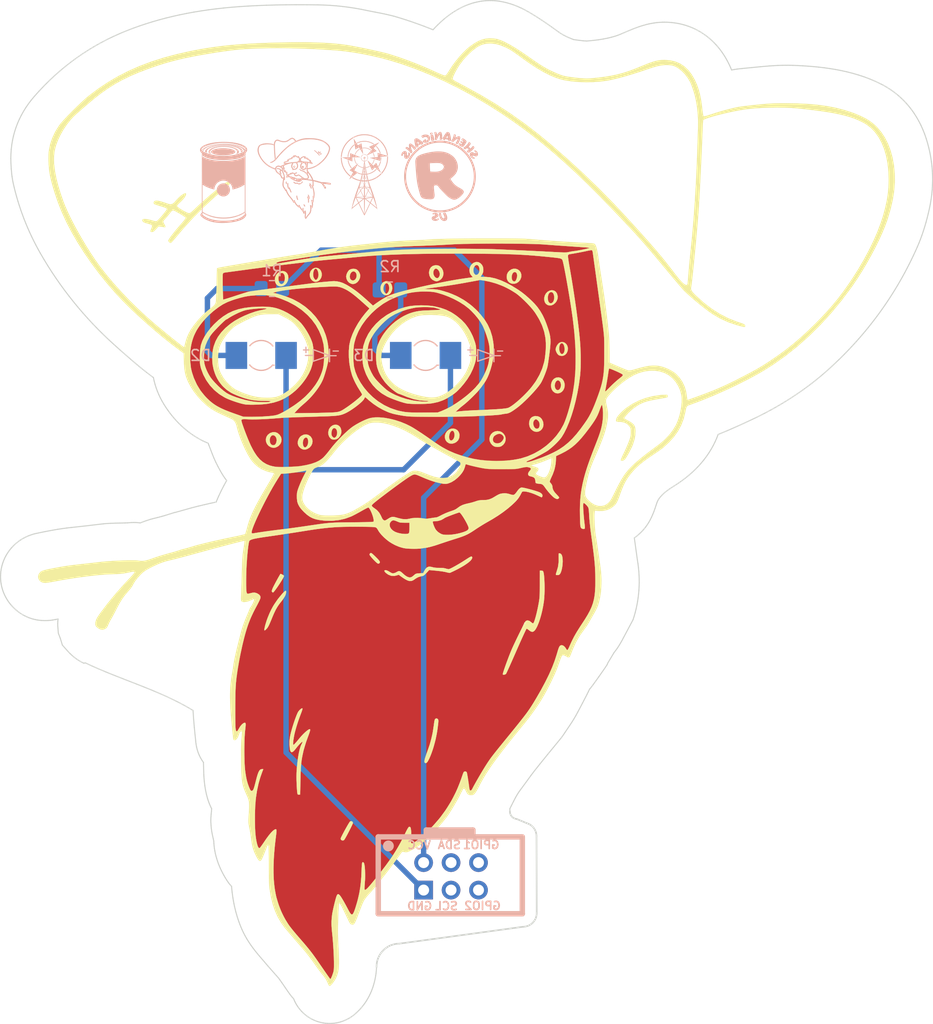
<source format=kicad_pcb>
(kicad_pcb (version 20240108) (generator "pcbnew") (generator_version "8.0")
  (layers (0 "F.Cu" signal) (31 "B.Cu" signal) (34 "B.Paste" user) (35 "F.Paste" user) (36 "B.SilkS" user "B.Silkscreen") (37 "F.SilkS" user "F.Silkscreen") (38 "B.Mask" user) (39 "F.Mask" user) (44 "Edge.Cuts" user))
  (net 0 "")
  (net 1 "Net-(D2-A)")
  (net 2 "GND")
  (net 3 "Net-(D3-A)")
  (net 4 "+3.3V")
  (footprint "LOGO" (layer "F.Cu") (at 123.033045 103.945338)
    (property "Reference" "G***" (hide yes))
    (property "Value" "LOGO" (hide yes))
  )
  (footprint "LOGO" (layer "F.Cu") (at 123.033045 103.945338)
    (property "Reference" "G***" (hide yes))
    (property "Value" "LOGO" (hide yes))
  )
  (footprint "LOGO" (layer "F.Cu") (at 123.033045 103.945338)
    (property "Reference" "G***" (hide yes))
    (property "Value" "LOGO" (hide yes))
  )
  (footprint "LOGO" (layer "F.Cu") (at 123.033045 103.945338)
    (property "Reference" "G***" (hide yes))
    (property "Value" "LOGO" (hide yes))
  )
  (footprint "LOGO" (layer "F.Cu") (at 123.033045 103.945338)
    (property "Reference" "G***" (hide yes))
    (property "Value" "LOGO" (hide yes))
  )
  (footprint "BadgePirates_Common_Library-master:Badgelife-SAOv169-SAO_Side_B.SLK" (layer "F.Cu") (at 118.6815 137.7823)
    (property "Reference" "X1" (hide yes))
    (property "Value" "Badgelife_sao_connector_v169bis")
  )
  (footprint "BadgePirates_Common_Library-master:LED_Osram_Lx_P47F_D2mm_ReverseMount_Proper_Mask Only" (layer "B.Cu") (at 116.714 89.5 180)
    (property "Reference" "D3")
    (property "Value" "LED")
  )
  (footprint "Resistor_SMD:R_0805_2012Metric_Pad1.20x1.40mm_HandSolder" (layer "B.Cu") (at 102.489 83.312 180)
    (property "Reference" "R1")
    (property "Value" "90.9")
  )
  (footprint "BadgePirates_Common_Library-master:LED_Osram_Lx_P47F_D2mm_ReverseMount_Proper_Mask Only" (layer "B.Cu") (at 101.5 89.5 180)
    (property "Reference" "D2")
    (property "Value" "LED")
  )
  (footprint "Resistor_SMD:R_0805_2012Metric_Pad1.20x1.40mm_HandSolder" (layer "B.Cu") (at 113.411 83.439)
    (property "Reference" "R2")
    (property "Value" "90.9")
  )
  (gr_poly (pts (xy 96.014303 76.424162) (xy 96.012761 76.422783) (xy 96.01129 76.421423) (xy 96.009313 76.419552)) (stroke (width -0.000001)) (fill solid) (layer "B.SilkS"))
  (gr_poly (pts (xy 111.890113 70.781689) (xy 111.901044 70.803346) (xy 111.911414 70.825308) (xy 111.921216 70.847567) (xy 111.930443 70.870115) (xy 111.939087 70.892942) (xy 111.947142 70.91604) (xy 111.954599 70.939402) (xy 111.961452 70.963017) (xy 111.967693 70.986879) (xy 111.973314 71.010977) (xy 111.978309 71.035304) (xy 111.98267 71.059851) (xy 111.986389 71.08461) (xy 111.989459 71.109572) (xy 111.991873 71.134728) (xy 111.941603 71.139493) (xy 111.939157 71.115328) (xy 111.936092 71.091359) (xy 111.932412 71.067592) (xy 111.928125 71.044037) (xy 111.923236 71.020702) (xy 111.917753 70.997596) (xy 111.91168 70.974726) (xy 111.905024 70.952103) (xy 111.897792 70.929734) (xy 111.889989 70.907627) (xy 111.881621 70.885792) (xy 111.872696 70.864236) (xy 111.863219 70.842969) (xy 111.853196 70.821999) (xy 111.842633 70.801334) (xy 111.831538 70.780984) (xy 111.87863 70.760346)) (stroke (width -0.000001)) (fill solid) (layer "B.SilkS"))
  (gr_poly (pts (xy 112.193533 70.14776) (xy 112.227585 70.185322) (xy 112.260423 70.223976) (xy 112.292015 70.263691) (xy 112.322331 70.304437) (xy 112.351341 70.346184) (xy 112.379014 70.388901) (xy 112.405319 70.432556) (xy 112.430226 70.47712) (xy 112.453704 70.522563) (xy 112.475722 70.568852) (xy 112.496249 70.615958) (xy 112.515256 70.66385) (xy 112.532712 70.712497) (xy 112.548585 70.76187) (xy 112.562846 70.811936) (xy 112.485854 70.788922) (xy 112.471725 70.744126) (xy 112.456243 70.699944) (xy 112.439433 70.656402) (xy 112.421318 70.613525) (xy 112.401923 70.571337) (xy 112.381272 70.529864) (xy 112.359388 70.489132) (xy 112.336296 70.449165) (xy 112.312019 70.409989) (xy 112.286582 70.371628) (xy 112.260008 70.334109) (xy 112.232323 70.297455) (xy 112.203549 70.261694) (xy 112.17371 70.226848) (xy 112.142832 70.192945) (xy 112.110938 70.160008) (xy 112.158297 70.111321)) (stroke (width -0.000001)) (fill solid) (layer "B.SilkS"))
  (gr_poly (pts (xy 110.700179 71.164628) (xy 109.936327 71.169656) (xy 109.938441 71.554097) (xy 108.970068 71.171242) (xy 109.734183 71.166215) (xy 109.731802 70.781773)) (stroke (width -0.000001)) (fill solid) (layer "B.SilkS"))
  (gr_poly (pts (xy 110.473074 71.891197) (xy 110.504915 71.917321) (xy 110.537948 71.94198) (xy 110.572123 71.965125) (xy 110.607391 71.986705) (xy 110.643703 72.006671) (xy 110.681009 72.024973) (xy 110.71926 72.041561) (xy 110.758408 72.056384) (xy 110.798402 72.069393) (xy 110.839194 72.080538) (xy 110.880735 72.089769) (xy 110.922974 72.097035) (xy 110.965864 72.102287) (xy 111.009354 72.105475) (xy 111.053397 72.106549) (xy 111.086442 72.105942) (xy 111.119188 72.104135) (xy 111.151612 72.101149) (xy 111.183695 72.097007) (xy 111.215415 72.091731) (xy 111.246752 72.085341) (xy 111.277684 72.077859) (xy 111.30819 72.069308) (xy 111.338249 72.05971) (xy 111.367842 72.049084) (xy 111.396946 72.037455) (xy 111.42554 72.024842) (xy 111.453605 72.011268) (xy 111.481118 71.996755) (xy 111.508059 71.981324) (xy 111.534407 71.964997) (xy 111.556105 72.011559) (xy 111.528508 72.02837) (xy 111.500299 72.044259) (xy 111.471502 72.059204) (xy 111.442137 72.073183) (xy 111.412226 72.086172) (xy 111.381791 72.09815) (xy 111.350854 72.109093) (xy 111.319436 72.118981) (xy 111.28756 72.127789) (xy 111.255246 72.135495) (xy 111.222517 72.142078) (xy 111.189393 72.147514) (xy 111.155898 72.151782) (xy 111.122052 72.154858) (xy 111.087878 72.15672) (xy 111.053397 72.157345) (xy 111.007631 72.15625) (xy 110.96244 72.152997) (xy 110.917871 72.147638) (xy 110.87397 72.140222) (xy 110.830785 72.1308) (xy 110.788364 72.119422) (xy 110.746754 72.106139) (xy 110.706002 72.091001) (xy 110.666155 72.074058) (xy 110.62726 72.055361) (xy 110.589366 72.034961) (xy 110.552519 72.012907) (xy 110.516766 71.98925) (xy 110.482155 71.96404) (xy 110.448733 71.937329) (xy 110.416548 71.909165) (xy 110.442473 71.86366)) (stroke (width -0.000001)) (fill solid) (layer "B.SilkS"))
  (gr_poly (pts (xy 111.081823 71.584558) (xy 111.087279 71.631089) (xy 111.09601 71.692671) (xy 111.100822 71.725148) (xy 111.106329 71.758618) (xy 111.118313 71.828934) (xy 111.132159 71.903244) (xy 111.163744 72.063153) (xy 111.170885 72.098607) (xy 111.161711 72.099753) (xy 111.152462 72.100824) (xy 111.133845 72.102841) (xy 111.132893 72.097093) (xy 111.131991 72.091368) (xy 111.131089 72.085692) (xy 111.130137 72.08009) (xy 111.125639 72.103902) (xy 111.12048 72.104251) (xy 111.115321 72.104527) (xy 111.105002 72.104958) (xy 111.116377 72.040929) (xy 111.075632 72.04622) (xy 111.075632 72.06342) (xy 111.090182 72.105752) (xy 111.071759 72.106614) (xy 111.062462 72.106946) (xy 111.057803 72.107044) (xy 111.053141 72.107079) (xy 111.044212 72.107029) (xy 111.035283 72.106879) (xy 111.026353 72.10663) (xy 111.017424 72.106282) (xy 111.030913 72.067654) (xy 111.030913 72.050721) (xy 110.990168 72.04543) (xy 111.001013 72.105752) (xy 110.995855 72.105506) (xy 110.990696 72.10516) (xy 110.985536 72.104713) (xy 110.980376 72.104165) (xy 110.976672 72.084325) (xy 110.97505 72.093981) (xy 110.974178 72.098834) (xy 110.973231 72.103638) (xy 110.96406 72.102788) (xy 110.954841 72.101816) (xy 110.945622 72.100697) (xy 110.936453 72.099404) (xy 110.938043 72.091121) (xy 110.93966 72.082963) (xy 110.941331 72.074955) (xy 110.943079 72.06712) (xy 110.951598 72.023995) (xy 110.986723 72.023995) (xy 111.031176 72.029549) (xy 111.03435 71.700673) (xy 111.030545 71.733018) (xy 111.028432 71.749637) (xy 111.026148 71.766553) (xy 111.017902 71.826648) (xy 111.008418 71.889719) (xy 110.986723 72.023995) (xy 110.951598 72.023995) (xy 110.974665 71.907212) (xy 110.988511 71.832902) (xy 111.000494 71.762585) (xy 111.003343 71.745733) (xy 111.005964 71.729116) (xy 111.010667 71.696969) (xy 111.072447 71.696969) (xy 111.075358 72.025845) (xy 111.119807 72.020291) (xy 111.108437 71.951859) (xy 111.097911 71.885982) (xy 111.088477 71.822833) (xy 111.080382 71.762585) (xy 111.0781 71.745821) (xy 111.076017 71.729281) (xy 111.074132 71.712989) (xy 111.072447 71.696969) (xy 111.010667 71.696969) (xy 111.010715 71.696639) (xy 111.015118 71.665253) (xy 111.019545 71.635056) (xy 111.024935 71.58654) (xy 111.030127 71.541394) (xy 111.041768 71.542255) (xy 111.044694 71.542439) (xy 111.047614 71.542585) (xy 111.050522 71.542683) (xy 111.053412 71.542718) (xy 111.056387 71.542683) (xy 111.059359 71.542585) (xy 111.062326 71.542439) (xy 111.065283 71.542255) (xy 111.07696 71.541394)) (stroke (width -0.000001)) (fill solid) (layer "B.SilkS"))
  (gr_poly (pts (xy 118.212982 69.627401) (xy 118.381408 69.640248) (xy 118.547412 69.661403) (xy 118.710784 69.690655) (xy 118.871314 69.727795) (xy 119.028791 69.772611) (xy 119.183006 69.824895) (xy 119.333748 69.884435) (xy 119.480806 69.951022) (xy 119.623971 70.024444) (xy 119.763033 70.104493) (xy 119.897781 70.190958) (xy 120.028005 70.283629) (xy 120.153495 70.382294) (xy 120.27404 70.486745) (xy 120.389431 70.596771) (xy 120.499457 70.712162) (xy 120.603908 70.832708) (xy 120.702574 70.958198) (xy 120.795244 71.088422) (xy 120.881709 71.223169) (xy 120.961758 71.362231) (xy 121.035181 71.505396) (xy 121.101768 71.652455) (xy 121.161308 71.803196) (xy 121.213591 71.957411) (xy 121.258408 72.114888) (xy 121.295547 72.275418) (xy 121.3248 72.43879) (xy 121.345954 72.604794) (xy 121.358801 72.77322) (xy 121.36313 72.943858) (xy 121.358801 73.114495) (xy 121.345954 73.282921) (xy 121.3248 73.448925) (xy 121.295547 73.612297) (xy 121.258408 73.772827) (xy 121.213591 73.930304) (xy 121.161308 74.084519) (xy 121.101768 74.235261) (xy 121.035181 74.382319) (xy 120.961758 74.525484) (xy 120.881709 74.664546) (xy 120.795244 74.799294) (xy 120.702574 74.929518) (xy 120.603908 75.055008) (xy 120.499457 75.175553) (xy 120.389431 75.290944) (xy 120.27404 75.40097) (xy 120.153495 75.505421) (xy 120.028005 75.604087) (xy 119.897781 75.696757) (xy 119.763033 75.783222) (xy 119.623971 75.863271) (xy 119.480806 75.936694) (xy 119.333748 76.00328) (xy 119.183006 76.062821) (xy 119.028791 76.115104) (xy 118.871314 76.159921) (xy 118.710784 76.19706) (xy 118.547412 76.226313) (xy 118.381408 76.247467) (xy 118.212982 76.260314) (xy 118.042345 76.264643) (xy 117.871707 76.260314) (xy 117.703281 76.247467) (xy 117.537277 76.226312) (xy 117.373905 76.19706) (xy 117.213375 76.159921) (xy 117.055898 76.115104) (xy 116.901683 76.06282) (xy 116.750942 76.00328) (xy 116.603883 75.936694) (xy 116.460718 75.863271) (xy 116.321656 75.783222) (xy 116.186908 75.696757) (xy 116.056684 75.604086) (xy 115.931194 75.50542) (xy 115.810649 75.400969) (xy 115.695258 75.290943) (xy 115.585232 75.175552) (xy 115.48078 75.055007) (xy 115.382114 74.929517) (xy 115.289444 74.799293) (xy 115.202979 74.664545) (xy 115.12293 74.525483) (xy 115.049507 74.382318) (xy 114.98292 74.23526) (xy 114.92338 74.084518) (xy 114.871097 73.930304) (xy 114.82628 73.772826) (xy 114.78914 73.612297) (xy 114.759888 73.448925) (xy 114.738733 73.282921) (xy 114.725886 73.114495) (xy 114.721557 72.943858) (xy 114.906767 72.943858) (xy 114.910855 73.104978) (xy 114.922988 73.264008) (xy 114.942966 73.42075) (xy 114.970591 73.575006) (xy 115.005665 73.726577) (xy 115.047988 73.875265) (xy 115.097363 74.020871) (xy 115.15359 74.163198) (xy 115.216471 74.302047) (xy 115.285807 74.437219) (xy 115.3614 74.568517) (xy 115.44305 74.695741) (xy 115.53056 74.818694) (xy 115.623731 74.937178) (xy 115.722364 75.050993) (xy 115.82626 75.159941) (xy 115.935221 75.263825) (xy 116.049048 75.362446) (xy 116.167543 75.455605) (xy 116.290506 75.543105) (xy 116.41774 75.624746) (xy 116.549046 75.700331) (xy 116.684224 75.76966) (xy 116.823077 75.832537) (xy 116.965406 75.888762) (xy 117.111012 75.938137) (xy 117.259696 75.980464) (xy 117.41126 76.015545) (xy 117.565506 76.04318) (xy 117.722234 76.063172) (xy 117.881246 76.075323) (xy 118.042343 76.079434) (xy 118.203487 76.075346) (xy 118.362539 76.063216) (xy 118.519302 76.043241) (xy 118.673577 76.01562) (xy 118.825166 75.980552) (xy 118.97387 75.938235) (xy 119.119491 75.888867) (xy 119.261831 75.832648) (xy 119.400692 75.769775) (xy 119.535874 75.700447) (xy 119.66718 75.624862) (xy 119.794412 75.54322) (xy 119.91737 75.455718) (xy 120.035857 75.362555) (xy 120.149675 75.263929) (xy 120.258624 75.160039) (xy 120.362507 75.051084) (xy 120.461126 74.937262) (xy 120.554281 74.818771) (xy 120.641775 74.69581) (xy 120.723409 74.568577) (xy 120.798985 74.437271) (xy 120.868305 74.302091) (xy 120.93117 74.163234) (xy 120.987382 74.0209) (xy 121.036743 73.875286) (xy 121.079054 73.726592) (xy 121.114116 73.575016) (xy 121.141733 73.420756) (xy 121.161704 73.26401) (xy 121.173832 73.104978) (xy 121.177919 72.943858) (xy 121.173832 72.78276) (xy 121.161701 72.623748) (xy 121.141726 72.46702) (xy 121.114105 72.312775) (xy 121.079037 72.161211) (xy 121.03672 72.012527) (xy 120.987352 71.866921) (xy 120.931133 71.724592) (xy 120.86826 71.585739) (xy 120.798932 71.450561) (xy 120.723347 71.319255) (xy 120.641705 71.192021) (xy 120.554203 71.069058) (xy 120.46104 70.950563) (xy 120.362414 70.836736) (xy 120.258525 70.727775) (xy 120.149569 70.623878) (xy 120.035747 70.525246) (xy 119.917256 70.432075) (xy 119.794295 70.344565) (xy 119.667062 70.262914) (xy 119.535757 70.187322) (xy 119.400576 70.117986) (xy 119.26172 70.055105) (xy 119.119385 69.998878) (xy 118.973772 69.949503) (xy 118.825077 69.90718) (xy 118.673501 69.872106) (xy 118.519241 69.844481) (xy 118.362495 69.824502) (xy 118.203463 69.81237) (xy 118.042343 69.808281) (xy 117.881246 69.81237) (xy 117.722234 69.824502) (xy 117.565506 69.844481) (xy 117.41126 69.872106) (xy 117.259696 69.90718) (xy 117.111012 69.949503) (xy 116.965406 69.998878) (xy 116.823077 70.055105) (xy 116.684224 70.117986) (xy 116.549046 70.187322) (xy 116.41774 70.262914) (xy 116.290506 70.344565) (xy 116.167543 70.432075) (xy 116.049048 70.525246) (xy 115.935221 70.623878) (xy 115.82626 70.727775) (xy 115.722364 70.836736) (xy 115.623731 70.950563) (xy 115.53056 71.069058) (xy 115.44305 71.192021) (xy 115.3614 71.319255) (xy 115.285807 71.450561) (xy 115.216471 71.585739) (xy 115.15359 71.724592) (xy 115.097363 71.866921) (xy 115.047988 72.012527) (xy 115.005665 72.161211) (xy 114.970591 72.312775) (xy 114.942966 72.46702) (xy 114.922988 72.623748) (xy 114.910855 72.78276) (xy 114.906767 72.943858) (xy 114.721557 72.943858) (xy 114.725886 72.77322) (xy 114.738733 72.604794) (xy 114.759888 72.43879) (xy 114.78914 72.275419) (xy 114.82628 72.114889) (xy 114.871097 71.957412) (xy 114.92338 71.803197) (xy 114.98292 71.652456) (xy 115.049507 71.505397) (xy 115.12293 71.362232) (xy 115.202979 71.22317) (xy 115.289444 71.088422) (xy 115.382114 70.958198) (xy 115.48078 70.832709) (xy 115.585232 70.712163) (xy 115.695258 70.596772) (xy 115.810649 70.486746) (xy 115.931194 70.382295) (xy 116.056684 70.283629) (xy 116.186908 70.190959) (xy 116.321656 70.104494) (xy 116.460718 70.024445) (xy 116.603883 69.951022) (xy 116.750942 69.884435) (xy 116.901683 69.824895) (xy 117.055898 69.772611) (xy 117.213375 69.727795) (xy 117.373905 69.690655) (xy 117.537277 69.661403) (xy 117.703281 69.640248) (xy 117.871707 69.627401) (xy 118.042345 69.623072)) (stroke (width -0.000001)) (fill solid) (layer "B.SilkS"))
  (gr_poly (pts (xy 113.261607 71.056943) (xy 112.50067 71.127057) (xy 112.53612 71.509644) (xy 111.538378 71.210931) (xy 112.299323 71.140816) (xy 112.263598 70.757962)) (stroke (width -0.000001)) (fill solid) (layer "B.SilkS"))
  (gr_poly (pts (xy 111.057815 71.117383) (xy 111.06244 71.117734) (xy 111.066999 71.118313) (xy 111.071486 71.119114) (xy 111.075896 71.120131) (xy 111.080222 71.121358) (xy 111.084459 71.12279) (xy 111.088602 71.124421) (xy 111.092643 71.126245) (xy 111.096578 71.128258) (xy 111.100401 71.130452) (xy 111.104105 71.132822) (xy 111.107685 71.135364) (xy 111.111135 71.13807) (xy 111.11445 71.140936) (xy 111.117623 71.143955) (xy 111.120649 71.147123) (xy 111.123522 71.150433) (xy 111.126236 71.15388) (xy 111.128785 71.157457) (xy 111.131164 71.16116) (xy 111.133366 71.164983) (xy 111.135386 71.16892) (xy 111.137218 71.172965) (xy 111.138857 71.177113) (xy 111.140296 71.181357) (xy 111.141529 71.185694) (xy 111.142551 71.190115) (xy 111.143356 71.194617) (xy 111.143939 71.199194) (xy 111.144292 71.203838) (xy 111.144411 71.208546) (xy 111.144315 71.212765) (xy 111.144029 71.216934) (xy 111.143558 71.22105) (xy 111.142906 71.225109) (xy 111.142076 71.229105) (xy 111.141074 71.233036) (xy 111.139902 71.236896) (xy 111.138566 71.240682) (xy 111.13707 71.244389) (xy 111.135417 71.248013) (xy 111.133613 71.25155) (xy 111.13166 71.254995) (xy 111.129563 71.258346) (xy 111.127327 71.261596) (xy 111.124956 71.264742) (xy 111.122453 71.26778) (xy 111.119823 71.270706) (xy 111.11707 71.273515) (xy 111.114198 71.276204) (xy 111.111212 71.278767) (xy 111.108115 71.281201) (xy 111.104911 71.283502) (xy 111.101606 71.285665) (xy 111.098203 71.287686) (xy 111.094706 71.289561) (xy 111.091119 71.291286) (xy 111.087447 71.292856) (xy 111.083693 71.294267) (xy 111.079863 71.295516) (xy 111.075959 71.296597) (xy 111.071987 71.297507) (xy 111.06795 71.298241) (xy 111.067953 71.298536) (xy 111.067961 71.298822) (xy 111.067974 71.299099) (xy 111.067991 71.299366) (xy 111.068011 71.29962) (xy 111.068033 71.29986) (xy 111.068057 71.300084) (xy 111.068081 71.300292) (xy 111.06813 71.300649) (xy 111.068172 71.30092) (xy 111.068213 71.301152) (xy 111.070055 71.452752) (xy 111.073763 71.507523) (xy 111.063676 71.508383) (xy 111.061116 71.508567) (xy 111.058546 71.508714) (xy 111.055969 71.508812) (xy 111.053389 71.508847) (xy 111.050821 71.508823) (xy 111.048272 71.508756) (xy 111.045735 71.508651) (xy 111.043204 71.508516) (xy 111.038136 71.508176) (xy 111.033019 71.507786) (xy 111.034871 71.481494) (xy 111.035772 71.46898) (xy 111.036723 71.456986) (xy 111.03805 71.304852) (xy 111.038248 71.303034) (xy 111.038496 71.300948) (xy 111.038844 71.298241) (xy 111.034782 71.297508) (xy 111.030785 71.2966) (xy 111.026857 71.295522) (xy 111.023001 71.294278) (xy 111.019224 71.292872) (xy 111.015527 71.291308) (xy 111.011917 71.28959) (xy 111.008396 71.287722) (xy 111.00497 71.285709) (xy 111.001642 71.283554) (xy 110.998417 71.281262) (xy 110.995298 71.278836) (xy 110.992291 71.27628) (xy 110.989399 71.273599) (xy 110.986626 71.270797) (xy 110.983977 71.267878) (xy 110.981456 71.264845) (xy 110.979067 71.261704) (xy 110.976814 71.258457) (xy 110.974702 71.255109) (xy 110.972734 71.251665) (xy 110.970916 71.248128) (xy 110.96925 71.244502) (xy 110.967742 71.240791) (xy 110.966396 71.237) (xy 110.965216 71.233132) (xy 110.964205 71.229192) (xy 110.963369 71.225183) (xy 110.962712 71.22111) (xy 110.962237 71.216977) (xy 110.961948 71.212788) (xy 110.961852 71.208546) (xy 110.96197 71.203838) (xy 110.962321 71.199194) (xy 110.9629 71.194617) (xy 110.963701 71.190115) (xy 110.964718 71.185694) (xy 110.965945 71.181357) (xy 110.967377 71.177113) (xy 110.969007 71.172965) (xy 110.970832 71.16892) (xy 110.971403 71.167802) (xy 110.994131 71.167802) (xy 110.994178 71.169477) (xy 110.994314 71.171129) (xy 110.99454 71.172755) (xy 110.994851 71.174354) (xy 110.995247 71.175923) (xy 110.995724 71.177461) (xy 110.99628 71.178965) (xy 110.996913 71.180434) (xy 110.997622 71.181866) (xy 110.998402 71.183259) (xy 110.999253 71.184611) (xy 111.000172 71.18592) (xy 111.001157 71.187184) (xy 111.002205 71.188401) (xy 111.003314 71.189569) (xy 111.004482 71.190686) (xy 111.005707 71.191751) (xy 111.006986 71.192761) (xy 111.008317 71.193714) (xy 111.009697 71.194609) (xy 111.011126 71.195443) (xy 111.012599 71.196215) (xy 111.014115 71.196923) (xy 111.015672 71.197564) (xy 111.017268 71.198138) (xy 111.018899 71.198641) (xy 111.020564 71.199072) (xy 111.022261 71.199429) (xy 111.023987 71.19971) (xy 111.02574 71.199913) (xy 111.027518 71.200036) (xy 111.029318 71.200078) (xy 111.031143 71.200035) (xy 111.032943 71.19991) (xy 111.034718 71.199703) (xy 111.036464 71.199418) (xy 111.038179 71.199055) (xy 111.039862 71.198618) (xy 111.041509 71.198108) (xy 111.043119 71.197527) (xy 111.04469 71.196878) (xy 111.046219 71.196162) (xy 111.047703 71.195382) (xy 111.049142 71.194539) (xy 111.050532 71.193637) (xy 111.051872 71.192676) (xy 111.053158 71.191658) (xy 111.05439 71.190587) (xy 111.055564 71.189464) (xy 111.056678 71.188291) (xy 111.057731 71.18707) (xy 111.05872 71.185804) (xy 111.059642 71.184494) (xy 111.060496 71.183143) (xy 111.061279 71.181752) (xy 111.061989 71.180323) (xy 111.062624 71.17886) (xy 111.063182 71.177363) (xy 111.063659 71.175835) (xy 111.064055 71.174278) (xy 111.064367 71.172694) (xy 111.064593 71.171085) (xy 111.06473 71.169454) (xy 111.064776 71.167802) (xy 111.064729 71.166149) (xy 111.06459 71.164518) (xy 111.064361 71.162909) (xy 111.064044 71.161325) (xy 111.063643 71.159768) (xy 111.063159 71.15824) (xy 111.062594 71.156743) (xy 111.061952 71.15528) (xy 111.061233 71.153852) (xy 111.060442 71.152461) (xy 111.05958 71.151109) (xy 111.058649 71.149799) (xy 111.057653 71.148533) (xy 111.056592 71.147312) (xy 111.05547 71.146139) (xy 111.05429 71.145016) (xy 111.053052 71.143945) (xy 111.051761 71.142928) (xy 111.050418 71.141967) (xy 111.049025 71.141064) (xy 111.047585 71.140221) (xy 111.0461 71.139441) (xy 111.044573 71.138725) (xy 111.043007 71.138076) (xy 111.041402 71.137495) (xy 111.039762 71.136985) (xy 111.03809 71.136548) (xy 111.036387 71.136185) (xy 111.034656 71.1359) (xy 111.032899 71.135693) (xy 111.031119 71.135568) (xy 111.029318 71.135525) (xy 111.027518 71.135567) (xy 111.02574 71.13569) (xy 111.023987 71.135893) (xy 111.022261 71.136174) (xy 111.020564 71.136531) (xy 111.018899 71.136962) (xy 111.017268 71.137465) (xy 111.015672 71.138039) (xy 111.014115 71.13868) (xy 111.012599 71.139388) (xy 111.011126 71.14016) (xy 111.009697 71.140994) (xy 111.008317 71.141889) (xy 111.006986 71.142843) (xy 111.005707 71.143853) (xy 111.004482 71.144917) (xy 111.003314 71.146035) (xy 111.002205 71.147203) (xy 111.001157 71.14842) (xy 111.000172 71.149683) (xy 110.999253 71.150992) (xy 110.998402 71.152344) (xy 110.997622 71.153737) (xy 110.996913 71.155169) (xy 110.99628 71.156638) (xy 110.995724 71.158143) (xy 110.995247 71.15968) (xy 110.994851 71.16125) (xy 110.99454 71.162848) (xy 110.994314 71.164474) (xy 110.994178 71.166126) (xy 110.994131 71.167802) (xy 110.971403 71.167802) (xy 110.972844 71.164983) (xy 110.975038 71.16116) (xy 110.977408 71.157457) (xy 110.979949 71.15388) (xy 110.982656 71.150433) (xy 110.985521 71.147123) (xy 110.988541 71.143955) (xy 110.991708 71.140936) (xy 110.995018 71.13807) (xy 110.998464 71.135364) (xy 111.002042 71.132822) (xy 111.005744 71.130452) (xy 111.009567 71.128258) (xy 111.013504 71.126245) (xy 111.017549 71.124421) (xy 111.021696 71.12279) (xy 111.025941 71.121358) (xy 111.030277 71.120131) (xy 111.034699 71.119114) (xy 111.039201 71.118313) (xy 111.043777 71.117734) (xy 111.048422 71.117383) (xy 111.05313 71.117264)) (stroke (width -0.000001)) (fill solid) (layer "B.SilkS"))
  (gr_poly (pts (xy 110.110419 72.38118) (xy 110.44459 72.570622) (xy 109.629408 73.21885) (xy 110.006442 72.554486) (xy 109.671744 72.364777) (xy 110.487189 71.716283)) (stroke (width -0.000001)) (fill solid) (layer "B.SilkS"))
  (gr_poly (pts (xy 111.312415 72.825417) (xy 111.335798 72.929791) (xy 111.360966 73.035529) (xy 111.387722 73.14231) (xy 111.415869 73.24981) (xy 111.419971 73.264261) (xy 111.422046 73.271574) (xy 111.424071 73.278912) (xy 111.406605 73.282104) (xy 111.389114 73.284998) (xy 111.371572 73.287694) (xy 111.353957 73.290291) (xy 111.352675 73.28457) (xy 111.351245 73.278649) (xy 111.349715 73.272728) (xy 111.348135 73.267007) (xy 111.326437 73.173344) (xy 111.278284 73.300343) (xy 111.25606 73.302457) (xy 111.318236 73.137623) (xy 111.316996 73.131231) (xy 111.315656 73.124789) (xy 111.314218 73.118349) (xy 111.312682 73.111958) (xy 111.174567 73.132596) (xy 111.253943 73.302457) (xy 111.232245 73.304574) (xy 111.153666 73.13577) (xy 111.084875 73.146088) (xy 111.085932 73.311719) (xy 111.053919 73.312516) (xy 111.021902 73.311986) (xy 111.0227 73.150059) (xy 110.953909 73.139741) (xy 110.876646 73.305108) (xy 110.873968 73.304734) (xy 110.87129 73.3044) (xy 110.865933 73.303817) (xy 110.855219 73.302724) (xy 110.932742 73.136563) (xy 110.826539 73.120694) (xy 110.962115 73.120694) (xy 111.022173 73.129426) (xy 111.022971 72.990254) (xy 110.962115 73.120694) (xy 110.826539 73.120694) (xy 110.794627 73.115925) (xy 110.793203 73.122433) (xy 110.791752 73.128892) (xy 110.79035 73.13535) (xy 110.789691 73.138595) (xy 110.789072 73.141858) (xy 110.849665 73.302197) (xy 110.84422 73.301755) (xy 110.838651 73.301239) (xy 110.827437 73.30008) (xy 110.780875 73.177048) (xy 110.758913 73.270714) (xy 110.757678 73.275601) (xy 110.756368 73.280636) (xy 110.755008 73.28567) (xy 110.753622 73.290555) (xy 110.718465 73.285298) (xy 110.700974 73.282482) (xy 110.683508 73.279442) (xy 110.686881 73.266775) (xy 110.687708 73.263585) (xy 110.688491 73.260429) (xy 110.68921 73.257329) (xy 110.689848 73.254307) (xy 110.718217 73.147104) (xy 110.730868 73.096616) (xy 110.798338 73.096616) (xy 110.941477 73.117783) (xy 111.00286 72.98655) (xy 110.803893 73.073334) (xy 110.802506 73.079018) (xy 110.801118 73.084875) (xy 110.798338 73.096616) (xy 110.730868 73.096616) (xy 110.744949 73.040423) (xy 110.769994 72.934586) (xy 110.793303 72.829915) (xy 110.80918 72.75874) (xy 110.823044 72.76087) (xy 110.837157 72.762877) (xy 110.85137 72.764734) (xy 110.865534 72.766415) (xy 110.851244 72.841294) (xy 110.84396 72.878534) (xy 110.836428 72.915972) (xy 110.820818 72.991048) (xy 110.903632 72.770119) (xy 110.924532 72.771973) (xy 110.823462 73.042111) (xy 110.951596 72.986283) (xy 111.083292 72.986283) (xy 111.084086 73.125722) (xy 111.144148 73.11699) (xy 111.083292 72.986283) (xy 110.951596 72.986283) (xy 110.960702 72.982316) (xy 111.103671 72.982316) (xy 111.165057 73.113812) (xy 111.308196 73.092381) (xy 111.306809 73.086586) (xy 111.305448 73.080742) (xy 111.304137 73.074897) (xy 111.302901 73.0691) (xy 111.103671 72.982316) (xy 110.960702 72.982316) (xy 111.014758 72.958764) (xy 110.965811 72.775674) (xy 110.971165 72.775682) (xy 110.976494 72.77574) (xy 110.979141 72.775803) (xy 110.981773 72.775897) (xy 110.984387 72.776029) (xy 110.986979 72.776204) (xy 111.023489 72.913521) (xy 111.024546 72.77726) (xy 111.052859 72.777791) (xy 111.081168 72.77726) (xy 111.081594 72.84281) (xy 111.082224 72.90955) (xy 111.117678 72.776204) (xy 111.138846 72.775674) (xy 111.090956 72.95506) (xy 111.282252 73.038403) (xy 111.182768 72.771966) (xy 111.203669 72.770116) (xy 111.284895 72.986809) (xy 111.269319 72.911865) (xy 111.261865 72.874518) (xy 111.254733 72.837319) (xy 111.247756 72.801368) (xy 111.240977 72.765618) (xy 111.255219 72.763981) (xy 111.269386 72.762244) (xy 111.283504 72.760409) (xy 111.297598 72.758473)) (stroke (width -0.000001)) (fill solid) (layer "B.SilkS"))
  (gr_poly (pts (xy 105.975603 73.703557) (xy 105.977034 73.703642) (xy 105.978445 73.70378) (xy 105.979835 73.703971) (xy 105.981205 73.704213) (xy 105.982555 73.704504) (xy 105.983886 73.704843) (xy 105.985198 73.705228) (xy 105.986491 73.705658) (xy 105.987766 73.70613) (xy 105.990262 73.707198) (xy 105.992691 73.708419) (xy 105.995054 73.709779) (xy 105.997355 73.711267) (xy 105.999598 73.712869) (xy 106.001784 73.714573) (xy 106.003918 73.716365) (xy 106.006002 73.718233) (xy 106.008039 73.720165) (xy 106.010034 73.722147) (xy 106.011988 73.724167) (xy 106.02732 73.740465) (xy 106.041964 73.757212) (xy 106.055917 73.774403) (xy 106.06918 73.792034) (xy 106.081752 73.810101) (xy 106.093631 73.828599) (xy 106.104817 73.847524) (xy 106.11531 73.866873) (xy 106.125107 73.88664) (xy 106.13421 73.906822) (xy 106.142616 73.927413) (xy 106.150325 73.94841) (xy 106.157337 73.969809) (xy 106.16365 73.991606) (xy 106.169263 74.013795) (xy 106.174177 74.036373) (xy 106.174428 74.037697) (xy 106.174635 74.038993) (xy 106.1748 74.040259) (xy 106.174924 74.041496) (xy 106.17501 74.042705) (xy 106.175057 74.043885) (xy 106.175069 74.045037) (xy 106.175046 74.046161) (xy 106.174989 74.047257) (xy 106.1749 74.048325) (xy 106.174781 74.049366) (xy 106.174634 74.05038) (xy 106.174458 74.051366) (xy 106.174257 74.052325) (xy 106.173781 74.054164) (xy 106.173219 74.055897) (xy 106.172582 74.057527) (xy 106.171881 74.059054) (xy 106.171128 74.060481) (xy 106.170335 74.061809) (xy 106.169513 74.063039) (xy 106.168674 74.064172) (xy 106.167829 74.065212) (xy 106.157507 74.076587) (xy 106.143751 74.076587) (xy 106.14261 74.076569) (xy 106.14147 74.076511) (xy 106.14033 74.076415) (xy 106.139192 74.076277) (xy 106.138055 74.076098) (xy 106.13692 74.075876) (xy 106.135787 74.07561) (xy 106.134657 74.075298) (xy 106.13353 74.07494) (xy 106.132407 74.074534) (xy 106.131287 74.074079) (xy 106.130172 74.073575) (xy 106.129061 74.073019) (xy 106.127956 74.072411) (xy 106.126855 74.071749) (xy 106.125761 74.071033) (xy 106.121996 74.068846) (xy 106.118341 74.066453) (xy 106.114792 74.063853) (xy 106.111349 74.061043) (xy 106.108007 74.058022) (xy 106.104766 74.05479) (xy 106.101622 74.051343) (xy 106.098574 74.047681) (xy 106.095619 74.043801) (xy 106.092754 74.039704) (xy 106.089978 74.035386) (xy 106.087288 74.030846) (xy 106.084681 74.026083) (xy 106.082156 74.021096) (xy 106.07971 74.015882) (xy 106.077341 74.010441) (xy 106.075492 74.006163) (xy 106.073704 74.001864) (xy 106.070264 73.993212) (xy 106.063581 73.97578) (xy 106.051887 73.946671) (xy 106.045802 73.932196) (xy 106.039471 73.917935) (xy 106.032831 73.904008) (xy 106.029374 73.897209) (xy 106.025816 73.890538) (xy 106.022147 73.884011) (xy 106.018361 73.877644) (xy 106.014448 73.871451) (xy 106.010401 73.865448) (xy 106.008259 73.862537) (xy 106.006015 73.85957) (xy 106.00369 73.856566) (xy 106.001306 73.853543) (xy 105.996447 73.847516) (xy 105.991613 73.841636) (xy 105.984576 73.832971) (xy 105.977479 73.824004) (xy 105.970513 73.814685) (xy 105.967138 73.809876) (xy 105.963867 73.804959) (xy 105.960722 73.799927) (xy 105.957728 73.794774) (xy 105.954909 73.789494) (xy 105.952287 73.784078) (xy 105.949887 73.778522) (xy 105.947733 73.772818) (xy 105.945847 73.766959) (xy 105.944254 73.76094) (xy 105.94358 73.758133) (xy 105.94296 73.755275) (xy 105.942409 73.752376) (xy 105.941943 73.749448) (xy 105.941577 73.746501) (xy 105.941328 73.743547) (xy 105.941212 73.740596) (xy 105.941244 73.737658) (xy 105.94144 73.734746) (xy 105.941817 73.731869) (xy 105.94239 73.729038) (xy 105.943174 73.726265) (xy 105.943651 73.724903) (xy 105.944187 73.723559) (xy 105.944784 73.722236) (xy 105.945444 73.720933) (xy 105.946168 73.719653) (xy 105.94696 73.718397) (xy 105.94782 73.717166) (xy 105.948751 73.715961) (xy 105.960131 73.703529) (xy 105.97415 73.703529)) (stroke (width -0.000001)) (fill solid) (layer "B.SilkS"))
  (gr_poly (pts (xy 100.047532 76.313508) (xy 100.052985 76.320558) (xy 100.057812 76.327094) (xy 100.061935 76.332907) (xy 100.06776 76.341536) (xy 100.06984 76.344782) (xy 100.070598 76.345937) (xy 100.071297 76.347037) (xy 100.071954 76.3481) (xy 100.072582 76.349145) (xy 100.075131 76.353514) (xy 100.041531 76.388967) (xy 100.041531 76.30615)) (stroke (width -0.000001)) (fill solid) (layer "B.SilkS"))
  (gr_poly (pts (xy 100.084028 76.368006) (xy 100.091774 76.382982) (xy 100.098177 76.397885) (xy 100.10331 76.412687) (xy 100.107247 76.427361) (xy 100.110062 76.441876) (xy 100.111829 76.456206) (xy 100.112622 76.470322) (xy 100.112514 76.484195) (xy 100.11158 76.497797) (xy 100.109893 76.5111) (xy 100.107528 76.524075) (xy 100.104558 76.536693) (xy 100.101057 76.548927) (xy 100.097098 76.560748) (xy 100.092757 76.572128) (xy 100.088106 76.583038) (xy 100.08322 76.59345) (xy 100.078173 76.603335) (xy 100.073037 76.612666) (xy 100.062799 76.629548) (xy 100.053098 76.643871) (xy 100.044523 76.655405) (xy 100.037666 76.663926) (xy 100.031471 76.671015) (xy 99.993895 76.720795) (xy 99.949433 76.767605) (xy 99.898615 76.811535) (xy 99.841972 76.852677) (xy 99.780033 76.891121) (xy 99.713327 76.92696) (xy 99.642385 76.960284) (xy 99.567736 76.991185) (xy 99.409438 77.04608) (xy 99.24267 77.092375) (xy 99.07167 77.130799) (xy 98.900677 77.162082) (xy 98.733929 77.186952) (xy 98.575663 77.20614) (xy 98.301532 77.230386) (xy 98.041542 77.24278) (xy 97.897774 77.245315) (xy 97.759899 77.243863) (xy 97.627831 77.238679) (xy 97.501482 77.230022) (xy 97.380766 77.218145) (xy 97.265594 77.203307) (xy 97.155881 77.185763) (xy 97.051538 77.165768) (xy 96.952478 77.14358) (xy 96.858615 77.119455) (xy 96.76986 77.093648) (xy 96.686127 77.066417) (xy 96.607329 77.038016) (xy 96.533379 77.008702) (xy 96.464188 76.978732) (xy 96.399671 76.948362) (xy 96.339739 76.917848) (xy 96.284306 76.887445) (xy 96.233284 76.857411) (xy 96.186586 76.828001) (xy 96.144125 76.799472) (xy 96.105814 76.772079) (xy 96.041293 76.721729) (xy 95.992324 76.679) (xy 95.958209 76.645942) (xy 95.931755 76.617037) (xy 95.920496 76.605058) (xy 95.910636 76.593195) (xy 95.902105 76.581465) (xy 95.894836 76.569885) (xy 95.88876 76.558472) (xy 95.883808 76.547244) (xy 95.879914 76.536219) (xy 95.877007 76.525414) (xy 95.87502 76.514847) (xy 95.873884 76.504535) (xy 95.873531 76.494495) (xy 95.873893 76.484745) (xy 95.874901 76.475303) (xy 95.876487 76.466186) (xy 95.878583 76.457411) (xy 95.88112 76.448997) (xy 95.88403 76.44096) (xy 95.887244 76.433318) (xy 95.890694 76.426088) (xy 95.894312 76.419288) (xy 95.89803 76.412936) (xy 95.901778 76.407049) (xy 95.909095 76.39674) (xy 95.915716 76.3885) (xy 95.921094 76.38247) (xy 95.925934 76.3776) (xy 95.927861 76.37491) (xy 95.929688 76.372207) (xy 95.931441 76.369505) (xy 95.933144 76.366815) (xy 95.936501 76.361523) (xy 95.938204 76.358946) (xy 95.939957 76.356432) (xy 96.046318 76.454065) (xy 96.046418 76.454212) (xy 96.04652 76.454356) (xy 96.046725 76.454634) (xy 96.046932 76.454898) (xy 96.047138 76.455148) (xy 96.047341 76.455381) (xy 96.047538 76.455599) (xy 96.047728 76.455799) (xy 96.047907 76.455982) (xy 96.048074 76.456146) (xy 96.048226 76.456291) (xy 96.048477 76.456519) (xy 96.048701 76.456709) (xy 96.056985 76.464818) (xy 96.065366 76.472872) (xy 96.073839 76.480865) (xy 96.082403 76.488789) (xy 96.091053 76.496639) (xy 96.099787 76.504409) (xy 96.108601 76.512092) (xy 96.117493 76.519682) (xy 96.118122 76.520267) (xy 96.11872 76.520832) (xy 96.119284 76.521373) (xy 96.119813 76.521889) (xy 96.120764 76.522834) (xy 96.121562 76.523649) (xy 96.1222 76.524315) (xy 96.122666 76.524814) (xy 96.123051 76.525236) (xy 96.123579 76.524706) (xy 96.187775 76.575834) (xy 96.255215 76.623482) (xy 96.325552 76.667773) (xy 96.398441 76.708828) (xy 96.473534 76.746768) (xy 96.550486 76.781715) (xy 96.628951 76.813792) (xy 96.708581 76.84312) (xy 96.869952 76.894015) (xy 97.03183 76.935374) (xy 97.191443 76.968172) (xy 97.346019 76.993382) (xy 97.492789 77.011978) (xy 97.62898 77.024935) (xy 97.751821 77.033227) (xy 97.858542 77.037827) (xy 98.012536 77.039848) (xy 98.068794 77.03879) (xy 98.160146 77.038396) (xy 98.248688 77.036563) (xy 98.417496 77.028825) (xy 98.575524 77.016074) (xy 98.723076 76.998809) (xy 98.860458 76.977527) (xy 98.987975 76.952726) (xy 99.105934 76.924904) (xy 99.214639 76.89456) (xy 99.314396 76.862191) (xy 99.405509 76.828295) (xy 99.488285 76.79337) (xy 99.56303 76.757915) (xy 99.630047 76.722427) (xy 99.689643 76.687405) (xy 99.742123 76.653346) (xy 99.787792 76.620748) (xy 99.789379 76.620748) (xy 99.794671 76.616482) (xy 99.800989 76.61126) (xy 99.80949 76.604078) (xy 99.821658 76.594371) (xy 99.833168 76.58491) (xy 99.844034 76.575714) (xy 99.854268 76.566807) (xy 99.863882 76.55821) (xy 99.872888 76.549944) (xy 99.881298 76.542032) (xy 99.889126 76.534494) (xy 99.933998 76.493556) (xy 99.957615 76.471435) (xy 99.981599 76.448501) (xy 100.005631 76.424973) (xy 100.029398 76.401066) (xy 100.05258 76.376999) (xy 100.074864 76.352987)) (stroke (width -0.000001)) (fill solid) (layer "B.SilkS"))
  (gr_poly (pts (xy 117.997652 70.622905) (xy 118.087601 70.626759) (xy 118.172782 70.632756) (xy 118.253199 70.640899) (xy 118.328861 70.65119) (xy 118.399772 70.663633) (xy 118.46594 70.678231) (xy 118.528796 70.694588) (xy 118.589773 70.712304) (xy 118.648877 70.731372) (xy 118.706115 70.751785) (xy 118.761493 70.773538) (xy 118.815016 70.796625) (xy 118.866692 70.821038) (xy 118.916527 70.846772) (xy 118.964584 70.873635) (xy 119.011126 70.901246) (xy 119.056149 70.929608) (xy 119.09965 70.958723) (xy 119.141625 70.988595) (xy 119.182072 71.019226) (xy 119.220987 71.05062) (xy 119.258367 71.082779) (xy 119.276549 71.099309) (xy 119.294483 71.116354) (xy 119.312169 71.133915) (xy 119.329606 71.151993) (xy 119.346796 71.170589) (xy 119.363738 71.189703) (xy 119.380431 71.209337) (xy 119.396877 71.229491) (xy 119.413074 71.250165) (xy 119.429023 71.271362) (xy 119.444725 71.293081) (xy 119.460178 71.315323) (xy 119.475383 71.338089) (xy 119.49034 71.36138) (xy 119.505049 71.385196) (xy 119.51951 71.409539) (xy 119.533621 71.434313) (xy 119.547181 71.459323) (xy 119.560189 71.48457) (xy 119.572647 71.510056) (xy 119.584554 71.53578) (xy 119.595911 71.561744) (xy 119.606718 71.587948) (xy 119.616977 71.614393) (xy 119.626686 71.64108) (xy 119.635847 71.668009) (xy 119.64446 71.695182) (xy 119.652525 71.722599) (xy 119.660043 71.750261) (xy 119.667014 71.778169) (xy 119.673439 71.806323) (xy 119.679317 71.834725) (xy 119.68456 71.863194) (xy 119.689078 71.891552) (xy 119.692872 71.919796) (xy 119.695941 71.947926) (xy 119.698286 71.975941) (xy 119.699907 72.003841) (xy 119.700805 72.031624) (xy 119.70098 72.05929) (xy 119.700433 72.086839) (xy 119.699164 72.114269) (xy 119.697173 72.14158) (xy 119.694461 72.16877) (xy 119.691028 72.195839) (xy 119.686874 72.222787) (xy 119.682 72.249612) (xy 119.676407 72.276314) (xy 119.670193 72.302902) (xy 119.663461 72.329187) (xy 119.65621 72.355171) (xy 119.648444 72.380854) (xy 119.640162 72.406238) (xy 119.631368 72.431324) (xy 119.622062 72.456113) (xy 119.612246 72.480606) (xy 119.601921 72.504805) (xy 119.59109 72.52871) (xy 119.579753 72.552323) (xy 119.567912 72.575646) (xy 119.555569 72.598678) (xy 119.542725 72.621421) (xy 119.529382 72.643877) (xy 119.515541 72.666047) (xy 119.500223 72.688641) (xy 119.482747 72.71237) (xy 119.46311 72.737238) (xy 119.441312 72.763243) (xy 119.417351 72.790388) (xy 119.391227 72.818673) (xy 119.362937 72.848101) (xy 119.332481 72.878671) (xy 119.299858 72.910386) (xy 119.265067 72.943245) (xy 119.228106 72.977252) (xy 119.188974 73.012406) (xy 119.104193 73.086161) (xy 119.010715 73.164521) (xy 119.025922 73.190293) (xy 119.043168 73.218397) (xy 119.062461 73.248832) (xy 119.083807 73.281599) (xy 119.107211 73.316698) (xy 119.132681 73.354128) (xy 119.160222 73.39389) (xy 119.18984 73.435984) (xy 119.221122 73.478649) (xy 119.253464 73.519935) (xy 119.286885 73.55985) (xy 119.321403 73.598405) (xy 119.33908 73.617174) (xy 119.357039 73.635607) (xy 119.37528 73.653705) (xy 119.393808 73.671467) (xy 119.412625 73.688897) (xy 119.431732 73.705994) (xy 119.451132 73.722761) (xy 119.470827 73.739197) (xy 119.510774 73.771158) (xy 119.551632 73.802148) (xy 119.593396 73.832164) (xy 119.636059 73.861203) (xy 119.679615 73.889263) (xy 119.724058 73.91634) (xy 119.769381 73.942431) (xy 119.815578 73.967534) (xy 119.861579 73.992375) (xy 119.906318 74.017688) (xy 119.949798 74.043473) (xy 119.992023 74.069728) (xy 120.032994 74.096455) (xy 120.072717 74.123654) (xy 120.111193 74.151324) (xy 120.148426 74.179465) (xy 120.159109 74.18903) (xy 120.169181 74.198676) (xy 120.178642 74.208403) (xy 120.187493 74.21821) (xy 120.195732 74.228099) (xy 120.20336 74.238068) (xy 120.210377 74.248118) (xy 120.216783 74.258249) (xy 120.222578 74.268461) (xy 120.227761 74.278754) (xy 120.232333 74.289128) (xy 120.236294 74.299583) (xy 120.239644 74.31012) (xy 120.242382 74.320738) (xy 120.244508 74.331437) (xy 120.246023 74.342217) (xy 120.246927 74.353079) (xy 120.247218 74.364022) (xy 120.246898 74.375046) (xy 120.245967 74.386153) (xy 120.244423 74.39734) (xy 120.242268 74.40861) (xy 120.239501 74.419961) (xy 120.236122 74.431393) (xy 120.232131 74.442908) (xy 120.227528 74.454504) (xy 120.222313 74.466182) (xy 120.216486 74.477943) (xy 120.210047 74.489785) (xy 120.202995 74.501709) (xy 120.195331 74.513715) (xy 120.187055 74.525803) (xy 120.155259 74.56546) (xy 120.123368 74.603767) (xy 120.091382 74.640723) (xy 120.059299 74.676332) (xy 120.027119 74.710593) (xy 119.99484 74.743507) (xy 119.962461 74.775077) (xy 119.92998 74.805304) (xy 119.897398 74.834187) (xy 119.864711 74.861729) (xy 119.83192 74.887931) (xy 119.799024 74.912794) (xy 119.76602 74.936319) (xy 119.732908 74.958508) (xy 119.699687 74.979361) (xy 119.666355 74.998879) (xy 119.633191 75.01681) (xy 119.600571 75.032898) (xy 119.568495 75.047144) (xy 119.536961 75.059547) (xy 119.505968 75.070107) (xy 119.475515 75.078823) (xy 119.445601 75.085695) (xy 119.416224 75.090722) (xy 119.387384 75.093905) (xy 119.359079 75.095242) (xy 119.331308 75.094734) (xy 119.30407 75.09238) (xy 119.277363 75.088179) (xy 119.251188 75.082132) (xy 119.225542 75.074238) (xy 119.200424 75.064496) (xy 119.151646 75.042915) (xy 119.104533 75.020637) (xy 119.059088 74.997659) (xy 119.015315 74.973976) (xy 118.973215 74.949586) (xy 118.932793 74.924487) (xy 118.894052 74.898674) (xy 118.856994 74.872145) (xy 118.820446 74.844154) (xy 118.783035 74.813961) (xy 118.744769 74.781574) (xy 118.705653 74.746997) (xy 118.665693 74.710237) (xy 118.624897 74.671301) (xy 118.583269 74.630195) (xy 118.540817 74.586924) (xy 118.181249 74.213595) (xy 118.135993 74.166033) (xy 118.094284 74.120975) (xy 118.056122 74.078423) (xy 118.021507 74.038376) (xy 117.990439 74.000834) (xy 117.962918 73.965797) (xy 117.938945 73.933266) (xy 117.918518 73.903241) (xy 117.909157 73.889263) (xy 117.899728 73.876005) (xy 117.890229 73.863466) (xy 117.880662 73.851646) (xy 117.871024 73.840546) (xy 117.861317 73.830166) (xy 117.851538 73.820504) (xy 117.841689 73.811562) (xy 117.831769 73.803339) (xy 117.821777 73.795836) (xy 117.811713 73.789052) (xy 117.801576 73.782988) (xy 117.791367 73.777642) (xy 117.781084 73.773017) (xy 117.770728 73.76911) (xy 117.760298 73.765923) (xy 117.749833 73.763297) (xy 117.739374 73.760973) (xy 117.72892 73.758954) (xy 117.718469 73.757236) (xy 117.708021 73.755822) (xy 117.697576 73.754709) (xy 117.687133 73.753897) (xy 117.67669 73.753387) (xy 117.666247 73.753178) (xy 117.655803 73.753268) (xy 117.645358 73.753659) (xy 117.63491 73.75435) (xy 117.624459 73.75534) (xy 117.614004 73.756628) (xy 117.603545 73.758215) (xy 117.59308 73.7601) (xy 117.582923 73.762351) (xy 117.573287 73.765036) (xy 117.564172 73.768156) (xy 117.55558 73.771709) (xy 117.54751 73.775696) (xy 117.539962 73.780118) (xy 117.532939 73.784973) (xy 117.526438 73.790263) (xy 117.520462 73.795986) (xy 117.51501 73.802144) (xy 117.510083 73.808736) (xy 117.505681 73.815762) (xy 117.501804 73.823222) (xy 117.498454 73.831116) (xy 117.495629 73.839444) (xy 117.493332 73.848206) (xy 117.491384 73.857713) (xy 117.48971 73.868274) (xy 117.488307 73.879891) (xy 117.487176 73.892565) (xy 117.486317 73.906296) (xy 117.485728 73.921085) (xy 117.48541 73.936934) (xy 117.485362 73.953841) (xy 117.486075 73.990839) (xy 117.487863 74.032084) (xy 117.490724 74.077583) (xy 117.494655 74.127343) (xy 117.504077 74.230435) (xy 117.514465 74.332163) (xy 117.525797 74.432552) (xy 117.538048 74.531626) (xy 117.543344 74.579859) (xy 117.545202 74.603166) (xy 117.546535 74.625934) (xy 117.547342 74.648162) (xy 117.547623 74.66985) (xy 117.54738 74.690999) (xy 117.546613 74.711608) (xy 117.545322 74.731678) (xy 117.543507 74.751209) (xy 117.541169 74.7702) (xy 117.538308 74.788652) (xy 117.534924 74.806564) (xy 117.531019 74.823937) (xy 117.526592 74.84077) (xy 117.521644 74.857064) (xy 117.516144 74.872744) (xy 117.51006 74.887737) (xy 117.503393 74.902042) (xy 117.496141 74.915662) (xy 117.488305 74.928596) (xy 117.479884 74.940846) (xy 117.470878 74.952412) (xy 117.461286 74.963295) (xy 117.451108 74.973496) (xy 117.440344 74.983016) (xy 117.428993 74.991855) (xy 117.417054 75.000014) (xy 117.404529 75.007494) (xy 117.391415 75.014296) (xy 117.377713 75.02042) (xy 117.363422 75.025868) (xy 117.348598 75.030727) (xy 117.333199 75.035183) (xy 117.317224 75.039236) (xy 117.300675 75.042888) (xy 117.283552 75.046138) (xy 117.265857 75.048987) (xy 117.247589 75.051436) (xy 117.22875 75.053484) (xy 117.209341 75.055132) (xy 117.189361 75.05638) (xy 117.168813 75.057229) (xy 117.147697 75.05768) (xy 117.126013 75.057732) (xy 117.103763 75.057386) (xy 117.080947 75.056642) (xy 117.057565 75.055501) (xy 116.963659 75.049593) (xy 116.871663 75.042173) (xy 116.781601 75.033214) (xy 116.693498 75.022692) (xy 116.650922 75.016354) (xy 116.630372 75.01267) (xy 116.610315 75.008641) (xy 116.590753 75.004267) (xy 116.571686 74.999546) (xy 116.553117 74.994477) (xy 116.535045 74.989058) (xy 116.517472 74.983289) (xy 116.5004 74.977169) (xy 116.48383 74.970696) (xy 116.467762 74.963869) (xy 116.452198 74.956687) (xy 116.437139 74.949149) (xy 116.422586 74.941253) (xy 116.40854 74.932999) (xy 116.394957 74.924296) (xy 116.38179 74.914953) (xy 116.369038 74.904972) (xy 116.356704 74.89435) (xy 116.344786 74.883088) (xy 116.333286 74.871185) (xy 116.322203 74.858641) (xy 116.311539 74.845456) (xy 116.301293 74.831629) (xy 116.291466 74.81716) (xy 116.282058 74.802048) (xy 116.27307 74.786293) (xy 116.264503 74.769895) (xy 116.256355 74.752852) (xy 116.248629 74.735166) (xy 116.241323 74.716836) (xy 116.225882 74.673626) (xy 116.207932 74.618613) (xy 116.187471 74.551799) (xy 116.164495 74.473188) (xy 116.139002 74.382781) (xy 116.110987 74.280584) (xy 116.047384 74.040825) (xy 116.014269 73.906794) (xy 115.983582 73.768031) (xy 115.955319 73.624543) (xy 115.929478 73.476336) (xy 115.906056 73.323416) (xy 115.885049 73.16579) (xy 115.866454 73.003463) (xy 115.850269 72.836442) (xy 115.822194 72.502566) (xy 115.797914 72.178389) (xy 115.777454 71.863885) (xy 115.769621 71.72016) (xy 117.109688 71.72016) (xy 117.11173 71.924608) (xy 117.114292 72.023462) (xy 117.117889 72.120077) (xy 117.122529 72.21446) (xy 117.128217 72.306617) (xy 117.134958 72.396553) (xy 117.142761 72.484276) (xy 117.272478 72.491977) (xy 117.391556 72.49722) (xy 117.5 72.5) (xy 117.597811 72.500316) (xy 117.684994 72.498164) (xy 117.76155 72.493541) (xy 117.827484 72.486443) (xy 117.882799 72.476868) (xy 117.931639 72.465445) (xy 117.978144 72.452807) (xy 118.022311 72.438953) (xy 118.043517 72.431571) (xy 118.064138 72.423885) (xy 118.084172 72.415895) (xy 118.10362 72.407601) (xy 118.122481 72.399003) (xy 118.140755 72.390101) (xy 118.158441 72.380896) (xy 118.17554 72.371386) (xy 118.19205 72.361573) (xy 118.207971 72.351456) (xy 118.223378 72.340979) (xy 118.238246 72.330086) (xy 118.252575 72.318777) (xy 118.266366 72.307051) (xy 118.279618 72.294908) (xy 118.292334 72.282348) (xy 118.304512 72.26937) (xy 118.316153 72.255974) (xy 118.327258 72.242159) (xy 118.337826 72.227925) (xy 118.34786 72.213272) (xy 118.357357 72.1982) (xy 118.366321 72.182707) (xy 118.374749 72.166793) (xy 118.382644 72.150459) (xy 118.390005 72.133704) (xy 118.396352 72.116725) (xy 118.401205 72.099722) (xy 118.403072 72.091211) (xy 118.404565 72.082693) (xy 118.405684 72.07417) (xy 118.406431 72.06564) (xy 118.406804 72.057104) (xy 118.406804 72.048562) (xy 118.40643 72.040014) (xy 118.405684 72.031459) (xy 118.404565 72.022898) (xy 118.403072 72.014332) (xy 118.398968 71.997179) (xy 118.393373 71.980002) (xy 118.386287 71.9628) (xy 118.377711 71.945573) (xy 118.367644 71.928321) (xy 118.356087 71.911045) (xy 118.343041 71.893743) (xy 118.328506 71.876417) (xy 118.312483 71.859066) (xy 118.295308 71.842171) (xy 118.27742 71.826212) (xy 118.258816 71.811189) (xy 118.239495 71.7971) (xy 118.219457 71.783947) (xy 118.198699 71.771727) (xy 118.177222 71.760442) (xy 118.155023 71.750091) (xy 118.132102 71.740672) (xy 118.108457 71.732187) (xy 118.084087 71.724634) (xy 118.058991 71.718013) (xy 118.033169 71.712324) (xy 118.006618 71.707567) (xy 117.979337 71.70374) (xy 117.951326 71.700844) (xy 117.888596 71.696812) (xy 117.813718 71.694635) (xy 117.726698 71.694305) (xy 117.627542 71.695817) (xy 117.516257 71.699165) (xy 117.392849 71.704342) (xy 117.257323 71.711343) (xy 117.109688 71.72016) (xy 115.769621 71.72016) (xy 115.760839 71.559031) (xy 115.76461 71.515737) (xy 115.770066 71.473962) (xy 115.777207 71.433706) (xy 115.786033 71.394968) (xy 115.796543 71.357747) (xy 115.808735 71.322044) (xy 115.822609 71.287858) (xy 115.838165 71.255188) (xy 115.855401 71.224035) (xy 115.874317 71.194397) (xy 115.894912 71.166275) (xy 115.917185 71.139668) (xy 115.941135 71.114576) (xy 115.966762 71.090998) (xy 115.994065 71.068935) (xy 116.023042 71.048384) (xy 116.054188 71.028742) (xy 116.087895 71.009305) (xy 116.124164 70.990073) (xy 116.162995 70.971047) (xy 116.204388 70.952227) (xy 116.248345 70.933614) (xy 116.294865 70.915208) (xy 116.343949 70.897009) (xy 116.395597 70.879018) (xy 116.44981 70.861235) (xy 116.506588 70.84366) (xy 116.565931 70.826295) (xy 116.627839 70.809138) (xy 116.692314 70.792192) (xy 116.828964 70.758929) (xy 116.968254 70.728047) (xy 117.102556 70.701084) (xy 117.231865 70.678041) (xy 117.356179 70.658917) (xy 117.475495 70.643712) (xy 117.58981 70.632426) (xy 117.69912 70.625059) (xy 117.803423 70.621611) (xy 117.902928 70.62119)) (stroke (width -0.000001)) (fill solid) (layer "B.SilkS"))
  (gr_poly (pts (xy 114.804786 70.586832) (xy 114.809093 70.587027) (xy 114.813308 70.587331) (xy 114.817434 70.587747) (xy 114.821469 70.588274) (xy 114.825415 70.588914) (xy 114.829272 70.589667) (xy 114.83304 70.590533) (xy 114.83672 70.591515) (xy 114.840311 70.592612) (xy 114.843816 70.593826) (xy 114.847233 70.595156) (xy 114.853867 70.597883) (xy 114.860474 70.6007) (xy 114.86705 70.603597) (xy 114.873592 70.606565) (xy 114.88656 70.61268) (xy 114.899355 70.618968) (xy 114.902539 70.620741) (xy 114.905742 70.622788) (xy 114.908962 70.62511) (xy 114.9122 70.627707) (xy 114.915455 70.630579) (xy 114.918727 70.633729) (xy 114.922014 70.637156) (xy 114.925318 70.640861) (xy 114.928637 70.644846) (xy 114.931971 70.64911) (xy 114.93532 70.653655) (xy 114.938683 70.658481) (xy 114.94206 70.663589) (xy 114.945451 70.668981) (xy 114.948855 70.674656) (xy 114.952272 70.680615) (xy 114.955611 70.687043) (xy 114.958784 70.694123) (xy 114.961791 70.701855) (xy 114.964633 70.710241) (xy 114.96731 70.71928) (xy 114.969824 70.728975) (xy 114.972175 70.739326) (xy 114.974364 70.750333) (xy 114.976392 70.761998) (xy 114.978259 70.77432) (xy 114.979967 70.787301) (xy 114.981515 70.800942) (xy 114.982906 70.815244) (xy 114.984139 70.830206) (xy 114.985216 70.845831) (xy 114.986137 70.862118) (xy 114.987981 70.896448) (xy 114.989974 70.924031) (xy 114.991041 70.935293) (xy 114.992164 70.944867) (xy 114.99335 70.952755) (xy 114.994604 70.958956) (xy 114.995277 70.961548) (xy 114.996005 70.964065) (xy 114.996788 70.966506) (xy 114.997626 70.96887) (xy 114.998518 70.971156) (xy 114.999464 70.973364) (xy 115.000463 70.975494) (xy 115.001516 70.977543) (xy 115.002621 70.979512) (xy 115.003779 70.981399) (xy 115.004989 70.983204) (xy 115.00625 70.984926) (xy 115.007562 70.986565) (xy 115.008925 70.988119) (xy 115.010339 70.989588) (xy 115.011802 70.990971) (xy 115.013309 70.99227) (xy 115.014852 70.993489) (xy 115.016431 70.994628) (xy 115.018044 70.995688) (xy 115.019692 70.996668) (xy 115.021373 70.99757) (xy 115.023087 70.998394) (xy 115.024832 70.999139) (xy 115.026609 70.999807) (xy 115.028416 71.000399) (xy 115.030252 71.000913) (xy 115.032117 71.001351) (xy 115.03401 71.001713) (xy 115.03593 71.001999) (xy 115.037876 71.00221) (xy 115.039848 71.002347) (xy 115.04182 71.002418) (xy 115.043767 71.002434) (xy 115.045688 71.002394) (xy 115.047583 71.002298) (xy 115.049452 71.002146) (xy 115.051294 71.001938) (xy 115.053109 71.001675) (xy 115.054896 71.001355) (xy 115.056656 71.00098) (xy 115.058387 71.000549) (xy 115.060089 71.000062) (xy 115.061763 70.999519) (xy 115.063407 70.998921) (xy 115.065021 70.998267) (xy 115.066605 70.997556) (xy 115.068159 70.99679) (xy 115.069697 70.995956) (xy 115.071235 70.995041) (xy 115.07277 70.994045) (xy 115.074303 70.992969) (xy 115.075833 70.991813) (xy 115.07736 70.990576) (xy 115.078881 70.989258) (xy 115.080397 70.98786) (xy 115.081907 70.986381) (xy 115.083409 70.984822) (xy 115.084904 70.983182) (xy 115.086391 70.981461) (xy 115.087868 70.97966) (xy 115.089336 70.977778) (xy 115.090792 70.975816) (xy 115.092237 70.973773) (xy 115.093713 70.971602) (xy 115.095164 70.969357) (xy 115.096591 70.967036) (xy 115.097992 70.96464) (xy 115.099369 70.962168) (xy 115.100721 70.959619) (xy 115.102048 70.956994) (xy 115.10335 70.954292) (xy 115.104628 70.951512) (xy 115.10588 70.948654) (xy 115.107108 70.945718) (xy 115.108311 70.942703) (xy 115.110644 70.936436) (xy 115.112877 70.92985) (xy 115.11394 70.926331) (xy 115.114947 70.922521) (xy 115.115898 70.918419) (xy 115.116792 70.914025) (xy 115.117628 70.909341) (xy 115.118407 70.904364) (xy 115.119789 70.893537) (xy 115.120935 70.881544) (xy 115.121843 70.868385) (xy 115.122509 70.854061) (xy 115.12293 70.83857) (xy 115.119756 70.813306) (xy 115.117375 70.792234) (xy 115.115787 70.77528) (xy 115.115291 70.768324) (xy 115.114994 70.76237) (xy 115.114957 70.759725) (xy 115.115043 70.757149) (xy 115.115253 70.754641) (xy 115.115585 70.752204) (xy 115.11604 70.749836) (xy 115.116617 70.747538) (xy 115.117316 70.74531) (xy 115.118136 70.743154) (xy 115.119077 70.741069) (xy 115.120138 70.739055) (xy 115.12132 70.737114) (xy 115.122621 70.735245) (xy 115.124042 70.733449) (xy 115.125581 70.731727) (xy 115.12724 70.730078) (xy 115.129017 70.728503) (xy 115.129948 70.727733) (xy 115.130905 70.727011) (xy 115.131889 70.726338) (xy 115.132898 70.725712) (xy 115.133934 70.725134) (xy 115.134996 70.724604) (xy 115.136084 70.724121) (xy 115.137199 70.723687) (xy 115.138339 70.7233) (xy 115.139505 70.72296) (xy 115.140697 70.722669) (xy 115.141914 70.722424) (xy 115.143158 70.722228) (xy 115.144427 70.722078) (xy 115.145722 70.721976) (xy 115.147042 70.721922) (xy 115.14976 70.721954) (xy 115.152579 70.722175) (xy 115.155501 70.722585) (xy 115.158523 70.723183) (xy 115.161646 70.723968) (xy 115.164869 70.72494) (xy 115.168192 70.726099) (xy 115.171615 70.727444) (xy 115.178511 70.730296) (xy 115.185307 70.73329) (xy 115.192005 70.73642) (xy 115.198603 70.739681) (xy 115.205102 70.743066) (xy 115.211501 70.746568) (xy 115.217802 70.750183) (xy 115.224003 70.753903) (xy 115.226997 70.755872) (xy 115.22983 70.757909) (xy 115.232499 70.760016) (xy 115.235003 70.762192) (xy 115.237341 70.764437) (xy 115.239513 70.766753) (xy 115.241516 70.769139) (xy 115.24335 70.771596) (xy 115.245013 70.774125) (xy 115.246505 70.776725) (xy 115.247824 70.779398) (xy 115.248969 70.782143) (xy 115.249938 70.784961) (xy 115.250732 70.787852) (xy 115.251348 70.790817) (xy 115.251785 70.793856) (xy 115.254675 70.804548) (xy 115.257192 70.814998) (xy 115.259337 70.825212) (xy 115.261111 70.835197) (xy 115.262512 70.844959) (xy 115.263541 70.854504) (xy 115.264199 70.863838) (xy 115.264484 70.872967) (xy 115.26441 70.882282) (xy 115.263991 70.892174) (xy 115.263232 70.902649) (xy 115.262135 70.913713) (xy 115.260703 70.925372) (xy 115.258939 70.937633) (xy 115.256847 70.950501) (xy 115.254429 70.963984) (xy 115.251688 70.977626) (xy 115.248628 70.990963) (xy 115.245252 71.003991) (xy 115.241563 71.016702) (xy 115.237564 71.029091) (xy 115.233258 71.041151) (xy 115.228648 71.052877) (xy 115.223737 71.064261) (xy 115.218416 71.075634) (xy 115.212762 71.087134) (xy 115.206767 71.098765) (xy 115.200422 71.110529) (xy 115.193717 71.12243) (xy 115.186643 71.13447) (xy 115.179191 71.146653) (xy 115.17135 71.158982) (xy 115.167345 71.165127) (xy 115.163266 71.171161) (xy 115.154893 71.182894) (xy 115.146241 71.19418) (xy 115.137319 71.20502) (xy 115.128136 71.215413) (xy 115.118703 71.225359) (xy 115.109027 71.234859) (xy 115.099119 71.243912) (xy 115.094009 71.248244) (xy 115.088898 71.252408) (xy 115.083785 71.256406) (xy 115.078668 71.260238) (xy 115.073547 71.263904) (xy 115.068419 71.267404) (xy 115.063285 71.270739) (xy 115.058142 71.27391) (xy 115.052991 71.276916) (xy 115.047828 71.279758) (xy 115.042654 71.282437) (xy 115.037468 71.284952) (xy 115.032267 71.287304) (xy 115.027052 71.289494) (xy 115.02182 71.291523) (xy 115.016571 71.293389) (xy 115.006251 71.296738) (xy 114.996127 71.299644) (xy 114.986195 71.302109) (xy 114.976452 71.304138) (xy 114.966896 71.305732) (xy 114.957522 71.306895) (xy 114.948328 71.30763) (xy 114.939312 71.30794) (xy 114.934888 71.307934) (xy 114.930445 71.307817) (xy 114.925985 71.30759) (xy 114.921507 71.307254) (xy 114.917012 71.306809) (xy 114.9125 71.306257) (xy 114.907972 71.305597) (xy 114.903428 71.304832) (xy 114.898869 71.303961) (xy 114.894294 71.302985) (xy 114.889705 71.301905) (xy 114.885101 71.300722) (xy 114.875852 71.298051) (xy 114.86655 71.294976) (xy 114.861837 71.293255) (xy 114.857222 71.291466) (xy 114.852704 71.289609) (xy 114.848282 71.287683) (xy 114.843954 71.28569) (xy 114.839719 71.283628) (xy 114.835577 71.281498) (xy 114.831526 71.279299) (xy 114.827565 71.277033) (xy 114.823693 71.274698) (xy 114.819908 71.272295) (xy 114.81621 71.269824) (xy 114.812597 71.267284) (xy 114.809068 71.264677) (xy 114.805622 71.262001) (xy 114.802257 71.259257) (xy 114.799024 71.256417) (xy 114.795871 71.253453) (xy 114.792799 71.250365) (xy 114.78981 71.247155) (xy 114.786902 71.243823) (xy 114.784078 71.240368) (xy 114.781336 71.236792) (xy 114.778677 71.233095) (xy 114.776102 71.229276) (xy 114.773611 71.225338) (xy 114.771205 71.221279) (xy 114.768883 71.2171) (xy 114.766647 71.212802) (xy 114.764497 71.208385) (xy 114.762432 71.20385) (xy 114.760454 71.199196) (xy 114.756621 71.18971) (xy 114.753055 71.180105) (xy 114.749749 71.170389) (xy 114.746697 71.160568) (xy 114.743893 71.150647) (xy 114.741331 71.140633) (xy 114.739005 71.130533) (xy 114.736908 71.120352) (xy 114.735962 71.115131) (xy 114.735109 71.109686) (xy 114.733679 71.098127) (xy 114.732615 71.085675) (xy 114.731914 71.07233) (xy 114.731572 71.058092) (xy 114.731588 71.042961) (xy 114.731956 71.026937) (xy 114.732675 71.01002) (xy 114.734765 70.984214) (xy 114.736706 70.962724) (xy 114.738549 70.945501) (xy 114.739449 70.938474) (xy 114.740343 70.932496) (xy 114.740653 70.929817) (xy 114.740888 70.927138) (xy 114.741045 70.92446) (xy 114.741125 70.921784) (xy 114.741126 70.919109) (xy 114.741046 70.916436) (xy 114.740885 70.913765) (xy 114.740642 70.911097) (xy 114.740315 70.908432) (xy 114.739902 70.90577) (xy 114.739404 70.903113) (xy 114.738819 70.90046) (xy 114.738145 70.897811) (xy 114.737382 70.895167) (xy 114.736528 70.892529) (xy 114.735582 70.889897) (xy 114.734565 70.887317) (xy 114.733499 70.884836) (xy 114.732383 70.882454) (xy 114.731217 70.88017) (xy 114.730001 70.877983) (xy 114.728736 70.875893) (xy 114.727422 70.873901) (xy 114.726058 70.872005) (xy 114.724644 70.870205) (xy 114.72318 70.868501) (xy 114.721667 70.866892) (xy 114.720104 70.865378) (xy 114.718491 70.863959) (xy 114.716829 70.862634) (xy 114.715117 70.861402) (xy 114.713356 70.860264) (xy 114.711508 70.859269) (xy 114.709634 70.858368) (xy 114.707734 70.857562) (xy 114.705807 70.856853) (xy 114.703852 70.856241) (xy 114.701869 70.855729) (xy 114.699855 70.855316) (xy 114.697812 70.855005) (xy 114.695738 70.854795) (xy 114.693631 70.85469) (xy 114.691493 70.854689) (xy 114.689321 70.854794) (xy 114.687115 70.855006) (xy 114.684874 70.855326) (xy 114.682597 70.855755) (xy 114.680284 70.856295) (xy 114.677959 70.856869) (xy 114.675646 70.857498) (xy 114.673347 70.858183) (xy 114.671061 70.858924) (xy 114.668789 70.859721) (xy 114.666531 70.860574) (xy 114.664288 70.861482) (xy 114.66206 70.862447) (xy 114.659848 70.863467) (xy 114.657651 70.864542) (xy 114.655471 70.865674) (xy 114.653308 70.866862) (xy 114.651161 70.868105) (xy 114.649032 70.869404) (xy 114.646921 70.870759) (xy 114.644829 70.87217) (xy 114.642723 70.87363) (xy 114.640673 70.875134) (xy 114.638678 70.876683) (xy 114.636738 70.878275) (xy 114.634852 70.879913) (xy 114.63302 70.881597) (xy 114.631241 70.883326) (xy 114.629515 70.885101) (xy 114.627843 70.886923) (xy 114.626222 70.888791) (xy 114.624654 70.890707) (xy 114.623137 70.892671) (xy 114.621671 70.894682) (xy 114.620257 70.896742) (xy 114.618892 70.898851) (xy 114.617578 70.901009) (xy 114.616362 70.903207) (xy 114.615196 70.905437) (xy 114.61408 70.9077) (xy 114.613013 70.909996) (xy 114.611996 70.912326) (xy 114.611029 70.914692) (xy 114.610111 70.917092) (xy 114.609243 70.91953) (xy 114.608425 70.922004) (xy 114.607656 70.924517) (xy 114.606937 70.927068) (xy 114.606267 70.929659) (xy 114.605647 70.93229) (xy 114.605076 70.934962) (xy 114.604555 70.937676) (xy 114.604084 70.940432) (xy 114.600776 70.961467) (xy 114.599395 70.971092) (xy 114.598261 70.98012) (xy 114.597693 70.984437) (xy 114.596991 70.988657) (xy 114.596172 70.992785) (xy 114.595251 70.996822) (xy 114.594243 71.000773) (xy 114.593164 71.00464) (xy 114.592028 71.008426) (xy 114.590852 71.012135) (xy 114.590149 71.013943) (xy 114.589327 71.015695) (xy 114.588386 71.017391) (xy 114.587326 71.019031) (xy 114.586147 71.020616) (xy 114.584849 71.022144) (xy 114.58343 71.023617) (xy 114.58189 71.025034) (xy 114.58023 71.026395) (xy 114.578448 71.027701) (xy 114.576545 71.02895) (xy 114.574519 71.030144) (xy 114.572372 71.031282) (xy 114.570101 71.032364) (xy 114.567707 71.033391) (xy 114.565189 71.034361) (xy 114.562619 71.035301) (xy 114.559969 71.036135) (xy 114.557241 71.036866) (xy 114.554436 71.037494) (xy 114.551555 71.038019) (xy 114.548599 71.038443) (xy 114.545569 71.038767) (xy 114.542467 71.03899) (xy 114.539294 71.039115) (xy 114.536051 71.03914) (xy 114.532738 71.039069) (xy 114.529358 71.0389) (xy 114.525911 71.038635) (xy 114.522399 71.038275) (xy 114.518822 71.03782) (xy 114.515182 71.037272) (xy 114.511527 71.036518) (xy 114.508002 71.035548) (xy 114.504608 71.034362) (xy 114.501345 71.032959) (xy 114.498214 71.031342) (xy 114.495216 71.029509) (xy 114.49235 71.027461) (xy 114.489616 71.0252) (xy 114.487017 71.022724) (xy 114.48455 71.020035) (xy 114.482218 71.017132) (xy 114.480021 71.014017) (xy 114.477958 71.010689) (xy 114.476031 71.00715) (xy 114.474239 71.003398) (xy 114.472584 70.999436) (xy 114.471651 70.990991) (xy 114.471032 70.982131) (xy 114.470717 70.972862) (xy 114.470697 70.963189) (xy 114.470962 70.953119) (xy 114.471504 70.942659) (xy 114.472312 70.931815) (xy 114.473377 70.920592) (xy 114.474727 70.90927) (xy 114.47639 70.898128) (xy 114.478357 70.887171) (xy 114.480619 70.876407) (xy 114.483166 70.865841) (xy 114.485989 70.85548) (xy 114.489079 70.84533) (xy 114.492426 70.835396) (xy 114.495948 70.825635) (xy 114.499566 70.816193) (xy 114.503277 70.807068) (xy 114.507077 70.798255) (xy 114.510965 70.789753) (xy 114.514936 70.781558) (xy 114.518988 70.773666) (xy 114.523117 70.766076) (xy 114.527594 70.758596) (xy 114.532493 70.75104) (xy 114.537813 70.743402) (xy 114.543555 70.735681) (xy 114.549719 70.727873) (xy 114.556305 70.719976) (xy 114.563312 70.711985) (xy 114.570741 70.703898) (xy 114.578569 70.695836) (xy 114.586576 70.687924) (xy 114.594769 70.68016) (xy 114.603154 70.672545) (xy 114.611737 70.665079) (xy 114.620525 70.657762) (xy 114.629524 70.650594) (xy 114.63874 70.643574) (xy 114.648017 70.636865) (xy 114.657191 70.630631) (xy 114.66626 70.624873) (xy 114.67522 70.619596) (xy 114.684068 70.614803) (xy 114.692802 70.610497) (xy 114.697125 70.608528) (xy 114.701418 70.606681) (xy 114.705681 70.604958) (xy 114.709913 70.603358) (xy 114.718344 70.600332) (xy 114.726962 70.597603) (xy 114.735753 70.595172) (xy 114.744706 70.593039) (xy 114.753808 70.591203) (xy 114.763046 70.589665) (xy 114.772408 70.588425) (xy 114.781881 70.587483) (xy 114.786647 70.587139) (xy 114.791319 70.586901) (xy 114.7959 70.58677) (xy 114.800389 70.586747)) (stroke (width -0.000001)) (fill solid) (layer "B.SilkS"))
  (gr_poly (pts (xy 96.004569 76.41517) (xy 96.004027 76.41469) (xy 96.002398 76.413313) (xy 96.002398 76.413165)) (stroke (width -0.000001)) (fill solid) (layer "B.SilkS"))
  (gr_poly (pts (xy 118.089296 68.817262) (xy 118.095618 68.817597) (xy 118.101785 68.818156) (xy 118.107794 68.818937) (xy 118.113641 68.819942) (xy 118.119324 68.82117) (xy 118.124839 68.822621) (xy 118.130184 68.824296) (xy 118.132401 68.82513) (xy 118.134586 68.826046) (xy 118.13674 68.827044) (xy 118.138861 68.828127) (xy 118.14095 68.829296) (xy 118.143006 68.83055) (xy 118.145029 68.831893) (xy 118.147018 68.833324) (xy 118.148973 68.834845) (xy 118.150893 68.836457) (xy 118.152779 68.838161) (xy 118.154629 68.839959) (xy 118.156444 68.841851) (xy 118.158223 68.843839) (xy 118.159965 68.845924) (xy 118.16167 68.848107) (xy 118.163931 68.851183) (xy 118.166148 68.854358) (xy 118.168323 68.857635) (xy 118.170455 68.861013) (xy 118.172546 68.864493) (xy 118.174595 68.868077) (xy 118.176603 68.871765) (xy 118.17857 68.875557) (xy 118.180498 68.879454) (xy 118.182385 68.883458) (xy 118.184232 68.887569) (xy 118.18604 68.891787) (xy 118.18781 68.896114) (xy 118.189541 68.900551) (xy 118.191234 68.905097) (xy 118.19289 68.909754) (xy 118.19692 68.920992) (xy 118.200873 68.933075) (xy 118.204746 68.946009) (xy 118.208534 68.959794) (xy 118.212235 68.974436) (xy 118.215847 68.989936) (xy 118.219365 69.006298) (xy 118.222788 69.023526) (xy 118.226174 69.041187) (xy 118.229387 69.059046) (xy 118.232425 69.077104) (xy 118.23529 69.09536) (xy 118.237981 69.113815) (xy 118.240499 69.132468) (xy 118.242842 69.151319) (xy 118.245012 69.170369) (xy 118.248783 69.208378) (xy 118.25176 69.245842) (xy 118.253942 69.282809) (xy 118.255333 69.319331) (xy 118.255593 69.337079) (xy 118.25558 69.354016) (xy 118.255295 69.370146) (xy 118.254737 69.385476) (xy 118.253906 69.400013) (xy 118.252802 69.413762) (xy 118.251425 69.42673) (xy 118.249775 69.438923) (xy 118.248806 69.445) (xy 118.247686 69.451127) (xy 118.246411 69.457303) (xy 118.244978 69.463529) (xy 118.243384 69.469805) (xy 118.241626 69.47613) (xy 118.2397 69.482506) (xy 118.237604 69.48893) (xy 118.236463 69.492111) (xy 118.235223 69.495205) (xy 118.233882 69.49821) (xy 118.232441 69.501126) (xy 118.230899 69.503952) (xy 118.229256 69.506687) (xy 118.227512 69.509331) (xy 118.225665 69.511883) (xy 118.223717 69.514342) (xy 118.221665 69.516707) (xy 118.21951 69.518977) (xy 118.217252 69.521152) (xy 118.21489 69.523231) (xy 118.212424 69.525213) (xy 118.209854 69.527097) (xy 118.207178 69.528883) (xy 118.203935 69.530927) (xy 118.200258 69.532889) (xy 118.196148 69.534771) (xy 118.191605 69.536573) (xy 118.18663 69.538294) (xy 118.181222 69.539934) (xy 118.175382 69.541493) (xy 118.169111 69.542972) (xy 118.16241 69.544371) (xy 118.155277 69.545688) (xy 118.147714 69.546925) (xy 118.139722 69.548082) (xy 118.1313 69.549158) (xy 118.122449 69.550153) (xy 118.11317 69.551067) (xy 118.103462 69.551901) (xy 118.093829 69.552478) (xy 118.084773 69.55262) (xy 118.076295 69.552329) (xy 118.068397 69.551603) (xy 118.061078 69.550443) (xy 118.05434 69.54885) (xy 118.048183 69.546822) (xy 118.042608 69.54436) (xy 118.04004 69.542966) (xy 118.037617 69.541464) (xy 118.03534 69.539853) (xy 118.033208 69.538134) (xy 118.031224 69.536306) (xy 118.029385 69.534369) (xy 118.027692 69.532325) (xy 118.026146 69.530171) (xy 118.024747 69.527909) (xy 118.023494 69.525539) (xy 118.022387 69.52306) (xy 118.021428 69.520472) (xy 118.020615 69.517777) (xy 118.01995 69.514972) (xy 118.01906 69.509038) (xy 118.018999 69.505763) (xy 118.019018 69.502481) (xy 118.019124 69.499188) (xy 118.019324 69.495875) (xy 118.019623 69.492538) (xy 118.020027 69.48917) (xy 118.020543 69.485764) (xy 118.021177 69.482316) (xy 118.022521 69.475573) (xy 118.02379 69.468855) (xy 118.026203 69.455594) (xy 118.029689 69.433665) (xy 118.032607 69.411139) (xy 118.034961 69.388011) (xy 118.036754 69.364279) (xy 118.037988 69.339939) (xy 118.038667 69.314988) (xy 118.038795 69.289423) (xy 118.038374 69.263241) (xy 118.037456 69.236798) (xy 118.036095 69.210445) (xy 118.034294 69.184173) (xy 118.032056 69.157971) (xy 118.029384 69.131832) (xy 118.026281 69.105745) (xy 118.02275 69.079702) (xy 118.018795 69.053692) (xy 118.001022 69.078014) (xy 117.983816 69.102165) (xy 117.967175 69.126149) (xy 117.951095 69.149968) (xy 117.935573 69.173625) (xy 117.920606 69.197125) (xy 117.90619 69.22047) (xy 117.892324 69.243662) (xy 117.87898 69.267164) (xy 117.865932 69.291429) (xy 117.853183 69.316449) (xy 117.840731 69.342221) (xy 117.828576 69.368736) (xy 117.816719 69.395989) (xy 117.80516 69.423974) (xy 117.793899 69.452685) (xy 117.792833 69.458551) (xy 117.791617 69.464442) (xy 117.790253 69.470358) (xy 117.78874 69.476299) (xy 117.787078 69.482265) (xy 117.785267 69.488255) (xy 117.783308 69.49427) (xy 117.7812 69.500309) (xy 117.780062 69.503246) (xy 117.778832 69.506101) (xy 117.777511 69.508876) (xy 117.776099 69.511571) (xy 117.774597 69.514185) (xy 117.773005 69.516718) (xy 117.771326 69.51917) (xy 117.769559 69.521542) (xy 117.767705 69.523834) (xy 117.765765 69.526044) (xy 117.763739 69.528174) (xy 117.76163 69.530224) (xy 117.759436 69.532193) (xy 117.75716 69.534081) (xy 117.754801 69.535888) (xy 117.752361 69.537615) (xy 117.750798 69.538648) (xy 117.749088 69.539663) (xy 117.747231 69.540661) (xy 117.745229 69.541643) (xy 117.743083 69.542609) (xy 117.740794 69.54356) (xy 117.738363 69.544497) (xy 117.735791 69.545421) (xy 117.73308 69.546333) (xy 117.730231 69.547233) (xy 117.727244 69.548122) (xy 117.724121 69.549001) (xy 117.717472 69.550732) (xy 117.710293 69.552432) (xy 117.702826 69.554007) (xy 117.695307 69.555363) (xy 117.687732 69.556501) (xy 117.680098 69.557426) (xy 117.672401 69.558139) (xy 117.664639 69.558645) (xy 117.65681 69.558947) (xy 117.648908 69.559046) (xy 117.641082 69.558921) (xy 117.633472 69.558538) (xy 117.626073 69.557888) (xy 117.618879 69.556963) (xy 117.611883 69.555752) (xy 117.608457 69.555037) (xy 117.605079 69.554247) (xy 117.601747 69.553381) (xy 117.598461 69.552438) (xy 117.59522 69.551417) (xy 117.592024 69.550316) (xy 117.588982 69.549166) (xy 117.58611 69.547897) (xy 117.583408 69.546508) (xy 117.580878 69.544999) (xy 117.578522 69.54337) (xy 117.576341 69.541619) (xy 117.575317 69.540697) (xy 117.574337 69.539745) (xy 117.573402 69.538762) (xy 117.572511 69.537748) (xy 117.571665 69.536703) (xy 117.570865 69.535627) (xy 117.57011 69.53452) (xy 117.5694 69.533381) (xy 117.568736 69.532211) (xy 117.568118 69.53101) (xy 117.567547 69.529777) (xy 117.567021 69.528512) (xy 117.566542 69.527216) (xy 117.56611 69.525887) (xy 117.565725 69.524527) (xy 117.565386 69.523135) (xy 117.565095 69.52171) (xy 117.564852 69.520254) (xy 117.564508 69.517243) (xy 117.564378 69.515606) (xy 117.564283 69.513968) (xy 117.564198 69.510687) (xy 117.564243 69.507393) (xy 117.564409 69.504081) (xy 117.564686 69.500744) (xy 117.565066 69.497375) (xy 117.565539 69.49397) (xy 117.566095 69.490521) (xy 117.56744 69.483824) (xy 117.568709 69.477226) (xy 117.571121 69.464327) (xy 117.576008 69.433049) (xy 117.579758 69.400729) (xy 117.582372 69.367366) (xy 117.583855 69.332962) (xy 117.584209 69.297516) (xy 117.583437 69.261029) (xy 117.581543 69.223499) (xy 117.578529 69.184927) (xy 117.57461 69.146245) (xy 117.569996 69.108381) (xy 117.564688 69.071336) (xy 117.558686 69.035109) (xy 117.551989 68.9997) (xy 117.544597 68.96511) (xy 117.53651 68.931338) (xy 117.527729 68.898385) (xy 117.526588 68.893861) (xy 117.525646 68.889517) (xy 117.524903 68.885353) (xy 117.52436 68.881368) (xy 117.524017 68.877564) (xy 117.523874 68.873939) (xy 117.523932 68.870494) (xy 117.524191 68.867229) (xy 117.524652 68.864144) (xy 117.525314 68.861239) (xy 117.526179 68.858514) (xy 117.527247 68.855968) (xy 117.528518 68.853602) (xy 117.529992 68.851417) (xy 117.53167 68.84941) (xy 117.533552 68.847584) (xy 117.535595 68.845882) (xy 117.537755 68.844248) (xy 117.540032 68.842682) (xy 117.542424 68.841184) (xy 117.544931 68.839755) (xy 117.547551 68.838394) (xy 117.550285 68.837101) (xy 117.553131 68.835876) (xy 117.556089 68.83472) (xy 117.559158 68.833631) (xy 117.562337 68.832611) (xy 117.565625 68.831659) (xy 117.569021 68.830776) (xy 117.572526 68.82996) (xy 117.576137 68.829213) (xy 117.579855 68.828534) (xy 117.585201 68.827877) (xy 117.590723 68.827298) (xy 117.596426 68.826799) (xy 117.602311 68.826384) (xy 117.608383 68.826056) (xy 117.614643 68.825817) (xy 117.621096 68.825672) (xy 117.627744 68.825623) (xy 117.634305 68.825723) (xy 117.640692 68.826028) (xy 117.646906 68.826544) (xy 117.652946 68.827277) (xy 117.658812 68.828233) (xy 117.664505 68.829419) (xy 117.667286 68.830099) (xy 117.670024 68.83084) (xy 117.672718 68.831641) (xy 117.675369 68.832503) (xy 117.67749 68.83334) (xy 117.679586 68.834264) (xy 117.681657 68.835276) (xy 117.683704 68.836376) (xy 117.685725 68.837565) (xy 117.687722 68.838842) (xy 117.689694 68.840208) (xy 117.691641 68.841664) (xy 117.693563 68.84321) (xy 117.695461 68.844846) (xy 117.697333 68.846573) (xy 117.699181 68.848391) (xy 117.701004 68.8503) (xy 117.702802 68.852301) (xy 117.704575 68.854395) (xy 117.706323 68.856581) (xy 117.708447 68.859471) (xy 117.710553 68.862484) (xy 117.712639 68.865622) (xy 117.714708 68.868884) (xy 117.716757 68.872269) (xy 117.718788 68.875779) (xy 117.720801 68.879413) (xy 117.722794 68.883171) (xy 117.724769 68.887053) (xy 117.726726 68.891059) (xy 117.730583 68.899443) (xy 117.734366 68.908324) (xy 117.738075 68.9177) (xy 117.740939 68.925452) (xy 117.743772 68.933629) (xy 117.746568 68.942233) (xy 117.74932 68.951269) (xy 117.752023 68.960738) (xy 117.75467 68.970645) (xy 117.757254 68.980993) (xy 117.759771 68.991784) (xy 117.764782 69.014364) (xy 117.769495 69.037689) (xy 117.77391 69.061808) (xy 117.778026 69.08677) (xy 117.796084 69.060465) (xy 117.814142 69.034932) (xy 117.8322 69.010174) (xy 117.850258 68.986194) (xy 117.868316 68.962996) (xy 117.886374 68.940582) (xy 117.904431 68.918956) (xy 117.922489 68.898121) (xy 117.925887 68.894264) (xy 117.929335 68.890432) (xy 117.932832 68.886624) (xy 117.936379 68.882841) (xy 117.939976 68.879083) (xy 117.943623 68.87535) (xy 117.947319 68.871642) (xy 117.951065 68.867959) (xy 117.954846 68.86425) (xy 117.958647 68.860662) (xy 117.96246 68.857193) (xy 117.966279 68.853838) (xy 117.970097 68.850594) (xy 117.97391 68.847459) (xy 117.97771 68.844429) (xy 117.981491 68.841502) (xy 117.983475 68.84005) (xy 117.985459 68.838669) (xy 117.987444 68.837357) (xy 117.989428 68.83611) (xy 117.991413 68.834925) (xy 117.993397 68.833799) (xy 117.995381 68.832729) (xy 117.997366 68.831711) (xy 117.998857 68.830969) (xy 118.000454 68.830233) (xy 118.002159 68.829503) (xy 118.003971 68.82878) (xy 118.005892 68.828063) (xy 118.007922 68.827352) (xy 118.010062 68.826648) (xy 118.012313 68.82595) (xy 118.017151 68.824573) (xy 118.022441 68.82322) (xy 118.02819 68.821894) (xy 118.034405 68.820591) (xy 118.039925 68.819846) (xy 118.045579 68.819197) (xy 118.051376 68.818641) (xy 118.057324 68.818176) (xy 118.063433 68.817797) (xy 118.069713 68.817502) (xy 118.076173 68.817288) (xy 118.082823 68.817151)) (stroke (width -0.000001)) (fill solid) (layer "B.SilkS"))
  (gr_poly (pts (xy 117.358683 69.081049) (xy 117.363726 69.082284) (xy 117.368727 69.084161) (xy 117.373687 69.086681) (xy 117.378606 69.089844) (xy 117.383484 69.093649) (xy 117.38832 69.098097) (xy 117.393115 69.103188) (xy 117.397868 69.108921) (xy 117.402579 69.115296) (xy 117.407248 69.122314) (xy 117.411875 69.129974) (xy 117.416459 69.138275) (xy 117.421001 69.147219) (xy 117.4255 69.156804) (xy 117.429957 69.167032) (xy 117.43437 69.1779) (xy 117.438741 69.189411) (xy 117.443068 69.201563) (xy 117.447352 69.214356) (xy 117.451593 69.22779) (xy 117.45579 69.241866) (xy 117.459943 69.256582) (xy 117.464052 69.27194) (xy 117.472137 69.304577) (xy 117.480046 69.339777) (xy 117.487776 69.377539) (xy 117.504179 69.508774) (xy 117.506185 69.521062) (xy 117.506832 69.52697) (xy 117.507242 69.532722) (xy 117.507414 69.538318) (xy 117.507349 69.543756) (xy 117.507046 69.549038) (xy 117.506506 69.554162) (xy 117.505729 69.55913) (xy 117.504713 69.56394) (xy 117.50346 69.568594) (xy 117.50197 69.57309) (xy 117.500241 69.57743) (xy 117.498275 69.581612) (xy 117.496071 69.585637) (xy 117.493629 69.589504) (xy 117.490949 69.593214) (xy 117.488031 69.596767) (xy 117.484874 69.600162) (xy 117.48148 69.6034) (xy 117.477848 69.60648) (xy 117.473977 69.609403) (xy 117.469868 69.612168) (xy 117.465521 69.614775) (xy 117.460936 69.617225) (xy 117.456112 69.619517) (xy 117.451049 69.621651) (xy 117.445748 69.623627) (xy 117.440209 69.625445) (xy 117.434431 69.627106) (xy 117.422159 69.629952) (xy 117.367124 69.640801) (xy 117.355447 69.642828) (xy 117.344229 69.644248) (xy 117.333467 69.645059) (xy 117.323162 69.645261) (xy 117.313313 69.644854) (xy 117.303919 69.643837) (xy 117.294979 69.642211) (xy 117.286493 69.639973) (xy 117.278459 69.637125) (xy 117.270877 69.633666) (xy 117.263747 69.629596) (xy 117.257066 69.624913) (xy 117.250835 69.619618) (xy 117.245053 69.61371) (xy 117.239719 69.607189) (xy 117.234833 69.600054) (xy 117.212608 69.393151) (xy 117.171333 69.182808) (xy 117.170808 69.179707) (xy 117.170422 69.176654) (xy 117.170175 69.173649) (xy 117.170068 69.170692) (xy 117.170101 69.167782) (xy 117.170273 69.164921) (xy 117.170585 69.162108) (xy 117.171036 69.159343) (xy 117.171627 69.156627) (xy 117.172357 69.153958) (xy 117.173227 69.151337) (xy 117.174236 69.148764) (xy 117.175385 69.146239) (xy 117.176673 69.143763) (xy 117.178101 69.141334) (xy 117.179668 69.138954) (xy 117.181375 69.136621) (xy 117.183221 69.134337) (xy 117.185207 69.1321) (xy 117.187333 69.129912) (xy 117.189598 69.127772) (xy 117.192002 69.12568) (xy 117.194546 69.123636) (xy 117.19723 69.12164) (xy 117.200053 69.119692) (xy 117.203015 69.117792) (xy 117.209359 69.114136) (xy 117.216261 69.110673) (xy 117.22372 69.107401) (xy 117.239223 69.101511) (xy 117.254574 69.09635) (xy 117.262192 69.094045) (xy 117.26977 69.091926) (xy 117.277309 69.089994) (xy 117.284808 69.08825) (xy 117.292266 69.086696) (xy 117.299684 69.085331) (xy 117.30706 69.084158) (xy 117.314395 69.083178) (xy 117.321689 69.082391) (xy 117.328939 69.081799) (xy 117.336148 69.081404) (xy 117.343313 69.081206) (xy 117.348477 69.08051) (xy 117.353601 69.080458)) (stroke (width -0.000001)) (fill solid) (layer "B.SilkS"))
  (gr_poly (pts (xy 110.120737 70.048352) (xy 110.061563 70.098276) (xy 110.005068 70.151135) (xy 109.951369 70.206809) (xy 109.900583 70.265182) (xy 109.852828 70.326136) (xy 109.808221 70.389555) (xy 109.76688 70.455319) (xy 109.728922 70.523313) (xy 109.694465 70.593418) (xy 109.663625 70.665517) (xy 109.636521 70.739492) (xy 109.61327 70.815227) (xy 109.59399 70.892604) (xy 109.578797 70.971504) (xy 109.567809 71.051812) (xy 109.561144 71.133408) (xy 109.492884 71.133675) (xy 109.499906 71.045592) (xy 109.511752 70.958935) (xy 109.528286 70.87384) (xy 109.549372 70.790445) (xy 109.574874 70.708884) (xy 109.604654 70.629296) (xy 109.638576 70.551817) (xy 109.676505 70.476582) (xy 109.718302 70.403728) (xy 109.763833 70.333392) (xy 109.812961 70.26571) (xy 109.865549 70.200819) (xy 109.921461 70.138854) (xy 109.98056 70.079953) (xy 110.04271 70.024251) (xy 110.107775 69.971886)) (stroke (width -0.000001)) (fill solid) (layer "B.SilkS"))
  (gr_poly (pts (xy 98.283582 69.925108) (xy 98.462355 69.934107) (xy 98.63552 69.948654) (xy 98.802263 69.968377) (xy 98.961765 69.992906) (xy 99.113211 70.021871) (xy 99.255785 70.0549) (xy 99.38867 70.091623) (xy 99.511051 70.131671) (xy 99.62211 70.174671) (xy 99.67314 70.197163) (xy 99.721033 70.220255) (xy 99.765687 70.243899) (xy 99.807001 70.268051) (xy 99.844873 70.292662) (xy 99.8792 70.317688) (xy 99.909881 70.343082) (xy 99.936813 70.368797) (xy 99.959895 70.394787) (xy 99.979024 70.421006) (xy 99.994099 70.447408) (xy 100.005017 70.473945) (xy 100.005333 70.475212) (xy 100.005201 70.476818) (xy 100.00464 70.478745) (xy 100.003666 70.480976) (xy 100.000551 70.486279) (xy 99.995996 70.492587) (xy 99.990142 70.499757) (xy 99.98313 70.507651) (xy 99.975099 70.516127) (xy 99.966189 70.525044) (xy 99.956542 70.534262) (xy 99.946297 70.54364) (xy 99.935595 70.553037) (xy 99.924575 70.562313) (xy 99.91338 70.571327) (xy 99.902147 70.579938) (xy 99.891019 70.588006) (xy 99.880135 70.59539) (xy 99.87997 70.591813) (xy 99.879868 70.588556) (xy 99.879816 70.585516) (xy 99.879801 70.582591) (xy 99.879868 70.56999) (xy 99.877467 70.54004) (xy 99.870341 70.510491) (xy 99.858604 70.481379) (xy 99.842371 70.452739) (xy 99.796877 70.397021) (xy 99.734776 70.343627) (xy 99.656986 70.292844) (xy 99.564425 70.244963) (xy 99.458011 70.200272) (xy 99.33866 70.159059) (xy 99.207293 70.121613) (xy 99.064825 70.088223) (xy 98.912174 70.059178) (xy 98.75026 70.034766) (xy 98.579998 70.015277) (xy 98.402308 70.000998) (xy 98.218107 69.992219) (xy 98.028313 69.989229) (xy 97.838458 69.992234) (xy 97.654088 70.001055) (xy 97.476137 70.015397) (xy 97.305537 70.034969) (xy 97.143222 70.059477) (xy 96.990125 70.088627) (xy 96.847179 70.122128) (xy 96.779804 70.140419) (xy 96.715318 70.159687) (xy 96.653836 70.179896) (xy 96.595474 70.201009) (xy 96.540351 70.22299) (xy 96.488582 70.245802) (xy 96.440285 70.269409) (xy 96.395575 70.293774) (xy 96.354569 70.318859) (xy 96.317385 70.34463) (xy 96.284138 70.371049) (xy 96.254946 70.398079) (xy 96.229924 70.425683) (xy 96.209191 70.453826) (xy 96.192862 70.482471) (xy 96.181054 70.51158) (xy 96.173883 70.541117) (xy 96.171467 70.571047) (xy 96.171473 70.57154) (xy 96.17149 70.572027) (xy 96.171554 70.572986) (xy 96.171648 70.573926) (xy 96.171764 70.574851) (xy 96.172025 70.576665) (xy 96.17215 70.577562) (xy 96.172261 70.578455) (xy 96.161496 70.570949) (xy 96.151031 70.563413) (xy 96.140868 70.55585) (xy 96.13101 70.54826) (xy 96.12146 70.540645) (xy 96.112218 70.533007) (xy 96.103288 70.525347) (xy 96.094672 70.517668) (xy 96.086373 70.509969) (xy 96.078392 70.502254) (xy 96.070732 70.494523) (xy 96.063395 70.486778) (xy 96.056384 70.479021) (xy 96.0497 70.471253) (xy 96.043347 70.463475) (xy 96.037327 70.45569) (xy 96.094519 70.39877) (xy 96.164006 70.344033) (xy 96.245202 70.291685) (xy 96.337522 70.241931) (xy 96.44038 70.194978) (xy 96.553193 70.151029) (xy 96.675374 70.110292) (xy 96.806338 70.07297) (xy 96.9455 70.03927) (xy 97.092275 70.009397) (xy 97.246077 69.983556) (xy 97.406322 69.961953) (xy 97.572423 69.944793) (xy 97.743797 69.932281) (xy 97.919857 69.924624) (xy 98.100018 69.922025)) (stroke (width -0.000001)) (fill solid) (layer "B.SilkS"))
  (gr_poly (pts (xy 103.829063 73.40954) (xy 103.832418 73.409966) (xy 103.835787 73.410637) (xy 103.837577 73.411125) (xy 103.839325 73.411697) (xy 103.841029 73.412348) (xy 103.842687 73.413077) (xy 103.844297 73.41388) (xy 103.845858 73.414755) (xy 103.847366 73.4157) (xy 103.848822 73.416711) (xy 103.850222 73.417786) (xy 103.851564 73.418922) (xy 103.852848 73.420117) (xy 103.85407 73.421367) (xy 103.855229 73.422671) (xy 103.856324 73.424026) (xy 103.857351 73.425429) (xy 103.858311 73.426877) (xy 103.859199 73.428367) (xy 103.860015 73.429898) (xy 103.860757 73.431466) (xy 103.861422 73.433068) (xy 103.86201 73.434702) (xy 103.862517 73.436366) (xy 103.862943 73.438056) (xy 103.863285 73.439771) (xy 103.863541 73.441506) (xy 103.863709 73.443261) (xy 103.863788 73.445031) (xy 103.863776 73.446814) (xy 103.863671 73.448609) (xy 103.86347 73.450411) (xy 103.863172 73.452219) (xy 103.862776 73.454029) (xy 103.861219 73.461252) (xy 103.860019 73.468636) (xy 103.859176 73.476177) (xy 103.858686 73.483876) (xy 103.858548 73.491729) (xy 103.858761 73.499736) (xy 103.859321 73.507894) (xy 103.860227 73.516204) (xy 103.861478 73.524662) (xy 103.863071 73.533267) (xy 103.865005 73.542018) (xy 103.867276 73.550913) (xy 103.869885 73.559951) (xy 103.872828 73.56913) (xy 103.876103 73.578449) (xy 103.879709 73.587906) (xy 103.880342 73.589649) (xy 103.880903 73.591356) (xy 103.881395 73.593028) (xy 103.881821 73.594663) (xy 103.882182 73.596263) (xy 103.882481 73.597826) (xy 103.882722 73.599354) (xy 103.882906 73.600845) (xy 103.883036 73.602299) (xy 103.883115 73.603717) (xy 103.883145 73.605099) (xy 103.883129 73.606443) (xy 103.883069 73.607751) (xy 103.882969 73.609022) (xy 103.88283 73.610256) (xy 103.882655 73.611453) (xy 103.882207 73.613735) (xy 103.881647 73.615868) (xy 103.880994 73.61785) (xy 103.88027 73.619681) (xy 103.879494 73.62136) (xy 103.878688 73.622886) (xy 103.877871 73.624258) (xy 103.877066 73.625477) (xy 103.876208 73.626663) (xy 103.875221 73.627928) (xy 103.874098 73.62925) (xy 103.872834 73.630606) (xy 103.871423 73.631977) (xy 103.869859 73.63334) (xy 103.868136 73.634675) (xy 103.866248 73.63596) (xy 103.86419 73.637173) (xy 103.861955 73.638294) (xy 103.859539 73.639301) (xy 103.856934 73.640172) (xy 103.854135 73.640887) (xy 103.851137 73.641424) (xy 103.849561 73.64162) (xy 103.847934 73.641762) (xy 103.846253 73.64185) (xy 103.844519 73.64188) (xy 103.836317 73.641349) (xy 103.832306 73.640938) (xy 103.828411 73.640299) (xy 103.824637 73.639435) (xy 103.822797 73.638919) (xy 103.820989 73.638349) (xy 103.819213 73.637723) (xy 103.81747 73.637042) (xy 103.815761 73.636307) (xy 103.814087 73.635518) (xy 103.812447 73.634675) (xy 103.810843 73.633778) (xy 103.809275 73.632829) (xy 103.807743 73.631826) (xy 103.806249 73.63077) (xy 103.804793 73.629662) (xy 103.803374 73.628502) (xy 103.801995 73.62729) (xy 103.800655 73.626026) (xy 103.799356 73.624711) (xy 103.798097 73.623345) (xy 103.796879 73.621929) (xy 103.795704 73.620462) (xy 103.79457 73.618945) (xy 103.79348 73.617378) (xy 103.792433 73.615761) (xy 103.791431 73.614096) (xy 103.790473 73.612381) (xy 103.789561 73.610618) (xy 103.788694 73.608806) (xy 103.785649 73.601734) (xy 103.782865 73.594409) (xy 103.780339 73.586832) (xy 103.778074 73.579004) (xy 103.776067 73.570927) (xy 103.774318 73.562601) (xy 103.772828 73.554027) (xy 103.771595 73.545208) (xy 103.770619 73.536144) (xy 103.769901 73.526836) (xy 103.769439 73.517285) (xy 103.769233 73.507493) (xy 103.769283 73.497461) (xy 103.769588 73.48719) (xy 103.770149 73.47668) (xy 103.770964 73.465934) (xy 103.77131 73.463268) (xy 103.771754 73.460628) (xy 103.772296 73.458016) (xy 103.772934 73.455433) (xy 103.773666 73.452882) (xy 103.774491 73.450363) (xy 103.775409 73.447878) (xy 103.776419 73.445429) (xy 103.777518 73.443017) (xy 103.778705 73.440644) (xy 103.779981 73.438312) (xy 103.781343 73.436021) (xy 103.78279 73.433773) (xy 103.784321 73.431571) (xy 103.785934 73.429415) (xy 103.78763 73.427307) (xy 103.790023 73.424674) (xy 103.792533 73.422237) (xy 103.795152 73.42) (xy 103.797873 73.417965) (xy 103.800688 73.416137) (xy 103.80359 73.414519) (xy 103.806572 73.413113) (xy 103.809627 73.411925) (xy 103.812746 73.410957) (xy 103.815924 73.410212) (xy 103.819151 73.409695) (xy 103.822422 73.409408) (xy 103.825728 73.409355)) (stroke (width -0.000001)) (fill solid) (layer "B.SilkS"))
  (gr_poly (pts (xy 110.936186 70.946877) (xy 110.920711 70.954474) (xy 110.905759 70.962955) (xy 110.891367 70.972287) (xy 110.877568 70.982437) (xy 110.864397 70.993372) (xy 110.851889 71.005058) (xy 110.840077 71.017462) (xy 110.828997 71.03055) (xy 110.818682 71.04429) (xy 110.809168 71.058647) (xy 110.800488 71.073589) (xy 110.792678 71.089082) (xy 110.785771 71.105093) (xy 110.779803 71.121588) (xy 110.774807 71.138535) (xy 110.770819 71.1559) (xy 110.738806 71.143464) (xy 110.743501 71.12487) (xy 110.749228 71.106713) (xy 110.755952 71.089027) (xy 110.76364 71.071846) (xy 110.772256 71.055205) (xy 110.781766 71.039137) (xy 110.792136 71.023677) (xy 110.803331 71.008858) (xy 110.815317 70.994716) (xy 110.828059 70.981284) (xy 110.841523 70.968595) (xy 110.855674 70.956685) (xy 110.870477 70.945588) (xy 110.885899 70.935337) (xy 110.901905 70.925967) (xy 110.918459 70.917512)) (stroke (width -0.000001)) (fill solid) (layer "B.SilkS"))
  (gr_poly (pts (xy 115.299902 69.88884) (xy 115.302502 69.88895) (xy 115.305139 69.889143) (xy 115.307812 69.889418) (xy 115.310522 69.889775) (xy 115.314308 69.890469) (xy 115.318126 69.891263) (xy 115.321977 69.892158) (xy 115.325863 69.893152) (xy 115.329785 69.894247) (xy 115.333743 69.895444) (xy 115.33774 69.896742) (xy 115.341776 69.898142) (xy 115.349969 69.901249) (xy 115.358333 69.904768) (xy 115.366877 69.908703) (xy 115.37561 69.913056) (xy 115.386289 69.91844) (xy 115.397488 69.924475) (xy 115.409209 69.931167) (xy 115.42145 69.938523) (xy 115.434211 69.946548) (xy 115.447494 69.955249) (xy 115.461298 69.964633) (xy 115.475622 69.974705) (xy 115.490208 69.985248) (xy 115.504801 69.996042) (xy 115.519406 70.00709) (xy 115.534029 70.018395) (xy 115.548677 70.02996) (xy 115.563356 70.041789) (xy 115.578073 70.053885) (xy 115.592832 70.06625) (xy 115.607405 70.078678) (xy 115.621751 70.091154) (xy 115.635868 70.103681) (xy 115.649752 70.116257) (xy 115.6634 70.128882) (xy 115.67681 70.141557) (xy 115.689977 70.154282) (xy 115.7029 70.167056) (xy 115.715315 70.17968) (xy 115.726964 70.191948) (xy 115.737851 70.20385) (xy 115.747978 70.215376) (xy 115.757348 70.226518) (xy 115.765966 70.237266) (xy 115.773833 70.247612) (xy 115.780952 70.257544) (xy 115.784399 70.262581) (xy 115.78779 70.267769) (xy 115.791118 70.273112) (xy 115.794379 70.278613) (xy 115.797565 70.284275) (xy 115.800671 70.290102) (xy 115.80369 70.296096) (xy 115.806616 70.30226) (xy 115.807986 70.305385) (xy 115.80922 70.30851) (xy 115.810318 70.311635) (xy 115.811279 70.31476) (xy 115.812104 70.317886) (xy 115.812792 70.321011) (xy 115.813344 70.324136) (xy 115.81376 70.327262) (xy 115.814039 70.330387) (xy 115.814182 70.333513) (xy 115.814188 70.336639) (xy 115.814058 70.339764) (xy 115.813791 70.34289) (xy 115.813389 70.346015) (xy 115.812849 70.349141) (xy 115.812174 70.352267) (xy 115.811243 70.356006) (xy 115.809942 70.359981) (xy 115.808269 70.364191) (xy 115.806225 70.368637) (xy 115.80381 70.373319) (xy 115.801026 70.378236) (xy 115.797871 70.383389) (xy 115.794348 70.388778) (xy 115.790455 70.394403) (xy 115.786194 70.400263) (xy 115.781564 70.406359) (xy 115.776567 70.41269) (xy 115.771202 70.419257) (xy 115.76547 70.42606) (xy 115.759371 70.433099) (xy 115.752907 70.440373) (xy 115.746321 70.447408) (xy 115.739859 70.453731) (xy 115.73352 70.459341) (xy 115.727304 70.464239) (xy 115.721211 70.468426) (xy 115.71821 70.470252) (xy 115.715239 70.471901) (xy 115.712299 70.473372) (xy 115.70939 70.474666) (xy 115.70651 70.475781) (xy 115.703661 70.47672) (xy 115.700842 70.47748) (xy 115.698054 70.478064) (xy 115.695295 70.47847) (xy 115.692567 70.478698) (xy 115.689868 70.478749) (xy 115.6872 70.478623) (xy 115.684562 70.47832) (xy 115.681953 70.477839) (xy 115.679374 70.477182) (xy 115.676825 70.476347) (xy 115.674306 70.475335) (xy 115.671817 70.474147) (xy 115.669357 70.472781) (xy 115.666927 70.471239) (xy 115.664526 70.469519) (xy 115.662155 70.467623) (xy 115.659887 70.465303) (xy 115.657652 70.462906) (xy 115.655461 70.460427) (xy 115.653323 70.457866) (xy 115.652277 70.456553) (xy 115.651247 70.455217) (xy 115.650236 70.45386) (xy 115.649243 70.452479) (xy 115.64827 70.451075) (xy 115.647319 70.449648) (xy 115.64639 70.448196) (xy 115.645485 70.446721) (xy 115.643686 70.443757) (xy 115.641866 70.440822) (xy 115.640028 70.437917) (xy 115.638175 70.435047) (xy 115.634434 70.42942) (xy 115.630668 70.423968) (xy 115.618066 70.405686) (xy 115.604664 70.387352) (xy 115.590456 70.368962) (xy 115.575436 70.350513) (xy 115.559597 70.332002) (xy 115.542933 70.313426) (xy 115.525438 70.294782) (xy 115.507107 70.276066) (xy 115.488306 70.257575) (xy 115.469213 70.239412) (xy 115.449835 70.221585) (xy 115.430179 70.204098) (xy 115.410249 70.18696) (xy 115.390053 70.170174) (xy 115.369597 70.153748) (xy 115.348886 70.137688) (xy 115.352706 70.167504) (xy 115.356824 70.196826) (xy 115.361239 70.225659) (xy 115.365952 70.254005) (xy 115.370962 70.281867) (xy 115.376271 70.309249) (xy 115.381877 70.336153) (xy 115.387781 70.362584) (xy 115.394216 70.388916) (xy 115.401411 70.415533) (xy 115.409357 70.442448) (xy 115.418043 70.469673) (xy 115.427461 70.497221) (xy 115.437601 70.525104) (xy 115.448455 70.553334) (xy 115.460012 70.581923) (xy 115.463324 70.586935) (xy 115.466519 70.592052) (xy 115.469602 70.59728) (xy 115.47258 70.602626) (xy 115.475459 70.608097) (xy 115.478244 70.613698) (xy 115.480943 70.619435) (xy 115.48356 70.625315) (xy 115.484788 70.628242) (xy 115.485892 70.631169) (xy 115.486871 70.634096) (xy 115.487727 70.637023) (xy 115.488458 70.639949) (xy 115.489066 70.642876) (xy 115.489549 70.645803) (xy 115.489909 70.64873) (xy 115.490144 70.651657) (xy 115.490256 70.654584) (xy 115.490244 70.657511) (xy 115.490107 70.660438) (xy 115.489847 70.663365) (xy 115.489462 70.666292) (xy 115.488954 70.669219) (xy 115.488321 70.672146) (xy 115.487871 70.673976) (xy 115.487315 70.675892) (xy 115.486652 70.677894) (xy 115.485882 70.679982) (xy 115.485003 70.682154) (xy 115.484014 70.684412) (xy 115.482916 70.686754) (xy 115.481707 70.68918) (xy 115.480386 70.69169) (xy 115.478952 70.694283) (xy 115.477406 70.696959) (xy 115.475745 70.699718) (xy 115.47397 70.702559) (xy 115.472079 70.705482) (xy 115.470071 70.708486) (xy 115.467947 70.711571) (xy 115.463593 70.717871) (xy 115.459063 70.724069) (xy 115.454353 70.730161) (xy 115.44946 70.736144) (xy 115.44438 70.742016) (xy 115.439112 70.747773) (xy 115.433651 70.753412) (xy 115.427995 70.758931) (xy 115.425161 70.761616) (xy 115.422315 70.764215) (xy 115.419455 70.766728) (xy 115.416581 70.769155) (xy 115.413694 70.771497) (xy 115.410792 70.773754) (xy 115.407875 70.775926) (xy 115.404944 70.778014) (xy 115.401997 70.780019) (xy 115.399033 70.78194) (xy 115.396054 70.783778) (xy 115.393058 70.785534) (xy 115.390045 70.787207) (xy 115.387014 70.788799) (xy 115.383966 70.79031) (xy 115.380899 70.791739) (xy 115.377851 70.79302) (xy 115.374859 70.794084) (xy 115.37192 70.794931) (xy 115.369035 70.795563) (xy 115.366202 70.79598) (xy 115.363422 70.796181) (xy 115.360692 70.796168) (xy 115.358013 70.79594) (xy 115.355384 70.795498) (xy 115.352803 70.794843) (xy 115.350271 70.793975) (xy 115.347785 70.792893) (xy 115.345346 70.7916) (xy 115.342953 70.790094) (xy 115.340605 70.788377) (xy 115.3383 70.786448) (xy 115.33707 70.785344) (xy 115.335858 70.784216) (xy 115.334665 70.783062) (xy 115.333493 70.781884) (xy 115.33234 70.780681) (xy 115.331208 70.779454) (xy 115.330097 70.778201) (xy 115.329007 70.776924) (xy 115.327939 70.775622) (xy 115.326893 70.774295) (xy 115.32587 70.772943) (xy 115.324869 70.771566) (xy 115.323891 70.770165) (xy 115.322938 70.768738) (xy 115.322008 70.767287) (xy 115.321102 70.765811) (xy 115.313727 70.754401) (xy 115.310125 70.748882) (xy 115.308335 70.746202) (xy 115.306549 70.743586) (xy 115.297772 70.730542) (xy 115.288604 70.717504) (xy 115.279048 70.704472) (xy 115.269103 70.691446) (xy 115.258771 70.678427) (xy 115.248051 70.665414) (xy 115.236946 70.652407) (xy 115.225455 70.639406) (xy 115.21358 70.626411) (xy 115.201321 70.613423) (xy 115.175655 70.587465) (xy 115.148464 70.561531) (xy 115.119753 70.535622) (xy 115.09031 70.51026) (xy 115.060917 70.485968) (xy 115.031573 70.462748) (xy 115.002279 70.440604) (xy 114.973034 70.41954) (xy 114.943838 70.399557) (xy 114.914693 70.380659) (xy 114.885597 70.362849) (xy 114.881616 70.360362) (xy 114.877908 70.357864) (xy 114.874473 70.355353) (xy 114.871313 70.352832) (xy 114.868427 70.3503) (xy 114.865816 70.347757) (xy 114.86348 70.345204) (xy 114.86142 70.342642) (xy 114.859636 70.34007) (xy 114.858128 70.33749) (xy 114.856897 70.3349) (xy 114.856385 70.333603) (xy 114.855943 70.332303) (xy 114.85557 70.331001) (xy 114.855266 70.329698) (xy 114.855032 70.328392) (xy 114.854868 70.327085) (xy 114.854773 70.325776) (xy 114.854747 70.324465) (xy 114.854792 70.323153) (xy 114.854906 70.321839) (xy 114.855219 70.319194) (xy 114.855662 70.316519) (xy 114.856234 70.313815) (xy 114.856935 70.311082) (xy 114.857765 70.308321) (xy 114.858724 70.305533) (xy 114.85981 70.302719) (xy 114.861024 70.299879) (xy 114.862365 70.297014) (xy 114.863833 70.294126) (xy 114.865427 70.291214) (xy 114.867147 70.288279) (xy 114.868993 70.285323) (xy 114.870964 70.282346) (xy 114.87306 70.279348) (xy 114.87528 70.276331) (xy 114.878654 70.272139) (xy 114.882229 70.267894) (xy 114.886009 70.263593) (xy 114.889996 70.259233) (xy 114.894195 70.254811) (xy 114.898608 70.250324) (xy 114.903238 70.245768) (xy 114.908088 70.241141) (xy 114.912962 70.236703) (xy 114.915407 70.23458) (xy 114.917857 70.232522) (xy 114.920312 70.230531) (xy 114.922771 70.228608) (xy 114.925234 70.226753) (xy 114.927701 70.224969) (xy 114.93017 70.223256) (xy 114.932642 70.221615) (xy 114.935117 70.220049) (xy 114.937594 70.218557) (xy 114.940072 70.217141) (xy 114.942551 70.215802) (xy 114.945031 70.214541) (xy 114.947511 70.21336) (xy 114.949617 70.212508) (xy 114.951765 70.211736) (xy 114.953958 70.211046) (xy 114.956193 70.210437) (xy 114.958472 70.209911) (xy 114.960795 70.209467) (xy 114.96316 70.209106) (xy 114.96557 70.208829) (xy 114.968022 70.208635) (xy 114.970518 70.208525) (xy 114.973058 70.2085) (xy 114.975641 70.208559) (xy 114.978267 70.208704) (xy 114.980937 70.208935) (xy 114.98365 70.209251) (xy 114.986406 70.209654) (xy 114.989962 70.210299) (xy 114.993587 70.211044) (xy 114.99728 70.211889) (xy 115.001041 70.212834) (xy 115.008768 70.215027) (xy 115.016767 70.217625) (xy 115.02504 70.220633) (xy 115.033585 70.224054) (xy 115.042403 70.22789) (xy 115.051494 70.232144) (xy 115.058961 70.235779) (xy 115.066679 70.239743) (xy 115.074651 70.244042) (xy 115.08288 70.248682) (xy 115.09137 70.253668) (xy 115.100123 70.259009) (xy 115.109143 70.264709) (xy 115.118433 70.270775) (xy 115.127908 70.277125) (xy 115.137479 70.283674) (xy 115.147144 70.29042) (xy 115.156898 70.297365) (xy 115.166738 70.304509) (xy 115.176662 70.311851) (xy 115.186667 70.319391) (xy 115.196748 70.32713) (xy 115.191762 70.295653) (xy 115.187315 70.264722) (xy 115.183401 70.234337) (xy 115.180014 70.204497) (xy 115.177148 70.175202) (xy 115.174797 70.146454) (xy 115.172954 70.118251) (xy 115.171613 70.090594) (xy 115.171316 70.080382) (xy 115.171217 70.070023) (xy 115.171316 70.059563) (xy 115.171613 70.049054) (xy 115.171838 70.04382) (xy 115.172122 70.03864) (xy 115.172473 70.033515) (xy 115.172903 70.02845) (xy 115.173419 70.023446) (xy 115.174032 70.018507) (xy 115.17475 70.013637) (xy 115.175583 70.008837) (xy 115.176004 70.006469) (xy 115.176475 70.004125) (xy 115.176996 70.001806) (xy 115.177566 69.999511) (xy 115.178186 69.997242) (xy 115.178856 69.994997) (xy 115.179575 69.992777) (xy 115.180343 69.990582) (xy 115.180926 69.989056) (xy 115.181585 69.987456) (xy 115.182319 69.985781) (xy 115.18313 69.984032) (xy 115.184985 69.98031) (xy 115.187157 69.976291) (xy 115.189651 69.971975) (xy 115.192474 69.967361) (xy 115.195632 69.96245) (xy 115.199131 69.957242) (xy 115.202602 69.952951) (xy 115.206266 69.948614) (xy 115.210116 69.944234) (xy 115.214145 69.939813) (xy 115.218349 69.935355) (xy 115.222719 69.930862) (xy 115.227252 69.926339) (xy 115.231939 69.921788) (xy 115.234329 69.919493) (xy 115.236736 69.917274) (xy 115.239159 69.915129) (xy 115.241596 69.91306) (xy 115.244045 69.911068) (xy 115.246505 69.909151) (xy 115.248975 69.907311) (xy 115.251452 69.905549) (xy 115.253935 69.903864) (xy 115.256424 69.902257) (xy 115.258915 69.900728) (xy 115.261408 69.899278) (xy 115.263901 69.897907) (xy 115.266392 69.896615) (xy 115.26888 69.895404) (xy 115.271364 69.894272) (xy 115.273562 69.893327) (xy 115.275792 69.892473) (xy 115.278053 69.891711) (xy 115.280347 69.891039) (xy 115.282673 69.890458) (xy 115.285032 69.889965) (xy 115.287425 69.889561) (xy 115.289851 69.889245) (xy 115.292312 69.889015) (xy 115.294807 69.888872) (xy 115.297337 69.888813)) (stroke (width -0.000001)) (fill solid) (layer "B.SilkS"))
  (gr_poly (pts (xy 119.374715 69.029235) (xy 119.377793 69.029352) (xy 119.380941 69.029582) (xy 119.384161 69.029924) (xy 119.387451 69.030379) (xy 119.390812 69.030948) (xy 119.394242 69.031632) (xy 119.397741 69.032432) (xy 119.40131 69.033347) (xy 119.404947 69.03438) (xy 119.410069 69.036054) (xy 119.415316 69.037898) (xy 119.420686 69.03991) (xy 119.42618 69.042086) (xy 119.431798 69.044424) (xy 119.43754 69.046919) (xy 119.443406 69.04957) (xy 119.449396 69.052372) (xy 119.455313 69.055311) (xy 119.460963 69.05837) (xy 119.466353 69.061548) (xy 119.471489 69.06484) (xy 119.476376 69.068244) (xy 119.481022 69.071757) (xy 119.485432 69.075374) (xy 119.489612 69.079094) (xy 119.491125 69.080768) (xy 119.492587 69.082516) (xy 119.493996 69.084337) (xy 119.49535 69.086229) (xy 119.496649 69.088193) (xy 119.497891 69.090228) (xy 119.499074 69.092333) (xy 119.500196 69.094506) (xy 119.501256 69.096748) (xy 119.502253 69.099057) (xy 119.503184 69.101433) (xy 119.504049 69.103875) (xy 119.504846 69.106381) (xy 119.505573 69.108953) (xy 119.506228 69.111587) (xy 119.506811 69.114285) (xy 119.507518 69.11781) (xy 119.50815 69.12144) (xy 119.508709 69.125175) (xy 119.509192 69.129014) (xy 119.509602 69.132957) (xy 119.509937 69.137004) (xy 119.510383 69.145406) (xy 119.510532 69.154217) (xy 119.510383 69.163435) (xy 119.509937 69.173056) (xy 119.509193 69.183077) (xy 119.508398 69.1913) (xy 119.507399 69.199895) (xy 119.506189 69.208862) (xy 119.504761 69.218201) (xy 119.503111 69.227912) (xy 119.501231 69.237995) (xy 119.499116 69.24845) (xy 119.496759 69.259278) (xy 119.491501 69.281647) (xy 119.485647 69.304686) (xy 119.479198 69.32837) (xy 119.472152 69.352675) (xy 119.499772 69.33675) (xy 119.52707 69.32152) (xy 119.554045 69.306984) (xy 119.580697 69.293143) (xy 119.607027 69.279997) (xy 119.633035 69.267545) (xy 119.658721 69.255787) (xy 119.684084 69.244725) (xy 119.693506 69.24081) (xy 119.703101 69.237019) (xy 119.712846 69.233377) (xy 119.717766 69.231619) (xy 119.722715 69.229908) (xy 119.727675 69.22826) (xy 119.732624 69.226688) (xy 119.737556 69.225197) (xy 119.742459 69.22379) (xy 119.747326 69.22247) (xy 119.752146 69.22124) (xy 119.75691 69.220103) (xy 119.76161 69.219061) (xy 119.763914 69.218677) (xy 119.766252 69.218321) (xy 119.768608 69.217996) (xy 119.770968 69.217704) (xy 119.773315 69.21745) (xy 119.775635 69.217236) (xy 119.777912 69.217066) (xy 119.78013 69.216942) (xy 119.781857 69.216917) (xy 119.783666 69.216941) (xy 119.78556 69.217016) (xy 119.787541 69.217142) (xy 119.791769 69.217548) (xy 119.796366 69.218162) (xy 119.801348 69.218987) (xy 119.80673 69.220026) (xy 119.812527 69.221282) (xy 119.818756 69.222758) (xy 119.824042 69.224507) (xy 119.829393 69.226384) (xy 119.834825 69.22839) (xy 119.840353 69.230531) (xy 119.845992 69.232807) (xy 119.851759 69.235224) (xy 119.857668 69.237782) (xy 119.863735 69.240487) (xy 119.866724 69.241894) (xy 119.86964 69.243339) (xy 119.872483 69.244821) (xy 119.875256 69.24634) (xy 119.877959 69.247897) (xy 119.880594 69.24949) (xy 119.883161 69.251121) (xy 119.885662 69.252789) (xy 119.888098 69.254495) (xy 119.89047 69.256237) (xy 119.892779 69.258017) (xy 119.895026 69.259834) (xy 119.897213 69.261688) (xy 119.899341 69.263579) (xy 119.90141 69.265508) (xy 119.903423 69.267474) (xy 119.905078 69.269191) (xy 119.90667 69.27097) (xy 119.908197 69.272812) (xy 119.909657 69.274716) (xy 119.911049 69.276681) (xy 119.912371 69.278709) (xy 119.913621 69.280799) (xy 119.914799 69.282951) (xy 119.915903 69.285165) (xy 119.916931 69.287441) (xy 119.917881 69.289779) (xy 119.918752 69.292179) (xy 119.919542 69.294641) (xy 119.920251 69.297165) (xy 119.920876 69.299751) (xy 119.921415 69.302399) (xy 119.922165 69.306157) (xy 119.922829 69.309989) (xy 119.923405 69.313897) (xy 119.923895 69.317881) (xy 119.924298 69.32194) (xy 119.924614 69.326076) (xy 119.924843 69.330289) (xy 119.924986 69.334578) (xy 119.925041 69.338946) (xy 119.92501 69.343391) (xy 119.924687 69.352517) (xy 119.924017 69.361959) (xy 119.923 69.37172) (xy 119.921796 69.383601) (xy 119.920164 69.396222) (xy 119.918098 69.409582) (xy 119.915592 69.423677) (xy 119.912639 69.438503) (xy 119.909234 69.454058) (xy 119.90537 69.470339) (xy 119.901041 69.487341) (xy 119.896442 69.504755) (xy 119.891582 69.522267) (xy 119.886475 69.539878) (xy 119.881131 69.557589) (xy 119.869787 69.593307) (xy 119.857649 69.629424) (xy 119.851312 69.647482) (xy 119.844811 69.665341) (xy 119.838156 69.683002) (xy 119.831355 69.700465) (xy 119.824417 69.717729) (xy 119.817352 69.734794) (xy 119.802879 69.76833) (xy 119.795487 69.784467) (xy 119.788191 69.799741) (xy 119.780988 69.81416) (xy 119.773875 69.827729) (xy 119.766848 69.840455) (xy 119.759906 69.852344) (xy 119.753044 69.863402) (xy 119.746259 69.873635) (xy 119.742799 69.878694) (xy 119.739162 69.883747) (xy 119.735345 69.888788) (xy 119.731344 69.89381) (xy 119.727158 69.898807) (xy 119.722783 69.903773) (xy 119.718215 69.908702) (xy 119.713451 69.913588) (xy 119.711045 69.916003) (xy 119.708589 69.918289) (xy 119.706083 69.920444) (xy 119.703526 69.922468) (xy 119.700917 69.924363) (xy 119.698257 69.926127) (xy 119.695546 69.927761) (xy 119.692781 69.929265) (xy 119.689965 69.930638) (xy 119.687095 69.931882) (xy 119.684171 69.932995) (xy 119.681194 69.933977) (xy 119.678162 69.93483) (xy 119.675075 69.935552) (xy 119.671934 69.936144) (xy 119.668737 69.936606) (xy 119.664939 69.937025) (xy 119.660787 69.937189) (xy 119.656281 69.937099) (xy 119.65142 69.936755) (xy 119.646204 69.936157) (xy 119.640632 69.935304) (xy 119.634705 69.934197) (xy 119.628421 69.932836) (xy 119.621781 69.931221) (xy 119.614784 69.929351) (xy 119.60743 69.927228) (xy 119.599718 69.92485) (xy 119.591648 69.922217) (xy 119.583219 69.919331) (xy 119.574431 69.91619) (xy 119.565284 69.912795) (xy 119.556318 69.909198) (xy 119.548069 69.905453) (xy 119.540537 69.90156) (xy 119.533721 69.897519) (xy 119.52762 69.893331) (xy 119.524837 69.891182) (xy 119.522232 69.888996) (xy 119.519805 69.886774) (xy 119.517556 69.884515) (xy 119.515485 69.882219) (xy 119.513592 69.879887) (xy 119.511876 69.877519) (xy 119.510338 69.875114) (xy 119.508976 69.872673) (xy 119.507792 69.870195) (xy 119.506785 69.867681) (xy 119.505954 69.865132) (xy 119.505301 69.862546) (xy 119.504823 69.859923) (xy 119.504522 69.857265) (xy 119.504397 69.854571) (xy 119.504449 69.851841) (xy 119.504676 69.849075) (xy 119.505079 69.846273) (xy 119.505658 69.843435) (xy 119.506412 69.840562) (xy 119.507341 69.837653) (xy 119.508757 69.834689) (xy 119.510235 69.83175) (xy 119.511787 69.828835) (xy 119.513426 69.825946) (xy 119.515164 69.823081) (xy 119.517014 69.820241) (xy 119.518988 69.817425) (xy 119.520026 69.816027) (xy 119.521099 69.814635) (xy 119.525221 69.809083) (xy 119.529269 69.803556) (xy 119.537239 69.792676) (xy 119.549739 69.774419) (xy 119.562031 69.755369) (xy 119.574106 69.735525) (xy 119.585955 69.714888) (xy 119.597568 69.693456) (xy 119.608936 69.671232) (xy 119.62005 69.648213) (xy 119.630899 69.6244) (xy 119.641329 69.600216) (xy 119.65138 69.575886) (xy 119.661046 69.551414) (xy 119.670322 69.526802) (xy 119.679202 69.502053) (xy 119.687678 69.477171) (xy 119.695744 69.452159) (xy 119.703396 69.42702) (xy 119.676893 69.441258) (xy 119.650963 69.455598) (xy 119.62561 69.470044) (xy 119.600837 69.484599) (xy 119.576647 69.499266) (xy 119.553042 69.514047) (xy 119.530027 69.528946) (xy 119.507604 69.543967) (xy 119.485442 69.559445) (xy 119.463212 69.575717) (xy 119.44092 69.592782) (xy 119.418572 69.610641) (xy 119.396175 69.629295) (xy 119.373734 69.648741) (xy 119.351256 69.668982) (xy 119.328747 69.690016) (xy 119.325288 69.694854) (xy 119.321661 69.699641) (xy 119.317873 69.704379) (xy 119.31393 69.709067) (xy 119.309838 69.713705) (xy 119.305604 69.718294) (xy 119.301233 69.722833) (xy 119.296732 69.727322) (xy 119.294428 69.729499) (xy 119.29208 69.731563) (xy 119.28969 69.733515) (xy 119.287256 69.735355) (xy 119.284778 69.737081) (xy 119.282257 69.738693) (xy 119.279693 69.740192) (xy 119.277086 69.741577) (xy 119.274435 69.742846) (xy 119.271741 69.744001) (xy 119.269003 69.74504) (xy 119.266222 69.745963) (xy 119.263397 69.74677) (xy 119.260529 69.747461) (xy 119.257618 69.748034) (xy 119.254663 69.74849) (xy 119.252815 69.748704) (xy 119.250844 69.748849) (xy 119.248749 69.748925) (xy 119.246531 69.748932) (xy 119.244191 69.748869) (xy 119.241728 69.748736) (xy 119.239145 69.748532) (xy 119.236439 69.748258) (xy 119.233613 69.747912) (xy 119.230666 69.747495) (xy 119.2276 69.747005) (xy 119.224413 69.746444) (xy 119.217682 69.745101) (xy 119.210478 69.743464) (xy 119.202973 69.741677) (xy 119.195533 69.739685) (xy 119.188149 69.737483) (xy 119.180812 69.735063) (xy 119.173511 69.73242) (xy 119.166239 69.729547) (xy 119.158985 69.726439) (xy 119.151741 69.72309) (xy 119.144822 69.71963) (xy 119.13816 69.716) (xy 119.134928 69.714122) (xy 119.131765 69.712202) (xy 119.12867 69.710241) (xy 119.125645 69.70824) (xy 119.122692 69.706198) (xy 119.119811 69.704117) (xy 119.117004 69.701995) (xy 119.114272 69.699835) (xy 119.111615 69.697636) (xy 119.109036 69.695398) (xy 119.106536 69.693123) (xy 119.104114 69.69081) (xy 119.101839 69.688459) (xy 119.099775 69.686072) (xy 119.097925 69.683649) (xy 119.096289 69.681189) (xy 119.094868 69.678694) (xy 119.093664 69.676164) (xy 119.093144 69.674886) (xy 119.092678 69.673599) (xy 119.092267 69.672303) (xy 119.091911 69.670999) (xy 119.09161 69.669686) (xy 119.091364 69.668365) (xy 119.091173 69.667035) (xy 119.091038 69.665697) (xy 119.090959 69.664351) (xy 119.090935 69.662997) (xy 119.090967 69.661634) (xy 119.091055 69.660263) (xy 119.091199 69.658884) (xy 119.0914 69.657497) (xy 119.091657 69.656101) (xy 119.091971 69.654698) (xy 119.092769 69.651868) (xy 119.093796 69.649006) (xy 119.09495 69.646031) (xy 119.096231 69.643062) (xy 119.097642 69.640105) (xy 119.098398 69.638633) (xy 119.099187 69.637167) (xy 119.100011 69.635706) (xy 119.100868 69.634253) (xy 119.101761 69.632808) (xy 119.102689 69.631371) (xy 119.103653 69.629943) (xy 119.104653 69.628525) (xy 119.105689 69.627118) (xy 119.106762 69.625723) (xy 119.110879 69.620213) (xy 119.114897 69.614777) (xy 119.118816 69.60939) (xy 119.122637 69.604027) (xy 119.131647 69.591148) (xy 119.14052 69.577909) (xy 119.149256 69.564311) (xy 119.157855 69.550355) (xy 119.174638 69.521368) (xy 119.190866 69.490952) (xy 119.206536 69.459109) (xy 119.221644 69.425843) (xy 119.236189 69.391157) (xy 119.250166 69.355053) (xy 119.26335 69.318467) (xy 119.275524 69.282327) (xy 119.286694 69.246633) (xy 119.296865 69.211386) (xy 119.306043 69.176585) (xy 119.314236 69.14223) (xy 119.321449 69.108322) (xy 119.327688 69.07486) (xy 119.328631 69.070271) (xy 119.329673 69.065931) (xy 119.330817 69.06184) (xy 119.332062 69.057997) (xy 119.333409 69.054405) (xy 119.33486 69.051062) (xy 119.336414 69.04797) (xy 119.338073 69.045128) (xy 119.339838 69.042538) (xy 119.341708 69.040199) (xy 119.343685 69.038112) (xy 119.345771 69.036278) (xy 119.347964 69.034696) (xy 119.350267 69.033367) (xy 119.35268 69.032291) (xy 119.355203 69.03147) (xy 119.357771 69.030828) (xy 119.360412 69.030293) (xy 119.363127 69.029864) (xy 119.365915 69.029543) (xy 119.368776 69.029331) (xy 119.37171 69.029228)) (stroke (width -0.000001)) (fill solid) (layer "B.SilkS"))
  (gr_poly (pts (xy 115.873029 69.402356) (xy 115.883177 69.403282) (xy 115.89396 69.404955) (xy 115.905378 69.407376) (xy 115.917433 69.410543) (xy 115.930125 69.414459) (xy 115.943457 69.419124) (xy 115.957429 69.424537) (xy 115.972043 69.430699) (xy 115.987299 69.437611) (xy 116.003198 69.445273) (xy 116.07177 69.486286) (xy 116.138574 69.528757) (xy 116.203604 69.572678) (xy 116.266855 69.618045) (xy 116.32832 69.66485) (xy 116.387993 69.713088) (xy 116.445868 69.762752) (xy 116.501938 69.813836) (xy 116.507496 69.822566) (xy 116.503403 69.835731) (xy 116.498666 69.848636) (xy 116.493283 69.861282) (xy 116.487256 69.873668) (xy 116.480583 69.885796) (xy 116.473266 69.897665) (xy 116.465304 69.909275) (xy 116.456697 69.920628) (xy 116.447444 69.931724) (xy 116.437547 69.942563) (xy 116.427005 69.953145) (xy 116.415818 69.96347) (xy 116.403986 69.97354) (xy 116.391509 69.983355) (xy 116.378387 69.992914) (xy 116.36462 70.002219) (xy 116.35536 70.00804) (xy 116.354117 70.008722) (xy 116.352771 70.00923) (xy 116.351321 70.009565) (xy 116.349767 70.009725) (xy 116.348109 70.009712) (xy 116.346348 70.009525) (xy 116.344483 70.009163) (xy 116.342515 70.008627) (xy 116.340443 70.007916) (xy 116.338268 70.007031) (xy 116.335989 70.005972) (xy 116.333607 70.004738) (xy 116.331122 70.003329) (xy 116.328534 70.001745) (xy 116.325842 69.999986) (xy 116.323047 69.998052) (xy 116.317148 69.993658) (xy 116.310837 69.988563) (xy 116.304114 69.982765) (xy 116.29698 69.976265) (xy 116.289436 69.969061) (xy 116.281481 69.961152) (xy 116.273116 69.952537) (xy 116.264341 69.943217) (xy 116.255845 69.949976) (xy 116.246431 69.956959) (xy 116.236098 69.964165) (xy 116.224844 69.971594) (xy 116.21267 69.979246) (xy 116.199574 69.987122) (xy 116.185555 69.99522) (xy 116.170613 70.003542) (xy 116.137957 70.020856) (xy 116.101598 70.039062) (xy 116.061531 70.058162) (xy 116.01775 70.078154) (xy 116.023845 70.09225) (xy 116.029334 70.105566) (xy 116.034214 70.118103) (xy 116.038487 70.129864) (xy 116.042152 70.14085) (xy 116.045209 70.151062) (xy 116.047659 70.160502) (xy 116.049501 70.169171) (xy 116.050735 70.177072) (xy 116.051362 70.184205) (xy 116.05138 70.190573) (xy 116.050791 70.196176) (xy 116.049595 70.201016) (xy 116.04779 70.205095) (xy 116.045378 70.208415) (xy 116.043944 70.20979) (xy 116.042358 70.210976) (xy 116.033626 70.216532) (xy 116.024529 70.221958) (xy 116.014799 70.226827) (xy 116.004436 70.231139) (xy 115.993439 70.234896) (xy 115.981808 70.238097) (xy 115.969542 70.240745) (xy 115.956642 70.242839) (xy 115.943106 70.24438) (xy 115.928935 70.245369) (xy 115.914128 70.245807) (xy 115.898684 70.245695) (xy 115.882604 70.245034) (xy 115.865886 70.243823) (xy 115.848531 70.242065) (xy 115.830538 70.239759) (xy 115.811907 70.236907) (xy 115.811043 70.236848) (xy 115.810189 70.236724) (xy 115.809344 70.236532) (xy 115.808508 70.236274) (xy 115.807682 70.235949) (xy 115.806866 70.235558) (xy 115.806059 70.2351) (xy 115.805262 70.234575) (xy 115.804475 70.233983) (xy 115.803697 70.233325) (xy 115.80293 70.2326) (xy 115.802172 70.231809) (xy 115.801424 70.230951) (xy 115.800685 70.230026) (xy 115.799957 70.229035) (xy 115.799239 70.227977) (xy 115.798531 70.226852) (xy 115.797833 70.225661) (xy 115.797146 70.224403) (xy 115.796468 70.223078) (xy 115.795801 70.221687) (xy 115.795144 70.220228) (xy 115.794498 70.218704) (xy 115.793861 70.217112) (xy 115.792621 70.21373) (xy 115.791422 70.21008) (xy 115.790267 70.206164) (xy 115.789154 70.201981) (xy 115.749392 70.045264) (xy 115.718216 69.9073) (xy 115.695629 69.788089) (xy 115.687556 69.735515) (xy 115.684677 69.712237) (xy 115.941551 69.712237) (xy 115.988384 69.936869) (xy 116.012693 69.923734) (xy 116.035021 69.911121) (xy 116.055371 69.899029) (xy 116.073745 69.887457) (xy 116.090148 69.876407) (xy 116.104582 69.865877) (xy 116.11705 69.855869) (xy 116.122548 69.85106) (xy 116.127556 69.846381) (xy 115.941551 69.712237) (xy 115.684677 69.712237) (xy 115.681633 69.68763) (xy 115.677858 69.644433) (xy 115.676232 69.605924) (xy 115.676755 69.572103) (xy 115.679429 69.54297) (xy 115.684253 69.518525) (xy 115.691227 69.498768) (xy 115.700353 69.483699) (xy 115.71163 69.473319) (xy 115.72572 69.463954) (xy 115.739824 69.455103) (xy 115.753952 69.446761) (xy 115.768117 69.438922) (xy 115.782333 69.431578) (xy 115.79661 69.424725) (xy 115.810961 69.418355) (xy 115.825399 69.412463) (xy 115.828504 69.410596) (xy 115.831765 69.408916) (xy 115.835183 69.407421) (xy 115.838758 69.406113) (xy 115.842491 69.404991) (xy 115.84638 69.404056) (xy 115.850427 69.403306) (xy 115.854632 69.402743) (xy 115.858994 69.402367) (xy 115.863515 69.402177) (xy 115.868193 69.402173)) (stroke (width -0.000001)) (fill solid) (layer "B.SilkS"))
  (gr_poly (pts (xy 98.092922 70.330649) (xy 98.203968 70.335629) (xy 98.311149 70.343726) (xy 98.413902 70.354777) (xy 98.511666 70.368614) (xy 98.603877 70.385075) (xy 98.689975 70.403992) (xy 98.769397 70.425201) (xy 98.84158 70.448537) (xy 98.905962 70.473835) (xy 98.961982 70.500929) (xy 99.009077 70.529654) (xy 99.046685 70.559845) (xy 99.074244 70.591338) (xy 99.08408 70.60752) (xy 99.091192 70.623966) (xy 99.095511 70.640654) (xy 99.096966 70.657564) (xy 99.095511 70.674474) (xy 99.091192 70.691163) (xy 99.08408 70.707609) (xy 99.074244 70.723791) (xy 99.061756 70.73969) (xy 99.046685 70.755283) (xy 99.029102 70.770552) (xy 99.009077 70.785475) (xy 98.98668 70.800031) (xy 98.961982 70.814201) (xy 98.935053 70.827962) (xy 98.905962 70.841295) (xy 98.874781 70.854179) (xy 98.84158 70.866593) (xy 98.806428 70.878516) (xy 98.769397 70.889929) (xy 98.689975 70.911138) (xy 98.603877 70.930055) (xy 98.511666 70.946515) (xy 98.413902 70.960353) (xy 98.311149 70.971403) (xy 98.203968 70.979501) (xy 98.092922 70.984481) (xy 97.978573 70.986177) (xy 97.864223 70.984481) (xy 97.753177 70.979501) (xy 97.645995 70.971403) (xy 97.543242 70.960353) (xy 97.445478 70.946515) (xy 97.353266 70.930055) (xy 97.267169 70.911138) (xy 97.187747 70.889929) (xy 97.115564 70.866593) (xy 97.051182 70.841295) (xy 96.995162 70.814201) (xy 96.948067 70.785475) (xy 96.910459 70.755283) (xy 96.8829 70.723791) (xy 96.873065 70.707609) (xy 96.865952 70.691163) (xy 96.861633 70.674474) (xy 96.860178 70.657564) (xy 96.861633 70.640654) (xy 96.865952 70.623966) (xy 96.873065 70.60752) (xy 96.8829 70.591338) (xy 96.895388 70.575439) (xy 96.910459 70.559845) (xy 96.928042 70.544577) (xy 96.948067 70.529654) (xy 96.970464 70.515098) (xy 96.995162 70.500929) (xy 97.022091 70.487167) (xy 97.051182 70.473835) (xy 97.082363 70.460951) (xy 97.115564 70.448537) (xy 97.150716 70.436613) (xy 97.187747 70.425201) (xy 97.267169 70.403992) (xy 97.353266 70.385075) (xy 97.445478 70.368614) (xy 97.543242 70.354777) (xy 97.645995 70.343726) (xy 97.753177 70.335629) (xy 97.864223 70.330649) (xy 97.978573 70.328953)) (stroke (width -0.000001)) (fill solid) (layer "B.SilkS"))
  (gr_poly (pts (xy 111.15915 69.03488) (xy 111.26362 69.042396) (xy 111.366687 69.05478) (xy 111.468236 69.071917) (xy 111.56815 69.093691) (xy 111.666315 69.119986) (xy 111.762615 69.150686) (xy 111.856934 69.185675) (xy 111.949158 69.224838) (xy 112.03917 69.268058) (xy 112.126855 69.31522) (xy 112.212097 69.366208) (xy 112.294781 69.420906) (xy 112.374792 69.479197) (xy 112.452014 69.540967) (xy 112.526331 69.606098) (xy 112.597629 69.674476) (xy 112.665791 69.745985) (xy 112.730702 69.820508) (xy 112.792246 69.89793) (xy 112.850308 69.978134) (xy 112.904773 70.061005) (xy 112.955525 70.146428) (xy 113.002449 70.234285) (xy 113.045429 70.324462) (xy 113.084349 70.416842) (xy 113.119094 70.51131) (xy 113.149549 70.607749) (xy 113.175597 70.706043) (xy 113.197125 70.806078) (xy 113.214015 70.907737) (xy 113.226153 71.010903) (xy 113.138052 70.984448) (xy 113.126024 70.893466) (xy 113.110139 70.803738) (xy 113.090485 70.715351) (xy 113.067148 70.628393) (xy 113.040216 70.54295) (xy 113.009776 70.459112) (xy 112.975916 70.376965) (xy 112.938722 70.296597) (xy 112.898281 70.218095) (xy 112.854682 70.141548) (xy 112.80801 70.067042) (xy 112.758354 69.994666) (xy 112.7058 69.924507) (xy 112.650436 69.856653) (xy 112.592349 69.79119) (xy 112.531626 69.728207) (xy 112.586131 69.672642) (xy 112.508868 69.706509) (xy 112.436508 69.639852) (xy 112.361096 69.576588) (xy 112.282754 69.516843) (xy 112.201604 69.46074) (xy 112.117768 69.408407) (xy 112.031371 69.359967) (xy 111.942533 69.315547) (xy 111.851377 69.275271) (xy 111.758026 69.239264) (xy 111.662602 69.207652) (xy 111.565229 69.18056) (xy 111.466027 69.158113) (xy 111.36512 69.140436) (xy 111.26263 69.127655) (xy 111.158681 69.119894) (xy 111.053393 69.11728) (xy 110.986516 69.118335) (xy 110.920147 69.121478) (xy 110.854319 69.126679) (xy 110.789063 69.133903) (xy 110.72441 69.14312) (xy 110.660391 69.154296) (xy 110.597038 69.167401) (xy 110.534382 69.1824) (xy 110.472455 69.199264) (xy 110.411287 69.217958) (xy 110.350911 69.238452) (xy 110.291358 69.260712) (xy 110.23266 69.284708) (xy 110.174846 69.310405) (xy 110.11795 69.337774) (xy 110.062003 69.36678) (xy 110.017813 69.294022) (xy 110.076124 69.263614) (xy 110.135444 69.234921) (xy 110.195739 69.207977) (xy 110.256977 69.182815) (xy 110.319126 69.15947) (xy 110.382151 69.137976) (xy 110.44602 69.118368) (xy 110.510701 69.100678) (xy 110.576159 69.084942) (xy 110.642363 69.071194) (xy 110.709279 69.059467) (xy 110.776875 69.049795) (xy 110.845117 69.042214) (xy 110.913973 69.036756) (xy 110.983409 69.033457) (xy 111.053393 69.032349)) (stroke (width -0.000001)) (fill solid) (layer "B.SilkS"))
  (gr_poly (pts (xy 111.06617 70.887877) (xy 111.07907 70.888665) (xy 111.091827 70.889965) (xy 111.104432 70.891766) (xy 111.116876 70.89406) (xy 111.129149 70.896834) (xy 111.141243 70.900079) (xy 111.153148 70.903784) (xy 111.164854 70.907938) (xy 111.176352 70.912532) (xy 111.187633 70.917554) (xy 111.198688 70.922995) (xy 111.209508 70.928843) (xy 111.220082 70.935089) (xy 111.230402 70.941722) (xy 111.240458 70.948731) (xy 111.216643 70.973336) (xy 111.207798 70.967347) (xy 111.198733 70.961689) (xy 111.189454 70.956368) (xy 111.17997 70.951393) (xy 111.170289 70.946772) (xy 111.160419 70.942511) (xy 111.150369 70.93862) (xy 111.140146 70.935105) (xy 111.129759 70.931975) (xy 111.119216 70.929237) (xy 111.108524 70.926899) (xy 111.097693 70.924968) (xy 111.086729 70.923453) (xy 111.075642 70.922362) (xy 111.06444 70.921701) (xy 111.05313 70.921479) (xy 111.044249 70.921626) (xy 111.035462 70.922058) (xy 111.026761 70.922762) (xy 111.018141 70.923727) (xy 111.009596 70.92494) (xy 111.001118 70.926389) (xy 110.992703 70.928061) (xy 110.984343 70.929944) (xy 110.978785 70.896607) (xy 110.987765 70.894548) (xy 110.99684 70.892744) (xy 111.006009 70.891201) (xy 111.015267 70.889925) (xy 111.024612 70.888922) (xy 111.034041 70.888198) (xy 111.04355 70.88776) (xy 111.053137 70.887612)) (stroke (width -0.000001)) (fill solid) (layer "B.SilkS"))
  (gr_poly (pts (xy 112.63772 72.713761) (xy 112.561201 72.79077) (xy 112.480971 72.863934) (xy 112.397182 72.933099) (xy 112.309986 72.998108) (xy 112.219537 73.058808) (xy 112.125986 73.115042) (xy 112.029486 73.166657) (xy 111.930189 73.213497) (xy 111.828247 73.255407) (xy 111.723812 73.292231) (xy 111.617037 73.323816) (xy 111.508075 73.350006) (xy 111.397077 73.370645) (xy 111.284196 73.38558) (xy 111.169584 73.394654) (xy 111.053393 73.397713) (xy 110.973279 73.396259) (xy 110.8939 73.391929) (xy 110.815304 73.384776) (xy 110.737539 73.374851) (xy 110.660651 73.362208) (xy 110.584687 73.346897) (xy 110.509696 73.328971) (xy 110.435724 73.308482) (xy 110.362819 73.285481) (xy 110.291027 73.260021) (xy 110.220397 73.232153) (xy 110.150975 73.201929) (xy 110.082809 73.169402) (xy 110.015945 73.134623) (xy 109.950432 73.097645) (xy 109.886317 73.058518) (xy 109.956694 73.002156) (xy 110.01722 73.038039) (xy 110.079011 73.071935) (xy 110.142027 73.103799) (xy 110.206225 73.133586) (xy 110.271562 73.161251) (xy 110.337996 73.186748) (xy 110.405485 73.210032) (xy 110.473987 73.231057) (xy 110.54346 73.249779) (xy 110.61386 73.266151) (xy 110.685147 73.280129) (xy 110.757278 73.291668) (xy 110.83021 73.300721) (xy 110.903901 73.307243) (xy 110.97831 73.31119) (xy 111.053393 73.312516) (xy 111.165092 73.309577) (xy 111.275264 73.300858) (xy 111.383763 73.28651) (xy 111.490444 73.26668) (xy 111.595163 73.24152) (xy 111.697774 73.211177) (xy 111.798132 73.175801) (xy 111.896092 73.135541) (xy 111.99151 73.090547) (xy 112.084241 73.040967) (xy 112.174139 72.986951) (xy 112.26106 72.928648) (xy 112.344859 72.866208) (xy 112.42539 72.799779) (xy 112.502509 72.729511) (xy 112.576071 72.655553)) (stroke (width -0.000001)) (fill solid) (layer "B.SilkS"))
  (gr_poly (pts (xy 104.564627 71.948331) (xy 104.569035 71.948759) (xy 104.57342 71.949402) (xy 104.577773 71.950259) (xy 104.582086 71.951325) (xy 104.586352 71.9526) (xy 104.590563 71.95408) (xy 104.594711 71.955763) (xy 104.598787 71.957646) (xy 104.602785 71.959726) (xy 104.606697 71.962002) (xy 104.610514 71.96447) (xy 104.614228 71.967128) (xy 104.617833 71.969973) (xy 104.621319 71.973003) (xy 104.624679 71.976216) (xy 104.627906 71.979608) (xy 104.630991 71.983177) (xy 104.633927 71.986921) (xy 104.636706 71.990838) (xy 104.639319 71.994923) (xy 104.64176 71.999176) (xy 104.643992 72.00354) (xy 104.64599 72.007959) (xy 104.647756 72.012424) (xy 104.649292 72.016926) (xy 104.650601 72.021459) (xy 104.651683 72.026014) (xy 104.652542 72.030582) (xy 104.653179 72.035157) (xy 104.653597 72.03973) (xy 104.653798 72.044293) (xy 104.653784 72.048838) (xy 104.653557 72.053357) (xy 104.65312 72.057843) (xy 104.652473 72.062287) (xy 104.651621 72.066681) (xy 104.650564 72.071017) (xy 104.649304 72.075288) (xy 104.647845 72.079484) (xy 104.646188 72.0836) (xy 104.644335 72.087625) (xy 104.642289 72.091554) (xy 104.640051 72.095376) (xy 104.637624 72.099085) (xy 104.63501 72.102672) (xy 104.63221 72.10613) (xy 104.629228 72.109451) (xy 104.626065 72.112626) (xy 104.622724 72.115648) (xy 104.619206 72.118508) (xy 104.615513 72.121199) (xy 104.611649 72.123713) (xy 104.607614 72.126041) (xy 104.603461 72.128152) (xy 104.599246 72.13002) (xy 104.594976 72.131646) (xy 104.590659 72.133034) (xy 104.586303 72.134186) (xy 104.581916 72.135105) (xy 104.577506 72.135793) (xy 104.573081 72.136252) (xy 104.568648 72.136486) (xy 104.564215 72.136497) (xy 104.559791 72.136287) (xy 104.555382 72.135859) (xy 104.550997 72.135216) (xy 104.546645 72.13436) (xy 104.542331 72.133293) (xy 104.538065 72.132018) (xy 104.533855 72.130538) (xy 104.529707 72.128856) (xy 104.525631 72.126973) (xy 104.521633 72.124892) (xy 104.517722 72.122617) (xy 104.513905 72.120149) (xy 104.510191 72.117491) (xy 104.506587 72.114645) (xy 104.503101 72.111615) (xy 104.499741 72.108403) (xy 104.496514 72.10501) (xy 104.49343 72.101441) (xy 104.490495 72.097696) (xy 104.487717 72.09378) (xy 104.485104 72.089694) (xy 104.482664 72.085441) (xy 104.480431 72.081076) (xy 104.478433 72.076658) (xy 104.476666 72.072193) (xy 104.47513 72.067691) (xy 104.473821 72.063158) (xy 104.472739 72.058604) (xy 104.471879 72.054035) (xy 104.471242 72.04946) (xy 104.470823 72.044888) (xy 104.470622 72.040325) (xy 104.470636 72.03578) (xy 104.470863 72.031261) (xy 104.4713 72.026775) (xy 104.471946 72.022332) (xy 104.472799 72.017938) (xy 104.473855 72.013601) (xy 104.475114 72.009331) (xy 104.476573 72.005134) (xy 104.47823 72.001019) (xy 104.480083 71.996993) (xy 104.482129 71.993065) (xy 104.484367 71.989243) (xy 104.486794 71.985534) (xy 104.489409 71.981946) (xy 104.492208 71.978488) (xy 104.49519 71.975167) (xy 104.498353 71.971992) (xy 104.501695 71.96897) (xy 104.505213 71.96611) (xy 104.508906 71.963418) (xy 104.512771 71.960905) (xy 104.516805 71.958576) (xy 104.520958 71.956465) (xy 104.525173 71.954597) (xy 104.529443 71.952971) (xy 104.53376 71.951583) (xy 104.538115 71.950431) (xy 104.542502 71.949512) (xy 104.546912 71.948825) (xy 104.551337 71.948365) (xy 104.55577 71.948131) (xy 104.560202 71.948121)) (stroke (width -0.000001)) (fill solid) (layer "B.SilkS"))
  (gr_poly (pts (xy 118.507242 76.27366) (xy 118.511663 76.274028) (xy 118.515948 76.274763) (xy 118.520096 76.275863) (xy 118.524108 76.277329) (xy 118.527984 76.279159) (xy 118.531723 76.281353) (xy 118.535326 76.283909) (xy 118.538792 76.286828) (xy 118.542121 76.290107) (xy 118.545315 76.293747) (xy 118.564418 76.321646) (xy 118.582437 76.349681) (xy 118.599373 76.37785) (xy 118.615227 76.406153) (xy 118.630001 76.43459) (xy 118.643695 76.46316) (xy 118.656311 76.491861) (xy 118.66785 76.520693) (xy 118.678314 76.549656) (xy 118.687702 76.578748) (xy 118.696017 76.607968) (xy 118.703259 76.637317) (xy 118.709431 76.666792) (xy 118.714532 76.696394) (xy 118.718564 76.726122) (xy 118.721529 76.755974) (xy 118.719882 76.791284) (xy 118.716331 76.824484) (xy 118.710876 76.855575) (xy 118.703516 76.884554) (xy 118.699121 76.898252) (xy 118.69425 76.911422) (xy 118.688903 76.924064) (xy 118.683079 76.936178) (xy 118.676779 76.947764) (xy 118.670002 76.958821) (xy 118.662748 76.96935) (xy 118.655018 76.97935) (xy 118.646811 76.988821) (xy 118.638128 76.997764) (xy 118.628967 77.006178) (xy 118.61933 77.014063) (xy 118.609216 77.021419) (xy 118.598625 77.028246) (xy 118.587557 77.034543) (xy 118.576011 77.040311) (xy 118.563989 77.04555) (xy 118.55149 77.050259) (xy 118.538513 77.054439) (xy 118.525059 77.058089) (xy 118.511128 77.061209) (xy 118.49672 77.063799) (xy 118.46647 77.067389) (xy 118.45586 77.068043) (xy 118.445065 77.068221) (xy 118.434085 77.067921) (xy 118.422922 77.067145) (xy 118.411575 77.065894) (xy 118.400047 77.064166) (xy 118.388337 77.061964) (xy 118.376446 77.059287) (xy 118.364375 77.056135) (xy 118.352126 77.052509) (xy 118.339698 77.04841) (xy 118.327093 77.043838) (xy 118.314311 77.038792) (xy 118.301353 77.033274) (xy 118.288219 77.027285) (xy 118.274912 77.020823) (xy 118.244157 77.000148) (xy 118.214996 76.978011) (xy 118.187429 76.954412) (xy 118.161456 76.929351) (xy 118.137076 76.90283) (xy 118.11429 76.87485) (xy 118.093097 76.845411) (xy 118.073498 76.814513) (xy 118.055493 76.782159) (xy 118.039082 76.748348) (xy 118.024264 76.713081) (xy 118.01104 76.67636) (xy 117.99941 76.638184) (xy 117.989373 76.598554) (xy 117.98093 76.557473) (xy 117.974081 76.514939) (xy 117.958206 76.37815) (xy 117.958271 76.37122) (xy 117.958765 76.364717) (xy 117.959173 76.361627) (xy 117.959689 76.358642) (xy 117.960312 76.355765) (xy 117.961042 76.352994) (xy 117.961881 76.350329) (xy 117.962827 76.347772) (xy 117.963881 76.34532) (xy 117.965043 76.342975) (xy 117.966313 76.340737) (xy 117.967692 76.338605) (xy 117.969179 76.336579) (xy 117.970774 76.334659) (xy 117.972478 76.332846) (xy 117.97429 76.331138) (xy 117.976211 76.329537) (xy 117.978241 76.328042) (xy 117.98038 76.326653) (xy 117.982628 76.32537) (xy 117.984985 76.324192) (xy 117.987451 76.323121) (xy 117.990026 76.322155) (xy 117.992711 76.321295) (xy 117.995505 76.320541) (xy 117.998409 76.319893) (xy 118.001422 76.31935) (xy 118.004545 76.318912) (xy 118.011122 76.318354) (xy 118.026277 76.316658) (xy 118.04049 76.315538) (xy 118.05376 76.314992) (xy 118.066085 76.315022) (xy 118.077467 76.315625) (xy 118.087904 76.3168) (xy 118.097396 76.318548) (xy 118.105942 76.320867) (xy 118.113543 76.323757) (xy 118.120198 76.327216) (xy 118.125907 76.331244) (xy 118.128406 76.333471) (xy 118.130668 76.335841) (xy 118.132694 76.338352) (xy 118.134483 76.341004) (xy 118.136035 76.343799) (xy 118.13735 76.346735) (xy 118.138428 76.349812) (xy 118.139269 76.353031) (xy 118.139873 76.356391) (xy 118.140239 76.359892) (xy 118.148523 76.424995) (xy 118.158292 76.484776) (xy 118.163733 76.512676) (xy 118.169543 76.53925) (xy 118.175724 76.5645) (xy 118.182274 76.588427) (xy 118.189192 76.611034) (xy 118.19648 76.632321) (xy 118.204135 76.652291) (xy 118.212159 76.670944) (xy 118.220549 76.688283) (xy 118.229307 76.704308) (xy 118.238432 76.719022) (xy 118.247923 76.732426) (xy 118.257581 76.744701) (xy 118.267109 76.756127) (xy 118.276506 76.766703) (xy 118.285771 76.776429) (xy 118.294905 76.785306) (xy 118.303906 76.793333) (xy 118.312775 76.800511) (xy 118.321511 76.806839) (xy 118.330113 76.812318) (xy 118.338582 76.816947) (xy 118.346917 76.820727) (xy 118.355117 76.823657) (xy 118.363183 76.825738) (xy 118.367165 76.826459) (xy 118.371113 76.826969) (xy 118.375027 76.827266) (xy 118.378907 76.82735) (xy 118.382754 76.827222) (xy 118.386566 76.826882) (xy 118.391688 76.826391) (xy 118.396636 76.82571) (xy 118.401411 76.82484) (xy 118.406012 76.823781) (xy 118.410439 76.822533) (xy 118.414692 76.821095) (xy 118.418771 76.819468) (xy 118.422677 76.817651) (xy 118.426408 76.815645) (xy 118.429965 76.813449) (xy 118.433349 76.811063) (xy 118.436557 76.808488) (xy 118.439592 76.805724) (xy 118.442453 76.802769) (xy 118.445139 76.799624) (xy 118.447651 76.79629) (xy 118.449988 76.792766) (xy 118.452151 76.789052) (xy 118.45414 76.785148) (xy 118.455954 76.781053) (xy 118.457593 76.776769) (xy 118.459058 76.772294) (xy 118.460348 76.76763) (xy 118.461463 76.762775) (xy 118.462404 76.757729) (xy 118.463169 76.752494) (xy 118.46376 76.747068) (xy 118.464176 76.741451) (xy 118.464416 76.735644) (xy 118.464482 76.729647) (xy 118.464373 76.723458) (xy 118.464088 76.71708) (xy 118.463859 76.705152) (xy 118.462574 76.692089) (xy 118.460235 76.677892) (xy 118.456841 76.662559) (xy 118.452391 76.646092) (xy 118.446885 76.62849) (xy 118.440322 76.609753) (xy 118.432702 76.589882) (xy 118.424025 76.568875) (xy 118.414291 76.546734) (xy 118.403498 76.523458) (xy 118.391647 76.499047) (xy 118.378737 76.473501) (xy 118.364768 76.446821) (xy 118.349739 76.419005) (xy 118.33365 76.390055) (xy 118.332193 76.385404) (xy 118.331096 76.380878) (xy 118.330361 76.376475) (xy 118.329987 76.372196) (xy 118.329936 76.370103) (xy 118.329976 76.368041) (xy 118.330107 76.36601) (xy 118.330329 76.364011) (xy 118.330642 76.362042) (xy 118.331046 76.360104) (xy 118.331542 76.358197) (xy 118.332129 76.356321) (xy 118.332807 76.354476) (xy 118.333577 76.352662) (xy 118.334438 76.35088) (xy 118.335391 76.349128) (xy 118.336436 76.347407) (xy 118.337573 76.345717) (xy 118.338803 76.344058) (xy 118.340124 76.342431) (xy 118.343043 76.339268) (xy 118.346332 76.33623) (xy 118.349992 76.333315) (xy 118.354023 76.330525) (xy 118.367765 76.322687) (xy 118.382003 76.315248) (xy 118.396737 76.308213) (xy 118.411967 76.301584) (xy 118.427694 76.295365) (xy 118.443916 76.289558) (xy 118.460635 76.284167) (xy 118.47785 76.279194) (xy 118.483089 76.277346) (xy 118.488193 76.27587) (xy 118.49316 76.274764) (xy 118.49799 76.274027) (xy 118.502684 76.273659)) (stroke (width -0.000001)) (fill solid) (layer "B.SilkS"))
  (gr_poly (pts (xy 113.233935 71.124155) (xy 113.235019 71.154375) (xy 113.235705 71.184694) (xy 113.235945 71.215161) (xy 113.233385 71.321455) (xy 113.225785 71.426442) (xy 113.213265 71.530006) (xy 113.195943 71.63203) (xy 113.17394 71.732399) (xy 113.147373 71.830995) (xy 113.116364 71.927703) (xy 113.081031 72.022407) (xy 113.041493 72.11499) (xy 112.997871 72.205336) (xy 112.950282 72.293329) (xy 112.898848 72.378851) (xy 112.843686 72.461788) (xy 112.784917 72.542023) (xy 112.72266 72.619439) (xy 112.657034 72.693921) (xy 112.617873 72.610051) (xy 112.67845 72.53918) (xy 112.735889 72.465642) (xy 112.790083 72.389543) (xy 112.840925 72.310988) (xy 112.888311 72.230083) (xy 112.932133 72.146934) (xy 112.972286 72.061645) (xy 113.008663 71.974322) (xy 113.041157 71.88507) (xy 113.069664 71.793995) (xy 113.094077 71.701203) (xy 113.114288 71.606798) (xy 113.130194 71.510886) (xy 113.141686 71.413573) (xy 113.148659 71.314964) (xy 113.151007 71.215165) (xy 113.150809 71.186641) (xy 113.150215 71.158214) (xy 113.149224 71.129887) (xy 113.147837 71.101659) (xy 113.232504 71.093983)) (stroke (width -0.000001)) (fill solid) (layer "B.SilkS"))
  (gr_poly (pts (xy 110.765295 71.202401) (xy 110.765033 71.206596) (xy 110.764822 71.210841) (xy 110.764758 71.21299) (xy 110.764735 71.215161) (xy 110.765111 71.23025) (xy 110.766227 71.245144) (xy 110.768064 71.259824) (xy 110.770605 71.274271) (xy 110.773831 71.288467) (xy 110.777725 71.302394) (xy 110.782267 71.316032) (xy 110.787439 71.329363) (xy 110.793225 71.342368) (xy 110.799604 71.35503) (xy 110.806559 71.367328) (xy 110.814072 71.379245) (xy 110.822124 71.390763) (xy 110.830698 71.401861) (xy 110.839774 71.412523) (xy 110.849336 71.422728) (xy 110.859364 71.43246) (xy 110.869841 71.441698) (xy 110.880748 71.450424) (xy 110.892067 71.458621) (xy 110.903779 71.466269) (xy 110.915867 71.473349) (xy 110.928313 71.479843) (xy 110.941097 71.485733) (xy 110.954203 71.490999) (xy 110.967611 71.495624) (xy 110.981304 71.499588) (xy 110.995263 71.502873) (xy 111.00947 71.50546) (xy 111.023906 71.507331) (xy 111.038555 71.508468) (xy 111.053397 71.508851) (xy 111.069804 71.508381) (xy 111.085971 71.506987) (xy 111.101872 71.504696) (xy 111.117485 71.501533) (xy 111.132784 71.497524) (xy 111.147746 71.492693) (xy 111.162346 71.487068) (xy 111.176562 71.480672) (xy 111.190368 71.473532) (xy 111.203741 71.465674) (xy 111.216656 71.457123) (xy 111.22909 71.447904) (xy 111.241018 71.438043) (xy 111.252418 71.427566) (xy 111.263263 71.416499) (xy 111.273531 71.404866) (xy 111.289145 71.438206) (xy 111.277797 71.449932) (xy 111.265894 71.461081) (xy 111.253459 71.471628) (xy 111.240513 71.481549) (xy 111.22708 71.490819) (xy 111.21318 71.499412) (xy 111.198836 71.507306) (xy 111.18407 71.514473) (xy 111.168903 71.52089) (xy 111.15336 71.526532) (xy 111.13746 71.531375) (xy 111.121226 71.535392) (xy 111.104681 71.53856) (xy 111.087846 71.540853) (xy 111.070744 71.542247) (xy 111.053397 71.542718) (xy 111.036827 71.54229) (xy 111.020471 71.541022) (xy 111.004348 71.538933) (xy 110.988479 71.536044) (xy 110.972884 71.532377) (xy 110.957584 71.527952) (xy 110.9426 71.522791) (xy 110.927951 71.516913) (xy 110.913659 71.51034) (xy 110.899745 71.503092) (xy 110.886228 71.495191) (xy 110.873129 71.486656) (xy 110.860469 71.47751) (xy 110.848268 71.467773) (xy 110.836547 71.457465) (xy 110.825326 71.446608) (xy 110.814626 71.435222) (xy 110.804468 71.423329) (xy 110.794871 71.410948) (xy 110.785857 71.398102) (xy 110.777446 71.384809) (xy 110.769659 71.371093) (xy 110.762516 71.356972) (xy 110.756038 71.342469) (xy 110.750245 71.327604) (xy 110.745157 71.312398) (xy 110.740796 71.296871) (xy 110.737182 71.281045) (xy 110.734335 71.26494) (xy 110.732276 71.248577) (xy 110.731026 71.231977) (xy 110.730605 71.215161) (xy 110.73065 71.210841) (xy 110.73077 71.206596) (xy 110.730939 71.202401) (xy 110.731135 71.198231) (xy 110.765532 71.198231)) (stroke (width -0.000001)) (fill solid) (layer "B.SilkS"))
  (gr_poly (pts (xy 116.741439 69.062708) (xy 116.760742 69.063576) (xy 116.780305 69.06489) (xy 116.800123 69.066651) (xy 116.81012 69.067805) (xy 116.820068 69.069183) (xy 116.829967 69.070787) (xy 116.83982 69.072617) (xy 116.849626 69.074676) (xy 116.859386 69.076963) (xy 116.869101 69.079481) (xy 116.878772 69.08223) (xy 116.888399 69.085211) (xy 116.897984 69.088427) (xy 116.907526 69.091877) (xy 116.917028 69.095563) (xy 116.926489 69.099486) (xy 116.935911 69.103648) (xy 116.945294 69.108049) (xy 116.954639 69.11269) (xy 116.972682 69.12242) (xy 116.989702 69.132856) (xy 117.0057 69.143998) (xy 117.020678 69.155846) (xy 117.034636 69.1684) (xy 117.047574 69.181658) (xy 117.059493 69.195621) (xy 117.065071 69.202866) (xy 117.070395 69.210288) (xy 117.075465 69.217885) (xy 117.08028 69.225659) (xy 117.089149 69.241733) (xy 117.097002 69.25851) (xy 117.10384 69.275991) (xy 117.109665 69.294173) (xy 117.114476 69.313057) (xy 117.118275 69.332643) (xy 117.121063 69.352931) (xy 117.122412 69.366195) (xy 117.123383 69.379397) (xy 117.123978 69.392539) (xy 117.124196 69.40562) (xy 117.12404 69.41864) (xy 117.123509 69.4316) (xy 117.122604 69.444501) (xy 117.121327 69.457342) (xy 117.119678 69.470124) (xy 117.117657 69.482848) (xy 117.115266 69.495514) (xy 117.112505 69.508122) (xy 117.109375 69.520672) (xy 117.105877 69.533166) (xy 117.102012 69.545603) (xy 117.09778 69.557984) (xy 117.09529 69.564734) (xy 117.092682 69.571391) (xy 117.089955 69.577955) (xy 117.087109 69.584425) (xy 117.084144 69.590803) (xy 117.081059 69.597088) (xy 117.077854 69.60328) (xy 117.074529 69.609379) (xy 117.071083 69.615385) (xy 117.067515 69.621297) (xy 117.063825 69.627117) (xy 117.060014 69.632844) (xy 117.05608 69.638477) (xy 117.052023 69.644018) (xy 117.047843 69.649466) (xy 117.043539 69.65482) (xy 117.039189 69.660082) (xy 117.034772 69.665251) (xy 117.030288 69.670329) (xy 117.025738 69.675317) (xy 117.021123 69.680214) (xy 117.016444 69.685023) (xy 117.011701 69.689742) (xy 117.006895 69.694375) (xy 116.997098 69.70338) (xy 116.98706 69.712044) (xy 116.976785 69.720374) (xy 116.966282 69.728375) (xy 116.952417 69.738047) (xy 116.938211 69.747218) (xy 116.92367 69.755879) (xy 116.908801 69.764027) (xy 116.893609 69.771653) (xy 116.878101 69.778752) (xy 116.862283 69.785318) (xy 116.846161 69.791344) (xy 116.83372 69.795672) (xy 116.821203 69.799728) (xy 116.808604 69.803511) (xy 116.795922 69.807021) (xy 116.783153 69.810258) (xy 116.770295 69.813222) (xy 116.757343 69.815913) (xy 116.744295 69.818331) (xy 116.737669 69.819339) (xy 116.730986 69.820178) (xy 116.724247 69.820849) (xy 116.717451 69.821349) (xy 116.710598 69.821679) (xy 116.703687 69.821838) (xy 116.696718 69.821825) (xy 116.689691 69.821639) (xy 116.682604 69.821279) (xy 116.675458 69.820745) (xy 116.668253 69.820035) (xy 116.660987 69.81915) (xy 116.653661 69.818088) (xy 116.646275 69.816848) (xy 116.638827 69.815431) (xy 116.631317 69.813834) (xy 116.625946 69.812692) (xy 116.620543 69.811448) (xy 116.615104 69.810099) (xy 116.609621 69.808641) (xy 116.604089 69.807072) (xy 116.5985 69.805387) (xy 116.59285 69.803586) (xy 116.587131 69.801663) (xy 116.582887 69.800054) (xy 116.57839 69.798203) (xy 116.57364 69.796112) (xy 116.56864 69.79378) (xy 116.557892 69.788394) (xy 116.546155 69.782051) (xy 116.533438 69.774753) (xy 116.51975 69.766502) (xy 116.505101 69.757303) (xy 116.4895 69.747159) (xy 116.481835 69.741928) (xy 116.474914 69.736755) (xy 116.468738 69.731639) (xy 116.465928 69.729104) (xy 116.463305 69.726583) (xy 116.460868 69.724078) (xy 116.458617 69.721587) (xy 116.456552 69.719113) (xy 116.454673 69.716653) (xy 116.45298 69.71421) (xy 116.451473 69.711782) (xy 116.450153 69.70937) (xy 116.449018 69.706975) (xy 116.448069 69.704595) (xy 116.447306 69.702233) (xy 116.44673 69.699886) (xy 116.446339 69.697557) (xy 116.446134 69.695244) (xy 116.446116 69.692948) (xy 116.446283 69.69067) (xy 116.446637 69.688408) (xy 116.447177 69.686164) (xy 116.447902 69.683938) (xy 116.448814 69.68173) (xy 116.449912 69.679539) (xy 116.451196 69.677366) (xy 116.452665 69.675212) (xy 116.454321 69.673076) (xy 116.456163 69.670958) (xy 116.459684 69.667212) (xy 116.464092 69.662719) (xy 116.46938 69.657476) (xy 116.475543 69.651479) (xy 116.490467 69.637212) (xy 116.508814 69.619895) (xy 116.518945 69.610431) (xy 116.529298 69.601093) (xy 116.539867 69.591878) (xy 116.55065 69.582787) (xy 116.561645 69.573819) (xy 116.572847 69.564976) (xy 116.584254 69.556257) (xy 116.595863 69.547661) (xy 116.60751 69.539353) (xy 116.619035 69.531501) (xy 116.630443 69.524114) (xy 116.641735 69.517202) (xy 116.652916 69.510773) (xy 116.663989 69.504837) (xy 116.674955 69.499404) (xy 116.685819 69.494483) (xy 116.691127 69.492324) (xy 116.696236 69.490514) (xy 116.701145 69.48905) (xy 116.705853 69.487934) (xy 116.710359 69.487165) (xy 116.714664 69.486743) (xy 116.718765 69.486668) (xy 116.722662 69.486941) (xy 116.726355 69.487561) (xy 116.729842 69.488528) (xy 116.731508 69.489142) (xy 116.733123 69.489843) (xy 116.734686 69.490631) (xy 116.736197 69.491505) (xy 116.737656 69.492466) (xy 116.739063 69.493514) (xy 116.740418 69.494649) (xy 116.741721 69.495871) (xy 116.74417 69.498574) (xy 116.746408 69.501626) (xy 116.749022 69.505595) (xy 116.751505 69.509565) (xy 116.753857 69.513539) (xy 116.756078 69.517518) (xy 116.758167 69.521502) (xy 116.760124 69.525494) (xy 116.761948 69.529496) (xy 116.763639 69.533509) (xy 116.765197 69.537533) (xy 116.766621 69.541572) (xy 116.767911 69.545627) (xy 116.769067 69.549698) (xy 116.770087 69.553788) (xy 116.770973 69.557898) (xy 116.771723 69.56203) (xy 116.772337 69.566185) (xy 116.772659 69.567766) (xy 116.772932 69.569334) (xy 116.773152 69.570886) (xy 116.773321 69.572423) (xy 116.773438 69.573943) (xy 116.7735 69.575444) (xy 116.773509 69.576927) (xy 116.773462 69.578388) (xy 116.773359 69.579828) (xy 116.7732 69.581245) (xy 116.772984 69.582639) (xy 116.772709 69.584007) (xy 116.772376 69.585348) (xy 116.771983 69.586662) (xy 116.771529 69.587948) (xy 116.771015 69.589203) (xy 116.770441 69.59084) (xy 116.769812 69.592477) (xy 116.769128 69.594112) (xy 116.76839 69.595747) (xy 116.767597 69.59738) (xy 116.76675 69.599011) (xy 116.76585 69.60064) (xy 116.764897 69.602266) (xy 116.763891 69.603889) (xy 116.762832 69.605509) (xy 116.761722 69.607125) (xy 116.76056 69.608736) (xy 116.759347 69.610343) (xy 116.758083 69.611945) (xy 116.756769 69.613541) (xy 116.755405 69.615132) (xy 116.753136 69.617674) (xy 116.750296 69.62073) (xy 116.746885 69.624294) (xy 116.742903 69.628361) (xy 116.738352 69.632924) (xy 116.73323 69.637977) (xy 116.727537 69.643513) (xy 116.721275 69.649527) (xy 116.730543 69.647859) (xy 116.739693 69.645932) (xy 116.748725 69.643745) (xy 116.757639 69.641301) (xy 116.766435 69.638599) (xy 116.775114 69.63564) (xy 116.783674 69.632426) (xy 116.792117 69.628956) (xy 116.800442 69.625233) (xy 116.808649 69.621255) (xy 116.816739 69.617026) (xy 116.82471 69.612544) (xy 116.832564 69.607811) (xy 116.8403 69.602827) (xy 116.847918 69.597594) (xy 116.855419 69.592112) (xy 116.862678 69.586364) (xy 116.869472 69.58043) (xy 116.875801 69.574312) (xy 116.881667 69.56801) (xy 116.887069 69.561525) (xy 116.892008 69.554858) (xy 116.896484 69.54801) (xy 116.900498 69.540981) (xy 116.904049 69.533772) (xy 116.907139 69.526384) (xy 116.909768 69.518818) (xy 116.911936 69.511074) (xy 116.913644 69.503154) (xy 116.914891 69.495058) (xy 116.915679 69.486786) (xy 116.916008 69.478341) (xy 116.916157 69.466831) (xy 116.915909 69.455719) (xy 116.915264 69.445002) (xy 116.914223 69.434681) (xy 116.912784 69.424755) (xy 116.910948 69.415224) (xy 116.908716 69.406088) (xy 116.906087 69.397346) (xy 116.90306 69.388998) (xy 116.899637 69.381043) (xy 116.895817 69.373481) (xy 116.891601 69.366311) (xy 116.886987 69.359534) (xy 116.881977 69.353148) (xy 116.876569 69.347154) (xy 116.870765 69.341551) (xy 116.864698 69.336274) (xy 116.8585 69.331258) (xy 116.852172 69.326501) (xy 116.845713 69.322006) (xy 116.839125 69.31777) (xy 116.832405 69.313795) (xy 116.825556 69.310081) (xy 116.818577 69.306627) (xy 116.811467 69.303433) (xy 116.804227 69.3005) (xy 116.796856 69.297827) (xy 116.789356 69.295415) (xy 116.781725 69.293263) (xy 116.773964 69.291372) (xy 116.766072 69.289741) (xy 116.758051 69.288371) (xy 116.749964 69.287223) (xy 116.741878 69.286263) (xy 116.73379 69.285489) (xy 116.725702 69.284902) (xy 116.717611 69.284503) (xy 116.709519 69.284292) (xy 116.701425 69.28427) (xy 116.693328 69.284436) (xy 116.685228 69.284791) (xy 116.677124 69.285336) (xy 116.669016 69.286071) (xy 116.660905 69.286995) (xy 116.652788 69.288111) (xy 116.644666 69.289417) (xy 116.636539 69.290915) (xy 116.628406 69.292605) (xy 116.612631 69.296289) (xy 116.597851 69.300195) (xy 116.584069 69.304325) (xy 116.571289 69.308678) (xy 116.559513 69.313255) (xy 116.554003 69.315627) (xy 116.548745 69.318055) (xy 116.54374 69.320538) (xy 116.538988 69.323078) (xy 116.534489 69.325673) (xy 116.530245 69.328324) (xy 116.513841 69.339106) (xy 116.505614 69.344621) (xy 116.501516 69.347431) (xy 116.497436 69.350285) (xy 116.495387 69.351649) (xy 116.493308 69.352964) (xy 116.491199 69.354231) (xy 116.489061 69.355448) (xy 116.486895 69.356618) (xy 116.484703 69.35774) (xy 116.482484 69.358815) (xy 116.480239 69.359843) (xy 116.477969 69.360824) (xy 116.475676 69.361759) (xy 116.473359 69.362648) (xy 116.471019 69.363493) (xy 116.468658 69.364292) (xy 116.466276 69.365046) (xy 116.463874 69.365757) (xy 116.461452 69.366423) (xy 116.460123 69.366732) (xy 116.458764 69.366966) (xy 116.457376 69.367123) (xy 116.455959 69.367204) (xy 116.454512 69.36721) (xy 116.453036 69.367139) (xy 116.451531 69.366993) (xy 116.449997 69.36677) (xy 116.448434 69.366472) (xy 116.446841 69.366097) (xy 116.44357 69.36512) (xy 116.440183 69.36384) (xy 116.436682 69.362255) (xy 116.433065 69.360367) (xy 116.429334 69.358174) (xy 116.425489 69.355678) (xy 116.421531 69.352879) (xy 116.417459 69.349775) (xy 116.413275 69.346367) (xy 116.408978 69.342656) (xy 116.404569 69.338641) (xy 116.401478 69.335739) (xy 116.398455 69.332788) (xy 116.395501 69.329788) (xy 116.392617 69.326739) (xy 116.389802 69.323643) (xy 116.387058 69.320498) (xy 116.384384 69.317307) (xy 116.381781 69.314068) (xy 116.37925 69.310783) (xy 116.37679 69.307452) (xy 116.374402 69.304075) (xy 116.372087 69.300653) (xy 116.369845 69.297186) (xy 116.367676 69.293674) (xy 116.365581 69.290118) (xy 116.363559 69.286519) (xy 116.359677 69.279175) (xy 116.355965 69.271822) (xy 116.35242 69.26445) (xy 116.34904 69.25705) (xy 116.345821 69.249614) (xy 116.34276 69.24213) (xy 116.339854 69.234592) (xy 116.337101 69.226988) (xy 116.336192 69.223708) (xy 116.335551 69.220415) (xy 116.335178 69.217109) (xy 116.335074 69.213792) (xy 116.33524 69.210461) (xy 116.335677 69.207119) (xy 116.336385 69.203764) (xy 116.337365 69.200397) (xy 116.338618 69.197017) (xy 116.340144 69.193625) (xy 116.341945 69.19022) (xy 116.344021 69.186803) (xy 116.346373 69.183374) (xy 116.349002 69.179933) (xy 116.351908 69.176479) (xy 116.355093 69.173012) (xy 116.358004 69.170088) (xy 116.361083 69.16717) (xy 116.364329 69.164258) (xy 116.367743 69.16135) (xy 116.371324 69.158447) (xy 116.375073 69.155548) (xy 116.378989 69.152654) (xy 116.383072 69.149762) (xy 116.387323 69.146874) (xy 116.391742 69.143988) (xy 116.396327 69.141105) (xy 116.401081 69.138223) (xy 116.406001 69.135344) (xy 116.411089 69.132465) (xy 116.416345 69.129587) (xy 116.421768 69.126709) (xy 116.435029 69.120261) (xy 116.448426 69.114203) (xy 116.461972 69.108529) (xy 116.475679 69.103232) (xy 116.48956 69.098308) (xy 116.503626 69.093749) (xy 116.51789 69.089549) (xy 116.532366 69.085703) (xy 116.546864 69.082081) (xy 116.561387 69.078757) (xy 116.575935 69.075731) (xy 116.590508 69.073002) (xy 116.605105 69.070571) (xy 116.619727 69.068437) (xy 116.634374 69.066602) (xy 116.649046 69.065064) (xy 116.666954 69.0637) (xy 116.685154 69.062782) (xy 116.703638 69.062311) (xy 116.722402 69.062286)) (stroke (width -0.000001)) (fill solid) (layer "B.SilkS"))
  (gr_poly (pts (xy 112.614603 71.166901) (xy 112.615099 71.182912) (xy 112.615397 71.198973) (xy 112.615496 71.215157) (xy 112.614417 71.273592) (xy 112.611205 71.331491) (xy 112.605898 71.388818) (xy 112.598534 71.445534) (xy 112.589149 71.5016) (xy 112.577782 71.556978) (xy 112.56447 71.611629) (xy 112.549251 71.665516) (xy 112.532162 71.718599) (xy 112.513241 71.770841) (xy 112.492525 71.822203) (xy 112.470053 71.872647) (xy 112.445862 71.922134) (xy 112.419989 71.970627) (xy 112.392472 72.018086) (xy 112.363348 72.064473) (xy 112.329745 71.991715) (xy 112.360347 71.93925) (xy 112.388818 71.885473) (xy 112.415113 71.830436) (xy 112.42743 71.802462) (xy 112.439185 71.774193) (xy 112.450372 71.745636) (xy 112.460987 71.716797) (xy 112.471022 71.687682) (xy 112.480473 71.658299) (xy 112.489333 71.628654) (xy 112.497597 71.598754) (xy 112.505259 71.568604) (xy 112.512312 71.538212) (xy 112.574225 71.556737) (xy 112.546706 71.258282) (xy 112.547762 71.215157) (xy 112.547663 71.200517) (xy 112.547367 71.185953) (xy 112.546871 71.171438) (xy 112.546175 71.156949) (xy 112.613909 71.150864)) (stroke (width -0.000001)) (fill solid) (layer "B.SilkS"))
  (gr_poly (pts (xy 103.972753 73.545594) (xy 103.97421 73.545653) (xy 103.975631 73.545749) (xy 103.977015 73.545881) (xy 103.978363 73.546049) (xy 103.979675 73.546249) (xy 103.980952 73.546481) (xy 103.982192 73.546744) (xy 103.983398 73.547036) (xy 103.984568 73.547356) (xy 103.985704 73.547701) (xy 103.986805 73.548072) (xy 103.987872 73.548466) (xy 103.988904 73.548882) (xy 103.989903 73.549319) (xy 103.990868 73.549775) (xy 103.9918 73.550249) (xy 103.992699 73.550739) (xy 103.994399 73.551764) (xy 103.995969 73.552837) (xy 103.997412 73.553947) (xy 103.998729 73.555084) (xy 103.999923 73.556236) (xy 104.000995 73.557392) (xy 104.001947 73.55854) (xy 104.003875 73.561022) (xy 104.00485 73.562416) (xy 104.005813 73.563914) (xy 104.006749 73.565517) (xy 104.007645 73.567227) (xy 104.008485 73.569046) (xy 104.009256 73.570975) (xy 104.009944 73.573015) (xy 104.010533 73.575168) (xy 104.01101 73.577437) (xy 104.011361 73.579821) (xy 104.01157 73.582324) (xy 104.011624 73.584945) (xy 104.011509 73.587688) (xy 104.011209 73.590553) (xy 104.008965 73.612132) (xy 104.007291 73.633806) (xy 104.006187 73.655573) (xy 104.005654 73.677426) (xy 104.005691 73.699364) (xy 104.006299 73.721382) (xy 104.007477 73.743475) (xy 104.009226 73.765641) (xy 104.011545 73.787875) (xy 104.014435 73.810173) (xy 104.017895 73.832532) (xy 104.021926 73.854947) (xy 104.026527 73.877415) (xy 104.031698 73.899931) (xy 104.03744 73.922493) (xy 104.043753 73.945095) (xy 104.044371 73.944699) (xy 104.04503 73.944306) (xy 104.045719 73.943919) (xy 104.046431 73.943541) (xy 104.047155 73.943175) (xy 104.047882 73.942825) (xy 104.048602 73.942494) (xy 104.049307 73.942184) (xy 104.051958 73.941023) (xy 104.054648 73.940017) (xy 104.057372 73.939165) (xy 104.060124 73.938463) (xy 104.062899 73.937911) (xy 104.065691 73.937505) (xy 104.068495 73.937244) (xy 104.071305 73.937124) (xy 104.074115 73.937144) (xy 104.076919 73.937301) (xy 104.079713 73.937593) (xy 104.082491 73.938017) (xy 104.085247 73.938572) (xy 104.087975 73.939254) (xy 104.090671 73.940063) (xy 104.093327 73.940994) (xy 104.09594 73.942046) (xy 104.098503 73.943217) (xy 104.10101 73.944504) (xy 104.103457 73.945905) (xy 104.105837 73.947418) (xy 104.108145 73.94904) (xy 104.110375 73.950769) (xy 104.112522 73.952603) (xy 104.11458 73.954539) (xy 104.116545 73.956575) (xy 104.118409 73.958708) (xy 104.120167 73.960937) (xy 104.121815 73.963259) (xy 104.123346 73.965672) (xy 104.124755 73.968173) (xy 104.126036 73.97076) (xy 104.142941 74.007094) (xy 104.160267 74.043354) (xy 104.17794 74.079366) (xy 104.195886 74.114956) (xy 104.207267 74.138044) (xy 104.217883 74.161105) (xy 104.22786 74.184185) (xy 104.237325 74.207329) (xy 104.246406 74.230585) (xy 104.25523 74.254) (xy 104.272615 74.30149) (xy 104.299337 74.373455) (xy 104.299768 74.374494) (xy 104.300167 74.375528) (xy 104.300535 74.376556) (xy 104.300871 74.377581) (xy 104.301174 74.378603) (xy 104.301444 74.379623) (xy 104.301681 74.380641) (xy 104.301884 74.381658) (xy 104.302053 74.382675) (xy 104.302188 74.383693) (xy 104.302287 74.384712) (xy 104.302351 74.385733) (xy 104.30238 74.386758) (xy 104.302373 74.387786) (xy 104.302329 74.388819) (xy 104.302248 74.389858) (xy 104.302081 74.391609) (xy 104.301829 74.393337) (xy 104.301495 74.395041) (xy 104.30108 74.396719) (xy 104.300588 74.398367) (xy 104.300019 74.399984) (xy 104.299377 74.401569) (xy 104.298664 74.403117) (xy 104.297881 74.404628) (xy 104.29703 74.4061) (xy 104.296115 74.407529) (xy 104.295137 74.408914) (xy 104.294098 74.410253) (xy 104.293001 74.411544) (xy 104.291847 74.412783) (xy 104.29064 74.41397) (xy 104.28938 74.415102) (xy 104.288071 74.416177) (xy 104.286714 74.417192) (xy 104.285311 74.418145) (xy 104.283866 74.419035) (xy 104.282379 74.419859) (xy 104.280854 74.420615) (xy 104.279291 74.4213) (xy 104.277695 74.421913) (xy 104.276065 74.422452) (xy 104.274406 74.422913) (xy 104.272719 74.423296) (xy 104.271006 74.423597) (xy 104.269269 74.423815) (xy 104.267511 74.423947) (xy 104.265734 74.423992) (xy 104.257002 74.423462) (xy 104.255173 74.423281) (xy 104.25336 74.423038) (xy 104.251563 74.422734) (xy 104.249785 74.422369) (xy 104.248025 74.421945) (xy 104.246286 74.421463) (xy 104.244569 74.420923) (xy 104.242875 74.420328) (xy 104.239562 74.418972) (xy 104.236357 74.417405) (xy 104.23327 74.415635) (xy 104.230313 74.413671) (xy 104.227495 74.41152) (xy 104.224827 74.409192) (xy 104.222319 74.406695) (xy 104.219982 74.404038) (xy 104.217827 74.401228) (xy 104.216821 74.399769) (xy 104.215863 74.398276) (xy 104.214957 74.396748) (xy 104.214102 74.395189) (xy 104.2133 74.393597) (xy 104.212553 74.391975) (xy 104.074179 74.075267) (xy 104.072334 74.076805) (xy 104.070426 74.078244) (xy 104.068459 74.079583) (xy 104.066435 74.080822) (xy 104.064361 74.081961) (xy 104.06224 74.083) (xy 104.060076 74.083938) (xy 104.057873 74.084776) (xy 104.055637 74.085513) (xy 104.053371 74.086149) (xy 104.051079 74.086684) (xy 104.048766 74.087118) (xy 104.046435 74.08745) (xy 104.044092 74.087681) (xy 104.041741 74.087809) (xy 104.039385 74.087835) (xy 104.037029 74.08776) (xy 104.034677 74.087581) (xy 104.032334 74.0873) (xy 104.030004 74.086916) (xy 104.027691 74.086429) (xy 104.025399 74.085838) (xy 104.023132 74.085144) (xy 104.020896 74.084347) (xy 104.018694 74.083445) (xy 104.01653 74.08244) (xy 104.014408 74.08133) (xy 104.012334 74.080116) (xy 104.010311 74.078797) (xy 104.008343 74.077373) (xy 104.006435 74.075845) (xy 104.004591 74.074211) (xy 104.001562 74.071143) (xy 103.998624 74.067994) (xy 103.995778 74.064762) (xy 103.99302 74.061446) (xy 103.990352 74.058045) (xy 103.98777 74.054557) (xy 103.985275 74.050982) (xy 103.982864 74.047318) (xy 103.980537 74.043564) (xy 103.978293 74.03972) (xy 103.97613 74.035783) (xy 103.974047 74.031753) (xy 103.972043 74.027628) (xy 103.970117 74.023407) (xy 103.968267 74.01909) (xy 103.966493 74.014675) (xy 103.956968 73.988144) (xy 103.948334 73.961539) (xy 103.94059 73.934864) (xy 103.933735 73.908124) (xy 103.927766 73.881325) (xy 103.922682 73.854473) (xy 103.918482 73.827573) (xy 103.915164 73.80063) (xy 103.912727 73.77365) (xy 103.911169 73.746639) (xy 103.910488 73.7196) (xy 103.910684 73.692542) (xy 103.911753 73.665467) (xy 103.913696 73.638383) (xy 103.91651 73.611294) (xy 103.920194 73.584205) (xy 103.920631 73.582069) (xy 103.921147 73.579978) (xy 103.921741 73.577934) (xy 103.922411 73.575937) (xy 103.923155 73.573989) (xy 103.923973 73.572093) (xy 103.924863 73.570249) (xy 103.925824 73.568458) (xy 103.926853 73.566724) (xy 103.92795 73.565046) (xy 103.929113 73.563426) (xy 103.930341 73.561867) (xy 103.931632 73.560369) (xy 103.932985 73.558933) (xy 103.934398 73.557563) (xy 103.93587 73.556258) (xy 103.937399 73.55502) (xy 103.938984 73.553852) (xy 103.940623 73.552754) (xy 103.942316 73.551728) (xy 103.94406 73.550775) (xy 103.945854 73.549898) (xy 103.947697 73.549096) (xy 103.949587 73.548373) (xy 103.951522 73.547729) (xy 103.953502 73.547166) (xy 103.955525 73.546686) (xy 103.957589 73.54629) (xy 103.959693 73.545979) (xy 103.961836 73.545755) (xy 103.964015 73.545619) (xy 103.96623 73.545574) (xy 103.971258 73.545574)) (stroke (width -0.000001)) (fill solid) (layer "B.SilkS"))
  (gr_poly (pts (xy 106.430398 70.506155) (xy 106.432071 70.506254) (xy 106.433768 70.506444) (xy 106.435488 70.506726) (xy 106.437228 70.507099) (xy 106.438987 70.507566) (xy 106.440764 70.508126) (xy 106.442557 70.508781) (xy 106.444364 70.509532) (xy 106.446184 70.510378) (xy 106.448015 70.511322) (xy 106.452254 70.513642) (xy 106.456431 70.516035) (xy 106.460534 70.518503) (xy 106.464551 70.521045) (xy 106.468468 70.523662) (xy 106.472274 70.526353) (xy 106.475956 70.529119) (xy 106.479502 70.531959) (xy 106.523848 70.567903) (xy 106.56936 70.60578) (xy 106.615715 70.645443) (xy 106.662592 70.686744) (xy 106.67296 70.696134) (xy 106.682631 70.705066) (xy 106.6916 70.713551) (xy 106.699866 70.721602) (xy 106.707425 70.729232) (xy 106.714274 70.736452) (xy 106.720409 70.743275) (xy 106.723208 70.746542) (xy 106.725828 70.749714) (xy 106.726271 70.750219) (xy 106.726706 70.750692) (xy 106.727132 70.751135) (xy 106.727551 70.751548) (xy 106.72796 70.751933) (xy 106.728361 70.75229) (xy 106.728754 70.752621) (xy 106.729137 70.752927) (xy 106.72951 70.753208) (xy 106.729875 70.753466) (xy 106.730229 70.753701) (xy 106.730574 70.753915) (xy 106.730908 70.754108) (xy 106.731233 70.754282) (xy 106.731546 70.754438) (xy 106.73185 70.754577) (xy 106.732142 70.754699) (xy 106.732423 70.754806) (xy 106.732693 70.754899) (xy 106.732951 70.754978) (xy 106.733433 70.755102) (xy 106.733867 70.755185) (xy 106.734251 70.755235) (xy 106.734584 70.755261) (xy 106.73509 70.755272) (xy 106.735493 70.755262) (xy 106.735908 70.755234) (xy 106.736335 70.755186) (xy 106.736773 70.755119) (xy 106.737222 70.755031) (xy 106.737682 70.754923) (xy 106.738151 70.754794) (xy 106.73863 70.754643) (xy 106.739119 70.754471) (xy 106.739616 70.754277) (xy 106.740122 70.75406) (xy 106.740636 70.75382) (xy 106.741158 70.753557) (xy 106.741687 70.75327) (xy 106.742223 70.752959) (xy 106.742765 70.752624) (xy 106.812616 70.712673) (xy 106.813023 70.712464) (xy 106.813442 70.71224) (xy 106.814269 70.711782) (xy 106.814997 70.711373) (xy 106.815293 70.711209) (xy 106.815527 70.711086) (xy 106.813146 70.708706) (xy 106.803884 70.700767) (xy 106.794618 70.692784) (xy 106.784974 70.684131) (xy 106.780148 70.679561) (xy 106.775392 70.674833) (xy 106.770762 70.66995) (xy 106.766313 70.664915) (xy 106.762099 70.659731) (xy 106.758176 70.654402) (xy 106.754599 70.64893) (xy 106.751422 70.643319) (xy 106.750001 70.640462) (xy 106.748701 70.637571) (xy 106.747528 70.634647) (xy 106.746491 70.63169) (xy 106.745594 70.628701) (xy 106.744846 70.625679) (xy 106.744253 70.622626) (xy 106.743822 70.619541) (xy 106.743735 70.618701) (xy 106.743674 70.617867) (xy 106.743639 70.617041) (xy 106.743631 70.616221) (xy 106.743652 70.61541) (xy 106.743701 70.614606) (xy 106.743779 70.613811) (xy 106.743888 70.613025) (xy 106.744027 70.612249) (xy 106.744199 70.611482) (xy 106.744403 70.610725) (xy 106.744641 70.609978) (xy 106.744912 70.609243) (xy 106.745219 70.608518) (xy 106.745561 70.607806) (xy 106.745939 70.607105) (xy 106.746459 70.60613) (xy 106.747027 70.60519) (xy 106.74764 70.604286) (xy 106.748296 70.603418) (xy 106.748993 70.602587) (xy 106.749728 70.601794) (xy 106.7505 70.60104) (xy 106.751307 70.600326) (xy 106.752146 70.599651) (xy 106.753014 70.599018) (xy 106.753911 70.598427) (xy 106.754833 70.597878) (xy 106.755779 70.597373) (xy 106.756746 70.596912) (xy 106.757732 70.596496) (xy 106.758735 70.596125) (xy 106.759753 70.595801) (xy 106.760783 70.595525) (xy 106.761824 70.595296) (xy 106.762873 70.595117) (xy 106.763928 70.594987) (xy 106.764986 70.594907) (xy 106.766047 70.594878) (xy 106.767107 70.594902) (xy 106.768164 70.594978) (xy 106.769216 70.595108) (xy 106.770261 70.595292) (xy 106.771297 70.595531) (xy 106.772322 70.595826) (xy 106.773332 70.596177) (xy 106.774328 70.596586) (xy 106.775305 70.597053) (xy 106.78145 70.600187) (xy 106.787485 70.603538) (xy 106.793408 70.607104) (xy 106.799221 70.610884) (xy 106.804924 70.614879) (xy 106.810517 70.619087) (xy 106.816002 70.623508) (xy 106.821377 70.62814) (xy 106.826643 70.632983) (xy 106.831802 70.638036) (xy 106.836852 70.643298) (xy 106.841796 70.648769) (xy 106.846632 70.654447) (xy 106.851361 70.660333) (xy 106.855985 70.666425) (xy 106.860502 70.672722) (xy 106.861242 70.673718) (xy 106.862022 70.674674) (xy 106.862841 70.675589) (xy 106.863695 70.676462) (xy 106.864585 70.677292) (xy 106.865506 70.678079) (xy 106.86744 70.679523) (xy 106.869483 70.680788) (xy 106.871619 70.68187) (xy 106.873835 70.682766) (xy 106.876114 70.68347) (xy 106.878443 70.68398) (xy 106.880807 70.684289) (xy 106.883192 70.684395) (xy 106.885581 70.684293) (xy 106.886773 70.684162) (xy 106.887962 70.683978) (xy 106.889144 70.683739) (xy 106.890318 70.683446) (xy 106.891482 70.683098) (xy 106.892635 70.682694) (xy 106.893775 70.682234) (xy 106.894899 70.681717) (xy 106.90039 70.679048) (xy 106.905947 70.676497) (xy 106.911568 70.674064) (xy 106.917252 70.671751) (xy 106.922996 70.669557) (xy 106.928799 70.667482) (xy 106.934658 70.665528) (xy 106.940573 70.663694) (xy 106.952557 70.660389) (xy 106.964737 70.657571) (xy 106.977098 70.655243) (xy 106.989622 70.653408) (xy 106.991268 70.653214) (xy 106.992884 70.653081) (xy 106.994467 70.653006) (xy 106.99602 70.65299) (xy 106.997541 70.653031) (xy 106.99903 70.653129) (xy 107.000487 70.653283) (xy 107.001912 70.653493) (xy 107.003305 70.653757) (xy 107.004666 70.654076) (xy 107.005994 70.654447) (xy 107.00729 70.654871) (xy 107.008552 70.655347) (xy 107.009782 70.655873) (xy 107.010979 70.65645) (xy 107.012143 70.657077) (xy 107.013273 70.657752) (xy 107.01437 70.658476) (xy 107.015434 70.659247) (xy 107.016463 70.660065) (xy 107.017459 70.660928) (xy 107.01842 70.661837) (xy 107.019348 70.66279) (xy 107.020241 70.663787) (xy 107.0211 70.664827) (xy 107.021924 70.66591) (xy 107.022713 70.667034) (xy 107.023467 70.668199) (xy 107.024186 70.669404) (xy 107.02487 70.670648) (xy 107.025519 70.671931) (xy 107.026132 70.673252) (xy 107.026614 70.674255) (xy 107.027065 70.67527) (xy 107.027478 70.676285) (xy 107.027849 70.677288) (xy 107.02817 70.678265) (xy 107.02831 70.678741) (xy 107.028436 70.679205) (xy 107.028546 70.679657) (xy 107.02864 70.680095) (xy 107.028717 70.680518) (xy 107.028776 70.680923) (xy 107.029065 70.682238) (xy 107.029286 70.683553) (xy 107.029441 70.684866) (xy 107.029532 70.686174) (xy 107.029558 70.687477) (xy 107.029522 70.688771) (xy 107.029423 70.690056) (xy 107.029264 70.691329) (xy 107.029045 70.692589) (xy 107.028768 70.693833) (xy 107.028433 70.69506) (xy 107.028041 70.696267) (xy 107.027594 70.697454) (xy 107.027093 70.698617) (xy 107.026538 70.699756) (xy 107.025932 70.700867) (xy 107.025274 70.70195) (xy 107.024566 70.703003) (xy 107.023809 70.704023) (xy 107.023004 70.705009) (xy 107.022152 70.705958) (xy 107.021254 70.70687) (xy 107.020312 70.707741) (xy 107.019326 70.70857) (xy 107.018297 70.709356) (xy 107.017227 70.710096) (xy 107.016116 70.710788) (xy 107.014966 70.711431) (xy 107.013777 70.712023) (xy 107.012551 70.712561) (xy 107.01129 70.713044) (xy 107.009992 70.71347) (xy 106.926649 70.738868) (xy 106.926549 70.738869) (xy 106.926499 70.73887) (xy 106.926449 70.738873) (xy 106.926399 70.738877) (xy 106.92635 70.738882) (xy 106.9263 70.738891) (xy 106.92625 70.738902) (xy 106.926201 70.738916) (xy 106.926151 70.738934) (xy 106.926101 70.738955) (xy 106.926051 70.738981) (xy 106.926002 70.739012) (xy 106.925977 70.739029) (xy 106.925952 70.739047) (xy 106.925927 70.739067) (xy 106.925902 70.739088) (xy 106.925877 70.739111) (xy 106.925852 70.739135) (xy 106.926382 70.739662) (xy 106.986971 70.810836) (xy 106.987873 70.811858) (xy 106.988743 70.812794) (xy 106.989584 70.813645) (xy 106.990397 70.814416) (xy 106.991182 70.815109) (xy 106.991942 70.815727) (xy 106.992677 70.816273) (xy 106.993389 70.816752) (xy 106.994079 70.817164) (xy 106.994749 70.817515) (xy 106.9954 70.817805) (xy 106.996033 70.81804) (xy 106.99665 70.818221) (xy 106.997252 70.818352) (xy 106.99784 70.818436) (xy 106.998417 70.818475) (xy 106.998982 70.818474) (xy 106.999538 70.818434) (xy 107.000086 70.81836) (xy 107.000627 70.818254) (xy 107.001162 70.818118) (xy 107.001694 70.817957) (xy 107.00275 70.81757) (xy 107.003806 70.817116) (xy 107.004872 70.816619) (xy 107.007082 70.815597) (xy 107.012024 70.813576) (xy 107.017025 70.81168) (xy 107.022086 70.80991) (xy 107.027202 70.808266) (xy 107.032373 70.806748) (xy 107.037596 70.805359) (xy 107.042869 70.804098) (xy 107.048191 70.802967) (xy 107.05356 70.801966) (xy 107.058973 70.801095) (xy 107.064429 70.800357) (xy 107.069925 70.799751) (xy 107.075461 70.799278) (xy 107.081033 70.798939) (xy 107.08664 70.798736) (xy 107.092279 70.798668) (xy 107.093387 70.798687) (xy 107.094477 70.798745) (xy 107.095549 70.79884) (xy 107.096602 70.798974) (xy 107.097637 70.799145) (xy 107.098652 70.799353) (xy 107.099647 70.799597) (xy 107.100621 70.799878) (xy 107.101575 70.800195) (xy 107.102507 70.800548) (xy 107.103418 70.800936) (xy 107.104306 70.801359) (xy 107.105171 70.801817) (xy 107.106013 70.802309) (xy 107.106831 70.802836) (xy 107.107624 70.803395) (xy 107.108393 70.803989) (xy 107.109137 70.804615) (xy 107.109855 70.805274) (xy 107.110546 70.805965) (xy 107.111211 70.806688) (xy 107.111849 70.807443) (xy 107.112458 70.808229) (xy 107.11304 70.809046) (xy 107.113593 70.809894) (xy 107.114117 70.810772) (xy 107.114611 70.81168) (xy 107.115075 70.812618) (xy 107.115509 70.813585) (xy 107.115911 70.81458) (xy 107.116282 70.815605) (xy 107.116621 70.816658) (xy 107.117079 70.818141) (xy 107.117461 70.819612) (xy 107.117769 70.82107) (xy 107.118002 70.822515) (xy 107.118161 70.823946) (xy 107.118247 70.825361) (xy 107.118261 70.826761) (xy 107.118202 70.828143) (xy 107.118071 70.829508) (xy 107.11787 70.830854) (xy 107.117597 70.83218) (xy 107.117255 70.833486) (xy 107.116843 70.83477) (xy 107.116362 70.836033) (xy 107.115813 70.837272) (xy 107.115196 70.838487) (xy 107.114511 70.839678) (xy 107.113759 70.840843) (xy 107.112941 70.841981) (xy 107.112057 70.843092) (xy 107.111108 70.844174) (xy 107.110094 70.845228) (xy 107.109016 70.846251) (xy 107.107874 70.847243) (xy 107.106669 70.848204) (xy 107.105401 70.849132) (xy 107.104072 70.850027) (xy 107.10268 70.850887) (xy 107.101228 70.851711) (xy 107.099715 70.8525) (xy 107.098142 70.853252) (xy 107.09651 70.853965) (xy 107.08917 70.856914) (xy 107.081849 70.859596) (xy 107.074565 70.861993) (xy 107.067337 70.864086) (xy 107.06375 70.865013) (xy 107.060184 70.865857) (xy 107.056641 70.866616) (xy 107.053124 70.867287) (xy 107.049635 70.867868) (xy 107.046176 70.868357) (xy 107.042749 70.868751) (xy 107.039358 70.869049) (xy 107.052587 70.900268) (xy 107.052968 70.901129) (xy 107.053315 70.901976) (xy 107.05363 70.902808) (xy 107.053913 70.903627) (xy 107.054165 70.904431) (xy 107.054388 70.905222) (xy 107.054582 70.905998) (xy 107.054748 70.90676) (xy 107.054886 70.907508) (xy 107.054999 70.908241) (xy 107.055085 70.90896) (xy 107.055148 70.909664) (xy 107.055202 70.911029) (xy 107.055169 70.912336) (xy 107.055056 70.913584) (xy 107.054868 70.914773) (xy 107.054614 70.915902) (xy 107.0543 70.916971) (xy 107.053934 70.91798) (xy 107.053521 70.918927) (xy 107.05307 70.919814) (xy 107.052587 70.920639) (xy 107.052115 70.921444) (xy 107.051589 70.922267) (xy 107.051004 70.923101) (xy 107.050355 70.923939) (xy 107.049639 70.924774) (xy 107.048849 70.925598) (xy 107.047981 70.926406) (xy 107.047032 70.92719) (xy 107.045995 70.927942) (xy 107.044867 70.928657) (xy 107.043643 70.929326) (xy 107.042318 70.929944) (xy 107.040888 70.930502) (xy 107.039347 70.930995) (xy 107.037692 70.931415) (xy 107.035917 70.931755) (xy 107.033402 70.932205) (xy 107.030964 70.932518) (xy 107.0286 70.932699) (xy 107.026311 70.932753) (xy 107.024092 70.932686) (xy 107.021943 70.932502) (xy 107.019861 70.932208) (xy 107.017845 70.931808) (xy 107.015892 70.931307) (xy 107.014001 70.930711) (xy 107.012169 70.930026) (xy 107.010395 70.929256) (xy 107.008677 70.928407) (xy 107.007013 70.927484) (xy 107.005401 70.926492) (xy 107.003839 70.925437) (xy 107.002325 70.924323) (xy 107.000857 70.923157) (xy 106.998051 70.920687) (xy 106.995407 70.918069) (xy 106.992908 70.915345) (xy 106.990539 70.912557) (xy 106.988286 70.909749) (xy 106.98406 70.904236) (xy 106.981738 70.901194) (xy 106.979515 70.898423) (xy 106.977369 70.895925) (xy 106.975274 70.893702) (xy 106.973207 70.891759) (xy 106.972176 70.890893) (xy 106.971143 70.890097) (xy 106.970106 70.889374) (xy 106.96906 70.888722) (xy 106.968003 70.888142) (xy 106.966932 70.887634) (xy 106.965844 70.887199) (xy 106.964736 70.886838) (xy 106.963605 70.88655) (xy 106.962448 70.886336) (xy 106.961261 70.886197) (xy 106.960043 70.886132) (xy 106.958789 70.886143) (xy 106.957498 70.886229) (xy 106.956165 70.886392) (xy 106.954788 70.88663) (xy 106.953364 70.886945) (xy 106.95189 70.887338) (xy 106.950363 70.887808) (xy 106.94878 70.888355) (xy 106.945433 70.889686) (xy 106.943453 70.890519) (xy 106.941531 70.891284) (xy 106.939666 70.89198) (xy 106.937858 70.892608) (xy 106.936106 70.89317) (xy 106.934408 70.893666) (xy 106.932765 70.894097) (xy 106.931174 70.894464) (xy 106.929636 70.894767) (xy 106.92815 70.895007) (xy 106.926714 70.895185) (xy 106.925327 70.895302) (xy 106.92399 70.895359) (xy 106.922701 70.895356) (xy 106.92146 70.895294) (xy 106.920265 70.895174) (xy 106.919116 70.894996) (xy 106.918012 70.894762) (xy 106.916951 70.894472) (xy 106.915934 70.894127) (xy 106.91496 70.893728) (xy 106.914027 70.893276) (xy 106.913135 70.89277) (xy 106.912283 70.892213) (xy 106.91147 70.891604) (xy 106.910695 70.890946) (xy 106.909958 70.890237) (xy 106.909257 70.88948) (xy 106.908592 70.888675) (xy 106.907963 70.887822) (xy 106.907367 70.886923) (xy 106.906805 70.885978) (xy 106.90627 70.884983) (xy 106.905804 70.883979) (xy 106.905404 70.88297) (xy 106.905069 70.881954) (xy 106.904797 70.880932) (xy 106.904584 70.879906) (xy 106.904429 70.878874) (xy 106.904329 70.877839) (xy 106.904282 70.8768) (xy 106.904286 70.875759) (xy 106.904339 70.874715) (xy 106.904438 70.873669) (xy 106.904766 70.871573) (xy 106.905251 70.869476) (xy 106.905876 70.867383) (xy 106.906622 70.865297) (xy 106.907471 70.863222) (xy 106.908405 70.861163) (xy 106.909406 70.859124) (xy 106.910455 70.85711) (xy 106.912626 70.853172) (xy 106.914078 70.850877) (xy 106.915466 70.848557) (xy 106.916798 70.846213) (xy 106.918083 70.843844) (xy 106.919331 70.841451) (xy 106.920552 70.839032) (xy 106.922945 70.834121) (xy 106.913669 70.824746) (xy 106.904888 70.815477) (xy 106.896604 70.806319) (xy 106.888816 70.79728) (xy 106.881524 70.788364) (xy 106.874727 70.779578) (xy 106.868427 70.770928) (xy 106.862623 70.76242) (xy 106.862499 70.762226) (xy 106.862378 70.762042) (xy 106.862257 70.761866) (xy 106.862139 70.761699) (xy 106.862024 70.76154) (xy 106.86191 70.76139) (xy 106.861799 70.761248) (xy 106.86169 70.761114) (xy 106.861585 70.760988) (xy 106.861482 70.760869) (xy 106.861382 70.760758) (xy 106.861285 70.760653) (xy 106.861192 70.760556) (xy 106.861102 70.760466) (xy 106.860933 70.760305) (xy 106.86078 70.760168) (xy 106.860643 70.760055) (xy 106.860524 70.759963) (xy 106.860425 70.759892) (xy 106.860345 70.759839) (xy 106.860287 70.759804) (xy 106.860239 70.759777) (xy 106.859995 70.759797) (xy 106.859695 70.759847) (xy 106.859279 70.759942) (xy 106.85903 70.760012) (xy 106.858753 70.7601) (xy 106.858449 70.760207) (xy 106.858118 70.760335) (xy 106.857761 70.760487) (xy 106.857377 70.760664) (xy 106.856969 70.760867) (xy 106.856535 70.7611) (xy 106.775839 70.807666) (xy 106.790312 70.82308) (xy 106.804758 70.838953) (xy 106.819172 70.855272) (xy 106.833551 70.872025) (xy 106.847894 70.8892) (xy 106.862196 70.906784) (xy 106.876455 70.924765) (xy 106.890669 70.94313) (xy 106.893175 70.946317) (xy 106.895543 70.949529) (xy 106.89778 70.952767) (xy 106.899896 70.956029) (xy 106.901901 70.959316) (xy 106.903804 70.962628) (xy 106.905613 70.965965) (xy 106.907339 70.969326) (xy 106.908028 70.970689) (xy 106.908659 70.97205) (xy 106.90923 70.973409) (xy 106.909741 70.974765) (xy 106.910193 70.976117) (xy 106.910585 70.977466) (xy 106.910917 70.978811) (xy 106.911189 70.980151) (xy 106.9114 70.981486) (xy 106.911551 70.982816) (xy 106.911641 70.98414) (xy 106.91167 70.985457) (xy 106.911638 70.986768) (xy 106.911544 70.988071) (xy 106.911388 70.989367) (xy 106.911171 70.990655) (xy 106.910892 70.991934) (xy 106.910551 70.993204) (xy 106.910147 70.994465) (xy 106.909681 70.995716) (xy 106.909152 70.996957) (xy 106.90856 70.998187) (xy 106.907905 70.999406) (xy 106.907186 71.000613) (xy 106.906404 71.001809) (xy 106.905558 71.002991) (xy 106.904648 71.004162) (xy 106.903674 71.005318) (xy 106.902636 71.006461) (xy 106.901533 71.00759) (xy 106.900366 71.008704) (xy 106.899134 71.009803) (xy 106.898126 71.010573) (xy 106.897089 71.011293) (xy 106.896023 71.011963) (xy 106.894929 71.012584) (xy 106.893809 71.013155) (xy 106.892664 71.013676) (xy 106.891494 71.014147) (xy 106.890302 71.014568) (xy 106.889088 71.01494) (xy 106.887854 71.015263) (xy 106.8866 71.015535) (xy 106.885328 71.015758) (xy 106.884039 71.015932) (xy 106.882735 71.016056) (xy 106.881416 71.01613) (xy 106.880083 71.016155) (xy 106.878252 71.016102) (xy 106.876432 71.015946) (xy 106.874629 71.015688) (xy 106.872849 71.015328) (xy 106.871096 71.01487) (xy 106.869377 71.014313) (xy 106.867697 71.013661) (xy 106.866061 71.012914) (xy 106.864474 71.012075) (xy 106.862942 71.011143) (xy 106.861471 71.010122) (xy 106.860066 71.009013) (xy 106.858731 71.007817) (xy 106.857474 71.006535) (xy 106.856299 71.00517) (xy 106.855744 71.004457) (xy 106.855211 71.003723) (xy 106.80782 70.944346) (xy 106.757954 70.88591) (xy 106.705669 70.828461) (xy 106.651021 70.772044) (xy 106.594067 70.716707) (xy 106.534861 70.662495) (xy 106.473461 70.609455) (xy 106.409921 70.557632) (xy 106.408391 70.556083) (xy 106.406978 70.554421) (xy 106.405689 70.552656) (xy 106.40453 70.5508) (xy 106.403508 70.548864) (xy 106.402628 70.546858) (xy 106.401897 70.544793) (xy 106.401322 70.542679) (xy 106.400907 70.540529) (xy 106.40066 70.538352) (xy 106.400586 70.53616) (xy 106.400692 70.533962) (xy 106.400984 70.531771) (xy 106.401201 70.530681) (xy 106.401468 70.529596) (xy 106.401783 70.528519) (xy 106.40215 70.527449) (xy 106.402567 70.526389) (xy 106.403036 70.525341) (xy 106.403761 70.523641) (xy 106.404547 70.522016) (xy 106.405391 70.520464) (xy 106.406292 70.518988) (xy 106.407249 70.517588) (xy 106.40826 70.516264) (xy 106.409323 70.515018) (xy 106.410436 70.51385) (xy 106.411598 70.512762) (xy 106.412807 70.511753) (xy 106.414062 70.510825) (xy 106.41536 70.509978) (xy 106.416701 70.509213) (xy 106.418083 70.508531) (xy 106.419503 70.507933) (xy 106.420961 70.507419) (xy 106.422454 70.506991) (xy 106.423982 70.506648) (xy 106.425541 70.506393) (xy 106.427132 70.506225) (xy 106.428751 70.506145)) (stroke (width -0.000001)) (fill solid) (layer "B.SilkS"))
  (gr_poly (pts (xy 110.01306 69.394299) (xy 109.90096 69.463367) (xy 109.793653 69.539107) (xy 109.691429 69.621229) (xy 109.594579 69.709441) (xy 109.503395 69.803453) (xy 109.418165 69.902974) (xy 109.339182 70.007712) (xy 109.266735 70.117376) (xy 109.201116 70.231676) (xy 109.142616 70.35032) (xy 109.091524 70.473017) (xy 109.048131 70.599476) (xy 109.012729 70.729406) (xy 108.985607 70.862516) (xy 108.967057 70.998515) (xy 108.957369 71.137112) (xy 108.872702 71.137639) (xy 108.876506 71.064035) (xy 108.882732 70.991087) (xy 108.89134 70.918834) (xy 108.902291 70.847316) (xy 108.915546 70.776573) (xy 108.931063 70.706644) (xy 108.948804 70.637569) (xy 108.968728 70.569389) (xy 108.990797 70.502143) (xy 109.01497 70.43587) (xy 109.041208 70.370612) (xy 109.06947 70.306407) (xy 109.099718 70.243295) (xy 109.131911 70.181316) (xy 109.16601 70.12051) (xy 109.201974 70.060918) (xy 109.239765 70.002577) (xy 109.279343 69.94553) (xy 109.363698 69.835471) (xy 109.454724 69.73106) (xy 109.5521 69.632615) (xy 109.655511 69.540455) (xy 109.764637 69.454899) (xy 109.821244 69.414696) (xy 109.879161 69.376265) (xy 109.938349 69.339643) (xy 109.998766 69.304871)) (stroke (width -0.000001)) (fill solid) (layer "B.SilkS"))
  (gr_poly (pts (xy 105.348073 71.963825) (xy 105.352467 71.964128) (xy 105.35684 71.964656) (xy 105.361185 71.965406) (xy 105.365493 71.966374) (xy 105.369758 71.967557) (xy 105.373972 71.968951) (xy 105.378127 71.970553) (xy 105.382216 71.972358) (xy 105.386232 71.974365) (xy 105.390166 71.976568) (xy 105.394012 71.978964) (xy 105.397762 71.981551) (xy 105.401408 71.984324) (xy 105.404942 71.98728) (xy 105.408359 71.990415) (xy 105.411649 71.993727) (xy 105.414805 71.99721) (xy 105.41782 72.000862) (xy 105.420687 72.00468) (xy 105.423397 72.008659) (xy 105.425944 72.012797) (xy 105.42832 72.017089) (xy 105.430517 72.021532) (xy 105.432527 72.026123) (xy 105.434323 72.030802) (xy 105.435883 72.035507) (xy 105.43721 72.040229) (xy 105.438306 72.044963) (xy 105.439175 72.049698) (xy 105.439819 72.054428) (xy 105.440241 72.059146) (xy 105.440444 72.063842) (xy 105.440431 72.06851) (xy 105.440204 72.073141) (xy 105.439767 72.077728) (xy 105.439123 72.082263) (xy 105.438274 72.086738) (xy 105.437223 72.091146) (xy 105.435973 72.095479) (xy 105.434526 72.099728) (xy 105.432887 72.103886) (xy 105.431057 72.107946) (xy 105.429039 72.111899) (xy 105.426837 72.115738) (xy 105.424453 72.119455) (xy 105.42189 72.123042) (xy 105.41915 72.126491) (xy 105.416238 72.129795) (xy 105.413155 72.132946) (xy 105.409904 72.135936) (xy 105.406489 72.138757) (xy 105.402911 72.141401) (xy 105.399175 72.143861) (xy 105.395283 72.14613) (xy 105.391237 72.148198) (xy 105.387041 72.150058) (xy 105.382749 72.151684) (xy 105.378417 72.153057) (xy 105.374054 72.154179) (xy 105.369667 72.155055) (xy 105.365264 72.155689) (xy 105.360852 72.156083) (xy 105.356438 72.156241) (xy 105.35203 72.156167) (xy 105.347636 72.155864) (xy 105.343263 72.155335) (xy 105.338918 72.154586) (xy 105.33461 72.153618) (xy 105.330345 72.152435) (xy 105.326131 72.151041) (xy 105.321976 72.14944) (xy 105.317887 72.147634) (xy 105.313871 72.145628) (xy 105.309937 72.143425) (xy 105.306091 72.141029) (xy 105.302341 72.138442) (xy 105.298695 72.135669) (xy 105.29516 72.132713) (xy 105.291743 72.129578) (xy 105.288453 72.126267) (xy 105.285296 72.122784) (xy 105.282281 72.119132) (xy 105.279414 72.115314) (xy 105.276703 72.111335) (xy 105.274156 72.107198) (xy 105.271781 72.102906) (xy 105.269583 72.098463) (xy 105.267572 72.093872) (xy 105.265776 72.089193) (xy 105.264216 72.084488) (xy 105.26289 72.079765) (xy 105.261794 72.075032) (xy 105.260925 72.070296) (xy 105.260281 72.065566) (xy 105.259859 72.060848) (xy 105.259657 72.056152) (xy 105.25967 72.051484) (xy 105.259896 72.046853) (xy 105.260333 72.042265) (xy 105.260978 72.03773) (xy 105.261827 72.033255) (xy 105.262879 72.028847) (xy 105.264129 72.024514) (xy 105.265575 72.020265) (xy 105.267215 72.016106) (xy 105.269045 72.012046) (xy 105.271063 72.008093) (xy 105.273265 72.004254) (xy 105.27565 72.000537) (xy 105.278213 71.99695) (xy 105.280952 71.9935) (xy 105.283865 71.990196) (xy 105.286948 71.987045) (xy 105.290199 71.984055) (xy 105.293614 71.981234) (xy 105.297192 71.97859) (xy 105.300928 71.976129) (xy 105.304821 71.973861) (xy 105.308866 71.971793) (xy 105.313063 71.969932) (xy 105.317355 71.968306) (xy 105.321686 71.966934) (xy 105.326049 71.965811) (xy 105.330436 71.964935) (xy 105.334839 71.964302) (xy 105.339252 71.963908) (xy 105.343666 71.96375)) (stroke (width -0.000001)) (fill solid) (layer "B.SilkS"))
  (gr_poly (pts (xy 96.00556 76.416049) (xy 96.007025 76.417396) (xy 96.00845 76.418736) (xy 96.009313 76.419552) (xy 96.004569 76.41517)) (stroke (width -0.000001)) (fill solid) (layer "B.SilkS"))
  (gr_poly (pts (xy 98.220897 70.024778) (xy 98.392961 70.032873) (xy 98.558987 70.046116) (xy 98.718111 70.064301) (xy 98.86947 70.087224) (xy 99.0122 70.114679) (xy 99.080059 70.130043) (xy 99.145436 70.146464) (xy 99.208224 70.163915) (xy 99.268316 70.182372) (xy 99.325601 70.201808) (xy 99.379974 70.222199) (xy 99.431325 70.243518) (xy 99.479547 70.26574) (xy 99.524532 70.28884) (xy 99.566172 70.312792) (xy 99.604358 70.33757) (xy 99.638984 70.363149) (xy 99.66994 70.389502) (xy 99.697119 70.416606) (xy 99.720413 70.444433) (xy 99.739714 70.472959) (xy 99.754914 70.502157) (xy 99.765904 70.532003) (xy 99.772578 70.562471) (xy 99.774826 70.593534) (xy 99.77498 70.599904) (xy 99.775363 70.606888) (xy 99.776346 70.621383) (xy 99.77671 70.628236) (xy 99.776809 70.631421) (xy 99.776833 70.634389) (xy 99.776767 70.6371) (xy 99.776597 70.639513) (xy 99.776307 70.641586) (xy 99.775883 70.643278) (xy 99.765679 70.647539) (xy 99.755853 70.651876) (xy 99.737031 70.66072) (xy 99.70061 70.678633) (xy 99.681807 70.687449) (xy 99.671995 70.691765) (xy 99.661808 70.696001) (xy 99.651171 70.700138) (xy 99.640009 70.704162) (xy 99.628247 70.708056) (xy 99.615811 70.711805) (xy 99.617835 70.699558) (xy 99.619549 70.689927) (xy 99.620965 70.681908) (xy 99.622096 70.674498) (xy 99.622955 70.666691) (xy 99.623285 70.662324) (xy 99.623553 70.657482) (xy 99.623902 70.645867) (xy 99.624016 70.630842) (xy 99.621957 70.602467) (xy 99.615845 70.574467) (xy 99.605781 70.546875) (xy 99.591863 70.519726) (xy 99.574192 70.493055) (xy 99.552866 70.466896) (xy 99.49965 70.416253) (xy 99.433009 70.368073) (xy 99.35374 70.322633) (xy 99.262638 70.28021) (xy 99.160499 70.241078) (xy 99.048119 70.205516) (xy 98.926294 70.173798) (xy 98.795819 70.146202) (xy 98.657489 70.123004) (xy 98.512101 70.10448) (xy 98.36045 70.090906) (xy 98.203332 70.082559) (xy 98.041542 70.079716) (xy 97.960113 70.080433) (xy 97.879753 70.082562) (xy 97.722635 70.090917) (xy 97.570984 70.104502) (xy 97.425596 70.123041) (xy 97.355499 70.134081) (xy 97.287266 70.146255) (xy 97.220997 70.159529) (xy 97.156791 70.173868) (xy 97.094747 70.189237) (xy 97.034965 70.205601) (xy 96.977545 70.222926) (xy 96.922585 70.241178) (xy 96.870186 70.26032) (xy 96.820447 70.28032) (xy 96.773466 70.301141) (xy 96.729345 70.32275) (xy 96.688182 70.345111) (xy 96.650076 70.368191) (xy 96.615127 70.391953) (xy 96.583435 70.416365) (xy 96.555099 70.44139) (xy 96.530218 70.466994) (xy 96.508892 70.493143) (xy 96.491221 70.519802) (xy 96.477304 70.546936) (xy 96.467239 70.57451) (xy 96.461128 70.602491) (xy 96.459069 70.630842) (xy 96.459183 70.637477) (xy 96.459525 70.644088) (xy 96.460092 70.650675) (xy 96.460884 70.657238) (xy 96.461896 70.663778) (xy 96.463129 70.670296) (xy 96.464579 70.67679) (xy 96.466246 70.683263) (xy 96.468126 70.689714) (xy 96.470218 70.696143) (xy 96.47252 70.702552) (xy 96.475031 70.70894) (xy 96.477747 70.715308) (xy 96.480668 70.721656) (xy 96.483791 70.727985) (xy 96.487114 70.734295) (xy 96.442482 70.721401) (xy 96.399141 70.708135) (xy 96.357188 70.69452) (xy 96.316723 70.680582) (xy 96.315125 70.674022) (xy 96.313709 70.66744) (xy 96.312486 70.660839) (xy 96.311464 70.654223) (xy 96.310653 70.647595) (xy 96.310062 70.640957) (xy 96.309701 70.634312) (xy 96.309578 70.627664) (xy 96.311835 70.596503) (xy 96.318533 70.56575) (xy 96.329563 70.535444) (xy 96.344816 70.505622) (xy 96.364182 70.476324) (xy 96.387554 70.447586) (xy 96.445876 70.391946) (xy 96.518908 70.339006) (xy 96.605778 70.289072) (xy 96.705615 70.242447) (xy 96.817545 70.199437) (xy 96.940696 70.160346) (xy 97.074195 70.125478) (xy 97.217171 70.09514) (xy 97.368751 70.069634) (xy 97.528062 70.049266) (xy 97.694232 70.03434) (xy 97.866389 70.025161) (xy 98.043659 70.022034)) (stroke (width -0.000001)) (fill solid) (layer "B.SilkS"))
  (gr_poly (pts (xy 95.940535 76.355987) (xy 95.940585 76.35607) (xy 95.940636 76.356143) (xy 95.940688 76.356209) (xy 95.940741 76.356268) (xy 95.940797 76.356322) (xy 95.940855 76.356374) (xy 95.940915 76.356424) (xy 95.941192 76.356638) (xy 95.941272 76.356703) (xy 95.941357 76.356776) (xy 95.941447 76.356858) (xy 95.941544 76.356951) (xy 95.939594 76.35927) (xy 95.937699 76.361657) (xy 95.935842 76.364106) (xy 95.934003 76.366611) (xy 95.930307 76.371763) (xy 95.926462 76.377062) (xy 95.930179 76.371783) (xy 95.933772 76.366578) (xy 95.935514 76.363964) (xy 95.937216 76.361322) (xy 95.938874 76.358638) (xy 95.940485 76.355894)) (stroke (width -0.000001)) (fill solid) (layer "B.SilkS"))
  (gr_poly (pts (xy 111.314533 71.02339) (xy 111.32204 71.034346) (xy 111.329113 71.045613) (xy 111.33574 71.057181) (xy 111.341908 71.069037) (xy 111.347604 71.08117) (xy 111.352817 71.093568) (xy 111.357534 71.10622) (xy 111.361742 71.119113) (xy 111.36543 71.132237) (xy 111.368584 71.145579) (xy 111.371192 71.159128) (xy 111.373243 71.172873) (xy 111.374723 71.186801) (xy 111.37562 71.200901) (xy 111.375922 71.215161) (xy 111.375709 71.227014) (xy 111.375077 71.238755) (xy 111.374033 71.250379) (xy 111.372586 71.261878) (xy 111.370743 71.273247) (xy 111.368514 71.284479) (xy 111.365905 71.295569) (xy 111.362925 71.30651) (xy 111.359582 71.317296) (xy 111.355885 71.32792) (xy 111.351841 71.338377) (xy 111.347459 71.348661) (xy 111.342747 71.358765) (xy 111.337712 71.368683) (xy 111.332363 71.378409) (xy 111.326708 71.387936) (xy 111.301577 71.364125) (xy 111.306261 71.355813) (xy 111.310685 71.347349) (xy 111.314843 71.338738) (xy 111.31873 71.329984) (xy 111.322339 71.321091) (xy 111.325664 71.312061) (xy 111.328701 71.3029) (xy 111.331442 71.293611) (xy 111.333883 71.284198) (xy 111.336017 71.274665) (xy 111.337839 71.265016) (xy 111.339343 71.255254) (xy 111.340522 71.245384) (xy 111.341372 71.235409) (xy 111.341886 71.225333) (xy 111.342059 71.215161) (xy 111.341763 71.20179) (xy 111.340885 71.188574) (xy 111.339437 71.175525) (xy 111.337432 71.162656) (xy 111.334883 71.14998) (xy 111.331803 71.137508) (xy 111.328204 71.125253) (xy 111.324099 71.113228) (xy 111.319501 71.101445) (xy 111.314423 71.089916) (xy 111.308878 71.078653) (xy 111.302878 71.06767) (xy 111.296436 71.056978) (xy 111.289565 71.04659) (xy 111.282278 71.036519) (xy 111.274588 71.026776) (xy 111.306605 71.012757)) (stroke (width -0.000001)) (fill solid) (layer "B.SilkS"))
  (gr_poly (pts (xy 110.935981 72.150219) (xy 110.945625 72.151429) (xy 110.95532 72.152492) (xy 110.965041 72.153382) (xy 110.95826 72.197484) (xy 110.951678 72.242479) (xy 110.938319 72.335149) (xy 110.993349 72.175606) (xy 110.989642 72.155232) (xy 110.997539 72.155777) (xy 111.005386 72.156223) (xy 111.013233 72.15657) (xy 111.021128 72.156819) (xy 111.01425 72.177193) (xy 111.029066 72.259213) (xy 111.02986 72.157082) (xy 111.053145 72.157613) (xy 111.056032 72.157589) (xy 111.058938 72.157525) (xy 111.064783 72.157314) (xy 111.076426 72.156815) (xy 111.077223 72.255505) (xy 111.092039 72.173218) (xy 111.086481 72.156548) (xy 111.1013 72.156121) (xy 111.108733 72.155844) (xy 111.116118 72.155492) (xy 111.113203 72.171895) (xy 111.168238 72.331437) (xy 111.15514 72.240716) (xy 111.148665 72.196559) (xy 111.142043 72.153371) (xy 111.161455 72.151452) (xy 111.1711 72.150394) (xy 111.175896 72.149796) (xy 111.18067 72.149136) (xy 111.204716 72.284109) (xy 111.217247 72.353816) (xy 111.230944 72.424836) (xy 111.249431 72.522004) (xy 111.259183 72.571357) (xy 111.269308 72.621155) (xy 111.283595 72.69233) (xy 111.270015 72.694297) (xy 111.256311 72.696165) (xy 111.242557 72.697836) (xy 111.235684 72.698565) (xy 111.228827 72.699208) (xy 111.216921 72.630948) (xy 111.209016 72.5863) (xy 111.201308 72.542046) (xy 111.166911 72.671166) (xy 111.179346 72.703973) (xy 111.17403 72.704522) (xy 111.168763 72.704998) (xy 111.163496 72.705425) (xy 111.158179 72.705826) (xy 111.158047 72.705298) (xy 111.157912 72.704766) (xy 111.157648 72.705826) (xy 111.146932 72.706717) (xy 111.141574 72.707127) (xy 111.138896 72.70729) (xy 111.136218 72.707413) (xy 111.145743 72.671956) (xy 111.08277 72.504212) (xy 111.079329 72.505269) (xy 111.080916 72.70926) (xy 111.053137 72.70979) (xy 111.025355 72.70926) (xy 111.026942 72.508969) (xy 111.023238 72.507912) (xy 110.960528 72.67566) (xy 110.968733 72.707146) (xy 110.958613 72.706464) (xy 110.948492 72.705658) (xy 110.928252 72.703973) (xy 110.939101 72.674866) (xy 110.904704 72.546017) (xy 110.88909 72.634915) (xy 110.877715 72.699475) (xy 110.850229 72.696005) (xy 110.836525 72.694231) (xy 110.822947 72.692334) (xy 110.826737 72.675276) (xy 110.830256 72.658269) (xy 110.836981 72.624604) (xy 110.847107 72.574805) (xy 110.856861 72.525453) (xy 110.862262 72.497067) (xy 110.912901 72.497067) (xy 110.951796 72.64206) (xy 111.004183 72.501565) (xy 110.991795 72.497597) (xy 111.10208 72.497597) (xy 111.15473 72.638356) (xy 111.193362 72.4931) (xy 111.189654 72.469289) (xy 111.10208 72.497597) (xy 110.991795 72.497597) (xy 110.916609 72.473519) (xy 110.912901 72.497067) (xy 110.862262 72.497067) (xy 110.869562 72.458703) (xy 110.93883 72.458703) (xy 111.011324 72.482781) (xy 111.027728 72.438859) (xy 111.027728 72.430394) (xy 110.93883 72.458703) (xy 110.869562 72.458703) (xy 110.872531 72.443097) (xy 110.922694 72.443097) (xy 110.973296 72.426694) (xy 111.078795 72.426694) (xy 111.078799 72.434891) (xy 111.095202 72.478814) (xy 111.167963 72.455002) (xy 111.078795 72.426694) (xy 110.973296 72.426694) (xy 111.027995 72.408963) (xy 111.028028 72.38816) (xy 111.028107 72.37797) (xy 111.028262 72.367955) (xy 111.027493 72.363721) (xy 111.078268 72.363721) (xy 111.078535 72.404992) (xy 111.183836 72.439122) (xy 111.105784 72.212376) (xy 111.078268 72.363721) (xy 111.027493 72.363721) (xy 111.000746 72.216347) (xy 110.922694 72.443097) (xy 110.872531 72.443097) (xy 110.875349 72.428284) (xy 110.889243 72.356127) (xy 110.901971 72.285409) (xy 110.914155 72.216278) (xy 110.926413 72.148884)) (stroke (width -0.000001)) (fill solid) (layer "B.SilkS"))
  (gr_poly (pts (xy 96.002398 76.413165) (xy 95.941544 76.356958) (xy 95.945707 76.351606) (xy 95.949856 76.346461) (xy 95.953984 76.341521) (xy 95.958084 76.336782) (xy 95.962149 76.332242) (xy 95.96617 76.327897) (xy 95.970141 76.323745) (xy 95.974054 76.319781) (xy 95.977902 76.316004) (xy 95.981678 76.312409) (xy 95.988983 76.305757) (xy 95.995909 76.299799) (xy 96.002398 76.294512)) (stroke (width -0.000001)) (fill solid) (layer "B.SilkS"))
  (gr_poly (pts (xy 111.097331 70.273212) (xy 111.141004 70.276256) (xy 111.184107 70.281272) (xy 111.226594 70.288216) (xy 111.268422 70.29704) (xy 111.309548 70.307698) (xy 111.349927 70.320145) (xy 111.389516 70.334334) (xy 111.428271 70.350218) (xy 111.466148 70.367753) (xy 111.503103 70.386892) (xy 111.539093 70.407588) (xy 111.574074 70.429795) (xy 111.608001 70.453468) (xy 111.640832 70.47856) (xy 111.672522 70.505025) (xy 111.637072 70.541798) (xy 111.607111 70.516932) (xy 111.576093 70.493361) (xy 111.544057 70.471128) (xy 111.511043 70.450276) (xy 111.477091 70.430847) (xy 111.442241 70.412884) (xy 111.406533 70.396429) (xy 111.370007 70.381525) (xy 111.332703 70.368215) (xy 111.29466 70.356542) (xy 111.255919 70.346547) (xy 111.21652 70.338274) (xy 111.176502 70.331765) (xy 111.135906 70.327063) (xy 111.094771 70.324211) (xy 111.053137 70.32325) (xy 111.031965 70.323509) (xy 111.010921 70.324277) (xy 110.990007 70.32554) (xy 110.969227 70.327288) (xy 110.948584 70.329507) (xy 110.92808 70.332184) (xy 110.907719 70.335307) (xy 110.887503 70.338864) (xy 110.879301 70.28859) (xy 110.90052 70.284848) (xy 110.921903 70.281564) (xy 110.94344 70.278751) (xy 110.965124 70.276422) (xy 110.986944 70.274588) (xy 111.008891 70.273262) (xy 111.030956 70.272458) (xy 111.05313 70.272187)) (stroke (width -0.000001)) (fill solid) (layer "B.SilkS"))
  (gr_poly (pts (xy 121.299629 70.514718) (xy 121.307615 70.517409) (xy 121.315889 70.520526) (xy 121.324442 70.52407) (xy 121.333264 70.528046) (xy 121.342347 70.532455) (xy 121.351681 70.537302) (xy 121.361257 70.542589) (xy 121.371065 70.548319) (xy 121.380838 70.554347) (xy 121.390314 70.560527) (xy 121.399492 70.566862) (xy 121.408372 70.573355) (xy 121.416955 70.58001) (xy 121.42524 70.586828) (xy 121.433227 70.593815) (xy 121.440916 70.600972) (xy 121.448295 70.608201) (xy 121.455351 70.615403) (xy 121.462086 70.622574) (xy 121.468498 70.629711) (xy 121.474587 70.63681) (xy 121.480355 70.643869) (xy 121.4858 70.650885) (xy 121.490923 70.657855) (xy 121.493437 70.66138) (xy 121.495922 70.665011) (xy 121.500803 70.672589) (xy 121.505573 70.680589) (xy 121.510237 70.68901) (xy 121.514802 70.697853) (xy 121.519274 70.707118) (xy 121.523659 70.716804) (xy 121.527963 70.726912) (xy 121.53202 70.737304) (xy 121.535859 70.747842) (xy 121.539488 70.758523) (xy 121.542912 70.769344) (xy 121.546138 70.780301) (xy 121.549171 70.791392) (xy 121.552018 70.802613) (xy 121.554685 70.813962) (xy 121.556804 70.825135) (xy 121.558588 70.836029) (xy 121.560025 70.846638) (xy 121.561102 70.856956) (xy 121.561807 70.866976) (xy 121.562127 70.876692) (xy 121.562051 70.886098) (xy 121.561565 70.895188) (xy 121.560808 70.904217) (xy 121.559722 70.913246) (xy 121.5583 70.922275) (xy 121.556538 70.931304) (xy 121.554429 70.940332) (xy 121.551966 70.949361) (xy 121.549144 70.95839) (xy 121.545955 70.967419) (xy 121.544288 70.971915) (xy 121.542558 70.976276) (xy 121.540766 70.980502) (xy 121.538912 70.984593) (xy 121.536996 70.988551) (xy 121.535017 70.992377) (xy 121.532977 70.996071) (xy 121.530875 70.999633) (xy 121.528711 71.003066) (xy 121.526485 71.006369) (xy 121.524197 71.009543) (xy 121.521846 71.012589) (xy 121.519434 71.015508) (xy 121.51696 71.018301) (xy 121.514424 71.020968) (xy 121.511825 71.02351) (xy 121.506553 71.028446) (xy 121.50125 71.033329) (xy 121.49591 71.038156) (xy 121.490526 71.042924) (xy 121.485093 71.04763) (xy 121.479604 71.052271) (xy 121.474052 71.056843) (xy 121.468433 71.061345) (xy 121.465481 71.063524) (xy 121.462279 71.065599) (xy 121.458827 71.067569) (xy 121.455121 71.069435) (xy 121.451161 71.071197) (xy 121.446946 71.072856) (xy 121.442473 71.074411) (xy 121.437741 71.075864) (xy 121.432749 71.077214) (xy 121.427495 71.078463) (xy 121.421977 71.07961) (xy 121.416194 71.080655) (xy 121.410144 71.0816) (xy 121.403827 71.082445) (xy 121.397239 71.083189) (xy 121.390381 71.083834) (xy 121.383172 71.084175) (xy 121.375435 71.084106) (xy 121.367168 71.083624) (xy 121.358371 71.082731) (xy 121.349042 71.081423) (xy 121.33918 71.0797) (xy 121.328784 71.077561) (xy 121.317853 71.075004) (xy 121.306385 71.072029) (xy 121.29438 71.068634) (xy 121.281836 71.064819) (xy 121.268752 71.060581) (xy 121.255126 71.05592) (xy 121.240959 71.050834) (xy 121.226248 71.045323) (xy 121.210993 71.039385) (xy 121.178941 71.026788) (xy 121.165214 71.021614) (xy 121.153016 71.017193) (xy 121.142344 71.013528) (xy 121.133193 71.010623) (xy 121.125562 71.008481) (xy 121.119447 71.007105) (xy 121.11675 71.006603) (xy 121.114113 71.006188) (xy 121.111537 71.005859) (xy 121.109021 71.005617) (xy 121.106563 71.005462) (xy 121.104164 71.005394) (xy 121.101822 71.005412) (xy 121.099537 71.005518) (xy 121.097307 71.00571) (xy 121.095133 71.005989) (xy 121.093013 71.006355) (xy 121.090946 71.006808) (xy 121.088932 71.007348) (xy 121.08697 71.007974) (xy 121.085059 71.008687) (xy 121.083198 71.009488) (xy 121.081391 71.010359) (xy 121.079639 71.011286) (xy 121.077943 71.01227) (xy 121.076303 71.013312) (xy 121.074719 71.01441) (xy 121.07319 71.015566) (xy 121.071717 71.016781) (xy 121.0703 71.018054) (xy 121.068939 71.019385) (xy 121.067633 71.020777) (xy 121.066384 71.022227) (xy 121.06519 71.023738) (xy 121.064052 71.02531) (xy 121.06297 71.026942) (xy 121.061944 71.028635) (xy 121.060974 71.03039) (xy 121.060068 71.032173) (xy 121.059236 71.03395) (xy 121.058474 71.035722) (xy 121.057783 71.037489) (xy 121.057159 71.039251) (xy 121.056602 71.041008) (xy 121.056111 71.042762) (xy 121.055682 71.044513) (xy 121.055316 71.04626) (xy 121.05501 71.048004) (xy 121.054764 71.049746) (xy 121.054574 71.051487) (xy 121.05444 71.053225) (xy 121.054361 71.054963) (xy 121.054335 71.0567) (xy 121.054359 71.058436) (xy 121.054495 71.060188) (xy 121.054706 71.061971) (xy 121.054991 71.063783) (xy 121.055351 71.065626) (xy 121.055785 71.067498) (xy 121.056293 71.069399) (xy 121.056876 71.071329) (xy 121.057533 71.073287) (xy 121.058265 71.075272) (xy 121.059071 71.077286) (xy 121.059952 71.079326) (xy 121.060907 71.081393) (xy 121.061936 71.083487) (xy 121.06304 71.085607) (xy 121.064219 71.087752) (xy 121.065471 71.089922) (xy 121.066805 71.092158) (xy 121.068224 71.094401) (xy 121.069728 71.096651) (xy 121.071317 71.09891) (xy 121.07299 71.101178) (xy 121.074746 71.103457) (xy 121.076584 71.105746) (xy 121.078503 71.108047) (xy 121.080502 71.11036) (xy 121.082582 71.112687) (xy 121.086977 71.117382) (xy 121.091682 71.12214) (xy 121.096691 71.126965) (xy 121.099507 71.12938) (xy 121.102597 71.131864) (xy 121.105964 71.134415) (xy 121.10961 71.137035) (xy 121.113537 71.139724) (xy 121.117746 71.14248) (xy 121.12224 71.145305) (xy 121.12702 71.148198) (xy 121.132088 71.151159) (xy 121.137447 71.154188) (xy 121.149043 71.160451) (xy 121.161824 71.166987) (xy 121.175804 71.173796) (xy 121.200112 71.181547) (xy 121.220253 71.188182) (xy 121.236227 71.193776) (xy 121.242652 71.196206) (xy 121.248035 71.198403) (xy 121.250457 71.199438) (xy 121.252762 71.20056) (xy 121.25495 71.201768) (xy 121.257023 71.203062) (xy 121.258981 71.204441) (xy 121.260825 71.205905) (xy 121.262556 71.207453) (xy 121.264175 71.209085) (xy 121.265682 71.210801) (xy 121.267078 71.212601) (xy 121.268364 71.214483) (xy 121.269541 71.216448) (xy 121.270609 71.218495) (xy 121.271569 71.220624) (xy 121.272423 71.222834) (xy 121.27317 71.225125) (xy 121.27349 71.226269) (xy 121.273753 71.227419) (xy 121.273961 71.228575) (xy 121.274114 71.229737) (xy 121.274212 71.230905) (xy 121.274254 71.232079) (xy 121.274242 71.233258) (xy 121.274175 71.234443) (xy 121.274053 71.235633) (xy 121.273876 71.236829) (xy 121.273646 71.23803) (xy 121.273361 71.239236) (xy 121.272629 71.241663) (xy 121.271682 71.244109) (xy 121.270521 71.246574) (xy 121.269147 71.249057) (xy 121.267562 71.251556) (xy 121.265766 71.254073) (xy 121.263761 71.256604) (xy 121.261548 71.259151) (xy 121.259128 71.261711) (xy 121.256502 71.264285) (xy 121.251018 71.26937) (xy 121.245476 71.274309) (xy 121.239865 71.279107) (xy 121.234177 71.283764) (xy 121.228402 71.288285) (xy 121.22253 71.292673) (xy 121.216554 71.296931) (xy 121.210462 71.301062) (xy 121.207439 71.303) (xy 121.204422 71.304747) (xy 121.201411 71.306304) (xy 121.198404 71.307672) (xy 121.195402 71.308853) (xy 121.192404 71.309847) (xy 121.189409 71.310656) (xy 121.186419 71.311281) (xy 121.183431 71.311723) (xy 121.180446 71.311984) (xy 121.177464 71.312063) (xy 121.174483 71.311963) (xy 121.171504 71.311685) (xy 121.168526 71.31123) (xy 121.165549 71.310598) (xy 121.162573 71.309792) (xy 121.151646 71.307981) (xy 121.141092 71.305923) (xy 121.13091 71.303616) (xy 121.121099 71.301061) (xy 121.111661 71.298259) (xy 121.102595 71.295208) (xy 121.093901 71.291908) (xy 121.085579 71.288361) (xy 121.077134 71.284416) (xy 121.068274 71.279923) (xy 121.059004 71.274878) (xy 121.049332 71.269278) (xy 121.039262 71.263119) (xy 121.028802 71.2564) (xy 121.017957 71.249116) (xy 121.006735 71.241265) (xy 120.995523 71.233065) (xy 120.984709 71.224732) (xy 120.974291 71.216257) (xy 120.96427 71.207629) (xy 120.954646 71.19884) (xy 120.945418 71.189881) (xy 120.936588 71.180742) (xy 120.928154 71.171414) (xy 120.92003 71.161889) (xy 120.911931 71.151971) (xy 120.903857 71.141662) (xy 120.895808 71.130965) (xy 120.887784 71.119884) (xy 120.879785 71.108422) (xy 120.87181 71.096582) (xy 120.863861 71.084366) (xy 120.856096 71.071939) (xy 120.848871 71.059458) (xy 120.842179 71.046922) (xy 120.836014 71.034327) (xy 120.83037 71.021669) (xy 120.82524 71.008947) (xy 120.820619 70.996156) (xy 120.816499 70.983294) (xy 120.814642 70.97692) (xy 120.812941 70.970595) (xy 120.811395 70.964322) (xy 120.810005 70.958101) (xy 120.808772 70.951933) (xy 120.807695 70.945817) (xy 120.806777 70.939757) (xy 120.806015 70.933751) (xy 120.805413 70.927801) (xy 120.804968 70.921908) (xy 120.804683 70.916072) (xy 120.804556 70.910294) (xy 120.80459 70.904575) (xy 120.804783 70.898916) (xy 120.805137 70.893317) (xy 120.805652 70.88778) (xy 120.806894 70.876952) (xy 120.808439 70.866497) (xy 120.810294 70.856414) (xy 120.812465 70.846703) (xy 120.814959 70.837364) (xy 120.817782 70.828397) (xy 120.819318 70.824053) (xy 120.820939 70.819802) (xy 120.822645 70.815644) (xy 120.824438 70.811579) (xy 120.826233 70.807573) (xy 120.828144 70.803592) (xy 120.830172 70.799637) (xy 120.832313 70.795708) (xy 120.834568 70.791805) (xy 120.836934 70.787929) (xy 120.839412 70.78408) (xy 120.841999 70.780259) (xy 120.844695 70.776465) (xy 120.847498 70.7727) (xy 120.850407 70.768963) (xy 120.853421 70.765256) (xy 120.85654 70.761578) (xy 120.859761 70.757929) (xy 120.863083 70.754311) (xy 120.866506 70.750723) (xy 120.869994 70.747161) (xy 120.873512 70.743715) (xy 120.87706 70.740384) (xy 120.880636 70.737168) (xy 120.88424 70.734065) (xy 120.887872 70.731074) (xy 120.891529 70.728194) (xy 120.895213 70.725423) (xy 120.898921 70.722761) (xy 120.902653 70.720206) (xy 120.906408 70.717758) (xy 120.910186 70.715415) (xy 120.913986 70.713175) (xy 120.917807 70.711038) (xy 120.921648 70.709003) (xy 120.925508 70.707068) (xy 120.929465 70.705294) (xy 120.933495 70.703646) (xy 120.937599 70.702123) (xy 120.941776 70.700726) (xy 120.946026 70.699456) (xy 120.950348 70.698314) (xy 120.954743 70.697301) (xy 120.959209 70.696418) (xy 120.963746 70.695664) (xy 120.968355 70.695042) (xy 120.973034 70.694551) (xy 120.977783 70.694193) (xy 120.982602 70.693969) (xy 120.987491 70.693878) (xy 120.992448 70.693922) (xy 120.997474 70.694102) (xy 121.007769 70.694622) (xy 121.01802 70.695391) (xy 121.028235 70.696407) (xy 121.038418 70.697672) (xy 121.048577 70.699186) (xy 121.058717 70.700947) (xy 121.068845 70.702956) (xy 121.078966 70.705214) (xy 121.084153 70.706495) (xy 121.089497 70.707955) (xy 121.094998 70.709596) (xy 121.100658 70.711416) (xy 121.112457 70.715596) (xy 121.124904 70.720495) (xy 121.138009 70.726113) (xy 121.15178 70.73245) (xy 121.166228 70.739507) (xy 121.18136 70.747283) (xy 121.20449 70.759836) (xy 121.223528 70.770503) (xy 121.238547 70.779285) (xy 121.244573 70.782968) (xy 121.249622 70.786181) (xy 121.251922 70.787626) (xy 121.254259 70.788985) (xy 121.256631 70.79026) (xy 121.259039 70.791451) (xy 121.26148 70.792561) (xy 121.263955 70.793589) (xy 121.266462 70.794537) (xy 121.269002 70.795407) (xy 121.271572 70.7962) (xy 121.274173 70.796916) (xy 121.276802 70.797557) (xy 121.279461 70.798124) (xy 121.282148 70.798618) (xy 121.284861 70.799041) (xy 121.287601 70.799393) (xy 121.290367 70.799675) (xy 121.293114 70.79983) (xy 121.295798 70.799898) (xy 121.29842 70.79988) (xy 121.300979 70.799774) (xy 121.303474 70.799582) (xy 121.305905 70.799303) (xy 121.308272 70.798937) (xy 121.310574 70.798484) (xy 121.312811 70.797945) (xy 121.314983 70.797319) (xy 121.317089 70.796606) (xy 121.319128 70.795806) (xy 121.321101 70.794919) (xy 121.323007 70.793945) (xy 121.324845 70.792885) (xy 121.326616 70.791737) (xy 121.328268 70.790509) (xy 121.329851 70.789208) (xy 121.331362 70.787832) (xy 121.3328 70.786384) (xy 121.334164 70.784862) (xy 121.335452 70.783269) (xy 121.336662 70.781603) (xy 121.337794 70.779865) (xy 121.338845 70.778056) (xy 121.339813 70.776176) (xy 121.340698 70.774225) (xy 121.341498 70.772204) (xy 121.342211 70.770113) (xy 121.342836 70.767953) (xy 121.343371 70.765724) (xy 121.343815 70.763426) (xy 121.34428 70.761086) (xy 121.344683 70.758728) (xy 121.345025 70.756354) (xy 121.345307 70.753964) (xy 121.345528 70.751561) (xy 121.345689 70.749144) (xy 121.34579 70.746716) (xy 121.345832 70.744278) (xy 121.345815 70.74183) (xy 121.345739 70.739374) (xy 121.345605 70.736911) (xy 121.345414 70.734442) (xy 121.345165 70.731969) (xy 121.344859 70.729492) (xy 121.344497 70.727012) (xy 121.344078 70.724532) (xy 121.343647 70.722017) (xy 121.343148 70.719533) (xy 121.34258 70.717081) (xy 121.341945 70.714659) (xy 121.341241 70.712269) (xy 121.340469 70.709909) (xy 121.339628 70.707581) (xy 121.33872 70.705283) (xy 121.337743 70.703017) (xy 121.336699 70.700782) (xy 121.335585 70.698577) (xy 121.334404 70.696404) (xy 121.333155 70.694261) (xy 121.331837 70.69215) (xy 121.330451 70.690069) (xy 121.328996 70.688019) (xy 121.327486 70.685998) (xy 121.325932 70.684002) (xy 121.324331 70.682033) (xy 121.322684 70.68009) (xy 121.320989 70.678176) (xy 121.319244 70.67629) (xy 121.317449 70.674434) (xy 121.315603 70.672608) (xy 121.313703 70.670813) (xy 121.31175 70.669049) (xy 121.309742 70.667318) (xy 121.307678 70.665621) (xy 121.305556 70.663958) (xy 121.303376 70.662329) (xy 121.301136 70.660736) (xy 121.298836 70.65918) (xy 121.265234 70.637219) (xy 121.261536 70.634825) (xy 121.257978 70.632403) (xy 121.25455 70.629949) (xy 121.251244 70.627462) (xy 121.248049 70.624938) (xy 121.244956 70.622373) (xy 121.241956 70.619766) (xy 121.23904 70.617112) (xy 121.237744 70.615775) (xy 121.236536 70.614346) (xy 121.235417 70.612823) (xy 121.234389 70.611208) (xy 121.233452 70.6095) (xy 121.232607 70.607698) (xy 121.231857 70.605804) (xy 121.231201 70.603816) (xy 121.230642 70.601736) (xy 121.23018 70.599562) (xy 121.229816 70.597296) (xy 121.229552 70.594937) (xy 121.229389 70.592484) (xy 121.229327 70.589939) (xy 121.229369 70.5873) (xy 121.229515 70.584569) (xy 121.229726 70.581827) (xy 121.23006 70.579062) (xy 121.230519 70.576271) (xy 121.231102 70.573456) (xy 121.231809 70.570615) (xy 121.23264 70.56775) (xy 121.233595 70.564861) (xy 121.234673 70.561946) (xy 121.235876 70.559007) (xy 121.237203 70.556042) (xy 121.238654 70.553053) (xy 121.240229 70.550039) (xy 121.241929 70.547001) (xy 121.243752 70.543937) (xy 121.245699 70.540849) (xy 121.24777 70.537735) (xy 121.248854 70.536199) (xy 121.249972 70.534716) (xy 121.251124 70.533285) (xy 121.25231 70.531907) (xy 121.253531 70.530581) (xy 121.254786 70.529308) (xy 121.256075 70.528088) (xy 121.257399 70.526921) (xy 121.258757 70.525806) (xy 121.26015 70.524744) (xy 121.261577 70.523735) (xy 121.263039 70.522779) (xy 121.264536 70.521875) (xy 121.266068 70.521024) (xy 121.267634 70.520225) (xy 121.269235 70.51948) (xy 121.270871 70.518787) (xy 121.272542 70.518146) (xy 121.274248 70.517559) (xy 121.275989 70.517024) (xy 121.277765 70.516542) (xy 121.279576 70.516112) (xy 121.281422 70.515736) (xy 121.283303 70.515412) (xy 121.287172 70.514922) (xy 121.291183 70.514643) (xy 121.295335 70.514575)) (stroke (width -0.000001)) (fill solid) (layer "B.SilkS"))
  (gr_poly (pts (xy 117.260331 68.879708) (xy 117.264144 68.87988) (xy 117.267968 68.880141) (xy 117.271801 68.88049) (xy 117.275644 68.880928) (xy 117.279496 68.881454) (xy 117.283355 68.882067) (xy 117.287222 68.882767) (xy 117.291004 68.883608) (xy 117.294712 68.884542) (xy 117.298344 68.885571) (xy 117.301898 68.886695) (xy 117.305376 68.887915) (xy 117.308775 68.889233) (xy 117.312094 68.890647) (xy 117.315334 68.892161) (xy 117.318494 68.893773) (xy 117.321572 68.895486) (xy 117.324567 68.897299) (xy 117.32748 68.899214) (xy 117.330309 68.901231) (xy 117.333054 68.903351) (xy 117.335714 68.905575) (xy 117.338287 68.907904) (xy 117.340758 68.91026) (xy 117.343111 68.912665) (xy 117.345344 68.915117) (xy 117.347457 68.917615) (xy 117.349449 68.920158) (xy 117.351319 68.922744) (xy 117.353067 68.925374) (xy 117.354692 68.928045) (xy 117.356193 68.930756) (xy 117.357568 68.933507) (xy 117.358819 68.936295) (xy 117.359942 68.93912) (xy 117.360939 68.941981) (xy 117.361808 68.944877) (xy 117.362548 68.947805) (xy 117.363159 68.950766) (xy 117.363692 68.953792) (xy 117.364101 68.95682) (xy 117.364384 68.959848) (xy 117.364543 68.962879) (xy 117.364576 68.965913) (xy 117.364483 68.968951) (xy 117.364264 68.971994) (xy 117.363919 68.975042) (xy 117.363446 68.978096) (xy 117.362845 68.981158) (xy 117.362117 68.984227) (xy 117.36126 68.987304) (xy 117.360275 68.990391) (xy 117.359161 68.993487) (xy 117.357918 68.996595) (xy 117.356544 68.999714) (xy 117.35505 69.002809) (xy 117.353444 69.005842) (xy 117.351726 69.008814) (xy 117.349896 69.011725) (xy 117.347955 69.014575) (xy 117.345903 69.017365) (xy 117.343738 69.020095) (xy 117.341462 69.022767) (xy 117.339075 69.025379) (xy 117.336576 69.027933) (xy 117.333965 69.030428) (xy 117.331242 69.032866) (xy 117.328408 69.035246) (xy 117.325463 69.03757) (xy 117.322405 69.039837) (xy 117.319237 69.042048) (xy 117.31599 69.044187) (xy 117.312701 69.04624) (xy 117.309369 69.048204) (xy 117.305995 69.050081) (xy 117.302579 69.051869) (xy 117.299121 69.053569) (xy 117.295623 69.055179) (xy 117.292084 69.0567) (xy 117.288505 69.05813) (xy 117.284885 69.059471) (xy 117.281227 69.060721) (xy 117.277529 69.061879) (xy 117.273792 69.062947) (xy 117.270017 69.063922) (xy 117.266204 69.064805) (xy 117.262354 69.065596) (xy 117.258487 69.066293) (xy 117.254626 69.066897) (xy 117.250772 69.067408) (xy 117.246924 69.067824) (xy 117.243083 69.068145) (xy 117.239247 69.068372) (xy 117.235418 69.068503) (xy 117.231595 69.068538) (xy 117.227778 69.068478) (xy 117.223968 69.068321) (xy 117.220163 69.068067) (xy 117.216365 69.067716) (xy 117.212573 69.067267) (xy 117.208786 69.06672) (xy 117.205007 69.066075) (xy 117.201233 69.065331) (xy 117.197409 69.064444) (xy 117.193678 69.06347) (xy 117.190037 69.062407) (xy 117.186486 69.061255) (xy 117.183024 69.060013) (xy 117.179648 69.058681) (xy 117.176359 69.057257) (xy 117.173154 69.05574) (xy 117.170033 69.054131) (xy 117.166995 69.052428) (xy 117.164038 69.05063) (xy 117.161161 69.048737) (xy 117.158363 69.046748) (xy 117.155643 69.044662) (xy 117.153 69.042478) (xy 117.150432 69.040196) (xy 117.148008 69.037843) (xy 117.145696 69.035446) (xy 117.143498 69.033006) (xy 117.141416 69.030522) (xy 117.139449 69.027995) (xy 117.1376 69.025425) (xy 117.13587 69.022811) (xy 117.134259 69.020154) (xy 117.13277 69.017453) (xy 117.131402 69.014709) (xy 117.130158 69.011922) (xy 117.129038 69.009091) (xy 117.128044 69.006216) (xy 117.127176 69.003298) (xy 117.126436 69.000337) (xy 117.125826 68.997332) (xy 117.125296 68.994303) (xy 117.124896 68.991268) (xy 117.124626 68.988226) (xy 117.124487 68.985179) (xy 117.124477 68.982125) (xy 117.124598 68.979064) (xy 117.12485 68.975998) (xy 117.125231 68.972925) (xy 117.125743 68.969846) (xy 117.126384 68.966761) (xy 117.127157 68.96367) (xy 117.128059 68.960572) (xy 117.129091 68.957469) (xy 117.130254 68.954359) (xy 117.131547 68.951243) (xy 117.132971 68.948121) (xy 117.134514 68.945023) (xy 117.13617 68.941982) (xy 117.137936 68.938997) (xy 117.139812 68.93607) (xy 117.141799 68.9332) (xy 117.143895 68.930387) (xy 117.146101 68.927632) (xy 117.148415 68.924937) (xy 117.150838 68.922299) (xy 117.153369 68.919722) (xy 117.156008 68.917204) (xy 117.158754 68.914746) (xy 117.161608 68.912348) (xy 117.164567 68.910011) (xy 117.167633 68.907736) (xy 117.170805 68.905522) (xy 117.174048 68.903386) (xy 117.177328 68.901342) (xy 117.180643 68.899391) (xy 117.183993 68.897531) (xy 117.187377 68.895763) (xy 117.190795 68.894086) (xy 117.194245 68.8925) (xy 117.197726 68.891004) (xy 117.201239 68.889597) (xy 117.204782 68.888281) (xy 117.208355 68.887053) (xy 117.211956 68.885914) (xy 117.215585 68.884864) (xy 117.219241 68.883901) (xy 117.222923 68.883027) (xy 117.226631 68.882239) (xy 117.230311 68.881591) (xy 117.23401 68.881035) (xy 117.237725 68.880572) (xy 117.241457 68.880201) (xy 117.245204 68.879921) (xy 117.248966 68.879732) (xy 117.252741 68.879634) (xy 117.25653 68.879626)) (stroke (width -0.000001)) (fill solid) (layer "B.SilkS"))
  (gr_poly (pts (xy 111.117013 69.65354) (xy 111.179731 69.657325) (xy 111.24177 69.663571) (xy 111.303082 69.672232) (xy 111.363619 69.683256) (xy 111.423333 69.696595) (xy 111.482175 69.7122) (xy 111.540099 69.730022) (xy 111.597054 69.750011) (xy 111.652995 69.772118) (xy 111.707872 69.796294) (xy 111.761637 69.82249) (xy 111.814243 69.850656) (xy 111.865641 69.880743) (xy 111.915783 69.912702) (xy 111.964621 69.946484) (xy 111.892657 69.978501) (xy 111.847234 69.948786) (xy 111.800687 69.920687) (xy 111.753055 69.894246) (xy 111.704381 69.869505) (xy 111.654706 69.846505) (xy 111.60407 69.825287) (xy 111.552515 69.805893) (xy 111.500081 69.788365) (xy 111.44681 69.772744) (xy 111.392743 69.759071) (xy 111.337922 69.747387) (xy 111.282386 69.737735) (xy 111.226178 69.730156) (xy 111.169338 69.724691) (xy 111.111907 69.721381) (xy 111.053927 69.720269) (xy 111.008395 69.720957) (xy 110.963193 69.723007) (xy 110.918341 69.726399) (xy 110.87386 69.731112) (xy 110.82977 69.737126) (xy 110.78609 69.74442) (xy 110.742842 69.752973) (xy 110.700045 69.762766) (xy 110.657719 69.773777) (xy 110.615884 69.785987) (xy 110.574561 69.799373) (xy 110.53377 69.813917) (xy 110.493531 69.829597) (xy 110.453863 69.846394) (xy 110.414789 69.864285) (xy 110.376326 69.883252) (xy 110.340609 69.825043) (xy 110.381025 69.804921) (xy 110.422091 69.785942) (xy 110.463785 69.768128) (xy 110.506087 69.751501) (xy 110.548977 69.736081) (xy 110.592434 69.72189) (xy 110.636437 69.70895) (xy 110.680966 69.697281) (xy 110.726 69.686905) (xy 110.771519 69.677844) (xy 110.817502 69.670118) (xy 110.863929 69.663749) (xy 110.91078 69.658758) (xy 110.958032 69.655167) (xy 111.005667 69.652996) (xy 111.053664 69.652268)) (stroke (width -0.000001)) (fill solid) (layer "B.SilkS"))
  (gr_poly (pts (xy 104.529257 73.432598) (xy 104.536665 73.438152) (xy 104.557682 73.452602) (xy 104.578452 73.466389) (xy 104.598949 73.479517) (xy 104.619149 73.491995) (xy 104.639026 73.503828) (xy 104.658556 73.515021) (xy 104.677713 73.525583) (xy 104.696474 73.535518) (xy 104.702291 73.533159) (xy 104.708141 73.53104) (xy 104.714032 73.52916) (xy 104.71997 73.527519) (xy 104.725965 73.526116) (xy 104.732023 73.524948) (xy 104.738153 73.524015) (xy 104.744361 73.523316) (xy 104.750657 73.52285) (xy 104.757047 73.522614) (xy 104.763539 73.52261) (xy 104.770142 73.522834) (xy 104.776862 73.523286) (xy 104.783708 73.523964) (xy 104.790687 73.524868) (xy 104.797808 73.525997) (xy 104.801008 73.524605) (xy 104.804161 73.523305) (xy 104.807268 73.522098) (xy 104.810331 73.520982) (xy 104.813352 73.519958) (xy 104.816333 73.519025) (xy 104.819276 73.518183) (xy 104.822183 73.51743) (xy 104.825056 73.516768) (xy 104.827897 73.516195) (xy 104.830707 73.515712) (xy 104.833489 73.515317) (xy 104.836245 73.51501) (xy 104.838976 73.514792) (xy 104.841685 73.514661) (xy 104.844374 73.514618) (xy 104.848205 73.514709) (xy 104.852327 73.515016) (xy 104.856696 73.515585) (xy 104.861267 73.516465) (xy 104.865995 73.517703) (xy 104.870838 73.519347) (xy 104.875751 73.521444) (xy 104.878219 73.522678) (xy 104.880689 73.524042) (xy 104.883154 73.525544) (xy 104.885608 73.527189) (xy 104.888047 73.528984) (xy 104.890465 73.530933) (xy 104.892856 73.533043) (xy 104.895215 73.535321) (xy 104.897536 73.537771) (xy 104.899813 73.540401) (xy 104.902042 73.543215) (xy 104.904216 73.54622) (xy 104.906331 73.549422) (xy 104.90838 73.552826) (xy 104.910358 73.55644) (xy 104.91226 73.560268) (xy 104.914079 73.564316) (xy 104.915811 73.568592) (xy 104.94465 73.568062) (xy 104.947964 73.568163) (xy 104.95125 73.568465) (xy 104.9545 73.568964) (xy 104.957706 73.569654) (xy 104.960859 73.570532) (xy 104.963952 73.571593) (xy 104.966974 73.572833) (xy 104.969918 73.574248) (xy 104.972775 73.575833) (xy 104.975537 73.577585) (xy 104.978196 73.579499) (xy 104.980741 73.58157) (xy 104.983166 73.583795) (xy 104.985461 73.586169) (xy 104.987619 73.588687) (xy 104.98963 73.591346) (xy 104.990419 73.592416) (xy 104.991201 73.593438) (xy 104.991973 73.594411) (xy 104.992732 73.595332) (xy 104.993478 73.596196) (xy 104.994208 73.597002) (xy 104.99492 73.597745) (xy 104.995613 73.598424) (xy 104.996284 73.599034) (xy 104.996931 73.599573) (xy 104.997553 73.600037) (xy 104.998147 73.600424) (xy 104.998433 73.600588) (xy 104.998712 73.60073) (xy 104.998983 73.600852) (xy 104.999246 73.600953) (xy 104.9995 73.601032) (xy 104.999746 73.601089) (xy 104.999983 73.601123) (xy 105.000212 73.601135) (xy 105.001182 73.601078) (xy 105.002206 73.600912) (xy 105.003281 73.600642) (xy 105.004403 73.600273) (xy 105.005568 73.59981) (xy 105.006773 73.599258) (xy 105.009289 73.59791) (xy 105.011923 73.596271) (xy 105.014647 73.594381) (xy 105.017433 73.592285) (xy 105.020254 73.590022) (xy 105.02308 73.587635) (xy 105.025885 73.585166) (xy 105.031317 73.580149) (xy 105.036328 73.575306) (xy 105.040693 73.570972) (xy 105.049425 73.56224) (xy 105.051098 73.560724) (xy 105.052839 73.559301) (xy 105.054644 73.557971) (xy 105.056508 73.556734) (xy 105.058429 73.555589) (xy 105.060399 73.554538) (xy 105.062417 73.553579) (xy 105.064476 73.552713) (xy 105.066573 73.551939) (xy 105.068703 73.551258) (xy 105.073045 73.550173) (xy 105.077468 73.549458) (xy 105.081934 73.549112) (xy 105.08641 73.549136) (xy 105.090861 73.549528) (xy 105.09525 73.550288) (xy 105.099542 73.551415) (xy 105.101641 73.552117) (xy 105.103703 73.552911) (xy 105.105723 73.553796) (xy 105.107696 73.554773) (xy 105.10962 73.555841) (xy 105.111488 73.557002) (xy 105.113297 73.558253) (xy 105.115042 73.559597) (xy 105.116037 73.560328) (xy 105.117037 73.561035) (xy 105.118042 73.561719) (xy 105.119052 73.562378) (xy 105.121078 73.563628) (xy 105.123112 73.564788) (xy 105.125145 73.565861) (xy 105.127172 73.566851) (xy 105.129186 73.56776) (xy 105.131182 73.568592) (xy 105.135039 73.566384) (xy 105.138876 73.564131) (xy 105.142694 73.561833) (xy 105.146497 73.559496) (xy 105.154067 73.554713) (xy 105.161611 73.549808) (xy 105.164921 73.547671) (xy 105.168292 73.545824) (xy 105.171712 73.544264) (xy 105.175167 73.54299) (xy 105.178646 73.542) (xy 105.182136 73.541292) (xy 105.185623 73.540863) (xy 105.189094 73.540713) (xy 105.192538 73.540838) (xy 105.195942 73.541237) (xy 105.199292 73.541909) (xy 105.202575 73.54285) (xy 105.20578 73.54406) (xy 105.208893 73.545535) (xy 105.211901 73.547276) (xy 105.214792 73.549278) (xy 105.215978 73.550178) (xy 105.217105 73.55109) (xy 105.218174 73.552013) (xy 105.219188 73.552946) (xy 105.220147 73.553887) (xy 105.221053 73.554835) (xy 105.221907 73.555788) (xy 105.222712 73.556744) (xy 105.223468 73.557703) (xy 105.224177 73.558663) (xy 105.22546 73.560579) (xy 105.226573 73.562482) (xy 105.227529 73.564359) (xy 105.228339 73.566199) (xy 105.229015 73.567989) (xy 105.229569 73.56972) (xy 105.230014 73.571378) (xy 105.230361 73.572952) (xy 105.230622 73.574431) (xy 105.23081 73.575803) (xy 105.230936 73.577057) (xy 105.231011 73.578271) (xy 105.23103 73.579623) (xy 105.230981 73.581102) (xy 105.230852 73.582697) (xy 105.23063 73.584398) (xy 105.230302 73.586193) (xy 105.229857 73.588072) (xy 105.229281 73.590024) (xy 105.228563 73.592037) (xy 105.22769 73.594102) (xy 105.226649 73.596207) (xy 105.225429 73.598342) (xy 105.224016 73.600494) (xy 105.222399 73.602655) (xy 105.220564 73.604813) (xy 105.2185 73.606956) (xy 105.210679 73.614017) (xy 105.2028 73.620414) (xy 105.194874 73.626148) (xy 105.186911 73.63122) (xy 105.178921 73.63563) (xy 105.170916 73.639379) (xy 105.162905 73.642466) (xy 105.154899 73.644892) (xy 105.146909 73.646658) (xy 105.138944 73.647764) (xy 105.131016 73.64821) (xy 105.123135 73.647997) (xy 105.115312 73.647125) (xy 105.107556 73.645595) (xy 105.099879 73.643406) (xy 105.092291 73.64056) (xy 105.091935 73.64095) (xy 105.091563 73.641329) (xy 105.091176 73.641698) (xy 105.090776 73.642059) (xy 105.090365 73.642411) (xy 105.089945 73.642757) (xy 105.089085 73.643434) (xy 105.087345 73.644761) (xy 105.086495 73.64543) (xy 105.086082 73.645769) (xy 105.08568 73.646114) (xy 105.076266 73.653335) (xy 105.066428 73.660518) (xy 105.061325 73.664007) (xy 105.056087 73.667379) (xy 105.050704 73.670599) (xy 105.045166 73.673632) (xy 105.039464 73.676442) (xy 105.033588 73.678993) (xy 105.027528 73.681249) (xy 105.021275 73.683175) (xy 105.014818 73.684735) (xy 105.008149 73.685893) (xy 105.001258 73.686614) (xy 104.994135 73.686863) (xy 104.992549 73.68685) (xy 104.990965 73.686813) (xy 104.989388 73.68675) (xy 104.98782 73.686663) (xy 104.986263 73.686551) (xy 104.984722 73.686414) (xy 104.9832 73.686252) (xy 104.981699 73.686065) (xy 104.979281 73.685718) (xy 104.976892 73.685273) (xy 104.974533 73.684731) (xy 104.972208 73.684094) (xy 104.969921 73.683361) (xy 104.967674 73.682536) (xy 104.96547 73.681618) (xy 104.963312 73.680609) (xy 104.961205 73.67951) (xy 104.95915 73.678322) (xy 104.95715 73.677047) (xy 104.95521 73.675686) (xy 104.953331 73.674239) (xy 104.951518 73.672708) (xy 104.949773 73.671094) (xy 104.948099 73.669399) (xy 104.945485 73.666806) (xy 104.942803 73.664386) (xy 104.940051 73.662136) (xy 104.937228 73.660055) (xy 104.934333 73.658141) (xy 104.931367 73.656394) (xy 104.928327 73.65481) (xy 104.925214 73.65339) (xy 104.922027 73.652131) (xy 104.918764 73.651032) (xy 104.915425 73.65009) (xy 104.91201 73.649305) (xy 104.908517 73.648676) (xy 104.904946 73.648199) (xy 104.901296 73.647875) (xy 104.897566 73.647701) (xy 104.894763 73.647443) (xy 104.892012 73.647067) (xy 104.889315 73.646573) (xy 104.886675 73.645959) (xy 104.884094 73.645227) (xy 104.881574 73.644374) (xy 104.879118 73.643402) (xy 104.876727 73.642308) (xy 104.874405 73.641094) (xy 104.872154 73.639759) (xy 104.869975 73.638302) (xy 104.867872 73.636723) (xy 104.865846 73.635021) (xy 104.8639 73.633196) (xy 104.862037 73.631248) (xy 104.860258 73.629177) (xy 104.836973 73.601398) (xy 104.830491 73.60269) (xy 104.823955 73.603789) (xy 104.817388 73.604702) (xy 104.810812 73.605434) (xy 104.804249 73.605993) (xy 104.797719 73.606384) (xy 104.791245 73.606614) (xy 104.784849 73.606689) (xy 104.780084 73.606689) (xy 104.775287 73.60675) (xy 104.770698 73.606931) (xy 104.766291 73.607225) (xy 104.76204 73.607628) (xy 104.757918 73.608135) (xy 104.753897 73.608741) (xy 104.749951 73.609441) (xy 104.746054 73.610229) (xy 104.738298 73.612052) (xy 104.730415 73.614169) (xy 104.713411 73.619125) (xy 104.705206 73.621509) (xy 104.703265 73.622015) (xy 104.701315 73.622439) (xy 104.699356 73.622782) (xy 104.697393 73.623043) (xy 104.695426 73.623222) (xy 104.693458 73.623318) (xy 104.691492 73.623332) (xy 104.68953 73.623262) (xy 104.687574 73.623108) (xy 104.685627 73.62287) (xy 104.68369 73.622548) (xy 104.681766 73.622141) (xy 104.679858 73.621648) (xy 104.677968 73.62107) (xy 104.676098 73.620406) (xy 104.674249 73.619655) (xy 104.664077 73.615808) (xy 104.653902 73.611708) (xy 104.643725 73.60736) (xy 104.63355 73.602763) (xy 104.62338 73.597922) (xy 104.613218 73.592839) (xy 104.603065 73.587515) (xy 104.592925 73.581953) (xy 104.572694 73.570124) (xy 104.552547 73.557371) (xy 104.532505 73.543713) (xy 104.51259 73.529167) (xy 104.510148 73.527204) (xy 104.507782 73.525184) (xy 104.505494 73.523106) (xy 104.503286 73.520969) (xy 104.501161 73.518771) (xy 104.499119 73.516512) (xy 104.497163 73.51419) (xy 104.495296 73.511804) (xy 104.493518 73.509353) (xy 104.491832 73.506835) (xy 104.49024 73.50425) (xy 104.488744 73.501596) (xy 104.487345 73.498873) (xy 104.486046 73.496079) (xy 104.484849 73.493212) (xy 104.483755 73.490272) (xy 104.483119 73.488609) (xy 104.482551 73.486944) (xy 104.48205 73.485278) (xy 104.481616 73.483612) (xy 104.481248 73.481948) (xy 104.480946 73.480287) (xy 104.48071 73.478629) (xy 104.480538 73.476977) (xy 104.48043 73.475331) (xy 104.480387 73.473692) (xy 104.480406 73.472062) (xy 104.480489 73.470441) (xy 104.480634 73.468831) (xy 104.480841 73.467234) (xy 104.481109 73.465649) (xy 104.481438 73.464079) (xy 104.481828 73.462524) (xy 104.482277 73.460987) (xy 104.482786 73.459466) (xy 104.483354 73.457965) (xy 104.483981 73.456485) (xy 104.484666 73.455025) (xy 104.485408 73.453588) (xy 104.486207 73.452175) (xy 104.487975 73.449424) (xy 104.489965 73.446781) (xy 104.492173 73.444257) (xy 104.494596 73.44186) (xy 104.495765 73.440747) (xy 104.496986 73.439692) (xy 104.498256 73.438697) (xy 104.499574 73.437763) (xy 104.500934 73.436893) (xy 104.502335 73.436088) (xy 104.503774 73.43535) (xy 104.505246 73.434682) (xy 104.506749 73.434085) (xy 104.508281 73.433562) (xy 104.509837 73.433113) (xy 104.511415 73.432742) (xy 104.513011 73.43245) (xy 104.514623 73.432239) (xy 104.516248 73.432111) (xy 104.517881 73.432068)) (stroke (width -0.000001)) (fill solid) (layer "B.SilkS"))
  (gr_poly (pts (xy 98.031238 73.579355) (xy 98.062062 73.581699) (xy 98.092437 73.585559) (xy 98.122327 73.590897) (xy 98.151692 73.597674) (xy 98.180494 73.605853) (xy 98.208696 73.615395) (xy 98.236258 73.626263) (xy 98.263144 73.638418) (xy 98.289315 73.651822) (xy 98.314732 73.666437) (xy 98.339358 73.682224) (xy 98.363154 73.699146) (xy 98.386083 73.717165) (xy 98.408106 73.736242) (xy 98.429185 73.756339) (xy 98.449282 73.777418) (xy 98.468359 73.799441) (xy 98.486377 73.82237) (xy 98.503299 73.846167) (xy 98.519087 73.870793) (xy 98.533701 73.89621) (xy 98.547105 73.922381) (xy 98.55926 73.949267) (xy 98.570127 73.97683) (xy 98.579669 74.005032) (xy 98.587848 74.033834) (xy 98.594626 74.063199) (xy 98.599963 74.093088) (xy 98.603823 74.123464) (xy 98.606167 74.154288) (xy 98.606957 74.185522) (xy 98.606167 74.216755) (xy 98.603823 74.247579) (xy 98.599963 74.277954) (xy 98.594626 74.307844) (xy 98.587848 74.337208) (xy 98.579669 74.366011) (xy 98.570127 74.394212) (xy 98.55926 74.421775) (xy 98.547105 74.448661) (xy 98.533701 74.474832) (xy 98.519087 74.500249) (xy 98.503299 74.524875) (xy 98.486377 74.548672) (xy 98.468359 74.571601) (xy 98.449282 74.593624) (xy 98.429185 74.614703) (xy 98.408106 74.634801) (xy 98.386083 74.653878) (xy 98.363154 74.671896) (xy 98.339358 74.688819) (xy 98.314732 74.704606) (xy 98.289315 74.719221) (xy 98.263144 74.732625) (xy 98.236258 74.74478) (xy 98.208696 74.755648) (xy 98.180494 74.76519) (xy 98.151692 74.77337) (xy 98.122327 74.780147) (xy 98.092437 74.785485) (xy 98.062062 74.789345) (xy 98.031238 74.791689) (xy 98.000004 74.792478) (xy 97.96877 74.791689) (xy 97.937946 74.789345) (xy 97.907571 74.785485) (xy 97.877681 74.780147) (xy 97.848316 74.77337) (xy 97.819514 74.76519) (xy 97.791312 74.755648) (xy 97.763749 74.74478) (xy 97.736863 74.732625) (xy 97.710693 74.719221) (xy 97.685275 74.704606) (xy 97.660649 74.688819) (xy 97.636852 74.671896) (xy 97.613923 74.653878) (xy 97.5919 74.634801) (xy 97.570821 74.614703) (xy 97.550724 74.593624) (xy 97.531647 74.571601) (xy 97.513628 74.548672) (xy 97.496706 74.524875) (xy 97.480919 74.500249) (xy 97.466304 74.474832) (xy 97.4529 74.448661) (xy 97.440745 74.421775) (xy 97.429878 74.394212) (xy 97.420335 74.366011) (xy 97.412156 74.337208) (xy 97.405379 74.307844) (xy 97.400041 74.277954) (xy 97.396181 74.247579) (xy 97.393837 74.216755) (xy 97.393048 74.185522) (xy 97.393837 74.154288) (xy 97.396181 74.123464) (xy 97.400041 74.093088) (xy 97.405379 74.063199) (xy 97.412156 74.033834) (xy 97.420335 74.005032) (xy 97.429878 73.97683) (xy 97.440745 73.949267) (xy 97.4529 73.922381) (xy 97.466304 73.89621) (xy 97.480919 73.870793) (xy 97.496706 73.846167) (xy 97.513628 73.82237) (xy 97.531647 73.799441) (xy 97.550724 73.777418) (xy 97.570821 73.756339) (xy 97.5919 73.736242) (xy 97.613923 73.717165) (xy 97.636852 73.699146) (xy 97.660649 73.682224) (xy 97.685275 73.666437) (xy 97.710693 73.651822) (xy 97.736863 73.638418) (xy 97.763749 73.626263) (xy 97.791312 73.615395) (xy 97.819514 73.605853) (xy 97.848316 73.597674) (xy 97.877681 73.590897) (xy 97.907571 73.585559) (xy 97.937946 73.581699) (xy 97.96877 73.579355) (xy 98.000004 73.578565)) (stroke (width -0.000001)) (fill solid) (layer "B.SilkS"))
  (gr_poly (pts (xy 110.447237 70.066872) (xy 110.775847 69.867375) (xy 110.944388 70.89502) (xy 110.548045 70.241761) (xy 110.219427 70.441521) (xy 110.05089 69.41388)) (stroke (width -0.000001)) (fill solid) (layer "B.SilkS"))
  (gr_poly (pts (xy 111.461717 73.41245) (xy 111.4693 73.438603) (xy 111.476733 73.464905) (xy 111.511066 73.57259) (xy 111.528453 73.626308) (xy 111.537398 73.652985) (xy 111.546584 73.679482) (xy 111.623081 73.893135) (xy 111.661665 73.999242) (xy 111.700571 74.104405) (xy 111.777334 74.312697) (xy 111.814388 74.415306) (xy 111.850325 74.516625) (xy 111.884719 74.616901) (xy 111.901372 74.666346) (xy 111.917529 74.715592) (xy 111.949545 74.811635) (xy 111.964225 74.85926) (xy 111.978911 74.90609) (xy 112.035002 75.088124) (xy 112.083422 75.259312) (xy 112.105612 75.340011) (xy 112.116125 75.379195) (xy 112.126017 75.417535) (xy 112.160944 75.561204) (xy 112.19031 75.687939) (xy 112.196338 75.716639) (xy 112.201819 75.744296) (xy 112.211741 75.795891) (xy 112.228103 75.883306) (xy 112.239852 75.947926) (xy 112.249312 76.001736) (xy 112.23952 76.003854) (xy 112.231815 75.980603) (xy 112.222667 75.952172) (xy 112.210417 75.913098) (xy 112.204863 75.919713) (xy 111.602408 75.42891) (xy 111.073771 76.533547) (xy 111.056044 76.525082) (xy 111.030379 76.537514) (xy 110.502005 75.433144) (xy 109.899554 75.923684) (xy 109.894259 75.917332) (xy 109.894359 75.916948) (xy 109.894459 75.916586) (xy 109.894495 75.916461) (xy 109.882346 75.954804) (xy 109.872961 75.983979) (xy 109.865157 76.007825) (xy 109.855364 76.005707) (xy 109.864824 75.951932) (xy 109.88784 75.827645) (xy 109.923361 75.827645) (xy 110.455632 75.393727) (xy 110.551745 75.393727) (xy 111.040434 76.415543) (xy 111.040254 76.41105) (xy 111.066096 76.41105) (xy 111.555315 75.390019) (xy 111.534546 75.373093) (xy 111.630717 75.373093) (xy 112.183165 75.823411) (xy 112.181777 75.818958) (xy 112.180389 75.814381) (xy 112.177611 75.805157) (xy 112.162465 75.755249) (xy 112.154247 75.728398) (xy 112.145335 75.700383) (xy 112.105116 75.577882) (xy 112.08299 75.510113) (xy 112.059874 75.43818) (xy 112.006956 75.284192) (xy 111.97915 75.201915) (xy 111.949806 75.116711) (xy 111.887099 74.938119) (xy 111.881766 74.922161) (xy 111.876185 74.906104) (xy 111.866902 74.879829) (xy 111.630717 75.373093) (xy 111.534546 75.373093) (xy 111.094942 75.01484) (xy 111.094145 75.108506) (xy 111.09388 75.212585) (xy 111.092822 75.314084) (xy 111.090441 75.518342) (xy 111.088819 75.615545) (xy 111.087 75.709374) (xy 111.085271 75.799278) (xy 111.083096 75.88509) (xy 111.078795 76.043542) (xy 111.075091 76.182713) (xy 111.070593 76.300454) (xy 111.066096 76.41105) (xy 111.040254 76.41105) (xy 111.03567 76.296742) (xy 111.031172 76.178475) (xy 111.027468 76.039571) (xy 111.023167 75.880918) (xy 111.020992 75.795155) (xy 111.019263 75.705399) (xy 111.015822 75.514371) (xy 111.013709 75.31038) (xy 111.012848 75.215163) (xy 111.012385 75.117764) (xy 111.012021 75.068486) (xy 111.011855 75.018811) (xy 110.551745 75.393727) (xy 110.455632 75.393727) (xy 110.476077 75.377061) (xy 110.242446 74.890225) (xy 110.31045 74.890225) (xy 110.524493 75.337632) (xy 110.933543 75.003995) (xy 110.912391 75.000133) (xy 111.173434 75.000133) (xy 111.582037 75.333668) (xy 111.795813 74.886521) (xy 111.173434 75.000133) (xy 110.912391 75.000133) (xy 110.31045 74.890225) (xy 110.242446 74.890225) (xy 110.2394 74.883879) (xy 110.2359 74.894127) (xy 110.23024 74.910171) (xy 110.218897 74.942086) (xy 110.156521 75.120715) (xy 110.099306 75.288426) (xy 110.072284 75.367008) (xy 110.046652 75.442414) (xy 110.034676 75.478822) (xy 110.02327 75.514214) (xy 110.001673 75.581849) (xy 109.98064 75.645447) (xy 109.961192 75.70488) (xy 109.952169 75.732821) (xy 109.943963 75.759548) (xy 109.928915 75.809655) (xy 109.926237 75.818846) (xy 109.925559 75.821114) (xy 109.92486 75.823344) (xy 109.924131 75.825526) (xy 109.923361 75.827645) (xy 109.88784 75.827645) (xy 109.892935 75.80013) (xy 109.895734 75.78783) (xy 109.898412 75.775155) (xy 109.903617 75.748766) (xy 109.908973 75.721138) (xy 109.9149 75.692445) (xy 109.929187 75.631358) (xy 109.94427 75.565709) (xy 109.961003 75.495858) (xy 109.978926 75.42204) (xy 109.988936 75.383736) (xy 109.999466 75.344614) (xy 110.021792 75.263817) (xy 110.045573 75.179946) (xy 110.069949 75.092896) (xy 110.097962 75.003369) (xy 110.12657 74.910863) (xy 110.146487 74.846036) (xy 110.405165 74.846036) (xy 111.010798 74.956372) (xy 111.010797 74.952405) (xy 111.094939 74.952405) (xy 111.700831 74.842072) (xy 111.167696 74.785187) (xy 111.098376 74.926739) (xy 111.095202 74.925156) (xy 111.095169 74.93868) (xy 111.095091 74.945505) (xy 111.094939 74.952405) (xy 111.010797 74.952405) (xy 111.010794 74.92912) (xy 111.00762 74.930707) (xy 110.9383 74.789151) (xy 110.405165 74.846036) (xy 110.146487 74.846036) (xy 110.152582 74.826199) (xy 110.295626 74.826199) (xy 110.334521 74.833077) (xy 110.794691 74.784131) (xy 110.981165 74.784131) (xy 111.010531 74.844456) (xy 111.010798 74.78175) (xy 110.981165 74.784131) (xy 110.794691 74.784131) (xy 110.856915 74.777512) (xy 111.095728 74.777512) (xy 111.095762 74.809099) (xy 111.095995 74.840485) (xy 111.125361 74.780686) (xy 111.095728 74.777512) (xy 110.856915 74.777512) (xy 110.929037 74.769841) (xy 110.927101 74.76587) (xy 111.177485 74.76587) (xy 111.771738 74.829106) (xy 111.810629 74.821965) (xy 111.411112 74.287503) (xy 111.177485 74.76587) (xy 110.927101 74.76587) (xy 110.69594 74.291737) (xy 110.295626 74.826199) (xy 110.152582 74.826199) (xy 110.155672 74.81614) (xy 110.165058 74.787831) (xy 110.273402 74.787831) (xy 110.672201 74.25549) (xy 110.722929 74.25549) (xy 110.97164 74.76534) (xy 111.011065 74.760842) (xy 111.012915 74.40207) (xy 111.016089 74.047261) (xy 110.991454 74.04303) (xy 111.090178 74.04303) (xy 111.093352 74.398099) (xy 111.095473 74.756875) (xy 111.134631 74.761372) (xy 111.383601 74.251786) (xy 111.380231 74.247285) (xy 111.430693 74.247285) (xy 111.833121 74.784127) (xy 111.792212 74.669034) (xy 111.751101 74.551552) (xy 111.681415 74.346864) (xy 111.611136 74.136422) (xy 111.586068 74.059098) (xy 111.560603 73.981377) (xy 111.430693 74.247285) (xy 111.380231 74.247285) (xy 111.211886 74.022393) (xy 111.090178 74.04303) (xy 110.991454 74.04303) (xy 110.894381 74.02636) (xy 110.722929 74.25549) (xy 110.672201 74.25549) (xy 110.67557 74.250992) (xy 110.545397 73.985085) (xy 110.494597 74.14013) (xy 110.424613 74.350805) (xy 110.354632 74.555527) (xy 110.313917 74.67307) (xy 110.273402 74.787831) (xy 110.165058 74.787831) (xy 110.187689 74.719567) (xy 110.20392 74.67085) (xy 110.220696 74.621539) (xy 110.254893 74.52113) (xy 110.32818 74.317332) (xy 110.404646 74.109173) (xy 110.443592 74.003969) (xy 110.454804 73.97318) (xy 110.585352 73.97318) (xy 110.702826 74.214478) (xy 110.849669 74.018422) (xy 110.828029 74.014718) (xy 111.257124 74.014718) (xy 111.403967 74.210511) (xy 111.521708 73.969208) (xy 111.257124 74.014718) (xy 110.828029 74.014718) (xy 110.682722 73.989846) (xy 110.921893 73.989846) (xy 111.016615 74.00599) (xy 111.017409 73.914975) (xy 111.017676 73.86179) (xy 110.921893 73.989846) (xy 110.682722 73.989846) (xy 110.585352 73.97318) (xy 110.454804 73.97318) (xy 110.466753 73.940369) (xy 110.632975 73.940369) (xy 110.876917 73.982175) (xy 110.970131 73.857823) (xy 111.08885 73.857823) (xy 111.089114 73.911004) (xy 111.089911 74.002019) (xy 111.184634 73.985615) (xy 111.08885 73.857823) (xy 110.970131 73.857823) (xy 110.991751 73.82898) (xy 110.632975 73.940369) (xy 110.466753 73.940369) (xy 110.482265 73.897772) (xy 110.558894 73.683987) (xy 110.568168 73.65749) (xy 110.577179 73.630814) (xy 110.594646 73.577095) (xy 110.629008 73.469411) (xy 110.636521 73.442624) (xy 110.644257 73.415863) (xy 110.659701 73.362515) (xy 110.677714 73.365558) (xy 110.695651 73.368402) (xy 110.731402 73.373894) (xy 110.716222 73.432003) (xy 110.701239 73.490311) (xy 110.669161 73.599915) (xy 110.652947 73.654841) (xy 110.635889 73.709916) (xy 110.60156 73.81373) (xy 110.567625 73.917348) (xy 110.816069 73.384473) (xy 110.81876 73.384846) (xy 110.821469 73.385176) (xy 110.82419 73.385469) (xy 110.826918 73.38573) (xy 110.832367 73.386184) (xy 110.837767 73.38659) (xy 110.583235 73.932427) (xy 110.588789 73.932954) (xy 110.936988 73.825013) (xy 111.114779 73.825013) (xy 111.229346 73.97794) (xy 111.473288 73.936135) (xy 111.114779 73.825013) (xy 110.936988 73.825013) (xy 111.012125 73.80172) (xy 111.014243 73.798547) (xy 111.014308 73.798615) (xy 111.014374 73.798681) (xy 111.014506 73.798814) (xy 110.859724 73.388711) (xy 110.870837 73.389866) (xy 110.876393 73.390383) (xy 110.881949 73.390824) (xy 111.017947 73.751187) (xy 111.020331 73.396908) (xy 111.036601 73.397272) (xy 111.044737 73.397393) (xy 111.052874 73.397439) (xy 111.057028 73.397415) (xy 111.061161 73.397348) (xy 111.069374 73.397108) (xy 111.07754 73.396769) (xy 111.08568 73.396382) (xy 111.087794 73.74722) (xy 111.222731 73.389767) (xy 111.233843 73.388941) (xy 111.239399 73.388465) (xy 111.244955 73.387913) (xy 111.091498 73.794312) (xy 111.091765 73.794045) (xy 111.093878 73.796956) (xy 111.517214 73.928452) (xy 111.522768 73.927659) (xy 111.269564 73.386056) (xy 111.280278 73.384964) (xy 111.285635 73.384381) (xy 111.288313 73.384048) (xy 111.290991 73.383675) (xy 111.538115 73.912842) (xy 111.469855 73.705144) (xy 111.452607 73.650223) (xy 111.436253 73.595376) (xy 111.404238 73.485806) (xy 111.374602 73.372826) (xy 111.410552 73.366809) (xy 111.42844 73.363676) (xy 111.446303 73.360394)) (stroke (width -0.000001)) (fill solid) (layer "B.SilkS"))
  (gr_poly (pts (xy 98.255369 69.743008) (xy 98.478758 69.753472) (xy 98.692364 69.770571) (xy 98.795237 69.781521) (xy 98.895352 69.794024) (xy 98.992604 69.808047) (xy 99.08689 69.823554) (xy 99.178104 69.840509) (xy 99.266144 69.858879) (xy 99.350904 69.878628) (xy 99.432281 69.899721) (xy 99.51017 69.922124) (xy 99.584468 69.945801) (xy 99.655069 69.970717) (xy 99.721871 69.996838) (xy 99.784768 70.024129) (xy 99.843657 70.052554) (xy 99.898434 70.082079) (xy 99.948993 70.112668) (xy 99.995232 70.144288) (xy 100.037046 70.176902) (xy 100.074331 70.210477) (xy 100.106982 70.244976) (xy 100.134896 70.280366) (xy 100.157968 70.316611) (xy 100.176094 70.353676) (xy 100.189171 70.391527) (xy 100.197093 70.430128) (xy 100.199757 70.469444) (xy 100.199147 70.488897) (xy 100.197319 70.50816) (xy 100.194279 70.527232) (xy 100.190029 70.546107) (xy 100.184575 70.564785) (xy 100.177921 70.583261) (xy 100.17007 70.601532) (xy 100.161028 70.619596) (xy 100.150798 70.637449) (xy 100.139385 70.655087) (xy 100.126792 70.672509) (xy 100.113025 70.68971) (xy 100.098088 70.706688) (xy 100.081984 70.72344) (xy 100.064719 70.739962) (xy 100.046295 70.756252) (xy 100.045502 70.810756) (xy 100.045235 70.810756) (xy 100.042061 70.975593) (xy 100.042061 73.665613) (xy 100.041535 73.665613) (xy 100.041535 76.388967) (xy 100.025918 76.404835) (xy 100.010079 76.420653) (xy 99.994092 76.436371) (xy 99.978031 76.45194) (xy 99.978031 76.289221) (xy 99.884761 76.350501) (xy 99.786745 76.408747) (xy 99.684176 76.46383) (xy 99.577246 76.515625) (xy 99.466145 76.564005) (xy 99.351066 76.608843) (xy 99.232199 76.650012) (xy 99.109736 76.687386) (xy 98.983868 76.720837) (xy 98.854788 76.75024) (xy 98.722686 76.775466) (xy 98.587754 76.79639) (xy 98.450184 76.812885) (xy 98.310167 76.824824) (xy 98.167893 76.832081) (xy 98.023556 76.834528) (xy 97.879011 76.832078) (xy 97.736515 76.824812) (xy 97.596264 76.812858) (xy 97.458453 76.796341) (xy 97.323278 76.775389) (xy 97.190934 76.750128) (xy 97.061617 76.720686) (xy 96.935521 76.687188) (xy 96.812841 76.649762) (xy 96.693774 76.608534) (xy 96.578515 76.563631) (xy 96.467258 76.51518) (xy 96.3602 76.463307) (xy 96.257535 76.40814) (xy 96.159458 76.349804) (xy 96.066166 76.288427) (xy 96.066166 76.471784) (xy 96.049496 76.456171) (xy 96.04685 76.453527) (xy 96.03623 76.443932) (xy 96.025386 76.433916) (xy 96.014294 76.423652) (xy 96.00293 76.413313) (xy 96.00293 73.698423) (xy 96.066427 73.698423) (xy 96.066427 76.198473) (xy 96.159626 76.259805) (xy 96.257621 76.318107) (xy 96.360216 76.373252) (xy 96.467214 76.425111) (xy 96.578419 76.473556) (xy 96.693636 76.518459) (xy 96.812668 76.559694) (xy 96.93532 76.597131) (xy 97.061394 76.630642) (xy 97.190696 76.660101) (xy 97.323028 76.685378) (xy 97.458194 76.706347) (xy 97.596 76.722879) (xy 97.736247 76.734846) (xy 97.878741 76.74212) (xy 98.023285 76.744573) (xy 98.167579 76.742127) (xy 98.30982 76.734871) (xy 98.449815 76.722935) (xy 98.587373 76.706444) (xy 98.722299 76.685528) (xy 98.854402 76.660313) (xy 98.983488 76.630927) (xy 99.109366 76.597498) (xy 99.231843 76.560152) (xy 99.350725 76.519018) (xy 99.465821 76.474223) (xy 99.576938 76.425895) (xy 99.683883 76.37416) (xy 99.786463 76.319147) (xy 99.884487 76.260984) (xy 99.977761 76.199796) (xy 99.977761 73.684664) (xy 99.919822 73.723906) (xy 99.859943 73.761942) (xy 99.798172 73.798741) (xy 99.734559 73.834274) (xy 99.669154 73.868513) (xy 99.602007 73.901428) (xy 99.533167 73.932991) (xy 99.462683 73.963172) (xy 99.390606 73.991942) (xy 99.316985 74.019272) (xy 99.241869 74.045134) (xy 99.165308 74.069497) (xy 99.087352 74.092334) (xy 99.00805 74.113615) (xy 98.927452 74.13331) (xy 98.845608 74.151392) (xy 98.843677 74.108625) (xy 98.839655 74.066433) (xy 98.833593 74.024865) (xy 98.825541 73.983975) (xy 98.815551 73.943812) (xy 98.803675 73.904429) (xy 98.789962 73.865877) (xy 98.774465 73.828207) (xy 98.757234 73.79147) (xy 98.738321 73.755719) (xy 98.717776 73.721004) (xy 98.695651 73.687377) (xy 98.671997 73.65489) (xy 98.646864 73.623593) (xy 98.620305 73.593538) (xy 98.59237 73.564776) (xy 98.56311 73.53736) (xy 98.532576 73.511339) (xy 98.50082 73.486767) (xy 98.467893 73.463693) (xy 98.433845 73.44217) (xy 98.398728 73.422249) (xy 98.362594 73.403981) (xy 98.325492 73.387418) (xy 98.287474 73.372611) (xy 98.248592 73.359612) (xy 98.208896 73.348471) (xy 98.168437 73.339241) (xy 98.127267 73.331972) (xy 98.085437 73.326717) (xy 98.042998 73.323526) (xy 98 73.32245) (xy 97.95715 73.323518) (xy 97.914854 73.326686) (xy 97.873163 73.331905) (xy 97.832128 73.339123) (xy 97.791799 73.34829) (xy 97.752227 73.359355) (xy 97.713462 73.372268) (xy 97.675555 73.386976) (xy 97.638556 73.40343) (xy 97.602516 73.421579) (xy 97.567486 73.441373) (xy 97.533517 73.462759) (xy 97.500658 73.485688) (xy 97.46896 73.510109) (xy 97.438475 73.535971) (xy 97.409251 73.563223) (xy 97.381341 73.591814) (xy 97.354795 73.621694) (xy 97.329663 73.652812) (xy 97.305996 73.685118) (xy 97.283844 73.718559) (xy 97.263258 73.753086) (xy 97.244289 73.788648) (xy 97.226987 73.825194) (xy 97.211402 73.862673) (xy 97.197586 73.901035) (xy 97.185589 73.940228) (xy 97.175461 73.980203) (xy 97.167253 74.020907) (xy 97.161016 74.062291) (xy 97.1568 74.104304) (xy 97.154656 74.146894) (xy 97.076392 74.129074) (xy 96.999289 74.109762) (xy 96.923391 74.088987) (xy 96.848741 74.066776) (xy 96.775384 74.043157) (xy 96.703364 74.018158) (xy 96.632726 73.991808) (xy 96.563513 73.964134) (xy 96.495769 73.935163) (xy 96.42954 73.904924) (xy 96.364868 73.873445) (xy 96.301799 73.840754) (xy 96.240376 73.806878) (xy 96.180644 73.771846) (xy 96.122646 73.735685) (xy 96.066427 73.698423) (xy 96.00293 73.698423) (xy 96.00293 73.628309) (xy 96.001343 73.628309) (xy 96.00293 72.512823) (xy 96.00293 71.480154) (xy 96.003128 71.480055) (xy 96.003326 71.479952) (xy 96.003524 71.479843) (xy 96.003623 71.479785) (xy 96.003722 71.479725) (xy 96.003821 71.479661) (xy 96.003921 71.479594) (xy 96.00402 71.479523) (xy 96.004119 71.479448) (xy 96.004218 71.479368) (xy 96.004317 71.479283) (xy 96.004416 71.479193) (xy 96.004515 71.479097) (xy 96.005287 71.07111) (xy 96.03653 71.07111) (xy 96.049825 71.081873) (xy 96.063768 71.092475) (xy 96.093317 71.113151) (xy 96.124615 71.133041) (xy 96.157102 71.152051) (xy 96.190216 71.170086) (xy 96.223398 71.187051) (xy 96.256086 71.202851) (xy 96.287719 71.217391) (xy 96.34558 71.242311) (xy 96.392492 71.261052) (xy 96.435526 71.276958) (xy 96.433672 71.278543) (xy 96.596 71.32756) (xy 96.77057 71.371189) (xy 96.956375 71.409075) (xy 97.152413 71.440865) (xy 97.357678 71.466206) (xy 97.571166 71.484745) (xy 97.791872 71.496127) (xy 98.018791 71.5) (xy 98.138362 71.498926) (xy 98.256372 71.49574) (xy 98.372672 71.490493) (xy 98.487116 71.483236) (xy 98.599555 71.474021) (xy 98.709842 71.4629) (xy 98.817829 71.449924) (xy 98.923368 71.435144) (xy 99.026313 71.418613) (xy 99.126514 71.400381) (xy 99.223825 71.380501) (xy 99.318098 71.359023) (xy 99.409185 71.336) (xy 99.496938 71.311482) (xy 99.581211 71.285522) (xy 99.661854 71.258171) (xy 99.698448 71.243195) (xy 99.733115 71.227922) (xy 99.765844 71.212483) (xy 99.796625 71.19701) (xy 99.825446 71.181632) (xy 99.852296 71.166482) (xy 99.877166 71.15169) (xy 99.900043 71.137387) (xy 99.920918 71.123705) (xy 99.939778 71.110773) (xy 99.956614 71.098724) (xy 99.971415 71.087687) (xy 99.994866 71.069178) (xy 100.010044 71.056293) (xy 100.010044 70.963953) (xy 100.008717 70.963161) (xy 100.005881 70.967272) (xy 100.002932 70.971368) (xy 99.999875 70.975447) (xy 99.996716 70.979507) (xy 99.993459 70.983545) (xy 99.990109 70.987559) (xy 99.983152 70.995506) (xy 99.975884 71.003328) (xy 99.968347 71.011009) (xy 99.960581 71.018528) (xy 99.952625 71.025867) (xy 99.896159 71.072733) (xy 99.855057 71.099754) (xy 99.804001 71.128496) (xy 99.741957 71.158454) (xy 99.667895 71.189126) (xy 99.580781 71.220008) (xy 99.479584 71.250596) (xy 99.363272 71.280388) (xy 99.230812 71.30888) (xy 99.081173 71.335567) (xy 98.913322 71.359948) (xy 98.726228 71.381517) (xy 98.518858 71.399773) (xy 98.29018 71.414211) (xy 98.039162 71.424328) (xy 97.798329 71.420516) (xy 97.540675 71.40672) (xy 97.230098 71.376968) (xy 97.064002 71.354227) (xy 96.895522 71.325239) (xy 96.728274 71.289252) (xy 96.565874 71.245512) (xy 96.411936 71.193268) (xy 96.270077 71.131765) (xy 96.204807 71.097308) (xy 96.143912 71.060253) (xy 96.087846 71.020508) (xy 96.037058 70.977978) (xy 96.03653 71.07111) (xy 96.005287 71.07111) (xy 96.005573 70.919769) (xy 96.004515 70.919769) (xy 96.004515 70.836159) (xy 96.005045 70.836159) (xy 96.004515 70.784567) (xy 95.984771 70.768682) (xy 95.966136 70.752478) (xy 95.948632 70.735952) (xy 95.932283 70.719102) (xy 95.917113 70.701925) (xy 95.903144 70.684418) (xy 95.8904 70.666579) (xy 95.878904 70.648404) (xy 95.86868 70.629891) (xy 95.85975 70.611037) (xy 95.852138 70.59184) (xy 95.845867 70.572297) (xy 95.84096 70.552406) (xy 95.837441 70.532162) (xy 95.835334 70.511565) (xy 95.83466 70.49061) (xy 95.837395 70.45079) (xy 95.840333 70.436638) (xy 95.9725 70.436638) (xy 95.975245 70.458781) (xy 95.983387 70.48164) (xy 96.015297 70.529134) (xy 96.067102 70.578376) (xy 96.137674 70.628622) (xy 96.225886 70.679127) (xy 96.330608 70.729146) (xy 96.450715 70.777935) (xy 96.585077 70.824749) (xy 96.732566 70.868844) (xy 96.892056 70.909475) (xy 97.062418 70.945898) (xy 97.242525 70.977368) (xy 97.431248 71.003141) (xy 97.62746 71.022471) (xy 97.830032 71.034616) (xy 98.037838 71.03883) (xy 98.141284 71.037764) (xy 98.243378 71.034629) (xy 98.343991 71.029514) (xy 98.442999 71.022512) (xy 98.540274 71.013712) (xy 98.635689 71.003207) (xy 98.820435 70.977442) (xy 98.996223 70.945946) (xy 99.16204 70.909447) (xy 99.316874 70.868672) (xy 99.45971 70.824352) (xy 99.589537 70.777212) (xy 99.649255 70.752813) (xy 99.70534 70.727983) (xy 99.757667 70.702812) (xy 99.806107 70.677391) (xy 99.850536 70.651813) (xy 99.890825 70.626166) (xy 99.926849 70.600544) (xy 99.95848 70.575036) (xy 99.985593 70.549734) (xy 100.00806 70.524728) (xy 100.025754 70.500111) (xy 100.03855 70.475972) (xy 100.046321 70.452403) (xy 100.048939 70.429495) (xy 100.04644 70.407233) (xy 100.039012 70.384314) (xy 100.009795 70.33686) (xy 99.962134 70.28785) (xy 99.896873 70.237997) (xy 99.814858 70.18802) (xy 99.716934 70.138632) (xy 99.603947 70.090551) (xy 99.476742 70.044492) (xy 99.336164 70.00117) (xy 99.183059 69.961303) (xy 99.018271 69.925605) (xy 98.842647 69.894792) (xy 98.657031 69.86958) (xy 98.462269 69.850686) (xy 98.259206 69.838824) (xy 98.048687 69.834711) (xy 97.943681 69.835779) (xy 97.839844 69.838922) (xy 97.737319 69.844045) (xy 97.636247 69.851058) (xy 97.439033 69.870376) (xy 97.249335 69.896132) (xy 97.068289 69.927582) (xy 96.897031 69.963982) (xy 96.736695 70.00459) (xy 96.588418 70.04866) (xy 96.453333 70.095449) (xy 96.332576 70.144214) (xy 96.277926 70.169105) (xy 96.227283 70.194211) (xy 96.18079 70.219439) (xy 96.138588 70.244695) (xy 96.10082 70.269888) (xy 96.067627 70.294924) (xy 96.039152 70.31971) (xy 96.015536 70.344153) (xy 95.99692 70.368161) (xy 95.983448 70.391639) (xy 95.975261 70.414496) (xy 95.9725 70.436638) (xy 95.840333 70.436638) (xy 95.845525 70.411626) (xy 95.858932 70.373157) (xy 95.877502 70.335424) (xy 95.901118 70.298465) (xy 95.929665 70.262322) (xy 96.001087 70.19264) (xy 96.090841 70.126697) (xy 96.198 70.064813) (xy 96.321639 70.007307) (xy 96.460829 69.954498) (xy 96.614645 69.906706) (xy 96.78216 69.864251) (xy 96.962447 69.82745) (xy 97.154579 69.796625) (xy 97.357631 69.772093) (xy 97.570674 69.754175) (xy 97.792782 69.74319) (xy 98.02303 69.739458)) (stroke (width -0.000001)) (fill solid) (layer "B.SilkS"))
  (gr_poly (pts (xy 103.010715 72.164521) (xy 103.040133 72.166809) (xy 103.069122 72.170494) (xy 103.097628 72.175552) (xy 103.125597 72.181958) (xy 103.152977 72.18969) (xy 103.179713 72.198722) (xy 103.205753 72.20903) (xy 103.231042 72.220592) (xy 103.255527 72.233381) (xy 103.279155 72.247376) (xy 103.301872 72.262551) (xy 103.323625 72.278882) (xy 103.34436 72.296346) (xy 103.364024 72.314919) (xy 103.382562 72.334575) (xy 103.385272 72.337716) (xy 103.387847 72.340888) (xy 103.390286 72.34409) (xy 103.392591 72.347321) (xy 103.394763 72.350582) (xy 103.396803 72.353872) (xy 103.398711 72.357191) (xy 103.400487 72.360538) (xy 103.402134 72.363913) (xy 103.403651 72.367315) (xy 103.405039 72.370745) (xy 103.406299 72.374201) (xy 103.407433 72.377684) (xy 103.40844 72.381193) (xy 103.409321 72.384727) (xy 103.410078 72.388286) (xy 103.410608 72.394638) (xy 103.410651 72.396718) (xy 103.410585 72.398787) (xy 103.410413 72.400843) (xy 103.410135 72.402881) (xy 103.409755 72.404898) (xy 103.409276 72.406888) (xy 103.408698 72.40885) (xy 103.408026 72.410778) (xy 103.40726 72.412669) (xy 103.406404 72.414518) (xy 103.405459 72.416323) (xy 103.404428 72.418079) (xy 103.403314 72.419782) (xy 103.402118 72.421429) (xy 103.400844 72.423015) (xy 103.399492 72.424537) (xy 103.398069 72.426035) (xy 103.396581 72.42745) (xy 103.39503 72.428781) (xy 103.393419 72.430027) (xy 103.391751 72.431186) (xy 103.390028 72.432257) (xy 103.388253 72.433238) (xy 103.386429 72.434127) (xy 103.384558 72.434924) (xy 103.382644 72.435626) (xy 103.380688 72.436232) (xy 103.378694 72.43674) (xy 103.376665 72.437149) (xy 103.374602 72.437458) (xy 103.37251 72.437664) (xy 103.37039 72.437767) (xy 103.364038 72.437767) (xy 103.360309 72.437763) (xy 103.35663 72.437733) (xy 103.352951 72.437654) (xy 103.351096 72.437588) (xy 103.349222 72.4375) (xy 103.338373 72.437233) (xy 103.33658 72.437248) (xy 103.334869 72.437297) (xy 103.333235 72.437379) (xy 103.331672 72.437497) (xy 103.330176 72.437652) (xy 103.328742 72.437846) (xy 103.327364 72.43808) (xy 103.326038 72.438356) (xy 103.324758 72.438676) (xy 103.32352 72.43904) (xy 103.322318 72.439451) (xy 103.321148 72.439911) (xy 103.320004 72.44042) (xy 103.318881 72.44098) (xy 103.317774 72.441593) (xy 103.316679 72.44226) (xy 103.313229 72.444526) (xy 103.309855 72.446978) (xy 103.306603 72.44965) (xy 103.303518 72.452573) (xy 103.300646 72.455781) (xy 103.298031 72.459304) (xy 103.29572 72.463175) (xy 103.293757 72.467426) (xy 103.29292 72.469705) (xy 103.292188 72.47209) (xy 103.291565 72.474587) (xy 103.291058 72.477199) (xy 103.290671 72.47993) (xy 103.290412 72.482784) (xy 103.290285 72.485765) (xy 103.290296 72.488878) (xy 103.290451 72.492126) (xy 103.290755 72.495513) (xy 103.291215 72.499043) (xy 103.291835 72.502721) (xy 103.292622 72.50655) (xy 103.293581 72.510534) (xy 103.294717 72.514678) (xy 103.296038 72.518985) (xy 103.303938 72.542411) (xy 103.312154 72.56505) (xy 103.32068 72.586881) (xy 103.329509 72.607888) (xy 103.338636 72.628051) (xy 103.348054 72.647352) (xy 103.357757 72.665772) (xy 103.367739 72.683292) (xy 103.368641 72.684894) (xy 103.369463 72.686522) (xy 103.370206 72.688175) (xy 103.370869 72.689849) (xy 103.371453 72.691541) (xy 103.371959 72.693249) (xy 103.372387 72.694971) (xy 103.372737 72.696703) (xy 103.373011 72.698442) (xy 103.373207 72.700187) (xy 103.373327 72.701934) (xy 103.373372 72.703681) (xy 103.373341 72.705424) (xy 103.373235 72.707162) (xy 103.373054 72.708891) (xy 103.3728 72.710609) (xy 103.372471 72.712313) (xy 103.37207 72.714) (xy 103.371596 72.715668) (xy 103.371049 72.717314) (xy 103.370431 72.718935) (xy 103.369741 72.720529) (xy 103.36898 72.722092) (xy 103.368148 72.723623) (xy 103.367247 72.725118) (xy 103.366275 72.726574) (xy 103.365235 72.727989) (xy 103.364125 72.729361) (xy 103.362947 72.730686) (xy 103.361701 72.731962) (xy 103.360387 72.733186) (xy 103.359007 72.734356) (xy 103.357457 72.735512) (xy 103.355882 72.7366) (xy 103.354283 72.737618) (xy 103.352661 72.738565) (xy 103.351015 72.739441) (xy 103.349347 72.740245) (xy 103.347656 72.740976) (xy 103.345943 72.741634) (xy 103.344208 72.742217) (xy 103.342452 72.742724) (xy 103.340675 72.743156) (xy 103.338878 72.743511) (xy 103.33706 72.743789) (xy 103.335223 72.743988) (xy 103.333367 72.744108) (xy 103.331491 72.744148) (xy 103.328629 72.744064) (xy 103.325795 72.743812) (xy 103.322986 72.743391) (xy 103.3202 72.742801) (xy 103.317434 72.742039) (xy 103.314686 72.741107) (xy 103.311953 72.740002) (xy 103.309231 72.738725) (xy 103.306519 72.737274) (xy 103.303813 72.735648) (xy 103.301112 72.733847) (xy 103.298412 72.73187) (xy 103.29571 72.729717) (xy 103.293004 72.727385) (xy 103.290291 72.724876) (xy 103.287569 72.722187) (xy 103.286403 72.720898) (xy 103.285287 72.719608) (xy 103.284221 72.718319) (xy 103.283203 72.717029) (xy 103.282236 72.715739) (xy 103.281318 72.714449) (xy 103.280449 72.713158) (xy 103.279631 72.711868) (xy 103.26306 72.68351) (xy 103.24737 72.655112) (xy 103.23999 72.640862) (xy 103.232994 72.626558) (xy 103.226434 72.612187) (xy 103.220366 72.597735) (xy 103.214844 72.583186) (xy 103.209921 72.568526) (xy 103.205653 72.553742) (xy 103.202093 72.538819) (xy 103.199296 72.523742) (xy 103.197316 72.508497) (xy 103.196207 72.49307) (xy 103.196024 72.477447) (xy 103.196243 72.471135) (xy 103.196694 72.465093) (xy 103.197369 72.459312) (xy 103.198259 72.453785) (xy 103.199355 72.448505) (xy 103.200647 72.443462) (xy 103.202127 72.438649) (xy 103.203784 72.434059) (xy 103.205612 72.429683) (xy 103.207599 72.425513) (xy 103.209738 72.421542) (xy 103.212019 72.417762) (xy 103.214433 72.414164) (xy 103.216972 72.410741) (xy 103.219625 72.407485) (xy 103.222384 72.404389) (xy 103.22524 72.401443) (xy 103.228184 72.398641) (xy 103.234299 72.393434) (xy 103.240656 72.388706) (xy 103.247184 72.384392) (xy 103.253809 72.380431) (xy 103.260459 72.376758) (xy 103.273546 72.370025) (xy 103.26389 72.359337) (xy 103.25397 72.349199) (xy 103.24378 72.339608) (xy 103.233317 72.330562) (xy 103.222577 72.322058) (xy 103.211555 72.314095) (xy 103.200248 72.30667) (xy 103.188649 72.29978) (xy 103.176757 72.293424) (xy 103.164565 72.287598) (xy 103.152071 72.282301) (xy 103.139269 72.27753) (xy 103.126155 72.273284) (xy 103.112726 72.269559) (xy 103.098976 72.266353) (xy 103.084902 72.263664) (xy 103.030132 72.254503) (xy 103.002896 72.250157) (xy 102.975363 72.245937) (xy 102.973444 72.245494) (xy 102.971559 72.24496) (xy 102.96971 72.244336) (xy 102.967898 72.243623) (xy 102.966127 72.242824) (xy 102.964398 72.241939) (xy 102.962714 72.24097) (xy 102.961077 72.239919) (xy 102.95949 72.238788) (xy 102.957955 72.237577) (xy 102.956474 72.236289) (xy 102.955049 72.234925) (xy 102.953684 72.233486) (xy 102.95238 72.231975) (xy 102.951139 72.230393) (xy 102.949964 72.22874) (xy 102.94887 72.227035) (xy 102.947869 72.225295) (xy 102.94696 72.223522) (xy 102.946145 72.221717) (xy 102.945422 72.219882) (xy 102.944793 72.21802) (xy 102.944257 72.216132) (xy 102.943813 72.214221) (xy 102.943463 72.212288) (xy 102.943205 72.210336) (xy 102.943041 72.208365) (xy 102.942969 72.206379) (xy 102.942991 72.204379) (xy 102.943105 72.202367) (xy 102.943312 72.200344) (xy 102.943613 72.198314) (xy 102.944937 72.192493) (xy 102.94534 72.190921) (xy 102.945803 72.189379) (xy 102.946326 72.187869) (xy 102.946907 72.186392) (xy 102.947544 72.18495) (xy 102.948236 72.183544) (xy 102.948981 72.182174) (xy 102.949779 72.180843) (xy 102.951525 72.178301) (xy 102.953464 72.175927) (xy 102.955582 72.173731) (xy 102.95787 72.171724) (xy 102.960316 72.169915) (xy 102.962909 72.168314) (xy 102.964257 72.167595) (xy 102.965638 72.166932) (xy 102.967049 72.166326) (xy 102.968491 72.165779) (xy 102.96996 72.165291) (xy 102.971457 72.164864) (xy 102.972978 72.1645) (xy 102.974524 72.164199) (xy 102.976093 72.163962) (xy 102.977683 72.163792) (xy 102.979293 72.163689) (xy 102.980921 72.163654)) (stroke (width -0.000001)) (fill solid) (layer "B.SilkS"))
  (gr_poly (pts (xy 111.905886 70.321664) (xy 112.181315 70.589955) (xy 111.228285 71.009846) (xy 111.761687 70.462689) (xy 111.486258 70.194401) (xy 112.439551 69.774243)) (stroke (width -0.000001)) (fill solid) (layer "B.SilkS"))
  (gr_poly (pts (xy 104.793864 74.708178) (xy 104.795715 74.70826) (xy 104.797548 74.708404) (xy 104.799365 74.708616) (xy 104.800269 74.708749) (xy 104.80117 74.708902) (xy 104.802069 74.709075) (xy 104.802966 74.709269) (xy 104.803862 74.709485) (xy 104.804756 74.709723) (xy 104.80565 74.709984) (xy 104.806543 74.71027) (xy 104.809614 74.711381) (xy 104.81257 74.712721) (xy 104.8154 74.714279) (xy 104.818097 74.716041) (xy 104.820649 74.717995) (xy 104.823048 74.72013) (xy 104.825283 74.722432) (xy 104.827345 74.724888) (xy 104.829224 74.727488) (xy 104.830911 74.730218) (xy 104.832395 74.733065) (xy 104.833667 74.736018) (xy 104.834718 74.739063) (xy 104.835537 74.74219) (xy 104.836115 74.745384) (xy 104.836443 74.748634) (xy 104.83798 74.766778) (xy 104.839914 74.784892) (xy 104.842242 74.802974) (xy 104.844966 74.821017) (xy 104.848083 74.839019) (xy 104.851594 74.856975) (xy 104.855496 74.874881) (xy 104.859791 74.892732) (xy 104.864476 74.910524) (xy 104.86955 74.928253) (xy 104.875014 74.945914) (xy 104.880867 74.963504) (xy 104.887107 74.981018) (xy 104.893733 74.998452) (xy 104.900746 75.015801) (xy 104.908144 75.033062) (xy 104.90939 75.036026) (xy 104.910549 75.038966) (xy 104.911622 75.041882) (xy 104.912608 75.044775) (xy 104.913507 75.047644) (xy 104.914319 75.05049) (xy 104.915044 75.053313) (xy 104.915683 75.056115) (xy 104.916234 75.058895) (xy 104.916699 75.061653) (xy 104.917077 75.064391) (xy 104.917368 75.067107) (xy 104.917573 75.069804) (xy 104.917691 75.072481) (xy 104.917721 75.075139) (xy 104.917665 75.077778) (xy 104.917547 75.079867) (xy 104.917343 75.081917) (xy 104.917053 75.083928) (xy 104.916679 75.085896) (xy 104.916224 75.08782) (xy 104.915689 75.0897) (xy 104.915075 75.091532) (xy 104.914384 75.093317) (xy 104.913618 75.095051) (xy 104.912779 75.096733) (xy 104.911868 75.098363) (xy 104.910886 75.099938) (xy 104.909836 75.101456) (xy 104.908718 75.102916) (xy 104.907536 75.104317) (xy 104.906289 75.105656) (xy 104.904981 75.106933) (xy 104.903613 75.108145) (xy 104.902185 75.109292) (xy 104.900701 75.11037) (xy 104.899161 75.11138) (xy 104.897567 75.112319) (xy 104.895922 75.113185) (xy 104.894225 75.113978) (xy 104.892481 75.114695) (xy 104.890688 75.115334) (xy 104.888851 75.115895) (xy 104.886969 75.116376) (xy 104.885046 75.116774) (xy 104.883081 75.117089) (xy 104.881078 75.117319) (xy 104.879038 75.117462) (xy 104.875597 75.117462) (xy 104.873891 75.117432) (xy 104.872198 75.117342) (xy 104.870517 75.117193) (xy 104.86885 75.116986) (xy 104.867199 75.116721) (xy 104.865565 75.1164) (xy 104.863947 75.116022) (xy 104.862349 75.115589) (xy 104.86077 75.115101) (xy 104.859212 75.11456) (xy 104.857676 75.113965) (xy 104.856163 75.113318) (xy 104.854675 75.112619) (xy 104.853211 75.111869) (xy 104.851774 75.111069) (xy 104.850365 75.110219) (xy 104.848984 75.10932) (xy 104.847633 75.108373) (xy 104.846313 75.107379) (xy 104.845025 75.106338) (xy 104.843771 75.105251) (xy 104.84255 75.104119) (xy 104.841365 75.102943) (xy 104.840216 75.101723) (xy 104.839105 75.100459) (xy 104.838032 75.099154) (xy 104.836999 75.097807) (xy 104.836007 75.096419) (xy 104.835058 75.094991) (xy 104.834151 75.093523) (xy 104.833289 75.092017) (xy 104.832472 75.090473) (xy 104.823524 75.071622) (xy 104.815038 75.052477) (xy 104.807015 75.033043) (xy 104.799458 75.013325) (xy 104.792369 74.993326) (xy 104.785751 74.973051) (xy 104.779606 74.952504) (xy 104.773935 74.931688) (xy 104.768742 74.91061) (xy 104.764029 74.889272) (xy 104.759798 74.867679) (xy 104.756051 74.845836) (xy 104.752791 74.823745) (xy 104.75002 74.801413) (xy 104.74774 74.778843) (xy 104.745954 74.756038) (xy 104.745861 74.7536) (xy 104.745877 74.751199) (xy 104.746001 74.748836) (xy 104.74623 74.746515) (xy 104.746563 74.744237) (xy 104.746997 74.742006) (xy 104.747531 74.739823) (xy 104.748162 74.737692) (xy 104.748888 74.735613) (xy 104.749708 74.733591) (xy 104.750619 74.731627) (xy 104.751619 74.729724) (xy 104.752706 74.727884) (xy 104.753878 74.726109) (xy 104.755134 74.724403) (xy 104.756471 74.722767) (xy 104.757886 74.721204) (xy 104.759379 74.719716) (xy 104.760947 74.718306) (xy 104.762587 74.716976) (xy 104.764299 74.715729) (xy 104.766079 74.714567) (xy 104.767927 74.713492) (xy 104.769839 74.712507) (xy 104.771814 74.711614) (xy 104.77385 74.710816) (xy 104.775944 74.710115) (xy 104.778095 74.709514) (xy 104.780301 74.709014) (xy 104.782559 74.708619) (xy 104.784868 74.708331) (xy 104.787226 74.708152) (xy 104.79199 74.708152)) (stroke (width -0.000001)) (fill solid) (layer "B.SilkS"))
  (gr_poly (pts (xy 118.738458 68.821913) (xy 118.754893 68.824704) (xy 118.771054 68.827909) (xy 118.786942 68.831523) (xy 118.802557 68.835541) (xy 118.817898 68.839955) (xy 118.832967 68.84476) (xy 118.847764 68.849949) (xy 118.862287 68.855517) (xy 118.865827 68.856284) (xy 118.869353 68.857297) (xy 118.872865 68.858554) (xy 118.876364 68.860056) (xy 118.879848 68.861804) (xy 118.883318 68.863796) (xy 118.886774 68.866033) (xy 118.890217 68.868515) (xy 118.893645 68.871242) (xy 118.89706 68.874214) (xy 118.90046 68.877431) (xy 118.903847 68.880892) (xy 118.90722 68.884599) (xy 118.910579 68.888551) (xy 118.913923 68.892748) (xy 118.917254 68.897189) (xy 118.920571 68.901876) (xy 118.923874 68.906807) (xy 118.930438 68.917405) (xy 118.936946 68.928982) (xy 118.943399 68.94154) (xy 118.949796 68.955077) (xy 118.956136 68.969594) (xy 118.962421 68.98509) (xy 118.968651 69.001566) (xy 118.990218 69.078561) (xy 119.009479 69.15536) (xy 119.026433 69.231967) (xy 119.04108 69.308384) (xy 119.05342 69.384616) (xy 119.063453 69.460664) (xy 119.07118 69.536533) (xy 119.076599 69.612225) (xy 119.074747 69.622544) (xy 119.062744 69.629272) (xy 119.05045 69.635368) (xy 119.037865 69.640831) (xy 119.024988 69.645662) (xy 119.01182 69.64986) (xy 118.99836 69.653426) (xy 118.984609 69.656359) (xy 118.970567 69.65866) (xy 118.956233 69.660328) (xy 118.941607 69.661364) (xy 118.92669 69.661767) (xy 118.911482 69.661538) (xy 118.895982 69.660676) (xy 118.880191 69.659182) (xy 118.864108 69.657055) (xy 118.847734 69.654295) (xy 118.83715 69.652442) (xy 118.83576 69.652094) (xy 118.834415 69.651549) (xy 118.833118 69.650804) (xy 118.831866 69.649862) (xy 118.83066 69.648721) (xy 118.829501 69.647382) (xy 118.828387 69.645844) (xy 118.827319 69.644107) (xy 118.826297 69.642173) (xy 118.825321 69.640039) (xy 118.82439 69.637708) (xy 118.823504 69.635178) (xy 118.822664 69.632449) (xy 118.821869 69.629522) (xy 118.821119 69.626397) (xy 118.820415 69.623073) (xy 118.819755 69.619551) (xy 118.81914 69.61583) (xy 118.818045 69.607793) (xy 118.817128 69.598963) (xy 118.816388 69.589339) (xy 118.815825 69.578921) (xy 118.815438 69.567709) (xy 118.815226 69.555704) (xy 118.815189 69.542904) (xy 118.804455 69.541974) (xy 118.79289 69.540572) (xy 118.780495 69.538698) (xy 118.767271 69.536352) (xy 118.753217 69.533533) (xy 118.738333 69.53024) (xy 118.706082 69.522234) (xy 118.670518 69.51233) (xy 118.631647 69.500526) (xy 118.58947 69.486817) (xy 118.543991 69.471201) (xy 118.538726 69.485595) (xy 118.533549 69.499009) (xy 118.528459 69.511445) (xy 118.523457 69.522903) (xy 118.518543 69.533385) (xy 118.513718 69.54289) (xy 118.508983 69.551421) (xy 118.504337 69.558977) (xy 118.499781 69.56556) (xy 118.495315 69.571169) (xy 118.49094 69.575807) (xy 118.486656 69.579474) (xy 118.482463 69.58217) (xy 118.478362 69.583896) (xy 118.474354 69.584653) (xy 118.472384 69.584669) (xy 118.470438 69.584443) (xy 118.460117 69.582591) (xy 118.449808 69.58024) (xy 118.439418 69.577058) (xy 118.428947 69.573043) (xy 118.418396 69.568195) (xy 118.407764 69.562513) (xy 118.397052 69.555996) (xy 118.386259 69.548644) (xy 118.375385 69.540455) (xy 118.364431 69.531429) (xy 118.353396 69.521565) (xy 118.34228 69.510862) (xy 118.331084 69.49932) (xy 118.319807 69.486938) (xy 118.308449 69.473714) (xy 118.297011 69.459649) (xy 118.285492 69.444741) (xy 118.284899 69.4441) (xy 118.28436 69.443417) (xy 118.283875 69.442692) (xy 118.283445 69.441926) (xy 118.283068 69.441118) (xy 118.282746 69.440268) (xy 118.282477 69.439377) (xy 118.282263 69.438444) (xy 118.282102 69.43747) (xy 118.281995 69.436454) (xy 118.281942 69.435397) (xy 118.281943 69.434299) (xy 118.281997 69.43316) (xy 118.282105 69.431979) (xy 118.282267 69.430757) (xy 118.282482 69.429494) (xy 118.28275 69.428189) (xy 118.283072 69.426844) (xy 118.283877 69.424031) (xy 118.284894 69.421054) (xy 118.286124 69.417914) (xy 118.287567 69.414611) (xy 118.289221 69.411146) (xy 118.291087 69.407519) (xy 118.293165 69.403731) (xy 118.324272 69.348172) (xy 118.619663 69.348172) (xy 118.646341 69.355415) (xy 118.671215 69.361665) (xy 118.694291 69.366923) (xy 118.715574 69.371189) (xy 118.735071 69.374463) (xy 118.752789 69.376745) (xy 118.768733 69.378035) (xy 118.782909 69.378333) (xy 118.740312 69.153174) (xy 118.619663 69.348172) (xy 118.324272 69.348172) (xy 118.37218 69.262603) (xy 118.444523 69.141037) (xy 118.478192 69.087586) (xy 118.510193 69.039023) (xy 118.540526 68.995345) (xy 118.569191 68.956552) (xy 118.596188 68.922643) (xy 118.621517 68.893615) (xy 118.645177 68.869469) (xy 118.66717 68.850203) (xy 118.687494 68.835815) (xy 118.70615 68.826305) (xy 118.723138 68.821672) (xy 118.731007 68.821183)) (stroke (width -0.000001)) (fill solid) (layer "B.SilkS"))
  (gr_poly (pts (xy 109.576758 71.447465) (xy 109.585254 71.496505) (xy 109.595346 71.544985) (xy 109.607005 71.592876) (xy 109.620201 71.640152) (xy 109.634906 71.686784) (xy 109.65109 71.732745) (xy 109.668725 71.778007) (xy 109.68778 71.822544) (xy 109.708228 71.866327) (xy 109.730039 71.909329) (xy 109.753184 71.951523) (xy 109.777634 71.992881) (xy 109.80336 72.033376) (xy 109.830333 72.072979) (xy 109.858524 72.111664) (xy 109.887904 72.149403) (xy 109.83499 72.191739) (xy 109.802923 72.150361) (xy 109.772228 72.107906) (xy 109.742937 72.064405) (xy 109.715084 72.019893) (xy 109.6887 71.9744) (xy 109.663818 71.92796) (xy 109.640471 71.880606) (xy 109.618692 71.832369) (xy 109.598512 71.783283) (xy 109.579965 71.733379) (xy 109.563083 71.682692) (xy 109.547899 71.631252) (xy 109.534445 71.579093) (xy 109.522754 71.526247) (xy 109.512858 71.472747) (xy 109.50479 71.418626)) (stroke (width -0.000001)) (fill solid) (layer "B.SilkS"))
  (gr_poly (pts (xy 112.185553 72.290166) (xy 112.130773 72.34504) (xy 112.073365 72.397174) (xy 112.013436 72.446458) (xy 111.951092 72.492782) (xy 111.88644 72.536034) (xy 111.819586 72.576105) (xy 111.750637 72.612884) (xy 111.679699 72.64626) (xy 111.60688 72.676124) (xy 111.532285 72.702364) (xy 111.45602 72.72487) (xy 111.378194 72.743532) (xy 111.298912 72.75824) (xy 111.218281 72.768881) (xy 111.136407 72.775348) (xy 111.053397 72.777528) (xy 111.010766 72.776947) (xy 110.968411 72.775218) (xy 110.926347 72.772356) (xy 110.884589 72.768378) (xy 110.843151 72.763302) (xy 110.80205 72.757142) (xy 110.761299 72.749917) (xy 110.720915 72.741643) (xy 110.680912 72.732336) (xy 110.641305 72.722013) (xy 110.602111 72.710692) (xy 110.563343 72.698387) (xy 110.525016 72.685117) (xy 110.487147 72.670898) (xy 110.44975 72.655747) (xy 110.41284 72.63968) (xy 110.472109 72.59232) (xy 110.505802 72.606062) (xy 110.539898 72.619005) (xy 110.574386 72.631136) (xy 110.609255 72.642444) (xy 110.644493 72.652916) (xy 110.680088 72.66254) (xy 110.716029 72.671305) (xy 110.752304 72.679199) (xy 110.788901 72.686209) (xy 110.825809 72.692323) (xy 110.863016 72.69753) (xy 110.900512 72.701817) (xy 110.938283 72.705172) (xy 110.976319 72.707583) (xy 111.014607 72.709039) (xy 111.053137 72.709527) (xy 111.132504 72.707445) (xy 111.210793 72.70127) (xy 111.287902 72.691108) (xy 111.363727 72.677062) (xy 111.438164 72.659238) (xy 111.511111 72.637741) (xy 111.582463 72.612676) (xy 111.652117 72.584148) (xy 111.71997 72.552262) (xy 111.785918 72.517123) (xy 111.849858 72.478837) (xy 111.911685 72.437507) (xy 111.971298 72.39324) (xy 112.028592 72.34614) (xy 112.083463 72.296313) (xy 112.135809 72.243863)) (stroke (width -0.000001)) (fill solid) (layer "B.SilkS"))
  (gr_poly (pts (xy 106.033949 73.572292) (xy 106.05353 73.604839) (xy 106.059814 73.615538) (xy 106.065678 73.625672) (xy 106.071135 73.635255) (xy 106.076201 73.644306) (xy 106.080888 73.652841) (xy 106.085211 73.660876) (xy 106.089184 73.668428) (xy 106.09282 73.675514) (xy 106.096134 73.68215) (xy 106.099139 73.688353) (xy 106.101849 73.69414) (xy 106.104279 73.699528) (xy 106.106443 73.704533) (xy 106.108353 73.709171) (xy 106.110025 73.71346) (xy 106.111472 73.717416) (xy 106.112709 73.721056) (xy 106.113748 73.724396) (xy 106.114605 73.727453) (xy 106.115292 73.730244) (xy 106.115825 73.732785) (xy 106.116216 73.735094) (xy 106.116481 73.737186) (xy 106.116632 73.739079) (xy 106.116684 73.740788) (xy 106.11665 73.742332) (xy 106.116546 73.743726) (xy 106.116384 73.744987) (xy 106.115944 73.747177) (xy 106.115442 73.749035) (xy 106.111204 73.76094) (xy 106.095064 73.770733) (xy 106.08898 73.776554) (xy 106.07628 73.776821) (xy 106.070737 73.776576) (xy 106.067702 73.775996) (xy 106.064381 73.774865) (xy 106.060692 73.773001) (xy 106.05655 73.770221) (xy 106.051874 73.766341) (xy 106.04658 73.761177) (xy 106.040585 73.754546) (xy 106.033807 73.746266) (xy 106.026162 73.736152) (xy 106.017568 73.724022) (xy 106.007941 73.709692) (xy 105.997199 73.692978) (xy 105.985258 73.673698) (xy 105.972036 73.651668) (xy 105.960657 73.632885) (xy 105.948225 73.605365) (xy 106.00749 73.570968)) (stroke (width -0.000001)) (fill solid) (layer "B.SilkS"))
  (gr_poly (pts (xy 111.880751 71.952027) (xy 112.143214 71.671303) (xy 112.58269 72.615338) (xy 112.02468 72.093316) (xy 111.762217 72.374303) (xy 111.322741 71.430268)) (stroke (width -0.000001)) (fill solid) (layer "B.SilkS"))
  (gr_poly (pts (xy 104.381992 69.36244) (xy 104.395572 69.363777) (xy 104.409097 69.365966) (xy 104.422557 69.368974) (xy 104.435943 69.37277) (xy 104.449243 69.377322) (xy 104.462447 69.382596) (xy 104.475546 69.388562) (xy 104.48853 69.395186) (xy 104.501387 69.402437) (xy 104.526681 69.418691) (xy 104.551349 69.437066) (xy 104.575308 69.457304) (xy 104.598476 69.479148) (xy 104.620771 69.502341) (xy 104.642112 69.526625) (xy 104.662417 69.551743) (xy 104.681605 69.577438) (xy 104.699592 69.603453) (xy 104.716299 69.629529) (xy 104.731642 69.65541) (xy 104.787296 69.629045) (xy 104.843102 69.603936) (xy 104.899013 69.580097) (xy 104.954983 69.557546) (xy 105.010966 69.536297) (xy 105.066914 69.516365) (xy 105.122782 69.497767) (xy 105.178522 69.480518) (xy 105.195553 69.475735) (xy 105.212866 69.471278) (xy 105.230396 69.467101) (xy 105.248077 69.463155) (xy 105.283635 69.455776) (xy 105.319017 69.448768) (xy 105.355795 69.441559) (xy 105.374158 69.43783) (xy 105.392572 69.433952) (xy 105.433414 69.425684) (xy 105.474875 69.418359) (xy 105.516807 69.412001) (xy 105.559062 69.406634) (xy 105.60149 69.402285) (xy 105.643942 69.398978) (xy 105.686271 69.396737) (xy 105.728327 69.395588) (xy 105.891922 69.394452) (xy 105.969987 69.394971) (xy 106.045497 69.396218) (xy 106.118403 69.398197) (xy 106.188654 69.400911) (xy 106.256202 69.404362) (xy 106.320997 69.408554) (xy 106.433987 69.418371) (xy 106.543086 69.431383) (xy 106.64847 69.447631) (xy 106.750316 69.467159) (xy 106.799968 69.478167) (xy 106.848802 69.490011) (xy 106.89684 69.502697) (xy 106.944103 69.516231) (xy 106.990615 69.530616) (xy 107.036397 69.545861) (xy 107.081471 69.561968) (xy 107.12586 69.578945) (xy 107.17065 69.597349) (xy 107.214723 69.617036) (xy 107.258071 69.638) (xy 107.300684 69.660234) (xy 107.342553 69.683732) (xy 107.383668 69.708486) (xy 107.42402 69.73449) (xy 107.4636 69.761738) (xy 107.502399 69.790224) (xy 107.540408 69.81994) (xy 107.577616 69.850879) (xy 107.614015 69.883037) (xy 107.649596 69.916405) (xy 107.684348 69.950977) (xy 107.718264 69.986747) (xy 107.751333 70.023708) (xy 107.766856 70.04231) (xy 107.781279 70.061213) (xy 107.794607 70.080424) (xy 107.806843 70.099954) (xy 107.817993 70.119811) (xy 107.82806 70.140004) (xy 107.837049 70.160542) (xy 107.844964 70.181434) (xy 107.85181 70.202688) (xy 107.85759 70.224314) (xy 107.862308 70.246321) (xy 107.86597 70.268718) (xy 107.868579 70.291512) (xy 107.87014 70.314715) (xy 107.870657 70.338333) (xy 107.870134 70.362377) (xy 107.869254 70.380066) (xy 107.868199 70.396632) (xy 107.866972 70.412094) (xy 107.86557 70.426471) (xy 107.863995 70.439781) (xy 107.862247 70.452044) (xy 107.860325 70.463277) (xy 107.858229 70.473499) (xy 107.843361 70.535155) (xy 107.826156 70.596262) (xy 107.806632 70.656767) (xy 107.784808 70.716619) (xy 107.760702 70.775763) (xy 107.734332 70.834148) (xy 107.705717 70.891721) (xy 107.674875 70.948429) (xy 107.64818 70.994086) (xy 107.620586 71.039176) (xy 107.5921 71.08369) (xy 107.562729 71.127617) (xy 107.532478 71.170949) (xy 107.501355 71.213677) (xy 107.469367 71.25579) (xy 107.436519 71.29728) (xy 107.402818 71.338138) (xy 107.368271 71.378354) (xy 107.332885 71.417919) (xy 107.296665 71.456824) (xy 107.25962 71.495059) (xy 107.221754 71.532614) (xy 107.183076 71.569482) (xy 107.143591 71.605652) (xy 107.098619 71.645814) (xy 107.055086 71.684066) (xy 107.013141 71.720285) (xy 106.972933 71.754345) (xy 106.907947 71.80705) (xy 106.841688 71.857113) (xy 106.774171 71.904526) (xy 106.705411 71.949281) (xy 106.635425 71.991371) (xy 106.564229 72.030789) (xy 106.491838 72.067528) (xy 106.418269 72.101579) (xy 106.343537 72.132936) (xy 106.267658 72.161591) (xy 106.190648 72.187537) (xy 106.112523 72.210766) (xy 106.033299 72.231271) (xy 105.952991 72.249046) (xy 105.871616 72.264081) (xy 105.78919 72.276371) (xy 105.78942 72.283769) (xy 105.789812 72.291079) (xy 105.790369 72.298301) (xy 105.791091 72.305434) (xy 105.791981 72.312477) (xy 105.793041 72.319429) (xy 105.79427 72.32629) (xy 105.795672 72.333059) (xy 105.797247 72.339734) (xy 105.798998 72.346316) (xy 105.800925 72.352803) (xy 105.803031 72.359195) (xy 105.805317 72.36549) (xy 105.807784 72.371689) (xy 105.810434 72.37779) (xy 105.813269 72.383793) (xy 105.832242 72.421429) (xy 105.853038 72.459313) (xy 105.875645 72.497421) (xy 105.900051 72.535728) (xy 105.926243 72.574209) (xy 105.954208 72.612838) (xy 105.983934 72.651592) (xy 106.015409 72.690445) (xy 106.038164 72.720344) (xy 106.079969 72.780933) (xy 106.084931 72.789004) (xy 106.090165 72.797751) (xy 106.093275 72.803086) (xy 106.096639 72.808979) (xy 106.135964 72.875755) (xy 106.155986 72.909403) (xy 106.171518 72.935188) (xy 106.186241 72.959258) (xy 106.200156 72.982768) (xy 106.213272 73.00574) (xy 106.2256 73.028197) (xy 106.237149 73.050161) (xy 106.247931 73.071654) (xy 106.257954 73.092699) (xy 106.267229 73.113319) (xy 106.275767 73.133535) (xy 106.283577 73.153371) (xy 106.290668 73.172849) (xy 106.297053 73.191991) (xy 106.302739 73.21082) (xy 106.307738 73.229358) (xy 106.31206 73.247627) (xy 106.315714 73.265651) (xy 106.399545 73.28152) (xy 106.484915 73.299321) (xy 106.571476 73.319007) (xy 106.65888 73.34053) (xy 106.663844 73.341734) (xy 106.668241 73.342773) (xy 106.672099 73.343658) (xy 106.675446 73.344397) (xy 106.678309 73.345) (xy 106.680717 73.345476) (xy 106.682697 73.345834) (xy 106.684278 73.346084) (xy 106.691954 73.348201) (xy 106.705311 73.353287) (xy 106.718796 73.358032) (xy 106.73241 73.362442) (xy 106.746158 73.366524) (xy 106.760043 73.370283) (xy 106.774068 73.373726) (xy 106.788235 73.376859) (xy 106.802549 73.379688) (xy 106.80863 73.381801) (xy 106.815737 73.384788) (xy 106.823368 73.387784) (xy 106.831526 73.390773) (xy 106.840215 73.393741) (xy 106.849436 73.396672) (xy 106.859194 73.39955) (xy 106.869491 73.40236) (xy 106.880331 73.405086) (xy 106.912016 73.413618) (xy 106.943304 73.421753) (xy 106.954319 73.424422) (xy 106.965148 73.427433) (xy 106.975803 73.430729) (xy 106.986297 73.434255) (xy 106.996643 73.437954) (xy 107.006852 73.441771) (xy 107.026911 73.449535) (xy 107.052344 73.459094) (xy 107.065122 73.463712) (xy 107.071537 73.465925) (xy 107.077974 73.468055) (xy 107.080967 73.468913) (xy 107.083991 73.469606) (xy 107.087046 73.470143) (xy 107.090131 73.470533) (xy 107.093247 73.470785) (xy 107.096394 73.470908) (xy 107.099573 73.470911) (xy 107.102782 73.470803) (xy 107.106022 73.470592) (xy 107.109293 73.470288) (xy 107.115928 73.469435) (xy 107.122688 73.468315) (xy 107.129572 73.466999) (xy 107.135112 73.465817) (xy 107.140807 73.464691) (xy 107.146638 73.463676) (xy 107.152588 73.46283) (xy 107.158637 73.462206) (xy 107.161693 73.461996) (xy 107.164767 73.461862) (xy 107.167856 73.461812) (xy 107.170959 73.461853) (xy 107.174072 73.461991) (xy 107.177194 73.462234) (xy 107.189244 73.463133) (xy 107.201362 73.463857) (xy 107.225678 73.464883) (xy 107.249896 73.465512) (xy 107.273767 73.465942) (xy 107.303971 73.466714) (xy 107.334423 73.46776) (xy 107.349634 73.468532) (xy 107.364776 73.469549) (xy 107.379807 73.47087) (xy 107.394682 73.472553) (xy 107.513049 73.486381) (xy 107.57227 73.492872) (xy 107.63122 73.499015) (xy 107.662811 73.502624) (xy 107.693805 73.50685) (xy 107.72437 73.511615) (xy 107.754679 73.516843) (xy 107.815206 73.528373) (xy 107.876753 73.540821) (xy 107.880271 73.541596) (xy 107.883732 73.542482) (xy 107.89047 73.544578) (xy 107.896948 73.54709) (xy 107.903148 73.549998) (xy 107.909052 73.553284) (xy 107.914642 73.556931) (xy 107.919899 73.560918) (xy 107.924806 73.565228) (xy 107.929344 73.569841) (xy 107.933494 73.57474) (xy 107.935419 73.577291) (xy 107.937239 73.579906) (xy 107.938954 73.582583) (xy 107.940561 73.585319) (xy 107.942057 73.588113) (xy 107.943441 73.590962) (xy 107.944709 73.593864) (xy 107.94586 73.596816) (xy 107.946892 73.599816) (xy 107.947802 73.602862) (xy 107.948588 73.605951) (xy 107.949247 73.609081) (xy 107.949733 73.612053) (xy 107.950101 73.615016) (xy 107.950351 73.617968) (xy 107.950485 73.620906) (xy 107.950503 73.623829) (xy 107.950406 73.626736) (xy 107.950196 73.629624) (xy 107.949872 73.632492) (xy 107.949437 73.635338) (xy 107.94889 73.63816) (xy 107.948233 73.640956) (xy 107.947467 73.643725) (xy 107.946593 73.646464) (xy 107.945611 73.649173) (xy 107.944523 73.651848) (xy 107.943329 73.654489) (xy 107.94203 73.657094) (xy 107.940628 73.65966) (xy 107.939123 73.662186) (xy 107.937516 73.664671) (xy 107.935808 73.667112) (xy 107.934 73.669507) (xy 107.932093 73.671855) (xy 107.930088 73.674155) (xy 107.927985 73.676403) (xy 107.925786 73.678599) (xy 107.923492 73.680741) (xy 107.921103 73.682826) (xy 107.91862 73.684854) (xy 107.916045 73.686821) (xy 107.913378 73.688728) (xy 107.91062 73.690571) (xy 107.907038 73.692701) (xy 107.903339 73.694626) (xy 107.899524 73.696344) (xy 107.895591 73.697856) (xy 107.891543 73.69916) (xy 107.887378 73.700255) (xy 107.883098 73.70114) (xy 107.878703 73.701816) (xy 107.874194 73.70228) (xy 107.86957 73.702533) (xy 107.864832 73.702574) (xy 107.859981 73.702402) (xy 107.855017 73.702015) (xy 107.84994 73.701414) (xy 107.84475 73.700598) (xy 107.839449 73.699566) (xy 107.779117 73.687562) (xy 107.718405 73.676549) (xy 107.657351 73.666529) (xy 107.595997 73.6575) (xy 107.534382 73.649464) (xy 107.472547 73.642419) (xy 107.410533 73.636366) (xy 107.348379 73.631305) (xy 107.332626 73.631816) (xy 107.317311 73.631964) (xy 107.302423 73.631758) (xy 107.287955 73.631208) (xy 107.273895 73.630323) (xy 107.260236 73.629112) (xy 107.246967 73.627585) (xy 107.234079 73.625751) (xy 107.267337 73.661451) (xy 107.299628 73.697287) (xy 107.330927 73.733223) (xy 107.361209 73.769221) (xy 107.39045 73.805245) (xy 107.418624 73.841255) (xy 107.445707 73.877216) (xy 107.471674 73.913089) (xy 107.475602 73.918796) (xy 107.47925 73.924506) (xy 107.482616 73.930217) (xy 107.4857 73.935924) (xy 107.488501 73.941626) (xy 107.491016 73.947318) (xy 107.493246 73.952997) (xy 107.495189 73.958662) (xy 107.496843 73.964307) (xy 107.498207 73.969931) (xy 107.499281 73.975531) (xy 107.500063 73.981102) (xy 107.500552 73.986642) (xy 107.500747 73.992147) (xy 107.500647 73.997616) (xy 107.50025 74.003044) (xy 107.499983 74.008602) (xy 107.497866 74.013099) (xy 107.49747 74.014003) (xy 107.497081 74.014926) (xy 107.496705 74.015861) (xy 107.496346 74.016802) (xy 107.496013 74.017743) (xy 107.49571 74.018679) (xy 107.495444 74.019602) (xy 107.495222 74.020507) (xy 107.493105 74.026855) (xy 107.488607 74.031883) (xy 107.483463 74.037438) (xy 107.480594 74.040322) (xy 107.477516 74.043239) (xy 107.474223 74.04616) (xy 107.470707 74.049058) (xy 107.46696 74.051904) (xy 107.462976 74.05467) (xy 107.458747 74.057327) (xy 107.454266 74.059848) (xy 107.449525 74.062203) (xy 107.444517 74.064364) (xy 107.439235 74.066304) (xy 107.43367 74.067994) (xy 107.427817 74.069406) (xy 107.421667 74.070511) (xy 107.415056 74.071567) (xy 107.408972 74.070511) (xy 107.405798 74.071567) (xy 107.398657 74.068924) (xy 107.390188 74.06575) (xy 107.387983 74.064471) (xy 107.385743 74.063205) (xy 107.381224 74.06066) (xy 107.378976 74.059356) (xy 107.376756 74.058015) (xy 107.374579 74.056624) (xy 107.372461 74.055172) (xy 107.360025 74.046703) (xy 107.350767 74.031887) (xy 107.345805 74.020179) (xy 107.344611 74.017438) (xy 107.343547 74.015069) (xy 107.342668 74.013221) (xy 107.342316 74.012539) (xy 107.342031 74.012043) (xy 107.335684 73.995903) (xy 107.33621 73.994846) (xy 107.335615 73.993662) (xy 107.335317 73.993086) (xy 107.33502 73.992529) (xy 107.334722 73.991996) (xy 107.334425 73.991495) (xy 107.334276 73.991259) (xy 107.334127 73.991032) (xy 107.333978 73.990816) (xy 107.33383 73.990612) (xy 107.333674 73.990317) (xy 107.333505 73.990026) (xy 107.333321 73.989736) (xy 107.333121 73.989446) (xy 107.332904 73.989153) (xy 107.332669 73.988854) (xy 107.332415 73.988547) (xy 107.33214 73.98823) (xy 107.331524 73.987557) (xy 107.330813 73.986816) (xy 107.329065 73.985054) (xy 107.326952 73.98135) (xy 107.317055 73.964458) (xy 107.307413 73.94752) (xy 107.298031 73.930539) (xy 107.288917 73.913517) (xy 107.280075 73.896458) (xy 107.271513 73.879365) (xy 107.263236 73.86224) (xy 107.255251 73.845089) (xy 107.25157 73.837734) (xy 107.246296 73.828661) (xy 107.239149 73.817716) (xy 107.22985 73.804742) (xy 107.21812 73.789585) (xy 107.20368 73.77209) (xy 107.186252 73.752102) (xy 107.165556 73.729465) (xy 107.159998 73.722057) (xy 107.153207 73.708237) (xy 107.146127 73.695051) (xy 107.138754 73.682495) (xy 107.131084 73.670563) (xy 107.123113 73.659252) (xy 107.114838 73.648556) (xy 107.106254 73.63847) (xy 107.097358 73.628991) (xy 107.088145 73.620114) (xy 107.078613 73.611833) (xy 107.068756 73.604144) (xy 107.058572 73.597043) (xy 107.048056 73.590525) (xy 107.037204 73.584585) (xy 107.026013 73.579218) (xy 107.014479 73.574421) (xy 107.01024 73.572307) (xy 107.000731 73.567111) (xy 106.991153 73.562141) (xy 106.981505 73.557398) (xy 106.971786 73.552886) (xy 106.961996 73.548606) (xy 106.952133 73.544561) (xy 106.942198 73.540753) (xy 106.932189 73.537184) (xy 106.922106 73.533857) (xy 106.911948 73.530774) (xy 106.901713 73.527938) (xy 106.891402 73.525351) (xy 106.881013 73.523015) (xy 106.870546 73.520932) (xy 106.86 73.519105) (xy 106.849375 73.517536) (xy 106.51071 73.423874) (xy 106.331056 73.377308) (xy 106.334823 73.399689) (xy 106.33832 73.422064) (xy 106.341451 73.44455) (xy 106.34412 73.467267) (xy 106.346231 73.49033) (xy 106.347688 73.513859) (xy 106.348396 73.53797) (xy 106.348257 73.562782) (xy 106.348009 73.587414) (xy 106.348066 73.612102) (xy 106.348432 73.636852) (xy 106.349115 73.66167) (xy 106.350121 73.686563) (xy 106.351455 73.711536) (xy 106.353124 73.736596) (xy 106.355135 73.761749) (xy 106.355135 73.799846) (xy 106.355068 73.802454) (xy 106.35492 73.804968) (xy 106.354694 73.807391) (xy 106.354394 73.809725) (xy 106.354024 73.811971) (xy 106.353588 73.814131) (xy 106.353089 73.816206) (xy 106.352531 73.818199) (xy 106.351918 73.82011) (xy 106.351254 73.821943) (xy 106.350543 73.823697) (xy 106.349787 73.825376) (xy 106.348992 73.826981) (xy 106.348161 73.828513) (xy 106.347297 73.829974) (xy 106.346405 73.831366) (xy 106.345488 73.832691) (xy 106.34455 73.83395) (xy 106.343594 73.835145) (xy 106.342625 73.836277) (xy 106.340662 73.838362) (xy 106.338691 73.840218) (xy 106.336741 73.841858) (xy 106.334843 73.843297) (xy 106.333027 73.844547) (xy 106.331323 73.845623) (xy 106.329671 73.846438) (xy 106.327986 73.847198) (xy 106.326269 73.847903) (xy 106.324518 73.848553) (xy 106.322733 73.849149) (xy 106.320914 73.849691) (xy 106.319059 73.850179) (xy 106.317167 73.850615) (xy 106.315238 73.850997) (xy 106.313272 73.851328) (xy 106.311266 73.851606) (xy 106.309221 73.851833) (xy 106.307136 73.852009) (xy 106.305009 73.852134) (xy 106.302841 73.852209) (xy 106.30063 73.852234) (xy 106.297789 73.852221) (xy 106.296299 73.852192) (xy 106.294747 73.852134) (xy 106.293121 73.85204) (xy 106.291407 73.851899) (xy 106.289593 73.851702) (xy 106.287668 73.85144) (xy 106.286389 73.851153) (xy 106.28513 73.850889) (xy 106.283883 73.850643) (xy 106.282642 73.850413) (xy 106.280155 73.849987) (xy 106.27768 73.849596) (xy 106.277692 73.8496) (xy 106.277717 73.84961) (xy 106.27777 73.849639) (xy 106.277824 73.849677) (xy 106.277882 73.849725) (xy 106.277943 73.849782) (xy 106.278081 73.849917) (xy 106.278243 73.850077) (xy 106.278335 73.850164) (xy 106.278436 73.850256) (xy 106.278546 73.85035) (xy 106.278666 73.850446) (xy 106.278797 73.850544) (xy 106.27894 73.850643) (xy 106.282648 73.855671) (xy 106.284498 73.861225) (xy 106.28574 73.86559) (xy 106.287081 73.869954) (xy 106.290026 73.878671) (xy 106.293276 73.887363) (xy 106.29677 73.896018) (xy 106.30045 73.904623) (xy 106.304257 73.913165) (xy 106.312017 73.930015) (xy 106.319831 73.947477) (xy 106.323711 73.956358) (xy 106.327497 73.965337) (xy 106.331134 73.974416) (xy 106.334567 73.983593) (xy 106.337738 73.99287) (xy 106.340593 74.002247) (xy 106.358338 74.067474) (xy 106.375388 74.133546) (xy 106.391643 74.200113) (xy 106.407003 74.26683) (xy 106.416796 74.337471) (xy 106.420986 74.356739) (xy 106.424822 74.376232) (xy 106.4283 74.395922) (xy 106.431412 74.415787) (xy 106.434151 74.4358) (xy 106.436513 74.455938) (xy 106.43849 74.476175) (xy 106.440077 74.496486) (xy 106.441043 74.51555) (xy 106.441489 74.536456) (xy 106.441001 74.582782) (xy 106.438969 74.633436) (xy 106.435748 74.686391) (xy 106.431697 74.739618) (xy 106.42717 74.791091) (xy 106.418119 74.880661) (xy 106.417589 74.885688) (xy 106.417334 74.890219) (xy 106.416922 74.894489) (xy 106.416363 74.898505) (xy 106.415664 74.902277) (xy 106.414836 74.905811) (xy 106.413887 74.909115) (xy 106.412826 74.912197) (xy 106.411662 74.915065) (xy 106.410404 74.917725) (xy 106.409062 74.920186) (xy 106.407643 74.922456) (xy 106.406158 74.924541) (xy 106.404616 74.92645) (xy 106.403024 74.928191) (xy 106.401393 74.92977) (xy 106.399731 74.931196) (xy 106.398047 74.932477) (xy 106.396351 74.933619) (xy 106.394651 74.934631) (xy 106.392956 74.93552) (xy 106.391276 74.936294) (xy 106.389619 74.93696) (xy 106.38641 74.938002) (xy 106.383404 74.938705) (xy 106.380671 74.939132) (xy 106.378284 74.939343) (xy 106.376314 74.939399) (xy 106.374826 74.939369) (xy 106.37334 74.939279) (xy 106.371859 74.939132) (xy 106.370386 74.938932) (xy 106.368921 74.93868) (xy 106.367468 74.93838) (xy 106.366029 74.938035) (xy 106.364607 74.937646) (xy 106.363203 74.937217) (xy 106.36182 74.936751) (xy 106.36046 74.936249) (xy 106.359125 74.935716) (xy 106.357819 74.935153) (xy 106.356543 74.934563) (xy 106.355299 74.93395) (xy 106.35409 74.933315) (xy 106.355186 74.95604) (xy 106.356306 74.982561) (xy 106.35753 75.016128) (xy 106.352503 75.17276) (xy 106.351591 75.18534) (xy 106.350541 75.197485) (xy 106.349352 75.209198) (xy 106.348021 75.220483) (xy 106.346548 75.231344) (xy 106.344931 75.241787) (xy 106.343168 75.251815) (xy 106.341258 75.261432) (xy 106.339199 75.270643) (xy 106.336989 75.279452) (xy 106.334628 75.287864) (xy 106.332113 75.295882) (xy 106.329442 75.30351) (xy 106.326616 75.310754) (xy 106.323631 75.317617) (xy 106.320486 75.324104) (xy 106.315625 75.333629) (xy 106.311335 75.342285) (xy 106.307583 75.35011) (xy 106.304331 75.35714) (xy 106.301544 75.363411) (xy 106.299186 75.368962) (xy 106.297222 75.373827) (xy 106.295616 75.378046) (xy 106.294333 75.381653) (xy 106.293337 75.384687) (xy 106.292591 75.387183) (xy 106.292061 75.389179) (xy 106.291711 75.390711) (xy 106.291506 75.391816) (xy 106.291408 75.392532) (xy 106.291384 75.392894) (xy 106.291037 75.407689) (xy 106.290983 75.422701) (xy 106.291221 75.437923) (xy 106.291747 75.453351) (xy 106.292559 75.468976) (xy 106.293652 75.484794) (xy 106.295025 75.500799) (xy 106.296675 75.516983) (xy 106.297323 75.524284) (xy 106.297694 75.531503) (xy 106.297809 75.538637) (xy 106.297688 75.545685) (xy 106.297351 75.552645) (xy 106.296819 75.559514) (xy 106.296113 75.566291) (xy 106.295253 75.572974) (xy 106.293153 75.586049) (xy 106.290685 75.598725) (xy 106.285299 75.622814) (xy 106.281599 75.63921) (xy 106.279881 75.647232) (xy 106.278322 75.655161) (xy 106.276973 75.663015) (xy 106.275887 75.670814) (xy 106.27546 75.674698) (xy 106.275118 75.678575) (xy 106.274868 75.682447) (xy 106.274717 75.686317) (xy 106.274293 75.697194) (xy 106.273414 75.7081) (xy 106.272082 75.71904) (xy 106.270294 75.730017) (xy 106.26805 75.741036) (xy 106.26535 75.752101) (xy 106.262192 75.763216) (xy 106.258577 75.774387) (xy 106.254502 75.785616) (xy 106.249968 75.796908) (xy 106.244973 75.808268) (xy 106.239517 75.8197) (xy 106.2336 75.831207) (xy 106.227219 75.842795) (xy 106.220376 75.854468) (xy 106.213068 75.86623) (xy 106.212197 75.867554) (xy 106.211273 75.868847) (xy 106.210299 75.870105) (xy 106.209279 75.871329) (xy 106.208216 75.872518) (xy 106.207113 75.873669) (xy 106.205972 75.874782) (xy 106.204798 75.875857) (xy 106.203592 75.87689) (xy 106.202359 75.877883) (xy 106.201101 75.878832) (xy 106.199821 75.879738) (xy 106.198523 75.880599) (xy 106.197209 75.881413) (xy 106.195883 75.882181) (xy 106.194547 75.8829) (xy 106.19255 75.883737) (xy 106.190528 75.884462) (xy 106.188486 75.885077) (xy 106.186427 75.885583) (xy 106.184356 75.885983) (xy 106.182276 75.886278) (xy 106.180192 75.886469) (xy 106.178106 75.886558) (xy 106.176022 75.886547) (xy 106.173946 75.886437) (xy 106.17188 75.88623) (xy 106.169828 75.885927) (xy 106.167794 75.88553) (xy 106.165781 75.885041) (xy 106.163795 75.884461) (xy 106.161838 75.883792) (xy 106.159914 75.883035) (xy 106.158028 75.882193) (xy 106.156182 75.881266) (xy 106.154382 75.880256) (xy 106.15263 75.879165) (xy 106.15093 75.877994) (xy 106.149287 75.876745) (xy 106.147704 75.87542) (xy 106.146185 75.874021) (xy 106.144733 75.872548) (xy 106.143353 75.871003) (xy 106.142049 75.869388) (xy 106.140824 75.867705) (xy 106.139682 75.865956) (xy 106.138627 75.864141) (xy 106.137663 75.862262) (xy 106.137663 76.009636) (xy 106.136395 76.029193) (xy 106.134776 76.048476) (xy 106.132804 76.067482) (xy 106.130483 76.086207) (xy 106.127813 76.104651) (xy 106.124796 76.12281) (xy 106.121431 76.140682) (xy 106.117721 76.158266) (xy 106.113667 76.175558) (xy 106.10927 76.192556) (xy 106.104532 76.209257) (xy 106.099452 76.225661) (xy 106.094033 76.241763) (xy 106.088275 76.257562) (xy 106.082181 76.273056) (xy 106.07575 76.288242) (xy 106.072278 76.29598) (xy 106.068512 76.303817) (xy 106.064455 76.31175) (xy 106.060111 76.31978) (xy 106.055483 76.327903) (xy 106.050576 76.336121) (xy 106.039933 76.352831) (xy 106.028212 76.369901) (xy 106.015439 76.387322) (xy 106.001643 76.405085) (xy 105.986852 76.423179) (xy 105.948628 76.468124) (xy 105.909859 76.51287) (xy 105.870693 76.55742) (xy 105.831278 76.601772) (xy 105.825245 76.609174) (xy 105.817692 76.619118) (xy 105.808962 76.631072) (xy 105.799394 76.644502) (xy 105.779112 76.673657) (xy 105.759577 76.702316) (xy 105.742788 76.726893) (xy 105.736774 76.735611) (xy 105.732027 76.742366) (xy 105.730055 76.745106) (xy 105.728311 76.747473) (xy 105.726764 76.749505) (xy 105.725384 76.751243) (xy 105.724143 76.752724) (xy 105.72301 76.75399) (xy 105.721955 76.755077) (xy 105.720949 76.756027) (xy 105.716174 76.76078) (xy 105.711573 76.765613) (xy 105.707149 76.770525) (xy 105.702902 76.775515) (xy 105.698833 76.780583) (xy 105.694944 76.785727) (xy 105.691235 76.790948) (xy 105.687708 76.796244) (xy 105.684364 76.801614) (xy 105.681205 76.807058) (xy 105.67823 76.812575) (xy 105.675442 76.818163) (xy 105.672842 76.823824) (xy 105.67043 76.829554) (xy 105.668208 76.835355) (xy 105.666178 76.841224) (xy 105.66592 76.842108) (xy 105.665643 76.842975) (xy 105.665346 76.843826) (xy 105.665028 76.844663) (xy 105.664689 76.845487) (xy 105.664327 76.846301) (xy 105.663942 76.847106) (xy 105.663533 76.847903) (xy 105.663099 76.848694) (xy 105.662639 76.84948) (xy 105.662153 76.850263) (xy 105.66164 76.851044) (xy 105.661099 76.851826) (xy 105.660529 76.852609) (xy 105.659929 76.853396) (xy 105.6593 76.854187) (xy 105.657871 76.855783) (xy 105.656366 76.857295) (xy 105.654789 76.858722) (xy 105.653144 76.86006) (xy 105.651435 76.861307) (xy 105.649668 76.862459) (xy 105.647845 76.863515) (xy 105.645971 76.864471) (xy 105.644051 76.865325) (xy 105.642089 76.866074) (xy 105.640088 76.866715) (xy 105.638054 76.867246) (xy 105.635991 76.867663) (xy 105.633903 76.867965) (xy 105.631793 76.868148) (xy 105.629667 76.86821) (xy 105.628027 76.868172) (xy 105.626385 76.868062) (xy 105.624743 76.86788) (xy 105.623106 76.867626) (xy 105.621476 76.867303) (xy 105.619858 76.866911) (xy 105.618254 76.866452) (xy 105.616669 76.865926) (xy 105.615105 76.865336) (xy 105.613567 76.864681) (xy 105.612057 76.863964) (xy 105.610579 76.863185) (xy 105.609137 76.862346) (xy 105.607734 76.861448) (xy 105.606373 76.860491) (xy 105.605059 76.859478) (xy 105.59793 76.853195) (xy 105.591221 76.846661) (xy 105.584919 76.839895) (xy 105.579013 76.832914) (xy 105.573491 76.825735) (xy 105.568341 76.818377) (xy 105.563552 76.810858) (xy 105.559112 76.803194) (xy 105.551232 76.787505) (xy 105.544607 76.771452) (xy 105.539142 76.755178) (xy 105.534746 76.738825) (xy 105.531322 76.722533) (xy 105.528779 76.706445) (xy 105.527022 76.690703) (xy 105.525956 76.675448) (xy 105.52549 76.660823) (xy 105.525528 76.646969) (xy 105.525977 76.634028) (xy 105.526743 76.622142) (xy 105.529395 76.582323) (xy 105.531596 76.544445) (xy 105.533338 76.508539) (xy 105.534614 76.474636) (xy 105.53542 76.442767) (xy 105.535747 76.412963) (xy 105.535591 76.385256) (xy 105.534944 76.359676) (xy 105.532831 76.289295) (xy 105.524297 76.307204) (xy 105.515764 76.324815) (xy 105.507231 76.342129) (xy 105.498697 76.359146) (xy 105.497554 76.361344) (xy 105.496308 76.363471) (xy 105.494964 76.365527) (xy 105.493525 76.367509) (xy 105.491995 76.369414) (xy 105.490377 76.371242) (xy 105.488674 76.37299) (xy 105.48689 76.374656) (xy 105.485029 76.376239) (xy 105.483094 76.377736) (xy 105.481088 76.379145) (xy 105.479016 76.380465) (xy 105.476879 76.381694) (xy 105.474683 76.382829) (xy 105.472431 76.383868) (xy 105.470125 76.384811) (xy 105.467557 76.385706) (xy 105.464966 76.386457) (xy 105.462357 76.387068) (xy 105.459734 76.38754) (xy 105.457103 76.387875) (xy 105.454468 76.388076) (xy 105.451834 76.388145) (xy 105.449206 76.388085) (xy 105.446589 76.387898) (xy 105.443988 76.387586) (xy 105.441407 76.387151) (xy 105.438852 76.386597) (xy 105.436327 76.385924) (xy 105.433837 76.385136) (xy 105.431386 76.384235) (xy 105.428981 76.383223) (xy 105.426625 76.382103) (xy 105.424324 76.380876) (xy 105.422082 76.379545) (xy 105.419904 76.378113) (xy 105.417795 76.376582) (xy 105.41576 76.374954) (xy 105.413804 76.373231) (xy 105.411931 76.371416) (xy 105.410147 76.369511) (xy 105.408456 76.367519) (xy 105.406863 76.365441) (xy 105.405372 76.36328) (xy 105.40399 76.361039) (xy 105.40272 76.358719) (xy 105.401567 76.356324) (xy 105.400537 76.353855) (xy 105.342066 76.197223) (xy 105.341096 76.194665) (xy 105.34007 76.19215) (xy 105.338988 76.189677) (xy 105.337851 76.187247) (xy 105.336657 76.184859) (xy 105.335408 76.182512) (xy 105.334103 76.180206) (xy 105.332742 76.177941) (xy 105.331325 76.175716) (xy 105.329852 76.173531) (xy 105.328323 76.171386) (xy 105.326738 76.16928) (xy 105.325098 76.167213) (xy 105.323402 76.165184) (xy 105.321649 76.163193) (xy 105.319841 76.161239) (xy 105.308469 76.149421) (xy 105.297185 76.137388) (xy 105.286 76.125151) (xy 105.274927 76.112719) (xy 105.263978 76.100101) (xy 105.253165 76.087306) (xy 105.242502 76.074345) (xy 105.232 76.061226) (xy 105.184403 76.001383) (xy 105.137773 75.940673) (xy 105.092285 75.879319) (xy 105.070023 75.848469) (xy 105.048113 75.817543) (xy 105.044761 75.81846) (xy 105.041455 75.819228) (xy 105.038194 75.819844) (xy 105.034979 75.820308) (xy 105.031813 75.820619) (xy 105.028696 75.820775) (xy 105.02563 75.820775) (xy 105.022615 75.820618) (xy 105.019652 75.820303) (xy 105.016744 75.819829) (xy 105.013891 75.819194) (xy 105.011093 75.818398) (xy 105.008354 75.817438) (xy 105.005672 75.816315) (xy 105.003051 75.815027) (xy 105.00049 75.813572) (xy 104.996597 75.811324) (xy 104.99266 75.809143) (xy 104.988686 75.807018) (xy 104.98468 75.804939) (xy 104.976602 75.800885) (xy 104.968473 75.796905) (xy 104.951739 75.788239) (xy 104.943359 75.783715) (xy 104.935004 75.778979) (xy 104.926699 75.773972) (xy 104.922573 75.771346) (xy 104.918468 75.768629) (xy 104.914389 75.765813) (xy 104.910337 75.762889) (xy 104.906317 75.759851) (xy 104.90233 75.756691) (xy 104.870894 75.729556) (xy 104.840109 75.701345) (xy 104.810007 75.672075) (xy 104.780618 75.64176) (xy 104.751974 75.610415) (xy 104.724104 75.578057) (xy 104.697042 75.5447) (xy 104.670816 75.51036) (xy 104.666974 75.505053) (xy 104.663197 75.499653) (xy 104.659501 75.494166) (xy 104.655901 75.488599) (xy 104.652412 75.482957) (xy 104.649051 75.477246) (xy 104.645832 75.471474) (xy 104.642771 75.465645) (xy 104.639946 75.460398) (xy 104.637037 75.455177) (xy 104.63406 75.44998) (xy 104.63103 75.444808) (xy 104.624874 75.434539) (xy 104.618692 75.424369) (xy 104.613071 75.415316) (xy 104.607513 75.40601) (xy 104.602004 75.396451) (xy 104.596533 75.386634) (xy 104.591086 75.376557) (xy 104.585653 75.366215) (xy 104.574774 75.34473) (xy 104.573759 75.346299) (xy 104.572701 75.347829) (xy 104.571599 75.349317) (xy 104.570452 75.350763) (xy 104.56926 75.352163) (xy 104.568024 75.353517) (xy 104.566741 75.354821) (xy 104.565412 75.356075) (xy 104.564037 75.357276) (xy 104.562615 75.358422) (xy 104.561146 75.359512) (xy 104.559629 75.360543) (xy 104.558064 75.361514) (xy 104.55645 75.362422) (xy 104.554787 75.363266) (xy 104.553076 75.364044) (xy 104.549415 75.365607) (xy 104.545729 75.366974) (xy 104.542023 75.368146) (xy 104.538302 75.369126) (xy 104.534573 75.369916) (xy 104.53084 75.370518) (xy 104.527109 75.370935) (xy 104.523386 75.371167) (xy 104.519676 75.371217) (xy 104.515985 75.371088) (xy 104.512318 75.370781) (xy 104.508681 75.370299) (xy 104.505078 75.369643) (xy 104.501517 75.368816) (xy 104.498002 75.36782) (xy 104.494539 75.366656) (xy 104.491133 75.365328) (xy 104.48779 75.363836) (xy 104.484516 75.362184) (xy 104.481315 75.360372) (xy 104.478194 75.358404) (xy 104.475158 75.356281) (xy 104.472212 75.354006) (xy 104.469363 75.35158) (xy 104.466615 75.349005) (xy 104.463974 75.346284) (xy 104.461445 75.343419) (xy 104.459035 75.340412) (xy 104.456748 75.337265) (xy 104.454591 75.33398) (xy 104.452568 75.330558) (xy 104.450685 75.327003) (xy 104.440893 75.307422) (xy 104.419616 75.264545) (xy 104.408724 75.243521) (xy 104.39747 75.222758) (xy 104.385708 75.202243) (xy 104.373291 75.181963) (xy 104.360074 75.161905) (xy 104.35312 75.151957) (xy 104.345911 75.142059) (xy 104.324934 75.114031) (xy 104.304106 75.085903) (xy 104.283476 75.057675) (xy 104.263094 75.029346) (xy 104.243926 75.003703) (xy 104.218152 74.970643) (xy 104.154979 74.891897) (xy 104.08997 74.812357) (xy 104.039522 74.75127) (xy 104.030236 74.739862) (xy 104.023184 74.731231) (xy 104.018612 74.725675) (xy 104.017333 74.724143) (xy 104.016767 74.723491) (xy 103.96438 74.645439) (xy 103.957522 74.635174) (xy 103.950841 74.624834) (xy 103.94434 74.614445) (xy 103.938021 74.604031) (xy 103.931889 74.593617) (xy 103.925946 74.583228) (xy 103.920195 74.572889) (xy 103.91464 74.562626) (xy 103.877894 74.492874) (xy 103.842939 74.425308) (xy 103.837717 74.414952) (xy 103.832764 74.404524) (xy 103.828078 74.394028) (xy 103.823656 74.383467) (xy 103.819495 74.372845) (xy 103.815591 74.362163) (xy 103.811941 74.351426) (xy 103.808542 74.340637) (xy 103.806088 74.332664) (xy 103.803502 74.324629) (xy 103.79799 74.308425) (xy 103.792132 74.292121) (xy 103.786051 74.275818) (xy 103.783769 74.277989) (xy 103.781494 74.279948) (xy 103.77923 74.281704) (xy 103.776984 74.283266) (xy 103.774761 74.284646) (xy 103.772567 74.285853) (xy 103.770408 74.286897) (xy 103.768289 74.287789) (xy 103.766218 74.288538) (xy 103.764198 74.289154) (xy 103.762237 74.289648) (xy 103.760339 74.29003) (xy 103.758511 74.290309) (xy 103.756759 74.290496) (xy 103.755088 74.290601) (xy 103.753504 74.290634) (xy 103.751617 74.290594) (xy 103.749634 74.290465) (xy 103.747565 74.290232) (xy 103.745418 74.289881) (xy 103.743202 74.289396) (xy 103.740928 74.288763) (xy 103.738604 74.287968) (xy 103.73624 74.286995) (xy 103.733845 74.285829) (xy 103.731428 74.284457) (xy 103.728998 74.282863) (xy 103.726566 74.281033) (xy 103.72414 74.278951) (xy 103.72173 74.276604) (xy 103.720533 74.275326) (xy 103.719344 74.273976) (xy 103.718164 74.272552) (xy 103.716993 74.271053) (xy 103.711965 74.265495) (xy 103.709852 74.258884) (xy 103.707413 74.250822) (xy 103.704825 74.24281) (xy 103.702038 74.234699) (xy 103.699003 74.226341) (xy 103.695454 74.216352) (xy 103.691747 74.206602) (xy 103.687872 74.197056) (xy 103.683821 74.18768) (xy 103.679583 74.17844) (xy 103.675151 74.169303) (xy 103.670514 74.160234) (xy 103.665663 74.151199) (xy 103.665399 74.150537) (xy 103.665132 74.149875) (xy 103.665108 74.149827) (xy 103.665084 74.149782) (xy 103.665059 74.149739) (xy 103.665035 74.149699) (xy 103.664987 74.149626) (xy 103.664941 74.149561) (xy 103.664772 74.149346) (xy 103.664736 74.149296) (xy 103.66472 74.14927) (xy 103.664704 74.149245) (xy 103.664689 74.149218) (xy 103.664676 74.14919) (xy 103.664663 74.149161) (xy 103.664652 74.149131) (xy 103.664641 74.1491) (xy 103.664632 74.149066) (xy 103.664624 74.149031) (xy 103.664618 74.148993) (xy 103.664613 74.148954) (xy 103.664609 74.148911) (xy 103.664607 74.148866) (xy 103.664606 74.148819) (xy 103.663019 74.146171) (xy 103.659655 74.139388) (xy 103.656213 74.132728) (xy 103.652693 74.126192) (xy 103.649099 74.11978) (xy 103.645433 74.113493) (xy 103.641695 74.107329) (xy 103.637888 74.101289) (xy 103.634014 74.095373) (xy 103.630075 74.089581) (xy 103.626073 74.083914) (xy 103.62201 74.07837) (xy 103.617887 74.07295) (xy 103.613707 74.067654) (xy 103.609472 74.062481) (xy 103.605183 74.057433) (xy 103.600843 74.052509) (xy 103.597939 74.049156) (xy 103.594812 74.045205) (xy 103.591508 74.040741) (xy 103.588071 74.035848) (xy 103.580976 74.025115) (xy 103.573885 74.013682) (xy 103.567154 74.002223) (xy 103.56114 73.991415) (xy 103.556198 73.981934) (xy 103.552687 73.974456) (xy 103.499502 73.883442) (xy 103.497122 73.877887) (xy 103.490523 73.857266) (xy 103.484618 73.836482) (xy 103.479403 73.815541) (xy 103.474877 73.794448) (xy 103.471037 73.773207) (xy 103.467882 73.751825) (xy 103.46541 73.730305) (xy 103.46362 73.708653) (xy 103.462508 73.686874) (xy 103.462073 73.664972) (xy 103.462313 73.642954) (xy 103.463227 73.620824) (xy 103.464811 73.598587) (xy 103.467065 73.576248) (xy 103.469987 73.553812) (xy 103.473574 73.531284) (xy 103.499502 73.346607) (xy 103.50502 73.32059) (xy 103.509656 73.294542) (xy 103.5134 73.268481) (xy 103.516239 73.242427) (xy 103.518159 73.216398) (xy 103.519149 73.190412) (xy 103.519197 73.164488) (xy 103.518289 73.138645) (xy 103.514149 73.139103) (xy 103.511985 73.139337) (xy 103.509786 73.139538) (xy 103.507576 73.139676) (xy 103.506473 73.139714) (xy 103.505375 73.139725) (xy 103.504285 73.139706) (xy 103.503206 73.139655) (xy 103.502139 73.139567) (xy 103.501089 73.139438) (xy 103.490447 73.139137) (xy 103.479874 73.138243) (xy 103.469402 73.136772) (xy 103.459062 73.134738) (xy 103.448887 73.132157) (xy 103.438907 73.129044) (xy 103.429156 73.125413) (xy 103.419664 73.121281) (xy 103.410464 73.116662) (xy 103.401587 73.111572) (xy 103.393065 73.106024) (xy 103.38493 73.100036) (xy 103.377213 73.09362) (xy 103.369947 73.086794) (xy 103.363163 73.079571) (xy 103.356893 73.071968) (xy 103.354465 73.068609) (xy 103.35204 73.064977) (xy 103.349618 73.061065) (xy 103.347194 73.056866) (xy 103.342335 73.047584) (xy 103.337446 73.037077) (xy 103.332506 73.025292) (xy 103.327499 73.012177) (xy 103.322405 72.997679) (xy 103.317205 72.981746) (xy 103.312104 72.966229) (xy 103.306794 72.951385) (xy 103.301234 72.937149) (xy 103.295382 72.923457) (xy 103.289196 72.910244) (xy 103.282636 72.897446) (xy 103.275659 72.884998) (xy 103.268225 72.872834) (xy 103.260292 72.86089) (xy 103.251817 72.849102) (xy 103.242761 72.837405) (xy 103.233081 72.825734) (xy 103.222736 72.814024) (xy 103.211684 72.802211) (xy 103.199885 72.790229) (xy 103.187296 72.778015) (xy 103.17548 72.767302) (xy 103.162673 72.756406) (xy 103.148899 72.745343) (xy 103.134181 72.734127) (xy 103.118546 72.722775) (xy 103.102018 72.711302) (xy 103.084622 72.699724) (xy 103.066381 72.688057) (xy 103.037504 72.669303) (xy 103.010299 72.649943) (xy 102.984759 72.629967) (xy 102.960874 72.609365) (xy 102.938638 72.588125) (xy 102.918041 72.566238) (xy 102.899076 72.543692) (xy 102.881735 72.520478) (xy 102.866009 72.496585) (xy 102.85189 72.472002) (xy 102.83937 72.446719) (xy 102.828441 72.420726) (xy 102.819096 72.394012) (xy 102.811325 72.366567) (xy 102.80512 72.33838) (xy 102.800474 72.30944) (xy 102.800375 72.30891) (xy 102.800276 72.308411) (xy 102.80018 72.307943) (xy 102.800085 72.307505) (xy 102.799907 72.306724) (xy 102.799747 72.306067) (xy 102.799508 72.305124) (xy 102.799441 72.304838) (xy 102.799423 72.304741) (xy 102.799417 72.304676) (xy 102.798975 72.304475) (xy 102.798449 72.304268) (xy 102.797177 72.303841) (xy 102.795669 72.303401) (xy 102.793993 72.302955) (xy 102.786981 72.301235) (xy 102.781104 72.299982) (xy 102.7781 72.299295) (xy 102.775077 72.298556) (xy 102.772054 72.297754) (xy 102.76905 72.296881) (xy 102.766082 72.295927) (xy 102.76317 72.294883) (xy 102.71812 72.277486) (xy 102.6725 72.259235) (xy 102.626359 72.240147) (xy 102.614708 72.23517) (xy 102.891865 72.23517) (xy 102.892023 72.241439) (xy 102.893515 72.264844) (xy 102.89591 72.287538) (xy 102.899213 72.309528) (xy 102.903428 72.330823) (xy 102.908559 72.351432) (xy 102.914611 72.371362) (xy 102.921588 72.390621) (xy 102.929494 72.409218) (xy 102.938333 72.427161) (xy 102.948109 72.444458) (xy 102.958828 72.461117) (xy 102.970493 72.477147) (xy 102.983107 72.492554) (xy 102.996677 72.507349) (xy 103.011205 72.521537) (xy 103.026697 72.535129) (xy 103.037445 72.543903) (xy 103.048441 72.552588) (xy 103.059661 72.561216) (xy 103.071079 72.569822) (xy 103.118238 72.604713) (xy 103.144984 72.624074) (xy 103.171714 72.64381) (xy 103.198239 72.664147) (xy 103.224371 72.685312) (xy 103.23723 72.696276) (xy 103.249919 72.707531) (xy 103.262416 72.719107) (xy 103.274696 72.731031) (xy 103.286735 72.743332) (xy 103.298511 72.756038) (xy 103.309999 72.769178) (xy 103.321176 72.782779) (xy 103.333105 72.798614) (xy 103.345269 72.816343) (xy 103.357657 72.835951) (xy 103.370255 72.857423) (xy 103.383053 72.880743) (xy 103.396036 72.905895) (xy 103.409192 72.932865) (xy 103.42251 72.961635) (xy 103.428021 72.973525) (xy 103.430911 72.979474) (xy 103.433907 72.985372) (xy 103.437023 72.99118) (xy 103.440271 72.996859) (xy 103.443665 73.002369) (xy 103.447215 73.007671) (xy 103.450937 73.012725) (xy 103.454842 73.017491) (xy 103.456867 73.019753) (xy 103.458942 73.02193) (xy 103.46107 73.024014) (xy 103.463252 73.026002) (xy 103.465489 73.027888) (xy 103.467784 73.029668) (xy 103.470136 73.031336) (xy 103.472549 73.032888) (xy 103.475024 73.034319) (xy 103.477563 73.035623) (xy 103.480166 73.036797) (xy 103.482836 73.037834) (xy 103.485966 73.038782) (xy 103.489154 73.039543) (xy 103.492395 73.040121) (xy 103.495683 73.040519) (xy 103.499014 73.040738) (xy 103.502383 73.040781) (xy 103.505785 73.040652) (xy 103.509216 73.040353) (xy 103.51267 73.039888) (xy 103.516143 73.039257) (xy 103.51963 73.038466) (xy 103.523126 73.037515) (xy 103.526627 73.036409) (xy 103.530128 73.035149) (xy 103.537108 73.032181) (xy 103.54403 73.028633) (xy 103.550855 73.024527) (xy 103.557543 73.019886) (xy 103.564058 73.014731) (xy 103.570361 73.009085) (xy 103.576412 73.002969) (xy 103.582175 72.996406) (xy 103.58761 72.989418) (xy 103.58924 72.987) (xy 103.590061 72.985606) (xy 103.590866 72.984078) (xy 103.591638 72.982409) (xy 103.592361 72.980592) (xy 103.59302 72.978619) (xy 103.593599 72.976483) (xy 103.594082 72.974176) (xy 103.594452 72.971692) (xy 103.594694 72.969022) (xy 103.594793 72.96616) (xy 103.594732 72.963097) (xy 103.594495 72.959828) (xy 103.594067 72.956343) (xy 103.593431 72.952636) (xy 103.586999 72.917989) (xy 103.580411 72.885697) (xy 103.573686 72.855787) (xy 103.566843 72.828283) (xy 103.559901 72.803209) (xy 103.552877 72.780591) (xy 103.545792 72.760455) (xy 103.542232 72.751325) (xy 103.538664 72.742824) (xy 103.533175 72.730278) (xy 103.527487 72.717656) (xy 103.515909 72.692287) (xy 103.481698 72.614391) (xy 103.465525 72.574852) (xy 103.450589 72.534859) (xy 103.44373 72.51468) (xy 103.437353 72.494371) (xy 103.431516 72.473927) (xy 103.426278 72.453343) (xy 103.421695 72.432613) (xy 103.417825 72.411732) (xy 103.414727 72.390695) (xy 103.412458 72.369495) (xy 103.411968 72.361595) (xy 103.411774 72.353766) (xy 103.41185 72.346683) (xy 103.51098 72.346683) (xy 103.51139 72.364507) (xy 103.512638 72.382461) (xy 103.514671 72.400439) (xy 103.517434 72.418338) (xy 103.520874 72.436052) (xy 103.524937 72.453477) (xy 103.529568 72.470508) (xy 103.534715 72.487041) (xy 103.540323 72.50297) (xy 103.546339 72.518192) (xy 103.568909 72.573726) (xy 103.590192 72.627896) (xy 103.610185 72.680526) (xy 103.628889 72.731445) (xy 103.639359 72.76226) (xy 103.648942 72.793187) (xy 103.657635 72.824218) (xy 103.665438 72.855347) (xy 103.67235 72.886568) (xy 103.678369 72.917874) (xy 103.683494 72.949258) (xy 103.687724 72.980714) (xy 103.691059 73.012235) (xy 103.693496 73.043814) (xy 103.695034 73.075446) (xy 103.695673 73.107123) (xy 103.695412 73.138839) (xy 103.694248 73.170587) (xy 103.692181 73.202361) (xy 103.689211 73.234153) (xy 103.688917 73.236607) (xy 103.688531 73.239004) (xy 103.688054 73.241345) (xy 103.687489 73.243627) (xy 103.686836 73.24585) (xy 103.686096 73.248011) (xy 103.685271 73.25011) (xy 103.684363 73.252146) (xy 103.683372 73.254116) (xy 103.682299 73.25602) (xy 103.681147 73.257856) (xy 103.679915 73.259623) (xy 103.678607 73.261319) (xy 103.677223 73.262943) (xy 103.675763 73.264494) (xy 103.674231 73.265971) (xy 103.672626 73.267371) (xy 103.670951 73.268695) (xy 103.669206 73.269939) (xy 103.667393 73.271104) (xy 103.665513 73.272187) (xy 103.663567 73.273187) (xy 103.661558 73.274103) (xy 103.659485 73.274934) (xy 103.657351 73.275678) (xy 103.655156 73.276333) (xy 103.652902 73.276899) (xy 103.650591 73.277375) (xy 103.648223 73.277757) (xy 103.6458 73.278047) (xy 103.643324 73.278241) (xy 103.640795 73.278339) (xy 103.634973 73.278339) (xy 103.632781 73.278291) (xy 103.630668 73.278149) (xy 103.628634 73.277921) (xy 103.626678 73.277612) (xy 103.6248 73.277229) (xy 103.622999 73.276777) (xy 103.621274 73.276264) (xy 103.619624 73.275695) (xy 103.618049 73.275076) (xy 103.616547 73.274413) (xy 103.615118 73.273714) (xy 103.613761 73.272983) (xy 103.612476 73.272228) (xy 103.611262 73.271454) (xy 103.610117 73.270667) (xy 103.609041 73.269874) (xy 103.601848 73.320757) (xy 103.594953 73.37174) (xy 103.588354 73.422723) (xy 103.582052 73.473606) (xy 103.577451 73.514034) (xy 103.573966 73.553356) (xy 103.571598 73.591556) (xy 103.570346 73.628617) (xy 103.57021 73.664525) (xy 103.57119 73.699264) (xy 103.573286 73.732819) (xy 103.576498 73.765175) (xy 103.578228 73.777323) (xy 103.58054 73.789654) (xy 103.583434 73.802164) (xy 103.586911 73.814852) (xy 103.590968 73.827713) (xy 103.595607 73.840744) (xy 103.600826 73.853943) (xy 103.606626 73.867306) (xy 103.613005 73.880831) (xy 103.619964 73.894513) (xy 103.627502 73.908351) (xy 103.635619 73.92234) (xy 103.644313 73.936478) (xy 103.653586 73.950762) (xy 103.663437 73.965189) (xy 103.673864 73.979755) (xy 103.687754 73.999464) (xy 103.701045 74.019512) (xy 103.713736 74.039913) (xy 103.725821 74.060683) (xy 103.737299 74.081838) (xy 103.748167 74.103392) (xy 103.75842 74.125362) (xy 103.768057 74.147762) (xy 103.768362 74.147415) (xy 103.768684 74.147069) (xy 103.76902 74.146724) (xy 103.769365 74.146382) (xy 103.770078 74.145706) (xy 103.770802 74.145048) (xy 103.772193 74.14381) (xy 103.772818 74.143242) (xy 103.773367 74.142715) (xy 103.774428 74.141934) (xy 103.775523 74.141177) (xy 103.77665 74.140447) (xy 103.777805 74.139742) (xy 103.778987 74.139064) (xy 103.780193 74.138413) (xy 103.781419 74.137789) (xy 103.782664 74.137192) (xy 103.783924 74.136623) (xy 103.785196 74.136083) (xy 103.786479 74.135571) (xy 103.787769 74.135089) (xy 103.789063 74.134635) (xy 103.79036 74.134212) (xy 103.791655 74.133819) (xy 103.792948 74.133457) (xy 103.795655 74.132862) (xy 103.798367 74.132417) (xy 103.80108 74.132118) (xy 103.803788 74.131961) (xy 103.806487 74.131944) (xy 103.809172 74.132065) (xy 103.811838 74.132319) (xy 103.814482 74.132704) (xy 103.817099 74.133217) (xy 103.819683 74.133855) (xy 103.822231 74.134615) (xy 103.824737 74.135494) (xy 103.827197 74.136488) (xy 103.829607 74.137596) (xy 103.831962 74.138813) (xy 103.834256 74.140137) (xy 103.836487 74.141565) (xy 103.838649 74.143094) (xy 103.840737 74.144721) (xy 103.842747 74.146443) (xy 103.844674 74.148257) (xy 103.846514 74.150159) (xy 103.848262 74.152147) (xy 103.849913 74.154218) (xy 103.851463 74.156369) (xy 103.852907 74.158597) (xy 103.854241 74.160898) (xy 103.85546 74.163271) (xy 103.85656 74.165711) (xy 103.857535 74.168216) (xy 103.858381 74.170783) (xy 103.859094 74.173408) (xy 103.866596 74.202474) (xy 103.87481 74.231108) (xy 103.883732 74.259278) (xy 103.893355 74.286948) (xy 103.903673 74.314085) (xy 103.914679 74.340655) (xy 103.926369 74.366623) (xy 103.938734 74.391956) (xy 103.966175 74.44569) (xy 103.993124 74.496143) (xy 104.019559 74.543285) (xy 104.045458 74.587085) (xy 104.070798 74.627511) (xy 104.095559 74.664533) (xy 104.107716 74.681758) (xy 104.119719 74.69812) (xy 104.131566 74.713616) (xy 104.143255 74.728241) (xy 104.250112 74.859077) (xy 104.365503 75.001026) (xy 104.3792 75.018595) (xy 104.394113 75.039183) (xy 104.410265 75.062835) (xy 104.427683 75.089595) (xy 104.44639 75.119504) (xy 104.466411 75.152607) (xy 104.487772 75.188948) (xy 104.510496 75.228569) (xy 104.521345 75.158188) (xy 104.52162 75.156636) (xy 104.521948 75.15511) (xy 104.522329 75.153608) (xy 104.522761 75.152131) (xy 104.523776 75.14926) (xy 104.524986 75.146503) (xy 104.526383 75.143867) (xy 104.527961 75.141359) (xy 104.529712 75.138985) (xy 104.531628 75.136754) (xy 104.533703 75.134671) (xy 104.535928 75.132744) (xy 104.538297 75.13098) (xy 104.540802 75.129386) (xy 104.543435 75.127969) (xy 104.54619 75.126735) (xy 104.549059 75.125692) (xy 104.552034 75.124847) (xy 104.554599 75.124358) (xy 104.557132 75.123981) (xy 104.559633 75.123715) (xy 104.562098 75.123559) (xy 104.564528 75.123511) (xy 104.566919 75.123571) (xy 104.56927 75.123738) (xy 104.57158 75.12401) (xy 104.573846 75.124386) (xy 104.576067 75.124865) (xy 104.578241 75.125446) (xy 104.580367 75.126128) (xy 104.582442 75.12691) (xy 104.584465 75.127791) (xy 104.586434 75.128769) (xy 104.588348 75.129843) (xy 104.590204 75.131013) (xy 104.592001 75.132277) (xy 104.593737 75.133635) (xy 104.595411 75.135084) (xy 104.59702 75.136624) (xy 104.598563 75.138254) (xy 104.600039 75.139972) (xy 104.601444 75.141778) (xy 104.602779 75.143671) (xy 104.60404 75.145648) (xy 104.605227 75.14771) (xy 104.606336 75.149855) (xy 104.607368 75.152082) (xy 104.60832 75.15439) (xy 104.609189 75.156778) (xy 104.609976 75.159244) (xy 104.621212 75.195008) (xy 104.633585 75.230063) (xy 104.647093 75.264399) (xy 104.661731 75.298007) (xy 104.677496 75.330879) (xy 104.694385 75.363005) (xy 104.712394 75.394377) (xy 104.73152 75.424987) (xy 104.751758 75.454824) (xy 104.773107 75.48388) (xy 104.795561 75.512146) (xy 104.819118 75.539614) (xy 104.843774 75.566274) (xy 104.869526 75.592117) (xy 104.89637 75.617135) (xy 104.924303 75.641319) (xy 104.932239 75.648162) (xy 104.936134 75.651473) (xy 104.938127 75.653133) (xy 104.940176 75.654808) (xy 104.942569 75.656979) (xy 104.944981 75.659126) (xy 104.949834 75.663343) (xy 104.954687 75.66746) (xy 104.95949 75.671478) (xy 104.959089 75.661761) (xy 104.958905 75.651734) (xy 104.958981 75.641509) (xy 104.95936 75.631196) (xy 104.960087 75.620909) (xy 104.961205 75.610758) (xy 104.961923 75.605768) (xy 104.962756 75.600855) (xy 104.963708 75.596031) (xy 104.964784 75.591312) (xy 104.965444 75.58896) (xy 104.966231 75.586668) (xy 104.96714 75.584439) (xy 104.96817 75.582277) (xy 104.969315 75.580187) (xy 104.970574 75.578171) (xy 104.971942 75.576235) (xy 104.973416 75.574381) (xy 104.974992 75.572614) (xy 104.976667 75.570938) (xy 104.978437 75.569356) (xy 104.980299 75.567873) (xy 104.982249 75.566493) (xy 104.984285 75.565218) (xy 104.986401 75.564054) (xy 104.988596 75.563003) (xy 104.990542 75.562239) (xy 104.99251 75.561581) (xy 104.994495 75.561029) (xy 104.996495 75.560582) (xy 104.998504 75.560237) (xy 105.00052 75.559994) (xy 105.002539 75.559851) (xy 105.004558 75.559807) (xy 105.006572 75.55986) (xy 105.008578 75.560009) (xy 105.010573 75.560252) (xy 105.012553 75.560589) (xy 105.014514 75.561017) (xy 105.016452 75.561535) (xy 105.018364 75.562142) (xy 105.020247 75.562837) (xy 105.022096 75.563617) (xy 105.023908 75.564483) (xy 105.02568 75.565431) (xy 105.027408 75.566462) (xy 105.029087 75.567572) (xy 105.030715 75.568762) (xy 105.032288 75.57003) (xy 105.033802 75.571373) (xy 105.035254 75.572792) (xy 105.03664 75.574284) (xy 105.037956 75.575847) (xy 105.039198 75.577482) (xy 105.040364 75.579185) (xy 105.041449 75.580957) (xy 105.04245 75.582795) (xy 105.043363 75.584697) (xy 105.061906 75.625643) (xy 105.081124 75.665104) (xy 105.101173 75.70333) (xy 105.122208 75.740573) (xy 105.144385 75.777084) (xy 105.167858 75.813115) (xy 105.192782 75.848916) (xy 105.219313 75.884739) (xy 105.24523 75.9184) (xy 105.27127 75.951443) (xy 105.29726 75.983743) (xy 105.323027 76.015175) (xy 105.322343 75.999055) (xy 105.322072 75.982454) (xy 105.322203 75.965389) (xy 105.322728 75.947873) (xy 105.323638 75.929924) (xy 105.324922 75.911555) (xy 105.326573 75.892783) (xy 105.328581 75.873623) (xy 105.328848 75.871751) (xy 105.329202 75.869909) (xy 105.32964 75.868096) (xy 105.330161 75.866316) (xy 105.330762 75.86457) (xy 105.331442 75.862861) (xy 105.332199 75.861191) (xy 105.333031 75.859561) (xy 105.333935 75.857973) (xy 105.334911 75.85643) (xy 105.335955 75.854934) (xy 105.337066 75.853487) (xy 105.338243 75.85209) (xy 105.339482 75.850746) (xy 105.340783 75.849457) (xy 105.342143 75.848225) (xy 105.343561 75.847052) (xy 105.345034 75.84594) (xy 105.34656 75.84489) (xy 105.348138 75.843906) (xy 105.349765 75.842989) (xy 105.35144 75.84214) (xy 105.353161 75.841363) (xy 105.354926 75.840659) (xy 105.356732 75.840031) (xy 105.358579 75.839479) (xy 105.360463 75.839007) (xy 105.362383 75.838616) (xy 105.364338 75.838308) (xy 105.366324 75.838086) (xy 105.368341 75.837951) (xy 105.370386 75.837906) (xy 105.373827 75.838173) (xy 105.375655 75.838216) (xy 105.377468 75.838345) (xy 105.379261 75.838559) (xy 105.381032 75.838858) (xy 105.382776 75.839241) (xy 105.38449 75.839706) (xy 105.386171 75.840254) (xy 105.387815 75.840883) (xy 105.389419 75.841593) (xy 105.390979 75.842382) (xy 105.392492 75.843251) (xy 105.393954 75.844198) (xy 105.395361 75.845223) (xy 105.396712 75.846324) (xy 105.398001 75.847502) (xy 105.399225 75.848755) (xy 105.400382 75.850072) (xy 105.401469 75.851443) (xy 105.402487 75.852866) (xy 105.403435 75.854339) (xy 105.404311 75.855861) (xy 105.405115 75.857428) (xy 105.405846 75.85904) (xy 105.406503 75.860694) (xy 105.407086 75.862388) (xy 105.407594 75.86412) (xy 105.408026 75.86589) (xy 105.408381 75.867693) (xy 105.408658 75.869529) (xy 105.408857 75.871396) (xy 105.408977 75.873291) (xy 105.409017 75.875213) (xy 105.408329 75.897754) (xy 105.408149 75.920229) (xy 105.408477 75.942635) (xy 105.409314 75.964966) (xy 105.41066 75.98722) (xy 105.412514 76.009392) (xy 105.414876 76.031479) (xy 105.417747 76.053477) (xy 105.421126 76.075382) (xy 105.425014 76.097189) (xy 105.429411 76.118896) (xy 105.434315 76.140499) (xy 105.439729 76.161993) (xy 105.445651 76.183374) (xy 105.452081 76.204639) (xy 105.45902 76.225784) (xy 105.472514 76.200347) (xy 105.486405 76.174885) (xy 105.500692 76.149472) (xy 105.515375 76.124183) (xy 105.51802 76.119817) (xy 105.519691 76.117205) (xy 105.521598 76.114392) (xy 105.523741 76.111442) (xy 105.526124 76.108416) (xy 105.528748 76.105378) (xy 105.531616 76.102392) (xy 105.534728 76.099521) (xy 105.538086 76.096828) (xy 105.539859 76.095567) (xy 105.541694 76.094375) (xy 105.543592 76.093259) (xy 105.545553 76.092227) (xy 105.547576 76.091287) (xy 105.549664 76.090446) (xy 105.551814 76.089713) (xy 105.554029 76.089096) (xy 105.556308 76.088602) (xy 105.558651 76.088239) (xy 105.561059 76.088016) (xy 105.563532 76.08794) (xy 105.567621 76.088135) (xy 105.569607 76.088379) (xy 105.571554 76.088721) (xy 105.573462 76.08916) (xy 105.57533 76.089696) (xy 105.577159 76.09033) (xy 105.578947 76.091061) (xy 105.580696 76.09189) (xy 105.582405 76.092815) (xy 105.584074 76.093838) (xy 105.585702 76.094958) (xy 105.587289 76.096175) (xy 105.588837 76.09749) (xy 105.591808 76.100409) (xy 105.594615 76.103715) (xy 105.597257 76.107409) (xy 105.599732 76.11149) (xy 105.60204 76.115957) (xy 105.604178 76.120809) (xy 105.606146 76.126048) (xy 105.607943 76.131671) (xy 105.609567 76.13768) (xy 105.610308 76.140969) (xy 105.611129 76.144288) (xy 105.61294 76.151045) (xy 105.61485 76.157998) (xy 105.615797 76.161564) (xy 105.616712 76.165199) (xy 105.628932 76.214058) (xy 105.634737 76.239792) (xy 105.639861 76.265941) (xy 105.642055 76.279065) (xy 105.643944 76.292164) (xy 105.645482 76.305197) (xy 105.646625 76.318121) (xy 105.647328 76.330893) (xy 105.647545 76.34347) (xy 105.647233 76.35581) (xy 105.646345 76.36787) (xy 105.640985 76.419695) (xy 105.63641 76.467999) (xy 105.632611 76.512754) (xy 105.629577 76.553939) (xy 105.6273 76.591526) (xy 105.62577 76.625492) (xy 105.624978 76.655812) (xy 105.624914 76.68246) (xy 105.625013 76.687907) (xy 105.625307 76.693342) (xy 105.625793 76.698776) (xy 105.626469 76.704222) (xy 105.62733 76.709693) (xy 105.628374 76.715202) (xy 105.629598 76.720759) (xy 105.630998 76.726379) (xy 105.678225 76.657653) (xy 105.725454 76.589325) (xy 105.739106 76.570293) (xy 105.753061 76.551815) (xy 105.767302 76.533778) (xy 105.781809 76.516067) (xy 105.796564 76.498567) (xy 105.811549 76.481163) (xy 105.842134 76.446186) (xy 105.853604 76.433389) (xy 105.865051 76.42042) (xy 105.88817 76.394062) (xy 105.90823 76.369525) (xy 105.926844 76.344309) (xy 105.944024 76.318384) (xy 105.959782 76.291714) (xy 105.974129 76.264268) (xy 105.987076 76.236012) (xy 105.998636 76.206913) (xy 106.00882 76.176939) (xy 106.01764 76.146057) (xy 106.025107 76.114232) (xy 106.031234 76.081434) (xy 106.036031 76.047628) (xy 106.03951 76.012782) (xy 106.041683 75.976863) (xy 106.042562 75.939837) (xy 106.042158 75.901672) (xy 106.040904 75.865847) (xy 106.03912 75.830226) (xy 106.036796 75.794842) (xy 106.033923 75.759724) (xy 106.030493 75.724904) (xy 106.026494 75.690412) (xy 106.02192 75.65628) (xy 106.01676 75.622539) (xy 106.01658 75.621445) (xy 106.016437 75.620347) (xy 106.016329 75.619244) (xy 106.016256 75.618138) (xy 106.016217 75.617031) (xy 106.016211 75.615923) (xy 106.016238 75.614816) (xy 106.016297 75.613711) (xy 106.016386 75.612608) (xy 106.016506 75.611511) (xy 106.016655 75.610418) (xy 106.016833 75.609333) (xy 106.017039 75.608255) (xy 106.017272 75.607186) (xy 106.017531 75.606127) (xy 106.017816 75.605079) (xy 106.018341 75.603534) (xy 106.018922 75.602023) (xy 106.020244 75.599111) (xy 106.021772 75.596349) (xy 106.023493 75.593747) (xy 106.025396 75.59131) (xy 106.027468 75.589046) (xy 106.029697 75.586963) (xy 106.032071 75.585068) (xy 106.034579 75.583369) (xy 106.037207 75.581872) (xy 106.039946 75.580585) (xy 106.042781 75.579516) (xy 106.045702 75.578671) (xy 106.048696 75.578059) (xy 106.051752 75.577686) (xy 106.054857 75.57756) (xy 106.062265 75.57809) (xy 106.066763 75.579677) (xy 106.073286 75.582264) (xy 106.079859 75.58573) (xy 106.086481 75.590026) (xy 106.093151 75.595109) (xy 106.09987 75.600931) (xy 106.106636 75.607447) (xy 106.113449 75.614609) (xy 106.12031 75.622373) (xy 106.127216 75.630692) (xy 106.134169 75.63952) (xy 106.148212 75.658518) (xy 106.162434 75.678998) (xy 106.176832 75.700592) (xy 106.177579 75.696506) (xy 106.178251 75.69252) (xy 106.178875 75.688535) (xy 106.179476 75.684452) (xy 106.184696 75.638434) (xy 106.188244 75.592286) (xy 106.190113 75.546051) (xy 106.190291 75.499773) (xy 106.188771 75.453494) (xy 106.185542 75.407259) (xy 106.180595 75.361111) (xy 106.173921 75.315094) (xy 106.17005 75.294509) (xy 106.165577 75.273844) (xy 106.160497 75.253117) (xy 106.154803 75.232346) (xy 106.148489 75.21155) (xy 106.141549 75.190748) (xy 106.133976 75.169959) (xy 106.125765 75.1492) (xy 106.125116 75.147511) (xy 106.12456 75.145817) (xy 106.124096 75.144119) (xy 106.123725 75.14242) (xy 106.123445 75.140721) (xy 106.123256 75.139024) (xy 106.123158 75.13733) (xy 106.12315 75.13564) (xy 106.123232 75.133957) (xy 106.123403 75.132281) (xy 106.123664 75.130615) (xy 106.124014 75.12896) (xy 106.124452 75.127317) (xy 106.124977 75.125688) (xy 106.125591 75.124074) (xy 106.126291 75.122478) (xy 106.133966 75.108719) (xy 106.147459 75.105014) (xy 106.149221 75.104642) (xy 106.150943 75.104319) (xy 106.152634 75.104046) (xy 106.154304 75.103823) (xy 106.155961 75.10365) (xy 106.157615 75.103526) (xy 106.159276 75.103452) (xy 106.160951 75.103428) (xy 106.163904 75.103512) (xy 106.166995 75.103785) (xy 106.170208 75.10427) (xy 106.173528 75.104994) (xy 106.176938 75.105984) (xy 106.180421 75.107264) (xy 106.183962 75.108862) (xy 106.187543 75.110802) (xy 106.19115 75.113112) (xy 106.192957 75.114413) (xy 106.194765 75.115816) (xy 106.19657 75.117325) (xy 106.198372 75.118942) (xy 106.200168 75.120671) (xy 106.201955 75.122514) (xy 106.203733 75.124476) (xy 106.205498 75.126559) (xy 106.20725 75.128767) (xy 106.208985 75.131103) (xy 106.210702 75.133571) (xy 106.212398 75.136172) (xy 106.214073 75.138912) (xy 106.215723 75.141792) (xy 106.217546 75.145289) (xy 106.219248 75.148835) (xy 106.220833 75.152431) (xy 106.222303 75.156077) (xy 106.223662 75.159773) (xy 106.224912 75.163518) (xy 106.226057 75.167313) (xy 106.227098 75.171158) (xy 106.244825 75.243126) (xy 106.247033 75.236822) (xy 106.249089 75.230595) (xy 106.25099 75.224425) (xy 106.252732 75.218289) (xy 106.254312 75.212165) (xy 106.255728 75.206031) (xy 106.256977 75.199867) (xy 106.258055 75.193649) (xy 106.263537 75.154573) (xy 106.267878 75.115544) (xy 106.271078 75.076583) (xy 106.273137 75.037712) (xy 106.274055 74.998952) (xy 106.273831 74.960326) (xy 106.272467 74.921854) (xy 106.26996 74.88356) (xy 106.267559 74.857676) (xy 106.265034 74.832064) (xy 106.262261 74.8068) (xy 106.259115 74.781959) (xy 106.258943 74.780097) (xy 106.258833 74.778275) (xy 106.258806 74.777377) (xy 106.258798 74.776485) (xy 106.258812 74.775598) (xy 106.258849 74.774716) (xy 106.258912 74.773836) (xy 106.259 74.772959) (xy 106.259117 74.772082) (xy 106.259263 74.771205) (xy 106.259439 74.770327) (xy 106.259649 74.769445) (xy 106.259893 74.76856) (xy 106.260172 74.767669) (xy 106.260602 74.766145) (xy 106.261097 74.764648) (xy 106.261655 74.763181) (xy 106.262274 74.761743) (xy 106.262952 74.760338) (xy 106.263689 74.758966) (xy 106.265327 74.756326) (xy 106.267175 74.753835) (xy 106.269218 74.751504) (xy 106.271442 74.749343) (xy 106.273831 74.747364) (xy 106.276373 74.745577) (xy 106.279052 74.743993) (xy 106.281854 74.742622) (xy 106.284765 74.741477) (xy 106.287771 74.740567) (xy 106.290857 74.739904) (xy 106.292426 74.739668) (xy 106.294009 74.739498) (xy 106.295605 74.739395) (xy 106.297212 74.73936) (xy 106.306738 74.740421) (xy 106.309578 74.74126) (xy 106.312345 74.74219) (xy 106.31504 74.743207) (xy 106.317664 74.744309) (xy 106.320219 74.745494) (xy 106.322704 74.746758) (xy 106.325122 74.748099) (xy 106.327474 74.749513) (xy 106.329761 74.750999) (xy 106.331984 74.752554) (xy 106.334144 74.754175) (xy 106.336243 74.755859) (xy 106.338281 74.757603) (xy 106.34026 74.759405) (xy 106.342181 74.761262) (xy 106.344045 74.763172) (xy 106.344937 74.703252) (xy 106.345028 74.646749) (xy 106.344313 74.593706) (xy 106.342786 74.544166) (xy 106.340441 74.498174) (xy 106.337271 74.455771) (xy 106.33327 74.417003) (xy 106.328432 74.381912) (xy 106.321737 74.339328) (xy 106.314555 74.297525) (xy 106.306895 74.256541) (xy 106.298767 74.216412) (xy 106.290181 74.177177) (xy 106.281144 74.138872) (xy 106.271667 74.101534) (xy 106.261759 74.0652) (xy 106.253737 74.038034) (xy 106.244569 74.010727) (xy 106.234271 73.983315) (xy 106.222864 73.955831) (xy 106.210365 73.928309) (xy 106.196793 73.900785) (xy 106.182167 73.873291) (xy 106.166506 73.845863) (xy 106.161911 73.837959) (xy 106.157127 73.829204) (xy 106.154791 73.824545) (xy 106.152559 73.819718) (xy 106.150484 73.814737) (xy 106.148615 73.809618) (xy 106.147003 73.804374) (xy 106.145699 73.799021) (xy 106.144755 73.793573) (xy 106.14422 73.788045) (xy 106.144122 73.785256) (xy 106.144145 73.782452) (xy 106.144296 73.779636) (xy 106.144582 73.776809) (xy 106.145008 73.773973) (xy 106.14558 73.77113) (xy 106.146306 73.768282) (xy 106.147192 73.76543) (xy 106.148438 73.762101) (xy 106.149894 73.75886) (xy 106.151558 73.75571) (xy 106.15343 73.752653) (xy 106.155508 73.74969) (xy 106.157791 73.746824) (xy 106.160278 73.744056) (xy 106.162968 73.741388) (xy 106.165859 73.738823) (xy 106.168951 73.736362) (xy 106.172242 73.734007) (xy 106.175731 73.73176) (xy 106.179417 73.729623) (xy 106.183299 73.727598) (xy 106.187375 73.725687) (xy 106.191645 73.723892) (xy 106.195203 73.722583) (xy 106.198836 73.721436) (xy 106.202542 73.720448) (xy 106.206319 73.719621) (xy 106.210168 73.718954) (xy 106.214087 73.718445) (xy 106.218077 73.718096) (xy 106.222135 73.717905) (xy 106.226261 73.717872) (xy 106.230455 73.717997) (xy 106.234716 73.71828) (xy 106.239043 73.718719) (xy 106.243435 73.719315) (xy 106.247891 73.720067) (xy 106.252411 73.720975) (xy 106.256994 73.722038) (xy 106.257986 73.676837) (xy 106.257986 73.631536) (xy 106.256994 73.586161) (xy 106.25501 73.540735) (xy 106.252034 73.495284) (xy 106.248065 73.449833) (xy 106.243104 73.404407) (xy 106.23715 73.359031) (xy 106.232538 73.357123) (xy 106.228032 73.355373) (xy 106.223636 73.35379) (xy 106.219359 73.352384) (xy 106.215205 73.351164) (xy 106.211181 73.350139) (xy 106.20922 73.349703) (xy 106.207294 73.349319) (xy 106.205404 73.348988) (xy 106.20355 73.348713) (xy 106.093218 73.333402) (xy 105.981298 73.317493) (xy 105.933875 73.309987) (xy 105.880495 73.30109) (xy 105.807156 73.288975) (xy 105.728955 73.277209) (xy 105.68921 73.271999) (xy 105.649663 73.267527) (xy 105.610786 73.26401) (xy 105.573049 73.261665) (xy 105.525999 73.259831) (xy 105.481904 73.258495) (xy 105.440791 73.257662) (xy 105.402689 73.257333) (xy 105.367626 73.257514) (xy 105.335629 73.258206) (xy 105.306727 73.259413) (xy 105.280947 73.261139) (xy 105.277039 73.268795) (xy 105.273795 73.27502) (xy 105.272397 73.277651) (xy 105.271134 73.279992) (xy 105.269997 73.282064) (xy 105.268975 73.283891) (xy 105.268059 73.285494) (xy 105.267238 73.286897) (xy 105.265841 73.289191) (xy 105.264706 73.290951) (xy 105.26375 73.292358) (xy 105.246552 73.313041) (xy 105.228505 73.332126) (xy 105.209618 73.349609) (xy 105.189905 73.365485) (xy 105.169376 73.379751) (xy 105.148044 73.392402) (xy 105.125919 73.403433) (xy 105.103014 73.412841) (xy 105.07934 73.420621) (xy 105.054908 73.426769) (xy 105.029731 73.431281) (xy 105.00382 73.434152) (xy 104.977187 73.435378) (xy 104.949843 73.434955) (xy 104.921799 73.432879) (xy 104.893068 73.429145) (xy 104.874208 73.426073) (xy 104.855936 73.422622) (xy 104.838272 73.418812) (xy 104.821235 73.41466) (xy 104.804842 73.410185) (xy 104.789112 73.405407) (xy 104.774065 73.400345) (xy 104.759718 73.395015) (xy 104.74375 73.388996) (xy 104.727628 73.383221) (xy 104.711394 73.377663) (xy 104.695092 73.372294) (xy 104.662458 73.362012) (xy 104.630071 73.352153) (xy 104.617051 73.348064) (xy 104.603908 73.344051) (xy 104.590815 73.339987) (xy 104.584342 73.337898) (xy 104.577947 73.33575) (xy 104.569882 73.333034) (xy 104.561953 73.330057) (xy 104.554155 73.326837) (xy 104.546482 73.323393) (xy 104.538929 73.319742) (xy 104.531489 73.315904) (xy 104.524157 73.311896) (xy 104.516927 73.307736) (xy 104.509793 73.303443) (xy 104.502749 73.299035) (xy 104.488909 73.289947) (xy 104.47536 73.280617) (xy 104.462057 73.27119) (xy 104.449789 73.262855) (xy 104.443715 73.258687) (xy 104.437715 73.25452) (xy 104.431689 73.250526) (xy 104.425318 73.24648) (xy 104.418606 73.242378) (xy 104.411852 73.238392) (xy 104.568418 73.238392) (xy 104.582989 73.243785) (xy 104.597915 73.248655) (xy 104.613184 73.252998) (xy 104.628777 73.25681) (xy 104.644681 73.26009) (xy 104.660879 73.262833) (xy 104.677357 73.265038) (xy 104.694097 73.2667) (xy 104.702346 73.267171) (xy 104.706331 73.267237) (xy 104.710225 73.267189) (xy 104.714029 73.267027) (xy 104.717741 73.26675) (xy 104.721363 73.266358) (xy 104.724896 73.265849) (xy 104.72834 73.265223) (xy 104.731695 73.264479) (xy 104.734962 73.263617) (xy 104.738141 73.262635) (xy 104.741233 73.261534) (xy 104.744238 73.260313) (xy 104.747157 73.25897) (xy 104.74999 73.257506) (xy 104.752738 73.255919) (xy 104.755401 73.254209) (xy 104.75798 73.252375) (xy 104.760475 73.250416) (xy 104.762887 73.248333) (xy 104.765216 73.246123) (xy 104.767462 73.243787) (xy 104.769627 73.241324) (xy 104.77171 73.238733) (xy 104.773713 73.236013) (xy 104.775635 73.233164) (xy 104.777477 73.230185) (xy 104.777926 73.229393) (xy 105.030908 73.229393) (xy 105.032495 73.259823) (xy 105.039093 73.2596) (xy 105.045853 73.259134) (xy 105.052717 73.258429) (xy 105.059632 73.25749) (xy 105.06654 73.256322) (xy 105.073386 73.254929) (xy 105.080115 73.253316) (xy 105.08667 73.251487) (xy 105.092995 73.249448) (xy 105.099035 73.247202) (xy 105.104735 73.244755) (xy 105.110037 73.242111) (xy 105.114887 73.239275) (xy 105.119228 73.236251) (xy 105.12119 73.234671) (xy 105.123005 73.233045) (xy 105.124664 73.231374) (xy 105.126161 73.22966) (xy 105.126965 73.228613) (xy 105.127689 73.227558) (xy 105.128334 73.22649) (xy 105.1289 73.225407) (xy 105.129389 73.224306) (xy 105.1298 73.223183) (xy 105.130136 73.222035) (xy 105.130397 73.220859) (xy 105.130583 73.219653) (xy 105.130695 73.218412) (xy 105.130735 73.217134) (xy 105.130702 73.215816) (xy 105.130598 73.214455) (xy 105.130423 73.213047) (xy 105.130179 73.211589) (xy 105.129865 73.210079) (xy 105.129815 73.210006) (xy 105.129764 73.209939) (xy 105.129711 73.209875) (xy 105.129657 73.209816) (xy 105.129602 73.209761) (xy 105.129546 73.209709) (xy 105.12949 73.209662) (xy 105.129433 73.209618) (xy 105.129376 73.209578) (xy 105.129318 73.209541) (xy 105.12926 73.209507) (xy 105.129202 73.209476) (xy 105.129145 73.209448) (xy 105.129088 73.209423) (xy 105.128975 73.209381) (xy 105.128865 73.209348) (xy 105.128759 73.209324) (xy 105.128659 73.209306) (xy 105.128565 73.209294) (xy 105.128479 73.209287) (xy 105.128402 73.209283) (xy 105.128279 73.209282) (xy 105.128147 73.20935) (xy 105.128015 73.209417) (xy 105.127752 73.209549) (xy 105.121982 73.212559) (xy 105.116179 73.21534) (xy 105.110343 73.217888) (xy 105.104472 73.220203) (xy 105.098566 73.222285) (xy 105.092623 73.224131) (xy 105.086642 73.22574) (xy 105.080622 73.227112) (xy 105.074562 73.228246) (xy 105.068459 73.229139) (xy 105.062315 73.229791) (xy 105.056126 73.230201) (xy 105.049892 73.230367) (xy 105.043612 73.230288) (xy 105.037285 73.229964) (xy 105.030908 73.229393) (xy 104.777926 73.229393) (xy 104.779239 73.227076) (xy 104.780923 73.223835) (xy 104.782528 73.220462) (xy 104.784056 73.216957) (xy 104.778633 73.216402) (xy 104.773277 73.215631) (xy 104.767989 73.214643) (xy 104.762766 73.21344) (xy 104.757608 73.212021) (xy 104.752514 73.210387) (xy 104.747484 73.208538) (xy 104.742517 73.206474) (xy 104.737612 73.204197) (xy 104.732768 73.201706) (xy 104.727984 73.199002) (xy 104.72326 73.196085) (xy 104.718595 73.192956) (xy 104.714844 73.190235) (xy 105.778887 73.190235) (xy 105.787023 73.191471) (xy 105.795158 73.192782) (xy 105.81143 73.19553) (xy 105.864574 73.20376) (xy 105.911145 73.210575) (xy 105.95092 73.215952) (xy 105.983675 73.219867) (xy 106.039393 73.226061) (xy 106.095261 73.233098) (xy 106.151031 73.240928) (xy 106.206453 73.249504) (xy 106.203502 73.240784) (xy 106.200401 73.23209) (xy 106.197152 73.22342) (xy 106.193754 73.214775) (xy 106.190206 73.206155) (xy 106.18651 73.19756) (xy 106.182665 73.188991) (xy 106.178671 73.180446) (xy 106.13352 73.087272) (xy 106.110054 73.040781) (xy 106.08554 72.994246) (xy 106.059637 72.947587) (xy 106.032004 72.900724) (xy 106.002299 72.853575) (xy 105.970182 72.80606) (xy 105.937486 72.758349) (xy 105.904864 72.709323) (xy 105.872291 72.659056) (xy 105.839743 72.607624) (xy 105.839686 72.611748) (xy 105.839513 72.615882) (xy 105.839221 72.620013) (xy 105.838804 72.624134) (xy 105.838258 72.628232) (xy 105.837579 72.632299) (xy 105.836764 72.636324) (xy 105.835806 72.640298) (xy 105.834703 72.644209) (xy 105.83345 72.648048) (xy 105.832043 72.651805) (xy 105.830478 72.65547) (xy 105.828749 72.659033) (xy 105.826854 72.662483) (xy 105.824788 72.665811) (xy 105.822546 72.669006) (xy 105.820559 72.671527) (xy 105.81847 72.673927) (xy 105.816283 72.676205) (xy 105.814 72.678358) (xy 105.811626 72.680383) (xy 105.809164 72.68228) (xy 105.806618 72.684044) (xy 105.80399 72.685675) (xy 105.801285 72.687169) (xy 105.798506 72.688524) (xy 105.795657 72.689739) (xy 105.79274 72.69081) (xy 105.78976 72.691735) (xy 105.78672 72.692513) (xy 105.783623 72.69314) (xy 105.780474 72.693615) (xy 105.790792 72.706882) (xy 105.800811 72.720388) (xy 105.810529 72.734132) (xy 105.819945 72.74811) (xy 105.829058 72.762321) (xy 105.837865 72.776763) (xy 105.846365 72.791432) (xy 105.854557 72.806327) (xy 105.862439 72.821445) (xy 105.870009 72.836784) (xy 105.877265 72.852341) (xy 105.884207 72.868115) (xy 105.890833 72.884103) (xy 105.897141 72.900302) (xy 105.903129 72.916711) (xy 105.908796 72.933326) (xy 105.912489 72.945471) (xy 105.915431 72.957496) (xy 105.917623 72.969396) (xy 105.919064 72.981171) (xy 105.919756 72.992817) (xy 105.919697 73.004332) (xy 105.918887 73.015712) (xy 105.917328 73.026956) (xy 105.915018 73.03806) (xy 105.911958 73.049022) (xy 105.908147 73.059839) (xy 105.903586 73.070508) (xy 105.898275 73.081027) (xy 105.892214 73.091393) (xy 105.885402 73.101604) (xy 105.87784 73.111656) (xy 105.872473 73.118198) (xy 105.86699 73.124528) (xy 105.861393 73.130644) (xy 105.855682 73.136547) (xy 105.84986 73.142233) (xy 105.843927 73.147704) (xy 105.837886 73.152956) (xy 105.831738 73.157989) (xy 105.825484 73.162802) (xy 105.819127 73.167394) (xy 105.812667 73.171764) (xy 105.806106 73.17591) (xy 105.799446 73.179831) (xy 105.792689 73.183526) (xy 105.785835 73.186995) (xy 105.778887 73.190235) (xy 104.714844 73.190235) (xy 104.713988 73.189614) (xy 104.709439 73.186061) (xy 104.704946 73.182296) (xy 104.663037 73.167476) (xy 105.316133 73.167476) (xy 105.335718 73.166284) (xy 105.355552 73.165462) (xy 105.375586 73.164986) (xy 105.395769 73.164833) (xy 105.409529 73.164866) (xy 105.416383 73.164945) (xy 105.423288 73.1651) (xy 105.414803 73.160775) (xy 105.406409 73.156344) (xy 105.398095 73.151826) (xy 105.389852 73.14724) (xy 105.373543 73.137936) (xy 105.357408 73.128582) (xy 105.354718 73.126907) (xy 105.352002 73.125254) (xy 105.346496 73.122002) (xy 105.34089 73.118799) (xy 105.335184 73.115619) (xy 105.332205 73.121896) (xy 105.329415 73.128225) (xy 105.326806 73.13461) (xy 105.324367 73.141053) (xy 105.32209 73.147558) (xy 105.319965 73.154128) (xy 105.317982 73.160767) (xy 105.316133 73.167476) (xy 104.663037 73.167476) (xy 104.618162 73.151607) (xy 104.615469 73.155122) (xy 104.612845 73.15872) (xy 104.607783 73.166146) (xy 104.602932 73.173852) (xy 104.598249 73.181802) (xy 104.59369 73.189963) (xy 104.589212 73.198301) (xy 104.580324 73.21537) (xy 104.574471 73.22718) (xy 104.573 73.230062) (xy 104.571507 73.232898) (xy 104.569983 73.235678) (xy 104.568418 73.238392) (xy 104.411852 73.238392) (xy 104.411556 73.238217) (xy 104.404171 73.233993) (xy 104.396454 73.229705) (xy 104.388408 73.225348) (xy 104.380037 73.22092) (xy 104.364479 73.212552) (xy 104.349062 73.203919) (xy 104.33379 73.195023) (xy 104.318666 73.185866) (xy 104.303697 73.176451) (xy 104.288885 73.166778) (xy 104.274235 73.156851) (xy 104.259752 73.14667) (xy 104.245439 73.136239) (xy 104.2313 73.125558) (xy 104.217341 73.11463) (xy 104.203565 73.103457) (xy 104.189977 73.092041) (xy 104.176581 73.080383) (xy 104.163381 73.068485) (xy 104.150381 73.05635) (xy 104.14615 73.05223) (xy 104.142086 73.048096) (xy 104.138182 73.043936) (xy 104.13443 73.039737) (xy 104.130824 73.035486) (xy 104.127357 73.031168) (xy 104.124022 73.026771) (xy 104.120811 73.022283) (xy 104.117719 73.017689) (xy 104.114737 73.012976) (xy 104.111859 73.008132) (xy 104.109078 73.003142) (xy 104.106387 72.997995) (xy 104.103779 72.992676) (xy 104.101247 72.987173) (xy 104.098783 72.981472) (xy 104.091637 72.982755) (xy 104.084488 72.984222) (xy 104.077338 72.985871) (xy 104.070189 72.987698) (xy 104.063045 72.989702) (xy 104.055909 72.991881) (xy 104.048782 72.994232) (xy 104.041669 72.996752) (xy 104.03457 72.99944) (xy 104.02749 73.002293) (xy 104.020431 73.005308) (xy 104.013396 73.008484) (xy 104.006387 73.011818) (xy 103.999406 73.015308) (xy 103.985544 73.022747) (xy 103.980779 73.025131) (xy 103.979031 73.025825) (xy 103.977262 73.026422) (xy 103.975475 73.026922) (xy 103.973673 73.027328) (xy 103.971861 73.02764) (xy 103.970041 73.027859) (xy 103.968217 73.027988) (xy 103.966393 73.028027) (xy 103.964572 73.027979) (xy 103.962758 73.027844) (xy 103.960953 73.027624) (xy 103.959162 73.02732) (xy 103.957389 73.026933) (xy 103.955635 73.026466) (xy 103.953906 73.025919) (xy 103.952205 73.025294) (xy 103.950534 73.024593) (xy 103.948898 73.023816) (xy 103.947299 73.022965) (xy 103.945743 73.022042) (xy 103.944231 73.021047) (xy 103.942768 73.019983) (xy 103.941356 73.018851) (xy 103.94 73.017651) (xy 103.938703 73.016386) (xy 103.937469 73.015058) (xy 103.9363 73.013666) (xy 103.9352 73.012213) (xy 103.934174 73.0107) (xy 103.933224 73.009129) (xy 103.932353 73.007501) (xy 103.931566 73.005817) (xy 103.931036 73.004565) (xy 103.930537 73.003289) (xy 103.93007 73.001992) (xy 103.929635 73.000674) (xy 103.929233 72.999338) (xy 103.928864 72.997985) (xy 103.928528 72.996617) (xy 103.928226 72.995234) (xy 103.927958 72.993839) (xy 103.927724 72.992433) (xy 103.927525 72.991018) (xy 103.927362 72.989595) (xy 103.927234 72.988166) (xy 103.927142 72.986732) (xy 103.927087 72.985295) (xy 103.927069 72.983856) (xy 103.922764 72.988694) (xy 103.918379 72.993485) (xy 103.913907 72.998232) (xy 103.909342 73.002939) (xy 103.904678 73.007609) (xy 103.899908 73.012244) (xy 103.895027 73.016849) (xy 103.890028 73.021427) (xy 103.888173 73.023033) (xy 103.886284 73.024577) (xy 103.88436 73.026059) (xy 103.882403 73.027479) (xy 103.880416 73.028837) (xy 103.878399 73.030133) (xy 103.876355 73.031368) (xy 103.874284 73.03254) (xy 103.872188 73.03365) (xy 103.870069 73.034698) (xy 103.867929 73.035684) (xy 103.865768 73.036608) (xy 103.863588 73.03747) (xy 103.861392 73.03827) (xy 103.85918 73.039008) (xy 103.856954 73.039684) (xy 103.854415 73.040349) (xy 103.851906 73.040908) (xy 103.84943 73.041361) (xy 103.84699 73.041709) (xy 103.844586 73.041954) (xy 103.84222 73.042098) (xy 103.839894 73.042142) (xy 103.837611 73.042087) (xy 103.835371 73.041935) (xy 103.833177 73.041687) (xy 103.83103 73.041344) (xy 103.828933 73.040909) (xy 103.826886 73.040381) (xy 103.824893 73.039764) (xy 103.822953 73.039057) (xy 103.821071 73.038263) (xy 103.819246 73.037384) (xy 103.817481 73.036419) (xy 103.815778 73.035371) (xy 103.814138 73.034242) (xy 103.812564 73.033032) (xy 103.811057 73.031743) (xy 103.809618 73.030376) (xy 103.808251 73.028933) (xy 103.806956 73.027416) (xy 103.805735 73.025824) (xy 103.80459 73.024161) (xy 103.803523 73.022428) (xy 103.802536 73.020625) (xy 103.80163 73.018755) (xy 103.800807 73.016818) (xy 103.80007 73.014816) (xy 103.799489 73.013098) (xy 103.798984 73.011368) (xy 103.798556 73.009628) (xy 103.798203 73.007881) (xy 103.797925 73.006129) (xy 103.797721 73.004374) (xy 103.797591 73.002618) (xy 103.797533 73.000863) (xy 103.797547 72.999112) (xy 103.797633 72.997367) (xy 103.797789 72.995629) (xy 103.798016 72.993901) (xy 103.798311 72.992186) (xy 103.798676 72.990485) (xy 103.799108 72.9888) (xy 103.799608 72.987135) (xy 103.800175 72.98549) (xy 103.800807 72.983868) (xy 103.801505 72.982272) (xy 103.802267 72.980703) (xy 103.803093 72.979163) (xy 103.803983 72.977656) (xy 103.804935 72.976182) (xy 103.805949 72.974745) (xy 103.807024 72.973346) (xy 103.80816 72.971987) (xy 103.809356 72.970671) (xy 103.810611 72.969401) (xy 103.811925 72.968177) (xy 103.813296 72.967002) (xy 103.814725 72.965879) (xy 103.81621 72.964809) (xy 103.819033 72.962778) (xy 103.821703 72.960752) (xy 103.824224 72.958734) (xy 103.826599 72.956723) (xy 103.828832 72.954722) (xy 103.83093 72.952732) (xy 103.832894 72.950753) (xy 103.83473 72.948786) (xy 103.836442 72.946834) (xy 103.838035 72.944897) (xy 103.839512 72.942976) (xy 103.840878 72.941073) (xy 103.842136 72.939188) (xy 103.843292 72.937323) (xy 103.84435 72.935478) (xy 103.844929 72.934383) (xy 103.965963 72.934383) (xy 103.968578 72.93312) (xy 103.971252 72.931912) (xy 103.973969 72.930766) (xy 103.976713 72.929689) (xy 103.97947 72.928685) (xy 103.982224 72.927762) (xy 103.98496 72.926925) (xy 103.987661 72.926181) (xy 103.999567 72.922744) (xy 103.999362 72.922747) (xy 103.999148 72.922755) (xy 103.998698 72.922782) (xy 103.99778 72.922845) (xy 103.997349 72.922862) (xy 103.997149 72.922863) (xy 103.996962 72.922857) (xy 103.996791 72.922844) (xy 103.996637 72.922821) (xy 103.996504 72.922788) (xy 103.996445 72.922768) (xy 103.996393 72.922744) (xy 103.991628 72.922744) (xy 103.988964 72.922781) (xy 103.986334 72.922889) (xy 103.983746 72.923065) (xy 103.981212 72.923307) (xy 103.978738 72.92361) (xy 103.976337 72.923972) (xy 103.974016 72.924391) (xy 103.971784 72.924862) (xy 103.965963 72.934383) (xy 103.844929 72.934383) (xy 103.845313 72.933656) (xy 103.846975 72.930083) (xy 103.848311 72.926612) (xy 103.849355 72.923253) (xy 103.850142 72.920014) (xy 103.850706 72.916906) (xy 103.850738 72.916656) (xy 104.020994 72.916656) (xy 104.095873 72.895229) (xy 104.098537 72.894518) (xy 104.101219 72.893924) (xy 104.103917 72.893445) (xy 104.106625 72.89308) (xy 104.109341 72.892827) (xy 104.112062 72.892686) (xy 104.114783 72.892654) (xy 104.117502 72.89273) (xy 104.120214 72.892913) (xy 104.122917 72.893202) (xy 104.125607 72.893596) (xy 104.12828 72.894092) (xy 104.130932 72.894689) (xy 104.133562 72.895387) (xy 104.136164 72.896184) (xy 104.138735 72.897078) (xy 104.141272 72.898069) (xy 104.143772 72.899154) (xy 104.146231 72.900332) (xy 104.148645 72.901603) (xy 104.151011 72.902964) (xy 104.153326 72.904415) (xy 104.155585 72.905954) (xy 104.157786 72.907579) (xy 104.159925 72.90929) (xy 104.161999 72.911084) (xy 104.164003 72.912961) (xy 104.165935 72.91492) (xy 104.167791 72.916958) (xy 104.169568 72.919074) (xy 104.171261 72.921268) (xy 104.172869 72.923538) (xy 104.191919 72.952373) (xy 104.202044 72.948029) (xy 104.212175 72.944422) (xy 104.222304 72.941552) (xy 104.232425 72.939417) (xy 104.24253 72.938017) (xy 104.252612 72.937352) (xy 104.262665 72.937419) (xy 104.272682 72.938219) (xy 104.282655 72.939751) (xy 104.292578 72.942014) (xy 104.302443 72.945007) (xy 104.312244 72.948729) (xy 104.321974 72.95318) (xy 104.331625 72.958359) (xy 104.341191 72.964265) (xy 104.350664 72.970897) (xy 104.355258 72.974187) (xy 104.359913 72.977212) (xy 104.364628 72.979974) (xy 104.369402 72.982473) (xy 104.374233 72.984712) (xy 104.37912 72.986692) (xy 104.384063 72.988414) (xy 104.389059 72.989881) (xy 104.394108 72.991094) (xy 104.399209 72.992053) (xy 104.40436 72.992762) (xy 104.40956 72.993221) (xy 104.414808 72.993432) (xy 104.420103 72.993396) (xy 104.425444 72.993116) (xy 104.43083 72.992592) (xy 104.434048 72.992201) (xy 104.437254 72.991921) (xy 104.440447 72.991751) (xy 104.443628 72.991691) (xy 104.446796 72.991739) (xy 104.449953 72.991894) (xy 104.453096 72.992157) (xy 104.456228 72.992526) (xy 104.459347 72.993) (xy 104.462453 72.993579) (xy 104.465547 72.994262) (xy 104.468629 72.995047) (xy 104.471699 72.995936) (xy 104.474756 72.996925) (xy 104.4778 72.998016) (xy 104.480833 72.999206) (xy 104.490803 73.003198) (xy 104.500657 73.006833) (xy 104.510381 73.010103) (xy 104.519959 73.012997) (xy 104.529376 73.015507) (xy 104.538616 73.017623) (xy 104.547664 73.019336) (xy 104.556505 73.020637) (xy 104.564777 73.021879) (xy 104.572734 73.023506) (xy 104.580391 73.025494) (xy 104.587763 73.027817) (xy 104.594863 73.030453) (xy 104.601707 73.033375) (xy 104.608308 73.036561) (xy 104.61468 73.039984) (xy 104.620839 73.043622) (xy 104.626798 73.047449) (xy 104.632571 73.051442) (xy 104.638174 73.055575) (xy 104.64362 73.059824) (xy 104.648924 73.064165) (xy 104.659162 73.073024) (xy 104.66806 73.075148) (xy 104.676894 73.077451) (xy 104.685661 73.079933) (xy 104.694359 73.082593) (xy 104.702986 73.085432) (xy 104.711539 73.088449) (xy 104.720016 73.091644) (xy 104.728415 73.095016) (xy 104.736734 73.098564) (xy 104.74497 73.102289) (xy 104.75312 73.10619) (xy 104.761183 73.110267) (xy 104.769156 73.114519) (xy 104.777037 73.118946) (xy 104.784823 73.123547) (xy 104.792513 73.128322) (xy 104.798207 73.128626) (xy 104.803787 73.129119) (xy 104.809261 73.129767) (xy 104.814639 73.130536) (xy 104.81993 73.131393) (xy 104.825143 73.132302) (xy 104.835375 73.134144) (xy 104.848236 73.136582) (xy 104.854411 73.137593) (xy 104.860478 73.138376) (xy 104.863485 73.13866) (xy 104.866482 73.138861) (xy 104.869476 73.13897) (xy 104.872471 73.13898) (xy 104.875474 73.138881) (xy 104.878491 73.138665) (xy 104.881527 73.138323) (xy 104.884588 73.137848) (xy 104.89991 73.135283) (xy 104.907984 73.134079) (xy 104.916274 73.13299) (xy 104.924738 73.132061) (xy 104.933331 73.131339) (xy 104.942012 73.130872) (xy 104.950735 73.130706) (xy 104.955535 73.130759) (xy 104.960313 73.130917) (xy 104.96507 73.131181) (xy 104.96981 73.13155) (xy 104.974534 73.132024) (xy 104.979245 73.132604) (xy 104.983945 73.133289) (xy 104.988636 73.13408) (xy 104.993322 73.134976) (xy 104.998003 73.135977) (xy 105.002683 73.137084) (xy 105.007363 73.138296) (xy 105.012047 73.139614) (xy 105.016736 73.141037) (xy 105.02614 73.144199) (xy 105.026641 73.144324) (xy 105.027272 73.144451) (xy 105.02816 73.144598) (xy 105.029308 73.144744) (xy 105.03072 73.144872) (xy 105.032398 73.144962) (xy 105.033338 73.144987) (xy 105.034345 73.144996) (xy 105.03825 73.144893) (xy 105.042401 73.144593) (xy 105.046765 73.14411) (xy 105.051309 73.143459) (xy 105.056 73.142652) (xy 105.060806 73.141704) (xy 105.070628 73.13944) (xy 105.080512 73.13678) (xy 105.090194 73.133834) (xy 105.099412 73.130714) (xy 105.1079 73.127533) (xy 105.112003 73.126078) (xy 105.116167 73.124888) (xy 105.12038 73.123959) (xy 105.124629 73.123288) (xy 105.128901 73.122873) (xy 105.133185 73.122711) (xy 105.137466 73.1228) (xy 105.141732 73.123136) (xy 105.14597 73.123717) (xy 105.150167 73.12454) (xy 105.154311 73.125603) (xy 105.158389 73.126902) (xy 105.162387 73.128436) (xy 105.166294 73.130201) (xy 105.170096 73.132195) (xy 105.17378 73.134414) (xy 105.194681 73.14817) (xy 105.196984 73.141557) (xy 105.199528 73.135112) (xy 105.202313 73.128834) (xy 105.205337 73.122726) (xy 105.2086 73.116786) (xy 105.212101 73.111015) (xy 105.215839 73.105415) (xy 105.219814 73.099984) (xy 105.224025 73.094724) (xy 105.22847 73.089635) (xy 105.233149 73.084718) (xy 105.238062 73.079972) (xy 105.243207 73.075398) (xy 105.248584 73.070997) (xy 105.254192 73.066768) (xy 105.260031 73.062713) (xy 105.197202 73.014224) (xy 105.133429 72.966106) (xy 105.068863 72.918533) (xy 105.003652 72.871681) (xy 104.998926 72.868369) (xy 104.994076 72.865181) (xy 104.989102 72.862118) (xy 104.984004 72.859179) (xy 104.978783 72.856364) (xy 104.973437 72.853674) (xy 104.967968 72.851107) (xy 104.962374 72.848663) (xy 104.956011 72.85094) (xy 104.94962 72.853395) (xy 104.943198 72.856004) (xy 104.936743 72.858748) (xy 104.923717 72.864548) (xy 104.910517 72.87062) (xy 104.89536 72.877727) (xy 104.887698 72.881211) (xy 104.879956 72.884611) (xy 104.872115 72.887899) (xy 104.864156 72.891048) (xy 104.856061 72.89403) (xy 104.847811 72.896816) (xy 104.835556 72.90061) (xy 104.823196 72.904249) (xy 104.810725 72.907727) (xy 104.798135 72.911037) (xy 104.785422 72.914174) (xy 104.772578 72.91713) (xy 104.759599 72.9199) (xy 104.746477 72.922477) (xy 104.743973 72.922947) (xy 104.741425 72.923365) (xy 104.73884 72.923727) (xy 104.736224 72.924031) (xy 104.733583 72.924273) (xy 104.730924 72.924449) (xy 104.728253 72.924558) (xy 104.725576 72.924595) (xy 104.720045 72.924457) (xy 104.714519 72.92405) (xy 104.709003 72.923384) (xy 104.703501 72.922469) (xy 104.698019 72.921315) (xy 104.692561 72.919933) (xy 104.687132 72.918331) (xy 104.681737 72.916521) (xy 104.67638 72.914512) (xy 104.671068 72.912314) (xy 104.660592 72.907392) (xy 104.65035 72.901835) (xy 104.640379 72.895723) (xy 104.630718 72.889137) (xy 104.621405 72.882157) (xy 104.612481 72.874863) (xy 104.603982 72.867335) (xy 104.595949 72.859653) (xy 104.588419 72.851899) (xy 104.581431 72.844151) (xy 104.575025 72.83649) (xy 104.569061 72.828695) (xy 104.563567 72.820888) (xy 104.558546 72.813071) (xy 104.553997 72.805243) (xy 104.549921 72.797406) (xy 104.546318 72.789561) (xy 104.543188 72.781708) (xy 104.540532 72.773848) (xy 104.538351 72.765982) (xy 104.536645 72.758111) (xy 104.535413 72.750234) (xy 104.534658 72.742354) (xy 104.534378 72.734471) (xy 104.534574 72.726586) (xy 104.535247 72.718699) (xy 104.536398 72.710811) (xy 104.434007 72.673504) (xy 104.433096 72.674582) (xy 104.43215 72.675634) (xy 104.431169 72.67666) (xy 104.430155 72.677657) (xy 104.429111 72.678624) (xy 104.428037 72.679562) (xy 104.426935 72.680467) (xy 104.425806 72.68134) (xy 104.424653 72.682178) (xy 104.423477 72.682982) (xy 104.422279 72.683749) (xy 104.42106 72.684478) (xy 104.419824 72.685169) (xy 104.41857 72.685819) (xy 104.417301 72.686429) (xy 104.416017 72.686996) (xy 104.413651 72.688013) (xy 104.411214 72.688981) (xy 104.40612 72.690774) (xy 104.400716 72.692381) (xy 104.394983 72.693808) (xy 104.388903 72.695062) (xy 104.382457 72.696149) (xy 104.375627 72.697074) (xy 104.368395 72.697845) (xy 104.348204 72.699373) (xy 104.327715 72.700753) (xy 104.306928 72.701936) (xy 104.285845 72.702869) (xy 104.287409 72.705248) (xy 104.288829 72.70762) (xy 104.290101 72.709986) (xy 104.291222 72.712346) (xy 104.292189 72.714699) (xy 104.293 72.717046) (xy 104.293653 72.719387) (xy 104.294144 72.721722) (xy 104.294471 72.72405) (xy 104.29463 72.726373) (xy 104.29462 72.728689) (xy 104.294438 72.730998) (xy 104.29408 72.733302) (xy 104.293545 72.7356) (xy 104.292829 72.737891) (xy 104.291929 72.740177) (xy 104.290962 72.742229) (xy 104.289832 72.744304) (xy 104.28852 72.746379) (xy 104.287006 72.748434) (xy 104.285271 72.750447) (xy 104.283293 72.752396) (xy 104.281055 72.754262) (xy 104.278536 72.756021) (xy 104.275716 72.757654) (xy 104.272575 72.759137) (xy 104.269094 72.760451) (xy 104.265253 72.761574) (xy 104.261032 72.762485) (xy 104.256412 72.763162) (xy 104.251372 72.763583) (xy 104.245893 72.763729) (xy 104.234382 72.763585) (xy 104.223202 72.763621) (xy 104.212264 72.763943) (xy 104.201478 72.764655) (xy 104.196114 72.76519) (xy 104.190754 72.765863) (xy 104.185386 72.766686) (xy 104.180001 72.767673) (xy 104.174586 72.768836) (xy 104.169131 72.770189) (xy 104.163623 72.771745) (xy 104.158052 72.773517) (xy 104.150288 72.776023) (xy 104.142481 72.778383) (xy 104.134638 72.780601) (xy 104.126763 72.782679) (xy 104.118864 72.784621) (xy 104.110946 72.786429) (xy 104.103016 72.788107) (xy 104.095079 72.789657) (xy 104.095958 72.79117) (xy 104.096803 72.792726) (xy 104.097604 72.794319) (xy 104.098353 72.795943) (xy 104.099039 72.797591) (xy 104.099356 72.798423) (xy 104.099655 72.799259) (xy 104.099932 72.800097) (xy 104.100189 72.800938) (xy 104.100423 72.80178) (xy 104.100633 72.802623) (xy 104.101191 72.80503) (xy 104.101626 72.807436) (xy 104.101938 72.809838) (xy 104.102131 72.812233) (xy 104.102205 72.814616) (xy 104.102163 72.816983) (xy 104.102007 72.819333) (xy 104.101739 72.821659) (xy 104.10136 72.82396) (xy 104.100873 72.826232) (xy 104.100279 72.82847) (xy 104.09958 72.830671) (xy 104.098778 72.832832) (xy 104.097875 72.834948) (xy 104.096873 72.837017) (xy 104.095774 72.839035) (xy 104.094579 72.840997) (xy 104.093291 72.842901) (xy 104.091911 72.844742) (xy 104.090442 72.846518) (xy 104.088885 72.848224) (xy 104.087242 72.849857) (xy 104.085515 72.851413) (xy 104.083706 72.852888) (xy 104.081816 72.854279) (xy 104.079848 72.855583) (xy 104.077804 72.856795) (xy 104.075686 72.857912) (xy 104.073494 72.858931) (xy 104.071232 72.859847) (xy 104.068901 72.860658) (xy 104.066503 72.861358) (xy 104.043749 72.867443) (xy 104.044137 72.870222) (xy 104.044316 72.871612) (xy 104.044476 72.873001) (xy 104.044611 72.87439) (xy 104.044715 72.875779) (xy 104.044782 72.877169) (xy 104.044805 72.878559) (xy 104.044684 72.880089) (xy 104.044518 72.881603) (xy 104.044308 72.8831) (xy 104.044054 72.88458) (xy 104.043757 72.886042) (xy 104.043417 72.887486) (xy 104.043035 72.888911) (xy 104.042611 72.890316) (xy 104.042145 72.891701) (xy 104.041639 72.893065) (xy 104.041092 72.894408) (xy 104.040504 72.895729) (xy 104.039211 72.898304) (xy 104.037762 72.900783) (xy 104.036161 72.903164) (xy 104.034412 72.90544) (xy 104.032518 72.907608) (xy 104.030482 72.909663) (xy 104.028308 72.9116) (xy 104.026 72.913414) (xy 104.023561 72.915101) (xy 104.020994 72.916656) (xy 103.850738 72.916656) (xy 103.851081 72.913937) (xy 103.851301 72.911117) (xy 103.8514 72.908455) (xy 103.851499 72.906132) (xy 103.851697 72.903831) (xy 103.851995 72.901552) (xy 103.852392 72.899297) (xy 103.852888 72.897069) (xy 103.853483 72.894869) (xy 103.854177 72.892699) (xy 103.854971 72.890561) (xy 103.855864 72.888458) (xy 103.856856 72.88639) (xy 103.857947 72.884361) (xy 103.859138 72.882371) (xy 103.860428 72.880423) (xy 103.861817 72.87852) (xy 103.863305 72.876661) (xy 103.864893 72.874851) (xy 103.869127 72.870353) (xy 103.8673 72.866389) (xy 103.865423 72.862448) (xy 103.861719 72.854744) (xy 103.852229 72.835648) (xy 103.847667 72.825866) (xy 103.843361 72.815882) (xy 103.841337 72.810804) (xy 103.839416 72.805663) (xy 103.83761 72.800454) (xy 103.835933 72.795174) (xy 103.834397 72.789818) (xy 103.833014 72.784381) (xy 103.831799 72.77886) (xy 103.830763 72.77325) (xy 103.82749 72.752428) (xy 103.824826 72.731643) (xy 103.822781 72.710908) (xy 103.821369 72.690236) (xy 103.820601 72.669638) (xy 103.820491 72.649127) (xy 103.821052 72.628716) (xy 103.822294 72.608417) (xy 103.815279 72.608637) (xy 103.808564 72.60856) (xy 103.802145 72.608194) (xy 103.796012 72.60755) (xy 103.79016 72.606636) (xy 103.784581 72.605462) (xy 103.779268 72.604038) (xy 103.774214 72.602372) (xy 103.769412 72.600475) (xy 103.764855 72.598355) (xy 103.760535 72.596023) (xy 103.756447 72.593486) (xy 103.752582 72.590756) (xy 103.748933 72.587841) (xy 103.745494 72.58475) (xy 103.742257 72.581494) (xy 103.739216 72.578081) (xy 103.736363 72.574521) (xy 103.733691 72.570823) (xy 103.731194 72.566996) (xy 103.726693 72.558996) (xy 103.722803 72.550595) (xy 103.719468 72.541869) (xy 103.716632 72.532892) (xy 103.714238 72.52374) (xy 103.712229 72.514488) (xy 103.704553 72.522426) (xy 103.702789 72.524064) (xy 103.701053 72.525605) (xy 103.699322 72.527054) (xy 103.698453 72.527744) (xy 103.697576 72.528412) (xy 103.696691 72.529059) (xy 103.695793 72.529684) (xy 103.694881 72.530288) (xy 103.693951 72.530872) (xy 103.693001 72.531435) (xy 103.692029 72.531979) (xy 103.691031 72.532503) (xy 103.690004 72.533008) (xy 103.687574 72.534203) (xy 103.6851 72.535258) (xy 103.682587 72.536176) (xy 103.68004 72.536957) (xy 103.677465 72.537604) (xy 103.674867 72.538118) (xy 103.672251 72.538501) (xy 103.669623 72.538754) (xy 103.666988 72.53888) (xy 103.664351 72.538879) (xy 103.661718 72.538753) (xy 103.659094 72.538505) (xy 103.656485 72.538135) (xy 103.653895 72.537646) (xy 103.65133 72.537039) (xy 103.648795 72.536315) (xy 103.646297 72.535477) (xy 103.643839 72.534525) (xy 103.641427 72.533462) (xy 103.639067 72.53229) (xy 103.636764 72.531009) (xy 103.634524 72.529621) (xy 103.632351 72.528129) (xy 103.63025 72.526534) (xy 103.628229 72.524837) (xy 103.626291 72.52304) (xy 103.624441 72.521145) (xy 103.622686 72.519153) (xy 103.621031 72.517067) (xy 103.619481 72.514887) (xy 103.618041 72.512615) (xy 103.616716 72.510254) (xy 103.607526 72.492141) (xy 103.599108 72.474019) (xy 103.591465 72.455889) (xy 103.584601 72.437756) (xy 103.578518 72.41962) (xy 103.573219 72.401486) (xy 103.568708 72.383356) (xy 103.564987 72.365232) (xy 103.562061 72.347117) (xy 103.559931 72.329014) (xy 103.558602 72.310926) (xy 103.558075 72.292856) (xy 103.558355 72.274805) (xy 103.559444 72.256778) (xy 103.561345 72.238776) (xy 103.564062 72.220802) (xy 103.560888 72.221859) (xy 103.559844 72.222243) (xy 103.558792 72.222603) (xy 103.557734 72.222938) (xy 103.556668 72.223248) (xy 103.555595 72.223533) (xy 103.554513 72.223793) (xy 103.553423 72.224029) (xy 103.552324 72.22424) (xy 103.551215 72.224425) (xy 103.550097 72.224586) (xy 103.548968 72.224723) (xy 103.54783 72.224834) (xy 103.54668 72.224921) (xy 103.545519 72.224983) (xy 103.544346 72.22502) (xy 103.543161 72.225032) (xy 103.541894 72.22502) (xy 103.540668 72.224979) (xy 103.539472 72.224907) (xy 103.538298 72.224802) (xy 103.537137 72.224659) (xy 103.535979 72.224476) (xy 103.534815 72.224249) (xy 103.533636 72.223976) (xy 103.533711 72.225516) (xy 103.533736 72.227061) (xy 103.533713 72.228609) (xy 103.533641 72.230158) (xy 103.533521 72.231708) (xy 103.533353 72.233256) (xy 103.533139 72.234802) (xy 103.532877 72.236343) (xy 103.532569 72.237877) (xy 103.532214 72.239404) (xy 103.531814 72.240922) (xy 103.531369 72.242429) (xy 103.530879 72.243923) (xy 103.530344 72.245404) (xy 103.529765 72.246869) (xy 103.529142 72.248317) (xy 103.523391 72.263167) (xy 103.518801 72.278774) (xy 103.515319 72.295034) (xy 103.512891 72.311842) (xy 103.511462 72.329093) (xy 103.51098 72.346683) (xy 103.41185 72.346683) (xy 103.411857 72.346006) (xy 103.412197 72.33831) (xy 103.412774 72.330676) (xy 103.413569 72.323101) (xy 103.414562 72.315581) (xy 103.415732 72.308115) (xy 103.418527 72.293327) (xy 103.421796 72.278712) (xy 103.425381 72.264246) (xy 103.429125 72.249904) (xy 103.430712 72.243557) (xy 103.430805 72.243271) (xy 103.430885 72.243007) (xy 103.43095 72.242763) (xy 103.431002 72.242536) (xy 103.431037 72.242322) (xy 103.431049 72.24222) (xy 103.431057 72.24212) (xy 103.43106 72.242022) (xy 103.431059 72.241926) (xy 103.431053 72.241831) (xy 103.431043 72.241738) (xy 103.431029 72.241645) (xy 103.431009 72.241552) (xy 103.430985 72.24146) (xy 103.430956 72.241368) (xy 103.430922 72.241275) (xy 103.430882 72.241181) (xy 103.430838 72.241086) (xy 103.430788 72.240989) (xy 103.430672 72.240789) (xy 103.430533 72.240579) (xy 103.430371 72.240355) (xy 103.430185 72.240116) (xy 103.419335 72.226469) (xy 103.407398 72.212496) (xy 103.394483 72.198317) (xy 103.380699 72.184054) (xy 103.366155 72.169826) (xy 103.350961 72.155754) (xy 103.335226 72.141959) (xy 103.319059 72.128562) (xy 103.302569 72.115682) (xy 103.285867 72.10344) (xy 103.269061 72.091957) (xy 103.25226 72.081354) (xy 103.235574 72.07175) (xy 103.219111 72.063267) (xy 103.202982 72.056025) (xy 103.187296 72.050144) (xy 103.175043 72.046237) (xy 103.166286 72.043796) (xy 103.373297 72.043796) (xy 103.38907 72.056732) (xy 103.404636 72.070129) (xy 103.419985 72.083978) (xy 103.435108 72.098271) (xy 103.449996 72.112998) (xy 103.464639 72.128148) (xy 103.479028 72.143715) (xy 103.493154 72.159687) (xy 103.494059 72.135676) (xy 103.495421 72.1147) (xy 103.592127 72.1147) (xy 103.613821 72.108085) (xy 103.615762 72.107533) (xy 103.617713 72.107066) (xy 103.619674 72.106685) (xy 103.621643 72.106389) (xy 103.623618 72.106176) (xy 103.625597 72.106047) (xy 103.62758 72.105999) (xy 103.629564 72.106033) (xy 103.631548 72.106148) (xy 103.633531 72.106343) (xy 103.635511 72.106617) (xy 103.637485 72.106969) (xy 103.639454 72.107399) (xy 103.641415 72.107905) (xy 103.643367 72.108488) (xy 103.645307 72.109146) (xy 103.647629 72.110094) (xy 103.649878 72.11115) (xy 103.652054 72.112309) (xy 103.654153 72.113567) (xy 103.656175 72.114921) (xy 103.658117 72.116366) (xy 103.659977 72.117899) (xy 103.661753 72.119514) (xy 103.663443 72.121209) (xy 103.665044 72.122979) (xy 103.666556 72.124819) (xy 103.667976 72.126727) (xy 103.669301 72.128697) (xy 103.67053 72.130726) (xy 103.671661 72.132809) (xy 103.672692 72.134943) (xy 103.67362 72.137124) (xy 103.674444 72.139347) (xy 103.675162 72.141608) (xy 103.675771 72.143904) (xy 103.676269 72.14623) (xy 103.676656 72.148582) (xy 103.676927 72.150956) (xy 103.677082 72.153348) (xy 103.677119 72.155754) (xy 103.677035 72.15817) (xy 103.676828 72.160592) (xy 103.676497 72.163015) (xy 103.676039 72.165437) (xy 103.675452 72.167851) (xy 103.674734 72.170256) (xy 103.673883 72.172645) (xy 103.671774 72.178197) (xy 103.669715 72.183724) (xy 103.668657 72.18647) (xy 103.667556 72.189201) (xy 103.666394 72.191913) (xy 103.665151 72.194603) (xy 103.659538 72.208114) (xy 103.656939 72.214752) (xy 103.654569 72.221327) (xy 103.653492 72.224596) (xy 103.652497 72.227854) (xy 103.651594 72.231102) (xy 103.650791 72.234342) (xy 103.650096 72.237576) (xy 103.649518 72.240806) (xy 103.649066 72.244032) (xy 103.648748 72.247257) (xy 103.648057 72.257771) (xy 103.647669 72.268277) (xy 103.647584 72.278771) (xy 103.647801 72.289253) (xy 103.648321 72.299719) (xy 103.649143 72.310166) (xy 103.650267 72.320594) (xy 103.651691 72.330999) (xy 103.653417 72.341379) (xy 103.655442 72.351732) (xy 103.657768 72.362056) (xy 103.660393 72.372348) (xy 103.663318 72.382605) (xy 103.666541 72.392827) (xy 103.670063 72.403009) (xy 103.673883 72.41315) (xy 103.676097 72.410497) (xy 103.678372 72.407893) (xy 103.680708 72.40534) (xy 103.683103 72.402837) (xy 103.685557 72.400385) (xy 103.68807 72.397986) (xy 103.690639 72.395637) (xy 103.693266 72.393342) (xy 103.695948 72.391099) (xy 103.698685 72.388909) (xy 103.701476 72.386772) (xy 103.704321 72.384689) (xy 103.707218 72.38266) (xy 103.710168 72.380686) (xy 103.713168 72.378767) (xy 103.716219 72.376903) (xy 103.717577 72.376134) (xy 103.71897 72.375415) (xy 103.720398 72.374745) (xy 103.721858 72.374125) (xy 103.723349 72.373555) (xy 103.724869 72.373034) (xy 103.726418 72.372563) (xy 103.727992 72.372142) (xy 103.729592 72.37177) (xy 103.731215 72.371448) (xy 103.732859 72.371175) (xy 103.734524 72.370952) (xy 103.736207 72.370778) (xy 103.737908 72.370655) (xy 103.739624 72.37058) (xy 103.741354 72.370556) (xy 103.741621 72.370556) (xy 103.744085 72.370664) (xy 103.746516 72.370889) (xy 103.748909 72.371228) (xy 103.751262 72.371681) (xy 103.753571 72.372245) (xy 103.755834 72.372919) (xy 103.758047 72.373701) (xy 103.760207 72.374591) (xy 103.762312 72.375585) (xy 103.764358 72.376684) (xy 103.766342 72.377885) (xy 103.76826 72.379187) (xy 103.77011 72.380588) (xy 103.771889 72.382087) (xy 103.773594 72.383682) (xy 103.775221 72.385372) (xy 103.776858 72.387142) (xy 103.778395 72.388977) (xy 103.779831 72.390872) (xy 103.781165 72.392826) (xy 103.782398 72.394833) (xy 103.783527 72.396892) (xy 103.784553 72.398997) (xy 103.785474 72.401147) (xy 103.786289 72.403336) (xy 103.786998 72.405563) (xy 103.787601 72.407823) (xy 103.788095 72.410113) (xy 103.788481 72.412429) (xy 103.788758 72.414768) (xy 103.788925 72.417127) (xy 103.78898 72.419502) (xy 103.789029 72.430017) (xy 103.789577 72.440927) (xy 103.790628 72.452227) (xy 103.792185 72.463916) (xy 103.794251 72.475989) (xy 103.796828 72.488444) (xy 103.79992 72.501277) (xy 103.80353 72.514484) (xy 103.862795 72.504432) (xy 103.863868 72.504257) (xy 103.864925 72.504126) (xy 103.866001 72.504032) (xy 103.867129 72.503968) (xy 103.868343 72.50393) (xy 103.869679 72.50391) (xy 103.87285 72.503902) (xy 103.875214 72.504085) (xy 103.877541 72.504383) (xy 103.879828 72.504792) (xy 103.882072 72.505311) (xy 103.884272 72.505936) (xy 103.886424 72.506664) (xy 103.888525 72.507493) (xy 103.890572 72.508419) (xy 103.892564 72.509439) (xy 103.894496 72.510551) (xy 103.896367 72.511752) (xy 103.898173 72.513039) (xy 103.899912 72.514408) (xy 103.901581 72.515858) (xy 103.903178 72.517385) (xy 103.904698 72.518985) (xy 103.906141 72.520658) (xy 103.907502 72.522398) (xy 103.908779 72.524204) (xy 103.90997 72.526073) (xy 103.911072 72.528001) (xy 103.912081 72.529987) (xy 103.912996 72.532026) (xy 103.913813 72.534116) (xy 103.914529 72.536254) (xy 103.915143 72.538437) (xy 103.91565 72.540662) (xy 103.916049 72.542927) (xy 103.916336 72.545229) (xy 103.916509 72.547563) (xy 103.916565 72.549929) (xy 103.916502 72.552322) (xy 103.915708 72.567405) (xy 103.914137 72.597808) (xy 103.912959 72.63069) (xy 103.912717 72.664888) (xy 103.913117 72.682115) (xy 103.913955 72.699234) (xy 103.915298 72.716098) (xy 103.917214 72.732563) (xy 103.919771 72.748481) (xy 103.923037 72.763709) (xy 103.92708 72.778099) (xy 103.931968 72.791506) (xy 103.934749 72.797795) (xy 103.937767 72.803784) (xy 103.941031 72.809455) (xy 103.944547 72.814788) (xy 103.947598 72.81397) (xy 103.950602 72.813106) (xy 103.953563 72.812198) (xy 103.956484 72.81125) (xy 103.959368 72.810265) (xy 103.962218 72.809246) (xy 103.965038 72.808196) (xy 103.967829 72.807117) (xy 103.966565 72.804908) (xy 103.965364 72.80265) (xy 103.964237 72.800343) (xy 103.963197 72.797986) (xy 103.962714 72.796789) (xy 103.962256 72.79558) (xy 103.961827 72.794358) (xy 103.961427 72.793124) (xy 103.961058 72.791877) (xy 103.960722 72.790618) (xy 103.96042 72.789347) (xy 103.960153 72.788063) (xy 103.959696 72.78633) (xy 103.959316 72.784605) (xy 103.959012 72.782888) (xy 103.958782 72.781181) (xy 103.958627 72.779484) (xy 103.958546 72.7778) (xy 103.958538 72.776128) (xy 103.958601 72.774471) (xy 103.958736 72.77283) (xy 103.958941 72.771205) (xy 103.959217 72.769598) (xy 103.959561 72.76801) (xy 103.959973 72.766442) (xy 103.960453 72.764895) (xy 103.960999 72.763371) (xy 103.961611 72.761871) (xy 103.962288 72.760395) (xy 103.96303 72.758945) (xy 103.963835 72.757522) (xy 103.964703 72.756128) (xy 103.965633 72.754763) (xy 103.966624 72.753429) (xy 103.967676 72.752126) (xy 103.968787 72.750857) (xy 103.969958 72.749621) (xy 103.971186 72.748421) (xy 103.972472 72.747258) (xy 103.973814 72.746132) (xy 103.975212 72.745044) (xy 103.976666 72.743997) (xy 103.978173 72.742991) (xy 103.979734 72.742027) (xy 103.982016 72.740786) (xy 103.984294 72.739639) (xy 103.986564 72.73858) (xy 103.988822 72.737603) (xy 103.991065 72.736705) (xy 103.993289 72.735878) (xy 103.995489 72.735118) (xy 103.997662 72.734419) (xy 104.001911 72.733183) (xy 104.006004 72.732128) (xy 104.013601 72.730385) (xy 104.016021 72.729887) (xy 104.018322 72.729379) (xy 104.020512 72.728854) (xy 104.022597 72.7283) (xy 104.024582 72.727709) (xy 104.026474 72.727071) (xy 104.027387 72.726732) (xy 104.02828 72.726378) (xy 104.029152 72.726008) (xy 104.030004 72.72562) (xy 104.045095 72.718851) (xy 104.060388 72.712639) (xy 104.075859 72.706998) (xy 104.091489 72.701939) (xy 104.107255 72.697475) (xy 104.123137 72.69362) (xy 104.139111 72.690384) (xy 104.155157 72.687782) (xy 104.151449 72.667144) (xy 104.151312 72.664797) (xy 104.151294 72.66247) (xy 104.151394 72.660166) (xy 104.151608 72.657888) (xy 104.151933 72.65564) (xy 104.152368 72.653425) (xy 104.15291 72.651245) (xy 104.153555 72.649103) (xy 104.154301 72.647004) (xy 104.155146 72.64495) (xy 104.156087 72.642943) (xy 104.15712 72.640988) (xy 104.158245 72.639087) (xy 104.159457 72.637244) (xy 104.160754 72.635461) (xy 104.162134 72.633741) (xy 104.163593 72.632088) (xy 104.16513 72.630505) (xy 104.166741 72.628995) (xy 104.168424 72.62756) (xy 104.170176 72.626205) (xy 104.171995 72.624932) (xy 104.173877 72.623744) (xy 104.175821 72.622644) (xy 104.177823 72.621636) (xy 104.179882 72.620723) (xy 104.181993 72.619907) (xy 104.184155 72.619192) (xy 104.186365 72.618581) (xy 104.188619 72.618076) (xy 104.190917 72.617682) (xy 104.193254 72.617401) (xy 104.33798 72.605232) (xy 104.338775 72.601226) (xy 104.339172 72.599164) (xy 104.339567 72.597027) (xy 104.339767 72.594466) (xy 104.340068 72.591994) (xy 104.340465 72.589609) (xy 104.340955 72.587312) (xy 104.341536 72.5851) (xy 104.342202 72.582975) (xy 104.342951 72.580936) (xy 104.343779 72.578982) (xy 104.344683 72.577113) (xy 104.345659 72.575328) (xy 104.346703 72.573628) (xy 104.347812 72.57201) (xy 104.348983 72.570476) (xy 104.350212 72.569025) (xy 104.351495 72.567656) (xy 104.352828 72.566369) (xy 104.354209 72.565163) (xy 104.355634 72.564038) (xy 104.357099 72.562993) (xy 104.358601 72.562029) (xy 104.360136 72.561144) (xy 104.3617 72.560339) (xy 104.363291 72.559612) (xy 104.364904 72.558964) (xy 104.366536 72.558393) (xy 104.368183 72.5579) (xy 104.369843 72.557484) (xy 104.37151 72.557145) (xy 104.373183 72.556882) (xy 104.374857 72.556694) (xy 104.376529 72.556582) (xy 104.378195 72.556545) (xy 104.379584 72.556567) (xy 104.380973 72.556632) (xy 104.382362 72.556742) (xy 104.383751 72.556897) (xy 104.38514 72.557096) (xy 104.386529 72.557341) (xy 104.387918 72.557631) (xy 104.389307 72.557968) (xy 104.390697 72.558351) (xy 104.392086 72.558781) (xy 104.393475 72.559258) (xy 104.394865 72.559783) (xy 104.396254 72.560356) (xy 104.397644 72.560977) (xy 104.399033 72.561647) (xy 104.400423 72.562366) (xy 104.423769 72.573565) (xy 104.447547 72.584142) (xy 104.471715 72.594091) (xy 104.496234 72.603411) (xy 104.521063 72.612099) (xy 104.546161 72.620151) (xy 104.571489 72.627563) (xy 104.597006 72.634334) (xy 104.609563 72.626751) (xy 104.621931 72.619577) (xy 104.634108 72.612814) (xy 104.646091 72.606463) (xy 104.657876 72.600524) (xy 104.669462 72.594998) (xy 104.680846 72.589886) (xy 104.692025 72.585189) (xy 104.702995 72.580907) (xy 104.713756 72.577041) (xy 104.724303 72.573593) (xy 104.734635 72.570562) (xy 104.744748 72.56795) (xy 104.754639 72.565757) (xy 104.764307 72.563985) (xy 104.773748 72.562633) (xy 104.779302 72.562366) (xy 104.781273 72.562413) (xy 104.783213 72.562552) (xy 104.785121 72.562782) (xy 104.786995 72.563099) (xy 104.788833 72.563503) (xy 104.790634 72.56399) (xy 104.792393 72.564559) (xy 104.794111 72.565206) (xy 104.795785 72.565931) (xy 104.797412 72.566731) (xy 104.798991 72.567604) (xy 104.80052 72.568547) (xy 104.801997 72.569559) (xy 104.803419 72.570637) (xy 104.804784 72.571779) (xy 104.806092 72.572983) (xy 104.807338 72.574247) (xy 104.808523 72.575568) (xy 104.809642 72.576944) (xy 104.810696 72.578374) (xy 104.81168 72.579854) (xy 104.812594 72.581383) (xy 104.813435 72.582959) (xy 104.814202 72.58458) (xy 104.814891 72.586242) (xy 104.815502 72.587945) (xy 104.816033 72.589686) (xy 104.81648 72.591462) (xy 104.816842 72.593272) (xy 104.817118 72.595113) (xy 104.817304 72.596983) (xy 104.8174 72.59888) (xy 104.817405 72.601318) (xy 104.817321 72.603718) (xy 104.817149 72.60608) (xy 104.816889 72.608403) (xy 104.816542 72.610684) (xy 104.816109 72.612923) (xy 104.815591 72.615118) (xy 104.814988 72.617268) (xy 104.814302 72.619372) (xy 104.813533 72.621427) (xy 104.812681 72.623434) (xy 104.811748 72.62539) (xy 104.810734 72.627294) (xy 104.809641 72.629144) (xy 104.808468 72.63094) (xy 104.807217 72.63268) (xy 104.805889 72.634363) (xy 104.804484 72.635987) (xy 104.803003 72.63755) (xy 104.801446 72.639053) (xy 104.799815 72.640492) (xy 104.798111 72.641868) (xy 104.796334 72.643178) (xy 104.794484 72.644421) (xy 104.792563 72.645595) (xy 104.790572 72.646701) (xy 104.788511 72.647735) (xy 104.786381 72.648697) (xy 104.784182 72.649585) (xy 104.781916 72.650398) (xy 104.779584 72.651135) (xy 104.777185 72.651794) (xy 104.762144 72.655911) (xy 104.74699 72.660717) (xy 104.731738 72.666204) (xy 104.716398 72.672367) (xy 104.700984 72.6792) (xy 104.685508 72.686697) (xy 104.669983 72.69485) (xy 104.654421 72.703655) (xy 104.652065 72.70509) (xy 104.649858 72.706521) (xy 104.647797 72.707948) (xy 104.645878 72.709371) (xy 104.644099 72.710794) (xy 104.642455 72.712216) (xy 104.640945 72.713639) (xy 104.639565 72.715064) (xy 104.638312 72.716492) (xy 104.637182 72.717924) (xy 104.636172 72.719362) (xy 104.63528 72.720806) (xy 104.634502 72.722258) (xy 104.633835 72.723719) (xy 104.633276 72.72519) (xy 104.632821 72.726672) (xy 104.632469 72.728167) (xy 104.632214 72.729675) (xy 104.632055 72.731199) (xy 104.631988 72.732737) (xy 104.63201 72.734294) (xy 104.632117 72.735868) (xy 104.632308 72.737461) (xy 104.632577 72.739076) (xy 104.633343 72.74237) (xy 104.634389 72.745761) (xy 104.63569 72.749257) (xy 104.63722 72.752868) (xy 104.641202 72.760983) (xy 104.645509 72.76856) (xy 104.650146 72.775602) (xy 104.655116 72.782109) (xy 104.660422 72.788085) (xy 104.666069 72.793531) (xy 104.672058 72.79845) (xy 104.678395 72.802842) (xy 104.685082 72.80671) (xy 104.692123 72.810056) (xy 104.699521 72.812882) (xy 104.707281 72.81519) (xy 104.715404 72.816982) (xy 104.723895 72.818259) (xy 104.732758 72.819024) (xy 104.741995 72.819278) (xy 104.750092 72.819094) (xy 104.758197 72.818559) (xy 104.766284 72.8177) (xy 104.774331 72.816546) (xy 104.782313 72.815123) (xy 104.790205 72.81346) (xy 104.797984 72.811584) (xy 104.805627 72.809522) (xy 104.813108 72.807302) (xy 104.820403 72.804951) (xy 104.82749 72.802497) (xy 104.834343 72.799968) (xy 104.847253 72.794793) (xy 104.858942 72.789646) (xy 104.869036 72.785042) (xy 104.880169 72.780147) (xy 104.892189 72.77524) (xy 104.904944 72.770599) (xy 104.911549 72.768465) (xy 104.918282 72.766503) (xy 104.925122 72.764747) (xy 104.932051 72.763232) (xy 104.93905 72.761993) (xy 104.946099 72.761065) (xy 104.953181 72.760482) (xy 104.960275 72.76028) (xy 104.963628 72.76033) (xy 104.966936 72.760478) (xy 104.9702 72.760725) (xy 104.973419 72.761069) (xy 104.976594 72.761512) (xy 104.979723 72.762051) (xy 104.982806 72.762688) (xy 104.985843 72.763421) (xy 104.988834 72.76425) (xy 104.991777 72.765175) (xy 104.994674 72.766195) (xy 104.997522 72.76731) (xy 105.000323 72.76852) (xy 105.003075 72.769823) (xy 105.005778 72.771221) (xy 105.008432 72.772712) (xy 105.041927 72.793331) (xy 105.074784 72.814622) (xy 105.107058 72.836465) (xy 105.138805 72.858738) (xy 105.170081 72.881322) (xy 105.200941 72.904094) (xy 105.261637 72.949722) (xy 105.291569 72.97231) (xy 105.321699 72.994701) (xy 105.336792 73.005609) (xy 105.352255 73.016132) (xy 105.368009 73.026308) (xy 105.383977 73.036174) (xy 105.400081 73.045766) (xy 105.416244 73.055124) (xy 105.448435 73.07328) (xy 105.464311 73.082275) (xy 105.474003 73.087419) (xy 105.484222 73.092135) (xy 105.494962 73.096423) (xy 105.506219 73.100284) (xy 105.517985 73.103716) (xy 105.530256 73.106721) (xy 105.543025 73.109298) (xy 105.556287 73.111447) (xy 105.570035 73.113168) (xy 105.584265 73.114461) (xy 105.59897 73.115326) (xy 105.614144 73.115764) (xy 105.629782 73.115773) (xy 105.645877 73.115355) (xy 105.662425 73.114509) (xy 105.679418 73.113235) (xy 105.687218 73.1123) (xy 105.695297 73.110888) (xy 105.703595 73.109006) (xy 105.71205 73.106661) (xy 105.720602 73.103861) (xy 105.729189 73.100612) (xy 105.737749 73.096921) (xy 105.746222 73.092795) (xy 105.754546 73.088241) (xy 105.76266 73.083266) (xy 105.770503 73.077877) (xy 105.778014 73.072082) (xy 105.785131 73.065887) (xy 105.791793 73.059298) (xy 105.797938 73.052324) (xy 105.800798 73.048695) (xy 105.803507 73.044971) (xy 105.806158 73.04104) (xy 105.808557 73.037085) (xy 105.810705 73.033106) (xy 105.812605 73.029106) (xy 105.814259 73.025083) (xy 105.815668 73.02104) (xy 105.816835 73.016976) (xy 105.81776 73.012893) (xy 105.818447 73.008791) (xy 105.818898 73.004672) (xy 105.819113 73.000535) (xy 105.819096 72.996382) (xy 105.818847 72.992213) (xy 105.81837 72.98803) (xy 105.817666 72.983832) (xy 105.816736 72.979622) (xy 105.810507 72.958219) (xy 105.803628 72.937173) (xy 105.796102 72.916488) (xy 105.787929 72.896166) (xy 105.779111 72.876212) (xy 105.769649 72.856629) (xy 105.759546 72.83742) (xy 105.748803 72.818589) (xy 105.73742 72.80014) (xy 105.725401 72.782075) (xy 105.712746 72.764399) (xy 105.699458 72.747114) (xy 105.685536 72.730225) (xy 105.670984 72.713735) (xy 105.655803 72.697647) (xy 105.639994 72.681965) (xy 105.608331 72.652591) (xy 105.576551 72.624895) (xy 105.544659 72.598883) (xy 105.512662 72.574557) (xy 105.480565 72.551923) (xy 105.448376 72.530984) (xy 105.4161 72.511746) (xy 105.383743 72.494211) (xy 105.351312 72.478385) (xy 105.318813 72.464271) (xy 105.286251 72.451874) (xy 105.253634 72.441199) (xy 105.220967 72.432249) (xy 105.188257 72.425028) (xy 105.15551 72.419542) (xy 105.122732 72.415794) (xy 105.116911 72.414737) (xy 105.115094 72.414202) (xy 105.113317 72.413586) (xy 105.111582 72.412893) (xy 105.109891 72.412122) (xy 105.108247 72.411275) (xy 105.106651 72.410354) (xy 105.105106 72.409358) (xy 105.103615 72.408291) (xy 105.102179 72.407151) (xy 105.100802 72.405942) (xy 105.099485 72.404664) (xy 105.098231 72.403318) (xy 105.097042 72.401905) (xy 105.09592 72.400426) (xy 105.094869 72.398884) (xy 105.093889 72.397278) (xy 105.092943 72.395622) (xy 105.09209 72.393933) (xy 105.09133 72.392214) (xy 105.090661 72.390468) (xy 105.090083 72.388699) (xy 105.089597 72.38691) (xy 105.089201 72.385105) (xy 105.088895 72.383287) (xy 105.08868 72.38146) (xy 105.088553 72.379627) (xy 105.088516 72.377791) (xy 105.088568 72.375957) (xy 105.088708 72.374128) (xy 105.088936 72.372306) (xy 105.089252 72.370496) (xy 105.089655 72.368702) (xy 105.091242 72.36288) (xy 105.091724 72.361136) (xy 105.092275 72.359425) (xy 105.092895 72.357749) (xy 105.09358 72.356111) (xy 105.094329 72.35451) (xy 105.095141 72.352949) (xy 105.096944 72.349952) (xy 105.098975 72.34713) (xy 105.101219 72.344494) (xy 105.103663 72.342056) (xy 105.106292 72.339827) (xy 105.109091 72.337818) (xy 105.112046 72.33604) (xy 105.115143 72.334505) (xy 105.118367 72.333224) (xy 105.121705 72.332208) (xy 105.123412 72.331803) (xy 105.125142 72.331469) (xy 105.126892 72.331206) (xy 105.128662 72.331017) (xy 105.13045 72.330902) (xy 105.132253 72.330864) (xy 105.13353 72.330876) (xy 105.134782 72.330917) (xy 105.136009 72.330989) (xy 105.137212 72.331095) (xy 105.138389 72.331238) (xy 105.139543 72.331422) (xy 105.14011 72.33153) (xy 105.140671 72.33165) (xy 105.141226 72.331781) (xy 105.141775 72.331924) (xy 105.157243 72.335398) (xy 105.172664 72.3387) (xy 105.187985 72.341855) (xy 105.203157 72.344886) (xy 105.253528 72.355472) (xy 105.278893 72.361269) (xy 105.304295 72.367671) (xy 105.329672 72.374879) (xy 105.342332 72.378848) (xy 105.354962 72.383095) (xy 105.367556 72.387644) (xy 105.380104 72.392521) (xy 105.3926 72.397751) (xy 105.405035 72.403358) (xy 105.41887 72.410051) (xy 105.432597 72.417114) (xy 105.446219 72.424518) (xy 105.45974 72.432237) (xy 105.486494 72.448506) (xy 105.512884 72.465702) (xy 105.53894 72.483605) (xy 105.564689 72.501995) (xy 105.615377 72.539356) (xy 105.646597 72.562374) (xy 105.651682 72.565993) (xy 105.656991 72.56959) (xy 105.662489 72.573135) (xy 105.668139 72.576599) (xy 105.673906 72.579953) (xy 105.679752 72.583168) (xy 105.685643 72.586214) (xy 105.691542 72.589064) (xy 105.697412 72.591687) (xy 105.703219 72.594054) (xy 105.708926 72.596138) (xy 105.714497 72.597907) (xy 105.719896 72.599334) (xy 105.725087 72.600389) (xy 105.730034 72.601044) (xy 105.734701 72.601268) (xy 105.736326 72.60126) (xy 105.737152 72.601241) (xy 105.737975 72.601203) (xy 105.738786 72.60114) (xy 105.739184 72.601097) (xy 105.739576 72.601046) (xy 105.739959 72.600986) (xy 105.740334 72.600916) (xy 105.740699 72.600835) (xy 105.741052 72.600742) (xy 105.741424 72.598758) (xy 105.741746 72.596773) (xy 105.742017 72.594786) (xy 105.742235 72.592797) (xy 105.742401 72.590805) (xy 105.742513 72.588809) (xy 105.742571 72.586808) (xy 105.742575 72.584802) (xy 105.742522 72.58279) (xy 105.742413 72.58077) (xy 105.742246 72.578743) (xy 105.742021 72.576707) (xy 105.741738 72.574662) (xy 105.741394 72.572607) (xy 105.740991 72.57054) (xy 105.740526 72.568462) (xy 105.730404 72.519516) (xy 105.721658 72.470129) (xy 105.714276 72.420333) (xy 105.708247 72.370157) (xy 105.703558 72.319634) (xy 105.700196 72.268793) (xy 105.698151 72.217666) (xy 105.697409 72.166282) (xy 105.690945 72.177213) (xy 105.683984 72.187687) (xy 105.676571 72.197711) (xy 105.668746 72.207293) (xy 105.660555 72.216442) (xy 105.652039 72.225163) (xy 105.643241 72.233467) (xy 105.634206 72.241359) (xy 105.624975 72.248848) (xy 105.615591 72.255942) (xy 105.606098 72.262648) (xy 105.596539 72.268975) (xy 105.586957 72.274929) (xy 105.577394 72.28052) (xy 105.567894 72.285753) (xy 105.5585 72.290638) (xy 105.559471 72.291387) (xy 105.560399 72.292146) (xy 105.561285 72.292914) (xy 105.562132 72.29369) (xy 105.563706 72.29526) (xy 105.565131 72.296847) (xy 105.566413 72.298444) (xy 105.56756 72.300042) (xy 105.56858 72.301632) (xy 105.569481 72.303206) (xy 105.57027 72.304754) (xy 105.570955 72.30627) (xy 105.571544 72.307744) (xy 105.572045 72.309167) (xy 105.572466 72.310531) (xy 105.572813 72.311828) (xy 105.573095 72.313049) (xy 105.57332 72.314186) (xy 105.573538 72.315825) (xy 105.573687 72.317564) (xy 105.573752 72.319394) (xy 105.573721 72.32131) (xy 105.57358 72.323305) (xy 105.573316 72.325373) (xy 105.572914 72.327506) (xy 105.572361 72.329699) (xy 105.571644 72.331945) (xy 105.570749 72.334236) (xy 105.569662 72.336567) (xy 105.568371 72.338931) (xy 105.566861 72.341321) (xy 105.565119 72.343731) (xy 105.563131 72.346154) (xy 105.560884 72.348583) (xy 105.559515 72.349888) (xy 105.558086 72.351122) (xy 105.556602 72.352285) (xy 105.555065 72.353374) (xy 105.553478 72.354386) (xy 105.551844 72.355322) (xy 105.550167 72.356177) (xy 105.54845 72.35695) (xy 105.546695 72.35764) (xy 105.544907 72.358245) (xy 105.543087 72.358761) (xy 105.541239 72.359188) (xy 105.539367 72.359524) (xy 105.537473 72.359766) (xy 105.53556 72.359913) (xy 105.533632 72.359962) (xy 105.529928 72.359695) (xy 105.513655 72.357946) (xy 105.497376 72.355875) (xy 105.481084 72.353481) (xy 105.464773 72.350765) (xy 105.448438 72.347726) (xy 105.432072 72.344365) (xy 105.415668 72.34068) (xy 105.399221 72.336673) (xy 105.380388 72.331366) (xy 105.36048 72.324682) (xy 105.33977 72.316643) (xy 105.318529 72.307268) (xy 105.29703 72.296577) (xy 105.275543 72.284589) (xy 105.254341 72.271325) (xy 105.233694 72.256804) (xy 105.213876 72.241045) (xy 105.204362 72.232708) (xy 105.195157 72.224069) (xy 105.186294 72.215131) (xy 105.177809 72.205896) (xy 105.169734 72.196366) (xy 105.162104 72.186544) (xy 105.154952 72.176433) (xy 105.148313 72.166035) (xy 105.142221 72.155352) (xy 105.136709 72.144387) (xy 105.131811 72.133142) (xy 105.127562 72.12162) (xy 105.123995 72.109824) (xy 105.121145 72.097755) (xy 105.117319 72.077038) (xy 105.114273 72.05646) (xy 105.112008 72.036025) (xy 105.110524 72.015735) (xy 105.10995 71.999354) (xy 105.214084 71.999354) (xy 105.214918 72.02436) (xy 105.216645 72.048013) (xy 105.219026 72.069992) (xy 105.220265 72.078089) (xy 105.221936 72.086012) (xy 105.224023 72.093758) (xy 105.226512 72.101327) (xy 105.229385 72.10872) (xy 105.232629 72.115935) (xy 105.236226 72.122973) (xy 105.240161 72.129832) (xy 105.244419 72.136513) (xy 105.248983 72.143014) (xy 105.25897 72.155478) (xy 105.269995 72.167221) (xy 105.281933 72.178238) (xy 105.294659 72.188527) (xy 105.308047 72.198083) (xy 105.321971 72.206904) (xy 105.336306 72.214986) (xy 105.350926 72.222325) (xy 105.365706 72.228918) (xy 105.38052 72.234762) (xy 105.395243 72.239853) (xy 105.397531 72.240544) (xy 105.399831 72.241131) (xy 105.402146 72.241613) (xy 105.404473 72.241991) (xy 105.406815 72.242265) (xy 105.409171 72.242435) (xy 105.411542 72.242502) (xy 105.413928 72.242467) (xy 105.41633 72.242329) (xy 105.418747 72.242089) (xy 105.421181 72.241747) (xy 105.423632 72.241304) (xy 105.426099 72.240761) (xy 105.428584 72.240117) (xy 105.431086 72.239373) (xy 105.433607 72.238529) (xy 105.457625 72.229778) (xy 105.480072 72.22019) (xy 105.500953 72.209757) (xy 105.520274 72.198474) (xy 105.538038 72.186333) (xy 105.546338 72.179939) (xy 105.55425 72.173328) (xy 105.561776 72.1665) (xy 105.568915 72.159453) (xy 105.575669 72.152187) (xy 105.582038 72.144701) (xy 105.588022 72.136994) (xy 105.593622 72.129065) (xy 105.598839 72.120914) (xy 105.603674 72.112539) (xy 105.608126 72.10394) (xy 105.612197 72.095116) (xy 105.615886 72.086067) (xy 105.619195 72.07679) (xy 105.622125 72.067286) (xy 105.624675 72.057554) (xy 105.626846 72.047592) (xy 105.62864 72.037401) (xy 105.630056 72.026979) (xy 105.631094 72.016325) (xy 105.632044 71.99432) (xy 105.631582 71.977517) (xy 105.630009 71.960474) (xy 105.627342 71.943226) (xy 105.623599 71.925813) (xy 105.618797 71.90827) (xy 105.612953 71.890637) (xy 105.606086 71.87295) (xy 105.598212 71.855248) (xy 105.589349 71.837567) (xy 105.579514 71.819945) (xy 105.568725 71.80242) (xy 105.557 71.78503) (xy 105.544355 71.767811) (xy 105.530808 71.750802) (xy 105.516376 71.73404) (xy 105.501077 71.717563) (xy 105.497626 71.714155) (xy 105.494116 71.710975) (xy 105.490546 71.708023) (xy 105.48774 71.705917) (xy 105.620134 71.705917) (xy 105.628928 71.71715) (xy 105.637349 71.728525) (xy 105.645398 71.74004) (xy 105.653075 71.751695) (xy 105.66038 71.763487) (xy 105.667314 71.775416) (xy 105.673875 71.78748) (xy 105.680064 71.799679) (xy 105.68588 71.812012) (xy 105.691325 71.824476) (xy 105.696398 71.837072) (xy 105.701099 71.849797) (xy 105.705427 71.862651) (xy 105.709384 71.875633) (xy 105.712968 71.88874) (xy 105.716181 71.901973) (xy 105.721878 71.863622) (xy 105.72822 71.825147) (xy 105.735157 71.786524) (xy 105.742639 71.747726) (xy 105.742733 71.747432) (xy 105.742814 71.747145) (xy 105.742885 71.746867) (xy 105.742946 71.746598) (xy 105.742997 71.746341) (xy 105.74304 71.746095) (xy 105.743075 71.745862) (xy 105.743103 71.745644) (xy 105.743125 71.745442) (xy 105.743142 71.745255) (xy 105.743161 71.744938) (xy 105.743169 71.7447) (xy 105.74317 71.744552) (xy 105.743057 71.74445) (xy 105.742919 71.744341) (xy 105.742553 71.744101) (xy 105.742057 71.74383) (xy 105.741416 71.743526) (xy 105.740613 71.743184) (xy 105.739633 71.742801) (xy 105.738461 71.742374) (xy 105.737081 71.741901) (xy 105.67821 71.72391) (xy 105.620134 71.705917) (xy 105.48774 71.705917) (xy 105.486913 71.705296) (xy 105.483216 71.702795) (xy 105.47945 71.700517) (xy 105.475615 71.698461) (xy 105.471708 71.696627) (xy 105.467726 71.695013) (xy 105.463667 71.693618) (xy 105.45953 71.69244) (xy 105.455311 71.69148) (xy 105.451008 71.690735) (xy 105.446619 71.690204) (xy 105.442142 71.689886) (xy 105.437574 71.689781) (xy 105.432452 71.689906) (xy 105.427207 71.690282) (xy 105.421837 71.690913) (xy 105.416343 71.691801) (xy 105.410724 71.692949) (xy 105.404982 71.694361) (xy 105.399116 71.696039) (xy 105.393125 71.697986) (xy 105.376361 71.704229) (xy 105.360625 71.711222) (xy 105.345889 71.718925) (xy 105.332122 71.727298) (xy 105.319294 71.7363) (xy 105.307376 71.745891) (xy 105.296338 71.756031) (xy 105.28615 71.76668) (xy 105.276782 71.777796) (xy 105.268204 71.789341) (xy 105.260387 71.801273) (xy 105.2533 71.813552) (xy 105.246914 71.826139) (xy 105.241199 71.838992) (xy 105.236125 71.852071) (xy 105.231662 71.865337) (xy 105.224451 71.892264) (xy 105.219326 71.919452) (xy 105.216049 71.946578) (xy 105.214381 71.97332) (xy 105.214084 71.999354) (xy 105.10995 71.999354) (xy 105.109819 71.995595) (xy 105.109894 71.975606) (xy 105.110747 71.955772) (xy 105.11238 71.936097) (xy 105.114791 71.916582) (xy 105.117979 71.897232) (xy 105.121945 71.87805) (xy 105.126689 71.859037) (xy 105.132209 71.840199) (xy 105.138505 71.821537) (xy 105.145577 71.803055) (xy 105.153425 71.784755) (xy 105.158978 71.773187) (xy 105.164823 71.761999) (xy 105.170959 71.751191) (xy 105.177386 71.740765) (xy 105.184105 71.730721) (xy 105.191115 71.721062) (xy 105.198417 71.711788) (xy 105.206011 71.702901) (xy 105.213895 71.694401) (xy 105.222072 71.686289) (xy 105.230539 71.678568) (xy 105.239299 71.671238) (xy 105.248349 71.6643) (xy 105.257691 71.657755) (xy 105.267325 71.651605) (xy 105.27725 71.645851) (xy 105.239413 71.642688) (xy 105.201907 71.639948) (xy 105.164742 71.637629) (xy 105.127927 71.635731) (xy 105.091472 71.634256) (xy 105.055386 71.633202) (xy 105.019678 71.632569) (xy 104.984358 71.632358) (xy 104.975562 71.632519) (xy 104.966834 71.63299) (xy 104.958164 71.63375) (xy 104.949546 71.63478) (xy 104.940972 71.636062) (xy 104.932433 71.637575) (xy 104.923922 71.639301) (xy 104.915431 71.64122) (xy 104.898479 71.645559) (xy 104.881514 71.650437) (xy 104.847299 71.661194) (xy 104.838405 71.664106) (xy 104.833871 71.665585) (xy 104.829313 71.667015) (xy 104.841195 71.690054) (xy 104.852234 71.713512) (xy 104.862428 71.737361) (xy 104.87178 71.761572) (xy 104.880288 71.786117) (xy 104.887952 71.81097) (xy 104.894773 71.836102) (xy 104.900751 71.861484) (xy 104.905153 71.884043) (xy 104.90844 71.906376) (xy 104.910613 71.928477) (xy 104.911671 71.950343) (xy 104.911617 71.971971) (xy 104.91045 71.993356) (xy 104.908172 72.014495) (xy 104.904783 72.035383) (xy 104.900284 72.056017) (xy 104.894676 72.076393) (xy 104.887959 72.096506) (xy 104.880135 72.116354) (xy 104.871204 72.135932) (xy 104.861167 72.155236) (xy 104.850025 72.174263) (xy 104.837778 72.193008) (xy 104.830269 72.203532) (xy 104.822428 72.213571) (xy 104.814257 72.223126) (xy 104.805759 72.232196) (xy 104.796938 72.24078) (xy 104.787795 72.24888) (xy 104.778333 72.256493) (xy 104.768556 72.26362) (xy 104.758465 72.27026) (xy 104.748065 72.276412) (xy 104.737356 72.282078) (xy 104.726342 72.287255) (xy 104.715026 72.291944) (xy 104.703411 72.296144) (xy 104.691499 72.299856) (xy 104.679293 72.303077) (xy 104.650648 72.309526) (xy 104.621093 72.315579) (xy 104.590657 72.321234) (xy 104.559371 72.326492) (xy 104.527267 72.331354) (xy 104.494375 72.335819) (xy 104.460726 72.339887) (xy 104.426351 72.343559) (xy 104.422384 72.343822) (xy 104.420797 72.343794) (xy 104.41921 72.343711) (xy 104.417624 72.343571) (xy 104.416039 72.343376) (xy 104.414455 72.343126) (xy 104.412874 72.342819) (xy 104.411295 72.342457) (xy 104.409718 72.342038) (xy 104.408144 72.341564) (xy 104.406574 72.341034) (xy 104.405008 72.340449) (xy 104.403446 72.339807) (xy 104.401889 72.339109) (xy 104.400337 72.338356) (xy 104.39879 72.337546) (xy 104.397249 72.336681) (xy 104.395368 72.335529) (xy 104.393592 72.334358) (xy 104.39192 72.333169) (xy 104.390347 72.331965) (xy 104.388872 72.330746) (xy 104.387491 72.329517) (xy 104.386202 72.328278) (xy 104.385002 72.327031) (xy 104.383888 72.325779) (xy 104.382857 72.324524) (xy 104.381907 72.323267) (xy 104.381034 72.322012) (xy 104.380236 72.320758) (xy 104.37951 72.31951) (xy 104.378854 72.318268) (xy 104.378263 72.317035) (xy 104.377737 72.315813) (xy 104.377271 72.314604) (xy 104.37651 72.312233) (xy 104.375958 72.309938) (xy 104.375593 72.307735) (xy 104.375392 72.30564) (xy 104.375333 72.30367) (xy 104.375394 72.301842) (xy 104.375551 72.300171) (xy 104.375703 72.298509) (xy 104.375975 72.296711) (xy 104.376387 72.294799) (xy 104.376958 72.292791) (xy 104.377708 72.290707) (xy 104.378659 72.288567) (xy 104.37983 72.28639) (xy 104.381241 72.284197) (xy 104.382043 72.2831) (xy 104.382913 72.282007) (xy 104.383852 72.280919) (xy 104.384865 72.27984) (xy 104.385952 72.278771) (xy 104.387118 72.277715) (xy 104.388363 72.276675) (xy 104.389691 72.275653) (xy 104.391105 72.274651) (xy 104.392606 72.273672) (xy 104.394197 72.272719) (xy 104.395881 72.271794) (xy 104.397661 72.270899) (xy 104.399538 72.270037) (xy 104.401516 72.26921) (xy 104.403597 72.268421) (xy 104.412592 72.265247) (xy 104.386885 72.241057) (xy 104.36384 72.216117) (xy 104.343456 72.190432) (xy 104.325735 72.164007) (xy 104.310678 72.13685) (xy 104.298284 72.108964) (xy 104.288555 72.080357) (xy 104.281493 72.051035) (xy 104.277096 72.021002) (xy 104.27585 71.998842) (xy 104.378272 71.998842) (xy 104.378441 72.009328) (xy 104.378957 72.019648) (xy 104.379821 72.029804) (xy 104.381032 72.039797) (xy 104.382592 72.049627) (xy 104.3845 72.059296) (xy 104.386757 72.068805) (xy 104.389362 72.078154) (xy 104.392317 72.087344) (xy 104.395621 72.096377) (xy 104.399274 72.105253) (xy 104.403278 72.113974) (xy 104.407631 72.12254) (xy 104.412335 72.130953) (xy 104.417389 72.139212) (xy 104.422795 72.14732) (xy 104.428551 72.155278) (xy 104.434658 72.163085) (xy 104.441117 72.170744) (xy 104.447928 72.178254) (xy 104.455091 72.185618) (xy 104.462606 72.192836) (xy 104.470474 72.199909) (xy 104.478695 72.206838) (xy 104.496195 72.220268) (xy 104.49822 72.221658) (xy 104.500143 72.223048) (xy 104.501986 72.224437) (xy 104.503769 72.225826) (xy 104.510748 72.231384) (xy 104.513817 72.233774) (xy 104.5166 72.23589) (xy 104.519134 72.237746) (xy 104.521455 72.239351) (xy 104.523598 72.24072) (xy 104.525602 72.241864) (xy 104.526563 72.242355) (xy 104.527502 72.242794) (xy 104.528424 72.243183) (xy 104.529334 72.243523) (xy 104.530236 72.243816) (xy 104.531135 72.244063) (xy 104.532036 72.244265) (xy 104.532942 72.244425) (xy 104.533858 72.244544) (xy 104.53479 72.244623) (xy 104.535741 72.244664) (xy 104.536717 72.244668) (xy 104.538758 72.244572) (xy 104.540951 72.244346) (xy 104.543331 72.244004) (xy 104.545935 72.243557) (xy 104.584523 72.236155) (xy 104.602822 72.232199) (xy 104.620439 72.22795) (xy 104.637358 72.223319) (xy 104.653564 72.218214) (xy 104.669043 72.212543) (xy 104.683781 72.206217) (xy 104.690867 72.202779) (xy 104.697762 72.199143) (xy 104.704464 72.195298) (xy 104.710972 72.191231) (xy 104.717283 72.186932) (xy 104.723396 72.18239) (xy 104.729308 72.177592) (xy 104.735019 72.172528) (xy 104.740526 72.167186) (xy 104.745827 72.161555) (xy 104.75092 72.155623) (xy 104.755804 72.149379) (xy 104.760477 72.142812) (xy 104.764937 72.135909) (xy 104.769182 72.128661) (xy 104.77321 72.121055) (xy 104.783433 72.099098) (xy 104.792172 72.077076) (xy 104.799426 72.054978) (xy 104.805195 72.032795) (xy 104.809477 72.010518) (xy 104.812272 71.988137) (xy 104.813577 71.965641) (xy 104.813392 71.943022) (xy 104.811716 71.92027) (xy 104.808547 71.897375) (xy 104.803885 71.874327) (xy 104.797727 71.851117) (xy 104.790074 71.827734) (xy 104.780924 71.80417) (xy 104.770275 71.780415) (xy 104.758127 71.756458) (xy 104.753319 71.747485) (xy 104.74754 71.737164) (xy 104.74434 71.731743) (xy 104.740961 71.726279) (xy 104.737424 71.720869) (xy 104.733752 71.715613) (xy 104.729964 71.710608) (xy 104.726084 71.705952) (xy 104.724115 71.703786) (xy 104.722131 71.701744) (xy 104.720134 71.699838) (xy 104.718127 71.69808) (xy 104.716113 71.696484) (xy 104.714094 71.69506) (xy 104.712073 71.693822) (xy 104.710053 71.692782) (xy 104.708036 71.691951) (xy 104.706025 71.691343) (xy 104.704023 71.690969) (xy 104.702032 71.690841) (xy 104.702032 71.661735) (xy 104.700983 71.690838) (xy 104.650642 71.69283) (xy 104.601864 71.694079) (xy 104.554425 71.694633) (xy 104.5081 71.694542) (xy 104.503411 71.694992) (xy 104.498676 71.696315) (xy 104.493905 71.698468) (xy 104.489108 71.701409) (xy 104.484295 71.705096) (xy 104.479476 71.709487) (xy 104.469858 71.72021) (xy 104.460335 71.733243) (xy 104.450985 71.748246) (xy 104.441889 71.764882) (xy 104.433126 71.782814) (xy 104.424776 71.801704) (xy 104.416917 71.821214) (xy 104.409629 71.841008) (xy 104.402992 71.860746) (xy 104.397086 71.880093) (xy 104.391989 71.89871) (xy 104.387781 71.916259) (xy 104.384542 71.932403) (xy 104.381067 71.955228) (xy 104.379848 71.966384) (xy 104.378976 71.977371) (xy 104.378451 71.98819) (xy 104.378272 71.998842) (xy 104.27585 71.998842) (xy 104.275367 71.990265) (xy 104.276306 71.958829) (xy 104.279914 71.926701) (xy 104.286192 71.893886) (xy 104.29514 71.86039) (xy 104.306759 71.826218) (xy 104.32105 71.791378) (xy 104.330827 71.770145) (xy 104.341125 71.748516) (xy 104.351968 71.72649) (xy 104.363382 71.704067) (xy 104.306287 71.714391) (xy 104.250308 71.725135) (xy 104.222651 71.73086) (xy 104.195171 71.736922) (xy 104.167833 71.743399) (xy 104.140604 71.75037) (xy 104.080872 71.767021) (xy 104.020186 71.785218) (xy 103.958607 71.80494) (xy 103.896196 71.82617) (xy 103.833017 71.848888) (xy 103.769131 71.873075) (xy 103.7046 71.898714) (xy 103.639486 71.925785) (xy 103.637064 71.926777) (xy 103.63494 71.92768) (xy 103.633093 71.92851) (xy 103.631498 71.929283) (xy 103.630789 71.929654) (xy 103.630133 71.930016) (xy 103.629529 71.930372) (xy 103.628974 71.930725) (xy 103.628465 71.931075) (xy 103.627998 71.931426) (xy 103.627572 71.931779) (xy 103.627182 71.932136) (xy 103.626827 71.932499) (xy 103.626503 71.93287) (xy 103.626207 71.933252) (xy 103.625936 71.933646) (xy 103.625688 71.934054) (xy 103.62546 71.934479) (xy 103.625248 71.934922) (xy 103.62505 71.935385) (xy 103.624684 71.936382) (xy 103.624338 71.937485) (xy 103.623613 71.940075) (xy 103.617637 71.961404) (xy 103.612219 71.982913) (xy 103.607371 72.004583) (xy 103.603106 72.026396) (xy 103.599437 72.048333) (xy 103.596376 72.070375) (xy 103.593935 72.092503) (xy 103.592127 72.1147) (xy 103.495421 72.1147) (xy 103.495591 72.112069) (xy 103.497756 72.088871) (xy 103.500561 72.066089) (xy 103.50401 72.043728) (xy 103.50811 72.021796) (xy 103.512868 72.000298) (xy 103.518289 71.97924) (xy 103.373297 72.043796) (xy 103.166286 72.043796) (xy 103.162895 72.042851) (xy 103.15086 72.039986) (xy 103.138942 72.037642) (xy 103.13303 72.036665) (xy 103.127149 72.035818) (xy 103.121301 72.035102) (xy 103.115486 72.034516) (xy 103.109706 72.03406) (xy 103.10396 72.033734) (xy 103.09825 72.033539) (xy 103.092577 72.033474) (xy 103.084993 72.033589) (xy 103.077522 72.033935) (xy 103.070164 72.03451) (xy 103.062922 72.035314) (xy 103.055796 72.036346) (xy 103.048786 72.037606) (xy 103.041896 72.039092) (xy 103.035124 72.040804) (xy 103.028474 72.042741) (xy 103.021945 72.044903) (xy 103.015538 72.047288) (xy 103.009256 72.049897) (xy 103.003098 72.052727) (xy 102.997067 72.05578) (xy 102.991163 72.059053) (xy 102.985387 72.062546) (xy 102.979741 72.066259) (xy 102.974225 72.07019) (xy 102.968841 72.074339) (xy 102.96359 72.078705) (xy 102.958472 72.083288) (xy 102.95349 72.088087) (xy 102.948644 72.0931) (xy 102.943935 72.098328) (xy 102.939364 72.103769) (xy 102.934933 72.109423) (xy 102.930642 72.11529) (xy 102.926493 72.121367) (xy 102.922487 72.127656) (xy 102.918625 72.134154) (xy 102.911337 72.147777) (xy 102.908751 72.153256) (xy 102.906351 72.158779) (xy 102.904136 72.164348) (xy 102.902106 72.169965) (xy 102.90026 72.175629) (xy 102.898599 72.181342) (xy 102.897121 72.187106) (xy 102.895826 72.192922) (xy 102.894715 72.19879) (xy 102.893785 72.204712) (xy 102.893038 72.210689) (xy 102.892473 72.216722) (xy 102.89209 72.222813) (xy 102.891887 72.228962) (xy 102.891865 72.23517) (xy 102.614708 72.23517) (xy 102.579747 72.220237) (xy 102.532713 72.199522) (xy 102.485307 72.178015) (xy 102.437579 72.155734) (xy 102.389578 72.132694) (xy 102.354391 72.115191) (xy 102.319677 72.097215) (xy 102.285442 72.07877) (xy 102.251695 72.059861) (xy 102.218442 72.040492) (xy 102.185691 72.020666) (xy 102.153449 72.000388) (xy 102.121723 71.979663) (xy 102.090521 71.958495) (xy 102.059851 71.936887) (xy 102.029719 71.914845) (xy 102.000134 71.892372) (xy 101.971102 71.869473) (xy 101.94263 71.846151) (xy 101.914727 71.822412) (xy 101.8874 71.798259) (xy 101.836725 71.751433) (xy 101.787497 71.703534) (xy 101.739724 71.654573) (xy 101.693414 71.604563) (xy 101.648575 71.553516) (xy 101.605216 71.501444) (xy 101.563344 71.448359) (xy 101.522968 71.394273) (xy 101.484096 71.339198) (xy 101.446736 71.283145) (xy 101.410895 71.226128) (xy 101.376584 71.168158) (xy 101.343808 71.109246) (xy 101.312577 71.049406) (xy 101.282899 70.988649) (xy 101.254782 70.926986) (xy 101.244354 70.902348) (xy 101.234314 70.876865) (xy 101.224678 70.850564) (xy 101.215459 70.823469) (xy 101.206675 70.795605) (xy 101.19834 70.766997) (xy 101.19047 70.73767) (xy 101.183081 70.707649) (xy 101.176429 70.679245) (xy 101.170765 70.65089) (xy 101.166091 70.622588) (xy 101.162407 70.594345) (xy 101.159715 70.566165) (xy 101.158016 70.538054) (xy 101.157313 70.510017) (xy 101.157512 70.491106) (xy 101.265863 70.491106) (xy 101.266047 70.523905) (xy 101.267468 70.556162) (xy 101.27007 70.587667) (xy 101.273796 70.618213) (xy 101.278589 70.64759) (xy 101.286901 70.689251) (xy 101.29672 70.730989) (xy 101.30799 70.772658) (xy 101.320656 70.814113) (xy 101.334661 70.855209) (xy 101.34995 70.895799) (xy 101.366467 70.935738) (xy 101.384157 70.97488) (xy 101.419685 71.046476) (xy 101.457307 71.116397) (xy 101.497012 71.184629) (xy 101.538791 71.251158) (xy 101.582635 71.315971) (xy 101.628534 71.379054) (xy 101.67648 71.440394) (xy 101.726463 71.499977) (xy 101.778474 71.55779) (xy 101.832503 71.613819) (xy 101.888542 71.66805) (xy 101.94658 71.72047) (xy 102.006609 71.771066) (xy 102.068619 71.819823) (xy 102.132601 71.866729) (xy 102.198545 71.91177) (xy 102.225633 71.929047) (xy 102.253964 71.946157) (xy 102.283318 71.963106) (xy 102.313474 71.9799) (xy 102.375317 72.013046) (xy 102.437731 72.045646) (xy 102.473448 72.063903) (xy 102.508387 72.081361) (xy 102.544055 72.097894) (xy 102.580312 72.113622) (xy 102.617018 72.12866) (xy 102.654034 72.143129) (xy 102.691221 72.157144) (xy 102.765547 72.184288) (xy 102.779473 72.189449) (xy 102.793596 72.194606) (xy 102.795248 72.182333) (xy 102.797322 72.170273) (xy 102.799813 72.158432) (xy 102.802717 72.146816) (xy 102.806028 72.135434) (xy 102.80974 72.12429) (xy 102.813849 72.113393) (xy 102.81835 72.102747) (xy 102.823236 72.092361) (xy 102.828503 72.08224) (xy 102.834146 72.072392) (xy 102.840159 72.062822) (xy 102.846538 72.053537) (xy 102.853276 72.044544) (xy 102.860369 72.03585) (xy 102.867812 72.027461) (xy 102.875598 72.019384) (xy 102.883724 72.011625) (xy 102.892183 72.004191) (xy 102.900971 71.997088) (xy 102.910083 71.990323) (xy 102.919512 71.983904) (xy 102.929254 71.977835) (xy 102.939304 71.972124) (xy 102.949656 71.966778) (xy 102.960305 71.961803) (xy 102.971247 71.957205) (xy 102.982475 71.952992) (xy 102.993984 71.949169) (xy 103.00577 71.945744) (xy 103.017827 71.942723) (xy 103.030149 71.940113) (xy 103.037443 71.938812) (xy 103.044653 71.937684) (xy 103.051796 71.936729) (xy 103.058886 71.935948) (xy 103.06594 71.93534) (xy 103.072972 71.934906) (xy 103.079999 71.934645) (xy 103.087034 71.934559) (xy 103.096533 71.93472) (xy 103.105891 71.93519) (xy 103.115121 71.93595) (xy 103.124237 71.936981) (xy 103.133252 71.938263) (xy 103.142179 71.939777) (xy 103.151034 71.941503) (xy 103.159828 71.943422) (xy 103.17729 71.947762) (xy 103.194674 71.952641) (xy 103.229643 71.963398) (xy 103.245982 71.968556) (xy 103.262716 71.973716) (xy 103.264391 71.974173) (xy 103.266044 71.974548) (xy 103.26768 71.974844) (xy 103.269301 71.975061) (xy 103.270912 71.975198) (xy 103.272515 71.975257) (xy 103.274114 71.975237) (xy 103.275713 71.97514) (xy 103.277315 71.974965) (xy 103.278924 71.974712) (xy 103.280542 71.974383) (xy 103.282174 71.973978) (xy 103.283824 71.973496) (xy 103.285493 71.972939) (xy 103.287187 71.972307) (xy 103.288908 71.971599) (xy 103.338752 71.949739) (xy 103.388395 71.927681) (xy 103.467734 71.892638) (xy 103.548238 71.857697) (xy 103.629982 71.823351) (xy 103.713041 71.790096) (xy 103.703038 71.789) (xy 103.697993 71.788369) (xy 103.692935 71.78768) (xy 103.687877 71.786929) (xy 103.682831 71.786113) (xy 103.67781 71.78523) (xy 103.672827 71.784275) (xy 103.668262 71.783323) (xy 103.6637 71.782253) (xy 103.659143 71.781066) (xy 103.654593 71.779763) (xy 103.650052 71.778343) (xy 103.645523 71.776808) (xy 103.641008 71.775157) (xy 103.636509 71.773391) (xy 103.632029 71.77151) (xy 103.62757 71.769515) (xy 103.623134 71.767407) (xy 103.618724 71.765184) (xy 103.614341 71.762849) (xy 103.609989 71.760401) (xy 103.60567 71.757841) (xy 103.601385 71.755169) (xy 103.598474 71.753315) (xy 103.596196 71.751578) (xy 103.594023 71.749747) (xy 103.591959 71.747823) (xy 103.590003 71.74581) (xy 103.588158 71.743712) (xy 103.586423 71.741533) (xy 103.584802 71.739275) (xy 103.583293 71.736942) (xy 103.5819 71.734539) (xy 103.580622 71.732067) (xy 103.579462 71.729531) (xy 103.578419 71.726934) (xy 103.577497 71.72428) (xy 103.576694 71.721571) (xy 103.576014 71.718813) (xy 103.575456 71.716007) (xy 103.575078 71.713179) (xy 103.574835 71.710355) (xy 103.574728 71.707539) (xy 103.574756 71.704732) (xy 103.57492 71.70194) (xy 103.575217 71.699165) (xy 103.575526 71.697197) (xy 103.700319 71.697197) (xy 103.73428 71.698406) (xy 103.767806 71.69864) (xy 103.801357 71.697862) (xy 103.835391 71.69604) (xy 103.870367 71.693139) (xy 103.906745 71.689124) (xy 103.944983 71.683963) (xy 103.98554 71.67762) (xy 104.128152 71.654004) (xy 104.270761 71.630787) (xy 104.28459 71.628718) (xy 104.298298 71.62704) (xy 104.311889 71.625697) (xy 104.325365 71.624634) (xy 104.338729 71.623794) (xy 104.351985 71.623121) (xy 104.378183 71.622055) (xy 104.398995 71.621264) (xy 104.41946 71.6203) (xy 104.429609 71.619668) (xy 104.439726 71.61889) (xy 104.449832 71.617932) (xy 104.459944 71.61676) (xy 104.516914 71.610306) (xy 104.574208 71.604821) (xy 104.631651 71.600278) (xy 104.68907 71.596653) (xy 104.707229 71.595234) (xy 104.724911 71.593192) (xy 104.742284 71.590573) (xy 104.759514 71.587424) (xy 104.776769 71.583792) (xy 104.794216 71.579722) (xy 104.812024 71.575262) (xy 104.830358 71.570457) (xy 104.841909 71.567204) (xy 104.853047 71.563594) (xy 104.863778 71.559624) (xy 104.874105 71.555289) (xy 104.884033 71.550588) (xy 104.893564 71.545515) (xy 104.902703 71.540068) (xy 104.909124 71.535793) (xy 105.047052 71.535793) (xy 105.113726 71.53791) (xy 105.108865 71.532561) (xy 105.104057 71.527017) (xy 105.099379 71.521256) (xy 105.097113 71.518287) (xy 105.094909 71.515256) (xy 105.092775 71.51216) (xy 105.090723 71.508996) (xy 105.088761 71.505761) (xy 105.0869 71.502453) (xy 105.085149 71.499069) (xy 105.083517 71.495606) (xy 105.082015 71.492062) (xy 105.080652 71.488434) (xy 105.08046 71.488037) (xy 105.080279 71.487641) (xy 105.08011 71.487246) (xy 105.07995 71.486852) (xy 105.079658 71.486068) (xy 105.079397 71.485294) (xy 105.07916 71.484532) (xy 105.078942 71.483785) (xy 105.078539 71.482349) (xy 105.074993 71.489681) (xy 105.071311 71.496802) (xy 105.067505 71.503724) (xy 105.063588 71.51046) (xy 105.059572 71.517023) (xy 105.055469 71.523424) (xy 105.051291 71.529677) (xy 105.047052 71.535793) (xy 104.909124 71.535793) (xy 104.911453 71.534243) (xy 104.919819 71.528036) (xy 104.927805 71.521445) (xy 104.935414 71.514466) (xy 104.94265 71.507094) (xy 104.949517 71.499328) (xy 104.956019 71.491162) (xy 104.962159 71.482594) (xy 104.967943 71.473621) (xy 104.973266 71.464391) (xy 104.978032 71.455064) (xy 104.982257 71.445649) (xy 104.985953 71.436156) (xy 104.989134 71.426595) (xy 104.991816 71.416974) (xy 104.994012 71.407304) (xy 104.995736 71.397594) (xy 104.996589 71.391035) (xy 105.163958 71.391035) (xy 105.164115 71.399091) (xy 105.164832 71.407278) (xy 105.166141 71.415591) (xy 105.168073 71.424023) (xy 105.17066 71.432568) (xy 105.173934 71.44122) (xy 105.177926 71.449974) (xy 105.182669 71.458822) (xy 105.188193 71.46776) (xy 105.19453 71.476781) (xy 105.201713 71.485879) (xy 105.209772 71.495048) (xy 105.212726 71.498102) (xy 105.215738 71.501013) (xy 105.218809 71.503783) (xy 105.221941 71.506411) (xy 105.225134 71.508899) (xy 105.228391 71.511245) (xy 105.231714 71.513451) (xy 105.235103 71.515518) (xy 105.23856 71.517445) (xy 105.242088 71.519233) (xy 105.245686 71.520882) (xy 105.249358 71.522393) (xy 105.253103 71.523766) (xy 105.256925 71.525001) (xy 105.260824 71.5261) (xy 105.264803 71.527061) (xy 105.305762 71.535532) (xy 105.346857 71.542887) (xy 105.388051 71.549125) (xy 105.429307 71.554248) (xy 105.470588 71.558254) (xy 105.511856 71.561143) (xy 105.553074 71.562917) (xy 105.594206 71.563575) (xy 105.621749 71.564012) (xy 105.649314 71.565195) (xy 105.676904 71.567081) (xy 105.704522 71.569629) (xy 105.759853 71.576543) (xy 105.815334 71.585602) (xy 105.870988 71.596473) (xy 105.92684 71.608819) (xy 105.982916 71.622306) (xy 106.03924 71.6366) (xy 106.037653 71.631572) (xy 106.036856 71.629066) (xy 106.035906 71.62656) (xy 106.034811 71.624057) (xy 106.033576 71.62156) (xy 106.030711 71.616597) (xy 106.027359 71.611696) (xy 106.023571 71.606882) (xy 106.019394 71.60218) (xy 106.014877 71.597614) (xy 106.01007 71.593209) (xy 106.005021 71.58899) (xy 105.999779 71.584982) (xy 105.994393 71.58121) (xy 105.988912 71.577699) (xy 105.983385 71.574472) (xy 105.97786 71.571556) (xy 105.972386 71.568975) (xy 105.967012 71.566753) (xy 105.966181 71.566496) (xy 105.965373 71.566221) (xy 105.964587 71.565928) (xy 105.963821 71.56562) (xy 105.963073 71.565296) (xy 105.962343 71.564957) (xy 105.961628 71.564604) (xy 105.960927 71.564239) (xy 105.960238 71.563861) (xy 105.959561 71.563471) (xy 105.958232 71.562659) (xy 105.956928 71.561811) (xy 105.955637 71.560932) (xy 105.953749 71.559503) (xy 105.951953 71.557996) (xy 105.950251 71.556412) (xy 105.948642 71.554755) (xy 105.947125 71.553027) (xy 105.945702 71.55123) (xy 105.944372 71.549366) (xy 105.943134 71.547437) (xy 105.94199 71.545447) (xy 105.940938 71.543397) (xy 105.93998 71.541289) (xy 105.939114 71.539127) (xy 105.938342 71.536911) (xy 105.937662 71.534645) (xy 105.937076 71.532331) (xy 105.936582 71.529972) (xy 105.936245 71.527594) (xy 105.936025 71.525226) (xy 105.935921 71.522868) (xy 105.935935 71.520526) (xy 105.936064 71.5182) (xy 105.936309 71.515894) (xy 105.93667 71.513611) (xy 105.937146 71.511352) (xy 105.937737 71.509122) (xy 105.938441 71.506922) (xy 105.93926 71.504755) (xy 105.940193 71.502625) (xy 105.941238 71.500533) (xy 105.942397 71.498483) (xy 105.943668 71.496477) (xy 105.945051 71.494518) (xy 105.945919 71.493293) (xy 105.946833 71.492101) (xy 105.947792 71.49094) (xy 105.948792 71.489813) (xy 105.94983 71.488721) (xy 105.950905 71.487663) (xy 105.952013 71.48664) (xy 105.953152 71.485655) (xy 105.954319 71.484706) (xy 105.955511 71.483795) (xy 105.956725 71.482923) (xy 105.957959 71.482091) (xy 105.959211 71.481299) (xy 105.960477 71.480547) (xy 105.961754 71.479838) (xy 105.963041 71.479171) (xy 105.939603 71.465752) (xy 105.914749 71.452485) (xy 105.888499 71.439373) (xy 105.860876 71.426419) (xy 105.831902 71.413626) (xy 105.801597 71.400998) (xy 105.769985 71.388537) (xy 105.737085 71.376247) (xy 105.735307 71.375563) (xy 105.733593 71.374851) (xy 105.731941 71.374112) (xy 105.730351 71.373349) (xy 105.728822 71.372562) (xy 105.727353 71.371754) (xy 105.725942 71.370926) (xy 105.724588 71.370079) (xy 105.72329 71.369215) (xy 105.722047 71.368335) (xy 105.720859 71.367442) (xy 105.719723 71.366536) (xy 105.717606 71.364693) (xy 105.715686 71.362819) (xy 105.713956 71.360927) (xy 105.712406 71.359029) (xy 105.711027 71.357136) (xy 105.709811 71.355263) (xy 105.708748 71.35342) (xy 105.70783 71.35162) (xy 105.707048 71.349877) (xy 105.706392 71.348201) (xy 105.705772 71.3465) (xy 105.70521 71.344671) (xy 105.70472 71.342719) (xy 105.704318 71.340648) (xy 105.704019 71.33846) (xy 105.703836 71.336159) (xy 105.703785 71.333749) (xy 105.703881 71.331234) (xy 105.704138 71.328616) (xy 105.704571 71.325899) (xy 105.705194 71.323087) (xy 105.706023 71.320183) (xy 105.707072 71.317191) (xy 105.708356 71.314114) (xy 105.709889 71.310956) (xy 105.711687 71.30772) (xy 105.712236 71.306789) (xy 105.712791 71.305883) (xy 105.713354 71.305) (xy 105.713923 71.30414) (xy 105.714501 71.303301) (xy 105.715086 71.302483) (xy 105.715681 71.301685) (xy 105.716284 71.300907) (xy 105.716896 71.300147) (xy 105.717518 71.299405) (xy 105.71815 71.29868) (xy 105.718793 71.297972) (xy 105.719446 71.297278) (xy 105.720111 71.2966) (xy 105.720787 71.295935) (xy 105.721475 71.295284) (xy 105.709095 71.292081) (xy 105.696758 71.289219) (xy 105.684465 71.286698) (xy 105.672214 71.284518) (xy 105.660007 71.282679) (xy 105.647844 71.281182) (xy 105.635724 71.280025) (xy 105.623647 71.27921) (xy 105.611613 71.278736) (xy 105.599623 71.278602) (xy 105.587676 71.27881) (xy 105.575772 71.279359) (xy 105.563912 71.280249) (xy 105.552096 71.28148) (xy 105.540323 71.283052) (xy 105.528593 71.284965) (xy 105.527444 71.285159) (xy 105.526891 71.285249) (xy 105.526344 71.285329) (xy 105.525797 71.285397) (xy 105.525244 71.28545) (xy 105.524679 71.285483) (xy 105.52439 71.285492) (xy 105.524095 71.285495) (xy 105.520391 71.285495) (xy 105.518047 71.285439) (xy 105.515729 71.285272) (xy 105.513439 71.284997) (xy 105.511181 71.284617) (xy 105.508957 71.284133) (xy 105.506771 71.283549) (xy 105.504624 71.282866) (xy 105.50252 71.282088) (xy 105.500461 71.281217) (xy 105.49845 71.280256) (xy 105.49649 71.279207) (xy 105.494583 71.278072) (xy 105.492734 71.276854) (xy 105.490943 71.275555) (xy 105.489214 71.274179) (xy 105.48755 71.272728) (xy 105.485953 71.271203) (xy 105.484426 71.269608) (xy 105.482973 71.267946) (xy 105.481595 71.266218) (xy 105.480295 71.264427) (xy 105.479077 71.262576) (xy 105.477943 71.260667) (xy 105.476896 71.258703) (xy 105.475938 71.256687) (xy 105.475072 71.25462) (xy 105.474302 71.252505) (xy 105.473629 71.250346) (xy 105.473057 71.248143) (xy 105.472588 71.245901) (xy 105.472225 71.243621) (xy 105.471971 71.241306) (xy 105.471581 71.235372) (xy 105.471401 71.229478) (xy 105.471431 71.223623) (xy 105.471671 71.21781) (xy 105.472119 71.21204) (xy 105.472777 71.206316) (xy 105.473643 71.200637) (xy 105.474717 71.195007) (xy 105.475999 71.189426) (xy 105.477489 71.183897) (xy 105.479185 71.178419) (xy 105.481088 71.172997) (xy 105.483197 71.167629) (xy 105.485512 71.16232) (xy 105.488033 71.157069) (xy 105.490759 71.151878) (xy 105.472687 71.153063) (xy 105.454882 71.155033) (xy 105.437335 71.15779) (xy 105.42004 71.161337) (xy 105.40299 71.165679) (xy 105.386178 71.170817) (xy 105.369597 71.176755) (xy 105.35324 71.183497) (xy 105.3371 71.191044) (xy 105.321171 71.199401) (xy 105.305444 71.20857) (xy 105.289913 71.218554) (xy 105.274572 71.229357) (xy 105.259412 71.240982) (xy 105.244428 71.253431) (xy 105.229612 71.266708) (xy 105.220762 71.275302) (xy 105.211743 71.284877) (xy 105.20281 71.295385) (xy 105.194216 71.306779) (xy 105.186213 71.319009) (xy 105.179057 71.332028) (xy 105.173 71.345788) (xy 105.170463 71.352931) (xy 105.168295 71.360242) (xy 105.166529 71.367713) (xy 105.165197 71.37534) (xy 105.164329 71.383115) (xy 105.163958 71.391035) (xy 104.996589 71.391035) (xy 104.997003 71.387854) (xy 104.997826 71.378093) (xy 104.998219 71.368321) (xy 104.998197 71.358548) (xy 104.996962 71.339035) (xy 104.994235 71.319632) (xy 104.990129 71.300415) (xy 104.984755 71.281461) (xy 104.978227 71.262846) (xy 104.970658 71.244647) (xy 104.96216 71.226942) (xy 104.952846 71.209806) (xy 104.942829 71.193317) (xy 104.932222 71.177551) (xy 104.930372 71.182316) (xy 104.929452 71.184218) (xy 104.928431 71.186053) (xy 104.927314 71.187821) (xy 104.926107 71.18952) (xy 104.924813 71.191149) (xy 104.923437 71.192707) (xy 104.921985 71.194192) (xy 104.920462 71.195603) (xy 104.918871 71.196938) (xy 104.917218 71.198198) (xy 104.915507 71.199379) (xy 104.913744 71.200482) (xy 104.910079 71.202445) (xy 104.90626 71.204077) (xy 104.902327 71.205369) (xy 104.898318 71.206309) (xy 104.894271 71.206887) (xy 104.892245 71.207038) (xy 104.890224 71.207095) (xy 104.888212 71.207056) (xy 104.886216 71.206921) (xy 104.884238 71.206688) (xy 104.882284 71.206355) (xy 104.88036 71.205923) (xy 104.878469 71.205388) (xy 104.876616 71.204751) (xy 104.874807 71.20401) (xy 104.854557 71.19497) (xy 104.834499 71.185323) (xy 104.814652 71.175081) (xy 104.795034 71.164256) (xy 104.775665 71.15286) (xy 104.756563 71.140907) (xy 104.737745 71.128408) (xy 104.719232 71.115375) (xy 104.711361 71.10977) (xy 104.703797 71.104554) (xy 104.696509 71.099715) (xy 104.689463 71.09524) (xy 104.682626 71.091116) (xy 104.675965 71.087328) (xy 104.669448 71.083865) (xy 104.663041 71.080712) (xy 104.656712 71.077858) (xy 104.650427 71.075287) (xy 104.644154 71.072988) (xy 104.63786 71.070948) (xy 104.631511 71.069152) (xy 104.625075 71.067587) (xy 104.618519 71.066242) (xy 104.611811 71.065101) (xy 104.62504 71.080185) (xy 104.626345 71.081697) (xy 104.627582 71.083257) (xy 104.628748 71.084861) (xy 104.629844 71.086506) (xy 104.630869 71.08819) (xy 104.631821 71.089909) (xy 104.632701 71.091663) (xy 104.633507 71.093446) (xy 104.634238 71.095258) (xy 104.634895 71.097095) (xy 104.635475 71.098954) (xy 104.635979 71.100833) (xy 104.636405 71.10273) (xy 104.636754 71.10464) (xy 104.637023 71.106562) (xy 104.637213 71.108493) (xy 104.637346 71.110871) (xy 104.637352 71.113238) (xy 104.637233 71.115592) (xy 104.636993 71.117927) (xy 104.636632 71.120241) (xy 104.636156 71.12253) (xy 104.635565 71.124789) (xy 104.634863 71.127015) (xy 104.634053 71.129204) (xy 104.633137 71.131351) (xy 104.632118 71.133454) (xy 104.630998 71.135509) (xy 104.629781 71.13751) (xy 104.628468 71.139456) (xy 104.627064 71.141341) (xy 104.62557 71.143161) (xy 104.623995 71.144904) (xy 104.622349 71.146558) (xy 104.620634 71.148121) (xy 104.618855 71.149592) (xy 104.617013 71.150968) (xy 104.615113 71.152247) (xy 104.613157 71.153428) (xy 104.611148 71.154508) (xy 104.60909 71.155486) (xy 104.606985 71.156359) (xy 104.604837 71.157127) (xy 104.602649 71.157786) (xy 104.600423 71.158336) (xy 104.598163 71.158774) (xy 104.595872 71.159097) (xy 104.593553 71.159305) (xy 104.578346 71.16062) (xy 104.563283 71.16238) (xy 104.548367 71.164585) (xy 104.533601 71.167234) (xy 104.518987 71.170327) (xy 104.504527 71.173862) (xy 104.490223 71.177839) (xy 104.476079 71.182257) (xy 104.462095 71.187115) (xy 104.448275 71.192413) (xy 104.434621 71.198149) (xy 104.421136 71.204324) (xy 104.40782 71.210936) (xy 104.394678 71.217984) (xy 104.381711 71.225468) (xy 104.368921 71.233387) (xy 104.387178 71.256141) (xy 104.388093 71.257294) (xy 104.388954 71.258472) (xy 104.389761 71.259672) (xy 104.390515 71.260895) (xy 104.391219 71.262139) (xy 104.391872 71.263405) (xy 104.392476 71.26469) (xy 104.393033 71.265995) (xy 104.393544 71.267319) (xy 104.394009 71.26866) (xy 104.394429 71.270019) (xy 104.394807 71.271394) (xy 104.395143 71.272785) (xy 104.395438 71.27419) (xy 104.395693 71.275609) (xy 104.39591 71.277042) (xy 104.396059 71.279023) (xy 104.396111 71.280994) (xy 104.396065 71.282954) (xy 104.395923 71.2849) (xy 104.395687 71.286829) (xy 104.395357 71.288738) (xy 104.394935 71.290625) (xy 104.394422 71.292486) (xy 104.393819 71.294319) (xy 104.393128 71.296122) (xy 104.392348 71.297892) (xy 104.391482 71.299625) (xy 104.390531 71.30132) (xy 104.389496 71.302973) (xy 104.388378 71.304582) (xy 104.387178 71.306144) (xy 104.385905 71.307648) (xy 104.384566 71.309081) (xy 104.383164 71.310442) (xy 104.381702 71.311729) (xy 104.380183 71.31294) (xy 104.378608 71.314073) (xy 104.376982 71.315127) (xy 104.375306 71.316098) (xy 104.373584 71.316986) (xy 104.371818 71.317788) (xy 104.370012 71.318503) (xy 104.368166 71.319128) (xy 104.366285 71.319661) (xy 104.364372 71.320102) (xy 104.362428 71.320446) (xy 104.360456 71.320694) (xy 104.338158 71.323276) (xy 104.315914 71.326458) (xy 104.29373 71.330237) (xy 104.271611 71.334612) (xy 104.249561 71.339582) (xy 104.227586 71.345143) (xy 104.205691 71.351294) (xy 104.183881 71.358032) (xy 104.162161 71.365357) (xy 104.140535 71.373266) (xy 104.11901 71.381757) (xy 104.09759 71.390829) (xy 104.076279 71.400478) (xy 104.055084 71.410704) (xy 104.034009 71.421504) (xy 104.013059 71.432876) (xy 104.016665 71.433913) (xy 104.02014 71.435036) (xy 104.023484 71.436248) (xy 104.026697 71.43755) (xy 104.029778 71.438941) (xy 104.032727 71.440422) (xy 104.035543 71.441995) (xy 104.038226 71.44366) (xy 104.040777 71.445419) (xy 104.043193 71.447271) (xy 104.045476 71.449217) (xy 104.047624 71.451259) (xy 104.049637 71.453397) (xy 104.051516 71.455632) (xy 104.053258 71.457964) (xy 104.054865 71.460395) (xy 104.056678 71.463699) (xy 104.058248 71.467058) (xy 104.059574 71.470467) (xy 104.060652 71.473917) (xy 104.061483 71.477403) (xy 104.062064 71.480919) (xy 104.062394 71.484457) (xy 104.062471 71.488011) (xy 104.062294 71.491574) (xy 104.061861 71.49514) (xy 104.061171 71.498702) (xy 104.060222 71.502254) (xy 104.059012 71.505788) (xy 104.05754 71.509299) (xy 104.055805 71.51278) (xy 104.053804 71.516224) (xy 104.052657 71.518136) (xy 104.051402 71.520005) (xy 104.05004 71.521831) (xy 104.048574 71.523613) (xy 104.047008 71.525353) (xy 104.045343 71.527049) (xy 104.043584 71.528701) (xy 104.041731 71.53031) (xy 104.039789 71.531876) (xy 104.03776 71.533399) (xy 104.035646 71.534878) (xy 104.03345 71.536313) (xy 104.031175 71.537706) (xy 104.028824 71.539054) (xy 104.0264 71.54036) (xy 104.023905 71.541622) (xy 103.997823 71.553474) (xy 103.971967 71.564317) (xy 103.946341 71.574279) (xy 103.920947 71.583491) (xy 103.89579 71.592082) (xy 103.870871 71.600185) (xy 103.821764 71.61544) (xy 103.793251 71.624254) (xy 103.764515 71.633366) (xy 103.73563 71.642975) (xy 103.721155 71.648027) (xy 103.706671 71.653278) (xy 103.706834 71.656149) (xy 103.706929 71.659007) (xy 103.706953 71.661851) (xy 103.706905 71.66468) (xy 103.706784 71.667494) (xy 103.70659 71.670291) (xy 103.70632 71.673071) (xy 103.705974 71.675834) (xy 103.70555 71.678578) (xy 103.705048 71.681302) (xy 103.704466 71.684006) (xy 103.703803 71.686689) (xy 103.703058 71.689351) (xy 103.70223 71.69199) (xy 103.701317 71.694605) (xy 103.700319 71.697197) (xy 103.575526 71.697197) (xy 103.575649 71.696411) (xy 103.576215 71.693682) (xy 103.576914 71.69098) (xy 103.577746 71.68831) (xy 103.578711 71.685675) (xy 103.579808 71.683079) (xy 103.581036 71.680524) (xy 103.582396 71.678014) (xy 103.583887 71.675553) (xy 103.585508 71.673145) (xy 103.586674 71.671628) (xy 103.587888 71.670156) (xy 103.589149 71.668729) (xy 103.590456 71.667347) (xy 103.591808 71.666012) (xy 103.593205 71.664725) (xy 103.594643 71.663486) (xy 103.596124 71.662295) (xy 103.597644 71.661154) (xy 103.599204 71.660064) (xy 103.600802 71.659024) (xy 103.602436 71.658037) (xy 103.604106 71.657102) (xy 103.605811 71.65622) (xy 103.607549 71.655393) (xy 103.60932 71.654621) (xy 103.602968 71.636631) (xy 103.602425 71.634909) (xy 103.601936 71.633217) (xy 103.601116 71.629922) (xy 103.600494 71.626747) (xy 103.60006 71.623691) (xy 103.599802 71.620757) (xy 103.599706 71.617944) (xy 103.599762 71.615254) (xy 103.599957 71.612687) (xy 103.600279 71.610244) (xy 103.600716 71.607925) (xy 103.601257 71.605733) (xy 103.601888 71.603666) (xy 103.602599 71.601727) (xy 103.603377 71.599916) (xy 103.604209 71.598233) (xy 103.605085 71.596679) (xy 103.606035 71.595162) (xy 103.607104 71.593595) (xy 103.608297 71.591994) (xy 103.609621 71.590372) (xy 103.611083 71.588743) (xy 103.61269 71.587119) (xy 103.614448 71.585514) (xy 103.616363 71.583943) (xy 103.618443 71.582418) (xy 103.620694 71.580954) (xy 103.623122 71.579563) (xy 103.625735 71.578259) (xy 103.628538 71.577056) (xy 103.631539 71.575968) (xy 103.634743 71.575007) (xy 103.638159 71.574188) (xy 103.675861 71.566077) (xy 103.712557 71.557421) (xy 103.748237 71.548219) (xy 103.782887 71.538471) (xy 103.816495 71.528177) (xy 103.849048 71.517338) (xy 103.880536 71.505953) (xy 103.910944 71.494022) (xy 103.909611 71.493408) (xy 103.908292 71.492757) (xy 103.906989 71.492069) (xy 103.905705 71.491343) (xy 103.904441 71.490581) (xy 103.903199 71.489781) (xy 103.901981 71.488943) (xy 103.90079 71.488069) (xy 103.899626 71.487157) (xy 103.898492 71.486208) (xy 103.897389 71.485222) (xy 103.896321 71.484198) (xy 103.895288 71.483138) (xy 103.894293 71.48204) (xy 103.893338 71.480904) (xy 103.892423 71.479732) (xy 103.890967 71.47782) (xy 103.889622 71.475856) (xy 103.88839 71.473845) (xy 103.88727 71.471791) (xy 103.886262 71.469698) (xy 103.885364 71.467571) (xy 103.884577 71.465413) (xy 103.8839 71.46323) (xy 103.883333 71.461024) (xy 103.882875 71.458801) (xy 103.882526 71.456566) (xy 103.882286 71.454321) (xy 103.882153 71.452071) (xy 103.882128 71.449821) (xy 103.88221 71.447575) (xy 103.882398 71.445337) (xy 103.882693 71.443112) (xy 103.883094 71.440903) (xy 103.8836 71.438715) (xy 103.884211 71.436552) (xy 103.884926 71.434419) (xy 103.885745 71.43232) (xy 103.886668 71.430258) (xy 103.887694 71.428239) (xy 103.888823 71.426266) (xy 103.890054 71.424344) (xy 103.891387 71.422477) (xy 103.892822 71.420669) (xy 103.894357 71.418924) (xy 103.895993 71.417248) (xy 103.897729 71.415644) (xy 103.899565 71.414116) (xy 103.904769 71.409752) (xy 103.910048 71.405387) (xy 103.920732 71.396656) (xy 103.92833 71.390091) (xy 103.936084 71.383534) (xy 103.944049 71.377038) (xy 103.95228 71.37066) (xy 103.960835 71.364456) (xy 103.965251 71.361436) (xy 103.969768 71.358481) (xy 103.974394 71.355597) (xy 103.979135 71.352791) (xy 103.983999 71.350071) (xy 103.988993 71.347442) (xy 104.037478 71.322703) (xy 104.061547 71.310605) (xy 104.085565 71.298755) (xy 104.096508 71.293597) (xy 104.107589 71.288733) (xy 104.118777 71.284154) (xy 104.130043 71.279849) (xy 104.141358 71.27581) (xy 104.152691 71.272026) (xy 104.175291 71.265186) (xy 104.197607 71.259251) (xy 104.219399 71.254145) (xy 104.240427 71.249789) (xy 104.260454 71.246105) (xy 104.259691 71.243364) (xy 104.259089 71.240601) (xy 104.258648 71.23782) (xy 104.258369 71.235023) (xy 104.258251 71.232214) (xy 104.258294 71.229396) (xy 104.258499 71.226571) (xy 104.258865 71.223744) (xy 104.259392 71.220917) (xy 104.26008 71.218093) (xy 104.26093 71.215275) (xy 104.26194 71.212467) (xy 104.263112 71.209671) (xy 104.264446 71.206891) (xy 104.26594 71.204129) (xy 104.267595 71.201389) (xy 104.271641 71.195375) (xy 104.276169 71.189487) (xy 104.281151 71.183727) (xy 104.286561 71.178095) (xy 104.298551 71.167221) (xy 104.311917 71.156873) (xy 104.326438 71.147057) (xy 104.341893 71.137783) (xy 104.35806 71.129058) (xy 104.374719 71.120889) (xy 104.391646 71.113284) (xy 104.408623 71.106252) (xy 104.425426 71.099799) (xy 104.441836 71.093934) (xy 104.472587 71.083997) (xy 104.499105 71.076503) (xy 104.498312 71.076094) (xy 104.497516 71.075663) (xy 104.4959 71.07475) (xy 104.494234 71.073787) (xy 104.492494 71.072799) (xy 104.490737 71.07172) (xy 104.489035 71.070569) (xy 104.487391 71.069349) (xy 104.485806 71.068061) (xy 104.484279 71.066707) (xy 104.482812 71.065291) (xy 104.481405 71.063815) (xy 104.48006 71.06228) (xy 104.478777 71.06069) (xy 104.477556 71.059046) (xy 104.476399 71.057351) (xy 104.475306 71.055607) (xy 104.474279 71.053817) (xy 104.473317 71.051983) (xy 104.472422 71.050107) (xy 104.471594 71.048191) (xy 104.470853 71.045997) (xy 104.470218 71.043781) (xy 104.469692 71.041548) (xy 104.469274 71.0393) (xy 104.468967 71.037041) (xy 104.468771 71.034774) (xy 104.468687 71.032504) (xy 104.468716 71.030234) (xy 104.468861 71.027966) (xy 104.469121 71.025705) (xy 104.469499 71.023454) (xy 104.469994 71.021217) (xy 104.470609 71.018997) (xy 104.471344 71.016797) (xy 104.472201 71.014622) (xy 104.473181 71.012474) (xy 104.474265 71.010372) (xy 104.475435 71.008335) (xy 104.476689 71.006366) (xy 104.478025 71.004467) (xy 104.479441 71.00264) (xy 104.480937 71.000889) (xy 104.482511 70.999217) (xy 104.48416 70.997625) (xy 104.485883 70.996117) (xy 104.48768 70.994695) (xy 104.489548 70.993363) (xy 104.491486 70.992122) (xy 104.493491 70.990976) (xy 104.495564 70.989927) (xy 104.497701 70.988978) (xy 104.499903 70.988132) (xy 104.516086 70.982647) (xy 104.532187 70.978197) (xy 104.548197 70.974779) (xy 104.564109 70.972394) (xy 104.579913 70.97104) (xy 104.595603 70.970715) (xy 104.611169 70.971419) (xy 104.626603 70.97315) (xy 104.641899 70.975908) (xy 104.657046 70.979691) (xy 104.672038 70.984497) (xy 104.686866 70.990327) (xy 104.701522 70.997178) (xy 104.715997 71.005049) (xy 104.730284 71.01394) (xy 104.744375 71.023849) (xy 104.772045 71.044132) (xy 104.800236 71.064464) (xy 104.828872 71.084796) (xy 104.857881 71.105079) (xy 104.895189 71.062744) (xy 104.900747 71.05719) (xy 104.902539 71.05583) (xy 104.90439 71.054578) (xy 104.906295 71.053434) (xy 104.90825 71.052396) (xy 104.91025 71.051464) (xy 104.91229 71.050638) (xy 104.914365 71.049916) (xy 104.916472 71.049298) (xy 104.918605 71.048784) (xy 104.92076 71.048373) (xy 104.922932 71.048063) (xy 104.925116 71.047856) (xy 104.927308 71.047749) (xy 104.929503 71.047743) (xy 104.931697 71.047836) (xy 104.933884 71.048029) (xy 104.936061 71.048319) (xy 104.938222 71.048708) (xy 104.940363 71.049194) (xy 104.942479 71.049776) (xy 104.944566 71.050455) (xy 104.946619 71.051228) (xy 104.948632 71.052097) (xy 104.950603 71.053059) (xy 104.952525 71.054115) (xy 104.954395 71.055263) (xy 104.956208 71.056504) (xy 104.957958 71.057836) (xy 104.959642 71.059259) (xy 104.961254 71.060773) (xy 104.962791 71.062376) (xy 104.964247 71.064068) (xy 104.975387 71.078199) (xy 104.986085 71.092414) (xy 104.996341 71.106708) (xy 105.006154 71.121077) (xy 105.015521 71.135518) (xy 105.024443 71.150025) (xy 105.032917 71.164597) (xy 105.040943 71.179228) (xy 105.048519 71.193915) (xy 105.055644 71.208654) (xy 105.062317 71.223441) (xy 105.068538 71.238272) (xy 105.074304 71.253144) (xy 105.079615 71.268052) (xy 105.084469 71.282992) (xy 105.088865 71.297962) (xy 105.103024 71.274668) (xy 105.118943 71.252253) (xy 105.136524 71.230775) (xy 105.155667 71.210295) (xy 105.176271 71.190872) (xy 105.198238 71.172565) (xy 105.221468 71.155436) (xy 105.24586 71.139543) (xy 105.271317 71.124946) (xy 105.297737 71.111704) (xy 105.325022 71.099878) (xy 105.353071 71.089527) (xy 105.381785 71.080711) (xy 105.411065 71.073489) (xy 105.44081 71.067921) (xy 105.470922 71.064068) (xy 105.477757 71.06346) (xy 105.484571 71.063027) (xy 105.491367 71.062771) (xy 105.498151 71.062691) (xy 105.504925 71.06279) (xy 105.511693 71.063068) (xy 105.51846 71.063527) (xy 105.525229 71.064167) (xy 105.532005 71.064991) (xy 105.53879 71.065998) (xy 105.54559 71.067191) (xy 105.552407 71.068571) (xy 105.559246 71.070138) (xy 105.56611 71.071894) (xy 105.573004 71.07384) (xy 105.579931 71.075977) (xy 105.581937 71.076767) (xy 105.583885 71.077648) (xy 105.585774 71.078617) (xy 105.5876 71.079672) (xy 105.589363 71.080811) (xy 105.591061 71.082032) (xy 105.592691 71.083331) (xy 105.594252 71.084707) (xy 105.595741 71.086158) (xy 105.597158 71.087681) (xy 105.598499 71.089274) (xy 105.599763 71.090934) (xy 105.600948 71.092659) (xy 105.602052 71.094447) (xy 105.603073 71.096295) (xy 105.604009 71.098201) (xy 105.604946 71.100195) (xy 105.60577 71.102205) (xy 105.606484 71.104229) (xy 105.607085 71.106264) (xy 105.607575 71.108309) (xy 105.607953 71.11036) (xy 105.60822 71.112416) (xy 105.608375 71.114474) (xy 105.608418 71.116533) (xy 105.60835 71.118589) (xy 105.60817 71.12064) (xy 105.607879 71.122684) (xy 105.607476 71.124719) (xy 105.606961 71.126742) (xy 105.606334 71.128752) (xy 105.605596 71.130745) (xy 105.582842 71.194774) (xy 105.600654 71.192954) (xy 105.618273 71.191857) (xy 105.635698 71.191483) (xy 105.652926 71.19183) (xy 105.669958 71.192896) (xy 105.686792 71.194681) (xy 105.703427 71.197181) (xy 105.719862 71.200396) (xy 105.736095 71.204324) (xy 105.752125 71.208964) (xy 105.767952 71.214313) (xy 105.783573 71.220372) (xy 105.798988 71.227137) (xy 105.814196 71.234608) (xy 105.829195 71.242782) (xy 105.843984 71.251659) (xy 105.844976 71.252365) (xy 105.845962 71.253093) (xy 105.846935 71.253839) (xy 105.847889 71.254601) (xy 105.848818 71.255376) (xy 105.849716 71.25616) (xy 105.850576 71.25695) (xy 105.851393 71.257744) (xy 105.852989 71.259414) (xy 105.854502 71.261149) (xy 105.855929 71.262946) (xy 105.857267 71.264803) (xy 105.858514 71.266715) (xy 105.859667 71.26868) (xy 105.860722 71.270695) (xy 105.861678 71.272756) (xy 105.862532 71.274861) (xy 105.863281 71.277006) (xy 105.863922 71.279188) (xy 105.864452 71.281405) (xy 105.86487 71.283652) (xy 105.865171 71.285928) (xy 105.865354 71.288228) (xy 105.865415 71.29055) (xy 105.865366 71.292726) (xy 105.865219 71.294886) (xy 105.864974 71.297027) (xy 105.864634 71.299148) (xy 105.8642 71.301243) (xy 105.863672 71.303311) (xy 105.863052 71.305347) (xy 105.862341 71.30735) (xy 105.86154 71.309315) (xy 105.86065 71.31124) (xy 105.859672 71.313122) (xy 105.858608 71.314957) (xy 105.857459 71.316742) (xy 105.856225 71.318475) (xy 105.854908 71.320152) (xy 105.85351 71.321769) (xy 105.868951 71.327103) (xy 105.884216 71.332782) (xy 105.899304 71.338807) (xy 105.914212 71.345177) (xy 105.928939 71.351891) (xy 105.943483 71.358949) (xy 105.957841 71.366349) (xy 105.972012 71.37409) (xy 105.985994 71.382173) (xy 105.999785 71.390596) (xy 106.013382 71.399359) (xy 106.026785 71.40846) (xy 106.039991 71.417899) (xy 106.052999 71.427676) (xy 106.065805 71.437789) (xy 106.078409 71.448238) (xy 106.08105 71.450539) (xy 106.083613 71.452876) (xy 106.086095 71.455249) (xy 106.088492 71.457657) (xy 106.0908 71.460099) (xy 106.093017 71.462574) (xy 106.095139 71.465082) (xy 106.097162 71.467621) (xy 106.099082 71.470191) (xy 106.100897 71.472792) (xy 106.102602 71.475422) (xy 106.104194 71.478081) (xy 106.10567 71.480767) (xy 106.107026 71.483481) (xy 106.108259 71.486221) (xy 106.109365 71.488987) (xy 106.110203 71.491181) (xy 106.110929 71.493397) (xy 106.111543 71.495633) (xy 106.112045 71.497886) (xy 106.112436 71.500153) (xy 106.112715 71.502431) (xy 106.112883 71.504718) (xy 106.112939 71.50701) (xy 106.112883 71.509306) (xy 106.112715 71.511602) (xy 106.112436 71.513896) (xy 106.112045 71.516184) (xy 106.111543 71.518465) (xy 106.110929 71.520736) (xy 106.110203 71.522993) (xy 106.109365 71.525234) (xy 106.10886 71.526415) (xy 106.108336 71.527578) (xy 106.107791 71.528723) (xy 106.107225 71.529848) (xy 106.106637 71.530955) (xy 106.106027 71.532043) (xy 106.105394 71.533113) (xy 106.104736 71.534164) (xy 106.104054 71.535197) (xy 106.103346 71.53621) (xy 106.102611 71.537206) (xy 106.10185 71.538183) (xy 106.10106 71.539141) (xy 106.100242 71.54008) (xy 106.099394 71.541002) (xy 106.098516 71.541904) (xy 106.102724 71.54612) (xy 106.106982 71.550435) (xy 106.11124 71.55485) (xy 106.113354 71.557095) (xy 106.11545 71.559364) (xy 106.117252 71.561285) (xy 106.118989 71.563276) (xy 106.120667 71.565331) (xy 106.122287 71.567445) (xy 106.123855 71.569613) (xy 106.125375 71.571831) (xy 106.126849 71.574093) (xy 106.128282 71.576395) (xy 106.13104 71.581095) (xy 106.133681 71.585891) (xy 106.136234 71.590743) (xy 106.138731 71.595611) (xy 106.14515 71.608144) (xy 106.14796 71.613581) (xy 106.148962 71.615451) (xy 106.14958 71.616512) (xy 106.16372 71.623662) (xy 106.176865 71.631115) (xy 106.189004 71.638856) (xy 106.200128 71.646872) (xy 106.205306 71.650978) (xy 106.210227 71.655148) (xy 106.21489 71.659379) (xy 106.219292 71.66367) (xy 106.223434 71.66802) (xy 106.227313 71.672425) (xy 106.230929 71.676886) (xy 106.23428 71.681399) (xy 106.237365 71.685964) (xy 106.240183 71.690577) (xy 106.242733 71.695239) (xy 106.245013 71.699946) (xy 106.247023 71.704698) (xy 106.248761 71.709492) (xy 106.250225 71.714327) (xy 106.251415 71.719201) (xy 106.25233 71.724112) (xy 106.252968 71.729058) (xy 106.253327 71.734038) (xy 106.253408 71.739051) (xy 106.253208 71.744093) (xy 106.252726 71.749164) (xy 106.251962 71.754261) (xy 106.250913 71.759384) (xy 106.248796 71.766525) (xy 106.247854 71.768601) (xy 106.246814 71.770612) (xy 106.245681 71.772555) (xy 106.244459 71.77443) (xy 106.243151 71.776233) (xy 106.241761 71.777964) (xy 106.240293 71.77962) (xy 106.23875 71.7812) (xy 106.237138 71.782702) (xy 106.235458 71.784123) (xy 106.233715 71.785462) (xy 106.231914 71.786718) (xy 106.230056 71.787888) (xy 106.228148 71.78897) (xy 106.226191 71.789964) (xy 106.22419 71.790866) (xy 106.222149 71.791675) (xy 106.220071 71.792389) (xy 106.217961 71.793006) (xy 106.215822 71.793525) (xy 106.213657 71.793944) (xy 106.211471 71.79426) (xy 106.209267 71.794472) (xy 106.20705 71.794579) (xy 106.204822 71.794577) (xy 106.202588 71.794466) (xy 106.200352 71.794244) (xy 106.198117 71.793909) (xy 106.195887 71.793458) (xy 106.193665 71.79289) (xy 106.191457 71.792204) (xy 106.189264 71.791397) (xy 106.130495 71.767615) (xy 106.099856 71.755489) (xy 106.06835 71.74324) (xy 106.054115 71.737795) (xy 106.039605 71.73258) (xy 106.024841 71.727601) (xy 106.009844 71.722864) (xy 105.994637 71.718375) (xy 105.97924 71.71414) (xy 105.963675 71.710166) (xy 105.947965 71.706459) (xy 105.92475 71.701001) (xy 105.913291 71.698236) (xy 105.90193 71.695347) (xy 105.855063 71.684366) (xy 105.831941 71.679124) (xy 105.808794 71.674179) (xy 105.81278 71.676895) (xy 105.816499 71.679873) (xy 105.819942 71.683094) (xy 105.823103 71.68654) (xy 105.825974 71.690194) (xy 105.828547 71.694038) (xy 105.830816 71.698054) (xy 105.832773 71.702224) (xy 105.834411 71.70653) (xy 105.835722 71.710956) (xy 105.836698 71.715481) (xy 105.837334 71.72009) (xy 105.83762 71.724764) (xy 105.83755 71.729485) (xy 105.837117 71.734236) (xy 105.836313 71.738998) (xy 105.826318 71.791775) (xy 105.817377 71.8453) (xy 105.809504 71.899525) (xy 105.802709 71.954404) (xy 105.797007 72.00989) (xy 105.792407 72.065938) (xy 105.788924 72.1225) (xy 105.786569 72.179531) (xy 105.82209 72.173343) (xy 105.858007 72.167358) (xy 105.904035 72.159519) (xy 105.949816 72.151283) (xy 105.972319 72.146924) (xy 105.994406 72.142353) (xy 106.01596 72.137534) (xy 106.036863 72.132431) (xy 106.085777 72.119043) (xy 106.134282 72.10458) (xy 106.182369 72.089046) (xy 106.230027 72.072445) (xy 106.277244 72.05478) (xy 106.32401 72.036055) (xy 106.370314 72.016275) (xy 106.416145 71.995443) (xy 106.461492 71.973563) (xy 106.506345 71.950638) (xy 106.550692 71.926674) (xy 106.594523 71.901673) (xy 106.637827 71.875639) (xy 106.680593 71.848577) (xy 106.72281 71.82049) (xy 106.764467 71.791382) (xy 106.786069 71.775669) (xy 106.808141 71.758999) (xy 106.830586 71.74153) (xy 106.853303 71.723418) (xy 106.89916 71.685901) (xy 106.944918 71.647712) (xy 106.982456 71.616463) (xy 107.001138 71.601023) (xy 107.019796 71.585804) (xy 107.050623 71.559741) (xy 107.083754 71.529799) (xy 107.119161 71.496019) (xy 107.156816 71.45844) (xy 107.196691 71.417104) (xy 107.238757 71.37205) (xy 107.282988 71.323318) (xy 107.329355 71.27095) (xy 107.367933 71.225131) (xy 107.40625 71.176016) (xy 107.444269 71.123658) (xy 107.481954 71.06811) (xy 107.519266 71.009425) (xy 107.55617 70.947655) (xy 107.592626 70.882853) (xy 107.628599 70.815071) (xy 107.640192 70.792166) (xy 107.651348 70.769107) (xy 107.662051 70.745911) (xy 107.672287 70.722598) (xy 107.682039 70.699185) (xy 107.691292 70.675692) (xy 107.70003 70.652138) (xy 107.708238 70.62854) (xy 107.724219 70.579547) (xy 107.739152 70.529388) (xy 107.745913 70.504049) (xy 107.752038 70.478633) (xy 107.757402 70.453211) (xy 107.76188 70.427854) (xy 107.765347 70.402633) (xy 107.767678 70.37762) (xy 107.76875 70.352886) (xy 107.768436 70.328502) (xy 107.766612 70.30454) (xy 107.763154 70.281071) (xy 107.757936 70.258166) (xy 107.750833 70.235897) (xy 107.743697 70.217365) (xy 107.73617 70.199362) (xy 107.728242 70.181872) (xy 107.719898 70.164877) (xy 107.711129 70.148362) (xy 107.701921 70.132308) (xy 107.692262 70.116701) (xy 107.682142 70.101523) (xy 107.671546 70.086757) (xy 107.660465 70.072386) (xy 107.648885 70.058395) (xy 107.636794 70.044766) (xy 107.624181 70.031483) (xy 107.611033 70.018529) (xy 107.597339 70.005887) (xy 107.583086 69.993541) (xy 107.56405 69.977422) (xy 107.544293 69.960434) (xy 107.523892 69.942602) (xy 107.50292 69.923954) (xy 107.481034 69.904914) (xy 107.458739 69.886391) (xy 107.436038 69.868389) (xy 107.412939 69.850909) (xy 107.389445 69.833955) (xy 107.365563 69.817529) (xy 107.341298 69.801634) (xy 107.316655 69.786273) (xy 107.291641 69.771448) (xy 107.266259 69.757162) (xy 107.240516 69.743417) (xy 107.214418 69.730218) (xy 107.187969 69.717565) (xy 107.161175 69.705463) (xy 107.134041 69.693913) (xy 107.106573 69.682918) (xy 107.049767 69.661687) (xy 106.99328 69.64205) (xy 106.937158 69.624012) (xy 106.881449 69.60758) (xy 106.826198 69.59276) (xy 106.771453 69.579559) (xy 106.717259 69.567982) (xy 106.663664 69.558036) (xy 106.523168 69.534488) (xy 106.466906 69.525831) (xy 106.409475 69.518318) (xy 106.350921 69.511953) (xy 106.291292 69.506738) (xy 106.230634 69.502676) (xy 106.168992 69.499771) (xy 106.106415 69.498026) (xy 106.042948 69.497444) (xy 105.989461 69.497882) (xy 105.935527 69.499163) (xy 105.881394 69.501239) (xy 105.82731 69.504059) (xy 105.800174 69.50571) (xy 105.773137 69.507137) (xy 105.719362 69.509617) (xy 105.657649 69.512642) (xy 105.598117 69.516164) (xy 105.569263 69.518297) (xy 105.541065 69.520778) (xy 105.513563 69.523681) (xy 105.486791 69.52708) (xy 105.416778 69.537954) (xy 105.347072 69.55092) (xy 105.277731 69.565965) (xy 105.208814 69.583071) (xy 105.140381 69.602224) (xy 105.072491 69.623407) (xy 105.005202 69.646607) (xy 104.938574 69.671806) (xy 104.843465 69.711138) (xy 104.749498 69.753302) (xy 104.65677 69.798249) (xy 104.565382 69.845935) (xy 104.475432 69.896312) (xy 104.387019 69.949334) (xy 104.300244 70.004954) (xy 104.215204 70.063125) (xy 104.162118 70.101072) (xy 104.111034 70.138491) (xy 104.061996 70.175352) (xy 104.015047 70.211624) (xy 103.970232 70.247275) (xy 103.927593 70.282276) (xy 103.887175 70.316594) (xy 103.84902 70.3502) (xy 103.798486 70.395785) (xy 103.751679 70.438455) (xy 103.70863 70.478174) (xy 103.66937 70.514904) (xy 103.633929 70.548607) (xy 103.602339 70.579247) (xy 103.574631 70.606786) (xy 103.550836 70.631187) (xy 103.279375 70.915085) (xy 103.253694 70.942596) (xy 103.221719 70.978269) (xy 103.139012 71.073899) (xy 103.0315 71.201577) (xy 102.899431 71.360904) (xy 102.882096 71.380844) (xy 102.861604 71.402197) (xy 102.8379 71.425013) (xy 102.810928 71.449342) (xy 102.780632 71.475234) (xy 102.746957 71.502738) (xy 102.709846 71.531904) (xy 102.669245 71.562782) (xy 102.653531 71.57426) (xy 102.637451 71.585278) (xy 102.621009 71.595834) (xy 102.604209 71.605926) (xy 102.587058 71.615553) (xy 102.56956 71.624714) (xy 102.551721 71.633406) (xy 102.533544 71.641628) (xy 102.515036 71.64938) (xy 102.496202 71.656658) (xy 102.477045 71.663462) (xy 102.457572 71.66979) (xy 102.437788 71.67564) (xy 102.417697 71.681012) (xy 102.397304 71.685902) (xy 102.376615 71.690311) (xy 102.371061 71.690841) (xy 102.369284 71.690796) (xy 102.367527 71.690662) (xy 102.365791 71.69044) (xy 102.364079 71.690134) (xy 102.362395 71.689746) (xy 102.360739 71.689279) (xy 102.359116 71.688733) (xy 102.357526 71.688113) (xy 102.355972 71.68742) (xy 102.354458 71.686656) (xy 102.352984 71.685823) (xy 102.351555 71.684925) (xy 102.350171 71.683964) (xy 102.348836 71.682941) (xy 102.347552 71.681859) (xy 102.346322 71.680721) (xy 102.345147 71.679528) (xy 102.344031 71.678284) (xy 102.342975 71.67699) (xy 102.341982 71.675648) (xy 102.341055 71.674262) (xy 102.340195 71.672833) (xy 102.339406 71.671363) (xy 102.33869 71.669856) (xy 102.338049 71.668313) (xy 102.337486 71.666736) (xy 102.337002 71.665129) (xy 102.336601 71.663493) (xy 102.336285 71.66183) (xy 102.336056 71.660143) (xy 102.335917 71.658435) (xy 102.335871 71.656707) (xy 102.335871 71.651416) (xy 102.335862 71.649372) (xy 102.335934 71.647356) (xy 102.336086 71.645371) (xy 102.336317 71.643418) (xy 102.336625 71.641497) (xy 102.337009 71.639611) (xy 102.337469 71.63776) (xy 102.338003 71.635946) (xy 102.33861 71.63417) (xy 102.339288 71.632433) (xy 102.340037 71.630736) (xy 102.340855 71.629082) (xy 102.341742 71.62747) (xy 102.342695 71.625903) (xy 102.343715 71.624381) (xy 102.344799 71.622906) (xy 102.345947 71.621479) (xy 102.347157 71.620101) (xy 102.348428 71.618774) (xy 102.34976 71.617499) (xy 102.35115 71.616277) (xy 102.352598 71.615109) (xy 102.354103 71.613997) (xy 102.355663 71.612942) (xy 102.357278 71.611945) (xy 102.358945 71.611008) (xy 102.360665 71.610131) (xy 102.362435 71.609316) (xy 102.364255 71.608564) (xy 102.366123 71.607877) (xy 102.368039 71.607255) (xy 102.370001 71.606701) (xy 102.395948 71.599439) (xy 102.421695 71.591151) (xy 102.447233 71.581839) (xy 102.472555 71.571506) (xy 102.497652 71.560154) (xy 102.522517 71.547787) (xy 102.54714 71.534406) (xy 102.571514 71.520015) (xy 102.595631 71.504616) (xy 102.619482 71.488212) (xy 102.64306 71.470807) (xy 102.666356 71.452401) (xy 102.689362 71.432999) (xy 102.71207 71.412603) (xy 102.734472 71.391215) (xy 102.756559 71.368839) (xy 102.757769 71.367603) (xy 102.758821 71.366453) (xy 102.75972 71.365359) (xy 102.760469 71.364288) (xy 102.761073 71.363209) (xy 102.761535 71.362091) (xy 102.761858 71.360902) (xy 102.762048 71.359612) (xy 102.762108 71.358188) (xy 102.762041 71.356599) (xy 102.761851 71.354814) (xy 102.761543 71.352802) (xy 102.761121 71.350531) (xy 102.760587 71.347969) (xy 102.759203 71.34185) (xy 102.757825 71.335793) (xy 102.757159 71.332683) (xy 102.756522 71.329514) (xy 102.755921 71.326282) (xy 102.755368 71.322986) (xy 102.75487 71.319621) (xy 102.754438 71.316185) (xy 102.73287 71.098054) (xy 102.716239 70.921495) (xy 102.704619 70.787103) (xy 102.698084 70.695476) (xy 102.681546 70.374305) (xy 102.674419 70.213236) (xy 102.668242 70.054022) (xy 102.764446 70.054022) (xy 102.764753 70.074764) (xy 102.771537 70.304241) (xy 102.78291 70.558026) (xy 102.790945 70.691213) (xy 102.800881 70.82709) (xy 102.812969 70.964531) (xy 102.827459 71.102405) (xy 102.83237 71.147835) (xy 102.836786 71.193587) (xy 102.840706 71.239588) (xy 102.844129 71.285762) (xy 102.849153 71.280751) (xy 102.854098 71.275631) (xy 102.858962 71.270393) (xy 102.863742 71.265028) (xy 102.868436 71.259525) (xy 102.87304 71.253877) (xy 102.877551 71.248074) (xy 102.881967 71.242107) (xy 102.927837 71.180616) (xy 102.974732 71.120914) (xy 103.022614 71.062633) (xy 103.071441 71.005403) (xy 103.121173 70.948855) (xy 103.171771 70.89262) (xy 103.2754 70.779613) (xy 103.312543 70.739331) (xy 103.331101 70.719041) (xy 103.349485 70.698654) (xy 103.398853 70.646052) (xy 103.452669 70.590876) (xy 103.510894 70.533183) (xy 103.573488 70.473028) (xy 103.64041 70.410468) (xy 103.71162 70.345557) (xy 103.787079 70.278351) (xy 103.866747 70.208908) (xy 103.953647 70.136439) (xy 104.043239 70.066505) (xy 104.135435 69.999164) (xy 104.23015 69.934471) (xy 104.327295 69.872481) (xy 104.426784 69.813251) (xy 104.528531 69.756836) (xy 104.632448 69.703293) (xy 104.625265 69.687666) (xy 104.617606 69.672339) (xy 104.609474 69.657317) (xy 104.600872 69.642602) (xy 104.591802 69.628197) (xy 104.582265 69.614105) (xy 104.572265 69.60033) (xy 104.561804 69.586874) (xy 104.550883 69.57374) (xy 104.539506 69.560932) (xy 104.527675 69.548452) (xy 104.515391 69.536304) (xy 104.502658 69.52449) (xy 104.489477 69.513014) (xy 104.475851 69.501879) (xy 104.461782 69.491089) (xy 104.456778 69.487625) (xy 104.451687 69.48438) (xy 104.44651 69.481353) (xy 104.441248 69.478545) (xy 104.4359 69.475958) (xy 104.430468 69.473592) (xy 104.424951 69.471447) (xy 104.41935 69.469525) (xy 104.413665 69.467826) (xy 104.407897 69.466351) (xy 104.402046 69.465101) (xy 104.396112 69.464077) (xy 104.390097 69.463278) (xy 104.383999 69.462707) (xy 104.377821 69.462364) (xy 104.371561 69.462249) (xy 104.360849 69.462573) (xy 104.349866 69.463538) (xy 104.338639 69.465134) (xy 104.327192 69.467351) (xy 104.315554 69.470179) (xy 104.303749 69.473607) (xy 104.291805 69.477626) (xy 104.279748 69.482226) (xy 104.267604 69.487396) (xy 104.2554 69.493127) (xy 104.243162 69.499408) (xy 104.230916 69.506229) (xy 104.218689 69.51358) (xy 104.206506 69.521452) (xy 104.194396 69.529834) (xy 104.182382 69.538715) (xy 104.146541 69.565464) (xy 104.111854 69.590536) (xy 104.078332 69.613915) (xy 104.045989 69.635585) (xy 104.014837 69.655532) (xy 103.984888 69.67374) (xy 103.956154 69.690193) (xy 103.928648 69.704876) (xy 103.908063 69.714876) (xy 103.88732 69.723785) (xy 103.866472 69.731664) (xy 103.845573 69.738574) (xy 103.824675 69.744577) (xy 103.803832 69.749734) (xy 103.783097 69.754108) (xy 103.762523 69.75776) (xy 103.742162 69.760751) (xy 103.722069 69.763144) (xy 103.702295 69.764999) (xy 103.682895 69.766379) (xy 103.645427 69.767958) (xy 103.61009 69.768375) (xy 103.597655 69.76833) (xy 103.585022 69.768211) (xy 103.559557 69.767849) (xy 103.535127 69.766745) (xy 103.51027 69.764823) (xy 103.485003 69.762082) (xy 103.459346 69.758523) (xy 103.433317 69.754144) (xy 103.406934 69.748948) (xy 103.380216 69.742932) (xy 103.353182 69.736099) (xy 103.320109 69.727095) (xy 103.287189 69.717747) (xy 103.254449 69.708059) (xy 103.221917 69.698032) (xy 103.18962 69.68767) (xy 103.157586 69.676976) (xy 103.125843 69.665954) (xy 103.094419 69.654606) (xy 103.084775 69.651179) (xy 103.075192 69.648045) (xy 103.065677 69.645203) (xy 103.056235 69.642654) (xy 103.046871 69.640398) (xy 103.037593 69.638435) (xy 103.028405 69.636766) (xy 103.019313 69.635391) (xy 103.010324 69.63431) (xy 103.001443 69.633525) (xy 102.992675 69.633035) (xy 102.984028 69.63284) (xy 102.975505 69.632941) (xy 102.967115 69.633339) (xy 102.958861 69.634033) (xy 102.95075 69.635025) (xy 102.945751 69.635894) (xy 102.940727 69.637104) (xy 102.935688 69.638641) (xy 102.93064 69.640494) (xy 102.92559 69.642649) (xy 102.920546 69.645094) (xy 102.910507 69.6508) (xy 102.90058 69.657512) (xy 102.890826 69.665125) (xy 102.881304 69.673539) (xy 102.872073 69.68265) (xy 102.863192 69.692356) (xy 102.85472 69.702556) (xy 102.846718 69.713146) (xy 102.839244 69.724024) (xy 102.832357 69.735089) (xy 102.826118 69.746237) (xy 102.820584 69.757366) (xy 102.815817 69.768375) (xy 102.809194 69.785769) (xy 102.80302 69.803419) (xy 102.797296 69.82132) (xy 102.792024 69.839468) (xy 102.787207 69.857857) (xy 102.782846 69.876483) (xy 102.778943 69.895342) (xy 102.775501 69.914428) (xy 102.77252 69.933738) (xy 102.770003 69.953266) (xy 102.767952 69.973008) (xy 102.766369 69.99296) (xy 102.765256 70.013116) (xy 102.764614 70.033471) (xy 102.764446 70.054022) (xy 102.668242 70.054022) (xy 102.668184 70.05254) (xy 102.628039 70.040116) (xy 102.588576 70.028649) (xy 102.549808 70.018156) (xy 102.511747 70.008652) (xy 102.474405 70.000153) (xy 102.437795 69.992674) (xy 102.401929 69.98623) (xy 102.366819 69.980838) (xy 102.339352 69.977216) (xy 102.309755 69.974087) (xy 102.278056 69.971448) (xy 102.244284 69.969296) (xy 102.208464 69.967627) (xy 102.170626 69.966439) (xy 102.130798 69.965728) (xy 102.089006 69.965492) (xy 102.066252 69.965492) (xy 102.045743 69.965866) (xy 102.025258 69.966742) (xy 102.004748 69.968052) (xy 101.984165 69.969728) (xy 101.942575 69.973903) (xy 101.900095 69.978721) (xy 101.867085 69.982526) (xy 101.833681 69.986133) (xy 101.790056 69.990956) (xy 101.747712 69.99669) (xy 101.706688 70.00333) (xy 101.667025 70.010869) (xy 101.628764 70.019302) (xy 101.591945 70.028621) (xy 101.556609 70.038821) (xy 101.522795 70.049896) (xy 101.505627 70.05623) (xy 101.486011 70.06436) (xy 101.475534 70.069116) (xy 101.464744 70.074344) (xy 101.453742 70.080049) (xy 101.442628 70.086241) (xy 101.431501 70.092925) (xy 101.420462 70.10011) (xy 101.40961 70.107803) (xy 101.399046 70.116011) (xy 101.38887 70.124741) (xy 101.379181 70.134001) (xy 101.370079 70.143798) (xy 101.361666 70.15414) (xy 101.344507 70.179146) (xy 101.329209 70.205902) (xy 101.315713 70.234202) (xy 101.303964 70.263835) (xy 101.293904 70.294594) (xy 101.285478 70.32627) (xy 101.278628 70.358654) (xy 101.273298 70.391538) (xy 101.269432 70.424714) (xy 101.266972 70.457973) (xy 101.265863 70.491106) (xy 101.157512 70.491106) (xy 101.157607 70.482059) (xy 101.158899 70.454185) (xy 101.16119 70.426399) (xy 101.164483 70.398708) (xy 101.168779 70.371115) (xy 101.174079 70.343627) (xy 101.180385 70.316248) (xy 101.187698 70.288983) (xy 101.19602 70.261837) (xy 101.204065 70.238434) (xy 101.212918 70.215855) (xy 101.222574 70.194104) (xy 101.233028 70.173185) (xy 101.244276 70.153104) (xy 101.256313 70.133864) (xy 101.269134 70.11547) (xy 101.282736 70.097928) (xy 101.297112 70.081242) (xy 101.312259 70.065416) (xy 101.328172 70.050455) (xy 101.344846 70.036363) (xy 101.362277 70.023146) (xy 101.380459 70.010808) (xy 101.399389 69.999354) (xy 101.419061 69.988788) (xy 101.453597 69.972408) (xy 101.488783 69.95764) (xy 101.52453 69.944394) (xy 101.560752 69.932584) (xy 101.597359 69.922121) (xy 101.634264 69.912918) (xy 101.67138 69.904885) (xy 101.708617 69.897936) (xy 101.745889 69.891982) (xy 101.783106 69.886936) (xy 101.857028 69.879213) (xy 101.929678 69.874064) (xy 102.000353 69.870784) (xy 102.035498 69.870099) (xy 102.071018 69.870515) (xy 102.106818 69.871868) (xy 102.1428 69.873992) (xy 102.178868 69.876724) (xy 102.214928 69.8799) (xy 102.286634 69.886924) (xy 102.326981 69.890991) (xy 102.34713 69.892988) (xy 102.36733 69.894863) (xy 102.391301 69.897631) (xy 102.417616 69.901782) (xy 102.446337 69.907336) (xy 102.477527 69.914309) (xy 102.511246 69.92272) (xy 102.547558 69.932589) (xy 102.586524 69.943933) (xy 102.628206 69.956772) (xy 102.670275 69.971588) (xy 102.673819 69.935628) (xy 102.678138 69.900304) (xy 102.683586 69.865508) (xy 102.686844 69.848273) (xy 102.690516 69.831129) (xy 102.694647 69.814063) (xy 102.699281 69.797061) (xy 102.704463 69.780109) (xy 102.710236 69.763194) (xy 102.716644 69.746302) (xy 102.723733 69.729419) (xy 102.731545 69.712533) (xy 102.740126 69.695629) (xy 102.751333 69.675869) (xy 102.763228 69.65737) (xy 102.775807 69.640133) (xy 102.789068 69.624162) (xy 102.803011 69.609457) (xy 102.817631 69.59602) (xy 102.832929 69.583854) (xy 102.848902 69.572961) (xy 102.865547 69.563342) (xy 102.882863 69.554999) (xy 102.900849 69.547935) (xy 102.919501 69.54215) (xy 102.938818 69.537648) (xy 102.958799 69.534429) (xy 102.979441 69.532497) (xy 103.000742 69.531852) (xy 103.009474 69.531852) (xy 103.021844 69.532487) (xy 103.034336 69.53376) (xy 103.046925 69.535624) (xy 103.059591 69.53803) (xy 103.072312 69.540929) (xy 103.085064 69.544272) (xy 103.097826 69.54801) (xy 103.110577 69.552094) (xy 103.135953 69.561107) (xy 103.161017 69.57092) (xy 103.18559 69.581143) (xy 103.209497 69.591385) (xy 103.229109 69.599683) (xy 103.248125 69.607788) (xy 103.283618 69.621243) (xy 103.32142 69.633424) (xy 103.361511 69.644321) (xy 103.403868 69.653925) (xy 103.44847 69.662227) (xy 103.495294 69.669217) (xy 103.54432 69.674887) (xy 103.595526 69.679226) (xy 103.609099 69.679724) (xy 103.625385 69.67944) (xy 103.644344 69.678388) (xy 103.665936 69.67658) (xy 103.69012 69.674027) (xy 103.716855 69.670743) (xy 103.746103 69.666739) (xy 103.777822 69.662029) (xy 103.779838 69.661674) (xy 103.782839 69.660924) (xy 103.787019 69.65966) (xy 103.79257 69.657761) (xy 103.799683 69.655105) (xy 103.808552 69.651571) (xy 103.819368 69.647039) (xy 103.832323 69.641388) (xy 103.853666 69.632943) (xy 103.874823 69.62369) (xy 103.895781 69.613636) (xy 103.916528 69.602791) (xy 103.937052 69.591166) (xy 103.95734 69.578768) (xy 103.97738 69.565607) (xy 103.99716 69.551693) (xy 104.025919 69.530871) (xy 104.053843 69.51108) (xy 104.080918 69.49233) (xy 104.107128 69.474634) (xy 104.132456 69.458005) (xy 104.156889 69.442455) (xy 104.18041 69.427997) (xy 104.203005 69.414642) (xy 104.211816 69.409653) (xy 104.220588 69.404906) (xy 104.229318 69.400401) (xy 104.238004 69.39614) (xy 104.246643 69.392122) (xy 104.255234 69.388349) (xy 104.263773 69.384819) (xy 104.272259 69.381534) (xy 104.280689 69.378494) (xy 104.28906 69.3757) (xy 104.297372 69.373151) (xy 104.305621 69.370848) (xy 104.313804 69.368792) (xy 104.321921 69.366982) (xy 104.329967 69.36542) (xy 104.337942 69.364105) (xy 104.341724 69.363634) (xy 104.345525 69.363216) (xy 104.349338 69.362853) (xy 104.353156 69.36255) (xy 104.356975 69.362309) (xy 104.360787 69.362132) (xy 104.364587 69.362024) (xy 104.368368 69.361988)) (stroke (width -0.000001)) (fill solid) (layer "B.SilkS"))
  (gr_poly (pts (xy 120.752174 69.749063) (xy 120.753651 69.749158) (xy 120.756644 69.749518) (xy 120.759691 69.750107) (xy 120.762789 69.750923) (xy 120.765938 69.751969) (xy 120.769138 69.753243) (xy 120.77236 69.754685) (xy 120.775575 69.756231) (xy 120.778782 69.757883) (xy 120.781983 69.759638) (xy 120.785176 69.761498) (xy 120.78836 69.763461) (xy 120.791536 69.765527) (xy 120.794703 69.767696) (xy 120.797861 69.769967) (xy 120.801009 69.77234) (xy 120.804147 69.774815) (xy 120.807275 69.777391) (xy 120.810392 69.780067) (xy 120.813497 69.782845) (xy 120.816591 69.785722) (xy 120.819673 69.788699) (xy 120.825725 69.794901) (xy 120.831579 69.801208) (xy 120.837235 69.807627) (xy 120.842692 69.814164) (xy 120.84795 69.820825) (xy 120.853011 69.827616) (xy 120.857873 69.834544) (xy 120.862537 69.841614) (xy 120.866964 69.84846) (xy 120.87092 69.854909) (xy 120.874405 69.860962) (xy 120.877419 69.866617) (xy 120.879961 69.871875) (xy 120.881056 69.874356) (xy 120.882033 69.876737) (xy 120.882891 69.879019) (xy 120.883633 69.881202) (xy 120.884256 69.883285) (xy 120.884762 69.88527) (xy 120.885577 69.888795) (xy 120.886239 69.892326) (xy 120.886748 69.895861) (xy 120.887106 69.8994) (xy 120.887313 69.902943) (xy 120.887371 69.906487) (xy 120.887281 69.910033) (xy 120.887044 69.91358) (xy 120.886661 69.917127) (xy 120.886134 69.920674) (xy 120.885463 69.924218) (xy 120.88465 69.927761) (xy 120.883696 69.9313) (xy 120.882602 69.934835) (xy 120.881369 69.938366) (xy 120.879999 69.941891) (xy 120.876986 69.948861) (xy 120.873902 69.955679) (xy 120.870749 69.962341) (xy 120.867531 69.968846) (xy 120.864251 69.975189) (xy 120.860912 69.981368) (xy 120.857518 69.987379) (xy 120.85407 69.99322) (xy 120.848044 70.002794) (xy 120.841474 70.012667) (xy 120.834365 70.022836) (xy 120.82672 70.033304) (xy 120.818541 70.044069) (xy 120.809832 70.055132) (xy 120.800596 70.066492) (xy 120.790836 70.07815) (xy 120.780692 70.089982) (xy 120.770302 70.101864) (xy 120.759671 70.113795) (xy 120.748801 70.125776) (xy 120.737695 70.137806) (xy 120.726356 70.149886) (xy 120.714788 70.162015) (xy 120.702993 70.174195) (xy 120.719154 70.192095) (xy 120.737025 70.212426) (xy 120.756534 70.235139) (xy 120.777607 70.260184) (xy 120.860155 70.359137) (xy 120.888693 70.333789) (xy 120.916363 70.308156) (xy 120.943165 70.282249) (xy 120.969098 70.256082) (xy 120.994163 70.229667) (xy 121.01836 70.203017) (xy 121.041689 70.176143) (xy 121.06415 70.149058) (xy 121.067412 70.145086) (xy 121.07065 70.141406) (xy 121.073865 70.138019) (xy 121.077057 70.134924) (xy 121.080227 70.132122) (xy 121.083377 70.129613) (xy 121.086506 70.127398) (xy 121.089616 70.125477) (xy 121.092708 70.123851) (xy 121.095781 70.122519) (xy 121.097311 70.121964) (xy 121.098838 70.121483) (xy 121.10036 70.121076) (xy 121.101878 70.120743) (xy 121.103392 70.120484) (xy 121.104903 70.120299) (xy 121.106409 70.120188) (xy 121.107912 70.120151) (xy 121.109412 70.120189) (xy 121.110908 70.1203) (xy 121.112402 70.120487) (xy 121.113891 70.120747) (xy 121.116781 70.121411) (xy 121.119696 70.122211) (xy 121.122635 70.123147) (xy 121.1256 70.12422) (xy 121.128589 70.125429) (xy 121.131603 70.126775) (xy 121.134641 70.128257) (xy 121.137705 70.129875) (xy 121.140793 70.13163) (xy 121.143906 70.133522) (xy 121.147044 70.135549) (xy 121.150207 70.137713) (xy 121.153394 70.140014) (xy 121.156606 70.142451) (xy 121.159843 70.145024) (xy 121.163105 70.147734) (xy 121.167559 70.151704) (xy 121.172001 70.155878) (xy 121.176443 70.160264) (xy 121.180897 70.164866) (xy 121.185376 70.169691) (xy 121.189893 70.174746) (xy 121.194459 70.180036) (xy 121.199087 70.185568) (xy 121.201326 70.18839) (xy 121.203479 70.1912) (xy 121.205548 70.193999) (xy 121.207533 70.196789) (xy 121.209436 70.199568) (xy 121.211259 70.20234) (xy 121.213001 70.205103) (xy 121.214665 70.20786) (xy 121.216251 70.21061) (xy 121.217761 70.213355) (xy 121.219196 70.216096) (xy 121.220556 70.218832) (xy 121.221844 70.221565) (xy 121.22306 70.224296) (xy 121.224205 70.227025) (xy 121.225281 70.229754) (xy 121.226118 70.232381) (xy 121.226844 70.235001) (xy 121.227461 70.237616) (xy 121.227968 70.240227) (xy 121.228366 70.242832) (xy 121.228657 70.245433) (xy 121.228841 70.24803) (xy 121.228919 70.250624) (xy 121.228891 70.253215) (xy 121.228759 70.255803) (xy 121.228522 70.258388) (xy 121.228183 70.260972) (xy 121.227742 70.263554) (xy 121.227198 70.266134) (xy 121.226555 70.268714) (xy 121.225811 70.271294) (xy 121.224608 70.275176) (xy 121.223281 70.279084) (xy 121.221831 70.283018) (xy 121.220258 70.286979) (xy 121.218563 70.290968) (xy 121.216745 70.294986) (xy 121.214806 70.299033) (xy 121.212746 70.30311) (xy 121.210565 70.307219) (xy 121.208263 70.311359) (xy 121.205841 70.315532) (xy 121.2033 70.319738) (xy 121.197859 70.328253) (xy 121.191944 70.336911) (xy 121.188558 70.342179) (xy 121.18495 70.347564) (xy 121.177073 70.358681) (xy 121.168321 70.370258) (xy 121.158705 70.382287) (xy 121.148232 70.394763) (xy 121.136914 70.407679) (xy 121.124758 70.421029) (xy 121.111774 70.434807) (xy 121.098255 70.448884) (xy 121.084481 70.462936) (xy 121.070446 70.476963) (xy 121.056146 70.490965) (xy 121.041572 70.504942) (xy 121.026719 70.518895) (xy 121.011582 70.532822) (xy 120.996153 70.546725) (xy 120.980662 70.560578) (xy 120.965143 70.574159) (xy 120.949592 70.587467) (xy 120.934008 70.600502) (xy 120.918387 70.613264) (xy 120.902725 70.625753) (xy 120.88702 70.637969) (xy 120.871269 70.649912) (xy 120.855742 70.661423) (xy 120.840711 70.67215) (xy 120.826176 70.682101) (xy 120.812136 70.691286) (xy 120.798593 70.699715) (xy 120.785545 70.707396) (xy 120.772994 70.71434) (xy 120.760938 70.720555) (xy 120.754811 70.723767) (xy 120.748532 70.726856) (xy 120.742097 70.72982) (xy 120.735505 70.73266) (xy 120.728751 70.735376) (xy 120.721833 70.737969) (xy 120.714747 70.740437) (xy 120.707491 70.742781) (xy 120.703782 70.743894) (xy 120.700098 70.744853) (xy 120.696436 70.745659) (xy 120.692795 70.746311) (xy 120.689174 70.746812) (xy 120.685572 70.747162) (xy 120.681988 70.747361) (xy 120.67842 70.747411) (xy 120.674868 70.747312) (xy 120.67133 70.747064) (xy 120.667806 70.74667) (xy 120.664293 70.746129) (xy 120.660792 70.745442) (xy 120.6573 70.744611) (xy 120.653817 70.743635) (xy 120.650341 70.742516) (xy 120.648363 70.741908) (xy 120.646297 70.741176) (xy 120.644144 70.740317) (xy 120.641903 70.739333) (xy 120.639573 70.738221) (xy 120.637155 70.736982) (xy 120.634647 70.735613) (xy 120.632051 70.734116) (xy 120.629364 70.732488) (xy 120.626586 70.730729) (xy 120.623718 70.728838) (xy 120.62076 70.726815) (xy 120.617709 70.724658) (xy 120.614567 70.722368) (xy 120.611332 70.719942) (xy 120.608005 70.717381) (xy 120.60142 70.712123) (xy 120.594962 70.706673) (xy 120.588635 70.701037) (xy 120.582441 70.695221) (xy 120.576383 70.689232) (xy 120.570465 70.683075) (xy 120.564689 70.676758) (xy 120.559059 70.670285) (xy 120.556331 70.667007) (xy 120.553702 70.663724) (xy 120.551173 70.660434) (xy 120.548744 70.657138) (xy 120.546417 70.653835) (xy 120.54419 70.650527) (xy 120.542065 70.647213) (xy 120.540042 70.643892) (xy 120.538121 70.640565) (xy 120.536303 70.637232) (xy 120.534588 70.633893) (xy 120.532976 70.630547) (xy 120.531469 70.627196) (xy 120.530065 70.623838) (xy 120.528766 70.620474) (xy 120.527572 70.617104) (xy 120.52654 70.613768) (xy 120.525726 70.610506) (xy 120.525133 70.607319) (xy 120.524761 70.604206) (xy 120.524612 70.601168) (xy 120.524688 70.598204) (xy 120.524991 70.595314) (xy 120.525522 70.592498) (xy 120.526281 70.589757) (xy 120.527272 70.587091) (xy 120.528496 70.584498) (xy 120.529954 70.581981) (xy 120.531647 70.579537) (xy 120.533577 70.577168) (xy 120.535747 70.574873) (xy 120.538156 70.572653) (xy 120.539511 70.571524) (xy 120.540897 70.57042) (xy 120.542314 70.56934) (xy 120.543762 70.568283) (xy 120.545241 70.56725) (xy 120.546751 70.566239) (xy 120.548292 70.565252) (xy 120.549864 70.564286) (xy 120.551467 70.563342) (xy 120.553101 70.562419) (xy 120.554766 70.561517) (xy 120.556462 70.560636) (xy 120.558189 70.559775) (xy 120.559947 70.558934) (xy 120.563556 70.557309) (xy 120.570605 70.554134) (xy 120.57748 70.550959) (xy 120.584205 70.547784) (xy 120.590807 70.54461) (xy 120.605406 70.537502) (xy 120.620235 70.529871) (xy 120.635299 70.521713) (xy 120.650604 70.513025) (xy 120.666158 70.503803) (xy 120.681966 70.494045) (xy 120.698034 70.483747) (xy 120.714369 70.472907) (xy 120.705526 70.464239) (xy 120.69646 70.455097) (xy 120.687171 70.445477) (xy 120.677659 70.435375) (xy 120.667923 70.42479) (xy 120.657964 70.413717) (xy 120.647782 70.402155) (xy 120.637377 70.390099) (xy 120.627021 70.377981) (xy 120.61719 70.366034) (xy 120.607885 70.354254) (xy 120.599111 70.342639) (xy 120.59087 70.331185) (xy 120.583166 70.319889) (xy 120.576001 70.308748) (xy 120.569378 70.297759) (xy 120.55013 70.313757) (xy 120.531679 70.328608) (xy 120.514028 70.342305) (xy 120.49718 70.354843) (xy 120.481138 70.366215) (xy 120.465905 70.376415) (xy 120.451484 70.385437) (xy 120.437879 70.393275) (xy 120.428652 70.398472) (xy 120.419623 70.403155) (xy 120.410792 70.407329) (xy 120.406452 70.409227) (xy 120.40216 70.411001) (xy 120.397919 70.41265) (xy 120.393727 70.414177) (xy 120.389585 70.41558) (xy 120.385492 70.416863) (xy 120.381449 70.418024) (xy 120.377455 70.419065) (xy 120.373512 70.419987) (xy 120.369617 70.42079) (xy 120.366854 70.421475) (xy 120.364122 70.422043) (xy 120.36142 70.422494) (xy 120.358748 70.422828) (xy 120.356105 70.423046) (xy 120.353491 70.423148) (xy 120.350906 70.423134) (xy 120.34835 70.423006) (xy 120.345821 70.422762) (xy 120.34332 70.422405) (xy 120.340846 70.421933) (xy 120.338399 70.421348) (xy 120.335978 70.42065) (xy 120.333584 70.419839) (xy 120.331214 70.418915) (xy 120.328871 70.41788) (xy 120.326105 70.416645) (xy 120.323362 70.415325) (xy 120.320641 70.41392) (xy 120.31794 70.41243) (xy 120.315258 70.410857) (xy 120.312592 70.409201) (xy 120.309943 70.407462) (xy 120.307307 70.405642) (xy 120.304683 70.403742) (xy 120.302071 70.401761) (xy 120.299468 70.399702) (xy 120.296872 70.397564) (xy 120.294283 70.395349) (xy 120.291698 70.393057) (xy 120.286537 70.388245) (xy 120.281389 70.38321) (xy 120.276465 70.378224) (xy 120.271765 70.373288) (xy 120.267287 70.368402) (xy 120.263033 70.363565) (xy 120.259002 70.358777) (xy 120.255194 70.354039) (xy 120.25161 70.34935) (xy 120.249148 70.346039) (xy 120.246822 70.342752) (xy 120.244633 70.339489) (xy 120.24258 70.33625) (xy 120.240664 70.333034) (xy 120.238885 70.32984) (xy 120.237241 70.32667) (xy 120.235735 70.323521) (xy 120.234364 70.320394) (xy 120.23313 70.317288) (xy 120.232033 70.314204) (xy 120.231072 70.311139) (xy 120.230247 70.308095) (xy 120.229559 70.305071) (xy 120.229007 70.302066) (xy 120.228592 70.29908) (xy 120.228455 70.297592) (xy 120.22839 70.296104) (xy 120.228399 70.294615) (xy 120.228481 70.293127) (xy 120.228635 70.291638) (xy 120.228862 70.29015) (xy 120.229162 70.288662) (xy 120.229535 70.287173) (xy 120.229981 70.285685) (xy 120.2305 70.284196) (xy 120.231091 70.282708) (xy 120.231755 70.28122) (xy 120.232493 70.279731) (xy 120.233303 70.278243) (xy 120.235141 70.275266) (xy 120.237271 70.27229) (xy 120.239693 70.269313) (xy 120.242406 70.266337) (xy 120.24541 70.26336) (xy 120.248706 70.260384) (xy 120.252294 70.257407) (xy 120.256173 70.25443) (xy 120.260343 70.251454) (xy 120.290234 70.230506) (xy 120.32018 70.208339) (xy 120.350189 70.184951) (xy 120.380265 70.160339) (xy 120.410416 70.134498) (xy 120.440648 70.107427) (xy 120.470967 70.079121) (xy 120.501379 70.049578) (xy 120.530996 70.019451) (xy 120.558934 69.989393) (xy 120.585197 69.959397) (xy 120.609792 69.929456) (xy 120.621466 69.914505) (xy 120.632725 69.899566) (xy 120.64357 69.884637) (xy 120.654003 69.869718) (xy 120.664023 69.854809) (xy 120.673631 69.839908) (xy 120.682828 69.825016) (xy 120.691616 69.81013) (xy 120.69539 69.80392) (xy 120.699189 69.797562) (xy 120.703037 69.791005) (xy 120.70696 69.784201) (xy 120.708882 69.780877) (xy 120.710879 69.777649) (xy 120.712951 69.774513) (xy 120.715096 69.771467) (xy 120.717317 69.768509) (xy 120.719612 69.765634) (xy 120.721981 69.762839) (xy 120.724424 69.760123) (xy 120.726786 69.758002) (xy 120.72921 69.756105) (xy 120.731694 69.754432) (xy 120.732958 69.75368) (xy 120.734238 69.752983) (xy 120.735532 69.752343) (xy 120.73684 69.751759) (xy 120.738164 69.751232) (xy 120.739501 69.750761) (xy 120.740853 69.750346) (xy 120.74222 69.749987) (xy 120.7436 69.749686) (xy 120.744994 69.74944) (xy 120.746403 69.749251) (xy 120.747825 69.749119) (xy 120.749261 69.749044) (xy 120.750711 69.749025)) (stroke (width -0.000001)) (fill solid) (layer "B.SilkS"))
  (gr_poly (pts (xy 111.981558 71.378945) (xy 111.975666 71.409285) (xy 111.968818 71.439273) (xy 111.961029 71.468893) (xy 111.952317 71.498128) (xy 111.942698 71.526961) (xy 111.932188 71.555376) (xy 111.920806 71.583357) (xy 111.908566 71.610885) (xy 111.895486 71.637946) (xy 111.881583 71.664521) (xy 111.866872 71.690595) (xy 111.851371 71.716151) (xy 111.835097 71.741172) (xy 111.818065 71.765642) (xy 111.800293 71.789543) (xy 111.781798 71.812859) (xy 111.74449 71.777936) (xy 111.762006 71.755722) (xy 111.778823 71.732949) (xy 111.794927 71.709631) (xy 111.810301 71.685786) (xy 111.824929 71.661428) (xy 111.838796 71.636576) (xy 111.851885 71.611245) (xy 111.86418 71.58545) (xy 111.875667 71.55921) (xy 111.886328 71.532539) (xy 111.896149 71.505454) (xy 111.905112 71.477972) (xy 111.913202 71.450108) (xy 111.920404 71.42188) (xy 111.926701 71.393302) (xy 111.932078 71.364392)) (stroke (width -0.000001)) (fill solid) (layer "B.SilkS"))
  (gr_poly (pts (xy 110.161486 71.215161) (xy 110.162351 71.254642) (xy 110.164922 71.293684) (xy 110.169162 71.332253) (xy 110.175034 71.370312) (xy 110.182501 71.407828) (xy 110.191526 71.444763) (xy 110.202074 71.481085) (xy 110.214106 71.516756) (xy 110.227586 71.551742) (xy 110.242477 71.586007) (xy 110.258742 71.619516) (xy 110.276345 71.652235) (xy 110.295249 71.684126) (xy 110.315417 71.715157) (xy 110.336811 71.74529) (xy 110.359396 71.774491) (xy 110.319708 71.806245) (xy 110.295825 71.775378) (xy 110.273212 71.743526) (xy 110.251908 71.710726) (xy 110.23195 71.677016) (xy 110.213374 71.642433) (xy 110.196219 71.607015) (xy 110.180521 71.570799) (xy 110.166317 71.533823) (xy 110.153645 71.496125) (xy 110.142542 71.457742) (xy 110.133045 71.418711) (xy 110.125191 71.379071) (xy 110.119017 71.338859) (xy 110.114562 71.298112) (xy 110.111861 71.256868) (xy 110.110953 71.215165) (xy 110.110953 71.202466) (xy 110.161753 71.202199)) (stroke (width -0.000001)) (fill solid) (layer "B.SilkS"))
  (gr_poly (pts (xy 110.624506 70.433846) (xy 110.588514 70.454717) (xy 110.553599 70.477211) (xy 110.519812 70.501275) (xy 110.487209 70.526857) (xy 110.45584 70.553906) (xy 110.425761 70.582369) (xy 110.397023 70.612195) (xy 110.369679 70.643332) (xy 110.343784 70.675727) (xy 110.31939 70.70933) (xy 110.29655 70.744087) (xy 110.275317 70.779947) (xy 110.255744 70.816859) (xy 110.237884 70.854769) (xy 110.221791 70.893627) (xy 110.207518 70.933381) (xy 110.159895 70.914597) (xy 110.174999 70.872975) (xy 110.191995 70.832281) (xy 110.210829 70.792569) (xy 110.231446 70.753892) (xy 110.253792 70.716306) (xy 110.277811 70.679863) (xy 110.30345 70.644618) (xy 110.330653 70.610624) (xy 110.359366 70.577936) (xy 110.389535 70.546607) (xy 110.421104 70.516691) (xy 110.454019 70.488241) (xy 110.488226 70.461313) (xy 110.523669 70.435959) (xy 110.560295 70.412234) (xy 110.598048 70.390191)) (stroke (width -0.000001)) (fill solid) (layer "B.SilkS"))
  (gr_poly (pts (xy 98.098498 70.12646) (xy 98.169587 70.128553) (xy 98.23964 70.131999) (xy 98.308572 70.136765) (xy 98.376293 70.142816) (xy 98.442715 70.150118) (xy 98.507752 70.158638) (xy 98.571314 70.168341) (xy 98.633315 70.179193) (xy 98.693665 70.19116) (xy 98.752278 70.204208) (xy 98.809066 70.218303) (xy 98.86394 70.233411) (xy 98.916812 70.249498) (xy 98.967595 70.26653) (xy 99.016202 70.284473) (xy 99.062543 70.303292) (xy 99.106531 70.322953) (xy 99.148079 70.343424) (xy 99.187098 70.364669) (xy 99.223501 70.386654) (xy 99.257199 70.409346) (xy 99.288105 70.43271) (xy 99.316131 70.456712) (xy 99.341188 70.481319) (xy 99.36319 70.506495) (xy 99.382048 70.532208) (xy 99.397675 70.558423) (xy 99.409981 70.585106) (xy 99.418881 70.612222) (xy 99.424285 70.639739) (xy 99.426106 70.667621) (xy 99.425992 70.676267) (xy 99.425641 70.68457) (xy 99.425039 70.692575) (xy 99.424171 70.700322) (xy 99.423025 70.707856) (xy 99.421586 70.715219) (xy 99.41984 70.722452) (xy 99.417773 70.7296) (xy 99.415371 70.736705) (xy 99.41262 70.743808) (xy 99.409507 70.750954) (xy 99.406017 70.758184) (xy 99.402135 70.765541) (xy 99.39785 70.773067) (xy 99.393145 70.780807) (xy 99.388008 70.788801) (xy 99.278075 70.831497) (xy 99.247942 70.842521) (xy 99.217082 70.852983) (xy 99.185664 70.862533) (xy 99.169798 70.866856) (xy 99.153855 70.870821) (xy 99.168378 70.85917) (xy 99.182073 70.84734) (xy 99.194926 70.835337) (xy 99.206922 70.823167) (xy 99.218045 70.810838) (xy 99.22828 70.798356) (xy 99.237611 70.785727) (xy 99.246025 70.772958) (xy 99.253506 70.760056) (xy 99.260038 70.747027) (xy 99.265607 70.733878) (xy 99.270197 70.720615) (xy 99.273793 70.707246) (xy 99.276381 70.693776) (xy 99.277945 70.680212) (xy 99.278469 70.666561) (xy 99.276838 70.642402) (xy 99.271995 70.61856) (xy 99.26402 70.595066) (xy 99.252991 70.571948) (xy 99.238988 70.549236) (xy 99.222088 70.526961) (xy 99.179916 70.483834) (xy 99.127104 70.442803) (xy 99.064282 70.404103) (xy 98.99208 70.367971) (xy 98.911128 70.334642) (xy 98.822055 70.304351) (xy 98.725492 70.277335) (xy 98.622068 70.253828) (xy 98.512413 70.234067) (xy 98.397156 70.218287) (xy 98.276929 70.206724) (xy 98.15236 70.199614) (xy 98.024079 70.197191) (xy 97.959513 70.197802) (xy 97.895795 70.199614) (xy 97.833003 70.202598) (xy 97.771217 70.206724) (xy 97.710515 70.211964) (xy 97.650977 70.218287) (xy 97.59268 70.225665) (xy 97.535704 70.234067) (xy 97.480127 70.243465) (xy 97.426029 70.253828) (xy 97.373488 70.265128) (xy 97.322583 70.277335) (xy 97.273392 70.290419) (xy 97.225996 70.304351) (xy 97.180472 70.319102) (xy 97.136899 70.334642) (xy 97.095356 70.350941) (xy 97.055922 70.367971) (xy 97.018676 70.385702) (xy 96.983697 70.404103) (xy 96.951062 70.423147) (xy 96.920853 70.442803) (xy 96.893146 70.463041) (xy 96.868021 70.483834) (xy 96.845556 70.50515) (xy 96.825832 70.526961) (xy 96.808925 70.549236) (xy 96.794916 70.571948) (xy 96.783883 70.595066) (xy 96.775904 70.61856) (xy 96.771059 70.642402) (xy 96.769427 70.666561) (xy 96.769834 70.678628) (xy 96.771049 70.690617) (xy 96.773061 70.702524) (xy 96.775859 70.714347) (xy 96.779432 70.726081) (xy 96.783769 70.737724) (xy 96.78886 70.749271) (xy 96.794693 70.76072) (xy 96.801259 70.772066) (xy 96.808544 70.783306) (xy 96.81654 70.794437) (xy 96.825236 70.805455) (xy 96.834619 70.816357) (xy 96.84468 70.827139) (xy 96.855408 70.837797) (xy 96.866791 70.848329) (xy 96.815024 70.836179) (xy 96.764596 70.823558) (xy 96.715657 70.81049) (xy 96.668354 70.797001) (xy 96.668255 70.796998) (xy 96.668156 70.796989) (xy 96.668057 70.796974) (xy 96.667958 70.796955) (xy 96.667858 70.796931) (xy 96.667759 70.796903) (xy 96.66766 70.796871) (xy 96.667561 70.796835) (xy 96.667462 70.796797) (xy 96.667362 70.796755) (xy 96.667164 70.796666) (xy 96.666966 70.796571) (xy 96.666767 70.796472) (xy 96.662092 70.788715) (xy 96.657693 70.78092) (xy 96.653574 70.773088) (xy 96.649739 70.765218) (xy 96.64619 70.757312) (xy 96.642931 70.749368) (xy 96.639966 70.741387) (xy 96.637299 70.733369) (xy 96.634932 70.725313) (xy 96.63287 70.717221) (xy 96.631115 70.709091) (xy 96.629671 70.700924) (xy 96.628543 70.69272) (xy 96.627732 70.684479) (xy 96.627243 70.6762) (xy 96.627079 70.667885) (xy 96.6289 70.639978) (xy 96.634304 70.612439) (xy 96.643203 70.585301) (xy 96.65551 70.558599) (xy 96.671136 70.532365) (xy 96.689993 70.506636) (xy 96.737051 70.456822) (xy 96.795979 70.40943) (xy 96.866074 70.364732) (xy 96.946633 70.322999) (xy 97.036952 70.284504) (xy 97.136328 70.249519) (xy 97.244058 70.218316) (xy 97.359437 70.191167) (xy 97.481763 70.168344) (xy 97.610332 70.150119) (xy 97.744441 70.136765) (xy 97.883385 70.128553) (xy 98.026463 70.125755)) (stroke (width -0.000001)) (fill solid) (layer "B.SilkS"))
  (gr_poly (pts (xy 105.464568 75.514303) (xy 105.466746 75.514476) (xy 105.46891 75.514749) (xy 105.471057 75.51512) (xy 105.473182 75.51559) (xy 105.475281 75.516156) (xy 105.477348 75.516817) (xy 105.47938 75.517573) (xy 105.481372 75.518421) (xy 105.483319 75.519361) (xy 105.485218 75.520392) (xy 105.487063 75.521511) (xy 105.488851 75.522719) (xy 105.490576 75.524014) (xy 105.492235 75.525394) (xy 105.493822 75.526859) (xy 105.495334 75.528407) (xy 105.496766 75.530037) (xy 105.498113 75.531748) (xy 105.499372 75.533538) (xy 105.500537 75.535407) (xy 105.501604 75.537353) (xy 105.568281 75.659328) (xy 105.569317 75.661374) (xy 105.570241 75.663443) (xy 105.571055 75.665532) (xy 105.571758 75.667638) (xy 105.572351 75.66976) (xy 105.572834 75.671895) (xy 105.573208 75.674041) (xy 105.573473 75.676196) (xy 105.573629 75.678356) (xy 105.573678 75.680521) (xy 105.573618 75.682687) (xy 105.573451 75.684852) (xy 105.573177 75.687014) (xy 105.572797 75.689171) (xy 105.57231 75.69132) (xy 105.571718 75.693458) (xy 105.571024 75.695616) (xy 105.570229 75.697722) (xy 105.569334 75.699777) (xy 105.568337 75.701779) (xy 105.567238 75.703727) (xy 105.566036 75.705619) (xy 105.56473 75.707455) (xy 105.563319 75.709233) (xy 105.561802 75.710952) (xy 105.560179 75.712611) (xy 105.55845 75.714209) (xy 105.556612 75.715744) (xy 105.554666 75.717216) (xy 105.552611 75.718623) (xy 105.550446 75.719963) (xy 105.54817 75.721237) (xy 105.547008 75.721907) (xy 105.545806 75.722529) (xy 105.544568 75.723102) (xy 105.543297 75.723628) (xy 105.541996 75.724108) (xy 105.54067 75.724542) (xy 105.539321 75.72493) (xy 105.537953 75.725275) (xy 105.536569 75.725576) (xy 105.535174 75.725834) (xy 105.53377 75.72605) (xy 105.53236 75.726226) (xy 105.53095 75.726361) (xy 105.529541 75.726456) (xy 105.528137 75.726513) (xy 105.526743 75.726532) (xy 105.525232 75.726506) (xy 105.523727 75.72643) (xy 105.522229 75.726304) (xy 105.52074 75.726128) (xy 105.519261 75.725903) (xy 105.517793 75.72563) (xy 105.516338 75.725309) (xy 105.514897 75.72494) (xy 105.51347 75.724524) (xy 105.51206 75.724062) (xy 105.510668 75.723555) (xy 105.509295 75.723001) (xy 105.507942 75.722404) (xy 105.506611 75.721761) (xy 105.505303 75.721076) (xy 105.50402 75.720347) (xy 105.502761 75.719575) (xy 105.50153 75.718761) (xy 105.500327 75.717906) (xy 105.499154 75.71701) (xy 105.498011 75.716073) (xy 105.4969 75.715096) (xy 105.495823 75.71408) (xy 105.494781 75.713025) (xy 105.493774 75.711931) (xy 105.492805 75.7108) (xy 105.491875 75.709631) (xy 105.490984 75.708426) (xy 105.490135 75.707184) (xy 105.489328 75.705907) (xy 105.488566 75.704594) (xy 105.487848 75.703247) (xy 105.421171 75.580745) (xy 105.420226 75.578793) (xy 105.419374 75.576806) (xy 105.418615 75.574788) (xy 105.417951 75.572742) (xy 105.417382 75.570671) (xy 105.416907 75.568579) (xy 105.416528 75.566468) (xy 105.416245 75.564342) (xy 105.416057 75.562203) (xy 105.415966 75.560055) (xy 105.415972 75.557901) (xy 105.416075 75.555743) (xy 105.416276 75.553586) (xy 105.416575 75.551432) (xy 105.416971 75.549284) (xy 105.417467 75.547146) (xy 105.418161 75.544988) (xy 105.418956 75.542881) (xy 105.419851 75.540827) (xy 105.420848 75.538825) (xy 105.421947 75.536877) (xy 105.423149 75.534984) (xy 105.424455 75.533149) (xy 105.425866 75.53137) (xy 105.427383 75.529651) (xy 105.429006 75.527992) (xy 105.430735 75.526394) (xy 105.432573 75.524858) (xy 105.434519 75.523386) (xy 105.436574 75.521979) (xy 105.438739 75.520637) (xy 105.441015 75.519363) (xy 105.443044 75.518354) (xy 105.445109 75.517458) (xy 105.447205 75.516674) (xy 105.449328 75.516002) (xy 105.451473 75.515439) (xy 105.453637 75.514986) (xy 105.455814 75.514639) (xy 105.458 75.514399) (xy 105.46019 75.514264) (xy 105.462381 75.514232)) (stroke (width -0.000001)) (fill solid) (layer "B.SilkS"))
  (gr_poly (pts (xy 105.148649 72.257316) (xy 105.149609 72.257414) (xy 105.150551 72.257559) (xy 105.151477 72.257749) (xy 105.152383 72.257983) (xy 105.15327 72.25826) (xy 105.154136 72.258579) (xy 105.15498 72.258938) (xy 105.155801 72.259336) (xy 105.156598 72.259771) (xy 105.157371 72.260243) (xy 105.158116 72.26075) (xy 105.158835 72.26129) (xy 105.159525 72.261863) (xy 105.160186 72.262467) (xy 105.160817 72.263101) (xy 105.161416 72.263763) (xy 105.161982 72.264452) (xy 105.162515 72.265167) (xy 105.163013 72.265907) (xy 105.163476 72.26667) (xy 105.163901 72.267455) (xy 105.164289 72.26826) (xy 105.164638 72.269084) (xy 105.164946 72.269927) (xy 105.165214 72.270786) (xy 105.165439 72.271661) (xy 105.165621 72.272549) (xy 105.165759 72.27345) (xy 105.165851 72.274363) (xy 105.165897 72.275286) (xy 105.165896 72.276217) (xy 105.165846 72.277157) (xy 105.164789 72.29356) (xy 105.164718 72.294471) (xy 105.164604 72.295369) (xy 105.164449 72.296252) (xy 105.164254 72.29712) (xy 105.164019 72.297972) (xy 105.163746 72.298806) (xy 105.163436 72.299622) (xy 105.163089 72.300418) (xy 105.162707 72.301194) (xy 105.162291 72.301948) (xy 105.161842 72.302679) (xy 105.16136 72.303387) (xy 105.160848 72.30407) (xy 105.160305 72.304728) (xy 105.159733 72.305359) (xy 105.159132 72.305962) (xy 105.158505 72.306537) (xy 105.157852 72.307082) (xy 105.157173 72.307596) (xy 105.15647 72.308079) (xy 105.155745 72.308529) (xy 105.154997 72.308945) (xy 105.154228 72.309326) (xy 105.15344 72.309671) (xy 105.152632 72.30998) (xy 105.151806 72.310251) (xy 105.150964 72.310482) (xy 105.150105 72.310674) (xy 105.149232 72.310826) (xy 105.148344 72.310935) (xy 105.147444 72.311001) (xy 105.146532 72.311023) (xy 105.014242 72.302028) (xy 105.013309 72.301954) (xy 105.012394 72.301831) (xy 105.011499 72.30166) (xy 105.010624 72.301444) (xy 105.009769 72.301183) (xy 105.008935 72.300878) (xy 105.008121 72.30053) (xy 105.007329 72.300141) (xy 105.006558 72.299712) (xy 105.00581 72.299244) (xy 105.005084 72.298738) (xy 105.004381 72.298194) (xy 105.003701 72.297616) (xy 105.003045 72.297002) (xy 105.002414 72.296356) (xy 105.001806 72.295677) (xy 105.001136 72.29497) (xy 105.000516 72.29424) (xy 104.999944 72.293487) (xy 104.99942 72.292712) (xy 104.998945 72.291918) (xy 104.998517 72.291105) (xy 104.998137 72.290273) (xy 104.997803 72.289426) (xy 104.997516 72.288562) (xy 104.997275 72.287685) (xy 104.99708 72.286794) (xy 104.99693 72.285891) (xy 104.996826 72.284978) (xy 104.996766 72.284055) (xy 104.99675 72.283123) (xy 104.996778 72.282184) (xy 104.998365 72.265518) (xy 104.998437 72.264607) (xy 104.998553 72.263712) (xy 104.998713 72.262832) (xy 104.998914 72.261969) (xy 104.999157 72.261123) (xy 104.999441 72.260296) (xy 104.999764 72.259488) (xy 105.000126 72.258701) (xy 105.000527 72.257936) (xy 105.000964 72.257192) (xy 105.001437 72.256472) (xy 105.001946 72.255775) (xy 105.002489 72.255104) (xy 105.003066 72.254458) (xy 105.003676 72.25384) (xy 105.004318 72.253249) (xy 105.00499 72.252687) (xy 105.005693 72.252154) (xy 105.006425 72.251652) (xy 105.007185 72.251181) (xy 105.007973 72.250743) (xy 105.008788 72.250338) (xy 105.009628 72.249967) (xy 105.010494 72.249632) (xy 105.011383 72.249332) (xy 105.012296 72.249069) (xy 105.013231 72.248845) (xy 105.014187 72.248659) (xy 105.015164 72.248512) (xy 105.01616 72.248407) (xy 105.017176 72.248343) (xy 105.018209 72.248321)) (stroke (width -0.000001)) (fill solid) (layer "B.SilkS"))
  (gr_poly (pts (xy 105.847604 74.626205) (xy 105.849864 74.626428) (xy 105.852077 74.626788) (xy 105.854247 74.627278) (xy 105.856376 74.627889) (xy 105.858464 74.628612) (xy 105.860514 74.62944) (xy 105.862528 74.630362) (xy 105.864508 74.631372) (xy 105.866456 74.632459) (xy 105.868374 74.633617) (xy 105.870263 74.634835) (xy 105.872126 74.636107) (xy 105.873965 74.637422) (xy 105.877577 74.640152) (xy 105.881151 74.643029) (xy 105.884631 74.646102) (xy 105.888015 74.64937) (xy 105.891302 74.65283) (xy 105.894489 74.656482) (xy 105.897575 74.660322) (xy 105.900559 74.664348) (xy 105.903439 74.66856) (xy 105.906214 74.672955) (xy 105.908882 74.677531) (xy 105.911441 74.682285) (xy 105.913891 74.687217) (xy 105.916228 74.692325) (xy 105.918453 74.697605) (xy 105.920562 74.703057) (xy 105.922556 74.708679) (xy 105.93049 74.73196) (xy 105.940202 74.759967) (xy 105.949899 74.789372) (xy 105.958995 74.819812) (xy 105.963134 74.835308) (xy 105.966903 74.850926) (xy 105.970229 74.866621) (xy 105.973038 74.882349) (xy 105.975257 74.898063) (xy 105.976814 74.913719) (xy 105.977634 74.929271) (xy 105.977644 74.944673) (xy 105.976772 74.959881) (xy 105.974943 74.974849) (xy 105.97369 74.981922) (xy 105.972214 74.988552) (xy 105.971392 74.9917) (xy 105.970514 74.994737) (xy 105.969579 74.997663) (xy 105.968589 75.000477) (xy 105.967542 75.003179) (xy 105.966439 75.005769) (xy 105.96528 75.008246) (xy 105.964064 75.01061) (xy 105.962792 75.012862) (xy 105.961464 75.015) (xy 105.960079 75.017025) (xy 105.958638 75.018936) (xy 105.957139 75.020733) (xy 105.955585 75.022416) (xy 105.953973 75.023984) (xy 105.952305 75.025438) (xy 105.95058 75.026777) (xy 105.948799 75.028001) (xy 105.94696 75.029109) (xy 105.945065 75.030102) (xy 105.943112 75.030979) (xy 105.941103 75.031739) (xy 105.939037 75.032384) (xy 105.936913 75.032911) (xy 105.934732 75.033322) (xy 105.932494 75.033616) (xy 105.930199 75.033792) (xy 105.927847 75.033851) (xy 105.926417 75.03383) (xy 105.925006 75.033765) (xy 105.923614 75.033656) (xy 105.92224 75.033505) (xy 105.920885 75.03331) (xy 105.919548 75.033072) (xy 105.918231 75.03279) (xy 105.916931 75.032465) (xy 105.915651 75.032096) (xy 105.914389 75.031684) (xy 105.913146 75.031228) (xy 105.911921 75.030729) (xy 105.910715 75.030187) (xy 105.909528 75.0296) (xy 105.908359 75.028971) (xy 105.907209 75.028297) (xy 105.912789 75.065465) (xy 105.91702 75.102943) (xy 105.919893 75.140719) (xy 105.921398 75.17878) (xy 105.921527 75.217114) (xy 105.92027 75.255709) (xy 105.917618 75.294551) (xy 105.913561 75.333629) (xy 105.913299 75.335471) (xy 105.912961 75.337276) (xy 105.912549 75.339043) (xy 105.912065 75.340769) (xy 105.91151 75.342455) (xy 105.910886 75.344097) (xy 105.910195 75.345696) (xy 105.909438 75.347249) (xy 105.908617 75.348756) (xy 105.907734 75.350214) (xy 105.906791 75.351622) (xy 105.905788 75.352979) (xy 105.904729 75.354284) (xy 105.903614 75.355535) (xy 105.902445 75.35673) (xy 105.901224 75.357869) (xy 105.899953 75.35895) (xy 105.898633 75.359971) (xy 105.897266 75.360931) (xy 105.895854 75.361829) (xy 105.894398 75.362663) (xy 105.8929 75.363432) (xy 105.891362 75.364135) (xy 105.889786 75.364769) (xy 105.888172 75.365334) (xy 105.886524 75.365829) (xy 105.884842 75.366251) (xy 105.883128 75.366599) (xy 105.881384 75.366873) (xy 105.879612 75.36707) (xy 105.877814 75.367189) (xy 105.87599 75.367229) (xy 105.864611 75.366172) (xy 105.862793 75.365913) (xy 105.861013 75.365582) (xy 105.859271 75.365181) (xy 105.857568 75.364711) (xy 105.855906 75.364173) (xy 105.854285 75.363569) (xy 105.852709 75.3629) (xy 105.851176 75.362167) (xy 105.849689 75.361372) (xy 105.84825 75.360515) (xy 105.846858 75.359599) (xy 105.845516 75.358625) (xy 105.844225 75.357593) (xy 105.842985 75.356505) (xy 105.841799 75.355363) (xy 105.840668 75.354168) (xy 105.839592 75.35292) (xy 105.838574 75.351622) (xy 105.837614 75.350275) (xy 105.836713 75.348879) (xy 105.835873 75.347437) (xy 105.835095 75.34595) (xy 105.834381 75.344418) (xy 105.833731 75.342844) (xy 105.833147 75.341228) (xy 105.832631 75.339572) (xy 105.832182 75.337877) (xy 105.831804 75.336144) (xy 105.831496 75.334375) (xy 105.83126 75.332572) (xy 105.831098 75.330734) (xy 105.831011 75.328865) (xy 105.830787 75.309064) (xy 105.830812 75.289312) (xy 105.831011 75.249756) (xy 105.831342 75.21579) (xy 105.831277 75.182816) (xy 105.830971 75.166638) (xy 105.830417 75.150635) (xy 105.829566 75.13478) (xy 105.828367 75.119049) (xy 105.824808 75.087379) (xy 105.819891 75.055495) (xy 105.813622 75.023431) (xy 105.806008 74.991222) (xy 105.797055 74.958901) (xy 105.786768 74.926503) (xy 105.775155 74.894061) (xy 105.76222 74.86161) (xy 105.759228 74.854489) (xy 105.757835 74.850885) (xy 105.756547 74.847264) (xy 105.755388 74.843632) (xy 105.754386 74.840001) (xy 105.753567 74.836376) (xy 105.752958 74.832769) (xy 105.752584 74.829186) (xy 105.752472 74.825636) (xy 105.752522 74.823876) (xy 105.752648 74.822128) (xy 105.752852 74.820393) (xy 105.753139 74.818671) (xy 105.75351 74.816963) (xy 105.753971 74.815272) (xy 105.754523 74.813598) (xy 105.75517 74.811941) (xy 105.755915 74.810303) (xy 105.756763 74.808686) (xy 105.757715 74.807089) (xy 105.758776 74.805515) (xy 105.759925 74.803822) (xy 105.761184 74.802219) (xy 105.762547 74.800708) (xy 105.764006 74.799292) (xy 105.765552 74.797974) (xy 105.76718 74.796757) (xy 105.768882 74.795642) (xy 105.77065 74.794634) (xy 105.772476 74.793733) (xy 105.774355 74.792944) (xy 105.776277 74.79227) (xy 105.778237 74.791711) (xy 105.780225 74.791272) (xy 105.782236 74.790955) (xy 105.784262 74.790763) (xy 105.786295 74.790699) (xy 105.788621 74.790765) (xy 105.790945 74.790966) (xy 105.793277 74.791308) (xy 105.795625 74.791795) (xy 105.797999 74.792432) (xy 105.80041 74.793225) (xy 105.802866 74.794178) (xy 105.805378 74.795297) (xy 105.807955 74.796586) (xy 105.810607 74.798051) (xy 105.813344 74.799697) (xy 105.816174 74.801528) (xy 105.819108 74.80355) (xy 105.822156 74.805767) (xy 105.825327 74.808186) (xy 105.82863 74.81081) (xy 105.83477 74.815893) (xy 105.840892 74.821215) (xy 105.847001 74.826766) (xy 105.853103 74.832538) (xy 105.859206 74.83852) (xy 105.865315 74.844704) (xy 105.871437 74.85108) (xy 105.877577 74.857639) (xy 105.872503 74.837823) (xy 105.866806 74.81748) (xy 105.860483 74.796629) (xy 105.853531 74.775288) (xy 105.845946 74.753476) (xy 105.837727 74.731211) (xy 105.828868 74.708512) (xy 105.819368 74.685398) (xy 105.817663 74.68149) (xy 105.81677 74.679236) (xy 105.815893 74.676807) (xy 105.815063 74.674219) (xy 105.814314 74.671491) (xy 105.813677 74.668641) (xy 105.813185 74.665686) (xy 105.812869 74.662645) (xy 105.812762 74.659534) (xy 105.812896 74.656372) (xy 105.813303 74.653177) (xy 105.813619 74.651572) (xy 105.814016 74.649966) (xy 105.814497 74.648361) (xy 105.815066 74.646758) (xy 105.815728 74.64516) (xy 105.816486 74.643569) (xy 105.817345 74.641988) (xy 105.818308 74.640419) (xy 105.829157 74.626129) (xy 105.845297 74.626129)) (stroke (width -0.000001)) (fill solid) (layer "B.SilkS"))
  (gr_poly (pts (xy 120.166784 69.415943) (xy 120.170583 69.416233) (xy 120.17441 69.416677) (xy 120.178263 69.417273) (xy 120.182143 69.418022) (xy 120.186048 69.418926) (xy 120.189979 69.419984) (xy 120.193935 69.421196) (xy 120.197994 69.422586) (xy 120.202232 69.424173) (xy 120.20665 69.425959) (xy 120.211249 69.427944) (xy 120.216027 69.430126) (xy 120.220984 69.432508) (xy 120.23144 69.437865) (xy 120.242615 69.444017) (xy 120.254509 69.450962) (xy 120.267122 69.458701) (xy 120.280454 69.467234) (xy 120.294048 69.47625) (xy 120.307446 69.485436) (xy 120.320652 69.49479) (xy 120.333668 69.504308) (xy 120.346499 69.513988) (xy 120.359146 69.523826) (xy 120.371614 69.533818) (xy 120.383905 69.543963) (xy 120.395737 69.553985) (xy 120.406821 69.563613) (xy 120.417155 69.57285) (xy 120.426736 69.5817) (xy 120.43556 69.590165) (xy 120.443624 69.598249) (xy 120.450925 69.605955) (xy 120.45746 69.613286) (xy 120.460536 69.616863) (xy 120.463513 69.620454) (xy 120.466392 69.624058) (xy 120.469173 69.627676) (xy 120.471856 69.631308) (xy 120.474441 69.634954) (xy 120.47693 69.638614) (xy 120.479322 69.64229) (xy 120.481618 69.645982) (xy 120.483818 69.649689) (xy 120.485923 69.653412) (xy 120.487933 69.657153) (xy 120.489848 69.66091) (xy 120.49167 69.664684) (xy 120.493397 69.668477) (xy 120.495031 69.672287) (xy 120.49646 69.676216) (xy 120.497673 69.680263) (xy 120.498668 69.684428) (xy 120.499446 69.688712) (xy 120.500007 69.693116) (xy 120.500351 69.69764) (xy 120.500478 69.702283) (xy 120.500388 69.707047) (xy 120.500081 69.711932) (xy 120.499557 69.716939) (xy 120.498816 69.722066) (xy 120.497858 69.727316) (xy 120.496683 69.732689) (xy 120.495291 69.738184) (xy 120.493682 69.743803) (xy 120.491855 69.749545) (xy 120.489663 69.755659) (xy 120.487054 69.762294) (xy 120.484027 69.769449) (xy 120.480581 69.777124) (xy 120.472428 69.794031) (xy 120.462585 69.813012) (xy 120.451044 69.834065) (xy 120.437794 69.857185) (xy 120.422826 69.882371) (xy 120.406131 69.909619) (xy 120.388843 69.937364) (xy 120.371909 69.963847) (xy 120.355334 69.989071) (xy 120.339125 70.013039) (xy 120.323288 70.035755) (xy 120.30783 70.05722) (xy 120.292756 70.077439) (xy 120.278072 70.096415) (xy 120.264058 70.113791) (xy 120.250994 70.129405) (xy 120.238884 70.143258) (xy 120.227735 70.155351) (xy 120.217554 70.165682) (xy 120.208346 70.174252) (xy 120.20411 70.177876) (xy 120.200119 70.18106) (xy 120.196374 70.183804) (xy 120.192877 70.186108) (xy 120.189528 70.18813) (xy 120.186131 70.190027) (xy 120.182687 70.191799) (xy 120.179197 70.193446) (xy 120.175662 70.194968) (xy 120.172083 70.196363) (xy 120.168461 70.197633) (xy 120.164798 70.198775) (xy 120.161094 70.19979) (xy 120.157352 70.200678) (xy 120.153571 70.201438) (xy 120.149754 70.20207) (xy 120.145901 70.202573) (xy 120.142013 70.202947) (xy 120.138093 70.203192) (xy 120.13414 70.203307) (xy 120.130047 70.203291) (xy 120.125806 70.203146) (xy 120.121418 70.20287) (xy 120.116883 70.202464) (xy 120.112203 70.201927) (xy 120.107378 70.201261) (xy 120.102409 70.200464) (xy 120.097296 70.199537) (xy 120.086644 70.197292) (xy 120.075427 70.194526) (xy 120.063652 70.19124) (xy 120.051325 70.187432) (xy 120.044823 70.185193) (xy 120.038018 70.182645) (xy 120.030911 70.179788) (xy 120.023502 70.176621) (xy 120.007783 70.169363) (xy 119.990867 70.160875) (xy 119.972761 70.151158) (xy 119.95347 70.140217) (xy 119.933001 70.128054) (xy 119.91136 70.114672) (xy 119.890027 70.101203) (xy 119.870874 70.088776) (xy 119.853898 70.077391) (xy 119.839096 70.067048) (xy 119.826463 70.057746) (xy 119.815998 70.049486) (xy 119.807697 70.042268) (xy 119.804357 70.039049) (xy 119.801557 70.036091) (xy 119.799089 70.033192) (xy 119.796842 70.03015) (xy 119.794817 70.026964) (xy 119.793011 70.023635) (xy 119.791424 70.020161) (xy 119.790055 70.016543) (xy 119.788902 70.01278) (xy 119.787964 70.008872) (xy 119.787239 70.004818) (xy 119.786728 70.000617) (xy 119.786428 69.996271) (xy 119.786339 69.991777) (xy 119.786459 69.987136) (xy 119.786787 69.982348) (xy 119.787322 69.977412) (xy 119.788063 69.972327) (xy 119.790011 69.962131) (xy 119.792284 69.952174) (xy 119.794886 69.942445) (xy 119.79782 69.932937) (xy 119.801089 69.92364) (xy 119.804695 69.914544) (xy 119.808643 69.905641) (xy 119.812935 69.89692) (xy 119.81725 69.888772) (xy 119.821467 69.881393) (xy 119.823538 69.877991) (xy 119.825584 69.874782) (xy 119.827606 69.871765) (xy 119.829603 69.868941) (xy 119.831575 69.866308) (xy 119.833522 69.863868) (xy 119.835444 69.86162) (xy 119.837342 69.859565) (xy 119.839215 69.857701) (xy 119.841063 69.85603) (xy 119.842886 69.854551) (xy 119.844684 69.853264) (xy 119.845595 69.852728) (xy 119.846542 69.85226) (xy 119.847524 69.85186) (xy 119.848542 69.851529) (xy 119.849595 69.851266) (xy 119.850684 69.851072) (xy 119.851809 69.850947) (xy 119.852969 69.850891) (xy 119.854166 69.850904) (xy 119.855397 69.850985) (xy 119.856665 69.851136) (xy 119.857968 69.851357) (xy 119.859307 69.851647) (xy 119.860681 69.852006) (xy 119.862091 69.852434) (xy 119.863537 69.852933) (xy 119.865018 69.853501) (xy 119.866535 69.854139) (xy 119.869676 69.855625) (xy 119.87296 69.857392) (xy 119.876386 69.85944) (xy 119.879955 69.861771) (xy 119.883667 69.864384) (xy 119.887521 69.867281) (xy 119.891517 69.870463) (xy 120.01005 69.946133) (xy 120.01316 69.948725) (xy 120.016238 69.951045) (xy 120.019285 69.953091) (xy 120.0223 69.954865) (xy 120.025282 69.956366) (xy 120.028231 69.957594) (xy 120.031146 69.958549) (xy 120.032591 69.958924) (xy 120.034028 69.959231) (xy 120.035456 69.95947) (xy 120.036876 69.95964) (xy 120.038287 69.959743) (xy 120.039689 69.959777) (xy 120.041083 69.959743) (xy 120.042467 69.95964) (xy 120.043843 69.95947) (xy 120.04521 69.959231) (xy 120.046569 69.958924) (xy 120.047918 69.958549) (xy 120.049258 69.958105) (xy 120.050589 69.957594) (xy 120.051911 69.957014) (xy 120.053224 69.956366) (xy 120.055822 69.954865) (xy 120.058349 69.953196) (xy 120.06077 69.951466) (xy 120.063086 69.949674) (xy 120.065296 69.94782) (xy 120.067401 69.945903) (xy 120.069401 69.943925) (xy 120.071296 69.941885) (xy 120.073085 69.939783) (xy 120.074768 69.937619) (xy 120.076347 69.935393) (xy 120.07782 69.933105) (xy 120.079187 69.930755) (xy 120.080449 69.928342) (xy 120.081606 69.925868) (xy 120.082657 69.923332) (xy 120.083603 69.920733) (xy 120.084489 69.918147) (xy 120.085264 69.915648) (xy 120.085925 69.913234) (xy 120.086472 69.910906) (xy 120.086904 69.908664) (xy 120.087221 69.906506) (xy 120.087422 69.904433) (xy 120.087505 69.902444) (xy 120.087471 69.900539) (xy 120.087318 69.898717) (xy 120.087046 69.896978) (xy 120.086654 69.895321) (xy 120.08614 69.893747) (xy 120.085506 69.892255) (xy 120.084748 69.890843) (xy 120.083868 69.889514) (xy 120.08286 69.888221) (xy 120.081622 69.886823) (xy 120.080153 69.88532) (xy 120.078452 69.883713) (xy 120.076519 69.882003) (xy 120.074352 69.880188) (xy 120.071951 69.878271) (xy 120.069316 69.876251) (xy 120.066445 69.874129) (xy 120.063337 69.871905) (xy 120.059992 69.869579) (xy 120.056409 69.867152) (xy 120.052588 69.864624) (xy 120.048526 69.861996) (xy 120.044225 69.859268) (xy 120.039682 69.85644) (xy 119.950519 69.788973) (xy 119.946464 69.785237) (xy 119.94283 69.78147) (xy 119.941171 69.779575) (xy 119.939617 69.777672) (xy 119.938169 69.775761) (xy 119.936827 69.773842) (xy 119.93559 69.771916) (xy 119.934458 69.769982) (xy 119.933432 69.768041) (xy 119.932511 69.766091) (xy 119.931695 69.764134) (xy 119.930985 69.762169) (xy 119.930381 69.760196) (xy 119.929881 69.758216) (xy 119.929488 69.756227) (xy 119.929199 69.754231) (xy 119.929016 69.752228) (xy 119.928939 69.750216) (xy 119.928967 69.748197) (xy 119.9291 69.74617) (xy 119.929339 69.744135) (xy 119.929683 69.742093) (xy 119.930132 69.740043) (xy 119.930687 69.737985) (xy 119.931348 69.735919) (xy 119.932114 69.733845) (xy 119.932985 69.731764) (xy 119.933962 69.729675) (xy 119.935044 69.727578) (xy 119.936231 69.725474) (xy 119.958456 69.686842) (xy 119.961448 69.683373) (xy 119.96447 69.680208) (xy 119.967523 69.677348) (xy 119.970606 69.674792) (xy 119.972158 69.673629) (xy 119.973718 69.672542) (xy 119.975285 69.671532) (xy 119.976859 69.670598) (xy 119.978441 69.66974) (xy 119.980029 69.66896) (xy 119.981625 69.668255) (xy 119.983227 69.667628) (xy 119.984837 69.667077) (xy 119.986454 69.666603) (xy 119.988077 69.666206) (xy 119.989707 69.665886) (xy 119.991344 69.665643) (xy 119.992988 69.665477) (xy 119.994638 69.665388) (xy 119.996295 69.665375) (xy 119.997959 69.66544) (xy 119.999629 69.665583) (xy 120.001306 69.665802) (xy 120.002989 69.666099) (xy 120.004678 69.666473) (xy 120.006374 69.666924) (xy 120.008076 69.667453) (xy 120.009784 69.668059) (xy 120.045061 69.684244) (xy 120.081057 69.701098) (xy 120.117797 69.718697) (xy 120.155306 69.737114) (xy 120.158908 69.736098) (xy 120.162473 69.734833) (xy 120.165998 69.733321) (xy 120.169482 69.731562) (xy 120.172924 69.729557) (xy 120.176324 69.727306) (xy 120.179679 69.724809) (xy 120.182988 69.722067) (xy 120.186252 69.719079) (xy 120.189467 69.715848) (xy 120.192634 69.712371) (xy 120.19575 69.708652) (xy 120.198815 69.704688) (xy 120.201829 69.700482) (xy 120.204788 69.696033) (xy 120.207693 69.691342) (xy 120.207579 69.68949) (xy 120.207386 69.687656) (xy 120.207115 69.685838) (xy 120.206764 69.684037) (xy 120.206336 69.682254) (xy 120.205829 69.680487) (xy 120.205244 69.678738) (xy 120.20458 69.677006) (xy 120.203839 69.67529) (xy 120.20302 69.673592) (xy 120.202124 69.671911) (xy 120.20115 69.670247) (xy 120.200098 69.668599) (xy 120.19897 69.666969) (xy 120.196482 69.66376) (xy 120.193687 69.660619) (xy 120.190587 69.657547) (xy 120.187181 69.654542) (xy 120.183473 69.651605) (xy 120.179462 69.648737) (xy 120.17515 69.645937) (xy 120.170537 69.643205) (xy 120.165626 69.640542) (xy 120.084663 69.591595) (xy 120.077367 69.587932) (xy 120.07066 69.584189) (xy 120.064543 69.580365) (xy 120.059014 69.57646) (xy 120.054075 69.572475) (xy 120.051826 69.570453) (xy 120.049724 69.56841) (xy 120.04777 69.566347) (xy 120.045963 69.564264) (xy 120.044304 69.562161) (xy 120.042792 69.560037) (xy 120.041427 69.557894) (xy 120.040209 69.55573) (xy 120.039138 69.553547) (xy 120.038215 69.551343) (xy 120.037439 69.549119) (xy 120.036811 69.546875) (xy 120.03633 69.54461) (xy 120.035996 69.542326) (xy 120.035809 69.540021) (xy 120.035769 69.537697) (xy 120.035877 69.535352) (xy 120.036132 69.532987) (xy 120.036535 69.530602) (xy 120.037084 69.528196) (xy 120.037781 69.525771) (xy 120.038625 69.523325) (xy 120.040461 69.518414) (xy 120.042395 69.513602) (xy 120.044426 69.50889) (xy 120.046554 69.504276) (xy 120.048779 69.499762) (xy 120.051099 69.495346) (xy 120.053513 69.49103) (xy 120.056021 69.486814) (xy 120.058622 69.482696) (xy 120.061315 69.478677) (xy 120.0641 69.474758) (xy 120.066976 69.470938) (xy 120.069941 69.467217) (xy 120.072996 69.463596) (xy 120.076139 69.460073) (xy 120.07937 69.45665) (xy 120.082654 69.453345) (xy 120.085956 69.450176) (xy 120.089275 69.447144) (xy 120.092612 69.444248) (xy 120.095966 69.441489) (xy 120.099337 69.438866) (xy 120.102724 69.436379) (xy 120.106127 69.434029) (xy 120.109545 69.431815) (xy 120.112978 69.429738) (xy 120.116427 69.427797) (xy 120.119889 69.425992) (xy 120.123365 69.424324) (xy 120.126855 69.422792) (xy 120.130359 69.421397) (xy 120.133875 69.420138) (xy 120.137412 69.419071) (xy 120.140981 69.418154) (xy 120.144579 69.417386) (xy 120.148208 69.416768) (xy 120.151866 69.416301) (xy 120.155553 69.415984) (xy 120.159268 69.415819) (xy 120.163012 69.415805)) (stroke (width -0.000001)) (fill solid) (layer "B.SilkS"))
  (gr_poly (pts (xy 108.955779 71.201935) (xy 108.955248 71.214902) (xy 108.959017 71.341289) (xy 108.970178 71.465712) (xy 108.988515 71.587959) (xy 109.013812 71.707814) (xy 109.045854 71.825063) (xy 109.084422 71.939492) (xy 109.129302 72.050886) (xy 109.180277 72.159031) (xy 109.237131 72.263713) (xy 109.299647 72.364717) (xy 109.367609 72.461829) (xy 109.440801 72.554835) (xy 109.519007 72.64352) (xy 109.60201 72.72767) (xy 109.689594 72.807071) (xy 109.781542 72.881509) (xy 109.739211 72.95612) (xy 109.642556 72.878662) (xy 109.550489 72.795961) (xy 109.463236 72.708244) (xy 109.381025 72.615738) (xy 109.304084 72.518669) (xy 109.23264 72.417265) (xy 109.16692 72.311752) (xy 109.107152 72.202356) (xy 109.053564 72.089305) (xy 109.006382 71.972825) (xy 108.965835 71.853142) (xy 108.93215 71.730485) (xy 108.905555 71.605078) (xy 108.886277 71.47715) (xy 108.874543 71.346927) (xy 108.870581 71.214635) (xy 108.870616 71.208792) (xy 108.870714 71.20297) (xy 108.871046 71.191382) (xy 108.871905 71.168332)) (stroke (width -0.000001)) (fill solid) (layer "B.SilkS"))
  (gr_poly (pts (xy 117.589287 76.289302) (xy 117.598185 76.289558) (xy 117.606842 76.290041) (xy 117.615511 76.290723) (xy 117.624452 76.291773) (xy 117.633667 76.29319) (xy 117.643155 76.294969) (xy 117.652916 76.297108) (xy 117.66295 76.299603) (xy 117.673256 76.302452) (xy 117.683836 76.305651) (xy 117.694439 76.309061) (xy 117.705015 76.312741) (xy 117.715559 76.316688) (xy 117.726069 76.320898) (xy 117.736542 76.325369) (xy 117.746975 76.330097) (xy 117.757364 76.335079) (xy 117.767708 76.340312) (xy 117.77779 76.345795) (xy 117.787398 76.351341) (xy 117.796529 76.356961) (xy 117.805179 76.362668) (xy 117.813345 76.368475) (xy 117.821025 76.374393) (xy 117.824681 76.377398) (xy 117.828215 76.380435) (xy 117.831625 76.383507) (xy 117.834911 76.386614) (xy 117.838161 76.389771) (xy 117.84136 76.392989) (xy 117.844509 76.396269) (xy 117.847607 76.399612) (xy 117.850655 76.403016) (xy 117.85365 76.406482) (xy 117.856593 76.410011) (xy 117.859485 76.413601) (xy 117.862323 76.417254) (xy 117.865108 76.420968) (xy 117.86784 76.424745) (xy 117.870518 76.428583) (xy 117.873142 76.432484) (xy 117.875711 76.436446) (xy 117.878225 76.440471) (xy 117.880684 76.444558) (xy 117.883093 76.448706) (xy 117.88536 76.452818) (xy 117.887485 76.456892) (xy 117.889469 76.460929) (xy 117.891312 76.464929) (xy 117.893014 76.468891) (xy 117.894575 76.472817) (xy 117.895997 76.476705) (xy 117.897279 76.480556) (xy 117.898422 76.48437) (xy 117.899427 76.488146) (xy 117.900292 76.491886) (xy 117.90102 76.495588) (xy 117.901611 76.499252) (xy 117.902064 76.50288) (xy 117.90238 76.50647) (xy 117.90307 76.521064) (xy 117.903537 76.535509) (xy 117.903756 76.549855) (xy 117.903702 76.56415) (xy 117.903528 76.56779) (xy 117.903107 76.571566) (xy 117.902439 76.575478) (xy 117.901523 76.579524) (xy 117.900362 76.583706) (xy 117.898954 76.588023) (xy 117.8973 76.592473) (xy 117.895401 76.597057) (xy 117.893257 76.601775) (xy 117.890868 76.606625) (xy 117.888235 76.611608) (xy 117.885358 76.616723) (xy 117.882238 76.62197) (xy 117.878875 76.627348) (xy 117.87527 76.632857) (xy 117.871422 76.638497) (xy 117.867121 76.644323) (xy 117.862157 76.650291) (xy 117.85653 76.656401) (xy 117.850239 76.662652) (xy 117.843284 76.669045) (xy 117.835666 76.675578) (xy 117.827385 76.682252) (xy 117.81844 76.689065) (xy 117.808831 76.696018) (xy 117.798559 76.703111) (xy 117.787623 76.710341) (xy 117.776024 76.717711) (xy 117.763761 76.725218) (xy 117.750835 76.732863) (xy 117.737245 76.740645) (xy 117.722992 76.748564) (xy 117.692932 76.765346) (xy 117.680217 76.772643) (xy 117.669049 76.779224) (xy 117.659431 76.785098) (xy 117.651367 76.790274) (xy 117.644859 76.794762) (xy 117.639911 76.798571) (xy 117.637874 76.800314) (xy 117.635931 76.802069) (xy 117.634081 76.803837) (xy 117.632326 76.805616) (xy 117.630665 76.807409) (xy 117.629099 76.809213) (xy 117.627628 76.81103) (xy 117.626253 76.81286) (xy 117.624974 76.814701) (xy 117.623792 76.816555) (xy 117.622706 76.818422) (xy 117.621718 76.820301) (xy 117.620827 76.822192) (xy 117.620035 76.824096) (xy 117.619341 76.826012) (xy 117.618746 76.82794) (xy 117.618243 76.829919) (xy 117.617826 76.831885) (xy 117.617495 76.833838) (xy 117.617248 76.835779) (xy 117.617085 76.837708) (xy 117.617005 76.839624) (xy 117.617007 76.841527) (xy 117.61709 76.843419) (xy 117.617254 76.845298) (xy 117.617499 76.847164) (xy 117.617822 76.849018) (xy 117.618223 76.85086) (xy 117.618702 76.85269) (xy 117.619258 76.854507) (xy 117.61989 76.856311) (xy 117.620598 76.858103) (xy 117.62141 76.859914) (xy 117.622259 76.861675) (xy 117.623146 76.863386) (xy 117.62407 76.865048) (xy 117.625031 76.86666) (xy 117.62603 76.868223) (xy 117.627066 76.869736) (xy 117.628139 76.871199) (xy 117.629249 76.872613) (xy 117.630396 76.873977) (xy 117.631581 76.875292) (xy 117.632802 76.876557) (xy 117.634061 76.877773) (xy 117.635358 76.878938) (xy 117.636691 76.880055) (xy 117.638061 76.881121) (xy 117.639441 76.882144) (xy 117.640901 76.88313) (xy 117.64244 76.884077) (xy 117.64406 76.884987) (xy 117.645758 76.885857) (xy 117.647535 76.886688) (xy 117.64939 76.88748) (xy 117.651323 76.888232) (xy 117.653334 76.888943) (xy 117.655422 76.889614) (xy 117.657587 76.890244) (xy 117.659828 76.890832) (xy 117.662145 76.891378) (xy 117.664537 76.891882) (xy 117.667005 76.892343) (xy 117.669548 76.892762) (xy 117.672109 76.893131) (xy 117.674732 76.893444) (xy 117.677417 76.893702) (xy 117.680164 76.893903) (xy 117.685845 76.894139) (xy 117.691773 76.894152) (xy 117.697949 76.893941) (xy 117.704373 76.893507) (xy 117.711045 76.892849) (xy 117.717966 76.891968) (xy 117.721603 76.891382) (xy 117.72547 76.890616) (xy 117.729569 76.889669) (xy 117.733899 76.888541) (xy 117.738461 76.887232) (xy 117.743257 76.885741) (xy 117.748287 76.884068) (xy 117.753552 76.882212) (xy 117.764789 76.877952) (xy 117.776975 76.872956) (xy 117.790116 76.867223) (xy 117.804218 76.860749) (xy 117.825546 76.847024) (xy 117.843476 76.83568) (xy 117.857983 76.826816) (xy 117.863945 76.823346) (xy 117.869043 76.820532) (xy 117.871418 76.81936) (xy 117.873781 76.818325) (xy 117.876132 76.817426) (xy 117.878472 76.816663) (xy 117.880802 76.816036) (xy 117.883121 76.815547) (xy 117.885429 76.815193) (xy 117.887728 76.814976) (xy 117.890018 76.814895) (xy 117.892299 76.814951) (xy 117.894571 76.815143) (xy 117.896836 76.815472) (xy 117.899092 76.815937) (xy 117.901341 76.816538) (xy 117.903583 76.817276) (xy 117.905819 76.81815) (xy 117.906895 76.818666) (xy 117.907943 76.819223) (xy 117.90896 76.819821) (xy 117.909948 76.820459) (xy 117.910907 76.821139) (xy 117.911836 76.821861) (xy 117.912735 76.822624) (xy 117.913604 76.823429) (xy 117.914443 76.824277) (xy 117.915252 76.825167) (xy 117.916032 76.826099) (xy 117.916781 76.827075) (xy 117.917501 76.828094) (xy 117.91819 76.829156) (xy 117.918849 76.830262) (xy 117.919478 76.831412) (xy 117.920077 76.832606) (xy 117.920646 76.833845) (xy 117.921184 76.835128) (xy 117.921692 76.836456) (xy 117.922169 76.83783) (xy 117.922616 76.839248) (xy 117.923032 76.840713) (xy 117.923418 76.842223) (xy 117.923773 76.843779) (xy 117.924098 76.845382) (xy 117.924391 76.847031) (xy 117.924654 76.848727) (xy 117.925088 76.852261) (xy 117.925398 76.855984) (xy 117.925819 76.863414) (xy 117.926092 76.870822) (xy 117.926216 76.878211) (xy 117.926191 76.885585) (xy 117.926018 76.892947) (xy 117.925695 76.900299) (xy 117.925224 76.907644) (xy 117.924604 76.914986) (xy 117.924139 76.918502) (xy 117.923537 76.921906) (xy 117.922799 76.925196) (xy 117.921925 76.928373) (xy 117.920914 76.931435) (xy 117.919767 76.934381) (xy 117.918484 76.937211) (xy 117.917064 76.939924) (xy 117.915507 76.942519) (xy 117.913815 76.944996) (xy 117.911985 76.947353) (xy 117.91002 76.94959) (xy 117.907918 76.951706) (xy 117.905679 76.953701) (xy 117.903304 76.955573) (xy 117.900793 76.957322) (xy 117.892472 76.964552) (xy 117.884178 76.971361) (xy 117.875915 76.977748) (xy 117.867687 76.983714) (xy 117.859496 76.989258) (xy 117.851345 76.99438) (xy 117.843237 76.999081) (xy 117.835176 77.003359) (xy 117.826804 77.007315) (xy 117.817755 77.011243) (xy 117.808024 77.01514) (xy 117.797605 77.019003) (xy 117.786492 77.022829) (xy 117.774677 77.026614) (xy 117.762156 77.030355) (xy 117.748922 77.03405) (xy 117.735491 77.037599) (xy 117.722187 77.040707) (xy 117.709014 77.04338) (xy 117.695973 77.045626) (xy 117.683069 77.04745) (xy 117.670305 77.048858) (xy 117.657683 77.049857) (xy 117.645206 77.050454) (xy 117.632668 77.050703) (xy 117.619857 77.050665) (xy 117.606772 77.050347) (xy 117.593415 77.049759) (xy 117.579785 77.048911) (xy 117.565882 77.047811) (xy 117.551706 77.04647) (xy 117.537258 77.044896) (xy 117.522808 77.042899) (xy 117.508629 77.040481) (xy 117.494716 77.037641) (xy 117.481067 77.034379) (xy 117.467678 77.030696) (xy 117.454547 77.02659) (xy 117.44167 77.022064) (xy 117.429044 77.017115) (xy 117.422918 77.014445) (xy 117.416939 77.011695) (xy 117.411109 77.008864) (xy 117.405426 77.005952) (xy 117.399891 77.00296) (xy 117.394502 76.999887) (xy 117.38926 76.996734) (xy 117.384164 76.9935) (xy 117.379214 76.990186) (xy 117.374409 76.986791) (xy 117.369749 76.983315) (xy 117.365234 76.979759) (xy 117.360863 76.976122) (xy 117.356635 76.972404) (xy 117.352551 76.968606) (xy 117.34861 76.964728) (xy 117.344752 76.960809) (xy 117.341019 76.956889) (xy 117.337408 76.95297) (xy 117.333921 76.949051) (xy 117.330556 76.945132) (xy 117.327313 76.941213) (xy 117.324192 76.937294) (xy 117.321192 76.933375) (xy 117.318313 76.929456) (xy 117.315555 76.925537) (xy 117.312916 76.921618) (xy 117.310398 76.917699) (xy 117.307999 76.913779) (xy 117.305718 76.90986) (xy 117.303557 76.905941) (xy 117.301513 76.902022) (xy 117.299575 76.898022) (xy 117.297729 76.89396) (xy 117.295975 76.889834) (xy 117.294311 76.885646) (xy 117.292738 76.881394) (xy 117.291253 76.877079) (xy 117.289857 76.872699) (xy 117.288548 76.868254) (xy 117.287327 76.863744) (xy 117.286191 76.859169) (xy 117.285141 76.854527) (xy 117.284175 76.84982) (xy 117.283293 76.845046) (xy 117.282494 76.840204) (xy 117.281141 76.830319) (xy 117.280248 76.820496) (xy 117.279755 76.810872) (xy 117.279666 76.801446) (xy 117.279773 76.796807) (xy 117.279983 76.792218) (xy 117.280295 76.787679) (xy 117.280709 76.783189) (xy 117.281227 76.778749) (xy 117.281848 76.774359) (xy 117.282572 76.770018) (xy 117.283401 76.765726) (xy 117.284335 76.761485) (xy 117.285373 76.757292) (xy 117.28649 76.753091) (xy 117.287755 76.74892) (xy 117.289169 76.744778) (xy 117.290731 76.740665) (xy 117.292443 76.73658) (xy 117.294303 76.732522) (xy 117.296313 76.72849) (xy 117.298471 76.724484) (xy 117.300778 76.720503) (xy 117.303233 76.716546) (xy 117.305838 76.712612) (xy 117.308591 76.708701) (xy 117.311493 76.704811) (xy 117.314544 76.700942) (xy 117.317744 76.697094) (xy 117.321092 76.693264) (xy 117.328026 76.685799) (xy 117.335136 76.678481) (xy 117.342426 76.671313) (xy 117.349899 76.664293) (xy 117.357558 76.657422) (xy 117.365406 76.650699) (xy 117.373446 76.644126) (xy 117.381681 76.637702) (xy 117.385923 76.634567) (xy 117.390413 76.631414) (xy 117.39515 76.628244) (xy 117.400136 76.625056) (xy 117.40537 76.621851) (xy 117.410852 76.618629) (xy 117.42256 76.612137) (xy 117.43526 76.605583) (xy 117.448952 76.59897) (xy 117.463636 76.592301) (xy 117.479313 76.585579) (xy 117.50352 76.576007) (xy 117.52376 76.568318) (xy 117.540031 76.562514) (xy 117.546678 76.560318) (xy 117.552334 76.558594) (xy 117.554895 76.557714) (xy 117.557418 76.556759) (xy 117.559904 76.55573) (xy 117.562351 76.554626) (xy 117.56476 76.553448) (xy 117.567129 76.552195) (xy 117.569459 76.550868) (xy 117.571748 76.549467) (xy 117.573998 76.547991) (xy 117.576207 76.546441) (xy 117.578374 76.544816) (xy 117.580501 76.543117) (xy 117.582585 76.541344) (xy 117.584627 76.539496) (xy 117.586626 76.537573) (xy 117.588583 76.535576) (xy 117.590462 76.533586) (xy 117.59223 76.531583) (xy 117.593886 76.529567) (xy 117.595433 76.527539) (xy 117.596869 76.525499) (xy 117.598196 76.523447) (xy 117.599414 76.521382) (xy 117.600522 76.519304) (xy 117.601522 76.517215) (xy 117.602414 76.515112) (xy 117.603198 76.512998) (xy 117.603875 76.510871) (xy 117.604445 76.508732) (xy 117.604908 76.50658) (xy 117.605265 76.504416) (xy 117.605516 76.50224) (xy 117.605612 76.500206) (xy 117.605603 76.498173) (xy 117.605488 76.496144) (xy 117.605268 76.49412) (xy 117.604942 76.492102) (xy 117.604511 76.490091) (xy 117.603975 76.48809) (xy 117.603333 76.486099) (xy 117.602586 76.484122) (xy 117.601733 76.482158) (xy 117.600775 76.480209) (xy 117.599712 76.478278) (xy 117.598543 76.476365) (xy 117.597269 76.474472) (xy 117.595889 76.472601) (xy 117.594404 76.470753) (xy 117.592847 76.468936) (xy 117.591253 76.467156) (xy 117.58962 76.465412) (xy 117.587947 76.463704) (xy 117.586233 76.462032) (xy 117.584479 76.460395) (xy 117.582683 76.458793) (xy 117.580844 76.457226) (xy 117.578962 76.455692) (xy 117.577036 76.454193) (xy 117.575064 76.452727) (xy 117.573047 76.451293) (xy 117.570984 76.449892) (xy 117.568873 76.448524) (xy 117.566714 76.447187) (xy 117.564506 76.445881) (xy 117.562268 76.444626) (xy 117.560016 76.443439) (xy 117.557752 76.442319) (xy 117.555474 76.441268) (xy 117.553181 76.440286) (xy 117.550875 76.439371) (xy 117.548554 76.438525) (xy 117.546217 76.437746) (xy 117.543866 76.437036) (xy 117.541498 76.436394) (xy 117.539114 76.435821) (xy 117.536714 76.435315) (xy 117.534296 76.434878) (xy 117.531861 76.434509) (xy 117.529408 76.434208) (xy 117.526937 76.433976) (xy 117.524404 76.433812) (xy 117.521864 76.433715) (xy 117.519317 76.433686) (xy 117.516763 76.433724) (xy 117.514201 76.433829) (xy 117.511631 76.434) (xy 117.509052 76.434236) (xy 117.506465 76.434538) (xy 117.503868 76.434906) (xy 117.501261 76.435338) (xy 117.498645 76.435834) (xy 117.496018 76.436394) (xy 117.49338 76.437018) (xy 117.490731 76.437705) (xy 117.48807 76.438454) (xy 117.485397 76.439267) (xy 117.465124 76.44565) (xy 117.447035 76.451437) (xy 117.44288 76.452677) (xy 117.438757 76.453814) (xy 117.434672 76.454846) (xy 117.430629 76.45577) (xy 117.426637 76.456582) (xy 117.4227 76.457279) (xy 117.418825 76.457859) (xy 117.415018 76.458317) (xy 117.413083 76.4585) (xy 117.411148 76.458552) (xy 117.409212 76.458473) (xy 117.407275 76.458263) (xy 117.405336 76.457921) (xy 117.403395 76.457447) (xy 117.401452 76.45684) (xy 117.399507 76.456101) (xy 117.397558 76.455228) (xy 117.395606 76.454221) (xy 117.39365 76.45308) (xy 117.39169 76.451805) (xy 117.389725 76.450395) (xy 117.387755 76.44885) (xy 117.385779 76.447168) (xy 117.383798 76.445351) (xy 117.381842 76.443413) (xy 117.379942 76.441369) (xy 117.378099 76.439217) (xy 117.376312 76.436958) (xy 117.374583 76.434591) (xy 117.372911 76.432114) (xy 117.371298 76.429527) (xy 117.369743 76.42683) (xy 117.368247 76.42402) (xy 117.36681 76.421099) (xy 117.365433 76.418064) (xy 117.364116 76.414915) (xy 117.36286 76.411652) (xy 117.361664 76.408273) (xy 117.360529 76.404778) (xy 117.359457 76.401165) (xy 117.358539 76.3976) (xy 117.357869 76.394048) (xy 117.357449 76.390511) (xy 117.357277 76.38699) (xy 117.357355 76.383486) (xy 117.357684 76.38) (xy 117.358262 76.376533) (xy 117.359092 76.373087) (xy 117.360172 76.369662) (xy 117.361505 76.366261) (xy 117.363089 76.362883) (xy 117.364925 76.359531) (xy 117.367014 76.356205) (xy 117.369356 76.352906) (xy 117.371952 76.349636) (xy 117.374801 76.346396) (xy 117.378336 76.344127) (xy 117.381995 76.341882) (xy 117.389684 76.337463) (xy 117.39787 76.333138) (xy 117.406552 76.328902) (xy 117.41573 76.324753) (xy 117.425404 76.320687) (xy 117.435574 76.316702) (xy 117.446239 76.312794) (xy 117.457029 76.309098) (xy 117.467769 76.305746) (xy 117.47846 76.302734) (xy 117.489101 76.300061) (xy 117.499693 76.297723) (xy 117.510235 76.295717) (xy 117.520727 76.294039) (xy 117.53117 76.292687) (xy 117.541388 76.291521) (xy 117.551401 76.2906) (xy 117.561204 76.28992) (xy 117.57079 76.28948) (xy 117.580153 76.289274)) (stroke (width -0.000001)) (fill solid) (layer "B.SilkS"))
  (gr_poly (pts (xy 105.30592 73.407413) (xy 105.308003 73.407535) (xy 105.310081 73.407755) (xy 105.312149 73.408073) (xy 105.314203 73.40849) (xy 105.316239 73.409005) (xy 105.318253 73.40962) (xy 105.320239 73.410333) (xy 105.322195 73.411146) (xy 105.324115 73.412058) (xy 105.325996 73.413069) (xy 105.327833 73.414181) (xy 105.329622 73.415392) (xy 105.331359 73.416703) (xy 105.333038 73.418115) (xy 105.334658 73.419628) (xy 105.336196 73.42122) (xy 105.337637 73.422869) (xy 105.33898 73.424571) (xy 105.340226 73.426322) (xy 105.341373 73.428119) (xy 105.342423 73.429957) (xy 105.343375 73.431834) (xy 105.344228 73.433745) (xy 105.344984 73.435686) (xy 105.345642 73.437655) (xy 105.346201 73.439647) (xy 105.346662 73.441658) (xy 105.347025 73.443685) (xy 105.34729 73.445723) (xy 105.347456 73.447771) (xy 105.347524 73.449822) (xy 105.347493 73.451874) (xy 105.347364 73.453924) (xy 105.347137 73.455967) (xy 105.346811 73.457999) (xy 105.346386 73.460017) (xy 105.345862 73.462017) (xy 105.34524 73.463996) (xy 105.344519 73.46595) (xy 105.343699 73.467874) (xy 105.34278 73.469765) (xy 105.341762 73.47162) (xy 105.340646 73.473435) (xy 105.33943 73.475206) (xy 105.338115 73.476929) (xy 105.336701 73.4786) (xy 105.335188 73.480217) (xy 105.278833 73.539222) (xy 105.277302 73.540632) (xy 105.27569 73.541981) (xy 105.274003 73.543266) (xy 105.272247 73.544483) (xy 105.270427 73.545626) (xy 105.268549 73.546693) (xy 105.266619 73.547679) (xy 105.264644 73.548579) (xy 105.262627 73.549389) (xy 105.260577 73.550105) (xy 105.258497 73.550723) (xy 105.256395 73.551238) (xy 105.254276 73.551646) (xy 105.252145 73.551942) (xy 105.250009 73.552123) (xy 105.247873 73.552185) (xy 105.24584 73.552129) (xy 105.243811 73.551964) (xy 105.24179 73.551691) (xy 105.23978 73.551313) (xy 105.237785 73.55083) (xy 105.23581 73.550246) (xy 105.233858 73.549562) (xy 105.231933 73.548779) (xy 105.230039 73.547901) (xy 105.22818 73.546928) (xy 105.22636 73.545863) (xy 105.224582 73.544708) (xy 105.22285 73.543464) (xy 105.221169 73.542134) (xy 105.219542 73.54072) (xy 105.217974 73.539222) (xy 105.216436 73.537654) (xy 105.214997 73.536028) (xy 105.213657 73.534347) (xy 105.212416 73.532615) (xy 105.211273 73.530836) (xy 105.210229 73.529013) (xy 105.209284 73.527151) (xy 105.208436 73.525253) (xy 105.207687 73.523323) (xy 105.207035 73.521365) (xy 105.206482 73.519381) (xy 105.206026 73.517377) (xy 105.205667 73.515356) (xy 105.205406 73.51332) (xy 105.205242 73.511276) (xy 105.205175 73.509225) (xy 105.205205 73.507171) (xy 105.205331 73.505119) (xy 105.205555 73.503072) (xy 105.205874 73.501034) (xy 105.206291 73.499009) (xy 105.206803 73.497) (xy 105.207411 73.495011) (xy 105.208115 73.493045) (xy 105.208915 73.491108) (xy 105.209811 73.489201) (xy 105.210802 73.487329) (xy 105.211888 73.485496) (xy 105.21307 73.483706) (xy 105.214346 73.481961) (xy 105.215718 73.480267) (xy 105.217184 73.478626) (xy 105.273805 73.420154) (xy 105.275329 73.418639) (xy 105.276919 73.417218) (xy 105.278572 73.415892) (xy 105.280283 73.414662) (xy 105.282049 73.413527) (xy 105.283865 73.412487) (xy 105.285726 73.411543) (xy 105.287629 73.410695) (xy 105.28957 73.409943) (xy 105.291543 73.409288) (xy 105.293545 73.408729) (xy 105.295571 73.408266) (xy 105.297617 73.407901) (xy 105.29968 73.407633) (xy 105.301754 73.407462) (xy 105.303835 73.407388)) (stroke (width -0.000001)) (fill solid) (layer "B.SilkS"))
  (gr_line (start 163.243332 76.36683) (end 163.346379 75.926813) (stroke (width 0.1)) (layer "Edge.Cuts"))
  (gr_line (start 78.3537 112.602153) (end 78.455221 112.715957) (stroke (width 0.1)) (layer "Edge.Cuts"))
  (gr_line (start 155.615025 89.247065) (end 155.922433 88.927722) (stroke (width 0.1)) (layer "Edge.Cuts"))
  (gr_line (start 132.72039 60.291941) (end 132.207928 60.355817) (stroke (width 0.1)) (layer "Edge.Cuts"))
  (gr_line (start 136.485275 110.184869) (end 136.472785 109.831662) (stroke (width 0.1)) (layer "Edge.Cuts"))
  (gr_line (start 127 141.097) (end 126.980804 133.985) (stroke (width 0.15)) (layer "Edge.Cuts"))
  (gr_line (start 78.331668 71.709559) (end 78.363276 72.248877) (stroke (width 0.1)) (layer "Edge.Cuts"))
  (gr_line (start 83.295445 83.467268) (end 83.709822 84.012866) (stroke (width 0.1)) (layer "Edge.Cuts"))
  (gr_line (start 108.461848 57.153119) (end 107.883463 57.108471) (stroke (width 0.1)) (layer "Edge.Cuts"))
  (gr_line (start 136.590405 105.926604) (end 136.718434 105.799269) (stroke (width 0.1)) (layer "Edge.Cuts"))
  (gr_line (start 82.380021 63.607927) (end 81.891429 64.065396) (stroke (width 0.1)) (layer "Edge.Cuts"))
  (gr_line (start 126.788728 127.94169) (end 127.319233 127.274482) (stroke (width 0.1)) (layer "Edge.Cuts"))
  (gr_line (start 97.251888 135.574854) (end 97.306465 135.803155) (stroke (width 0.1)) (layer "Edge.Cuts"))
  (gr_line (start 129.51689 59.876454) (end 129.368738 59.791726) (stroke (width 0.1)) (layer "Edge.Cuts"))
  (gr_line (start 154.338205 90.489224) (end 154.664349 90.184244) (stroke (width 0.1)) (layer "Edge.Cuts"))
  (gr_line (start 85.018077 85.59928) (end 85.475512 86.110841) (stroke (width 0.1)) (layer "Edge.Cuts"))
  (gr_line (start 141.435382 59.198248) (end 141.233103 59.114387) (stroke (width 0.1)) (layer "Edge.Cuts"))
  (gr_line (start 163.605907 74.172364) (end 163.632623 73.735574) (stroke (width 0.1)) (layer "Edge.Cuts"))
  (gr_line (start 138.750937 102.278646) (end 138.869945 102.173516) (stroke (width 0.1)) (layer "Edge.Cuts"))
  (gr_line (start 100.542094 144.063626) (end 100.756516 144.360279) (stroke (width 0.1)) (layer "Edge.Cuts"))
  (gr_line (start 111.763192 148.159166) (end 111.825645 147.985338) (stroke (width 0.1)) (layer "Edge.Cuts"))
  (gr_line (start 131.243373 121.660984) (end 131.668055 120.838337) (stroke (width 0.1)) (layer "Edge.Cuts"))
  (gr_line (start 104.939629 149.833604) (end 105.032476 149.956082) (stroke (width 0.1)) (layer "Edge.Cuts"))
  (gr_line (start 136.336081 112.269764) (end 136.387432 111.926965) (stroke (width 0.1)) (layer "Edge.Cuts"))
  (gr_line (start 160.092917 65.149722) (end 159.926375 65.027522) (stroke (width 0.1)) (layer "Edge.Cuts"))
  (gr_line (start 145.292906 63.043246) (end 145.038582 63.087553) (stroke (width 0.1)) (layer "Edge.Cuts"))
  (gr_line (start 145.774142 62.975519) (end 145.537861 63.005948) (stroke (width 0.1)) (layer "Edge.Cuts"))
  (gr_line (start 83.780602 117.061656) (end 83.96241 117.235137) (stroke (width 0.1)) (layer "Edge.Cuts"))
  (gr_line (start 163.346379 75.926813) (end 163.434508 75.487281) (stroke (width 0.1)) (layer "Edge.Cuts"))
  (gr_line (start 80.493588 65.537105) (end 80.215013 65.872339) (stroke (width 0.1)) (layer "Edge.Cuts"))
  (gr_line (start 117.402018 59.366039) (end 116.983235 59.199011) (stroke (width 0.1)) (layer "Edge.Cuts"))
  (gr_line (start 142.923155 60.112666) (end 142.750715 59.975269) (stroke (width 0.1)) (layer "Edge.Cuts"))
  (gr_line (start 77.394524 109.54403) (end 77.380819 109.695652) (stroke (width 0.1)) (layer "Edge.Cuts"))
  (gr_line (start 90.274274 120.030263) (end 90.907028 120.282157) (stroke (width 0.1)) (layer "Edge.Cuts"))
  (gr_line (start 136.492561 59.077783) (end 136.278139 59.152761) (stroke (width 0.1)) (layer "Edge.Cuts"))
  (gr_line (start 125.053224 130.383956) (end 125.153149 130.208046) (stroke (width 0.1)) (layer "Edge.Cuts"))
  (gr_line (start 130.250715 123.44194) (end 130.447442 123.125858) (stroke (width 0.1)) (layer "Edge.Cuts"))
  (gr_line (start 129.074167 59.603708) (end 128.927749 59.500313) (stroke (width 0.1)) (layer "Edge.Cuts"))
  (gr_line (start 107.448025 151.293968) (end 107.64163 151.309581) (stroke (width 0.1)) (layer "Edge.Cuts"))
  (gr_line (start 87.858863 59.963299) (end 87.26417 60.250514) (stroke (width 0.1)) (layer "Edge.Cuts"))
  (gr_line (start 96.883067 133.282476) (end 96.923592 133.561434) (stroke (width 0.1)) (layer "Edge.Cuts"))
  (gr_line (start 136.387432 111.926965) (end 136.428373 111.582085) (stroke (width 0.1)) (layer "Edge.Cuts"))
  (gr_line (start 107.837317 151.314785) (end 107.985123 151.311663) (stroke (width 0.1)) (layer "Edge.Cuts"))
  (gr_line (start 126.46987 128.36082) (end 126.788728 127.94169) (stroke (width 0.1)) (layer "Edge.Cuts"))
  (gr_line (start 108.278999 151.287028) (end 108.424723 151.265517) (stroke (width 0.1)) (layer "Edge.Cuts"))
  (gr_line (start 112.026189 147.262269) (end 112.064008 147.074563) (stroke (width 0.1)) (layer "Edge.Cuts"))
  (gr_line (start 119.662476 57.504935) (end 119.335637 57.702457) (stroke (width 0.1)) (layer "Edge.Cuts"))
  (gr_line (start 90.240237 59.011027) (end 89.654947 59.220558) (stroke (width 0.1)) (layer "Edge.Cuts"))
  (gr_line (start 134.546105 116.461411) (end 134.663031 116.276828) (stroke (width 0.1)) (layer "Edge.Cuts"))
  (gr_line (start 139.3262 101.832453) (end 139.683571 101.600682) (stroke (width 0.1)) (layer "Edge.Cuts"))
  (gr_line (start 122.916632 56.66571) (end 122.709149 56.661817) (stroke (width 0.1)) (layer "Edge.Cuts"))
  (gr_line (start 78.467434 107.213486) (end 78.365705 107.326249) (stroke (width 0.1)) (layer "Edge.Cuts"))
  (gr_line (start 113.535127 58.047247) (end 113.025786 57.928662) (stroke (width 0.1)) (layer "Edge.Cuts"))
  (gr_line (start 144.526813 62.034385) (end 144.405377 61.829746) (stroke (width 0.1)) (layer "Edge.Cuts"))
  (gr_line (start 163.139243 76.786619) (end 163.243332 76.36683) (stroke (width 0.1)) (layer "Edge.Cuts"))
  (gr_line (start 121.091612 56.89348) (end 120.902518 56.951711) (stroke (width 0.1)) (layer "Edge.Cuts"))
  (gr_line (start 81.564556 114.036841) (end 81.771727 114.028861) (stroke (width 0.1)) (layer "Edge.Cuts"))
  (gr_arc (start 126.12554 132.798383) (mid 126.744706 133.253642) (end 126.980804 133.985) (stroke (width 0.15)) (layer "Edge.Cuts"))
  (gr_line (start 144.14689 61.437888) (end 144.00984 61.25084) (stroke (width 0.1)) (layer "Edge.Cuts"))
  (gr_line (start 80.215013 65.872339) (end 79.955416 66.214687) (stroke (width 0.1)) (layer "Edge.Cuts"))
  (gr_line (start 161.561954 66.588989) (end 161.431496 66.427791) (stroke (width 0.1)) (layer "Edge.Cuts"))
  (gr_line (start 85.065507 117.973819) (end 85.235518 117.953695) (stroke (width 0.1)) (layer "Edge.Cuts"))
  (gr_line (start 162.911289 77.599655) (end 163.028562 77.197665) (stroke (width 0.1)) (layer "Edge.Cuts"))
  (gr_line (start 124.853027 130.764226) (end 125.053224 130.383956) (stroke (width 0.1)) (layer "Edge.Cuts"))
  (gr_line (start 95.242596 123.158125) (end 95.307339 123.91936) (stroke (width 0.1)) (layer "Edge.Cuts"))
  (gr_line (start 138.869945 102.173516) (end 139.057998 102.023976) (stroke (width 0.1)) (layer "Edge.Cuts"))
  (gr_line (start 96.83706 132.65621) (end 96.852777 132.980272) (stroke (width 0.1)) (layer "Edge.Cuts"))
  (gr_line (start 160.194229 83.359363) (end 160.420102 82.983603) (stroke (width 0.1)) (layer "Edge.Cuts"))
  (gr_line (start 77.513428 111.030415) (end 77.555514 111.173017) (stroke (width 0.1)) (layer "Edge.Cuts"))
  (gr_line (start 152.607905 62.773344) (end 152.115219 62.733582) (stroke (width 0.1)) (layer "Edge.Cuts"))
  (gr_line (start 111.935632 147.629355) (end 111.983166 147.4472) (stroke (width 0.1)) (layer "Edge.Cuts"))
  (gr_line (start 99.621257 142.390576) (end 99.716671 142.61506) (stroke (width 0.1)) (layer "Edge.Cuts"))
  (gr_line (start 111.093902 149.434598) (end 111.193827 149.286792) (stroke (width 0.1)) (layer "Edge.Cuts"))
  (gr_line (start 134.663031 116.276828) (end 134.872943 115.917722) (stroke (width 0.1)) (layer "Edge.Cuts"))
  (gr_line (start 110.524537 150.119501) (end 110.647362 149.990084) (stroke (width 0.1)) (layer "Edge.Cuts"))
  (gr_line (start 163.178103 69.855914) (end 163.050421 69.4321) (stroke (width 0.1)) (layer "Edge.Cuts"))
  (gr_line (start 136.449538 109.476719) (end 136.415536 109.120389) (stroke (width 0.1)) (layer "Edge.Cuts"))
  (gr_line (start 138.104894 103.189768) (end 138.154509 103.057575) (stroke (width 0.1)) (layer "Edge.Cuts"))
  (gr_line (start 147.36982 95.217622) (end 147.834402 94.986545) (stroke (width 0.1)) (layer "Edge.Cuts"))
  (gr_line (start 97.369543 136.031456) (end 97.441017 136.259063) (stroke (width 0.1)) (layer "Edge.Cuts"))
  (gr_line (start 109.533614 150.885593) (end 109.661643 150.813425) (stroke (width 0.1)) (layer "Edge.Cuts"))
  (gr_line (start 95.461494 125.42691) (end 95.511041 125.713847) (stroke (width 0.1)) (layer "Edge.Cuts"))
  (gr_line (start 77.398792 110.446478) (end 77.419262 110.594284) (stroke (width 0.1)) (layer "Edge.Cuts"))
  (gr_line (start 83.069157 105.52621) (end 82.651206 105.590398) (stroke (width 0.1)) (layer "Edge.Cuts"))
  (gr_line (start 155.302759 89.562905) (end 155.615025 89.247065) (stroke (width 0.1)) (layer "Edge.Cuts"))
  (gr_line (start 92.162163 120.806417) (end 92.782289 121.083639) (stroke (width 0.1)) (layer "Edge.Cuts"))
  (gr_line (start 83.095457 116.306319) (end 83.601327 116.871868) (stroke (width 0.1)) (layer "Edge.Cuts"))
  (gr_line (start 141.689705 100.035536) (end 141.97005 99.747211) (stroke (width 0.1)) (layer "Edge.Cuts"))
  (gr_line (start 96.617607 97.702911) (end 96.662365 97.820184) (stroke (width 0.1)) (layer "Edge.Cuts"))
  (gr_line (start 133.176992 60.218281) (end 132.72039 60.291941) (stroke (width 0.1)) (layer "Edge.Cuts"))
  (gr_line (start 155.189997 63.143587) (end 154.662961 63.042309) (stroke (width 0.1)) (layer "Edge.Cuts"))
  (gr_line (start 157.942793 86.59631) (end 158.212383 86.249765) (stroke (width 0.1)) (layer "Edge.Cuts"))
  (gr_line (start 94.569074 96.414988) (end 94.811704 96.605817) (stroke (width 0.1)) (layer "Edge.Cuts"))
  (gr_line (start 159.582882 64.795439) (end 159.405932 64.685591) (stroke (width 0.1)) (layer "Edge.Cuts"))
  (gr_line (start 77.779409 108.21239) (end 77.714943 108.351522) (stroke (width 0.1)) (layer "Edge.Cuts"))
  (gr_line (start 130.307617 60.231709) (end 130.120604 60.15503) (stroke (width 0.1)) (layer "Edge.Cuts"))
  (gr_line (start 162.787423 77.992277) (end 162.911289 77.599655) (stroke (width 0.1)) (layer "Edge.Cuts"))
  (gr_line (start 95.05999 96.786584) (end 95.313758 96.957984) (stroke (width 0.1)) (layer "Edge.Cuts"))
  (gr_line (start 77.414093 109.392408) (end 77.394524 109.54403) (stroke (width 0.1)) (layer "Edge.Cuts"))
  (gr_line (start 109.615497 57.285297) (end 109.039887 57.21214) (stroke (width 0.1)) (layer "Edge.Cuts"))
  (gr_line (start 143.255892 60.406682) (end 143.091779 60.256482) (stroke (width 0.1)) (layer "Edge.Cuts"))
  (gr_line (start 139.95663 58.759792) (end 139.73388 58.726033) (stroke (width 0.1)) (layer "Edge.Cuts"))
  (gr_line (start 124.511963 131.443231) (end 124.64138 131.185438) (stroke (width 0.1)) (layer "Edge.Cuts"))
  (gr_line (start 158.087476 64.026467) (end 157.828296 63.920123) (stroke (width 0.1)) (layer "Edge.Cuts"))
  (gr_line (start 139.051406 58.669339) (end 138.819289 58.665522) (stroke (width 0.1)) (layer "Edge.Cuts"))
  (gr_line (start 94.811704 96.605817) (end 95.05999 96.786584) (stroke (width 0.1)) (layer "Edge.Cuts"))
  (gr_line (start 90.906265 104.774343) (end 90.588899 104.8878) (stroke (width 0.1)) (layer "Edge.Cuts"))
  (gr_line (start 93.39596 121.374393) (end 94.002068 121.680414) (stroke (width 0.1)) (layer "Edge.Cuts"))
  (gr_line (start 96.619376 57.52104) (end 95.9343 57.621365) (stroke (width 0.1)) (layer "Edge.Cuts"))
  (gr_line (start 156.225331 88.604908) (end 156.523372 88.27866) (stroke (width 0.1)) (layer "Edge.Cuts"))
  (gr_line (start 78.573327 107.104193) (end 78.467434 107.213486) (stroke (width 0.1)) (layer "Edge.Cuts"))
  (gr_line (start 79.291018 113.414044) (end 79.459919 113.515357) (stroke (width 0.1)) (layer "Edge.Cuts"))
  (gr_line (start 98.048582 101.533024) (end 97.799359 102.018077) (stroke (width 0.1)) (layer "Edge.Cuts"))
  (gr_line (start 96.908014 131.438373) (end 96.891915 131.687145) (stroke (width 0.1)) (layer "Edge.Cuts"))
  (gr_line (start 138.129528 58.701676) (end 137.881797 58.733492) (stroke (width 0.1)) (layer "Edge.Cuts"))
  (gr_line (start 78.361785 70.427118) (end 78.332362 70.848573) (stroke (width 0.1)) (layer "Edge.Cuts"))
  (gr_line (start 139.057998 102.023976) (end 139.3262 101.832453) (stroke (width 0.1)) (layer "Edge.Cuts"))
  (gr_line (start 78.914946 106.800602) (end 78.797187 106.897751) (stroke (width 0.1)) (layer "Edge.Cuts"))
  (gr_line (start 133.273448 118.481424) (end 133.514933 118.122319) (stroke (width 0.1)) (layer "Edge.Cuts"))
  (gr_line (start 85.251236 105.274663) (end 83.938921 105.418652) (stroke (width 0.1)) (layer "Edge.Cuts"))
  (gr_line (start 82.690899 113.889382) (end 82.672961 114.113173) (stroke (width 0.1)) (layer "Edge.Cuts"))
  (gr_line (start 77.776043 111.725033) (end 77.843909 111.85792) (stroke (width 0.1)) (layer "Edge.Cuts"))
  (gr_line (start 137.733297 104.228572) (end 137.843631 103.954125) (stroke (width 0.1)) (layer "Edge.Cuts"))
  (gr_line (start 83.390444 62.743089) (end 82.879716 63.167146) (stroke (width 0.1)) (layer "Edge.Cuts"))
  (gr_line (start 158.85565 64.381374) (end 158.601674 64.256919) (stroke (width 0.1)) (layer "Edge.Cuts"))
  (gr_line (start 87.56915 105.033871) (end 87.119834 105.061281) (stroke (width 0.1)) (layer "Edge.Cuts"))
  (gr_line (start 140.608225 58.904891) (end 140.393802 58.849308) (stroke (width 0.1)) (layer "Edge.Cuts"))
  (gr_line (start 134.293516 116.822599) (end 134.422586 116.644607) (stroke (width 0.1)) (layer "Edge.Cuts"))
  (gr_line (start 133.575999 117.966186) (end 134.160283 116.991222) (stroke (width 0.1)) (layer "Edge.Cuts"))
  (gr_line (start 158.601674 64.256919) (end 158.345616 64.138674) (stroke (width 0.1)) (layer "Edge.Cuts"))
  (gr_line (start 95.572869 97.118974) (end 95.837185 97.269902) (stroke (width 0.1)) (layer "Edge.Cuts"))
  (gr_line (start 151.319982 92.913794) (end 151.725234 92.627898) (stroke (width 0.1)) (layer "Edge.Cuts"))
  (gr_line (start 136.035612 106.388411) (end 136.180296 106.280159) (stroke (width 0.1)) (layer "Edge.Cuts"))
  (gr_line (start 163.434508 75.487281) (end 163.507023 75.04827) (stroke (width 0.1)) (layer "Edge.Cuts"))
  (gr_line (start 92.049713 58.449296) (end 91.43736 58.625448) (stroke (width 0.1)) (layer "Edge.Cuts"))
  (gr_line (start 136.458559 111.23547) (end 136.478336 110.88712) (stroke (width 0.1)) (layer "Edge.Cuts"))
  (gr_line (start 91.942085 104.490182) (end 91.634885 104.563738) (stroke (width 0.1)) (layer "Edge.Cuts"))
  (gr_line (start 84.98751 61.572301) (end 84.444445 61.945597) (stroke (width 0.1)) (layer "Edge.Cuts"))
  (gr_line (start 123.869737 56.783361) (end 123.535265 56.723576) (stroke (width 0.1)) (layer "Edge.Cuts"))
  (gr_line (start 84.571259 85.078976) (end 85.018077 85.59928) (stroke (width 0.1)) (layer "Edge.Cuts"))
  (gr_line (start 98.298637 101.078157) (end 98.048582 101.533024) (stroke (width 0.1)) (layer "Edge.Cuts"))
  (gr_line (start 153.110306 62.822786) (end 152.607905 62.773344) (stroke (width 0.1)) (layer "Edge.Cuts"))
  (gr_line (start 81.74914 81.204313) (end 82.118828 81.7819) (stroke (width 0.1)) (layer "Edge.Cuts"))
  (gr_line (start 79.493332 66.920442) (end 79.290914 67.283642) (stroke (width 0.1)) (layer "Edge.Cuts"))
  (gr_line (start 128.185944 58.968281) (end 127.83239 58.723812) (stroke (width 0.1)) (layer "Edge.Cuts"))
  (gr_line (start 163.564271 74.609953) (end 163.605907 74.172364) (stroke (width 0.1)) (layer "Edge.Cuts"))
  (gr_line (start 101.109862 57.130729) (end 100.278125 57.173537) (stroke (width 0.1)) (layer "Edge.Cuts"))
  (gr_line (start 136.841952 105.667077) (end 136.960266 105.530374) (stroke (width 0.1)) (layer "Edge.Cuts"))
  (gr_line (start 158.212383 86.249765) (end 158.477115 85.899888) (stroke (width 0.1)) (layer "Edge.Cuts"))
  (gr_line (start 150.062245 93.736788) (end 150.488315 93.468587) (stroke (width 0.1)) (layer "Edge.Cuts"))
  (gr_line (start 111.882894 147.809081) (end 111.935632 147.629355) (stroke (width 0.1)) (layer "Edge.Cuts"))
  (gr_line (start 78.3223 71.276064) (end 78.331668 71.709559) (stroke (width 0.1)) (layer "Edge.Cuts"))
  (gr_line (start 92.021297 93.129605) (end 92.163274 93.430074) (stroke (width 0.1)) (layer "Edge.Cuts"))
  (gr_line (start 160.641117 82.604686) (end 160.856927 82.222646) (stroke (width 0.1)) (layer "Edge.Cuts"))
  (gr_line (start 124.64138 131.185438) (end 124.853027 130.764226) (stroke (width 0.1)) (layer "Edge.Cuts"))
  (gr_line (start 79.874643 77.674564) (end 80.050518 78.073189) (stroke (width 0.1)) (layer "Edge.Cuts"))
  (gr_line (start 155.922433 88.927722) (end 156.225331 88.604908) (stroke (width 0.1)) (layer "Edge.Cuts"))
  (gr_line (start 79.633435 113.607649) (end 79.811253 113.691267) (stroke (width 0.1)) (layer "Edge.Cuts"))
  (gr_line (start 163.534086 71.567096) (end 163.468163 71.137071) (stroke (width 0.1)) (layer "Edge.Cuts"))
  (gr_line (start 79.557658 106.378696) (end 79.422309 106.454333) (stroke (width 0.1)) (layer "Edge.Cuts"))
  (gr_line (start 157.668346 86.939525) (end 157.942793 86.59631) (stroke (width 0.1)) (layer "Edge.Cuts"))
  (gr_line (start 91.137064 91.261908) (end 91.518653 91.548846) (stroke (width 0.1)) (layer "Edge.Cuts"))
  (gr_line (start 107.067755 151.232208) (end 107.256502 151.267945) (stroke (width 0.1)) (layer "Edge.Cuts"))
  (gr_line (start 153.645669 91.111327) (end 154.00755 90.791081) (stroke (width 0.1)) (layer "Edge.Cuts"))
  (gr_line (start 114.888279 58.447977) (end 114.469495 58.314949) (stroke (width 0.1)) (layer "Edge.Cuts"))
  (gr_line (start 130.630985 122.811857) (end 130.799262 122.503408) (stroke (width 0.1)) (layer "Edge.Cuts"))
  (gr_line (start 163.619785 72.431066) (end 163.584742 71.998439) (stroke (width 0.1)) (layer "Edge.Cuts"))
  (gr_line (start 149.739917 62.654198) (end 149.327033 62.667937) (stroke (width 0.1)) (layer "Edge.Cuts"))
  (gr_line (start 78.943397 68.030374) (end 78.798367 68.413732) (stroke (width 0.1)) (layer "Edge.Cuts"))
  (gr_line (start 96.923592 133.561434) (end 96.970016 133.814716) (stroke (width 0.1)) (layer "Edge.Cuts"))
  (gr_line (start 152.899353 91.734818) (end 153.276154 91.425674) (stroke (width 0.1)) (layer "Edge.Cuts"))
  (gr_line (start 154.985983 89.875101) (end 155.302759 89.562905) (stroke (width 0.1)) (layer "Edge.Cuts"))
  (gr_line (start 122.496808 56.665724) (end 122.28759 56.677274) (stroke (width 0.1)) (layer "Edge.Cuts"))
  (gr_line (start 163.639215 72.864873) (end 163.619785 72.431066) (stroke (width 0.1)) (layer "Edge.Cuts"))
  (gr_line (start 121.478822 56.795064) (end 121.283829 56.841182) (stroke (width 0.1)) (layer "Edge.Cuts"))
  (gr_line (start 125.21248 57.201818) (end 124.876621 57.070496) (stroke (width 0.1)) (layer "Edge.Cuts"))
  (gr_line (start 131.782205 120.609689) (end 131.888376 120.38) (stroke (width 0.1)) (layer "Edge.Cuts"))
  (gr_line (start 141.633844 59.289013) (end 141.435382 59.198248) (stroke (width 0.1)) (layer "Edge.Cuts"))
  (gr_line (start 163.290171 70.281394) (end 163.178103 69.855914) (stroke (width 0.1)) (layer "Edge.Cuts"))
  (gr_line (start 158.736989 85.546716) (end 158.992006 85.190247) (stroke (width 0.1)) (layer "Edge.Cuts"))
  (gr_line (start 119.335637 57.702457) (end 119.02129 57.91393) (stroke (width 0.1)) (layer "Edge.Cuts"))
  (gr_line (start 112.060538 57.735664) (end 111.67888 57.662584) (stroke (width 0.1)) (layer "Edge.Cuts"))
  (gr_line (start 79.248377 76.055917) (end 79.393337 76.464048) (stroke (width 0.1)) (layer "Edge.Cuts"))
  (gr_line (start 92.238599 104.41038) (end 91.942085 104.490182) (stroke (width 0.1)) (layer "Edge.Cuts"))
  (gr_line (start 77.372978 109.846928) (end 77.370896 109.997856) (stroke (width 0.1)) (layer "Edge.Cuts"))
  (gr_line (start 124.519167 131.699) (end 124.511963 131.443231) (stroke (width 0.1)) (layer "Edge.Cuts"))
  (gr_line (start 84.330815 117.535953) (end 84.515884 117.664676) (stroke (width 0.1)) (layer "Edge.Cuts"))
  (gr_line (start 136.321162 106.167049) (end 136.458212 106.049429) (stroke (width 0.1)) (layer "Edge.Cuts"))
  (gr_line (start 161.159478 66.116705) (end 161.017917 65.966852) (stroke (width 0.1)) (layer "Edge.Cuts"))
  (gr_line (start 160.255989 65.275981) (end 160.092917 65.149722) (stroke (width 0.1)) (layer "Edge.Cuts"))
  (gr_line (start 136.428373 111.582085) (end 136.458559 111.23547) (stroke (width 0.1)) (layer "Edge.Cuts"))
  (gr_line (start 108.424723 151.265517) (end 108.56906 151.238107) (stroke (width 0.1)) (layer "Edge.Cuts"))
  (gr_line (start 114.051406 58.187756) (end 113.792573 58.114422) (stroke (width 0.1)) (layer "Edge.Cuts"))
  (gr_line (start 99.99889 143.189629) (end 100.163628 143.478995) (stroke (width 0.1)) (layer "Edge.Cuts"))
  (gr_line (start 106.175369 150.907105) (end 106.345727 150.99107) (stroke (width 0.1)) (layer "Edge.Cuts"))
  (gr_line (start 135.10055 59.630424) (end 134.712993 59.795925) (stroke (width 0.1)) (layer "Edge.Cuts"))
  (gr_line (start 96.840252 132.312023) (end 96.836019 132.486545) (stroke (width 0.1)) (layer "Edge.Cuts"))
  (gr_line (start 77.994525 112.116753) (end 78.077137 112.242354) (stroke (width 0.1)) (layer "Edge.Cuts"))
  (gr_line (start 123.535265 56.723576) (end 123.330558 56.696655) (stroke (width 0.1)) (layer "Edge.Cuts"))
  (gr_line (start 154.662961 63.042309) (end 154.139396 62.95595) (stroke (width 0.1)) (layer "Edge.Cuts"))
  (gr_line (start 157.56738 63.819504) (end 157.305424 63.724437) (stroke (width 0.1)) (layer "Edge.Cuts"))
  (gr_line (start 113.025786 57.928662) (end 112.53206 57.8266) (stroke (width 0.1)) (layer "Edge.Cuts"))
  (gr_line (start 78.408347 72.731605) (end 78.436277 72.954597) (stroke (width 0.1)) (layer "Edge.Cuts"))
  (gr_line (start 160.723694 65.678735) (end 160.571377 65.540505) (stroke (width 0.1)) (layer "Edge.Cuts"))
  (gr_line (start 100.756516 144.360279) (end 100.988183 144.660401) (stroke (width 0.1)) (layer "Edge.Cuts"))
  (gr_line (start 150.488315 93.468587) (end 150.907445 93.19414) (stroke (width 0.1)) (layer "Edge.Cuts"))
  (gr_line (start 93.580995 104.015191) (end 93.450884 104.04156) (stroke (width 0.1)) (layer "Edge.Cuts"))
  (gr_line (start 79.696235 106.308262) (end 79.557658 106.378696) (stroke (width 0.1)) (layer "Edge.Cuts"))
  (gr_line (start 91.254858 104.66401) (end 90.906265 104.774343) (stroke (width 0.1)) (layer "Edge.Cuts"))
  (gr_line (start 106.345727 150.99107) (end 106.520596 151.065667) (stroke (width 0.1)) (layer "Edge.Cuts"))
  (gr_line (start 142.393344 59.71994) (end 142.209107 59.602146) (stroke (width 0.1)) (layer "Edge.Cuts"))
  (gr_line (start 104.770381 149.57824) (end 104.852229 149.707657) (stroke (width 0.1)) (layer "Edge.Cuts"))
  (gr_line (start 98.176784 137.838434) (end 98.315292 138.061184) (stroke (width 0.1)) (layer "Edge.Cuts"))
  (gr_line (start 150.435923 62.651457) (end 150.156272 62.64934) (stroke (width 0.1)) (layer "Edge.Cuts"))
  (gr_line (start 142.574111 59.844326) (end 142.393344 59.71994) (stroke (width 0.1)) (layer "Edge.Cuts"))
  (gr_line (start 136.936326 58.939484) (end 136.711841 59.006413) (stroke (width 0.1)) (layer "Edge.Cuts"))
  (gr_line (start 80.948109 65.030055) (end 80.493588 65.537105) (stroke (width 0.1)) (layer "Edge.Cuts"))
  (gr_line (start 129.005468 125.208323) (end 129.276099 124.877669) (stroke (width 0.1)) (layer "Edge.Cuts"))
  (gr_line (start 82.898382 115.666522) (end 83.095457 116.306319) (stroke (width 0.1)) (layer "Edge.Cuts"))
  (gr_line (start 95.307339 123.91936) (end 95.372915 124.590037) (stroke (width 0.1)) (layer "Edge.Cuts"))
  (gr_line (start 105.543135 150.482423) (end 105.693092 150.601778) (stroke (width 0.1)) (layer "Edge.Cuts"))
  (gr_line (start 96.153024 127.159638) (end 96.185639 128.308082) (stroke (width 0.1)) (layer "Edge.Cuts"))
  (gr_line (start 124.204902 56.861174) (end 123.869737 56.783361) (stroke (width 0.1)) (layer "Edge.Cuts"))
  (gr_line (start 110.028035 150.565347) (end 110.129001 150.484852) (stroke (width 0.1)) (layer "Edge.Cuts"))
  (gr_line (start 120.001804 57.323317) (end 119.830752 57.412015) (stroke (width 0.1)) (layer "Edge.Cuts"))
  (gr_line (start 91.893094 92.823584) (end 92.021297 93.129605) (stroke (width 0.1)) (layer "Edge.Cuts"))
  (gr_line (start 95.091668 103.591203) (end 93.580995 104.015191) (stroke (width 0.1)) (layer "Edge.Cuts"))
  (gr_line (start 107.307506 57.078435) (end 106.735365 57.063252) (stroke (width 0.1)) (layer "Edge.Cuts"))
  (gr_line (start 77.713208 111.590065) (end 77.776043 111.725033) (stroke (width 0.1)) (layer "Edge.Cuts"))
  (gr_line (start 78.175188 107.562877) (end 78.086644 107.686396) (stroke (width 0.1)) (layer "Edge.Cuts"))
  (gr_line (start 96.662365 97.820184) (end 96.973243 98.628953) (stroke (width 0.1)) (layer "Edge.Cuts"))
  (gr_line (start 111.696228 148.329871) (end 111.763192 148.159166) (stroke (width 0.1)) (layer "Edge.Cuts"))
  (gr_line (start 84.700503 117.780214) (end 84.883976 117.882915) (stroke (width 0.1)) (layer "Edge.Cuts"))
  (gr_line (start 130.401643 60.272997) (end 130.307617 60.231709) (stroke (width 0.1)) (layer "Edge.Cuts"))
  (gr_line (start 146.918076 62.863069) (end 146.001749 62.951891) (stroke (width 0.1)) (layer "Edge.Cuts"))
  (gr_line (start 121.877481 56.722344) (end 121.67659 56.755368) (stroke (width 0.1)) (layer "Edge.Cuts"))
  (gr_line (start 92.361424 104.377419) (end 92.238599 104.41038) (stroke (width 0.1)) (layer "Edge.Cuts"))
  (gr_line (start 103.73692 148.016564) (end 103.973583 148.361098) (stroke (width 0.1)) (layer "Edge.Cuts"))
  (gr_line (start 98.04657 137.614644) (end 98.176784 137.838434) (stroke (width 0.1)) (layer "Edge.Cuts"))
  (gr_line (start 77.923398 107.943147) (end 77.84894 108.076381) (stroke (width 0.1)) (layer "Edge.Cuts"))
  (gr_line (start 109.268535 151.014316) (end 109.402462 150.952557) (stroke (width 0.1)) (layer "Edge.Cuts"))
  (gr_line (start 92.163274 93.430074) (end 92.319094 93.724645) (stroke (width 0.1)) (layer "Edge.Cuts"))
  (gr_line (start 138.638521 58.667604) (end 138.381769 58.679401) (stroke (width 0.1)) (layer "Edge.Cuts"))
  (gr_line (start 98.879452 139.698151) (end 98.923377 139.959066) (stroke (width 0.1)) (layer "Edge.Cuts"))
  (gr_line (start 162.656966 78.37515) (end 162.787423 77.992277) (stroke (width 0.1)) (layer "Edge.Cuts"))
  (gr_line (start 105.032476 149.956082) (end 105.130666 150.074743) (stroke (width 0.1)) (layer "Edge.Cuts"))
  (gr_line (start 125.547992 57.35079) (end 125.21248 57.201818) (stroke (width 0.1)) (layer "Edge.Cuts"))
  (gr_line (start 83.912066 62.335895) (end 83.390444 62.743089) (stroke (width 0.1)) (layer "Edge.Cuts"))
  (gr_line (start 137.950843 103.65782) (end 138.056319 103.338268) (stroke (width 0.1)) (layer "Edge.Cuts"))
  (gr_line (start 150.907445 93.19414) (end 151.319982 92.913794) (stroke (width 0.1)) (layer "Edge.Cuts"))
  (gr_line (start 79.161567 106.618446) (end 79.036452 106.707269) (stroke (width 0.1)) (layer "Edge.Cuts"))
  (gr_line (start 82.499827 82.351681) (end 82.892067 82.913517) (stroke (width 0.1)) (layer "Edge.Cuts"))
  (gr_line (start 136.472785 109.831662) (end 136.449538 109.476719) (stroke (width 0.1)) (layer "Edge.Cuts"))
  (gr_line (start 91.440934 104.611965) (end 91.254858 104.66401) (stroke (width 0.1)) (layer "Edge.Cuts"))
  (gr_line (start 78.798367 68.413732) (end 78.672558 68.803613) (stroke (width 0.1)) (layer "Edge.Cuts"))
  (gr_line (start 78.455221 112.715957) (end 78.561322 112.826638) (stroke (width 0.1)) (layer "Edge.Cuts"))
  (gr_line (start 142.235129 99.451599) (end 142.484595 99.148008) (stroke (width 0.1)) (layer "Edge.Cuts"))
  (gr_line (start 103.973583 148.361098) (end 104.162365 148.625483) (stroke (width 0.1)) (layer "Edge.Cuts"))
  (gr_line (start 93.450884 104.04156) (end 92.674383 104.283392) (stroke (width 0.1)) (layer "Edge.Cuts"))
  (gr_line (start 110.879827 149.719454) (end 110.98912 149.578934) (stroke (width 0.1)) (layer "Edge.Cuts"))
  (gr_line (start 97.063106 134.23905) (end 97.106476 134.429533) (stroke (width 0.1)) (layer "Edge.Cuts"))
  (gr_line (start 151.165931 62.677722) (end 150.712799 62.659055) (stroke (width 0.1)) (layer "Edge.Cuts"))
  (gr_line (start 106.881783 151.186409) (end 107.067755 151.232208) (stroke (width 0.1)) (layer "Edge.Cuts"))
  (gr_line (start 134.49753 59.878814) (end 134.238696 59.965138) (stroke (width 0.1)) (layer "Edge.Cuts"))
  (gr_line (start 79.955416 66.214687) (end 79.714867 66.564078) (stroke (width 0.1)) (layer "Edge.Cuts"))
  (gr_line (start 147.708108 62.785314) (end 146.918076 62.863069) (stroke (width 0.1)) (layer "Edge.Cuts"))
  (gr_line (start 140.413926 101.110425) (end 140.75603 100.853673) (stroke (width 0.1)) (layer "Edge.Cuts"))
  (gr_line (start 97.315937 57.431327) (end 96.619376 57.52104) (stroke (width 0.1)) (layer "Edge.Cuts"))
  (gr_line (start 110.18729 57.372346) (end 109.615497 57.285297) (stroke (width 0.1)) (layer "Edge.Cuts"))
  (gr_line (start 142.718447 98.836783) (end 142.936687 98.517925) (stroke (width 0.1)) (layer "Edge.Cuts"))
  (gr_line (start 137.881797 58.733492) (end 137.63823 58.774052) (stroke (width 0.1)) (layer "Edge.Cuts"))
  (gr_line (start 79.99313 113.766211) (end 80.178859 113.831786) (stroke (width 0.1)) (layer "Edge.Cuts"))
  (gr_line (start 136.478336 110.88712) (end 136.487357 110.536688) (stroke (width 0.1)) (layer "Edge.Cuts"))
  (gr_line (start 79.811253 113.691267) (end 79.99313 113.766211) (stroke (width 0.1)) (layer "Edge.Cuts"))
  (gr_line (start 85.235518 117.953695) (end 85.852625 118.241327) (stroke (width 0.1)) (layer "Edge.Cuts"))
  (gr_line (start 96.634816 130.806902) (end 96.696853 130.971015) (stroke (width 0.1)) (layer "Edge.Cuts"))
  (gr_line (start 132.207928 60.355817) (end 131.637869 60.407272) (stroke (width 0.1)) (layer "Edge.Cuts"))
  (gr_line (start 92.488759 94.013664) (end 92.666126 94.291928) (stroke (width 0.1)) (layer "Edge.Cuts"))
  (gr_line (start 80.756377 113.975082) (end 80.95484 114.004227) (stroke (width 0.1)) (layer "Edge.Cuts"))
  (gr_line (start 133.514933 118.122319) (end 133.575999 117.966186) (stroke (width 0.1)) (layer "Edge.Cuts"))
  (gr_line (start 81.414113 64.539485) (end 80.948109 65.030055) (stroke (width 0.1)) (layer "Edge.Cuts"))
  (gr_line (start 144.950454 62.878335) (end 144.855733 62.668111) (stroke (width 0.1)) (layer "Edge.Cuts"))
  (gr_line (start 89.515919 104.964132) (end 89.335221 104.976275) (stroke (width 0.1)) (layer "Edge.Cuts"))
  (gr_line (start 107.64163 151.309581) (end 107.837317 151.314785) (stroke (width 0.1)) (layer "Edge.Cuts"))
  (gr_line (start 95.313758 96.957984) (end 95.572869 97.118974) (stroke (width 0.1)) (layer "Edge.Cuts"))
  (gr_line (start 78.860404 74.818685) (end 78.98191 75.233166) (stroke (width 0.1)) (layer "Edge.Cuts"))
  (gr_line (start 161.861729 80.266023) (end 162.047701 79.86556) (stroke (width 0.1)) (layer "Edge.Cuts"))
  (gr_line (start 131.888376 120.38) (end 131.928623 120.340794) (stroke (width 0.1)) (layer "Edge.Cuts"))
  (gr_line (start 161.06788 81.837484) (end 161.273628 81.449198) (stroke (width 0.1)) (layer "Edge.Cuts"))
  (gr_line (start 103.787889 57.056243) (end 102.86497 57.072058) (stroke (width 0.1)) (layer "Edge.Cuts"))
  (gr_line (start 137.073376 105.388813) (end 137.10946 105.340585) (stroke (width 0.1)) (layer "Edge.Cuts"))
  (gr_line (start 96.850314 132.132991) (end 96.840252 132.312023) (stroke (width 0.1)) (layer "Edge.Cuts"))
  (gr_line (start 84.883976 117.882915) (end 85.065507 117.973819) (stroke (width 0.1)) (layer "Edge.Cuts"))
  (gr_line (start 140.393802 58.849308) (end 140.176604 58.800907) (stroke (width 0.1)) (layer "Edge.Cuts"))
  (gr_line (start 125.973714 129.044682) (end 126.46987 128.36082) (stroke (width 0.1)) (layer "Edge.Cuts"))
  (gr_line (start 77.509403 108.934418) (end 77.471688 109.086387) (stroke (width 0.1)) (layer "Edge.Cuts"))
  (gr_line (start 154.00755 90.791081) (end 154.338205 90.489224) (stroke (width 0.1)) (layer "Edge.Cuts"))
  (gr_line (start 105.693092 150.601778) (end 105.848531 150.712459) (stroke (width 0.1)) (layer "Edge.Cuts"))
  (gr_line (start 130.120604 60.15503) (end 129.967594 60.094312) (stroke (width 0.1)) (layer "Edge.Cuts"))
  (gr_line (start 96.191537 128.43507) (end 96.22894 128.890284) (stroke (width 0.1)) (layer "Edge.Cuts"))
  (gr_line (start 96.833382 131.286404) (end 96.908014 131.438373) (stroke (width 0.1)) (layer "Edge.Cuts"))
  (gr_line (start 89.003977 119.535842) (end 90.274274 120.030263) (stroke (width 0.1)) (layer "Edge.Cuts"))
  (gr_line (start 138.154509 103.057575) (end 138.210023 102.935792) (stroke (width 0.1)) (layer "Edge.Cuts"))
  (gr_line (start 163.468163 71.137071) (end 163.386974 70.708469) (stroke (width 0.1)) (layer "Edge.Cuts"))
  (gr_line (start 161.273628 81.449198) (end 161.474866 81.05786) (stroke (width 0.1)) (layer "Edge.Cuts"))
  (gr_line (start 90.302551 104.99744) (end 90.023906 104.97003) (stroke (width 0.1)) (layer "Edge.Cuts"))
  (gr_line (start 93.241007 95.077796) (end 93.446374 95.322752) (stroke (width 0.1)) (layer "Edge.Cuts"))
  (gr_line (start 103.405189 147.53394) (end 103.73692 148.016564) (stroke (width 0.1)) (layer "Edge.Cuts"))
  (gr_line (start 93.042406 94.824167) (end 93.241007 95.077796) (stroke (width 0.1)) (layer "Edge.Cuts"))
  (gr_line (start 80.280415 106.075104) (end 80.130111 106.12576) (stroke (width 0.1)) (layer "Edge.Cuts"))
  (gr_line (start 115.307062 58.586797) (end 114.888279 58.447977) (stroke (width 0.1)) (layer "Edge.Cuts"))
  (gr_line (start 98.149513 100.876225) (end 98.298637 101.078157) (stroke (width 0.1)) (layer "Edge.Cuts"))
  (gr_line (start 105.399215 150.354741) (end 105.543135 150.482423) (stroke (width 0.1)) (layer "Edge.Cuts"))
  (gr_line (start 92.599752 104.309414) (end 92.361424 104.377419) (stroke (width 0.1)) (layer "Edge.Cuts"))
  (gr_line (start 159.242166 84.830517) (end 159.487468 84.46756) (stroke (width 0.1)) (layer "Edge.Cuts"))
  (gr_line (start 78.268244 107.442828) (end 78.175188 107.562877) (stroke (width 0.1)) (layer "Edge.Cuts"))
  (gr_line (start 78.256794 112.485227) (end 78.3537 112.602153) (stroke (width 0.1)) (layer "Edge.Cuts"))
  (gr_line (start 139.683571 101.600682) (end 140.056208 101.359543) (stroke (width 0.1)) (layer "Edge.Cuts"))
  (gr_line (start 98.744622 57.283503) (end 98.02426 57.352167) (stroke (width 0.1)) (layer "Edge.Cuts"))
  (gr_line (start 91.536695 120.53995) (end 92.162163 120.806417) (stroke (width 0.1)) (layer "Edge.Cuts"))
  (gr_line (start 95.260465 57.732354) (end 94.597524 57.854068) (stroke (width 0.1)) (layer "Edge.Cuts"))
  (gr_line (start 78.410533 70.011839) (end 78.361785 70.427118) (stroke (width 0.1)) (layer "Edge.Cuts"))
  (gr_line (start 122.28759 56.677274) (end 122.081148 56.696229) (stroke (width 0.1)) (layer "Edge.Cuts"))
  (gr_line (start 127.489938 58.493221) (end 127.157549 58.276047) (stroke (width 0.1)) (layer "Edge.Cuts"))
  (gr_line (start 159.225859 64.579941) (end 159.042316 64.478524) (stroke (width 0.1)) (layer "Edge.Cuts"))
  (gr_line (start 82.720738 115.203674) (end 82.898382 115.666522) (stroke (width 0.1)) (layer "Edge.Cuts"))
  (gr_line (start 144.278389 61.630868) (end 144.14689 61.437888) (stroke (width 0.1)) (layer "Edge.Cuts"))
  (gr_line (start 94.599502 122.004823) (end 94.894593 122.174488) (stroke (width 0.1)) (layer "Edge.Cuts"))
  (gr_line (start 96.522886 130.465839) (end 96.576839 130.638626) (stroke (width 0.1)) (layer "Edge.Cuts"))
  (gr_line (start 149.19033 94.255497) (end 149.629584 93.999092) (stroke (width 0.1)) (layer "Edge.Cuts"))
  (gr_line (start 101.237406 144.96434) (end 102.141762 146.021186) (stroke (width 0.1)) (layer "Edge.Cuts"))
  (gr_line (start 135.471799 59.471585) (end 135.10055 59.630424) (stroke (width 0.1)) (layer "Edge.Cuts"))
  (gr_line (start 98.751423 138.624997) (end 98.805896 139.167646) (stroke (width 0.1)) (layer "Edge.Cuts"))
  (gr_line (start 88.463548 59.693571) (end 87.858863 59.963299) (stroke (width 0.1)) (layer "Edge.Cuts"))
  (gr_line (start 99.025419 140.471529) (end 99.0835 140.722729) (stroke (width 0.1)) (layer "Edge.Cuts"))
  (gr_line (start 156.778736 63.550227) (end 156.249272 63.396245) (stroke (width 0.1)) (layer "Edge.Cuts"))
  (gr_line (start 143.415841 60.563162) (end 143.255892 60.406682) (stroke (width 0.1)) (layer "Edge.Cuts"))
  (gr_line (start 128.927749 59.500313) (end 128.185944 58.968281) (stroke (width 0.1)) (layer "Edge.Cuts"))
  (gr_line (start 77.383872 110.297978) (end 77.398792 110.446478) (stroke (width 0.1)) (layer "Edge.Cuts"))
  (gr_line (start 93.303391 58.129889) (end 92.671608 58.284111) (stroke (width 0.1)) (layer "Edge.Cuts"))
  (gr_line (start 158.992006 85.190247) (end 159.242166 84.830517) (stroke (width 0.1)) (layer "Edge.Cuts"))
  (gr_line (start 163.584742 71.998439) (end 163.534086 71.567096) (stroke (width 0.1)) (layer "Edge.Cuts"))
  (gr_line (start 100.278125 57.173537) (end 99.477267 57.225283) (stroke (width 0.1)) (layer "Edge.Cuts"))
  (gr_line (start 94.332272 96.214791) (end 94.569074 96.414988) (stroke (width 0.1)) (layer "Edge.Cuts"))
  (gr_line (start 93.876746 95.786987) (end 94.101438 96.005573) (stroke (width 0.1)) (layer "Edge.Cuts"))
  (gr_line (start 97.725109 100.201037) (end 97.862541 100.438706) (stroke (width 0.1)) (layer "Edge.Cuts"))
  (gr_line (start 153.276154 91.425674) (end 153.645669 91.111327) (stroke (width 0.1)) (layer "Edge.Cuts"))
  (gr_line (start 81.15587 114.02435) (end 81.359189 114.035453) (stroke (width 0.1)) (layer "Edge.Cuts"))
  (gr_line (start 137.39952 58.822453) (end 137.165668 58.877898) (stroke (width 0.1)) (layer "Edge.Cuts"))
  (gr_line (start 78.787091 113.037243) (end 78.906584 113.137516) (stroke (width 0.1)) (layer "Edge.Cuts"))
  (gr_line (start 95.837185 97.269902) (end 96.106532 97.410769) (stroke (width 0.1)) (layer "Edge.Cuts"))
  (gr_line (start 161.688595 66.753866) (end 161.561954 66.588989) (stroke (width 0.1)) (layer "Edge.Cuts"))
  (gr_line (start 97.205777 135.346206) (end 97.251888 135.574854) (stroke (width 0.1)) (layer "Edge.Cuts"))
  (gr_line (start 82.669526 114.522588) (end 82.68049 114.706478) (stroke (width 0.1)) (layer "Edge.Cuts"))
  (gr_line (start 163.507023 75.04827) (end 163.564271 74.609953) (stroke (width 0.1)) (layer "Edge.Cuts"))
  (gr_line (start 77.374539 110.148438) (end 77.383872 110.297978) (stroke (width 0.1)) (layer "Edge.Cuts"))
  (gr_line (start 131.300275 60.385031) (end 130.932842 60.344784) (stroke (width 0.1)) (layer "Edge.Cuts"))
  (gr_line (start 95.430997 125.127134) (end 95.443799 125.278757) (stroke (width 0.1)) (layer "Edge.Cuts"))
  (gr_line (start 78.086644 107.686396) (end 78.002644 107.813384) (stroke (width 0.1)) (layer "Edge.Cuts"))
  (gr_line (start 85.541122 61.216075) (end 84.98751 61.572301) (stroke (width 0.1)) (layer "Edge.Cuts"))
  (gr_line (start 112.096969 146.884427) (end 112.125073 146.691517) (stroke (width 0.1)) (layer "Edge.Cuts"))
  (gr_line (start 77.419262 110.594284) (end 77.445215 110.741049) (stroke (width 0.1)) (layer "Edge.Cuts"))
  (gr_line (start 141.028049 59.0375) (end 140.819524 58.967657) (stroke (width 0.1)) (layer "Edge.Cuts"))
  (gr_line (start 97.44008 102.795619) (end 97.327144 103.06729) (stroke (width 0.1)) (layer "Edge.Cuts"))
  (gr_line (start 142.936687 98.517925) (end 143.139659 98.19178) (stroke (width 0.1)) (layer "Edge.Cuts"))
  (gr_line (start 107.256502 151.267945) (end 107.448025 151.293968) (stroke (width 0.1)) (layer "Edge.Cuts"))
  (gr_line (start 90.907028 120.282157) (end 91.536695 120.53995) (stroke (width 0.1)) (layer "Edge.Cuts"))
  (gr_line (start 87.103388 118.780852) (end 87.734755 119.037257) (stroke (width 0.1)) (layer "Edge.Cuts"))
  (gr_line (start 77.476615 110.886426) (end 77.513428 111.030415) (stroke (width 0.1)) (layer "Edge.Cuts"))
  (gr_line (start 103.099204 147.107871) (end 103.231084 147.286556) (stroke (width 0.1)) (layer "Edge.Cuts"))
  (gr_line (start 95.9343 57.621365) (end 95.260465 57.732354) (stroke (width 0.1)) (layer "Edge.Cuts"))
  (gr_line (start 109.132526 151.070177) (end 109.268535 151.014316) (stroke (width 0.1)) (layer "Edge.Cuts"))
  (gr_line (start 129.276099 124.877669) (end 129.39476 124.717025) (stroke (width 0.1)) (layer "Edge.Cuts"))
  (gr_line (start 108.712702 151.204798) (end 108.854262 151.165592) (stroke (width 0.1)) (layer "Edge.Cuts"))
  (gr_line (start 77.84894 108.076381) (end 77.779409 108.21239) (stroke (width 0.1)) (layer "Edge.Cuts"))
  (gr_line (start 77.471688 109.086387) (end 77.439629 109.240438) (stroke (width 0.1)) (layer "Edge.Cuts"))
  (gr_line (start 88.406404 105.010972) (end 87.99914 105.018952) (stroke (width 0.1)) (layer "Edge.Cuts"))
  (gr_line (start 109.787243 150.736053) (end 109.909374 150.653129) (stroke (width 0.1)) (layer "Edge.Cuts"))
  (gr_line (start 98.02426 57.352167) (end 97.315937 57.431327) (stroke (width 0.1)) (layer "Edge.Cuts"))
  (gr_line (start 143.139659 98.19178) (end 143.326672 97.857656) (stroke (width 0.1)) (layer "Edge.Cuts"))
  (gr_line (start 78.746808 74.402227) (end 78.860404 74.818685) (stroke (width 0.1)) (layer "Edge.Cuts"))
  (gr_line (start 159.487468 84.46756) (end 159.72826 84.101376) (stroke (width 0.1)) (layer "Edge.Cuts"))
  (gr_line (start 80.560726 113.936569) (end 80.756377 113.975082) (stroke (width 0.1)) (layer "Edge.Cuts"))
  (gr_line (start 96.770582 103.189421) (end 96.212286 103.31745) (stroke (width 0.1)) (layer "Edge.Cuts"))
  (gr_line (start 98.923377 139.959066) (end 98.972021 140.216859) (stroke (width 0.1)) (layer "Edge.Cuts"))
  (gr_line (start 162.228468 79.462078) (end 162.377661 79.110362) (stroke (width 0.1)) (layer "Edge.Cuts"))
  (gr_line (start 97.811225 137.164981) (end 97.924716 137.390159) (stroke (width 0.1)) (layer "Edge.Cuts"))
  (gr_line (start 96.891915 131.687145) (end 96.866725 131.949448) (stroke (width 0.1)) (layer "Edge.Cuts"))
  (gr_line (start 83.498522 105.468267) (end 83.069157 105.52621) (stroke (width 0.1)) (layer "Edge.Cuts"))
  (gr_line (start 111.193827 149.286792) (end 111.289242 149.135517) (stroke (width 0.1)) (layer "Edge.Cuts"))
  (gr_line (start 161.297569 66.270374) (end 161.159478 66.116705) (stroke (width 0.1)) (layer "Edge.Cuts"))
  (gr_line (start 125.88281 57.517321) (end 125.547992 57.35079) (stroke (width 0.1)) (layer "Edge.Cuts"))
  (gr_line (start 159.405932 64.685591) (end 159.225859 64.579941) (stroke (width 0.1)) (layer "Edge.Cuts"))
  (gr_line (start 86.888966 105.081752) (end 86.654593 105.107774) (stroke (width 0.1)) (layer "Edge.Cuts"))
  (gr_line (start 162.377661 79.110362) (end 162.520263 78.747961) (stroke (width 0.1)) (layer "Edge.Cuts"))
  (gr_line (start 137.10946 105.340585) (end 137.246857 105.146981) (stroke (width 0.1)) (layer "Edge.Cuts"))
  (gr_line (start 84.135128 84.550137) (end 84.571259 85.078976) (stroke (width 0.1)) (layer "Edge.Cuts"))
  (gr_line (start 97.306465 135.803155) (end 97.369543 136.031456) (stroke (width 0.1)) (layer "Edge.Cuts"))
  (gr_line (start 80.178859 113.831786) (end 80.368127 113.888688) (stroke (width 0.1)) (layer "Edge.Cuts"))
  (gr_line (start 78.436277 72.954597) (end 78.46799 73.166869) (stroke (width 0.1)) (layer "Edge.Cuts"))
  (gr_line (start 79.459919 113.515357) (end 79.633435 113.607649) (stroke (width 0.1)) (layer "Edge.Cuts"))
  (gr_line (start 110.129001 150.484852) (end 110.265357 150.366885) (stroke (width 0.1)) (layer "Edge.Cuts"))
  (gr_line (start 163.050421 69.4321) (end 163.050421 69.4321) (stroke (width 0.1)) (layer "Edge.Cuts"))
  (gr_line (start 82.651206 105.590398) (end 82.245053 105.659444) (stroke (width 0.1)) (layer "Edge.Cuts"))
  (gr_line (start 77.601452 108.637765) (end 77.552704 108.784877) (stroke (width 0.1)) (layer "Edge.Cuts"))
  (gr_line (start 117.63934 59.111993) (end 117.402018 59.366039) (stroke (width 0.1)) (layer "Edge.Cuts"))
  (gr_line (start 87.119834 105.061281) (end 86.888966 105.081752) (stroke (width 0.1)) (layer "Edge.Cuts"))
  (gr_line (start 89.078122 59.441329) (end 88.463548 59.693571) (stroke (width 0.1)) (layer "Edge.Cuts"))
  (gr_line (start 137.376967 104.940885) (end 137.500833 104.720217) (stroke (width 0.1)) (layer "Edge.Cuts"))
  (gr_line (start 137.63823 58.774052) (end 137.39952 58.822453) (stroke (width 0.1)) (layer "Edge.Cuts"))
  (gr_line (start 78.478607 69.602771) (end 78.410533 70.011839) (stroke (width 0.1)) (layer "Edge.Cuts"))
  (gr_line (start 95.578594 125.987947) (end 95.663218 126.248516) (stroke (width 0.1)) (layer "Edge.Cuts"))
  (gr_line (start 96.009799 126.951808) (end 96.153024 127.159638) (stroke (width 0.1)) (layer "Edge.Cuts"))
  (gr_line (start 138.056319 103.338268) (end 138.104894 103.189768) (stroke (width 0.1)) (layer "Edge.Cuts"))
  (gr_line (start 105.26161 150.218732) (end 105.399215 150.354741) (stroke (width 0.1)) (layer "Edge.Cuts"))
  (gr_line (start 83.96241 117.235137) (end 84.146092 117.393004) (stroke (width 0.1)) (layer "Edge.Cuts"))
  (gr_line (start 109.909374 150.653129) (end 110.028035 150.565347) (stroke (width 0.1)) (layer "Edge.Cuts"))
  (gr_line (start 78.641089 73.983895) (end 78.746808 74.402227) (stroke (width 0.1)) (layer "Edge.Cuts"))
  (gr_line (start 137.246857 105.146981) (end 137.376967 104.940885) (stroke (width 0.1)) (layer "Edge.Cuts"))
  (gr_line (start 84.515884 117.664676) (end 84.700503 117.780214) (stroke (width 0.1)) (layer "Edge.Cuts"))
  (gr_line (start 79.8379 106.24234) (end 79.696235 106.308262) (stroke (width 0.1)) (layer "Edge.Cuts"))
  (gr_line (start 114.3 143.925554) (end 125.73 142.367) (stroke (width 0.15)) (layer "Edge.Cuts"))
  (gr_line (start 127.157549 58.276047) (end 126.834874 58.07194) (stroke (width 0.1)) (layer "Edge.Cuts"))
  (gr_line (start 91.77877 92.512359) (end 91.893094 92.823584) (stroke (width 0.1)) (layer "Edge.Cuts"))
  (gr_line (start 146.001749 62.951891) (end 145.774142 62.975519) (stroke (width 0.1)) (layer "Edge.Cuts"))
  (gr_line (start 80.130111 106.12576) (end 79.982583 106.181621) (stroke (width 0.1)) (layer "Edge.Cuts"))
  (gr_line (start 139.73388 58.726033) (end 139.509049 58.699629) (stroke (width 0.1)) (layer "Edge.Cuts"))
  (gr_line (start 97.609328 136.713236) (end 97.706096 136.939456) (stroke (width 0.1)) (layer "Edge.Cuts"))
  (gr_line (start 96.22894 128.890284) (end 96.280325 129.319129) (stroke (width 0.1)) (layer "Edge.Cuts"))
  (gr_line (start 87.918228 88.534093) (end 88.444882 89.005684) (stroke (width 0.1)) (layer "Edge.Cuts"))
  (gr_line (start 81.044217 80.026238) (end 81.390902 80.619057) (stroke (width 0.1)) (layer "Edge.Cuts"))
  (gr_line (start 94.301947 121.840363) (end 94.599502 122.004823) (stroke (width 0.1)) (layer "Edge.Cuts"))
  (gr_line (start 141.393747 100.315882) (end 141.689705 100.035536) (stroke (width 0.1)) (layer "Edge.Cuts"))
  (gr_line (start 82.892067 82.913517) (end 83.295445 83.467268) (stroke (width 0.1)) (layer "Edge.Cuts"))
  (gr_line (start 79.714867 66.564078) (end 79.493332 66.920442) (stroke (width 0.1)) (layer "Edge.Cuts"))
  (gr_line (start 86.679574 60.555112) (end 86.105178 60.876989) (stroke (width 0.1)) (layer "Edge.Cuts"))
  (gr_arc (start 125.152384 132.398377) (mid 124.70099 132.170724) (end 124.519167 131.699) (stroke (width 0.15)) (layer "Edge.Cuts"))
  (gr_line (start 142.209107 59.602146) (end 142.021054 59.491014) (stroke (width 0.1)) (layer "Edge.Cuts"))
  (gr_line (start 112.53206 57.8266) (end 112.060538 57.735664) (stroke (width 0.1)) (layer "Edge.Cuts"))
  (gr_line (start 80.95484 114.004227) (end 81.15587 114.02435) (stroke (width 0.1)) (layer "Edge.Cuts"))
  (gr_line (start 136.200766 112.949462) (end 136.273628 112.610827) (stroke (width 0.1)) (layer "Edge.Cuts"))
  (gr_line (start 90.834305 58.812704) (end 90.240237 59.011027) (stroke (width 0.1)) (layer "Edge.Cuts"))
  (gr_line (start 78.797187 106.897751) (end 78.68328 106.999064) (stroke (width 0.1)) (layer "Edge.Cuts"))
  (gr_line (start 96.973243 98.628953) (end 97.120875 98.994304) (stroke (width 0.1)) (layer "Edge.Cuts"))
  (gr_line (start 160.856927 82.222646) (end 161.06788 81.837484) (stroke (width 0.1)) (layer "Edge.Cuts"))
  (gr_line (start 118.153538 58.612472) (end 117.889847 58.860133) (stroke (width 0.1)) (layer "Edge.Cuts"))
  (gr_line (start 77.445215 110.741049) (end 77.476615 110.886426) (stroke (width 0.1)) (layer "Edge.Cuts"))
  (gr_line (start 160.571377 65.540505) (end 160.415244 65.406265) (stroke (width 0.1)) (layer "Edge.Cuts"))
  (gr_line (start 77.602909 111.313883) (end 77.655474 111.453015) (stroke (width 0.1)) (layer "Edge.Cuts"))
  (gr_line (start 111.825645 147.985338) (end 111.882894 147.809081) (stroke (width 0.1)) (layer "Edge.Cuts"))
  (gr_line (start 144.405377 61.829746) (end 144.278389 61.630868) (stroke (width 0.1)) (layer "Edge.Cuts"))
  (gr_line (start 95.763941 126.496246) (end 95.879792 126.730793) (stroke (width 0.1)) (layer "Edge.Cuts"))
  (gr_line (start 150.712799 62.659055) (end 150.435923 62.651457) (stroke (width 0.1)) (layer "Edge.Cuts"))
  (gr_line (start 136.117148 113.286015) (end 136.200766 112.949462) (stroke (width 0.1)) (layer "Edge.Cuts"))
  (gr_line (start 98.519444 138.35402) (end 98.632103 138.492458) (stroke (width 0.1)) (layer "Edge.Cuts"))
  (gr_line (start 154.139396 62.95595) (end 153.621381 62.883227) (stroke (width 0.1)) (layer "Edge.Cuts"))
  (gr_line (start 160.415244 65.406265) (end 160.255989 65.275981) (stroke (width 0.1)) (layer "Edge.Cuts"))
  (gr_line (start 157.828296 63.920123) (end 157.56738 63.819504) (stroke (width 0.1)) (layer "Edge.Cuts"))
  (gr_line (start 137.619147 104.483589) (end 137.733297 104.228572) (stroke (width 0.1)) (layer "Edge.Cuts"))
  (gr_line (start 95.879792 126.730793) (end 96.009799 126.951808) (stroke (width 0.1)) (layer "Edge.Cuts"))
  (gr_line (start 81.980459 114.011166) (end 82.190476 113.984103) (stroke (width 0.1)) (layer "Edge.Cuts"))
  (gr_line (start 144.643393 62.244782) (end 144.526813 62.034385) (stroke (width 0.1)) (layer "Edge.Cuts"))
  (gr_line (start 137.843631 103.954125) (end 137.950843 103.65782) (stroke (width 0.1)) (layer "Edge.Cuts"))
  (gr_line (start 82.245053 105.659444) (end 81.46987 105.806555) (stroke (width 0.1)) (layer "Edge.Cuts"))
  (gr_line (start 154.664349 90.184244) (end 154.985983 89.875101) (stroke (width 0.1)) (layer "Edge.Cuts"))
  (gr_line (start 161.431496 66.427791) (end 161.297569 66.270374) (stroke (width 0.1)) (layer "Edge.Cuts"))
  (gr_line (start 119.830752 57.412015) (end 119.662476 57.504935) (stroke (width 0.1)) (layer "Edge.Cuts"))
  (gr_line (start 136.458212 106.049429) (end 136.590405 105.926604) (stroke (width 0.1)) (layer "Edge.Cuts"))
  (gr_line (start 86.910477 87.59223) (end 87.409304 88.067811) (stroke (width 0.1)) (layer "Edge.Cuts"))
  (gr_line (start 93.446374 95.322752) (end 93.658333 95.55938) (stroke (width 0.1)) (layer "Edge.Cuts"))
  (gr_line (start 134.422586 116.644607) (end 134.546105 116.461411) (stroke (width 0.1)) (layer "Edge.Cuts"))
  (gr_line (start 99.0835 140.722729) (end 99.1463 140.971154) (stroke (width 0.1)) (layer "Edge.Cuts"))
  (gr_line (start 146.46078 95.649937) (end 147.36982 95.217622) (stroke (width 0.1)) (layer "Edge.Cuts"))
  (gr_line (start 157.305424 63.724437) (end 157.042427 63.634712) (stroke (width 0.1)) (layer "Edge.Cuts"))
  (gr_line (start 145.038582 63.087553) (end 144.950454 62.878335) (stroke (width 0.1)) (layer "Edge.Cuts"))
  (gr_arc (start 127 141.097) (mid 126.628026 141.995026) (end 125.73 142.367) (stroke (width 0.15)) (layer "Edge.Cuts"))
  (gr_line (start 163.386974 70.708469) (end 163.290171 70.281394) (stroke (width 0.1)) (layer "Edge.Cuts"))
  (gr_line (start 144.855733 62.668111) (end 144.75338 62.456915) (stroke (width 0.1)) (layer "Edge.Cuts"))
  (gr_line (start 89.708552 104.959274) (end 89.515919 104.964132) (stroke (width 0.1)) (layer "Edge.Cuts"))
  (gr_line (start 112.147973 146.496177) (end 112.176078 146.097171) (stroke (width 0.1)) (layer "Edge.Cuts"))
  (gr_line (start 143.794377 96.811913) (end 144.671497 96.447602) (stroke (width 0.1)) (layer "Edge.Cuts"))
  (gr_line (start 159.756363 64.909416) (end 159.582882 64.795439) (stroke (width 0.1)) (layer "Edge.Cuts"))
  (gr_line (start 100.163628 143.478995) (end 100.344568 143.770097) (stroke (width 0.1)) (layer "Edge.Cuts"))
  (gr_line (start 161.930774 67.094617) (end 161.811766 66.92242) (stroke (width 0.1)) (layer "Edge.Cuts"))
  (gr_line (start 81.46987 105.806555) (end 80.746871 105.954708) (stroke (width 0.1)) (layer "Edge.Cuts"))
  (gr_line (start 120.35293 57.159565) (end 120.175979 57.239085) (stroke (width 0.1)) (layer "Edge.Cuts"))
  (gr_line (start 105.848531 150.712459) (end 106.009521 150.814119) (stroke (width 0.1)) (layer "Edge.Cuts"))
  (gr_line (start 96.763018 131.130618) (end 96.833382 131.286404) (stroke (width 0.1)) (layer "Edge.Cuts"))
  (gr_line (start 99.285987 141.457595) (end 99.362839 141.695958) (stroke (width 0.1)) (layer "Edge.Cuts"))
  (gr_line (start 137.500833 104.720217) (end 137.619147 104.483589) (stroke (width 0.1)) (layer "Edge.Cuts"))
  (gr_line (start 156.523372 88.27866) (end 156.816901 87.948976) (stroke (width 0.1)) (layer "Edge.Cuts"))
  (gr_line (start 140.056208 101.359543) (end 140.413926 101.110425) (stroke (width 0.1)) (layer "Edge.Cuts"))
  (gr_line (start 97.29505 99.37735) (end 97.496288 99.779132) (stroke (width 0.1)) (layer "Edge.Cuts"))
  (gr_line (start 96.309886 97.504449) (end 96.521845 97.59223) (stroke (width 0.1)) (layer "Edge.Cuts"))
  (gr_line (start 85.475512 86.110841) (end 85.943459 86.613624) (stroke (width 0.1)) (layer "Edge.Cuts"))
  (gr_line (start 124.876621 57.070496) (end 124.540414 56.956915) (stroke (width 0.1)) (layer "Edge.Cuts"))
  (gr_line (start 102.86497 57.072058) (end 101.972202 57.096893) (stroke (width 0.1)) (layer "Edge.Cuts"))
  (gr_line (start 78.565937 69.199983) (end 78.478607 69.602771) (stroke (width 0.1)) (layer "Edge.Cuts"))
  (gr_line (start 99.362839 141.695958) (end 99.444341 141.930851) (stroke (width 0.1)) (layer "Edge.Cuts"))
  (gr_line (start 79.158617 113.325916) (end 79.291018 113.414044) (stroke (width 0.1)) (layer "Edge.Cuts"))
  (gr_line (start 109.402462 150.952557) (end 109.533614 150.885593) (stroke (width 0.1)) (layer "Edge.Cuts"))
  (gr_line (start 111.547728 148.661567) (end 111.624407 148.497454) (stroke (width 0.1)) (layer "Edge.Cuts"))
  (gr_line (start 152.123893 92.335756) (end 152.515267 92.038062) (stroke (width 0.1)) (layer "Edge.Cuts"))
  (gr_line (start 85.852625 118.241327) (end 86.47563 118.516467) (stroke (width 0.1)) (layer "Edge.Cuts"))
  (gr_line (start 97.924716 137.390159) (end 98.04657 137.614644) (stroke (width 0.1)) (layer "Edge.Cuts"))
  (gr_line (start 156.249272 63.396245) (end 155.719461 63.261138) (stroke (width 0.1)) (layer "Edge.Cuts"))
  (gr_line (start 86.47563 118.516467) (end 87.103388 118.780852) (stroke (width 0.1)) (layer "Edge.Cuts"))
  (gr_line (start 96.346109 129.723687) (end 96.426812 130.105345) (stroke (width 0.1)) (layer "Edge.Cuts"))
  (gr_line (start 82.879716 63.167146) (end 82.380021 63.607927) (stroke (width 0.1)) (layer "Edge.Cuts"))
  (gr_line (start 97.496288 99.779132) (end 97.725109 100.201037) (stroke (width 0.1)) (layer "Edge.Cuts"))
  (gr_line (start 78.332362 70.848573) (end 78.3223 71.276064) (stroke (width 0.1)) (layer "Edge.Cuts"))
  (gr_line (start 118.719086 58.137391) (end 118.42972 58.370882) (stroke (width 0.1)) (layer "Edge.Cuts"))
  (gr_line (start 96.521845 97.59223) (end 96.591931 97.633865) (stroke (width 0.1)) (layer "Edge.Cuts"))
  (gr_line (start 90.383116 90.668603) (end 90.758494 90.968725) (stroke (width 0.1)) (layer "Edge.Cuts"))
  (gr_line (start 152.115219 62.733582) (end 151.633983 62.702148) (stroke (width 0.1)) (layer "Edge.Cuts"))
  (gr_line (start 97.106476 134.429533) (end 97.118481 134.658874) (stroke (width 0.1)) (layer "Edge.Cuts"))
  (gr_line (start 132.74676 119.235026) (end 133.273448 118.481424) (stroke (width 0.1)) (layer "Edge.Cuts"))
  (gr_line (start 104.50093 149.029) (end 104.559393 149.170907) (stroke (width 0.1)) (layer "Edge.Cuts"))
  (gr_line (start 151.633983 62.702148) (end 151.165931 62.677722) (stroke (width 0.1)) (layer "Edge.Cuts"))
  (gr_line (start 97.139056 134.888216) (end 97.168166 135.117211) (stroke (width 0.1)) (layer "Edge.Cuts"))
  (gr_line (start 162.520263 78.747961) (end 162.656966 78.37515) (stroke (width 0.1)) (layer "Edge.Cuts"))
  (gr_line (start 91.678221 92.19593) (end 91.77877 92.512359) (stroke (width 0.1)) (layer "Edge.Cuts"))
  (gr_line (start 112.064008 147.074563) (end 112.096969 146.884427) (stroke (width 0.1)) (layer "Edge.Cuts"))
  (gr_line (start 136.180296 106.280159) (end 136.321162 106.167049) (stroke (width 0.1)) (layer "Edge.Cuts"))
  (gr_line (start 135.864213 59.310108) (end 135.471799 59.471585) (stroke (width 0.1)) (layer "Edge.Cuts"))
  (gr_line (start 99.477267 57.225283) (end 98.744622 57.283503) (stroke (width 0.1)) (layer "Edge.Cuts"))
  (gr_line (start 140.75603 100.853673) (end 141.082522 100.588594) (stroke (width 0.1)) (layer "Edge.Cuts"))
  (gr_line (start 124.540414 56.956915) (end 124.204902 56.861174) (stroke (width 0.1)) (layer "Edge.Cuts"))
  (gr_line (start 106.520596 151.065667) (end 106.699281 151.130895) (stroke (width 0.1)) (layer "Edge.Cuts"))
  (gr_line (start 129.39476 124.717025) (end 129.632082 124.364859) (stroke (width 0.1)) (layer "Edge.Cuts"))
  (gr_line (start 79.982583 106.181621) (end 79.8379 106.24234) (stroke (width 0.1)) (layer "Edge.Cuts"))
  (gr_line (start 79.036452 106.707269) (end 78.914946 106.800602) (stroke (width 0.1)) (layer "Edge.Cuts"))
  (gr_line (start 108.132234 151.302295) (end 108.278999 151.287028) (stroke (width 0.1)) (layer "Edge.Cuts"))
  (gr_line (start 78.46799 73.166869) (end 78.503623 73.369529) (stroke (width 0.1)) (layer "Edge.Cuts"))
  (gr_line (start 99.850009 142.901998) (end 99.99889 143.189629) (stroke (width 0.1)) (layer "Edge.Cuts"))
  (gr_line (start 120.175979 57.239085) (end 120.001804 57.323317) (stroke (width 0.1)) (layer "Edge.Cuts"))
  (gr_line (start 138.358523 102.699858) (end 138.461918 102.574257) (stroke (width 0.1)) (layer "Edge.Cuts"))
  (gr_line (start 161.670553 80.663468) (end 161.861729 80.266023) (stroke (width 0.1)) (layer "Edge.Cuts"))
  (gr_line (start 80.623977 79.253311) (end 80.830315 79.641214) (stroke (width 0.1)) (layer "Edge.Cuts"))
  (gr_line (start 78.672558 68.803613) (end 78.565937 69.199983) (stroke (width 0.1)) (layer "Edge.Cuts"))
  (gr_line (start 113.792573 58.114422) (end 113.535127 58.047247) (stroke (width 0.1)) (layer "Edge.Cuts"))
  (gr_line (start 95.443799 125.278757) (end 95.461494 125.42691) (stroke (width 0.1)) (layer "Edge.Cuts"))
  (gr_line (start 80.050518 78.073189) (end 80.234026 78.469211) (stroke (width 0.1)) (layer "Edge.Cuts"))
  (gr_line (start 110.397202 150.245101) (end 110.524537 150.119501) (stroke (width 0.1)) (layer "Edge.Cuts"))
  (gr_line (start 82.666438 114.324473) (end 82.669526 114.522588) (stroke (width 0.1)) (layer "Edge.Cuts"))
  (gr_line (start 149.327033 62.667937) (end 148.917618 62.689241) (stroke (width 0.1)) (layer "Edge.Cuts"))
  (gr_line (start 117.889847 58.860133) (end 117.63934 59.111993) (stroke (width 0.1)) (layer "Edge.Cuts"))
  (gr_line (start 110.752144 57.473049) (end 110.18729 57.372346) (stroke (width 0.1)) (layer "Edge.Cuts"))
  (gr_line (start 131.996281 120.259951) (end 132.197519 119.996954) (stroke (width 0.1)) (layer "Edge.Cuts"))
  (gr_line (start 135.917992 113.952529) (end 136.022775 113.620487) (stroke (width 0.1)) (layer "Edge.Cuts"))
  (gr_line (start 155.719461 63.261138) (end 155.189997 63.143587) (stroke (width 0.1)) (layer "Edge.Cuts"))
  (gr_line (start 87.26417 60.250514) (end 86.679574 60.555112) (stroke (width 0.1)) (layer "Edge.Cuts"))
  (gr_line (start 134.238696 59.965138) (end 133.934064 60.052225) (stroke (width 0.1)) (layer "Edge.Cuts"))
  (gr_line (start 123.124115 56.677343) (end 122.916632 56.66571) (stroke (width 0.1)) (layer "Edge.Cuts"))
  (gr_line (start 143.326672 97.857656) (end 143.498071 97.516592) (stroke (width 0.1)) (layer "Edge.Cuts"))
  (gr_line (start 138.210023 102.935792) (end 138.276293 102.818519) (stroke (width 0.1)) (layer "Edge.Cuts"))
  (gr_line (start 163.632623 73.735574) (end 163.643726 73.29972) (stroke (width 0.1)) (layer "Edge.Cuts"))
  (gr_line (start 139.509049 58.699629) (end 139.281442 58.680719) (stroke (width 0.1)) (layer "Edge.Cuts"))
  (gr_line (start 97.120875 98.994304) (end 97.29505 99.37735) (stroke (width 0.1)) (layer "Edge.Cuts"))
  (gr_line (start 107.985123 151.311663) (end 108.132234 151.302295) (stroke (width 0.1)) (layer "Edge.Cuts"))
  (gr_line (start 134.712993 59.795925) (end 134.49753 59.878814) (stroke (width 0.1)) (layer "Edge.Cuts"))
  (gr_line (start 140.176604 58.800907) (end 139.95663 58.759792) (stroke (width 0.1)) (layer "Edge.Cuts"))
  (gr_line (start 98.413725 138.210031) (end 98.519444 138.35402) (stroke (width 0.1)) (layer "Edge.Cuts"))
  (gr_line (start 111.309019 57.587164) (end 110.752144 57.473049) (stroke (width 0.1)) (layer "Edge.Cuts"))
  (gr_line (start 136.415536 109.120389) (end 136.371125 108.762672) (stroke (width 0.1)) (layer "Edge.Cuts"))
  (gr_line (start 108.56906 151.238107) (end 108.712702 151.204798) (stroke (width 0.1)) (layer "Edge.Cuts"))
  (gr_line (start 79.03045 113.233624) (end 79.158617 113.325916) (stroke (width 0.1)) (layer "Edge.Cuts"))
  (gr_line (start 79.107579 67.653642) (end 78.943397 68.030374) (stroke (width 0.1)) (layer "Edge.Cuts"))
  (gr_line (start 90.588899 104.8878) (end 90.302551 104.99744) (stroke (width 0.1)) (layer "Edge.Cuts"))
  (gr_line (start 148.511325 62.716789) (end 147.708108 62.785314) (stroke (width 0.1)) (layer "Edge.Cuts"))
  (gr_line (start 136.960266 105.530374) (end 137.073376 105.388813) (stroke (width 0.1)) (layer "Edge.Cuts"))
  (gr_line (start 114.469495 58.314949) (end 114.051406 58.187756) (stroke (width 0.1)) (layer "Edge.Cuts"))
  (gr_line (start 138.819289 58.665522) (end 138.638521 58.667604) (stroke (width 0.1)) (layer "Edge.Cuts"))
  (gr_line (start 87.409304 88.067811) (end 87.918228 88.534093) (stroke (width 0.1)) (layer "Edge.Cuts"))
  (gr_arc (start 112.176078 146.097171) (mid 112.781204 144.564561) (end 114.3 143.925554) (stroke (width 0.15)) (layer "Edge.Cuts"))
  (gr_line (start 94.597524 57.854068) (end 93.945271 57.986559) (stroke (width 0.1)) (layer "Edge.Cuts"))
  (gr_line (start 130.447442 123.125858) (end 130.630985 122.811857) (stroke (width 0.1)) (layer "Edge.Cuts"))
  (gr_line (start 88.970113 89.468254) (end 89.492638 89.920553) (stroke (width 0.1)) (layer "Edge.Cuts"))
  (gr_line (start 148.292739 94.749223) (end 148.74483 94.505309) (stroke (width 0.1)) (layer "Edge.Cuts"))
  (gr_line (start 120.716546 57.015631) (end 120.53335 57.084996) (stroke (width 0.1)) (layer "Edge.Cuts"))
  (gr_line (start 81.771727 114.028861) (end 81.980459 114.011166) (stroke (width 0.1)) (layer "Edge.Cuts"))
  (gr_line (start 89.492638 89.920553) (end 90.011103 90.361542) (stroke (width 0.1)) (layer "Edge.Cuts"))
  (gr_line (start 111.624407 148.497454) (end 111.696228 148.329871) (stroke (width 0.1)) (layer "Edge.Cuts"))
  (gr_line (start 88.444882 89.005684) (end 88.970113 89.468254) (stroke (width 0.1)) (layer "Edge.Cuts"))
  (gr_line (start 141.233103 59.114387) (end 141.028049 59.0375) (stroke (width 0.1)) (layer "Edge.Cuts"))
  (gr_line (start 78.503623 73.369529) (end 78.543315 73.563724) (stroke (width 0.1)) (layer "Edge.Cuts"))
  (gr_line (start 127.319233 127.274482) (end 128.058609 126.362666) (stroke (width 0.1)) (layer "Edge.Cuts"))
  (gr_line (start 79.111222 75.6456) (end 79.248377 76.055917) (stroke (width 0.1)) (layer "Edge.Cuts"))
  (gr_line (start 141.829184 59.386614) (end 141.633844 59.289013) (stroke (width 0.1)) (layer "Edge.Cuts"))
  (gr_line (start 105.723277 57.051813) (end 104.74075 57.049488) (stroke (width 0.1)) (layer "Edge.Cuts"))
  (gr_line (start 143.091779 60.256482) (end 142.923155 60.112666) (stroke (width 0.1)) (layer "Edge.Cuts"))
  (gr_line (start 157.389389 87.279409) (end 157.668346 86.939525) (stroke (width 0.1)) (layer "Edge.Cuts"))
  (gr_line (start 136.718434 105.799269) (end 136.841952 105.667077) (stroke (width 0.1)) (layer "Edge.Cuts"))
  (gr_line (start 78.164606 112.365178) (end 78.256794 112.485227) (stroke (width 0.1)) (layer "Edge.Cuts"))
  (gr_line (start 77.714943 108.351522) (end 77.655578 108.493429) (stroke (width 0.1)) (layer "Edge.Cuts"))
  (gr_line (start 92.674383 104.283392) (end 92.599752 104.309414) (stroke (width 0.1)) (layer "Edge.Cuts"))
  (gr_line (start 95.187082 122.349357) (end 95.242596 123.158125) (stroke (width 0.1)) (layer "Edge.Cuts"))
  (gr_line (start 162.90435 69.009015) (end 162.741971 68.598975) (stroke (width 0.1)) (layer "Edge.Cuts"))
  (gr_line (start 98.004067 100.663538) (end 98.149513 100.876225) (stroke (width 0.1)) (layer "Edge.Cuts"))
  (gr_line (start 136.711841 59.006413) (end 136.492561 59.077783) (stroke (width 0.1)) (layer "Edge.Cuts"))
  (gr_line (start 94.002068 121.680414) (end 94.301947 121.840363) (stroke (width 0.1)) (layer "Edge.Cuts"))
  (gr_line (start 153.621381 62.883227) (end 153.110306 62.822786) (stroke (width 0.1)) (layer "Edge.Cuts"))
  (gr_line (start 143.57128 60.725887) (end 143.415841 60.563162) (stroke (width 0.1)) (layer "Edge.Cuts"))
  (gr_line (start 129.221279 59.700822) (end 129.074167 59.603708) (stroke (width 0.1)) (layer "Edge.Cuts"))
  (gr_line (start 96.280325 129.319129) (end 96.346109 129.723687) (stroke (width 0.1)) (layer "Edge.Cuts"))
  (gr_line (start 92.319094 93.724645) (end 92.488759 94.013664) (stroke (width 0.1)) (layer "Edge.Cuts"))
  (gr_line (start 83.601327 116.871868) (end 83.780602 117.061656) (stroke (width 0.1)) (layer "Edge.Cuts"))
  (gr_line (start 131.668055 120.838337) (end 131.782205 120.609689) (stroke (width 0.1)) (layer "Edge.Cuts"))
  (gr_line (start 80.433391 106.029652) (end 80.280415 106.075104) (stroke (width 0.1)) (layer "Edge.Cuts"))
  (gr_line (start 157.105574 87.615893) (end 157.389389 87.279409) (stroke (width 0.1)) (layer "Edge.Cuts"))
  (gr_line (start 162.367946 67.819074) (end 162.15734 67.449768) (stroke (width 0.1)) (layer "Edge.Cuts"))
  (gr_line (start 111.466192 148.822904) (end 111.547728 148.661567) (stroke (width 0.1)) (layer "Edge.Cuts"))
  (gr_line (start 96.576839 130.638626) (end 96.634816 130.806902) (stroke (width 0.1)) (layer "Edge.Cuts"))
  (gr_line (start 94.101438 96.005573) (end 94.332272 96.214791) (stroke (width 0.1)) (layer "Edge.Cuts"))
  (gr_line (start 111.380146 148.980772) (end 111.466192 148.822904) (stroke (width 0.1)) (layer "Edge.Cuts"))
  (gr_line (start 80.588899 105.989404) (end 80.433391 106.029652) (stroke (width 0.1)) (layer "Edge.Cuts"))
  (gr_line (start 143.498071 97.516592) (end 143.654204 97.167896) (stroke (width 0.1)) (layer "Edge.Cuts"))
  (gr_line (start 92.666126 94.291928) (end 92.850744 94.561864) (stroke (width 0.1)) (layer "Edge.Cuts"))
  (gr_line (start 92.782289 121.083639) (end 93.39596 121.374393) (stroke (width 0.1)) (layer "Edge.Cuts"))
  (gr_line (start 132.197519 119.996954) (end 132.458434 119.639236) (stroke (width 0.1)) (layer "Edge.Cuts"))
  (gr_line (start 90.023906 104.97003) (end 89.870583 104.96205) (stroke (width 0.1)) (layer "Edge.Cuts"))
  (gr_line (start 86.105178 60.876989) (end 85.541122 61.216075) (stroke (width 0.1)) (layer "Edge.Cuts"))
  (gr_line (start 98.632103 138.492458) (end 98.751423 138.624997) (stroke (width 0.1)) (layer "Edge.Cuts"))
  (gr_line (start 91.591515 91.874643) (end 91.678221 92.19593) (stroke (width 0.1)) (layer "Edge.Cuts"))
  (gr_line (start 157.042427 63.634712) (end 156.778736 63.550227) (stroke (width 0.1)) (layer "Edge.Cuts"))
  (gr_line (start 80.368127 113.888688) (end 80.560726 113.936569) (stroke (width 0.1)) (layer "Edge.Cuts"))
  (gr_line (start 121.283829 56.841182) (end 121.091612 56.89348) (stroke (width 0.1)) (layer "Edge.Cuts"))
  (gr_line (start 160.87254 65.82085) (end 160.723694 65.678735) (stroke (width 0.1)) (layer "Edge.Cuts"))
  (gr_line (start 86.654593 105.107774) (end 85.251236 105.274663) (stroke (width 0.1)) (layer "Edge.Cuts"))
  (gr_line (start 99.444341 141.930851) (end 99.530491 142.162622) (stroke (width 0.1)) (layer "Edge.Cuts"))
  (gr_line (start 82.190476 113.984103) (end 82.401533 113.947325) (stroke (width 0.1)) (layer "Edge.Cuts"))
  (gr_line (start 109.039887 57.21214) (end 108.461848 57.153119) (stroke (width 0.1)) (layer "Edge.Cuts"))
  (gr_line (start 99.213819 141.216109) (end 99.285987 141.457595) (stroke (width 0.1)) (layer "Edge.Cuts"))
  (gr_line (start 78.365705 107.326249) (end 78.268244 107.442828) (stroke (width 0.1)) (layer "Edge.Cuts"))
  (gr_line (start 99.530491 142.162622) (end 99.621257 142.390576) (stroke (width 0.1)) (layer "Edge.Cuts"))
  (gr_line (start 143.654204 97.167896) (end 143.794377 96.811913) (stroke (width 0.1)) (layer "Edge.Cuts"))
  (gr_line (start 142.750715 59.975269) (end 142.574111 59.844326) (stroke (width 0.1)) (layer "Edge.Cuts"))
  (gr_line (start 100.344568 143.770097) (end 100.542094 144.063626) (stroke (width 0.1)) (layer "Edge.Cuts"))
  (gr_line (start 77.555514 111.173017) (end 77.602909 111.313883) (stroke (width 0.1)) (layer "Edge.Cuts"))
  (gr_line (start 125.153149 130.208046) (end 125.254809 130.040116) (stroke (width 0.1)) (layer "Edge.Cuts"))
  (gr_line (start 125.469579 129.727157) (end 125.973714 129.044682) (stroke (width 0.1)) (layer "Edge.Cuts"))
  (gr_line (start 102.141762 146.021186) (end 103.099204 147.107871) (stroke (width 0.1)) (layer "Edge.Cuts"))
  (gr_line (start 108.854262 151.165592) (end 108.994435 151.120833) (stroke (width 0.1)) (layer "Edge.Cuts"))
  (gr_line (start 144.00984 61.25084) (end 143.86828 61.069796) (stroke (width 0.1)) (layer "Edge.Cuts"))
  (gr_line (start 162.562939 68.202224) (end 162.367946 67.819074) (stroke (width 0.1)) (layer "Edge.Cuts"))
  (gr_line (start 139.281442 58.680719) (end 139.051406 58.669339) (stroke (width 0.1)) (layer "Edge.Cuts"))
  (gr_line (start 92.671608 58.284111) (end 92.049713 58.449296) (stroke (width 0.1)) (layer "Edge.Cuts"))
  (gr_line (start 130.799262 122.503408) (end 131.243373 121.660984) (stroke (width 0.1)) (layer "Edge.Cuts"))
  (gr_line (start 136.022775 113.620487) (end 136.117148 113.286015) (stroke (width 0.1)) (layer "Edge.Cuts"))
  (gr_line (start 121.67659 56.755368) (end 121.478822 56.795064) (stroke (width 0.1)) (layer "Edge.Cuts"))
  (gr_line (start 105.130666 150.074743) (end 105.26161 150.218732) (stroke (width 0.1)) (layer "Edge.Cuts"))
  (gr_line (start 123.330558 56.696655) (end 123.124115 56.677343) (stroke (width 0.1)) (layer "Edge.Cuts"))
  (gr_line (start 120.902518 56.951711) (end 120.716546 57.015631) (stroke (width 0.1)) (layer "Edge.Cuts"))
  (gr_line (start 96.185639 128.308082) (end 96.191537 128.43507) (stroke (width 0.1)) (layer "Edge.Cuts"))
  (gr_line (start 138.276293 102.818519) (end 138.358523 102.699858) (stroke (width 0.1)) (layer "Edge.Cuts"))
  (gr_line (start 93.945271 57.986559) (end 93.303391 58.129889) (stroke (width 0.1)) (layer "Edge.Cuts"))
  (gr_line (start 78.363276 72.248877) (end 78.408347 72.731605) (stroke (width 0.1)) (layer "Edge.Cuts"))
  (gr_line (start 104.162365 148.625483) (end 104.329427 148.838517) (stroke (width 0.1)) (layer "Edge.Cuts"))
  (gr_line (start 161.017917 65.966852) (end 160.87254 65.82085) (stroke (width 0.1)) (layer "Edge.Cuts"))
  (gr_line (start 85.943459 86.613624) (end 86.421816 87.107455) (stroke (width 0.1)) (layer "Edge.Cuts"))
  (gr_line (start 110.98912 149.578934) (end 111.093902 149.434598) (stroke (width 0.1)) (layer "Edge.Cuts"))
  (gr_line (start 98.805896 139.167646) (end 98.879452 139.698151) (stroke (width 0.1)) (layer "Edge.Cuts"))
  (gr_line (start 94.894593 122.174488) (end 95.187082 122.349357) (stroke (width 0.1)) (layer "Edge.Cuts"))
  (gr_line (start 143.86828 61.069796) (end 143.722209 60.894788) (stroke (width 0.1)) (layer "Edge.Cuts"))
  (gr_line (start 159.926375 65.027522) (end 159.756363 64.909416) (stroke (width 0.1)) (layer "Edge.Cuts"))
  (gr_line (start 116.145322 58.88161) (end 115.726192 58.731376) (stroke (width 0.1)) (layer "Edge.Cuts"))
  (gr_line (start 130.042538 123.756288) (end 130.250715 123.44194) (stroke (width 0.1)) (layer "Edge.Cuts"))
  (gr_line (start 112.125073 146.691517) (end 112.147973 146.496177) (stroke (width 0.1)) (layer "Edge.Cuts"))
  (gr_line (start 140.819524 58.967657) (end 140.608225 58.904891) (stroke (width 0.1)) (layer "Edge.Cuts"))
  (gr_line (start 115.726192 58.731376) (end 115.307062 58.586797) (stroke (width 0.1)) (layer "Edge.Cuts"))
  (gr_line (start 137.165668 58.877898) (end 136.936326 58.939484) (stroke (width 0.1)) (layer "Edge.Cuts"))
  (gr_line (start 91.634885 104.563738) (end 91.440934 104.611965) (stroke (width 0.1)) (layer "Edge.Cuts"))
  (gr_line (start 144.671497 96.447602) (end 145.56076 96.060046) (stroke (width 0.1)) (layer "Edge.Cuts"))
  (gr_line (start 125.359939 129.880167) (end 125.469579 129.727157) (stroke (width 0.1)) (layer "Edge.Cuts"))
  (gr_line (start 161.811766 66.92242) (end 161.688595 66.753866) (stroke (width 0.1)) (layer "Edge.Cuts"))
  (gr_line (start 82.672961 114.113173) (end 82.666438 114.324473) (stroke (width 0.1)) (layer "Edge.Cuts"))
  (gr_line (start 104.559393 149.170907) (end 104.623859 149.309692) (stroke (width 0.1)) (layer "Edge.Cuts"))
  (gr_line (start 132.458434 119.639236) (end 132.74676 119.235026) (stroke (width 0.1)) (layer "Edge.Cuts"))
  (gr_line (start 80.234026 78.469211) (end 80.425202 78.862631) (stroke (width 0.1)) (layer "Edge.Cuts"))
  (gr_line (start 90.011103 90.361542) (end 90.383116 90.668603) (stroke (width 0.1)) (layer "Edge.Cuts"))
  (gr_line (start 101.972202 57.096893) (end 101.109862 57.130729) (stroke (width 0.1)) (layer "Edge.Cuts"))
  (gr_line (start 111.67888 57.662584) (end 111.309019 57.587164) (stroke (width 0.1)) (layer "Edge.Cuts"))
  (gr_line (start 145.56076 96.060046) (end 146.46078 95.649937) (stroke (width 0.1)) (layer "Edge.Cuts"))
  (gr_line (start 83.938921 105.418652) (end 83.498522 105.468267) (stroke (width 0.1)) (layer "Edge.Cuts"))
  (gr_line (start 151.725234 92.627898) (end 152.123893 92.335756) (stroke (width 0.1)) (layer "Edge.Cuts"))
  (gr_line (start 125.254809 130.040116) (end 125.359939 129.880167) (stroke (width 0.1)) (layer "Edge.Cuts"))
  (gr_line (start 104.623859 149.309692) (end 104.694223 149.445701) (stroke (width 0.1)) (layer "Edge.Cuts"))
  (gr_line (start 109.661643 150.813425) (end 109.787243 150.736053) (stroke (width 0.1)) (layer "Edge.Cuts"))
  (gr_line (start 126.216935 57.701315) (end 125.88281 57.517321) (stroke (width 0.1)) (layer "Edge.Cuts"))
  (gr_line (start 148.917618 62.689241) (end 148.511325 62.716789) (stroke (width 0.1)) (layer "Edge.Cuts"))
  (gr_line (start 106.735365 57.063252) (end 105.723277 57.051813) (stroke (width 0.1)) (layer "Edge.Cuts"))
  (gr_line (start 126.521567 57.880493) (end 126.216935 57.701315) (stroke (width 0.1)) (layer "Edge.Cuts"))
  (gr_line (start 82.118828 81.7819) (end 82.499827 82.351681) (stroke (width 0.1)) (layer "Edge.Cuts"))
  (gr_line (start 89.124164 104.990154) (end 88.896973 104.999522) (stroke (width 0.1)) (layer "Edge.Cuts"))
  (gr_line (start 122.081148 56.696229) (end 121.877481 56.722344) (stroke (width 0.1)) (layer "Edge.Cuts"))
  (gr_line (start 126.834874 58.07194) (end 126.521567 57.880493) (stroke (width 0.1)) (layer "Edge.Cuts"))
  (gr_line (start 96.212286 103.31745) (end 95.652532 103.451377) (stroke (width 0.1)) (layer "Edge.Cuts"))
  (gr_line (start 80.425202 78.862631) (end 80.623977 79.253311) (stroke (width 0.1)) (layer "Edge.Cuts"))
  (gr_line (start 145.537861 63.005948) (end 145.292906 63.043246) (stroke (width 0.1)) (layer "Edge.Cuts"))
  (gr_line (start 131.637869 60.407272) (end 131.527535 60.402831) (stroke (width 0.1)) (layer "Edge.Cuts"))
  (gr_line (start 79.422309 106.454333) (end 79.29022 106.534135) (stroke (width 0.1)) (layer "Edge.Cuts"))
  (gr_line (start 81.891429 64.065396) (end 81.414113 64.539485) (stroke (width 0.1)) (layer "Edge.Cuts"))
  (gr_line (start 97.520957 136.486323) (end 97.609328 136.713236) (stroke (width 0.1)) (layer "Edge.Cuts"))
  (gr_line (start 158.345616 64.138674) (end 158.087476 64.026467) (stroke (width 0.1)) (layer "Edge.Cuts"))
  (gr_line (start 77.370896 109.997856) (end 77.374539 110.148438) (stroke (width 0.1)) (layer "Edge.Cuts"))
  (gr_line (start 97.556902 102.530193) (end 97.44008 102.795619) (stroke (width 0.1)) (layer "Edge.Cuts"))
  (gr_line (start 126.12554 132.798383) (end 125.152384 132.398377) (stroke (width 0.15)) (layer "Edge.Cuts"))
  (gr_line (start 135.042607 115.59817) (end 135.917992 113.952529) (stroke (width 0.1)) (layer "Edge.Cuts"))
  (gr_line (start 99.716671 142.61506) (end 99.850009 142.901998) (stroke (width 0.1)) (layer "Edge.Cuts"))
  (gr_line (start 111.289242 149.135517) (end 111.380146 148.980772) (stroke (width 0.1)) (layer "Edge.Cuts"))
  (gr_line (start 108.994435 151.120833) (end 109.132526 151.070177) (stroke (width 0.1)) (layer "Edge.Cuts"))
  (gr_line (start 118.42972 58.370882) (end 118.153538 58.612472) (stroke (width 0.1)) (layer "Edge.Cuts"))
  (gr_line (start 136.315611 108.403913) (end 136.035612 106.388411) (stroke (width 0.1)) (layer "Edge.Cuts"))
  (gr_line (start 89.335221 104.976275) (end 89.124164 104.990154) (stroke (width 0.1)) (layer "Edge.Cuts"))
  (gr_line (start 97.168166 135.117211) (end 97.205777 135.346206) (stroke (width 0.1)) (layer "Edge.Cuts"))
  (gr_line (start 82.401533 113.947325) (end 82.438657 113.940039) (stroke (width 0.1)) (layer "Edge.Cuts"))
  (gr_line (start 96.866725 131.949448) (end 96.850314 132.132991) (stroke (width 0.1)) (layer "Edge.Cuts"))
  (gr_line (start 78.98191 75.233166) (end 79.111222 75.6456) (stroke (width 0.1)) (layer "Edge.Cuts"))
  (gr_line (start 78.68328 106.999064) (end 78.573327 107.104193) (stroke (width 0.1)) (layer "Edge.Cuts"))
  (gr_line (start 78.543315 73.563724) (end 78.641089 73.983895) (stroke (width 0.1)) (layer "Edge.Cuts"))
  (gr_line (start 97.862541 100.438706) (end 98.004067 100.663538) (stroke (width 0.1)) (layer "Edge.Cuts"))
  (gr_line (start 95.511041 125.713847) (end 95.578594 125.987947) (stroke (width 0.1)) (layer "Edge.Cuts"))
  (gr_line (start 82.438657 113.940039) (end 82.690899 113.889382) (stroke (width 0.1)) (layer "Edge.Cuts"))
  (gr_line (start 142.484595 99.148008) (end 142.718447 98.836783) (stroke (width 0.1)) (layer "Edge.Cuts"))
  (gr_line (start 77.916736 111.988724) (end 77.994525 112.116753) (stroke (width 0.1)) (layer "Edge.Cuts"))
  (gr_line (start 159.72826 84.101376) (end 159.963847 83.731966) (stroke (width 0.1)) (layer "Edge.Cuts"))
  (gr_line (start 78.561322 112.826638) (end 78.671969 112.933849) (stroke (width 0.1)) (layer "Edge.Cuts"))
  (gr_line (start 87.99914 105.018952) (end 87.56915 105.033871) (stroke (width 0.1)) (layer "Edge.Cuts"))
  (gr_line (start 133.934064 60.052225) (end 133.580856 60.137509) (stroke (width 0.1)) (layer "Edge.Cuts"))
  (gr_line (start 122.709149 56.661817) (end 122.496808 56.665724) (stroke (width 0.1)) (layer "Edge.Cuts"))
  (gr_line (start 110.647362 149.990084) (end 110.766023 149.856504) (stroke (width 0.1)) (layer "Edge.Cuts"))
  (gr_line (start 77.843909 111.85792) (end 77.916736 111.988724) (stroke (width 0.1)) (layer "Edge.Cuts"))
  (gr_line (start 128.058609 126.362666) (end 129.005468 125.208323) (stroke (width 0.1)) (layer "Edge.Cuts"))
  (gr_line (start 96.970016 133.814716) (end 97.063106 134.23905) (stroke (width 0.1)) (layer "Edge.Cuts"))
  (gr_line (start 104.329427 148.838517) (end 104.50093 149.029) (stroke (width 0.1)) (layer "Edge.Cuts"))
  (gr_line (start 129.967594 60.094312) (end 129.816319 60.027695) (stroke (width 0.1)) (layer "Edge.Cuts"))
  (gr_line (start 134.160283 116.991222) (end 134.293516 116.822599) (stroke (width 0.1)) (layer "Edge.Cuts"))
  (gr_line (start 80.830315 79.641214) (end 81.044217 80.026238) (stroke (width 0.1)) (layer "Edge.Cuts"))
  (gr_line (start 110.265357 150.366885) (end 110.397202 150.245101) (stroke (width 0.1)) (layer "Edge.Cuts"))
  (gr_line (start 143.722209 60.894788) (end 143.57128 60.725887) (stroke (width 0.1)) (layer "Edge.Cuts"))
  (gr_line (start 159.963847 83.731966) (end 160.194229 83.359363) (stroke (width 0.1)) (layer "Edge.Cuts"))
  (gr_line (start 136.273628 112.610827) (end 136.336081 112.269764) (stroke (width 0.1)) (layer "Edge.Cuts"))
  (gr_line (start 98.315292 138.061184) (end 98.413725 138.210031) (stroke (width 0.1)) (layer "Edge.Cuts"))
  (gr_line (start 81.390902 80.619057) (end 81.74914 81.204313) (stroke (width 0.1)) (layer "Edge.Cuts"))
  (gr_line (start 144.75338 62.456915) (end 144.643393 62.244782) (stroke (width 0.1)) (layer "Edge.Cuts"))
  (gr_line (start 77.655578 108.493429) (end 77.601452 108.637765) (stroke (width 0.1)) (layer "Edge.Cuts"))
  (gr_line (start 83.709822 84.012866) (end 84.135128 84.550137) (stroke (width 0.1)) (layer "Edge.Cuts"))
  (gr_line (start 163.050421 69.4321) (end 163.050421 69.4321) (stroke (width 0.1)) (layer "Edge.Cuts"))
  (gr_line (start 77.380819 109.695652) (end 77.372978 109.846928) (stroke (width 0.1)) (layer "Edge.Cuts"))
  (gr_line (start 136.371125 108.762672) (end 136.315611 108.403913) (stroke (width 0.1)) (layer "Edge.Cuts"))
  (gr_line (start 79.29022 106.534135) (end 79.161567 106.618446) (stroke (width 0.1)) (layer "Edge.Cuts"))
  (gr_line (start 84.146092 117.393004) (end 84.330815 117.535953) (stroke (width 0.1)) (layer "Edge.Cuts"))
  (gr_line (start 158.477115 85.899888) (end 158.736989 85.546716) (stroke (width 0.1)) (layer "Edge.Cuts"))
  (gr_line (start 99.1463 140.971154) (end 99.213819 141.216109) (stroke (width 0.1)) (layer "Edge.Cuts"))
  (gr_line (start 96.426812 130.105345) (end 96.522886 130.465839) (stroke (width 0.1)) (layer "Edge.Cuts"))
  (gr_line (start 89.654947 59.220558) (end 89.078122 59.441329) (stroke (width 0.1)) (layer "Edge.Cuts"))
  (gr_line (start 160.420102 82.983603) (end 160.641117 82.604686) (stroke (width 0.1)) (layer "Edge.Cuts"))
  (gr_line (start 104.852229 149.707657) (end 104.939629 149.833604) (stroke (width 0.1)) (layer "Edge.Cuts"))
  (gr_line (start 96.591931 97.633865) (end 96.617607 97.702911) (stroke (width 0.1)) (layer "Edge.Cuts"))
  (gr_line (start 81.359189 114.035453) (end 81.564556 114.036841) (stroke (width 0.1)) (layer "Edge.Cuts"))
  (gr_line (start 106.699281 151.130895) (end 106.881783 151.186409) (stroke (width 0.1)) (layer "Edge.Cuts"))
  (gr_line (start 78.906584 113.137516) (end 79.03045 113.233624) (stroke (width 0.1)) (layer "Edge.Cuts"))
  (gr_line (start 87.734755 119.037257) (end 89.003977 119.535842) (stroke (width 0.1)) (layer "Edge.Cuts"))
  (gr_line (start 84.444445 61.945597) (end 83.912066 62.335895) (stroke (width 0.1)) (layer "Edge.Cuts"))
  (gr_line (start 103.231084 147.286556) (end 103.405189 147.53394) (stroke (width 0.1)) (layer "Edge.Cuts"))
  (gr_line (start 163.643726 73.29972) (end 163.639215 72.864873) (stroke (width 0.1)) (layer "Edge.Cuts"))
  (gr_line (start 96.106532 97.410769) (end 96.309886 97.504449) (stroke (width 0.1)) (layer "Edge.Cuts"))
  (gr_line (start 95.372915 124.590037) (end 95.430997 125.127134) (stroke (width 0.1)) (layer "Edge.Cuts"))
  (gr_line (start 96.852777 132.980272) (end 96.883067 133.282476) (stroke (width 0.1)) (layer "Edge.Cuts"))
  (gr_line (start 78.077137 112.242354) (end 78.164606 112.365178) (stroke (width 0.1)) (layer "Edge.Cuts"))
  (gr_line (start 79.706505 77.273441) (end 79.874643 77.674564) (stroke (width 0.1)) (layer "Edge.Cuts"))
  (gr_line (start 162.047701 79.86556) (end 162.228468 79.462078) (stroke (width 0.1)) (layer "Edge.Cuts"))
  (gr_line (start 131.527535 60.402831) (end 131.300275 60.385031) (stroke (width 0.1)) (layer "Edge.Cuts"))
  (gr_line (start 142.021054 59.491014) (end 141.829184 59.386614) (stroke (width 0.1)) (layer "Edge.Cuts"))
  (gr_line (start 161.474866 81.05786) (end 161.670553 80.663468) (stroke (width 0.1)) (layer "Edge.Cuts"))
  (gr_line (start 97.706096 136.939456) (end 97.811225 137.164981) (stroke (width 0.1)) (layer "Edge.Cuts"))
  (gr_line (start 104.74075 57.049488) (end 103.787889 57.056243) (stroke (width 0.1)) (layer "Edge.Cuts"))
  (gr_line (start 111.983166 147.4472) (end 112.026189 147.262269) (stroke (width 0.1)) (layer "Edge.Cuts"))
  (gr_line (start 95.652532 103.451377) (end 95.091668 103.591203) (stroke (width 0.1)) (layer "Edge.Cuts"))
  (gr_line (start 129.368738 59.791726) (end 129.221279 59.700822) (stroke (width 0.1)) (layer "Edge.Cuts"))
  (gr_line (start 116.564452 59.0375) (end 116.145322 58.88161) (stroke (width 0.1)) (layer "Edge.Cuts"))
  (gr_line (start 120.53335 57.084996) (end 120.35293 57.159565) (stroke (width 0.1)) (layer "Edge.Cuts"))
  (gr_line (start 91.518653 91.548846) (end 91.591515 91.874643) (stroke (width 0.1)) (layer "Edge.Cuts"))
  (gr_line (start 163.028562 77.197665) (end 163.139243 76.786619) (stroke (width 0.1)) (layer "Edge.Cuts"))
  (gr_line (start 78.671969 112.933849) (end 78.787091 113.037243) (stroke (width 0.1)) (layer "Edge.Cuts"))
  (gr_line (start 79.290914 67.283642) (end 79.107579 67.653642) (stroke (width 0.1)) (layer "Edge.Cuts"))
  (gr_line (start 138.590988 102.43582) (end 138.750937 102.278646) (stroke (width 0.1)) (layer "Edge.Cuts"))
  (gr_line (start 97.327144 103.06729) (end 96.770582 103.189421) (stroke (width 0.1)) (layer "Edge.Cuts"))
  (gr_line (start 156.816901 87.948976) (end 157.105574 87.615893) (stroke (width 0.1)) (layer "Edge.Cuts"))
  (gr_line (start 97.118481 134.658874) (end 97.139056 134.888216) (stroke (width 0.1)) (layer "Edge.Cuts"))
  (gr_line (start 89.870583 104.96205) (end 89.708552 104.959274) (stroke (width 0.1)) (layer "Edge.Cuts"))
  (gr_line (start 133.580856 60.137509) (end 133.176992 60.218281) (stroke (width 0.1)) (layer "Edge.Cuts"))
  (gr_line (start 147.834402 94.986545) (end 148.292739 94.749223) (stroke (width 0.1)) (layer "Edge.Cuts"))
  (gr_line (start 138.461918 102.574257) (end 138.590988 102.43582) (stroke (width 0.1)) (layer "Edge.Cuts"))
  (gr_line (start 80.746871 105.954708) (end 80.588899 105.989404) (stroke (width 0.1)) (layer "Edge.Cuts"))
  (gr_line (start 130.932842 60.344784) (end 130.401643 60.272997) (stroke (width 0.1)) (layer "Edge.Cuts"))
  (gr_line (start 138.381769 58.679401) (end 138.129528 58.701676) (stroke (width 0.1)) (layer "Edge.Cuts"))
  (gr_line (start 91.43736 58.625448) (end 90.834305 58.812704) (stroke (width 0.1)) (layer "Edge.Cuts"))
  (gr_line (start 159.042316 64.478524) (end 158.85565 64.381374) (stroke (width 0.1)) (layer "Edge.Cuts"))
  (gr_line (start 129.666084 59.955111) (end 129.51689 59.876454) (stroke (width 0.1)) (layer "Edge.Cuts"))
  (gr_line (start 162.15734 67.449768) (end 161.930774 67.094617) (stroke (width 0.1)) (layer "Edge.Cuts"))
  (gr_line (start 150.156272 62.64934) (end 149.739917 62.654198) (stroke (width 0.1)) (layer "Edge.Cuts"))
  (gr_line (start 96.696853 130.971015) (end 96.763018 131.130618) (stroke (width 0.1)) (layer "Edge.Cuts"))
  (gr_line (start 107.883463 57.108471) (end 107.307506 57.078435) (stroke (width 0.1)) (layer "Edge.Cuts"))
  (gr_line (start 162.741971 68.598975) (end 162.562939 68.202224) (stroke (width 0.1)) (layer "Edge.Cuts"))
  (gr_line (start 149.629584 93.999092) (end 150.062245 93.736788) (stroke (width 0.1)) (layer "Edge.Cuts"))
  (gr_line (start 116.983235 59.199011) (end 116.564452 59.0375) (stroke (width 0.1)) (layer "Edge.Cuts"))
  (gr_line (start 100.988183 144.660401) (end 101.237406 144.96434) (stroke (width 0.1)) (layer "Edge.Cuts"))
  (gr_line (start 152.515267 92.038062) (end 152.899353 91.734818) (stroke (width 0.1)) (layer "Edge.Cuts"))
  (gr_line (start 136.278139 59.152761) (end 135.864213 59.310108) (stroke (width 0.1)) (layer "Edge.Cuts"))
  (gr_line (start 86.421816 87.107455) (end 86.910477 87.59223) (stroke (width 0.1)) (layer "Edge.Cuts"))
  (gr_line (start 104.694223 149.445701) (end 104.770381 149.57824) (stroke (width 0.1)) (layer "Edge.Cuts"))
  (gr_line (start 127.83239 58.723812) (end 127.489938 58.493221) (stroke (width 0.1)) (layer "Edge.Cuts"))
  (gr_line (start 79.546035 76.869925) (end 79.706505 77.273441) (stroke (width 0.1)) (layer "Edge.Cuts"))
  (gr_line (start 129.632082 124.364859) (end 130.042538 123.756288) (stroke (width 0.1)) (layer "Edge.Cuts"))
  (gr_line (start 97.799359 102.018077) (end 97.556902 102.530193) (stroke (width 0.1)) (layer "Edge.Cuts"))
  (gr_line (start 131.928623 120.340794) (end 131.996281 120.259951) (stroke (width 0.1)) (layer "Edge.Cuts"))
  (gr_line (start 90.758494 90.968725) (end 91.137064 91.261908) (stroke (width 0.1)) (layer "Edge.Cuts"))
  (gr_line (start 93.658333 95.55938) (end 93.876746 95.786987) (stroke (width 0.1)) (layer "Edge.Cuts"))
  (gr_line (start 119.02129 57.91393) (end 118.719086 58.137391) (stroke (width 0.1)) (layer "Edge.Cuts"))
  (gr_line (start 77.552704 108.784877) (end 77.509403 108.934418) (stroke (width 0.1)) (layer "Edge.Cuts"))
  (gr_line (start 110.766023 149.856504) (end 110.879827 149.719454) (stroke (width 0.1)) (layer "Edge.Cuts"))
  (gr_line (start 163.050421 69.4321) (end 162.90435 69.009015) (stroke (width 0.1)) (layer "Edge.Cuts"))
  (gr_line (start 129.816319 60.027695) (end 129.666084 59.955111) (stroke (width 0.1)) (layer "Edge.Cuts"))
  (gr_line (start 77.655474 111.453015) (end 77.713208 111.590065) (stroke (width 0.1)) (layer "Edge.Cuts"))
  (gr_line (start 148.74483 94.505309) (end 149.19033 94.255497) (stroke (width 0.1)) (layer "Edge.Cuts"))
  (gr_line (start 96.836019 132.486545) (end 96.83706 132.65621) (stroke (width 0.1)) (layer "Edge.Cuts"))
  (gr_line (start 97.441017 136.259063) (end 97.520957 136.486323) (stroke (width 0.1)) (layer "Edge.Cuts"))
  (gr_line (start 88.896973 104.999522) (end 88.406404 105.010972) (stroke (width 0.1)) (layer "Edge.Cuts"))
  (gr_line (start 78.002644 107.813384) (end 77.923398 107.943147) (stroke (width 0.1)) (layer "Edge.Cuts"))
  (gr_line (start 98.972021 140.216859) (end 99.025419 140.471529) (stroke (width 0.1)) (layer "Edge.Cuts"))
  (gr_line (start 141.082522 100.588594) (end 141.393747 100.315882) (stroke (width 0.1)) (layer "Edge.Cuts"))
  (gr_line (start 106.009521 150.814119) (end 106.175369 150.907105) (stroke (width 0.1)) (layer "Edge.Cuts"))
  (gr_line (start 95.663218 126.248516) (end 95.763941 126.496246) (stroke (width 0.1)) (layer "Edge.Cuts"))
  (gr_line (start 136.487357 110.536688) (end 136.485275 110.184869) (stroke (width 0.1)) (layer "Edge.Cuts"))
  (gr_line (start 77.439629 109.240438) (end 77.414093 109.392408) (stroke (width 0.1)) (layer "Edge.Cuts"))
  (gr_line (start 134.872943 115.917722) (end 135.042607 115.59817) (stroke (width 0.1)) (layer "Edge.Cuts"))
  (gr_line (start 92.850744 94.561864) (end 93.042406 94.824167) (stroke (width 0.1)) (layer "Edge.Cuts"))
  (gr_line (start 79.393337 76.464048) (end 79.546035 76.869925) (stroke (width 0.1)) (layer "Edge.Cuts"))
  (gr_line (start 82.68049 114.706478) (end 82.720738 115.203674) (stroke (width 0.1)) (layer "Edge.Cuts"))
  (gr_line (start 141.97005 99.747211) (end 142.235129 99.451599) (stroke (width 0.1)) (layer "Edge.Cuts"))
  (segment (start 99.2 89.5) (end 96.866 89.5) (width 0.5) (layer "B.Cu") (net 1))
  (segment (start 97.409 83.312) (end 101.489 83.312) (width 0.5) (layer "B.Cu") (net 1))
  (segment (start 96.52 84.201) (end 97.409 83.312) (width 0.5) (layer "B.Cu") (net 1))
  (segment (start 96.866 89.5) (end 96.52 89.154) (width 0.5) (layer "B.Cu") (net 1))
  (segment (start 96.52 89.154) (end 96.52 84.201) (width 0.5) (layer "B.Cu") (net 1))
  (segment (start 116.5317 138.9707) (end 103.8 126.239) (width 0.5) (layer "B.Cu") (net 2))
  (segment (start 103.8 126.239) (end 103.8 100.076) (width 0.5) (layer "B.Cu") (net 2))
  (segment (start 103.8 100.076) (end 103.8 89.5) (width 0.5) (layer "B.Cu") (net 2))
  (segment (start 119.014 95.743) (end 114.681 100.076) (width 0.5) (layer "B.Cu") (net 2))
  (segment (start 114.681 100.076) (end 103.8 100.076) (width 0.5) (layer "B.Cu") (net 2))
  (segment (start 119.014 89.5) (end 119.014 95.743) (width 0.5) (layer "B.Cu") (net 2))
  (segment (start 114.411 85.233) (end 114.411 83.439) (width 0.5) (layer "B.Cu") (net 3))
  (segment (start 112.014 87.63) (end 114.411 85.233) (width 0.5) (layer "B.Cu") (net 3))
  (segment (start 112.014 88.9) (end 112.014 87.63) (width 0.5) (layer "B.Cu") (net 3))
  (segment (start 114.414 89.5) (end 112.614 89.5) (width 0.5) (layer "B.Cu") (net 3))
  (segment (start 112.614 89.5) (end 112.014 88.9) (width 0.5) (layer "B.Cu") (net 3))
  (segment (start 112.411 83.439) (end 112.411 79.899) (width 0.5) (layer "B.Cu") (net 4))
  (segment (start 116.5317 102.6703) (end 121.92 97.282) (width 0.5) (layer "B.Cu") (net 4))
  (segment (start 119.38 79.756) (end 112.268 79.756) (width 0.5) (layer "B.Cu") (net 4))
  (segment (start 121.92 97.282) (end 121.92 82.296) (width 0.5) (layer "B.Cu") (net 4))
  (segment (start 112.411 79.899) (end 112.268 79.756) (width 0.5) (layer "B.Cu") (net 4))
  (segment (start 121.92 82.296) (end 119.38 79.756) (width 0.5) (layer "B.Cu") (net 4))
  (segment (start 107.045 79.756) (end 103.489 83.312) (width 0.5) (layer "B.Cu") (net 4))
  (segment (start 112.268 79.756) (end 107.045 79.756) (width 0.5) (layer "B.Cu") (net 4))
  (segment (start 116.5317 136.4307) (end 116.5317 102.6703) (width 0.5) (layer "B.Cu") (net 4))
)
</source>
